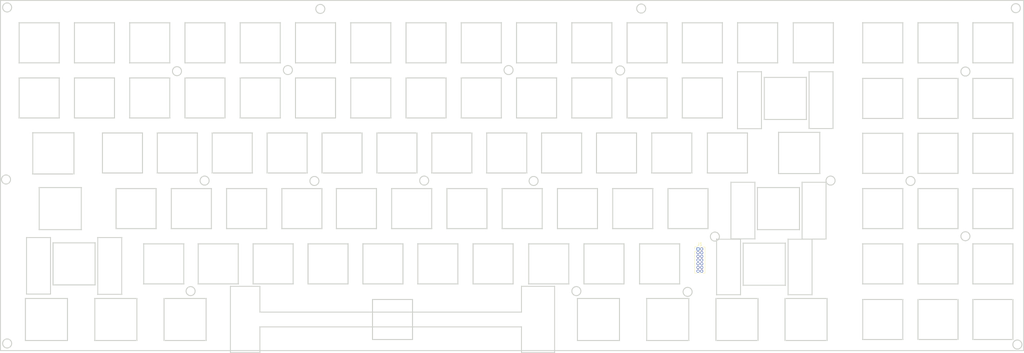
<source format=kicad_pcb>
(kicad_pcb (version 20171130) (host pcbnew "(5.1.10)-1")
  (layers (0 F.Cu signal) (31 B.Cu signal) (34 B.Paste user) (35 F.Paste user) (36 B.SilkS user) (37 F.SilkS user) (38 B.Mask user) (39 F.Mask user) (44 Edge.Cuts user))
  (net 0 "")
  (module Connector_PinHeader_1.27mm:PinHeader_2x07_P1.27mm_Vertical (layer F.Cu) (at 267.5 89.75)
    (fp_text reference J1 (at 0.635 -1.695) (layer F.SilkS))
    (fp_text value Conn_02x07_Odd_Even)
    (pad 14 thru_hole oval (at 1.27 7.62) (size 1 1) (drill 0.65) (layers *.Cu *.Mask))
    (pad 13 thru_hole oval (at 0 7.62) (size 1 1) (drill 0.65) (layers *.Cu *.Mask))
    (pad 12 thru_hole oval (at 1.27 6.35) (size 1 1) (drill 0.65) (layers *.Cu *.Mask))
    (pad 11 thru_hole oval (at 0 6.35) (size 1 1) (drill 0.65) (layers *.Cu *.Mask))
    (pad 10 thru_hole oval (at 1.27 5.08) (size 1 1) (drill 0.65) (layers *.Cu *.Mask))
    (pad 9 thru_hole oval (at 0 5.08) (size 1 1) (drill 0.65) (layers *.Cu *.Mask))
    (pad 8 thru_hole oval (at 1.27 3.81) (size 1 1) (drill 0.65) (layers *.Cu *.Mask))
    (pad 7 thru_hole oval (at 0 3.81) (size 1 1) (drill 0.65) (layers *.Cu *.Mask))
    (pad 6 thru_hole oval (at 1.27 2.54) (size 1 1) (drill 0.65) (layers *.Cu *.Mask))
    (pad 5 thru_hole oval (at 0 2.54) (size 1 1) (drill 0.65) (layers *.Cu *.Mask))
    (pad 4 thru_hole oval (at 1.27 1.27) (size 1 1) (drill 0.65) (layers *.Cu *.Mask))
    (pad 3 thru_hole oval (at 0 1.27) (size 1 1) (drill 0.65) (layers *.Cu *.Mask))
    (pad 2 thru_hole oval (at 1.27 0) (size 1 1) (drill 0.65) (layers *.Cu *.Mask))
    (pad 1 thru_hole rect (at 0 0) (size 1 1) (drill 0.65) (layers *.Cu *.Mask))
  )
  (gr_line (start 375.963 11.844) (end 362.313 11.844) (layer Edge.Cuts) (width 0.2))
  (gr_line (start 375.963 25.494) (end 375.963 11.844) (layer Edge.Cuts) (width 0.2))
  (gr_line (start 362.313 25.494) (end 375.963 25.494) (layer Edge.Cuts) (width 0.2))
  (gr_line (start 362.313 11.844) (end 362.313 25.494) (layer Edge.Cuts) (width 0.2))
  (gr_line (start 376.038 11.6936) (end 376.042 11.694) (layer Edge.Cuts) (width 0.2))
  (gr_line (start 376.034 11.694) (end 376.038 11.6936) (layer Edge.Cuts) (width 0.2))
  (gr_line (start 362.242 11.694) (end 376.034 11.694) (layer Edge.Cuts) (width 0.2))
  (gr_line (start 362.238 11.6936) (end 362.242 11.694) (layer Edge.Cuts) (width 0.2))
  (gr_line (start 362.234 11.694) (end 362.238 11.6936) (layer Edge.Cuts) (width 0.2))
  (gr_line (start 362.223 11.6951) (end 362.234 11.694) (layer Edge.Cuts) (width 0.2))
  (gr_line (start 362.209 11.6994) (end 362.223 11.6951) (layer Edge.Cuts) (width 0.2))
  (gr_line (start 362.196 11.7063) (end 362.209 11.6994) (layer Edge.Cuts) (width 0.2))
  (gr_line (start 362.185 11.7157) (end 362.196 11.7063) (layer Edge.Cuts) (width 0.2))
  (gr_line (start 362.175 11.7271) (end 362.185 11.7157) (layer Edge.Cuts) (width 0.2))
  (gr_line (start 362.168 11.7402) (end 362.175 11.7271) (layer Edge.Cuts) (width 0.2))
  (gr_line (start 362.164 11.7543) (end 362.168 11.7402) (layer Edge.Cuts) (width 0.2))
  (gr_line (start 362.163 11.769) (end 362.164 11.7543) (layer Edge.Cuts) (width 0.2))
  (gr_line (start 362.163 11.7727) (end 362.163 11.769) (layer Edge.Cuts) (width 0.2))
  (gr_line (start 362.163 25.5653) (end 362.163 11.7727) (layer Edge.Cuts) (width 0.2))
  (gr_line (start 362.163 25.569) (end 362.163 25.5653) (layer Edge.Cuts) (width 0.2))
  (gr_line (start 362.164 25.5837) (end 362.163 25.569) (layer Edge.Cuts) (width 0.2))
  (gr_line (start 362.168 25.5978) (end 362.164 25.5837) (layer Edge.Cuts) (width 0.2))
  (gr_line (start 362.175 25.6109) (end 362.168 25.5978) (layer Edge.Cuts) (width 0.2))
  (gr_line (start 362.185 25.6223) (end 362.175 25.6109) (layer Edge.Cuts) (width 0.2))
  (gr_line (start 362.196 25.6317) (end 362.185 25.6223) (layer Edge.Cuts) (width 0.2))
  (gr_line (start 362.209 25.6386) (end 362.196 25.6317) (layer Edge.Cuts) (width 0.2))
  (gr_line (start 362.223 25.6429) (end 362.209 25.6386) (layer Edge.Cuts) (width 0.2))
  (gr_line (start 362.238 25.6444) (end 362.223 25.6429) (layer Edge.Cuts) (width 0.2))
  (gr_line (start 362.242 25.644) (end 362.238 25.6444) (layer Edge.Cuts) (width 0.2))
  (gr_line (start 376.034 25.644) (end 362.242 25.644) (layer Edge.Cuts) (width 0.2))
  (gr_line (start 376.038 25.6444) (end 376.034 25.644) (layer Edge.Cuts) (width 0.2))
  (gr_line (start 376.042 25.644) (end 376.038 25.6444) (layer Edge.Cuts) (width 0.2))
  (gr_line (start 376.053 25.6429) (end 376.042 25.644) (layer Edge.Cuts) (width 0.2))
  (gr_line (start 376.067 25.6386) (end 376.053 25.6429) (layer Edge.Cuts) (width 0.2))
  (gr_line (start 376.08 25.6317) (end 376.067 25.6386) (layer Edge.Cuts) (width 0.2))
  (gr_line (start 376.091 25.6223) (end 376.08 25.6317) (layer Edge.Cuts) (width 0.2))
  (gr_line (start 376.101 25.6109) (end 376.091 25.6223) (layer Edge.Cuts) (width 0.2))
  (gr_line (start 376.108 25.5978) (end 376.101 25.6109) (layer Edge.Cuts) (width 0.2))
  (gr_line (start 376.112 25.5837) (end 376.108 25.5978) (layer Edge.Cuts) (width 0.2))
  (gr_line (start 376.113 25.569) (end 376.112 25.5837) (layer Edge.Cuts) (width 0.2))
  (gr_line (start 376.113 25.5653) (end 376.113 25.569) (layer Edge.Cuts) (width 0.2))
  (gr_line (start 376.113 11.7727) (end 376.113 25.5653) (layer Edge.Cuts) (width 0.2))
  (gr_line (start 376.113 11.769) (end 376.113 11.7727) (layer Edge.Cuts) (width 0.2))
  (gr_line (start 376.112 11.7543) (end 376.113 11.769) (layer Edge.Cuts) (width 0.2))
  (gr_line (start 376.108 11.7402) (end 376.112 11.7543) (layer Edge.Cuts) (width 0.2))
  (gr_line (start 376.101 11.7271) (end 376.108 11.7402) (layer Edge.Cuts) (width 0.2))
  (gr_line (start 376.091 11.7157) (end 376.101 11.7271) (layer Edge.Cuts) (width 0.2))
  (gr_line (start 376.08 11.7063) (end 376.091 11.7157) (layer Edge.Cuts) (width 0.2))
  (gr_line (start 376.067 11.6994) (end 376.08 11.7063) (layer Edge.Cuts) (width 0.2))
  (gr_line (start 376.053 11.6951) (end 376.067 11.6994) (layer Edge.Cuts) (width 0.2))
  (gr_line (start 376.042 11.694) (end 376.053 11.6951) (layer Edge.Cuts) (width 0.2))
  (gr_line (start 199.611 11.844) (end 185.961 11.844) (layer Edge.Cuts) (width 0.2))
  (gr_line (start 199.611 25.494) (end 199.611 11.844) (layer Edge.Cuts) (width 0.2))
  (gr_line (start 185.961 25.494) (end 199.611 25.494) (layer Edge.Cuts) (width 0.2))
  (gr_line (start 185.961 11.844) (end 185.961 25.494) (layer Edge.Cuts) (width 0.2))
  (gr_line (start 199.686 11.6936) (end 199.69 11.694) (layer Edge.Cuts) (width 0.2))
  (gr_line (start 199.682 11.694) (end 199.686 11.6936) (layer Edge.Cuts) (width 0.2))
  (gr_line (start 185.89 11.694) (end 199.682 11.694) (layer Edge.Cuts) (width 0.2))
  (gr_line (start 185.886 11.6936) (end 185.89 11.694) (layer Edge.Cuts) (width 0.2))
  (gr_line (start 185.882 11.694) (end 185.886 11.6936) (layer Edge.Cuts) (width 0.2))
  (gr_line (start 185.871 11.6951) (end 185.882 11.694) (layer Edge.Cuts) (width 0.2))
  (gr_line (start 185.857 11.6994) (end 185.871 11.6951) (layer Edge.Cuts) (width 0.2))
  (gr_line (start 185.844 11.7063) (end 185.857 11.6994) (layer Edge.Cuts) (width 0.2))
  (gr_line (start 185.833 11.7157) (end 185.844 11.7063) (layer Edge.Cuts) (width 0.2))
  (gr_line (start 185.823 11.7271) (end 185.833 11.7157) (layer Edge.Cuts) (width 0.2))
  (gr_line (start 185.816 11.7402) (end 185.823 11.7271) (layer Edge.Cuts) (width 0.2))
  (gr_line (start 185.812 11.7543) (end 185.816 11.7402) (layer Edge.Cuts) (width 0.2))
  (gr_line (start 185.811 11.769) (end 185.812 11.7543) (layer Edge.Cuts) (width 0.2))
  (gr_line (start 185.811 11.7727) (end 185.811 11.769) (layer Edge.Cuts) (width 0.2))
  (gr_line (start 185.811 25.5653) (end 185.811 11.7727) (layer Edge.Cuts) (width 0.2))
  (gr_line (start 185.811 25.569) (end 185.811 25.5653) (layer Edge.Cuts) (width 0.2))
  (gr_line (start 185.812 25.5837) (end 185.811 25.569) (layer Edge.Cuts) (width 0.2))
  (gr_line (start 185.816 25.5978) (end 185.812 25.5837) (layer Edge.Cuts) (width 0.2))
  (gr_line (start 185.823 25.6109) (end 185.816 25.5978) (layer Edge.Cuts) (width 0.2))
  (gr_line (start 185.833 25.6223) (end 185.823 25.6109) (layer Edge.Cuts) (width 0.2))
  (gr_line (start 185.844 25.6317) (end 185.833 25.6223) (layer Edge.Cuts) (width 0.2))
  (gr_line (start 185.857 25.6386) (end 185.844 25.6317) (layer Edge.Cuts) (width 0.2))
  (gr_line (start 185.871 25.6429) (end 185.857 25.6386) (layer Edge.Cuts) (width 0.2))
  (gr_line (start 185.886 25.6444) (end 185.871 25.6429) (layer Edge.Cuts) (width 0.2))
  (gr_line (start 185.89 25.644) (end 185.886 25.6444) (layer Edge.Cuts) (width 0.2))
  (gr_line (start 199.682 25.644) (end 185.89 25.644) (layer Edge.Cuts) (width 0.2))
  (gr_line (start 199.686 25.6444) (end 199.682 25.644) (layer Edge.Cuts) (width 0.2))
  (gr_line (start 199.69 25.644) (end 199.686 25.6444) (layer Edge.Cuts) (width 0.2))
  (gr_line (start 199.701 25.6429) (end 199.69 25.644) (layer Edge.Cuts) (width 0.2))
  (gr_line (start 199.715 25.6386) (end 199.701 25.6429) (layer Edge.Cuts) (width 0.2))
  (gr_line (start 199.728 25.6317) (end 199.715 25.6386) (layer Edge.Cuts) (width 0.2))
  (gr_line (start 199.739 25.6223) (end 199.728 25.6317) (layer Edge.Cuts) (width 0.2))
  (gr_line (start 199.749 25.6109) (end 199.739 25.6223) (layer Edge.Cuts) (width 0.2))
  (gr_line (start 199.756 25.5978) (end 199.749 25.6109) (layer Edge.Cuts) (width 0.2))
  (gr_line (start 199.76 25.5837) (end 199.756 25.5978) (layer Edge.Cuts) (width 0.2))
  (gr_line (start 199.761 25.569) (end 199.76 25.5837) (layer Edge.Cuts) (width 0.2))
  (gr_line (start 199.761 25.5653) (end 199.761 25.569) (layer Edge.Cuts) (width 0.2))
  (gr_line (start 199.761 11.7727) (end 199.761 25.5653) (layer Edge.Cuts) (width 0.2))
  (gr_line (start 199.761 11.769) (end 199.761 11.7727) (layer Edge.Cuts) (width 0.2))
  (gr_line (start 199.76 11.7543) (end 199.761 11.769) (layer Edge.Cuts) (width 0.2))
  (gr_line (start 199.756 11.7402) (end 199.76 11.7543) (layer Edge.Cuts) (width 0.2))
  (gr_line (start 199.749 11.7271) (end 199.756 11.7402) (layer Edge.Cuts) (width 0.2))
  (gr_line (start 199.739 11.7157) (end 199.749 11.7271) (layer Edge.Cuts) (width 0.2))
  (gr_line (start 199.728 11.7063) (end 199.739 11.7157) (layer Edge.Cuts) (width 0.2))
  (gr_line (start 199.715 11.6994) (end 199.728 11.7063) (layer Edge.Cuts) (width 0.2))
  (gr_line (start 199.701 11.6951) (end 199.715 11.6994) (layer Edge.Cuts) (width 0.2))
  (gr_line (start 199.69 11.694) (end 199.701 11.6951) (layer Edge.Cuts) (width 0.2))
  (gr_line (start 357.04 11.844) (end 343.39 11.844) (layer Edge.Cuts) (width 0.2))
  (gr_line (start 357.04 25.494) (end 357.04 11.844) (layer Edge.Cuts) (width 0.2))
  (gr_line (start 343.39 25.494) (end 357.04 25.494) (layer Edge.Cuts) (width 0.2))
  (gr_line (start 343.39 11.844) (end 343.39 25.494) (layer Edge.Cuts) (width 0.2))
  (gr_line (start 357.115 11.6936) (end 357.119 11.694) (layer Edge.Cuts) (width 0.2))
  (gr_line (start 357.111 11.694) (end 357.115 11.6936) (layer Edge.Cuts) (width 0.2))
  (gr_line (start 343.319 11.694) (end 357.111 11.694) (layer Edge.Cuts) (width 0.2))
  (gr_line (start 343.315 11.6936) (end 343.319 11.694) (layer Edge.Cuts) (width 0.2))
  (gr_line (start 343.311 11.694) (end 343.315 11.6936) (layer Edge.Cuts) (width 0.2))
  (gr_line (start 343.3 11.6951) (end 343.311 11.694) (layer Edge.Cuts) (width 0.2))
  (gr_line (start 343.286 11.6994) (end 343.3 11.6951) (layer Edge.Cuts) (width 0.2))
  (gr_line (start 343.273 11.7063) (end 343.286 11.6994) (layer Edge.Cuts) (width 0.2))
  (gr_line (start 343.262 11.7157) (end 343.273 11.7063) (layer Edge.Cuts) (width 0.2))
  (gr_line (start 343.252 11.7271) (end 343.262 11.7157) (layer Edge.Cuts) (width 0.2))
  (gr_line (start 343.245 11.7402) (end 343.252 11.7271) (layer Edge.Cuts) (width 0.2))
  (gr_line (start 343.241 11.7543) (end 343.245 11.7402) (layer Edge.Cuts) (width 0.2))
  (gr_line (start 343.24 11.769) (end 343.241 11.7543) (layer Edge.Cuts) (width 0.2))
  (gr_line (start 343.24 11.7727) (end 343.24 11.769) (layer Edge.Cuts) (width 0.2))
  (gr_line (start 343.24 25.5653) (end 343.24 11.7727) (layer Edge.Cuts) (width 0.2))
  (gr_line (start 343.24 25.569) (end 343.24 25.5653) (layer Edge.Cuts) (width 0.2))
  (gr_line (start 343.241 25.5837) (end 343.24 25.569) (layer Edge.Cuts) (width 0.2))
  (gr_line (start 343.245 25.5978) (end 343.241 25.5837) (layer Edge.Cuts) (width 0.2))
  (gr_line (start 343.252 25.6109) (end 343.245 25.5978) (layer Edge.Cuts) (width 0.2))
  (gr_line (start 343.262 25.6223) (end 343.252 25.6109) (layer Edge.Cuts) (width 0.2))
  (gr_line (start 343.273 25.6317) (end 343.262 25.6223) (layer Edge.Cuts) (width 0.2))
  (gr_line (start 343.286 25.6386) (end 343.273 25.6317) (layer Edge.Cuts) (width 0.2))
  (gr_line (start 343.3 25.6429) (end 343.286 25.6386) (layer Edge.Cuts) (width 0.2))
  (gr_line (start 343.315 25.6444) (end 343.3 25.6429) (layer Edge.Cuts) (width 0.2))
  (gr_line (start 343.319 25.644) (end 343.315 25.6444) (layer Edge.Cuts) (width 0.2))
  (gr_line (start 357.111 25.644) (end 343.319 25.644) (layer Edge.Cuts) (width 0.2))
  (gr_line (start 357.115 25.6444) (end 357.111 25.644) (layer Edge.Cuts) (width 0.2))
  (gr_line (start 357.119 25.644) (end 357.115 25.6444) (layer Edge.Cuts) (width 0.2))
  (gr_line (start 357.13 25.6429) (end 357.119 25.644) (layer Edge.Cuts) (width 0.2))
  (gr_line (start 357.144 25.6386) (end 357.13 25.6429) (layer Edge.Cuts) (width 0.2))
  (gr_line (start 357.157 25.6317) (end 357.144 25.6386) (layer Edge.Cuts) (width 0.2))
  (gr_line (start 357.168 25.6223) (end 357.157 25.6317) (layer Edge.Cuts) (width 0.2))
  (gr_line (start 357.178 25.6109) (end 357.168 25.6223) (layer Edge.Cuts) (width 0.2))
  (gr_line (start 357.185 25.5978) (end 357.178 25.6109) (layer Edge.Cuts) (width 0.2))
  (gr_line (start 357.189 25.5837) (end 357.185 25.5978) (layer Edge.Cuts) (width 0.2))
  (gr_line (start 357.19 25.569) (end 357.189 25.5837) (layer Edge.Cuts) (width 0.2))
  (gr_line (start 357.19 25.5653) (end 357.19 25.569) (layer Edge.Cuts) (width 0.2))
  (gr_line (start 357.19 11.7727) (end 357.19 25.5653) (layer Edge.Cuts) (width 0.2))
  (gr_line (start 357.19 11.769) (end 357.19 11.7727) (layer Edge.Cuts) (width 0.2))
  (gr_line (start 357.189 11.7543) (end 357.19 11.769) (layer Edge.Cuts) (width 0.2))
  (gr_line (start 357.185 11.7402) (end 357.189 11.7543) (layer Edge.Cuts) (width 0.2))
  (gr_line (start 357.178 11.7271) (end 357.185 11.7402) (layer Edge.Cuts) (width 0.2))
  (gr_line (start 357.168 11.7157) (end 357.178 11.7271) (layer Edge.Cuts) (width 0.2))
  (gr_line (start 357.157 11.7063) (end 357.168 11.7157) (layer Edge.Cuts) (width 0.2))
  (gr_line (start 357.144 11.6994) (end 357.157 11.7063) (layer Edge.Cuts) (width 0.2))
  (gr_line (start 357.13 11.6951) (end 357.144 11.6994) (layer Edge.Cuts) (width 0.2))
  (gr_line (start 357.119 11.694) (end 357.13 11.6951) (layer Edge.Cuts) (width 0.2))
  (gr_line (start 104.361 11.844) (end 90.711 11.844) (layer Edge.Cuts) (width 0.2))
  (gr_line (start 104.361 25.494) (end 104.361 11.844) (layer Edge.Cuts) (width 0.2))
  (gr_line (start 90.711 25.494) (end 104.361 25.494) (layer Edge.Cuts) (width 0.2))
  (gr_line (start 90.711 11.844) (end 90.711 25.494) (layer Edge.Cuts) (width 0.2))
  (gr_line (start 104.436 11.6936) (end 104.44 11.694) (layer Edge.Cuts) (width 0.2))
  (gr_line (start 104.432 11.694) (end 104.436 11.6936) (layer Edge.Cuts) (width 0.2))
  (gr_line (start 90.6397 11.694) (end 104.432 11.694) (layer Edge.Cuts) (width 0.2))
  (gr_line (start 90.636 11.6936) (end 90.6397 11.694) (layer Edge.Cuts) (width 0.2))
  (gr_line (start 90.6323 11.694) (end 90.636 11.6936) (layer Edge.Cuts) (width 0.2))
  (gr_line (start 90.6213 11.6951) (end 90.6323 11.694) (layer Edge.Cuts) (width 0.2))
  (gr_line (start 90.6072 11.6994) (end 90.6213 11.6951) (layer Edge.Cuts) (width 0.2))
  (gr_line (start 90.5941 11.7063) (end 90.6072 11.6994) (layer Edge.Cuts) (width 0.2))
  (gr_line (start 90.5827 11.7157) (end 90.5941 11.7063) (layer Edge.Cuts) (width 0.2))
  (gr_line (start 90.5733 11.7271) (end 90.5827 11.7157) (layer Edge.Cuts) (width 0.2))
  (gr_line (start 90.5664 11.7402) (end 90.5733 11.7271) (layer Edge.Cuts) (width 0.2))
  (gr_line (start 90.5621 11.7543) (end 90.5664 11.7402) (layer Edge.Cuts) (width 0.2))
  (gr_line (start 90.5606 11.769) (end 90.5621 11.7543) (layer Edge.Cuts) (width 0.2))
  (gr_line (start 90.561 11.7727) (end 90.5606 11.769) (layer Edge.Cuts) (width 0.2))
  (gr_line (start 90.561 25.5653) (end 90.561 11.7727) (layer Edge.Cuts) (width 0.2))
  (gr_line (start 90.5606 25.569) (end 90.561 25.5653) (layer Edge.Cuts) (width 0.2))
  (gr_line (start 90.5621 25.5837) (end 90.5606 25.569) (layer Edge.Cuts) (width 0.2))
  (gr_line (start 90.5664 25.5978) (end 90.5621 25.5837) (layer Edge.Cuts) (width 0.2))
  (gr_line (start 90.5733 25.6109) (end 90.5664 25.5978) (layer Edge.Cuts) (width 0.2))
  (gr_line (start 90.5827 25.6223) (end 90.5733 25.6109) (layer Edge.Cuts) (width 0.2))
  (gr_line (start 90.5941 25.6317) (end 90.5827 25.6223) (layer Edge.Cuts) (width 0.2))
  (gr_line (start 90.6072 25.6386) (end 90.5941 25.6317) (layer Edge.Cuts) (width 0.2))
  (gr_line (start 90.6213 25.6429) (end 90.6072 25.6386) (layer Edge.Cuts) (width 0.2))
  (gr_line (start 90.636 25.6444) (end 90.6213 25.6429) (layer Edge.Cuts) (width 0.2))
  (gr_line (start 90.6397 25.644) (end 90.636 25.6444) (layer Edge.Cuts) (width 0.2))
  (gr_line (start 104.432 25.644) (end 90.6397 25.644) (layer Edge.Cuts) (width 0.2))
  (gr_line (start 104.436 25.6444) (end 104.432 25.644) (layer Edge.Cuts) (width 0.2))
  (gr_line (start 104.44 25.644) (end 104.436 25.6444) (layer Edge.Cuts) (width 0.2))
  (gr_line (start 104.451 25.6429) (end 104.44 25.644) (layer Edge.Cuts) (width 0.2))
  (gr_line (start 104.465 25.6386) (end 104.451 25.6429) (layer Edge.Cuts) (width 0.2))
  (gr_line (start 104.478 25.6317) (end 104.465 25.6386) (layer Edge.Cuts) (width 0.2))
  (gr_line (start 104.489 25.6223) (end 104.478 25.6317) (layer Edge.Cuts) (width 0.2))
  (gr_line (start 104.499 25.6109) (end 104.489 25.6223) (layer Edge.Cuts) (width 0.2))
  (gr_line (start 104.506 25.5978) (end 104.499 25.6109) (layer Edge.Cuts) (width 0.2))
  (gr_line (start 104.51 25.5837) (end 104.506 25.5978) (layer Edge.Cuts) (width 0.2))
  (gr_line (start 104.511 25.569) (end 104.51 25.5837) (layer Edge.Cuts) (width 0.2))
  (gr_line (start 104.511 25.5653) (end 104.511 25.569) (layer Edge.Cuts) (width 0.2))
  (gr_line (start 104.511 11.7727) (end 104.511 25.5653) (layer Edge.Cuts) (width 0.2))
  (gr_line (start 104.511 11.769) (end 104.511 11.7727) (layer Edge.Cuts) (width 0.2))
  (gr_line (start 104.51 11.7543) (end 104.511 11.769) (layer Edge.Cuts) (width 0.2))
  (gr_line (start 104.506 11.7402) (end 104.51 11.7543) (layer Edge.Cuts) (width 0.2))
  (gr_line (start 104.499 11.7271) (end 104.506 11.7402) (layer Edge.Cuts) (width 0.2))
  (gr_line (start 104.489 11.7157) (end 104.499 11.7271) (layer Edge.Cuts) (width 0.2))
  (gr_line (start 104.478 11.7063) (end 104.489 11.7157) (layer Edge.Cuts) (width 0.2))
  (gr_line (start 104.465 11.6994) (end 104.478 11.7063) (layer Edge.Cuts) (width 0.2))
  (gr_line (start 104.451 11.6951) (end 104.465 11.6994) (layer Edge.Cuts) (width 0.2))
  (gr_line (start 104.44 11.694) (end 104.451 11.6951) (layer Edge.Cuts) (width 0.2))
  (gr_line (start 237.711 11.844) (end 224.061 11.844) (layer Edge.Cuts) (width 0.2))
  (gr_line (start 237.711 25.494) (end 237.711 11.844) (layer Edge.Cuts) (width 0.2))
  (gr_line (start 224.061 25.494) (end 237.711 25.494) (layer Edge.Cuts) (width 0.2))
  (gr_line (start 224.061 11.844) (end 224.061 25.494) (layer Edge.Cuts) (width 0.2))
  (gr_line (start 237.786 11.6936) (end 237.79 11.694) (layer Edge.Cuts) (width 0.2))
  (gr_line (start 237.782 11.694) (end 237.786 11.6936) (layer Edge.Cuts) (width 0.2))
  (gr_line (start 223.99 11.694) (end 237.782 11.694) (layer Edge.Cuts) (width 0.2))
  (gr_line (start 223.986 11.6936) (end 223.99 11.694) (layer Edge.Cuts) (width 0.2))
  (gr_line (start 223.982 11.694) (end 223.986 11.6936) (layer Edge.Cuts) (width 0.2))
  (gr_line (start 223.971 11.6951) (end 223.982 11.694) (layer Edge.Cuts) (width 0.2))
  (gr_line (start 223.957 11.6994) (end 223.971 11.6951) (layer Edge.Cuts) (width 0.2))
  (gr_line (start 223.944 11.7063) (end 223.957 11.6994) (layer Edge.Cuts) (width 0.2))
  (gr_line (start 223.933 11.7157) (end 223.944 11.7063) (layer Edge.Cuts) (width 0.2))
  (gr_line (start 223.923 11.7271) (end 223.933 11.7157) (layer Edge.Cuts) (width 0.2))
  (gr_line (start 223.916 11.7402) (end 223.923 11.7271) (layer Edge.Cuts) (width 0.2))
  (gr_line (start 223.912 11.7543) (end 223.916 11.7402) (layer Edge.Cuts) (width 0.2))
  (gr_line (start 223.911 11.769) (end 223.912 11.7543) (layer Edge.Cuts) (width 0.2))
  (gr_line (start 223.911 11.7727) (end 223.911 11.769) (layer Edge.Cuts) (width 0.2))
  (gr_line (start 223.911 25.5653) (end 223.911 11.7727) (layer Edge.Cuts) (width 0.2))
  (gr_line (start 223.911 25.569) (end 223.911 25.5653) (layer Edge.Cuts) (width 0.2))
  (gr_line (start 223.912 25.5837) (end 223.911 25.569) (layer Edge.Cuts) (width 0.2))
  (gr_line (start 223.916 25.5978) (end 223.912 25.5837) (layer Edge.Cuts) (width 0.2))
  (gr_line (start 223.923 25.6109) (end 223.916 25.5978) (layer Edge.Cuts) (width 0.2))
  (gr_line (start 223.933 25.6223) (end 223.923 25.6109) (layer Edge.Cuts) (width 0.2))
  (gr_line (start 223.944 25.6317) (end 223.933 25.6223) (layer Edge.Cuts) (width 0.2))
  (gr_line (start 223.957 25.6386) (end 223.944 25.6317) (layer Edge.Cuts) (width 0.2))
  (gr_line (start 223.971 25.6429) (end 223.957 25.6386) (layer Edge.Cuts) (width 0.2))
  (gr_line (start 223.986 25.6444) (end 223.971 25.6429) (layer Edge.Cuts) (width 0.2))
  (gr_line (start 223.99 25.644) (end 223.986 25.6444) (layer Edge.Cuts) (width 0.2))
  (gr_line (start 237.782 25.644) (end 223.99 25.644) (layer Edge.Cuts) (width 0.2))
  (gr_line (start 237.786 25.6444) (end 237.782 25.644) (layer Edge.Cuts) (width 0.2))
  (gr_line (start 237.79 25.644) (end 237.786 25.6444) (layer Edge.Cuts) (width 0.2))
  (gr_line (start 237.801 25.6429) (end 237.79 25.644) (layer Edge.Cuts) (width 0.2))
  (gr_line (start 237.815 25.6386) (end 237.801 25.6429) (layer Edge.Cuts) (width 0.2))
  (gr_line (start 237.828 25.6317) (end 237.815 25.6386) (layer Edge.Cuts) (width 0.2))
  (gr_line (start 237.839 25.6223) (end 237.828 25.6317) (layer Edge.Cuts) (width 0.2))
  (gr_line (start 237.849 25.6109) (end 237.839 25.6223) (layer Edge.Cuts) (width 0.2))
  (gr_line (start 237.856 25.5978) (end 237.849 25.6109) (layer Edge.Cuts) (width 0.2))
  (gr_line (start 237.86 25.5837) (end 237.856 25.5978) (layer Edge.Cuts) (width 0.2))
  (gr_line (start 237.861 25.569) (end 237.86 25.5837) (layer Edge.Cuts) (width 0.2))
  (gr_line (start 237.861 25.5653) (end 237.861 25.569) (layer Edge.Cuts) (width 0.2))
  (gr_line (start 237.861 11.7727) (end 237.861 25.5653) (layer Edge.Cuts) (width 0.2))
  (gr_line (start 237.861 11.769) (end 237.861 11.7727) (layer Edge.Cuts) (width 0.2))
  (gr_line (start 237.86 11.7543) (end 237.861 11.769) (layer Edge.Cuts) (width 0.2))
  (gr_line (start 237.856 11.7402) (end 237.86 11.7543) (layer Edge.Cuts) (width 0.2))
  (gr_line (start 237.849 11.7271) (end 237.856 11.7402) (layer Edge.Cuts) (width 0.2))
  (gr_line (start 237.839 11.7157) (end 237.849 11.7271) (layer Edge.Cuts) (width 0.2))
  (gr_line (start 237.828 11.7063) (end 237.839 11.7157) (layer Edge.Cuts) (width 0.2))
  (gr_line (start 237.815 11.6994) (end 237.828 11.7063) (layer Edge.Cuts) (width 0.2))
  (gr_line (start 237.801 11.6951) (end 237.815 11.6994) (layer Edge.Cuts) (width 0.2))
  (gr_line (start 237.79 11.694) (end 237.801 11.6951) (layer Edge.Cuts) (width 0.2))
  (gr_line (start 256.761 11.844) (end 243.111 11.844) (layer Edge.Cuts) (width 0.2))
  (gr_line (start 256.761 25.494) (end 256.761 11.844) (layer Edge.Cuts) (width 0.2))
  (gr_line (start 243.111 25.494) (end 256.761 25.494) (layer Edge.Cuts) (width 0.2))
  (gr_line (start 243.111 11.844) (end 243.111 25.494) (layer Edge.Cuts) (width 0.2))
  (gr_line (start 256.836 11.6936) (end 256.839999 11.694) (layer Edge.Cuts) (width 0.2))
  (gr_line (start 256.832 11.694) (end 256.836 11.6936) (layer Edge.Cuts) (width 0.2))
  (gr_line (start 243.04 11.694) (end 256.832 11.694) (layer Edge.Cuts) (width 0.2))
  (gr_line (start 243.036 11.6936) (end 243.04 11.694) (layer Edge.Cuts) (width 0.2))
  (gr_line (start 243.032 11.694) (end 243.036 11.6936) (layer Edge.Cuts) (width 0.2))
  (gr_line (start 243.021 11.6951) (end 243.032 11.694) (layer Edge.Cuts) (width 0.2))
  (gr_line (start 243.007 11.6994) (end 243.021 11.6951) (layer Edge.Cuts) (width 0.2))
  (gr_line (start 242.994 11.7063) (end 243.007 11.6994) (layer Edge.Cuts) (width 0.2))
  (gr_line (start 242.983 11.7157) (end 242.994 11.7063) (layer Edge.Cuts) (width 0.2))
  (gr_line (start 242.973 11.7271) (end 242.983 11.7157) (layer Edge.Cuts) (width 0.2))
  (gr_line (start 242.966 11.7402) (end 242.973 11.7271) (layer Edge.Cuts) (width 0.2))
  (gr_line (start 242.962 11.7543) (end 242.966 11.7402) (layer Edge.Cuts) (width 0.2))
  (gr_line (start 242.961 11.769) (end 242.962 11.7543) (layer Edge.Cuts) (width 0.2))
  (gr_line (start 242.961 11.7727) (end 242.961 11.769) (layer Edge.Cuts) (width 0.2))
  (gr_line (start 242.961 25.5653) (end 242.961 11.7727) (layer Edge.Cuts) (width 0.2))
  (gr_line (start 242.961 25.569) (end 242.961 25.5653) (layer Edge.Cuts) (width 0.2))
  (gr_line (start 242.962 25.5837) (end 242.961 25.569) (layer Edge.Cuts) (width 0.2))
  (gr_line (start 242.966 25.5978) (end 242.962 25.5837) (layer Edge.Cuts) (width 0.2))
  (gr_line (start 242.973 25.6109) (end 242.966 25.5978) (layer Edge.Cuts) (width 0.2))
  (gr_line (start 242.983 25.6223) (end 242.973 25.6109) (layer Edge.Cuts) (width 0.2))
  (gr_line (start 242.994 25.6317) (end 242.983 25.6223) (layer Edge.Cuts) (width 0.2))
  (gr_line (start 243.007 25.6386) (end 242.994 25.6317) (layer Edge.Cuts) (width 0.2))
  (gr_line (start 243.021 25.6429) (end 243.007 25.6386) (layer Edge.Cuts) (width 0.2))
  (gr_line (start 243.036 25.6444) (end 243.021 25.6429) (layer Edge.Cuts) (width 0.2))
  (gr_line (start 243.04 25.644) (end 243.036 25.6444) (layer Edge.Cuts) (width 0.2))
  (gr_line (start 256.832 25.644) (end 243.04 25.644) (layer Edge.Cuts) (width 0.2))
  (gr_line (start 256.836 25.6444) (end 256.832 25.644) (layer Edge.Cuts) (width 0.2))
  (gr_line (start 256.839999 25.644) (end 256.836 25.6444) (layer Edge.Cuts) (width 0.2))
  (gr_line (start 256.851 25.6429) (end 256.839999 25.644) (layer Edge.Cuts) (width 0.2))
  (gr_line (start 256.865 25.6386) (end 256.851 25.6429) (layer Edge.Cuts) (width 0.2))
  (gr_line (start 256.878 25.6317) (end 256.865 25.6386) (layer Edge.Cuts) (width 0.2))
  (gr_line (start 256.889 25.6223) (end 256.878 25.6317) (layer Edge.Cuts) (width 0.2))
  (gr_line (start 256.899 25.6109) (end 256.889 25.6223) (layer Edge.Cuts) (width 0.2))
  (gr_line (start 256.906 25.5978) (end 256.899 25.6109) (layer Edge.Cuts) (width 0.2))
  (gr_line (start 256.91 25.5837) (end 256.906 25.5978) (layer Edge.Cuts) (width 0.2))
  (gr_line (start 256.911 25.569) (end 256.91 25.5837) (layer Edge.Cuts) (width 0.2))
  (gr_line (start 256.911 25.5653) (end 256.911 25.569) (layer Edge.Cuts) (width 0.2))
  (gr_line (start 256.911 11.7727) (end 256.911 25.5653) (layer Edge.Cuts) (width 0.2))
  (gr_line (start 256.911 11.769) (end 256.911 11.7727) (layer Edge.Cuts) (width 0.2))
  (gr_line (start 256.91 11.7543) (end 256.911 11.769) (layer Edge.Cuts) (width 0.2))
  (gr_line (start 256.906 11.7402) (end 256.91 11.7543) (layer Edge.Cuts) (width 0.2))
  (gr_line (start 256.899 11.7271) (end 256.906 11.7402) (layer Edge.Cuts) (width 0.2))
  (gr_line (start 256.889 11.7157) (end 256.899 11.7271) (layer Edge.Cuts) (width 0.2))
  (gr_line (start 256.878 11.7063) (end 256.889 11.7157) (layer Edge.Cuts) (width 0.2))
  (gr_line (start 256.865 11.6994) (end 256.878 11.7063) (layer Edge.Cuts) (width 0.2))
  (gr_line (start 256.851 11.6951) (end 256.865 11.6994) (layer Edge.Cuts) (width 0.2))
  (gr_line (start 256.839999 11.694) (end 256.851 11.6951) (layer Edge.Cuts) (width 0.2))
  (gr_line (start 123.411 11.844) (end 109.761 11.844) (layer Edge.Cuts) (width 0.2))
  (gr_line (start 123.411 25.494) (end 123.411 11.844) (layer Edge.Cuts) (width 0.2))
  (gr_line (start 109.761 25.494) (end 123.411 25.494) (layer Edge.Cuts) (width 0.2))
  (gr_line (start 109.761 11.844) (end 109.761 25.494) (layer Edge.Cuts) (width 0.2))
  (gr_line (start 123.486 11.6936) (end 123.49 11.694) (layer Edge.Cuts) (width 0.2))
  (gr_line (start 123.482 11.694) (end 123.486 11.6936) (layer Edge.Cuts) (width 0.2))
  (gr_line (start 109.69 11.694) (end 123.482 11.694) (layer Edge.Cuts) (width 0.2))
  (gr_line (start 109.686 11.6936) (end 109.69 11.694) (layer Edge.Cuts) (width 0.2))
  (gr_line (start 109.682 11.694) (end 109.686 11.6936) (layer Edge.Cuts) (width 0.2))
  (gr_line (start 109.671 11.6951) (end 109.682 11.694) (layer Edge.Cuts) (width 0.2))
  (gr_line (start 109.657 11.6994) (end 109.671 11.6951) (layer Edge.Cuts) (width 0.2))
  (gr_line (start 109.644 11.7063) (end 109.657 11.6994) (layer Edge.Cuts) (width 0.2))
  (gr_line (start 109.633 11.7157) (end 109.644 11.7063) (layer Edge.Cuts) (width 0.2))
  (gr_line (start 109.623 11.7271) (end 109.633 11.7157) (layer Edge.Cuts) (width 0.2))
  (gr_line (start 109.616 11.7402) (end 109.623 11.7271) (layer Edge.Cuts) (width 0.2))
  (gr_line (start 109.612 11.7543) (end 109.616 11.7402) (layer Edge.Cuts) (width 0.2))
  (gr_line (start 109.611 11.769) (end 109.612 11.7543) (layer Edge.Cuts) (width 0.2))
  (gr_line (start 109.611 11.7727) (end 109.611 11.769) (layer Edge.Cuts) (width 0.2))
  (gr_line (start 109.611 25.5653) (end 109.611 11.7727) (layer Edge.Cuts) (width 0.2))
  (gr_line (start 109.611 25.569) (end 109.611 25.5653) (layer Edge.Cuts) (width 0.2))
  (gr_line (start 109.612 25.5837) (end 109.611 25.569) (layer Edge.Cuts) (width 0.2))
  (gr_line (start 109.616 25.5978) (end 109.612 25.5837) (layer Edge.Cuts) (width 0.2))
  (gr_line (start 109.623 25.6109) (end 109.616 25.5978) (layer Edge.Cuts) (width 0.2))
  (gr_line (start 109.633 25.6223) (end 109.623 25.6109) (layer Edge.Cuts) (width 0.2))
  (gr_line (start 109.644 25.6317) (end 109.633 25.6223) (layer Edge.Cuts) (width 0.2))
  (gr_line (start 109.657 25.6386) (end 109.644 25.6317) (layer Edge.Cuts) (width 0.2))
  (gr_line (start 109.671 25.6429) (end 109.657 25.6386) (layer Edge.Cuts) (width 0.2))
  (gr_line (start 109.686 25.6444) (end 109.671 25.6429) (layer Edge.Cuts) (width 0.2))
  (gr_line (start 109.69 25.644) (end 109.686 25.6444) (layer Edge.Cuts) (width 0.2))
  (gr_line (start 123.482 25.644) (end 109.69 25.644) (layer Edge.Cuts) (width 0.2))
  (gr_line (start 123.486 25.6444) (end 123.482 25.644) (layer Edge.Cuts) (width 0.2))
  (gr_line (start 123.49 25.644) (end 123.486 25.6444) (layer Edge.Cuts) (width 0.2))
  (gr_line (start 123.501 25.6429) (end 123.49 25.644) (layer Edge.Cuts) (width 0.2))
  (gr_line (start 123.515 25.6386) (end 123.501 25.6429) (layer Edge.Cuts) (width 0.2))
  (gr_line (start 123.528 25.6317) (end 123.515 25.6386) (layer Edge.Cuts) (width 0.2))
  (gr_line (start 123.539 25.6223) (end 123.528 25.6317) (layer Edge.Cuts) (width 0.2))
  (gr_line (start 123.549 25.6109) (end 123.539 25.6223) (layer Edge.Cuts) (width 0.2))
  (gr_line (start 123.556 25.5978) (end 123.549 25.6109) (layer Edge.Cuts) (width 0.2))
  (gr_line (start 123.56 25.5837) (end 123.556 25.5978) (layer Edge.Cuts) (width 0.2))
  (gr_line (start 123.561 25.569) (end 123.56 25.5837) (layer Edge.Cuts) (width 0.2))
  (gr_line (start 123.561 25.5653) (end 123.561 25.569) (layer Edge.Cuts) (width 0.2))
  (gr_line (start 123.561 11.7727) (end 123.561 25.5653) (layer Edge.Cuts) (width 0.2))
  (gr_line (start 123.561 11.769) (end 123.561 11.7727) (layer Edge.Cuts) (width 0.2))
  (gr_line (start 123.56 11.7543) (end 123.561 11.769) (layer Edge.Cuts) (width 0.2))
  (gr_line (start 123.556 11.7402) (end 123.56 11.7543) (layer Edge.Cuts) (width 0.2))
  (gr_line (start 123.549 11.7271) (end 123.556 11.7402) (layer Edge.Cuts) (width 0.2))
  (gr_line (start 123.539 11.7157) (end 123.549 11.7271) (layer Edge.Cuts) (width 0.2))
  (gr_line (start 123.528 11.7063) (end 123.539 11.7157) (layer Edge.Cuts) (width 0.2))
  (gr_line (start 123.515 11.6994) (end 123.528 11.7063) (layer Edge.Cuts) (width 0.2))
  (gr_line (start 123.501 11.6951) (end 123.515 11.6994) (layer Edge.Cuts) (width 0.2))
  (gr_line (start 123.49 11.694) (end 123.501 11.6951) (layer Edge.Cuts) (width 0.2))
  (gr_line (start 294.861 11.844) (end 281.211 11.844) (layer Edge.Cuts) (width 0.2))
  (gr_line (start 294.861 25.494) (end 294.861 11.844) (layer Edge.Cuts) (width 0.2))
  (gr_line (start 281.211 25.494) (end 294.861 25.494) (layer Edge.Cuts) (width 0.2))
  (gr_line (start 281.211 11.844) (end 281.211 25.494) (layer Edge.Cuts) (width 0.2))
  (gr_line (start 294.936 11.6936) (end 294.94 11.694) (layer Edge.Cuts) (width 0.2))
  (gr_line (start 294.932 11.694) (end 294.936 11.6936) (layer Edge.Cuts) (width 0.2))
  (gr_line (start 281.14 11.694) (end 294.932 11.694) (layer Edge.Cuts) (width 0.2))
  (gr_line (start 281.136 11.6936) (end 281.14 11.694) (layer Edge.Cuts) (width 0.2))
  (gr_line (start 281.132 11.694) (end 281.136 11.6936) (layer Edge.Cuts) (width 0.2))
  (gr_line (start 281.121 11.6951) (end 281.132 11.694) (layer Edge.Cuts) (width 0.2))
  (gr_line (start 281.107 11.6994) (end 281.121 11.6951) (layer Edge.Cuts) (width 0.2))
  (gr_line (start 281.094 11.7063) (end 281.107 11.6994) (layer Edge.Cuts) (width 0.2))
  (gr_line (start 281.083 11.7157) (end 281.094 11.7063) (layer Edge.Cuts) (width 0.2))
  (gr_line (start 281.073 11.7271) (end 281.083 11.7157) (layer Edge.Cuts) (width 0.2))
  (gr_line (start 281.066 11.7402) (end 281.073 11.7271) (layer Edge.Cuts) (width 0.2))
  (gr_line (start 281.062 11.7543) (end 281.066 11.7402) (layer Edge.Cuts) (width 0.2))
  (gr_line (start 281.061 11.769) (end 281.062 11.7543) (layer Edge.Cuts) (width 0.2))
  (gr_line (start 281.061 11.7727) (end 281.061 11.769) (layer Edge.Cuts) (width 0.2))
  (gr_line (start 281.061 25.5653) (end 281.061 11.7727) (layer Edge.Cuts) (width 0.2))
  (gr_line (start 281.061 25.569) (end 281.061 25.5653) (layer Edge.Cuts) (width 0.2))
  (gr_line (start 281.062 25.5837) (end 281.061 25.569) (layer Edge.Cuts) (width 0.2))
  (gr_line (start 281.066 25.5978) (end 281.062 25.5837) (layer Edge.Cuts) (width 0.2))
  (gr_line (start 281.073 25.6109) (end 281.066 25.5978) (layer Edge.Cuts) (width 0.2))
  (gr_line (start 281.083 25.6223) (end 281.073 25.6109) (layer Edge.Cuts) (width 0.2))
  (gr_line (start 281.094 25.6317) (end 281.083 25.6223) (layer Edge.Cuts) (width 0.2))
  (gr_line (start 281.107 25.6386) (end 281.094 25.6317) (layer Edge.Cuts) (width 0.2))
  (gr_line (start 281.121 25.6429) (end 281.107 25.6386) (layer Edge.Cuts) (width 0.2))
  (gr_line (start 281.136 25.6444) (end 281.121 25.6429) (layer Edge.Cuts) (width 0.2))
  (gr_line (start 281.14 25.644) (end 281.136 25.6444) (layer Edge.Cuts) (width 0.2))
  (gr_line (start 294.932 25.644) (end 281.14 25.644) (layer Edge.Cuts) (width 0.2))
  (gr_line (start 294.936 25.6444) (end 294.932 25.644) (layer Edge.Cuts) (width 0.2))
  (gr_line (start 294.94 25.644) (end 294.936 25.6444) (layer Edge.Cuts) (width 0.2))
  (gr_line (start 294.951 25.6429) (end 294.94 25.644) (layer Edge.Cuts) (width 0.2))
  (gr_line (start 294.965 25.6386) (end 294.951 25.6429) (layer Edge.Cuts) (width 0.2))
  (gr_line (start 294.978 25.6317) (end 294.965 25.6386) (layer Edge.Cuts) (width 0.2))
  (gr_line (start 294.989 25.6223) (end 294.978 25.6317) (layer Edge.Cuts) (width 0.2))
  (gr_line (start 294.999 25.6109) (end 294.989 25.6223) (layer Edge.Cuts) (width 0.2))
  (gr_line (start 295.006 25.5978) (end 294.999 25.6109) (layer Edge.Cuts) (width 0.2))
  (gr_line (start 295.01 25.5837) (end 295.006 25.5978) (layer Edge.Cuts) (width 0.2))
  (gr_line (start 295.011 25.569) (end 295.01 25.5837) (layer Edge.Cuts) (width 0.2))
  (gr_line (start 295.011 25.5653) (end 295.011 25.569) (layer Edge.Cuts) (width 0.2))
  (gr_line (start 295.011 11.7727) (end 295.011 25.5653) (layer Edge.Cuts) (width 0.2))
  (gr_line (start 295.011 11.769) (end 295.011 11.7727) (layer Edge.Cuts) (width 0.2))
  (gr_line (start 295.01 11.7543) (end 295.011 11.769) (layer Edge.Cuts) (width 0.2))
  (gr_line (start 295.006 11.7402) (end 295.01 11.7543) (layer Edge.Cuts) (width 0.2))
  (gr_line (start 294.999 11.7271) (end 295.006 11.7402) (layer Edge.Cuts) (width 0.2))
  (gr_line (start 294.989 11.7157) (end 294.999 11.7271) (layer Edge.Cuts) (width 0.2))
  (gr_line (start 294.978 11.7063) (end 294.989 11.7157) (layer Edge.Cuts) (width 0.2))
  (gr_line (start 294.965 11.6994) (end 294.978 11.7063) (layer Edge.Cuts) (width 0.2))
  (gr_line (start 294.951 11.6951) (end 294.965 11.6994) (layer Edge.Cuts) (width 0.2))
  (gr_line (start 294.94 11.694) (end 294.951 11.6951) (layer Edge.Cuts) (width 0.2))
  (gr_line (start 180.561 11.844) (end 166.911 11.844) (layer Edge.Cuts) (width 0.2))
  (gr_line (start 180.561 25.494) (end 180.561 11.844) (layer Edge.Cuts) (width 0.2))
  (gr_line (start 166.911 25.494) (end 180.561 25.494) (layer Edge.Cuts) (width 0.2))
  (gr_line (start 166.911 11.844) (end 166.911 25.494) (layer Edge.Cuts) (width 0.2))
  (gr_line (start 180.636 11.6936) (end 180.64 11.694) (layer Edge.Cuts) (width 0.2))
  (gr_line (start 180.632 11.694) (end 180.636 11.6936) (layer Edge.Cuts) (width 0.2))
  (gr_line (start 166.84 11.694) (end 180.632 11.694) (layer Edge.Cuts) (width 0.2))
  (gr_line (start 166.836 11.6936) (end 166.84 11.694) (layer Edge.Cuts) (width 0.2))
  (gr_line (start 166.832 11.694) (end 166.836 11.6936) (layer Edge.Cuts) (width 0.2))
  (gr_line (start 166.821 11.6951) (end 166.832 11.694) (layer Edge.Cuts) (width 0.2))
  (gr_line (start 166.807 11.6994) (end 166.821 11.6951) (layer Edge.Cuts) (width 0.2))
  (gr_line (start 166.794 11.7063) (end 166.807 11.6994) (layer Edge.Cuts) (width 0.2))
  (gr_line (start 166.783 11.7157) (end 166.794 11.7063) (layer Edge.Cuts) (width 0.2))
  (gr_line (start 166.773 11.7271) (end 166.783 11.7157) (layer Edge.Cuts) (width 0.2))
  (gr_line (start 166.766 11.7402) (end 166.773 11.7271) (layer Edge.Cuts) (width 0.2))
  (gr_line (start 166.762 11.7543) (end 166.766 11.7402) (layer Edge.Cuts) (width 0.2))
  (gr_line (start 166.761 11.769) (end 166.762 11.7543) (layer Edge.Cuts) (width 0.2))
  (gr_line (start 166.761 11.7727) (end 166.761 11.769) (layer Edge.Cuts) (width 0.2))
  (gr_line (start 166.761 25.5653) (end 166.761 11.7727) (layer Edge.Cuts) (width 0.2))
  (gr_line (start 166.761 25.569) (end 166.761 25.5653) (layer Edge.Cuts) (width 0.2))
  (gr_line (start 166.762 25.5837) (end 166.761 25.569) (layer Edge.Cuts) (width 0.2))
  (gr_line (start 166.766 25.5978) (end 166.762 25.5837) (layer Edge.Cuts) (width 0.2))
  (gr_line (start 166.773 25.6109) (end 166.766 25.5978) (layer Edge.Cuts) (width 0.2))
  (gr_line (start 166.783 25.6223) (end 166.773 25.6109) (layer Edge.Cuts) (width 0.2))
  (gr_line (start 166.794 25.6317) (end 166.783 25.6223) (layer Edge.Cuts) (width 0.2))
  (gr_line (start 166.807 25.6386) (end 166.794 25.6317) (layer Edge.Cuts) (width 0.2))
  (gr_line (start 166.821 25.6429) (end 166.807 25.6386) (layer Edge.Cuts) (width 0.2))
  (gr_line (start 166.836 25.6444) (end 166.821 25.6429) (layer Edge.Cuts) (width 0.2))
  (gr_line (start 166.84 25.644) (end 166.836 25.6444) (layer Edge.Cuts) (width 0.2))
  (gr_line (start 180.632 25.644) (end 166.84 25.644) (layer Edge.Cuts) (width 0.2))
  (gr_line (start 180.636 25.6444) (end 180.632 25.644) (layer Edge.Cuts) (width 0.2))
  (gr_line (start 180.64 25.644) (end 180.636 25.6444) (layer Edge.Cuts) (width 0.2))
  (gr_line (start 180.651 25.6429) (end 180.64 25.644) (layer Edge.Cuts) (width 0.2))
  (gr_line (start 180.665 25.6386) (end 180.651 25.6429) (layer Edge.Cuts) (width 0.2))
  (gr_line (start 180.678 25.6317) (end 180.665 25.6386) (layer Edge.Cuts) (width 0.2))
  (gr_line (start 180.689 25.6223) (end 180.678 25.6317) (layer Edge.Cuts) (width 0.2))
  (gr_line (start 180.699 25.6109) (end 180.689 25.6223) (layer Edge.Cuts) (width 0.2))
  (gr_line (start 180.706 25.5978) (end 180.699 25.6109) (layer Edge.Cuts) (width 0.2))
  (gr_line (start 180.71 25.5837) (end 180.706 25.5978) (layer Edge.Cuts) (width 0.2))
  (gr_line (start 180.711 25.569) (end 180.71 25.5837) (layer Edge.Cuts) (width 0.2))
  (gr_line (start 180.711 25.5653) (end 180.711 25.569) (layer Edge.Cuts) (width 0.2))
  (gr_line (start 180.711 11.7727) (end 180.711 25.5653) (layer Edge.Cuts) (width 0.2))
  (gr_line (start 180.711 11.769) (end 180.711 11.7727) (layer Edge.Cuts) (width 0.2))
  (gr_line (start 180.71 11.7543) (end 180.711 11.769) (layer Edge.Cuts) (width 0.2))
  (gr_line (start 180.706 11.7402) (end 180.71 11.7543) (layer Edge.Cuts) (width 0.2))
  (gr_line (start 180.699 11.7271) (end 180.706 11.7402) (layer Edge.Cuts) (width 0.2))
  (gr_line (start 180.689 11.7157) (end 180.699 11.7271) (layer Edge.Cuts) (width 0.2))
  (gr_line (start 180.678 11.7063) (end 180.689 11.7157) (layer Edge.Cuts) (width 0.2))
  (gr_line (start 180.665 11.6994) (end 180.678 11.7063) (layer Edge.Cuts) (width 0.2))
  (gr_line (start 180.651 11.6951) (end 180.665 11.6994) (layer Edge.Cuts) (width 0.2))
  (gr_line (start 180.64 11.694) (end 180.651 11.6951) (layer Edge.Cuts) (width 0.2))
  (gr_line (start 85.311 11.844) (end 71.661 11.844) (layer Edge.Cuts) (width 0.2))
  (gr_line (start 85.311 25.494) (end 85.311 11.844) (layer Edge.Cuts) (width 0.2))
  (gr_line (start 71.661 25.494) (end 85.311 25.494) (layer Edge.Cuts) (width 0.2))
  (gr_line (start 71.661 11.844) (end 71.661 25.494) (layer Edge.Cuts) (width 0.2))
  (gr_line (start 85.386 11.6936) (end 85.3897 11.694) (layer Edge.Cuts) (width 0.2))
  (gr_line (start 85.3823 11.694) (end 85.386 11.6936) (layer Edge.Cuts) (width 0.2))
  (gr_line (start 71.5897 11.694) (end 85.3823 11.694) (layer Edge.Cuts) (width 0.2))
  (gr_line (start 71.586 11.6936) (end 71.5897 11.694) (layer Edge.Cuts) (width 0.2))
  (gr_line (start 71.5823 11.694) (end 71.586 11.6936) (layer Edge.Cuts) (width 0.2))
  (gr_line (start 71.5713 11.6951) (end 71.5823 11.694) (layer Edge.Cuts) (width 0.2))
  (gr_line (start 71.5572 11.6994) (end 71.5713 11.6951) (layer Edge.Cuts) (width 0.2))
  (gr_line (start 71.5441 11.7063) (end 71.5572 11.6994) (layer Edge.Cuts) (width 0.2))
  (gr_line (start 71.5327 11.7157) (end 71.5441 11.7063) (layer Edge.Cuts) (width 0.2))
  (gr_line (start 71.5233 11.7271) (end 71.5327 11.7157) (layer Edge.Cuts) (width 0.2))
  (gr_line (start 71.5164 11.7402) (end 71.5233 11.7271) (layer Edge.Cuts) (width 0.2))
  (gr_line (start 71.5121 11.7543) (end 71.5164 11.7402) (layer Edge.Cuts) (width 0.2))
  (gr_line (start 71.5106 11.769) (end 71.5121 11.7543) (layer Edge.Cuts) (width 0.2))
  (gr_line (start 71.511 11.7727) (end 71.5106 11.769) (layer Edge.Cuts) (width 0.2))
  (gr_line (start 71.511 25.5653) (end 71.511 11.7727) (layer Edge.Cuts) (width 0.2))
  (gr_line (start 71.5106 25.569) (end 71.511 25.5653) (layer Edge.Cuts) (width 0.2))
  (gr_line (start 71.5121 25.5837) (end 71.5106 25.569) (layer Edge.Cuts) (width 0.2))
  (gr_line (start 71.5164 25.5978) (end 71.5121 25.5837) (layer Edge.Cuts) (width 0.2))
  (gr_line (start 71.5233 25.6109) (end 71.5164 25.5978) (layer Edge.Cuts) (width 0.2))
  (gr_line (start 71.5327 25.6223) (end 71.5233 25.6109) (layer Edge.Cuts) (width 0.2))
  (gr_line (start 71.5441 25.6317) (end 71.5327 25.6223) (layer Edge.Cuts) (width 0.2))
  (gr_line (start 71.5572 25.6386) (end 71.5441 25.6317) (layer Edge.Cuts) (width 0.2))
  (gr_line (start 71.5713 25.6429) (end 71.5572 25.6386) (layer Edge.Cuts) (width 0.2))
  (gr_line (start 71.586 25.6444) (end 71.5713 25.6429) (layer Edge.Cuts) (width 0.2))
  (gr_line (start 71.5897 25.644) (end 71.586 25.6444) (layer Edge.Cuts) (width 0.2))
  (gr_line (start 85.3823 25.644) (end 71.5897 25.644) (layer Edge.Cuts) (width 0.2))
  (gr_line (start 85.386 25.6444) (end 85.3823 25.644) (layer Edge.Cuts) (width 0.2))
  (gr_line (start 85.3897 25.644) (end 85.386 25.6444) (layer Edge.Cuts) (width 0.2))
  (gr_line (start 85.4007 25.6429) (end 85.3897 25.644) (layer Edge.Cuts) (width 0.2))
  (gr_line (start 85.4148 25.6386) (end 85.4007 25.6429) (layer Edge.Cuts) (width 0.2))
  (gr_line (start 85.4279 25.6317) (end 85.4148 25.6386) (layer Edge.Cuts) (width 0.2))
  (gr_line (start 85.4393 25.6223) (end 85.4279 25.6317) (layer Edge.Cuts) (width 0.2))
  (gr_line (start 85.4487 25.6109) (end 85.4393 25.6223) (layer Edge.Cuts) (width 0.2))
  (gr_line (start 85.4556 25.5978) (end 85.4487 25.6109) (layer Edge.Cuts) (width 0.2))
  (gr_line (start 85.4599 25.5837) (end 85.4556 25.5978) (layer Edge.Cuts) (width 0.2))
  (gr_line (start 85.4614 25.569) (end 85.4599 25.5837) (layer Edge.Cuts) (width 0.2))
  (gr_line (start 85.461 25.5653) (end 85.4614 25.569) (layer Edge.Cuts) (width 0.2))
  (gr_line (start 85.461 11.7727) (end 85.461 25.5653) (layer Edge.Cuts) (width 0.2))
  (gr_line (start 85.4614 11.769) (end 85.461 11.7727) (layer Edge.Cuts) (width 0.2))
  (gr_line (start 85.4599 11.7543) (end 85.4614 11.769) (layer Edge.Cuts) (width 0.2))
  (gr_line (start 85.4556 11.7402) (end 85.4599 11.7543) (layer Edge.Cuts) (width 0.2))
  (gr_line (start 85.4487 11.7271) (end 85.4556 11.7402) (layer Edge.Cuts) (width 0.2))
  (gr_line (start 85.4393 11.7157) (end 85.4487 11.7271) (layer Edge.Cuts) (width 0.2))
  (gr_line (start 85.4279 11.7063) (end 85.4393 11.7157) (layer Edge.Cuts) (width 0.2))
  (gr_line (start 85.4148 11.6994) (end 85.4279 11.7063) (layer Edge.Cuts) (width 0.2))
  (gr_line (start 85.4007 11.6951) (end 85.4148 11.6994) (layer Edge.Cuts) (width 0.2))
  (gr_line (start 85.3897 11.694) (end 85.4007 11.6951) (layer Edge.Cuts) (width 0.2))
  (gr_line (start 142.461 11.844) (end 128.811 11.844) (layer Edge.Cuts) (width 0.2))
  (gr_line (start 142.461 25.494) (end 142.461 11.844) (layer Edge.Cuts) (width 0.2))
  (gr_line (start 128.811 25.494) (end 142.461 25.494) (layer Edge.Cuts) (width 0.2))
  (gr_line (start 128.811 11.844) (end 128.811 25.494) (layer Edge.Cuts) (width 0.2))
  (gr_line (start 142.536 11.6936) (end 142.54 11.694) (layer Edge.Cuts) (width 0.2))
  (gr_line (start 142.532 11.694) (end 142.536 11.6936) (layer Edge.Cuts) (width 0.2))
  (gr_line (start 128.74 11.694) (end 142.532 11.694) (layer Edge.Cuts) (width 0.2))
  (gr_line (start 128.735999 11.6936) (end 128.74 11.694) (layer Edge.Cuts) (width 0.2))
  (gr_line (start 128.732 11.694) (end 128.735999 11.6936) (layer Edge.Cuts) (width 0.2))
  (gr_line (start 128.721 11.6951) (end 128.732 11.694) (layer Edge.Cuts) (width 0.2))
  (gr_line (start 128.707 11.6994) (end 128.721 11.6951) (layer Edge.Cuts) (width 0.2))
  (gr_line (start 128.693999 11.7063) (end 128.707 11.6994) (layer Edge.Cuts) (width 0.2))
  (gr_line (start 128.683 11.7157) (end 128.693999 11.7063) (layer Edge.Cuts) (width 0.2))
  (gr_line (start 128.673 11.7271) (end 128.683 11.7157) (layer Edge.Cuts) (width 0.2))
  (gr_line (start 128.666 11.7402) (end 128.673 11.7271) (layer Edge.Cuts) (width 0.2))
  (gr_line (start 128.662 11.7543) (end 128.666 11.7402) (layer Edge.Cuts) (width 0.2))
  (gr_line (start 128.661 11.769) (end 128.662 11.7543) (layer Edge.Cuts) (width 0.2))
  (gr_line (start 128.661 11.7727) (end 128.661 11.769) (layer Edge.Cuts) (width 0.2))
  (gr_line (start 128.661 25.5653) (end 128.661 11.7727) (layer Edge.Cuts) (width 0.2))
  (gr_line (start 128.661 25.569) (end 128.661 25.5653) (layer Edge.Cuts) (width 0.2))
  (gr_line (start 128.662 25.5837) (end 128.661 25.569) (layer Edge.Cuts) (width 0.2))
  (gr_line (start 128.666 25.5978) (end 128.662 25.5837) (layer Edge.Cuts) (width 0.2))
  (gr_line (start 128.673 25.6109) (end 128.666 25.5978) (layer Edge.Cuts) (width 0.2))
  (gr_line (start 128.683 25.6223) (end 128.673 25.6109) (layer Edge.Cuts) (width 0.2))
  (gr_line (start 128.693999 25.6317) (end 128.683 25.6223) (layer Edge.Cuts) (width 0.2))
  (gr_line (start 128.707 25.6386) (end 128.693999 25.6317) (layer Edge.Cuts) (width 0.2))
  (gr_line (start 128.721 25.6429) (end 128.707 25.6386) (layer Edge.Cuts) (width 0.2))
  (gr_line (start 128.735999 25.6444) (end 128.721 25.6429) (layer Edge.Cuts) (width 0.2))
  (gr_line (start 128.74 25.644) (end 128.735999 25.6444) (layer Edge.Cuts) (width 0.2))
  (gr_line (start 142.532 25.644) (end 128.74 25.644) (layer Edge.Cuts) (width 0.2))
  (gr_line (start 142.536 25.6444) (end 142.532 25.644) (layer Edge.Cuts) (width 0.2))
  (gr_line (start 142.54 25.644) (end 142.536 25.6444) (layer Edge.Cuts) (width 0.2))
  (gr_line (start 142.551 25.6429) (end 142.54 25.644) (layer Edge.Cuts) (width 0.2))
  (gr_line (start 142.565 25.6386) (end 142.551 25.6429) (layer Edge.Cuts) (width 0.2))
  (gr_line (start 142.578 25.6317) (end 142.565 25.6386) (layer Edge.Cuts) (width 0.2))
  (gr_line (start 142.589 25.6223) (end 142.578 25.6317) (layer Edge.Cuts) (width 0.2))
  (gr_line (start 142.599 25.6109) (end 142.589 25.6223) (layer Edge.Cuts) (width 0.2))
  (gr_line (start 142.606 25.5978) (end 142.599 25.6109) (layer Edge.Cuts) (width 0.2))
  (gr_line (start 142.61 25.5837) (end 142.606 25.5978) (layer Edge.Cuts) (width 0.2))
  (gr_line (start 142.611 25.569) (end 142.61 25.5837) (layer Edge.Cuts) (width 0.2))
  (gr_line (start 142.611 25.5653) (end 142.611 25.569) (layer Edge.Cuts) (width 0.2))
  (gr_line (start 142.611 11.7727) (end 142.611 25.5653) (layer Edge.Cuts) (width 0.2))
  (gr_line (start 142.611 11.769) (end 142.611 11.7727) (layer Edge.Cuts) (width 0.2))
  (gr_line (start 142.61 11.7543) (end 142.611 11.769) (layer Edge.Cuts) (width 0.2))
  (gr_line (start 142.606 11.7402) (end 142.61 11.7543) (layer Edge.Cuts) (width 0.2))
  (gr_line (start 142.599 11.7271) (end 142.606 11.7402) (layer Edge.Cuts) (width 0.2))
  (gr_line (start 142.589 11.7157) (end 142.599 11.7271) (layer Edge.Cuts) (width 0.2))
  (gr_line (start 142.578 11.7063) (end 142.589 11.7157) (layer Edge.Cuts) (width 0.2))
  (gr_line (start 142.565 11.6994) (end 142.578 11.7063) (layer Edge.Cuts) (width 0.2))
  (gr_line (start 142.551 11.6951) (end 142.565 11.6994) (layer Edge.Cuts) (width 0.2))
  (gr_line (start 142.54 11.694) (end 142.551 11.6951) (layer Edge.Cuts) (width 0.2))
  (gr_line (start 47.211 11.844) (end 33.561 11.844) (layer Edge.Cuts) (width 0.2))
  (gr_line (start 47.211 25.494) (end 47.211 11.844) (layer Edge.Cuts) (width 0.2))
  (gr_line (start 33.561 25.494) (end 47.211 25.494) (layer Edge.Cuts) (width 0.2))
  (gr_line (start 33.561 11.844) (end 33.561 25.494) (layer Edge.Cuts) (width 0.2))
  (gr_line (start 47.286 11.6936) (end 47.2897 11.694) (layer Edge.Cuts) (width 0.2))
  (gr_line (start 47.2823 11.694) (end 47.286 11.6936) (layer Edge.Cuts) (width 0.2))
  (gr_line (start 33.4897 11.694) (end 47.2823 11.694) (layer Edge.Cuts) (width 0.2))
  (gr_line (start 33.485999 11.6936) (end 33.4897 11.694) (layer Edge.Cuts) (width 0.2))
  (gr_line (start 33.4823 11.694) (end 33.485999 11.6936) (layer Edge.Cuts) (width 0.2))
  (gr_line (start 33.4713 11.6951) (end 33.4823 11.694) (layer Edge.Cuts) (width 0.2))
  (gr_line (start 33.4572 11.6994) (end 33.4713 11.6951) (layer Edge.Cuts) (width 0.2))
  (gr_line (start 33.4441 11.7063) (end 33.4572 11.6994) (layer Edge.Cuts) (width 0.2))
  (gr_line (start 33.432699 11.7157) (end 33.4441 11.7063) (layer Edge.Cuts) (width 0.2))
  (gr_line (start 33.423299 11.7271) (end 33.432699 11.7157) (layer Edge.Cuts) (width 0.2))
  (gr_line (start 33.4164 11.7402) (end 33.423299 11.7271) (layer Edge.Cuts) (width 0.2))
  (gr_line (start 33.4121 11.7543) (end 33.4164 11.7402) (layer Edge.Cuts) (width 0.2))
  (gr_line (start 33.4106 11.769) (end 33.4121 11.7543) (layer Edge.Cuts) (width 0.2))
  (gr_line (start 33.411 11.7727) (end 33.4106 11.769) (layer Edge.Cuts) (width 0.2))
  (gr_line (start 33.411 25.5653) (end 33.411 11.7727) (layer Edge.Cuts) (width 0.2))
  (gr_line (start 33.4106 25.569) (end 33.411 25.5653) (layer Edge.Cuts) (width 0.2))
  (gr_line (start 33.4121 25.5837) (end 33.4106 25.569) (layer Edge.Cuts) (width 0.2))
  (gr_line (start 33.4164 25.5978) (end 33.4121 25.5837) (layer Edge.Cuts) (width 0.2))
  (gr_line (start 33.423299 25.6109) (end 33.4164 25.5978) (layer Edge.Cuts) (width 0.2))
  (gr_line (start 33.432699 25.6223) (end 33.423299 25.6109) (layer Edge.Cuts) (width 0.2))
  (gr_line (start 33.4441 25.6317) (end 33.432699 25.6223) (layer Edge.Cuts) (width 0.2))
  (gr_line (start 33.4572 25.6386) (end 33.4441 25.6317) (layer Edge.Cuts) (width 0.2))
  (gr_line (start 33.4713 25.6429) (end 33.4572 25.6386) (layer Edge.Cuts) (width 0.2))
  (gr_line (start 33.485999 25.6444) (end 33.4713 25.6429) (layer Edge.Cuts) (width 0.2))
  (gr_line (start 33.4897 25.644) (end 33.485999 25.6444) (layer Edge.Cuts) (width 0.2))
  (gr_line (start 47.2823 25.644) (end 33.4897 25.644) (layer Edge.Cuts) (width 0.2))
  (gr_line (start 47.286 25.6444) (end 47.2823 25.644) (layer Edge.Cuts) (width 0.2))
  (gr_line (start 47.2897 25.644) (end 47.286 25.6444) (layer Edge.Cuts) (width 0.2))
  (gr_line (start 47.3007 25.6429) (end 47.2897 25.644) (layer Edge.Cuts) (width 0.2))
  (gr_line (start 47.3148 25.6386) (end 47.3007 25.6429) (layer Edge.Cuts) (width 0.2))
  (gr_line (start 47.3279 25.6317) (end 47.3148 25.6386) (layer Edge.Cuts) (width 0.2))
  (gr_line (start 47.3393 25.6223) (end 47.3279 25.6317) (layer Edge.Cuts) (width 0.2))
  (gr_line (start 47.3487 25.6109) (end 47.3393 25.6223) (layer Edge.Cuts) (width 0.2))
  (gr_line (start 47.3556 25.5978) (end 47.3487 25.6109) (layer Edge.Cuts) (width 0.2))
  (gr_line (start 47.3599 25.5837) (end 47.3556 25.5978) (layer Edge.Cuts) (width 0.2))
  (gr_line (start 47.3614 25.569) (end 47.3599 25.5837) (layer Edge.Cuts) (width 0.2))
  (gr_line (start 47.361 25.5653) (end 47.3614 25.569) (layer Edge.Cuts) (width 0.2))
  (gr_line (start 47.361 11.7727) (end 47.361 25.5653) (layer Edge.Cuts) (width 0.2))
  (gr_line (start 47.3614 11.769) (end 47.361 11.7727) (layer Edge.Cuts) (width 0.2))
  (gr_line (start 47.3599 11.7543) (end 47.3614 11.769) (layer Edge.Cuts) (width 0.2))
  (gr_line (start 47.3556 11.7402) (end 47.3599 11.7543) (layer Edge.Cuts) (width 0.2))
  (gr_line (start 47.3487 11.7271) (end 47.3556 11.7402) (layer Edge.Cuts) (width 0.2))
  (gr_line (start 47.3393 11.7157) (end 47.3487 11.7271) (layer Edge.Cuts) (width 0.2))
  (gr_line (start 47.3279 11.7063) (end 47.3393 11.7157) (layer Edge.Cuts) (width 0.2))
  (gr_line (start 47.3148 11.6994) (end 47.3279 11.7063) (layer Edge.Cuts) (width 0.2))
  (gr_line (start 47.3007 11.6951) (end 47.3148 11.6994) (layer Edge.Cuts) (width 0.2))
  (gr_line (start 47.2897 11.694) (end 47.3007 11.6951) (layer Edge.Cuts) (width 0.2))
  (gr_line (start 218.661 11.844) (end 205.011 11.844) (layer Edge.Cuts) (width 0.2))
  (gr_line (start 218.661 25.494) (end 218.661 11.844) (layer Edge.Cuts) (width 0.2))
  (gr_line (start 205.011 25.494) (end 218.661 25.494) (layer Edge.Cuts) (width 0.2))
  (gr_line (start 205.011 11.844) (end 205.011 25.494) (layer Edge.Cuts) (width 0.2))
  (gr_line (start 218.736 11.6936) (end 218.74 11.694) (layer Edge.Cuts) (width 0.2))
  (gr_line (start 218.732 11.694) (end 218.736 11.6936) (layer Edge.Cuts) (width 0.2))
  (gr_line (start 204.94 11.694) (end 218.732 11.694) (layer Edge.Cuts) (width 0.2))
  (gr_line (start 204.936 11.6936) (end 204.94 11.694) (layer Edge.Cuts) (width 0.2))
  (gr_line (start 204.932 11.694) (end 204.936 11.6936) (layer Edge.Cuts) (width 0.2))
  (gr_line (start 204.921 11.6951) (end 204.932 11.694) (layer Edge.Cuts) (width 0.2))
  (gr_line (start 204.907 11.6994) (end 204.921 11.6951) (layer Edge.Cuts) (width 0.2))
  (gr_line (start 204.894 11.7063) (end 204.907 11.6994) (layer Edge.Cuts) (width 0.2))
  (gr_line (start 204.883 11.7157) (end 204.894 11.7063) (layer Edge.Cuts) (width 0.2))
  (gr_line (start 204.873 11.7271) (end 204.883 11.7157) (layer Edge.Cuts) (width 0.2))
  (gr_line (start 204.866 11.7402) (end 204.873 11.7271) (layer Edge.Cuts) (width 0.2))
  (gr_line (start 204.862 11.7543) (end 204.866 11.7402) (layer Edge.Cuts) (width 0.2))
  (gr_line (start 204.861 11.769) (end 204.862 11.7543) (layer Edge.Cuts) (width 0.2))
  (gr_line (start 204.861 11.7727) (end 204.861 11.769) (layer Edge.Cuts) (width 0.2))
  (gr_line (start 204.861 25.5653) (end 204.861 11.7727) (layer Edge.Cuts) (width 0.2))
  (gr_line (start 204.861 25.569) (end 204.861 25.5653) (layer Edge.Cuts) (width 0.2))
  (gr_line (start 204.862 25.5837) (end 204.861 25.569) (layer Edge.Cuts) (width 0.2))
  (gr_line (start 204.866 25.5978) (end 204.862 25.5837) (layer Edge.Cuts) (width 0.2))
  (gr_line (start 204.873 25.6109) (end 204.866 25.5978) (layer Edge.Cuts) (width 0.2))
  (gr_line (start 204.883 25.6223) (end 204.873 25.6109) (layer Edge.Cuts) (width 0.2))
  (gr_line (start 204.894 25.6317) (end 204.883 25.6223) (layer Edge.Cuts) (width 0.2))
  (gr_line (start 204.907 25.6386) (end 204.894 25.6317) (layer Edge.Cuts) (width 0.2))
  (gr_line (start 204.921 25.6429) (end 204.907 25.6386) (layer Edge.Cuts) (width 0.2))
  (gr_line (start 204.936 25.6444) (end 204.921 25.6429) (layer Edge.Cuts) (width 0.2))
  (gr_line (start 204.94 25.644) (end 204.936 25.6444) (layer Edge.Cuts) (width 0.2))
  (gr_line (start 218.732 25.644) (end 204.94 25.644) (layer Edge.Cuts) (width 0.2))
  (gr_line (start 218.736 25.6444) (end 218.732 25.644) (layer Edge.Cuts) (width 0.2))
  (gr_line (start 218.74 25.644) (end 218.736 25.6444) (layer Edge.Cuts) (width 0.2))
  (gr_line (start 218.751 25.6429) (end 218.74 25.644) (layer Edge.Cuts) (width 0.2))
  (gr_line (start 218.765 25.6386) (end 218.751 25.6429) (layer Edge.Cuts) (width 0.2))
  (gr_line (start 218.778 25.6317) (end 218.765 25.6386) (layer Edge.Cuts) (width 0.2))
  (gr_line (start 218.789 25.6223) (end 218.778 25.6317) (layer Edge.Cuts) (width 0.2))
  (gr_line (start 218.799 25.6109) (end 218.789 25.6223) (layer Edge.Cuts) (width 0.2))
  (gr_line (start 218.806 25.5978) (end 218.799 25.6109) (layer Edge.Cuts) (width 0.2))
  (gr_line (start 218.81 25.5837) (end 218.806 25.5978) (layer Edge.Cuts) (width 0.2))
  (gr_line (start 218.811 25.569) (end 218.81 25.5837) (layer Edge.Cuts) (width 0.2))
  (gr_line (start 218.811 25.5653) (end 218.811 25.569) (layer Edge.Cuts) (width 0.2))
  (gr_line (start 218.811 11.7727) (end 218.811 25.5653) (layer Edge.Cuts) (width 0.2))
  (gr_line (start 218.811 11.769) (end 218.811 11.7727) (layer Edge.Cuts) (width 0.2))
  (gr_line (start 218.81 11.7543) (end 218.811 11.769) (layer Edge.Cuts) (width 0.2))
  (gr_line (start 218.806 11.7402) (end 218.81 11.7543) (layer Edge.Cuts) (width 0.2))
  (gr_line (start 218.799 11.7271) (end 218.806 11.7402) (layer Edge.Cuts) (width 0.2))
  (gr_line (start 218.789 11.7157) (end 218.799 11.7271) (layer Edge.Cuts) (width 0.2))
  (gr_line (start 218.778 11.7063) (end 218.789 11.7157) (layer Edge.Cuts) (width 0.2))
  (gr_line (start 218.765 11.6994) (end 218.778 11.7063) (layer Edge.Cuts) (width 0.2))
  (gr_line (start 218.751 11.6951) (end 218.765 11.6994) (layer Edge.Cuts) (width 0.2))
  (gr_line (start 218.74 11.694) (end 218.751 11.6951) (layer Edge.Cuts) (width 0.2))
  (gr_line (start 314.059 11.844) (end 300.409 11.844) (layer Edge.Cuts) (width 0.2))
  (gr_line (start 314.059 25.494) (end 314.059 11.844) (layer Edge.Cuts) (width 0.2))
  (gr_line (start 300.409 25.494) (end 314.059 25.494) (layer Edge.Cuts) (width 0.2))
  (gr_line (start 300.409 11.844) (end 300.409 25.494) (layer Edge.Cuts) (width 0.2))
  (gr_line (start 314.134 11.6936) (end 314.138 11.694) (layer Edge.Cuts) (width 0.2))
  (gr_line (start 314.13 11.694) (end 314.134 11.6936) (layer Edge.Cuts) (width 0.2))
  (gr_line (start 300.338 11.694) (end 314.13 11.694) (layer Edge.Cuts) (width 0.2))
  (gr_line (start 300.334 11.6936) (end 300.338 11.694) (layer Edge.Cuts) (width 0.2))
  (gr_line (start 300.33 11.694) (end 300.334 11.6936) (layer Edge.Cuts) (width 0.2))
  (gr_line (start 300.319 11.6951) (end 300.33 11.694) (layer Edge.Cuts) (width 0.2))
  (gr_line (start 300.305 11.6994) (end 300.319 11.6951) (layer Edge.Cuts) (width 0.2))
  (gr_line (start 300.292 11.7063) (end 300.305 11.6994) (layer Edge.Cuts) (width 0.2))
  (gr_line (start 300.281 11.7157) (end 300.292 11.7063) (layer Edge.Cuts) (width 0.2))
  (gr_line (start 300.271 11.7271) (end 300.281 11.7157) (layer Edge.Cuts) (width 0.2))
  (gr_line (start 300.264 11.7402) (end 300.271 11.7271) (layer Edge.Cuts) (width 0.2))
  (gr_line (start 300.26 11.7543) (end 300.264 11.7402) (layer Edge.Cuts) (width 0.2))
  (gr_line (start 300.259 11.769) (end 300.26 11.7543) (layer Edge.Cuts) (width 0.2))
  (gr_line (start 300.259 11.7727) (end 300.259 11.769) (layer Edge.Cuts) (width 0.2))
  (gr_line (start 300.259 25.5653) (end 300.259 11.7727) (layer Edge.Cuts) (width 0.2))
  (gr_line (start 300.259 25.569) (end 300.259 25.5653) (layer Edge.Cuts) (width 0.2))
  (gr_line (start 300.26 25.5837) (end 300.259 25.569) (layer Edge.Cuts) (width 0.2))
  (gr_line (start 300.264 25.5978) (end 300.26 25.5837) (layer Edge.Cuts) (width 0.2))
  (gr_line (start 300.271 25.6109) (end 300.264 25.5978) (layer Edge.Cuts) (width 0.2))
  (gr_line (start 300.281 25.6223) (end 300.271 25.6109) (layer Edge.Cuts) (width 0.2))
  (gr_line (start 300.292 25.6317) (end 300.281 25.6223) (layer Edge.Cuts) (width 0.2))
  (gr_line (start 300.305 25.6386) (end 300.292 25.6317) (layer Edge.Cuts) (width 0.2))
  (gr_line (start 300.319 25.6429) (end 300.305 25.6386) (layer Edge.Cuts) (width 0.2))
  (gr_line (start 300.334 25.6444) (end 300.319 25.6429) (layer Edge.Cuts) (width 0.2))
  (gr_line (start 300.338 25.644) (end 300.334 25.6444) (layer Edge.Cuts) (width 0.2))
  (gr_line (start 314.13 25.644) (end 300.338 25.644) (layer Edge.Cuts) (width 0.2))
  (gr_line (start 314.134 25.6444) (end 314.13 25.644) (layer Edge.Cuts) (width 0.2))
  (gr_line (start 314.138 25.644) (end 314.134 25.6444) (layer Edge.Cuts) (width 0.2))
  (gr_line (start 314.149 25.6429) (end 314.138 25.644) (layer Edge.Cuts) (width 0.2))
  (gr_line (start 314.163 25.6386) (end 314.149 25.6429) (layer Edge.Cuts) (width 0.2))
  (gr_line (start 314.176 25.6317) (end 314.163 25.6386) (layer Edge.Cuts) (width 0.2))
  (gr_line (start 314.187 25.6223) (end 314.176 25.6317) (layer Edge.Cuts) (width 0.2))
  (gr_line (start 314.197 25.6109) (end 314.187 25.6223) (layer Edge.Cuts) (width 0.2))
  (gr_line (start 314.204 25.5978) (end 314.197 25.6109) (layer Edge.Cuts) (width 0.2))
  (gr_line (start 314.208 25.5837) (end 314.204 25.5978) (layer Edge.Cuts) (width 0.2))
  (gr_line (start 314.209 25.569) (end 314.208 25.5837) (layer Edge.Cuts) (width 0.2))
  (gr_line (start 314.209 25.5653) (end 314.209 25.569) (layer Edge.Cuts) (width 0.2))
  (gr_line (start 314.209 11.7727) (end 314.209 25.5653) (layer Edge.Cuts) (width 0.2))
  (gr_line (start 314.209 11.769) (end 314.209 11.7727) (layer Edge.Cuts) (width 0.2))
  (gr_line (start 314.208 11.7543) (end 314.209 11.769) (layer Edge.Cuts) (width 0.2))
  (gr_line (start 314.204 11.7402) (end 314.208 11.7543) (layer Edge.Cuts) (width 0.2))
  (gr_line (start 314.197 11.7271) (end 314.204 11.7402) (layer Edge.Cuts) (width 0.2))
  (gr_line (start 314.187 11.7157) (end 314.197 11.7271) (layer Edge.Cuts) (width 0.2))
  (gr_line (start 314.176 11.7063) (end 314.187 11.7157) (layer Edge.Cuts) (width 0.2))
  (gr_line (start 314.163 11.6994) (end 314.176 11.7063) (layer Edge.Cuts) (width 0.2))
  (gr_line (start 314.149 11.6951) (end 314.163 11.6994) (layer Edge.Cuts) (width 0.2))
  (gr_line (start 314.138 11.694) (end 314.149 11.6951) (layer Edge.Cuts) (width 0.2))
  (gr_line (start 161.511 11.844) (end 147.861 11.844) (layer Edge.Cuts) (width 0.2))
  (gr_line (start 161.511 25.494) (end 161.511 11.844) (layer Edge.Cuts) (width 0.2))
  (gr_line (start 147.861 25.494) (end 161.511 25.494) (layer Edge.Cuts) (width 0.2))
  (gr_line (start 147.861 11.844) (end 147.861 25.494) (layer Edge.Cuts) (width 0.2))
  (gr_line (start 161.586 11.6936) (end 161.59 11.694) (layer Edge.Cuts) (width 0.2))
  (gr_line (start 161.582 11.694) (end 161.586 11.6936) (layer Edge.Cuts) (width 0.2))
  (gr_line (start 147.79 11.694) (end 161.582 11.694) (layer Edge.Cuts) (width 0.2))
  (gr_line (start 147.786 11.6936) (end 147.79 11.694) (layer Edge.Cuts) (width 0.2))
  (gr_line (start 147.782 11.694) (end 147.786 11.6936) (layer Edge.Cuts) (width 0.2))
  (gr_line (start 147.771 11.6951) (end 147.782 11.694) (layer Edge.Cuts) (width 0.2))
  (gr_line (start 147.757 11.6994) (end 147.771 11.6951) (layer Edge.Cuts) (width 0.2))
  (gr_line (start 147.744 11.7063) (end 147.757 11.6994) (layer Edge.Cuts) (width 0.2))
  (gr_line (start 147.733 11.7157) (end 147.744 11.7063) (layer Edge.Cuts) (width 0.2))
  (gr_line (start 147.723 11.7271) (end 147.733 11.7157) (layer Edge.Cuts) (width 0.2))
  (gr_line (start 147.716 11.7402) (end 147.723 11.7271) (layer Edge.Cuts) (width 0.2))
  (gr_line (start 147.712 11.7543) (end 147.716 11.7402) (layer Edge.Cuts) (width 0.2))
  (gr_line (start 147.711 11.769) (end 147.712 11.7543) (layer Edge.Cuts) (width 0.2))
  (gr_line (start 147.711 11.7727) (end 147.711 11.769) (layer Edge.Cuts) (width 0.2))
  (gr_line (start 147.711 25.5653) (end 147.711 11.7727) (layer Edge.Cuts) (width 0.2))
  (gr_line (start 147.711 25.569) (end 147.711 25.5653) (layer Edge.Cuts) (width 0.2))
  (gr_line (start 147.712 25.5837) (end 147.711 25.569) (layer Edge.Cuts) (width 0.2))
  (gr_line (start 147.716 25.5978) (end 147.712 25.5837) (layer Edge.Cuts) (width 0.2))
  (gr_line (start 147.723 25.6109) (end 147.716 25.5978) (layer Edge.Cuts) (width 0.2))
  (gr_line (start 147.733 25.6223) (end 147.723 25.6109) (layer Edge.Cuts) (width 0.2))
  (gr_line (start 147.744 25.6317) (end 147.733 25.6223) (layer Edge.Cuts) (width 0.2))
  (gr_line (start 147.757 25.6386) (end 147.744 25.6317) (layer Edge.Cuts) (width 0.2))
  (gr_line (start 147.771 25.6429) (end 147.757 25.6386) (layer Edge.Cuts) (width 0.2))
  (gr_line (start 147.786 25.6444) (end 147.771 25.6429) (layer Edge.Cuts) (width 0.2))
  (gr_line (start 147.79 25.644) (end 147.786 25.6444) (layer Edge.Cuts) (width 0.2))
  (gr_line (start 161.582 25.644) (end 147.79 25.644) (layer Edge.Cuts) (width 0.2))
  (gr_line (start 161.586 25.6444) (end 161.582 25.644) (layer Edge.Cuts) (width 0.2))
  (gr_line (start 161.59 25.644) (end 161.586 25.6444) (layer Edge.Cuts) (width 0.2))
  (gr_line (start 161.601 25.6429) (end 161.59 25.644) (layer Edge.Cuts) (width 0.2))
  (gr_line (start 161.615 25.6386) (end 161.601 25.6429) (layer Edge.Cuts) (width 0.2))
  (gr_line (start 161.628 25.6317) (end 161.615 25.6386) (layer Edge.Cuts) (width 0.2))
  (gr_line (start 161.639 25.6223) (end 161.628 25.6317) (layer Edge.Cuts) (width 0.2))
  (gr_line (start 161.649 25.6109) (end 161.639 25.6223) (layer Edge.Cuts) (width 0.2))
  (gr_line (start 161.656 25.5978) (end 161.649 25.6109) (layer Edge.Cuts) (width 0.2))
  (gr_line (start 161.66 25.5837) (end 161.656 25.5978) (layer Edge.Cuts) (width 0.2))
  (gr_line (start 161.661 25.569) (end 161.66 25.5837) (layer Edge.Cuts) (width 0.2))
  (gr_line (start 161.661 25.5653) (end 161.661 25.569) (layer Edge.Cuts) (width 0.2))
  (gr_line (start 161.661 11.7727) (end 161.661 25.5653) (layer Edge.Cuts) (width 0.2))
  (gr_line (start 161.661 11.769) (end 161.661 11.7727) (layer Edge.Cuts) (width 0.2))
  (gr_line (start 161.66 11.7543) (end 161.661 11.769) (layer Edge.Cuts) (width 0.2))
  (gr_line (start 161.656 11.7402) (end 161.66 11.7543) (layer Edge.Cuts) (width 0.2))
  (gr_line (start 161.649 11.7271) (end 161.656 11.7402) (layer Edge.Cuts) (width 0.2))
  (gr_line (start 161.639 11.7157) (end 161.649 11.7271) (layer Edge.Cuts) (width 0.2))
  (gr_line (start 161.628 11.7063) (end 161.639 11.7157) (layer Edge.Cuts) (width 0.2))
  (gr_line (start 161.615 11.6994) (end 161.628 11.7063) (layer Edge.Cuts) (width 0.2))
  (gr_line (start 161.601 11.6951) (end 161.615 11.6994) (layer Edge.Cuts) (width 0.2))
  (gr_line (start 161.59 11.694) (end 161.601 11.6951) (layer Edge.Cuts) (width 0.2))
  (gr_line (start 275.811 11.844) (end 262.161 11.844) (layer Edge.Cuts) (width 0.2))
  (gr_line (start 275.811 25.494) (end 275.811 11.844) (layer Edge.Cuts) (width 0.2))
  (gr_line (start 262.161 25.494) (end 275.811 25.494) (layer Edge.Cuts) (width 0.2))
  (gr_line (start 262.161 11.844) (end 262.161 25.494) (layer Edge.Cuts) (width 0.2))
  (gr_line (start 275.886 11.6936) (end 275.89 11.694) (layer Edge.Cuts) (width 0.2))
  (gr_line (start 275.882 11.694) (end 275.886 11.6936) (layer Edge.Cuts) (width 0.2))
  (gr_line (start 262.089999 11.694) (end 275.882 11.694) (layer Edge.Cuts) (width 0.2))
  (gr_line (start 262.086 11.6936) (end 262.089999 11.694) (layer Edge.Cuts) (width 0.2))
  (gr_line (start 262.082 11.694) (end 262.086 11.6936) (layer Edge.Cuts) (width 0.2))
  (gr_line (start 262.071 11.6951) (end 262.082 11.694) (layer Edge.Cuts) (width 0.2))
  (gr_line (start 262.057 11.6994) (end 262.071 11.6951) (layer Edge.Cuts) (width 0.2))
  (gr_line (start 262.043999 11.7063) (end 262.057 11.6994) (layer Edge.Cuts) (width 0.2))
  (gr_line (start 262.033 11.7157) (end 262.043999 11.7063) (layer Edge.Cuts) (width 0.2))
  (gr_line (start 262.023 11.7271) (end 262.033 11.7157) (layer Edge.Cuts) (width 0.2))
  (gr_line (start 262.016 11.7402) (end 262.023 11.7271) (layer Edge.Cuts) (width 0.2))
  (gr_line (start 262.012 11.7543) (end 262.016 11.7402) (layer Edge.Cuts) (width 0.2))
  (gr_line (start 262.011 11.769) (end 262.012 11.7543) (layer Edge.Cuts) (width 0.2))
  (gr_line (start 262.011 11.7727) (end 262.011 11.769) (layer Edge.Cuts) (width 0.2))
  (gr_line (start 262.011 25.5653) (end 262.011 11.7727) (layer Edge.Cuts) (width 0.2))
  (gr_line (start 262.011 25.569) (end 262.011 25.5653) (layer Edge.Cuts) (width 0.2))
  (gr_line (start 262.012 25.5837) (end 262.011 25.569) (layer Edge.Cuts) (width 0.2))
  (gr_line (start 262.016 25.5978) (end 262.012 25.5837) (layer Edge.Cuts) (width 0.2))
  (gr_line (start 262.023 25.6109) (end 262.016 25.5978) (layer Edge.Cuts) (width 0.2))
  (gr_line (start 262.033 25.6223) (end 262.023 25.6109) (layer Edge.Cuts) (width 0.2))
  (gr_line (start 262.043999 25.6317) (end 262.033 25.6223) (layer Edge.Cuts) (width 0.2))
  (gr_line (start 262.057 25.6386) (end 262.043999 25.6317) (layer Edge.Cuts) (width 0.2))
  (gr_line (start 262.071 25.6429) (end 262.057 25.6386) (layer Edge.Cuts) (width 0.2))
  (gr_line (start 262.086 25.6444) (end 262.071 25.6429) (layer Edge.Cuts) (width 0.2))
  (gr_line (start 262.089999 25.644) (end 262.086 25.6444) (layer Edge.Cuts) (width 0.2))
  (gr_line (start 275.882 25.644) (end 262.089999 25.644) (layer Edge.Cuts) (width 0.2))
  (gr_line (start 275.886 25.6444) (end 275.882 25.644) (layer Edge.Cuts) (width 0.2))
  (gr_line (start 275.89 25.644) (end 275.886 25.6444) (layer Edge.Cuts) (width 0.2))
  (gr_line (start 275.901 25.6429) (end 275.89 25.644) (layer Edge.Cuts) (width 0.2))
  (gr_line (start 275.915 25.6386) (end 275.901 25.6429) (layer Edge.Cuts) (width 0.2))
  (gr_line (start 275.928 25.6317) (end 275.915 25.6386) (layer Edge.Cuts) (width 0.2))
  (gr_line (start 275.939 25.6223) (end 275.928 25.6317) (layer Edge.Cuts) (width 0.2))
  (gr_line (start 275.949 25.6109) (end 275.939 25.6223) (layer Edge.Cuts) (width 0.2))
  (gr_line (start 275.956 25.5978) (end 275.949 25.6109) (layer Edge.Cuts) (width 0.2))
  (gr_line (start 275.96 25.5837) (end 275.956 25.5978) (layer Edge.Cuts) (width 0.2))
  (gr_line (start 275.961 25.569) (end 275.96 25.5837) (layer Edge.Cuts) (width 0.2))
  (gr_line (start 275.961 25.5653) (end 275.961 25.569) (layer Edge.Cuts) (width 0.2))
  (gr_line (start 275.961 11.7727) (end 275.961 25.5653) (layer Edge.Cuts) (width 0.2))
  (gr_line (start 275.961 11.769) (end 275.961 11.7727) (layer Edge.Cuts) (width 0.2))
  (gr_line (start 275.96 11.7543) (end 275.961 11.769) (layer Edge.Cuts) (width 0.2))
  (gr_line (start 275.956 11.7402) (end 275.96 11.7543) (layer Edge.Cuts) (width 0.2))
  (gr_line (start 275.949 11.7271) (end 275.956 11.7402) (layer Edge.Cuts) (width 0.2))
  (gr_line (start 275.939 11.7157) (end 275.949 11.7271) (layer Edge.Cuts) (width 0.2))
  (gr_line (start 275.928 11.7063) (end 275.939 11.7157) (layer Edge.Cuts) (width 0.2))
  (gr_line (start 275.915 11.6994) (end 275.928 11.7063) (layer Edge.Cuts) (width 0.2))
  (gr_line (start 275.901 11.6951) (end 275.915 11.6994) (layer Edge.Cuts) (width 0.2))
  (gr_line (start 275.89 11.694) (end 275.901 11.6951) (layer Edge.Cuts) (width 0.2))
  (gr_line (start 337.99 11.844) (end 324.34 11.844) (layer Edge.Cuts) (width 0.2))
  (gr_line (start 337.99 25.494) (end 337.99 11.844) (layer Edge.Cuts) (width 0.2))
  (gr_line (start 324.34 25.494) (end 337.99 25.494) (layer Edge.Cuts) (width 0.2))
  (gr_line (start 324.34 11.844) (end 324.34 25.494) (layer Edge.Cuts) (width 0.2))
  (gr_line (start 338.065 11.6936) (end 338.069 11.694) (layer Edge.Cuts) (width 0.2))
  (gr_line (start 338.061 11.694) (end 338.065 11.6936) (layer Edge.Cuts) (width 0.2))
  (gr_line (start 324.269 11.694) (end 338.061 11.694) (layer Edge.Cuts) (width 0.2))
  (gr_line (start 324.265 11.6936) (end 324.269 11.694) (layer Edge.Cuts) (width 0.2))
  (gr_line (start 324.261 11.694) (end 324.265 11.6936) (layer Edge.Cuts) (width 0.2))
  (gr_line (start 324.25 11.6951) (end 324.261 11.694) (layer Edge.Cuts) (width 0.2))
  (gr_line (start 324.236 11.6994) (end 324.25 11.6951) (layer Edge.Cuts) (width 0.2))
  (gr_line (start 324.223 11.7063) (end 324.236 11.6994) (layer Edge.Cuts) (width 0.2))
  (gr_line (start 324.212 11.7157) (end 324.223 11.7063) (layer Edge.Cuts) (width 0.2))
  (gr_line (start 324.202 11.7271) (end 324.212 11.7157) (layer Edge.Cuts) (width 0.2))
  (gr_line (start 324.195 11.7402) (end 324.202 11.7271) (layer Edge.Cuts) (width 0.2))
  (gr_line (start 324.191 11.7543) (end 324.195 11.7402) (layer Edge.Cuts) (width 0.2))
  (gr_line (start 324.19 11.769) (end 324.191 11.7543) (layer Edge.Cuts) (width 0.2))
  (gr_line (start 324.19 11.7727) (end 324.19 11.769) (layer Edge.Cuts) (width 0.2))
  (gr_line (start 324.19 25.5653) (end 324.19 11.7727) (layer Edge.Cuts) (width 0.2))
  (gr_line (start 324.19 25.569) (end 324.19 25.5653) (layer Edge.Cuts) (width 0.2))
  (gr_line (start 324.191 25.5837) (end 324.19 25.569) (layer Edge.Cuts) (width 0.2))
  (gr_line (start 324.195 25.5978) (end 324.191 25.5837) (layer Edge.Cuts) (width 0.2))
  (gr_line (start 324.202 25.6109) (end 324.195 25.5978) (layer Edge.Cuts) (width 0.2))
  (gr_line (start 324.212 25.6223) (end 324.202 25.6109) (layer Edge.Cuts) (width 0.2))
  (gr_line (start 324.223 25.6317) (end 324.212 25.6223) (layer Edge.Cuts) (width 0.2))
  (gr_line (start 324.236 25.6386) (end 324.223 25.6317) (layer Edge.Cuts) (width 0.2))
  (gr_line (start 324.25 25.6429) (end 324.236 25.6386) (layer Edge.Cuts) (width 0.2))
  (gr_line (start 324.265 25.6444) (end 324.25 25.6429) (layer Edge.Cuts) (width 0.2))
  (gr_line (start 324.269 25.644) (end 324.265 25.6444) (layer Edge.Cuts) (width 0.2))
  (gr_line (start 338.061 25.644) (end 324.269 25.644) (layer Edge.Cuts) (width 0.2))
  (gr_line (start 338.065 25.6444) (end 338.061 25.644) (layer Edge.Cuts) (width 0.2))
  (gr_line (start 338.069 25.644) (end 338.065 25.6444) (layer Edge.Cuts) (width 0.2))
  (gr_line (start 338.08 25.6429) (end 338.069 25.644) (layer Edge.Cuts) (width 0.2))
  (gr_line (start 338.094 25.6386) (end 338.08 25.6429) (layer Edge.Cuts) (width 0.2))
  (gr_line (start 338.107 25.6317) (end 338.094 25.6386) (layer Edge.Cuts) (width 0.2))
  (gr_line (start 338.118 25.6223) (end 338.107 25.6317) (layer Edge.Cuts) (width 0.2))
  (gr_line (start 338.128 25.6109) (end 338.118 25.6223) (layer Edge.Cuts) (width 0.2))
  (gr_line (start 338.135 25.5978) (end 338.128 25.6109) (layer Edge.Cuts) (width 0.2))
  (gr_line (start 338.139 25.5837) (end 338.135 25.5978) (layer Edge.Cuts) (width 0.2))
  (gr_line (start 338.14 25.569) (end 338.139 25.5837) (layer Edge.Cuts) (width 0.2))
  (gr_line (start 338.14 25.5653) (end 338.14 25.569) (layer Edge.Cuts) (width 0.2))
  (gr_line (start 338.14 11.7727) (end 338.14 25.5653) (layer Edge.Cuts) (width 0.2))
  (gr_line (start 338.14 11.769) (end 338.14 11.7727) (layer Edge.Cuts) (width 0.2))
  (gr_line (start 338.139 11.7543) (end 338.14 11.769) (layer Edge.Cuts) (width 0.2))
  (gr_line (start 338.135 11.7402) (end 338.139 11.7543) (layer Edge.Cuts) (width 0.2))
  (gr_line (start 338.128 11.7271) (end 338.135 11.7402) (layer Edge.Cuts) (width 0.2))
  (gr_line (start 338.118 11.7157) (end 338.128 11.7271) (layer Edge.Cuts) (width 0.2))
  (gr_line (start 338.107 11.7063) (end 338.118 11.7157) (layer Edge.Cuts) (width 0.2))
  (gr_line (start 338.094 11.6994) (end 338.107 11.7063) (layer Edge.Cuts) (width 0.2))
  (gr_line (start 338.08 11.6951) (end 338.094 11.6994) (layer Edge.Cuts) (width 0.2))
  (gr_line (start 338.069 11.694) (end 338.08 11.6951) (layer Edge.Cuts) (width 0.2))
  (gr_line (start 66.260999 11.844) (end 52.611 11.844) (layer Edge.Cuts) (width 0.2))
  (gr_line (start 66.260999 25.494) (end 66.260999 11.844) (layer Edge.Cuts) (width 0.2))
  (gr_line (start 52.611 25.494) (end 66.260999 25.494) (layer Edge.Cuts) (width 0.2))
  (gr_line (start 52.611 11.844) (end 52.611 25.494) (layer Edge.Cuts) (width 0.2))
  (gr_line (start 66.336 11.6936) (end 66.339699 11.694) (layer Edge.Cuts) (width 0.2))
  (gr_line (start 66.3323 11.694) (end 66.336 11.6936) (layer Edge.Cuts) (width 0.2))
  (gr_line (start 52.5397 11.694) (end 66.3323 11.694) (layer Edge.Cuts) (width 0.2))
  (gr_line (start 52.536 11.6936) (end 52.5397 11.694) (layer Edge.Cuts) (width 0.2))
  (gr_line (start 52.5323 11.694) (end 52.536 11.6936) (layer Edge.Cuts) (width 0.2))
  (gr_line (start 52.5213 11.6951) (end 52.5323 11.694) (layer Edge.Cuts) (width 0.2))
  (gr_line (start 52.5072 11.6994) (end 52.5213 11.6951) (layer Edge.Cuts) (width 0.2))
  (gr_line (start 52.4941 11.7063) (end 52.5072 11.6994) (layer Edge.Cuts) (width 0.2))
  (gr_line (start 52.4827 11.7157) (end 52.4941 11.7063) (layer Edge.Cuts) (width 0.2))
  (gr_line (start 52.4733 11.7271) (end 52.4827 11.7157) (layer Edge.Cuts) (width 0.2))
  (gr_line (start 52.4664 11.7402) (end 52.4733 11.7271) (layer Edge.Cuts) (width 0.2))
  (gr_line (start 52.4621 11.7543) (end 52.4664 11.7402) (layer Edge.Cuts) (width 0.2))
  (gr_line (start 52.4606 11.769) (end 52.4621 11.7543) (layer Edge.Cuts) (width 0.2))
  (gr_line (start 52.461 11.7727) (end 52.4606 11.769) (layer Edge.Cuts) (width 0.2))
  (gr_line (start 52.461 25.5653) (end 52.461 11.7727) (layer Edge.Cuts) (width 0.2))
  (gr_line (start 52.4606 25.569) (end 52.461 25.5653) (layer Edge.Cuts) (width 0.2))
  (gr_line (start 52.4621 25.5837) (end 52.4606 25.569) (layer Edge.Cuts) (width 0.2))
  (gr_line (start 52.4664 25.5978) (end 52.4621 25.5837) (layer Edge.Cuts) (width 0.2))
  (gr_line (start 52.4733 25.6109) (end 52.4664 25.5978) (layer Edge.Cuts) (width 0.2))
  (gr_line (start 52.4827 25.6223) (end 52.4733 25.6109) (layer Edge.Cuts) (width 0.2))
  (gr_line (start 52.4941 25.6317) (end 52.4827 25.6223) (layer Edge.Cuts) (width 0.2))
  (gr_line (start 52.5072 25.6386) (end 52.4941 25.6317) (layer Edge.Cuts) (width 0.2))
  (gr_line (start 52.5213 25.6429) (end 52.5072 25.6386) (layer Edge.Cuts) (width 0.2))
  (gr_line (start 52.536 25.6444) (end 52.5213 25.6429) (layer Edge.Cuts) (width 0.2))
  (gr_line (start 52.5397 25.644) (end 52.536 25.6444) (layer Edge.Cuts) (width 0.2))
  (gr_line (start 66.3323 25.644) (end 52.5397 25.644) (layer Edge.Cuts) (width 0.2))
  (gr_line (start 66.336 25.6444) (end 66.3323 25.644) (layer Edge.Cuts) (width 0.2))
  (gr_line (start 66.339699 25.644) (end 66.336 25.6444) (layer Edge.Cuts) (width 0.2))
  (gr_line (start 66.3507 25.6429) (end 66.339699 25.644) (layer Edge.Cuts) (width 0.2))
  (gr_line (start 66.3648 25.6386) (end 66.3507 25.6429) (layer Edge.Cuts) (width 0.2))
  (gr_line (start 66.3779 25.6317) (end 66.3648 25.6386) (layer Edge.Cuts) (width 0.2))
  (gr_line (start 66.3893 25.6223) (end 66.3779 25.6317) (layer Edge.Cuts) (width 0.2))
  (gr_line (start 66.3987 25.6109) (end 66.3893 25.6223) (layer Edge.Cuts) (width 0.2))
  (gr_line (start 66.4056 25.5978) (end 66.3987 25.6109) (layer Edge.Cuts) (width 0.2))
  (gr_line (start 66.409899 25.5837) (end 66.4056 25.5978) (layer Edge.Cuts) (width 0.2))
  (gr_line (start 66.4114 25.569) (end 66.409899 25.5837) (layer Edge.Cuts) (width 0.2))
  (gr_line (start 66.411 25.5653) (end 66.4114 25.569) (layer Edge.Cuts) (width 0.2))
  (gr_line (start 66.411 11.7727) (end 66.411 25.5653) (layer Edge.Cuts) (width 0.2))
  (gr_line (start 66.4114 11.769) (end 66.411 11.7727) (layer Edge.Cuts) (width 0.2))
  (gr_line (start 66.409899 11.7543) (end 66.4114 11.769) (layer Edge.Cuts) (width 0.2))
  (gr_line (start 66.4056 11.7402) (end 66.409899 11.7543) (layer Edge.Cuts) (width 0.2))
  (gr_line (start 66.3987 11.7271) (end 66.4056 11.7402) (layer Edge.Cuts) (width 0.2))
  (gr_line (start 66.3893 11.7157) (end 66.3987 11.7271) (layer Edge.Cuts) (width 0.2))
  (gr_line (start 66.3779 11.7063) (end 66.3893 11.7157) (layer Edge.Cuts) (width 0.2))
  (gr_line (start 66.3648 11.6994) (end 66.3779 11.7063) (layer Edge.Cuts) (width 0.2))
  (gr_line (start 66.3507 11.6951) (end 66.3648 11.6994) (layer Edge.Cuts) (width 0.2))
  (gr_line (start 66.339699 11.694) (end 66.3507 11.6951) (layer Edge.Cuts) (width 0.2))
  (gr_line (start 85.311 30.8489) (end 71.661 30.8489) (layer Edge.Cuts) (width 0.2))
  (gr_line (start 85.311 44.4989) (end 85.311 30.8489) (layer Edge.Cuts) (width 0.2))
  (gr_line (start 71.661 44.4989) (end 85.311 44.4989) (layer Edge.Cuts) (width 0.2))
  (gr_line (start 71.661 30.8489) (end 71.661 44.4989) (layer Edge.Cuts) (width 0.2))
  (gr_line (start 85.386 30.6985) (end 85.3897 30.6989) (layer Edge.Cuts) (width 0.2))
  (gr_line (start 85.3823 30.6989) (end 85.386 30.6985) (layer Edge.Cuts) (width 0.2))
  (gr_line (start 71.5897 30.6989) (end 85.3823 30.6989) (layer Edge.Cuts) (width 0.2))
  (gr_line (start 71.586 30.6985) (end 71.5897 30.6989) (layer Edge.Cuts) (width 0.2))
  (gr_line (start 71.5823 30.6989) (end 71.586 30.6985) (layer Edge.Cuts) (width 0.2))
  (gr_line (start 71.5713 30.7) (end 71.5823 30.6989) (layer Edge.Cuts) (width 0.2))
  (gr_line (start 71.5572 30.7043) (end 71.5713 30.7) (layer Edge.Cuts) (width 0.2))
  (gr_line (start 71.5441 30.7112) (end 71.5572 30.7043) (layer Edge.Cuts) (width 0.2))
  (gr_line (start 71.5327 30.7206) (end 71.5441 30.7112) (layer Edge.Cuts) (width 0.2))
  (gr_line (start 71.5233 30.732) (end 71.5327 30.7206) (layer Edge.Cuts) (width 0.2))
  (gr_line (start 71.5164 30.7451) (end 71.5233 30.732) (layer Edge.Cuts) (width 0.2))
  (gr_line (start 71.5121 30.7592) (end 71.5164 30.7451) (layer Edge.Cuts) (width 0.2))
  (gr_line (start 71.5106 30.7739) (end 71.5121 30.7592) (layer Edge.Cuts) (width 0.2))
  (gr_line (start 71.511 30.7776) (end 71.5106 30.7739) (layer Edge.Cuts) (width 0.2))
  (gr_line (start 71.511 44.5702) (end 71.511 30.7776) (layer Edge.Cuts) (width 0.2))
  (gr_line (start 71.5106 44.5739) (end 71.511 44.5702) (layer Edge.Cuts) (width 0.2))
  (gr_line (start 71.5121 44.5886) (end 71.5106 44.5739) (layer Edge.Cuts) (width 0.2))
  (gr_line (start 71.5164 44.6027) (end 71.5121 44.5886) (layer Edge.Cuts) (width 0.2))
  (gr_line (start 71.5233 44.6158) (end 71.5164 44.6027) (layer Edge.Cuts) (width 0.2))
  (gr_line (start 71.5327 44.6272) (end 71.5233 44.6158) (layer Edge.Cuts) (width 0.2))
  (gr_line (start 71.5441 44.6366) (end 71.5327 44.6272) (layer Edge.Cuts) (width 0.2))
  (gr_line (start 71.5572 44.6435) (end 71.5441 44.6366) (layer Edge.Cuts) (width 0.2))
  (gr_line (start 71.5713 44.6478) (end 71.5572 44.6435) (layer Edge.Cuts) (width 0.2))
  (gr_line (start 71.586 44.6493) (end 71.5713 44.6478) (layer Edge.Cuts) (width 0.2))
  (gr_line (start 71.5897 44.6489) (end 71.586 44.6493) (layer Edge.Cuts) (width 0.2))
  (gr_line (start 85.3823 44.6489) (end 71.5897 44.6489) (layer Edge.Cuts) (width 0.2))
  (gr_line (start 85.386 44.6493) (end 85.3823 44.6489) (layer Edge.Cuts) (width 0.2))
  (gr_line (start 85.3897 44.6489) (end 85.386 44.6493) (layer Edge.Cuts) (width 0.2))
  (gr_line (start 85.4007 44.6478) (end 85.3897 44.6489) (layer Edge.Cuts) (width 0.2))
  (gr_line (start 85.4148 44.6435) (end 85.4007 44.6478) (layer Edge.Cuts) (width 0.2))
  (gr_line (start 85.4279 44.6366) (end 85.4148 44.6435) (layer Edge.Cuts) (width 0.2))
  (gr_line (start 85.4393 44.6272) (end 85.4279 44.6366) (layer Edge.Cuts) (width 0.2))
  (gr_line (start 85.4487 44.6158) (end 85.4393 44.6272) (layer Edge.Cuts) (width 0.2))
  (gr_line (start 85.4556 44.6027) (end 85.4487 44.6158) (layer Edge.Cuts) (width 0.2))
  (gr_line (start 85.4599 44.5886) (end 85.4556 44.6027) (layer Edge.Cuts) (width 0.2))
  (gr_line (start 85.4614 44.5739) (end 85.4599 44.5886) (layer Edge.Cuts) (width 0.2))
  (gr_line (start 85.461 44.5702) (end 85.4614 44.5739) (layer Edge.Cuts) (width 0.2))
  (gr_line (start 85.461 30.7776) (end 85.461 44.5702) (layer Edge.Cuts) (width 0.2))
  (gr_line (start 85.4614 30.7739) (end 85.461 30.7776) (layer Edge.Cuts) (width 0.2))
  (gr_line (start 85.4599 30.7592) (end 85.4614 30.7739) (layer Edge.Cuts) (width 0.2))
  (gr_line (start 85.4556 30.7451) (end 85.4599 30.7592) (layer Edge.Cuts) (width 0.2))
  (gr_line (start 85.4487 30.732) (end 85.4556 30.7451) (layer Edge.Cuts) (width 0.2))
  (gr_line (start 85.4393 30.7206) (end 85.4487 30.732) (layer Edge.Cuts) (width 0.2))
  (gr_line (start 85.4279 30.7112) (end 85.4393 30.7206) (layer Edge.Cuts) (width 0.2))
  (gr_line (start 85.4148 30.7043) (end 85.4279 30.7112) (layer Edge.Cuts) (width 0.2))
  (gr_line (start 85.4007 30.7) (end 85.4148 30.7043) (layer Edge.Cuts) (width 0.2))
  (gr_line (start 85.3897 30.6989) (end 85.4007 30.7) (layer Edge.Cuts) (width 0.2))
  (gr_line (start 104.361 30.8489) (end 90.711 30.8489) (layer Edge.Cuts) (width 0.2))
  (gr_line (start 104.361 44.4989) (end 104.361 30.8489) (layer Edge.Cuts) (width 0.2))
  (gr_line (start 90.711 44.4989) (end 104.361 44.4989) (layer Edge.Cuts) (width 0.2))
  (gr_line (start 90.711 30.8489) (end 90.711 44.4989) (layer Edge.Cuts) (width 0.2))
  (gr_line (start 104.436 30.6985) (end 104.44 30.6989) (layer Edge.Cuts) (width 0.2))
  (gr_line (start 104.432 30.6989) (end 104.436 30.6985) (layer Edge.Cuts) (width 0.2))
  (gr_line (start 90.6397 30.6989) (end 104.432 30.6989) (layer Edge.Cuts) (width 0.2))
  (gr_line (start 90.636 30.6985) (end 90.6397 30.6989) (layer Edge.Cuts) (width 0.2))
  (gr_line (start 90.6323 30.6989) (end 90.636 30.6985) (layer Edge.Cuts) (width 0.2))
  (gr_line (start 90.6213 30.7) (end 90.6323 30.6989) (layer Edge.Cuts) (width 0.2))
  (gr_line (start 90.6072 30.7043) (end 90.6213 30.7) (layer Edge.Cuts) (width 0.2))
  (gr_line (start 90.5941 30.7112) (end 90.6072 30.7043) (layer Edge.Cuts) (width 0.2))
  (gr_line (start 90.5827 30.7206) (end 90.5941 30.7112) (layer Edge.Cuts) (width 0.2))
  (gr_line (start 90.5733 30.732) (end 90.5827 30.7206) (layer Edge.Cuts) (width 0.2))
  (gr_line (start 90.5664 30.7451) (end 90.5733 30.732) (layer Edge.Cuts) (width 0.2))
  (gr_line (start 90.5621 30.7592) (end 90.5664 30.7451) (layer Edge.Cuts) (width 0.2))
  (gr_line (start 90.5606 30.7739) (end 90.5621 30.7592) (layer Edge.Cuts) (width 0.2))
  (gr_line (start 90.561 30.7776) (end 90.5606 30.7739) (layer Edge.Cuts) (width 0.2))
  (gr_line (start 90.561 44.5702) (end 90.561 30.7776) (layer Edge.Cuts) (width 0.2))
  (gr_line (start 90.5606 44.5739) (end 90.561 44.5702) (layer Edge.Cuts) (width 0.2))
  (gr_line (start 90.5621 44.5886) (end 90.5606 44.5739) (layer Edge.Cuts) (width 0.2))
  (gr_line (start 90.5664 44.6027) (end 90.5621 44.5886) (layer Edge.Cuts) (width 0.2))
  (gr_line (start 90.5733 44.6158) (end 90.5664 44.6027) (layer Edge.Cuts) (width 0.2))
  (gr_line (start 90.5827 44.6272) (end 90.5733 44.6158) (layer Edge.Cuts) (width 0.2))
  (gr_line (start 90.5941 44.6366) (end 90.5827 44.6272) (layer Edge.Cuts) (width 0.2))
  (gr_line (start 90.6072 44.6435) (end 90.5941 44.6366) (layer Edge.Cuts) (width 0.2))
  (gr_line (start 90.6213 44.6478) (end 90.6072 44.6435) (layer Edge.Cuts) (width 0.2))
  (gr_line (start 90.636 44.6493) (end 90.6213 44.6478) (layer Edge.Cuts) (width 0.2))
  (gr_line (start 90.6397 44.6489) (end 90.636 44.6493) (layer Edge.Cuts) (width 0.2))
  (gr_line (start 104.432 44.6489) (end 90.6397 44.6489) (layer Edge.Cuts) (width 0.2))
  (gr_line (start 104.436 44.6493) (end 104.432 44.6489) (layer Edge.Cuts) (width 0.2))
  (gr_line (start 104.44 44.6489) (end 104.436 44.6493) (layer Edge.Cuts) (width 0.2))
  (gr_line (start 104.451 44.6478) (end 104.44 44.6489) (layer Edge.Cuts) (width 0.2))
  (gr_line (start 104.465 44.6435) (end 104.451 44.6478) (layer Edge.Cuts) (width 0.2))
  (gr_line (start 104.478 44.6366) (end 104.465 44.6435) (layer Edge.Cuts) (width 0.2))
  (gr_line (start 104.489 44.6272) (end 104.478 44.6366) (layer Edge.Cuts) (width 0.2))
  (gr_line (start 104.499 44.6158) (end 104.489 44.6272) (layer Edge.Cuts) (width 0.2))
  (gr_line (start 104.506 44.6027) (end 104.499 44.6158) (layer Edge.Cuts) (width 0.2))
  (gr_line (start 104.51 44.5886) (end 104.506 44.6027) (layer Edge.Cuts) (width 0.2))
  (gr_line (start 104.511 44.5739) (end 104.51 44.5886) (layer Edge.Cuts) (width 0.2))
  (gr_line (start 104.511 44.5702) (end 104.511 44.5739) (layer Edge.Cuts) (width 0.2))
  (gr_line (start 104.511 30.7776) (end 104.511 44.5702) (layer Edge.Cuts) (width 0.2))
  (gr_line (start 104.511 30.7739) (end 104.511 30.7776) (layer Edge.Cuts) (width 0.2))
  (gr_line (start 104.51 30.7592) (end 104.511 30.7739) (layer Edge.Cuts) (width 0.2))
  (gr_line (start 104.506 30.7451) (end 104.51 30.7592) (layer Edge.Cuts) (width 0.2))
  (gr_line (start 104.499 30.732) (end 104.506 30.7451) (layer Edge.Cuts) (width 0.2))
  (gr_line (start 104.489 30.7206) (end 104.499 30.732) (layer Edge.Cuts) (width 0.2))
  (gr_line (start 104.478 30.7112) (end 104.489 30.7206) (layer Edge.Cuts) (width 0.2))
  (gr_line (start 104.465 30.7043) (end 104.478 30.7112) (layer Edge.Cuts) (width 0.2))
  (gr_line (start 104.451 30.7) (end 104.465 30.7043) (layer Edge.Cuts) (width 0.2))
  (gr_line (start 104.44 30.6989) (end 104.451 30.7) (layer Edge.Cuts) (width 0.2))
  (gr_line (start 47.211 30.8489) (end 33.561 30.8489) (layer Edge.Cuts) (width 0.2))
  (gr_line (start 47.211 44.4989) (end 47.211 30.8489) (layer Edge.Cuts) (width 0.2))
  (gr_line (start 33.561 44.4989) (end 47.211 44.4989) (layer Edge.Cuts) (width 0.2))
  (gr_line (start 33.561 30.8489) (end 33.561 44.4989) (layer Edge.Cuts) (width 0.2))
  (gr_line (start 47.286 30.6985) (end 47.2897 30.6989) (layer Edge.Cuts) (width 0.2))
  (gr_line (start 47.2823 30.6989) (end 47.286 30.6985) (layer Edge.Cuts) (width 0.2))
  (gr_line (start 33.4897 30.6989) (end 47.2823 30.6989) (layer Edge.Cuts) (width 0.2))
  (gr_line (start 33.485999 30.6985) (end 33.4897 30.6989) (layer Edge.Cuts) (width 0.2))
  (gr_line (start 33.4823 30.6989) (end 33.485999 30.6985) (layer Edge.Cuts) (width 0.2))
  (gr_line (start 33.4713 30.7) (end 33.4823 30.6989) (layer Edge.Cuts) (width 0.2))
  (gr_line (start 33.4572 30.7043) (end 33.4713 30.7) (layer Edge.Cuts) (width 0.2))
  (gr_line (start 33.4441 30.7112) (end 33.4572 30.7043) (layer Edge.Cuts) (width 0.2))
  (gr_line (start 33.432699 30.7206) (end 33.4441 30.7112) (layer Edge.Cuts) (width 0.2))
  (gr_line (start 33.423299 30.732) (end 33.432699 30.7206) (layer Edge.Cuts) (width 0.2))
  (gr_line (start 33.4164 30.7451) (end 33.423299 30.732) (layer Edge.Cuts) (width 0.2))
  (gr_line (start 33.4121 30.7592) (end 33.4164 30.7451) (layer Edge.Cuts) (width 0.2))
  (gr_line (start 33.4106 30.7739) (end 33.4121 30.7592) (layer Edge.Cuts) (width 0.2))
  (gr_line (start 33.411 30.7776) (end 33.4106 30.7739) (layer Edge.Cuts) (width 0.2))
  (gr_line (start 33.411 44.5702) (end 33.411 30.7776) (layer Edge.Cuts) (width 0.2))
  (gr_line (start 33.4106 44.5739) (end 33.411 44.5702) (layer Edge.Cuts) (width 0.2))
  (gr_line (start 33.4121 44.5886) (end 33.4106 44.5739) (layer Edge.Cuts) (width 0.2))
  (gr_line (start 33.4164 44.6027) (end 33.4121 44.5886) (layer Edge.Cuts) (width 0.2))
  (gr_line (start 33.423299 44.6158) (end 33.4164 44.6027) (layer Edge.Cuts) (width 0.2))
  (gr_line (start 33.432699 44.6272) (end 33.423299 44.6158) (layer Edge.Cuts) (width 0.2))
  (gr_line (start 33.4441 44.6366) (end 33.432699 44.6272) (layer Edge.Cuts) (width 0.2))
  (gr_line (start 33.4572 44.6435) (end 33.4441 44.6366) (layer Edge.Cuts) (width 0.2))
  (gr_line (start 33.4713 44.6478) (end 33.4572 44.6435) (layer Edge.Cuts) (width 0.2))
  (gr_line (start 33.485999 44.6493) (end 33.4713 44.6478) (layer Edge.Cuts) (width 0.2))
  (gr_line (start 33.4897 44.6489) (end 33.485999 44.6493) (layer Edge.Cuts) (width 0.2))
  (gr_line (start 47.2823 44.6489) (end 33.4897 44.6489) (layer Edge.Cuts) (width 0.2))
  (gr_line (start 47.286 44.6493) (end 47.2823 44.6489) (layer Edge.Cuts) (width 0.2))
  (gr_line (start 47.2897 44.6489) (end 47.286 44.6493) (layer Edge.Cuts) (width 0.2))
  (gr_line (start 47.3007 44.6478) (end 47.2897 44.6489) (layer Edge.Cuts) (width 0.2))
  (gr_line (start 47.3148 44.6435) (end 47.3007 44.6478) (layer Edge.Cuts) (width 0.2))
  (gr_line (start 47.3279 44.6366) (end 47.3148 44.6435) (layer Edge.Cuts) (width 0.2))
  (gr_line (start 47.3393 44.6272) (end 47.3279 44.6366) (layer Edge.Cuts) (width 0.2))
  (gr_line (start 47.3487 44.6158) (end 47.3393 44.6272) (layer Edge.Cuts) (width 0.2))
  (gr_line (start 47.3556 44.6027) (end 47.3487 44.6158) (layer Edge.Cuts) (width 0.2))
  (gr_line (start 47.3599 44.5886) (end 47.3556 44.6027) (layer Edge.Cuts) (width 0.2))
  (gr_line (start 47.3614 44.5739) (end 47.3599 44.5886) (layer Edge.Cuts) (width 0.2))
  (gr_line (start 47.361 44.5702) (end 47.3614 44.5739) (layer Edge.Cuts) (width 0.2))
  (gr_line (start 47.361 30.7776) (end 47.361 44.5702) (layer Edge.Cuts) (width 0.2))
  (gr_line (start 47.3614 30.7739) (end 47.361 30.7776) (layer Edge.Cuts) (width 0.2))
  (gr_line (start 47.3599 30.7592) (end 47.3614 30.7739) (layer Edge.Cuts) (width 0.2))
  (gr_line (start 47.3556 30.7451) (end 47.3599 30.7592) (layer Edge.Cuts) (width 0.2))
  (gr_line (start 47.3487 30.732) (end 47.3556 30.7451) (layer Edge.Cuts) (width 0.2))
  (gr_line (start 47.3393 30.7206) (end 47.3487 30.732) (layer Edge.Cuts) (width 0.2))
  (gr_line (start 47.3279 30.7112) (end 47.3393 30.7206) (layer Edge.Cuts) (width 0.2))
  (gr_line (start 47.3148 30.7043) (end 47.3279 30.7112) (layer Edge.Cuts) (width 0.2))
  (gr_line (start 47.3007 30.7) (end 47.3148 30.7043) (layer Edge.Cuts) (width 0.2))
  (gr_line (start 47.2897 30.6989) (end 47.3007 30.7) (layer Edge.Cuts) (width 0.2))
  (gr_line (start 180.561 30.8489) (end 166.911 30.8489) (layer Edge.Cuts) (width 0.2))
  (gr_line (start 180.561 44.4989) (end 180.561 30.8489) (layer Edge.Cuts) (width 0.2))
  (gr_line (start 166.911 44.4989) (end 180.561 44.4989) (layer Edge.Cuts) (width 0.2))
  (gr_line (start 166.911 30.8489) (end 166.911 44.4989) (layer Edge.Cuts) (width 0.2))
  (gr_line (start 180.636 30.6985) (end 180.64 30.6989) (layer Edge.Cuts) (width 0.2))
  (gr_line (start 180.632 30.6989) (end 180.636 30.6985) (layer Edge.Cuts) (width 0.2))
  (gr_line (start 166.84 30.6989) (end 180.632 30.6989) (layer Edge.Cuts) (width 0.2))
  (gr_line (start 166.836 30.6985) (end 166.84 30.6989) (layer Edge.Cuts) (width 0.2))
  (gr_line (start 166.832 30.6989) (end 166.836 30.6985) (layer Edge.Cuts) (width 0.2))
  (gr_line (start 166.821 30.7) (end 166.832 30.6989) (layer Edge.Cuts) (width 0.2))
  (gr_line (start 166.807 30.7043) (end 166.821 30.7) (layer Edge.Cuts) (width 0.2))
  (gr_line (start 166.794 30.7112) (end 166.807 30.7043) (layer Edge.Cuts) (width 0.2))
  (gr_line (start 166.783 30.7206) (end 166.794 30.7112) (layer Edge.Cuts) (width 0.2))
  (gr_line (start 166.773 30.732) (end 166.783 30.7206) (layer Edge.Cuts) (width 0.2))
  (gr_line (start 166.766 30.7451) (end 166.773 30.732) (layer Edge.Cuts) (width 0.2))
  (gr_line (start 166.762 30.7592) (end 166.766 30.7451) (layer Edge.Cuts) (width 0.2))
  (gr_line (start 166.761 30.7739) (end 166.762 30.7592) (layer Edge.Cuts) (width 0.2))
  (gr_line (start 166.761 30.7776) (end 166.761 30.7739) (layer Edge.Cuts) (width 0.2))
  (gr_line (start 166.761 44.5702) (end 166.761 30.7776) (layer Edge.Cuts) (width 0.2))
  (gr_line (start 166.761 44.5739) (end 166.761 44.5702) (layer Edge.Cuts) (width 0.2))
  (gr_line (start 166.762 44.5886) (end 166.761 44.5739) (layer Edge.Cuts) (width 0.2))
  (gr_line (start 166.766 44.6027) (end 166.762 44.5886) (layer Edge.Cuts) (width 0.2))
  (gr_line (start 166.773 44.6158) (end 166.766 44.6027) (layer Edge.Cuts) (width 0.2))
  (gr_line (start 166.783 44.6272) (end 166.773 44.6158) (layer Edge.Cuts) (width 0.2))
  (gr_line (start 166.794 44.6366) (end 166.783 44.6272) (layer Edge.Cuts) (width 0.2))
  (gr_line (start 166.807 44.6435) (end 166.794 44.6366) (layer Edge.Cuts) (width 0.2))
  (gr_line (start 166.821 44.6478) (end 166.807 44.6435) (layer Edge.Cuts) (width 0.2))
  (gr_line (start 166.836 44.6493) (end 166.821 44.6478) (layer Edge.Cuts) (width 0.2))
  (gr_line (start 166.84 44.6489) (end 166.836 44.6493) (layer Edge.Cuts) (width 0.2))
  (gr_line (start 180.632 44.6489) (end 166.84 44.6489) (layer Edge.Cuts) (width 0.2))
  (gr_line (start 180.636 44.6493) (end 180.632 44.6489) (layer Edge.Cuts) (width 0.2))
  (gr_line (start 180.64 44.6489) (end 180.636 44.6493) (layer Edge.Cuts) (width 0.2))
  (gr_line (start 180.651 44.6478) (end 180.64 44.6489) (layer Edge.Cuts) (width 0.2))
  (gr_line (start 180.665 44.6435) (end 180.651 44.6478) (layer Edge.Cuts) (width 0.2))
  (gr_line (start 180.678 44.6366) (end 180.665 44.6435) (layer Edge.Cuts) (width 0.2))
  (gr_line (start 180.689 44.6272) (end 180.678 44.6366) (layer Edge.Cuts) (width 0.2))
  (gr_line (start 180.699 44.6158) (end 180.689 44.6272) (layer Edge.Cuts) (width 0.2))
  (gr_line (start 180.706 44.6027) (end 180.699 44.6158) (layer Edge.Cuts) (width 0.2))
  (gr_line (start 180.71 44.5886) (end 180.706 44.6027) (layer Edge.Cuts) (width 0.2))
  (gr_line (start 180.711 44.5739) (end 180.71 44.5886) (layer Edge.Cuts) (width 0.2))
  (gr_line (start 180.711 44.5702) (end 180.711 44.5739) (layer Edge.Cuts) (width 0.2))
  (gr_line (start 180.711 30.7776) (end 180.711 44.5702) (layer Edge.Cuts) (width 0.2))
  (gr_line (start 180.711 30.7739) (end 180.711 30.7776) (layer Edge.Cuts) (width 0.2))
  (gr_line (start 180.71 30.7592) (end 180.711 30.7739) (layer Edge.Cuts) (width 0.2))
  (gr_line (start 180.706 30.7451) (end 180.71 30.7592) (layer Edge.Cuts) (width 0.2))
  (gr_line (start 180.699 30.732) (end 180.706 30.7451) (layer Edge.Cuts) (width 0.2))
  (gr_line (start 180.689 30.7206) (end 180.699 30.732) (layer Edge.Cuts) (width 0.2))
  (gr_line (start 180.678 30.7112) (end 180.689 30.7206) (layer Edge.Cuts) (width 0.2))
  (gr_line (start 180.665 30.7043) (end 180.678 30.7112) (layer Edge.Cuts) (width 0.2))
  (gr_line (start 180.651 30.7) (end 180.665 30.7043) (layer Edge.Cuts) (width 0.2))
  (gr_line (start 180.64 30.6989) (end 180.651 30.7) (layer Edge.Cuts) (width 0.2))
  (gr_line (start 123.411 30.8489) (end 109.761 30.8489) (layer Edge.Cuts) (width 0.2))
  (gr_line (start 123.411 44.4989) (end 123.411 30.8489) (layer Edge.Cuts) (width 0.2))
  (gr_line (start 109.761 44.4989) (end 123.411 44.4989) (layer Edge.Cuts) (width 0.2))
  (gr_line (start 109.761 30.8489) (end 109.761 44.4989) (layer Edge.Cuts) (width 0.2))
  (gr_line (start 123.486 30.6985) (end 123.49 30.6989) (layer Edge.Cuts) (width 0.2))
  (gr_line (start 123.482 30.6989) (end 123.486 30.6985) (layer Edge.Cuts) (width 0.2))
  (gr_line (start 109.69 30.6989) (end 123.482 30.6989) (layer Edge.Cuts) (width 0.2))
  (gr_line (start 109.686 30.6985) (end 109.69 30.6989) (layer Edge.Cuts) (width 0.2))
  (gr_line (start 109.682 30.6989) (end 109.686 30.6985) (layer Edge.Cuts) (width 0.2))
  (gr_line (start 109.671 30.7) (end 109.682 30.6989) (layer Edge.Cuts) (width 0.2))
  (gr_line (start 109.657 30.7043) (end 109.671 30.7) (layer Edge.Cuts) (width 0.2))
  (gr_line (start 109.644 30.7112) (end 109.657 30.7043) (layer Edge.Cuts) (width 0.2))
  (gr_line (start 109.633 30.7206) (end 109.644 30.7112) (layer Edge.Cuts) (width 0.2))
  (gr_line (start 109.623 30.732) (end 109.633 30.7206) (layer Edge.Cuts) (width 0.2))
  (gr_line (start 109.616 30.7451) (end 109.623 30.732) (layer Edge.Cuts) (width 0.2))
  (gr_line (start 109.612 30.7592) (end 109.616 30.7451) (layer Edge.Cuts) (width 0.2))
  (gr_line (start 109.611 30.7739) (end 109.612 30.7592) (layer Edge.Cuts) (width 0.2))
  (gr_line (start 109.611 30.7776) (end 109.611 30.7739) (layer Edge.Cuts) (width 0.2))
  (gr_line (start 109.611 44.5702) (end 109.611 30.7776) (layer Edge.Cuts) (width 0.2))
  (gr_line (start 109.611 44.5739) (end 109.611 44.5702) (layer Edge.Cuts) (width 0.2))
  (gr_line (start 109.612 44.5886) (end 109.611 44.5739) (layer Edge.Cuts) (width 0.2))
  (gr_line (start 109.616 44.6027) (end 109.612 44.5886) (layer Edge.Cuts) (width 0.2))
  (gr_line (start 109.623 44.6158) (end 109.616 44.6027) (layer Edge.Cuts) (width 0.2))
  (gr_line (start 109.633 44.6272) (end 109.623 44.6158) (layer Edge.Cuts) (width 0.2))
  (gr_line (start 109.644 44.6366) (end 109.633 44.6272) (layer Edge.Cuts) (width 0.2))
  (gr_line (start 109.657 44.6435) (end 109.644 44.6366) (layer Edge.Cuts) (width 0.2))
  (gr_line (start 109.671 44.6478) (end 109.657 44.6435) (layer Edge.Cuts) (width 0.2))
  (gr_line (start 109.686 44.6493) (end 109.671 44.6478) (layer Edge.Cuts) (width 0.2))
  (gr_line (start 109.69 44.6489) (end 109.686 44.6493) (layer Edge.Cuts) (width 0.2))
  (gr_line (start 123.482 44.6489) (end 109.69 44.6489) (layer Edge.Cuts) (width 0.2))
  (gr_line (start 123.486 44.6493) (end 123.482 44.6489) (layer Edge.Cuts) (width 0.2))
  (gr_line (start 123.49 44.6489) (end 123.486 44.6493) (layer Edge.Cuts) (width 0.2))
  (gr_line (start 123.501 44.6478) (end 123.49 44.6489) (layer Edge.Cuts) (width 0.2))
  (gr_line (start 123.515 44.6435) (end 123.501 44.6478) (layer Edge.Cuts) (width 0.2))
  (gr_line (start 123.528 44.6366) (end 123.515 44.6435) (layer Edge.Cuts) (width 0.2))
  (gr_line (start 123.539 44.6272) (end 123.528 44.6366) (layer Edge.Cuts) (width 0.2))
  (gr_line (start 123.549 44.6158) (end 123.539 44.6272) (layer Edge.Cuts) (width 0.2))
  (gr_line (start 123.556 44.6027) (end 123.549 44.6158) (layer Edge.Cuts) (width 0.2))
  (gr_line (start 123.56 44.5886) (end 123.556 44.6027) (layer Edge.Cuts) (width 0.2))
  (gr_line (start 123.561 44.5739) (end 123.56 44.5886) (layer Edge.Cuts) (width 0.2))
  (gr_line (start 123.561 44.5702) (end 123.561 44.5739) (layer Edge.Cuts) (width 0.2))
  (gr_line (start 123.561 30.7776) (end 123.561 44.5702) (layer Edge.Cuts) (width 0.2))
  (gr_line (start 123.561 30.7739) (end 123.561 30.7776) (layer Edge.Cuts) (width 0.2))
  (gr_line (start 123.56 30.7592) (end 123.561 30.7739) (layer Edge.Cuts) (width 0.2))
  (gr_line (start 123.556 30.7451) (end 123.56 30.7592) (layer Edge.Cuts) (width 0.2))
  (gr_line (start 123.549 30.732) (end 123.556 30.7451) (layer Edge.Cuts) (width 0.2))
  (gr_line (start 123.539 30.7206) (end 123.549 30.732) (layer Edge.Cuts) (width 0.2))
  (gr_line (start 123.528 30.7112) (end 123.539 30.7206) (layer Edge.Cuts) (width 0.2))
  (gr_line (start 123.515 30.7043) (end 123.528 30.7112) (layer Edge.Cuts) (width 0.2))
  (gr_line (start 123.501 30.7) (end 123.515 30.7043) (layer Edge.Cuts) (width 0.2))
  (gr_line (start 123.49 30.6989) (end 123.501 30.7) (layer Edge.Cuts) (width 0.2))
  (gr_line (start 218.661 30.8489) (end 205.011 30.8489) (layer Edge.Cuts) (width 0.2))
  (gr_line (start 218.661 44.4989) (end 218.661 30.8489) (layer Edge.Cuts) (width 0.2))
  (gr_line (start 205.011 44.4989) (end 218.661 44.4989) (layer Edge.Cuts) (width 0.2))
  (gr_line (start 205.011 30.8489) (end 205.011 44.4989) (layer Edge.Cuts) (width 0.2))
  (gr_line (start 218.736 30.6985) (end 218.74 30.6989) (layer Edge.Cuts) (width 0.2))
  (gr_line (start 218.732 30.6989) (end 218.736 30.6985) (layer Edge.Cuts) (width 0.2))
  (gr_line (start 204.94 30.6989) (end 218.732 30.6989) (layer Edge.Cuts) (width 0.2))
  (gr_line (start 204.936 30.6985) (end 204.94 30.6989) (layer Edge.Cuts) (width 0.2))
  (gr_line (start 204.932 30.6989) (end 204.936 30.6985) (layer Edge.Cuts) (width 0.2))
  (gr_line (start 204.921 30.7) (end 204.932 30.6989) (layer Edge.Cuts) (width 0.2))
  (gr_line (start 204.907 30.7043) (end 204.921 30.7) (layer Edge.Cuts) (width 0.2))
  (gr_line (start 204.894 30.7112) (end 204.907 30.7043) (layer Edge.Cuts) (width 0.2))
  (gr_line (start 204.883 30.7206) (end 204.894 30.7112) (layer Edge.Cuts) (width 0.2))
  (gr_line (start 204.873 30.732) (end 204.883 30.7206) (layer Edge.Cuts) (width 0.2))
  (gr_line (start 204.866 30.7451) (end 204.873 30.732) (layer Edge.Cuts) (width 0.2))
  (gr_line (start 204.862 30.7592) (end 204.866 30.7451) (layer Edge.Cuts) (width 0.2))
  (gr_line (start 204.861 30.7739) (end 204.862 30.7592) (layer Edge.Cuts) (width 0.2))
  (gr_line (start 204.861 30.7776) (end 204.861 30.7739) (layer Edge.Cuts) (width 0.2))
  (gr_line (start 204.861 44.5702) (end 204.861 30.7776) (layer Edge.Cuts) (width 0.2))
  (gr_line (start 204.861 44.5739) (end 204.861 44.5702) (layer Edge.Cuts) (width 0.2))
  (gr_line (start 204.862 44.5886) (end 204.861 44.5739) (layer Edge.Cuts) (width 0.2))
  (gr_line (start 204.866 44.6027) (end 204.862 44.5886) (layer Edge.Cuts) (width 0.2))
  (gr_line (start 204.873 44.6158) (end 204.866 44.6027) (layer Edge.Cuts) (width 0.2))
  (gr_line (start 204.883 44.6272) (end 204.873 44.6158) (layer Edge.Cuts) (width 0.2))
  (gr_line (start 204.894 44.6366) (end 204.883 44.6272) (layer Edge.Cuts) (width 0.2))
  (gr_line (start 204.907 44.6435) (end 204.894 44.6366) (layer Edge.Cuts) (width 0.2))
  (gr_line (start 204.921 44.6478) (end 204.907 44.6435) (layer Edge.Cuts) (width 0.2))
  (gr_line (start 204.936 44.6493) (end 204.921 44.6478) (layer Edge.Cuts) (width 0.2))
  (gr_line (start 204.94 44.6489) (end 204.936 44.6493) (layer Edge.Cuts) (width 0.2))
  (gr_line (start 218.732 44.6489) (end 204.94 44.6489) (layer Edge.Cuts) (width 0.2))
  (gr_line (start 218.736 44.6493) (end 218.732 44.6489) (layer Edge.Cuts) (width 0.2))
  (gr_line (start 218.74 44.6489) (end 218.736 44.6493) (layer Edge.Cuts) (width 0.2))
  (gr_line (start 218.751 44.6478) (end 218.74 44.6489) (layer Edge.Cuts) (width 0.2))
  (gr_line (start 218.765 44.6435) (end 218.751 44.6478) (layer Edge.Cuts) (width 0.2))
  (gr_line (start 218.778 44.6366) (end 218.765 44.6435) (layer Edge.Cuts) (width 0.2))
  (gr_line (start 218.789 44.6272) (end 218.778 44.6366) (layer Edge.Cuts) (width 0.2))
  (gr_line (start 218.799 44.6158) (end 218.789 44.6272) (layer Edge.Cuts) (width 0.2))
  (gr_line (start 218.806 44.6027) (end 218.799 44.6158) (layer Edge.Cuts) (width 0.2))
  (gr_line (start 218.81 44.5886) (end 218.806 44.6027) (layer Edge.Cuts) (width 0.2))
  (gr_line (start 218.811 44.5739) (end 218.81 44.5886) (layer Edge.Cuts) (width 0.2))
  (gr_line (start 218.811 44.5702) (end 218.811 44.5739) (layer Edge.Cuts) (width 0.2))
  (gr_line (start 218.811 30.7776) (end 218.811 44.5702) (layer Edge.Cuts) (width 0.2))
  (gr_line (start 218.811 30.7739) (end 218.811 30.7776) (layer Edge.Cuts) (width 0.2))
  (gr_line (start 218.81 30.7592) (end 218.811 30.7739) (layer Edge.Cuts) (width 0.2))
  (gr_line (start 218.806 30.7451) (end 218.81 30.7592) (layer Edge.Cuts) (width 0.2))
  (gr_line (start 218.799 30.732) (end 218.806 30.7451) (layer Edge.Cuts) (width 0.2))
  (gr_line (start 218.789 30.7206) (end 218.799 30.732) (layer Edge.Cuts) (width 0.2))
  (gr_line (start 218.778 30.7112) (end 218.789 30.7206) (layer Edge.Cuts) (width 0.2))
  (gr_line (start 218.765 30.7043) (end 218.778 30.7112) (layer Edge.Cuts) (width 0.2))
  (gr_line (start 218.751 30.7) (end 218.765 30.7043) (layer Edge.Cuts) (width 0.2))
  (gr_line (start 218.74 30.6989) (end 218.751 30.7) (layer Edge.Cuts) (width 0.2))
  (gr_line (start 275.811 30.8489) (end 262.161 30.8489) (layer Edge.Cuts) (width 0.2))
  (gr_line (start 275.811 44.4989) (end 275.811 30.8489) (layer Edge.Cuts) (width 0.2))
  (gr_line (start 262.161 44.4989) (end 275.811 44.4989) (layer Edge.Cuts) (width 0.2))
  (gr_line (start 262.161 30.8489) (end 262.161 44.4989) (layer Edge.Cuts) (width 0.2))
  (gr_line (start 275.886 30.6985) (end 275.89 30.6989) (layer Edge.Cuts) (width 0.2))
  (gr_line (start 275.882 30.6989) (end 275.886 30.6985) (layer Edge.Cuts) (width 0.2))
  (gr_line (start 262.089999 30.6989) (end 275.882 30.6989) (layer Edge.Cuts) (width 0.2))
  (gr_line (start 262.086 30.6985) (end 262.089999 30.6989) (layer Edge.Cuts) (width 0.2))
  (gr_line (start 262.082 30.6989) (end 262.086 30.6985) (layer Edge.Cuts) (width 0.2))
  (gr_line (start 262.071 30.7) (end 262.082 30.6989) (layer Edge.Cuts) (width 0.2))
  (gr_line (start 262.057 30.7043) (end 262.071 30.7) (layer Edge.Cuts) (width 0.2))
  (gr_line (start 262.043999 30.7112) (end 262.057 30.7043) (layer Edge.Cuts) (width 0.2))
  (gr_line (start 262.033 30.7206) (end 262.043999 30.7112) (layer Edge.Cuts) (width 0.2))
  (gr_line (start 262.023 30.732) (end 262.033 30.7206) (layer Edge.Cuts) (width 0.2))
  (gr_line (start 262.016 30.7451) (end 262.023 30.732) (layer Edge.Cuts) (width 0.2))
  (gr_line (start 262.012 30.7592) (end 262.016 30.7451) (layer Edge.Cuts) (width 0.2))
  (gr_line (start 262.011 30.7739) (end 262.012 30.7592) (layer Edge.Cuts) (width 0.2))
  (gr_line (start 262.011 30.7776) (end 262.011 30.7739) (layer Edge.Cuts) (width 0.2))
  (gr_line (start 262.011 44.5702) (end 262.011 30.7776) (layer Edge.Cuts) (width 0.2))
  (gr_line (start 262.011 44.5739) (end 262.011 44.5702) (layer Edge.Cuts) (width 0.2))
  (gr_line (start 262.012 44.5886) (end 262.011 44.5739) (layer Edge.Cuts) (width 0.2))
  (gr_line (start 262.016 44.6027) (end 262.012 44.5886) (layer Edge.Cuts) (width 0.2))
  (gr_line (start 262.023 44.6158) (end 262.016 44.6027) (layer Edge.Cuts) (width 0.2))
  (gr_line (start 262.033 44.6272) (end 262.023 44.6158) (layer Edge.Cuts) (width 0.2))
  (gr_line (start 262.043999 44.6366) (end 262.033 44.6272) (layer Edge.Cuts) (width 0.2))
  (gr_line (start 262.057 44.6435) (end 262.043999 44.6366) (layer Edge.Cuts) (width 0.2))
  (gr_line (start 262.071 44.6478) (end 262.057 44.6435) (layer Edge.Cuts) (width 0.2))
  (gr_line (start 262.086 44.6493) (end 262.071 44.6478) (layer Edge.Cuts) (width 0.2))
  (gr_line (start 262.089999 44.6489) (end 262.086 44.6493) (layer Edge.Cuts) (width 0.2))
  (gr_line (start 275.882 44.6489) (end 262.089999 44.6489) (layer Edge.Cuts) (width 0.2))
  (gr_line (start 275.886 44.6493) (end 275.882 44.6489) (layer Edge.Cuts) (width 0.2))
  (gr_line (start 275.89 44.6489) (end 275.886 44.6493) (layer Edge.Cuts) (width 0.2))
  (gr_line (start 275.901 44.6478) (end 275.89 44.6489) (layer Edge.Cuts) (width 0.2))
  (gr_line (start 275.915 44.6435) (end 275.901 44.6478) (layer Edge.Cuts) (width 0.2))
  (gr_line (start 275.928 44.6366) (end 275.915 44.6435) (layer Edge.Cuts) (width 0.2))
  (gr_line (start 275.939 44.6272) (end 275.928 44.6366) (layer Edge.Cuts) (width 0.2))
  (gr_line (start 275.949 44.6158) (end 275.939 44.6272) (layer Edge.Cuts) (width 0.2))
  (gr_line (start 275.956 44.6027) (end 275.949 44.6158) (layer Edge.Cuts) (width 0.2))
  (gr_line (start 275.96 44.5886) (end 275.956 44.6027) (layer Edge.Cuts) (width 0.2))
  (gr_line (start 275.961 44.5739) (end 275.96 44.5886) (layer Edge.Cuts) (width 0.2))
  (gr_line (start 275.961 44.5702) (end 275.961 44.5739) (layer Edge.Cuts) (width 0.2))
  (gr_line (start 275.961 30.7776) (end 275.961 44.5702) (layer Edge.Cuts) (width 0.2))
  (gr_line (start 275.961 30.7739) (end 275.961 30.7776) (layer Edge.Cuts) (width 0.2))
  (gr_line (start 275.96 30.7592) (end 275.961 30.7739) (layer Edge.Cuts) (width 0.2))
  (gr_line (start 275.956 30.7451) (end 275.96 30.7592) (layer Edge.Cuts) (width 0.2))
  (gr_line (start 275.949 30.732) (end 275.956 30.7451) (layer Edge.Cuts) (width 0.2))
  (gr_line (start 275.939 30.7206) (end 275.949 30.732) (layer Edge.Cuts) (width 0.2))
  (gr_line (start 275.928 30.7112) (end 275.939 30.7206) (layer Edge.Cuts) (width 0.2))
  (gr_line (start 275.915 30.7043) (end 275.928 30.7112) (layer Edge.Cuts) (width 0.2))
  (gr_line (start 275.901 30.7) (end 275.915 30.7043) (layer Edge.Cuts) (width 0.2))
  (gr_line (start 275.89 30.6989) (end 275.901 30.7) (layer Edge.Cuts) (width 0.2))
  (gr_line (start 142.461 30.8489) (end 128.811 30.8489) (layer Edge.Cuts) (width 0.2))
  (gr_line (start 142.461 44.4989) (end 142.461 30.8489) (layer Edge.Cuts) (width 0.2))
  (gr_line (start 128.811 44.4989) (end 142.461 44.4989) (layer Edge.Cuts) (width 0.2))
  (gr_line (start 128.811 30.8489) (end 128.811 44.4989) (layer Edge.Cuts) (width 0.2))
  (gr_line (start 142.536 30.6985) (end 142.54 30.6989) (layer Edge.Cuts) (width 0.2))
  (gr_line (start 142.532 30.6989) (end 142.536 30.6985) (layer Edge.Cuts) (width 0.2))
  (gr_line (start 128.74 30.6989) (end 142.532 30.6989) (layer Edge.Cuts) (width 0.2))
  (gr_line (start 128.735999 30.6985) (end 128.74 30.6989) (layer Edge.Cuts) (width 0.2))
  (gr_line (start 128.732 30.6989) (end 128.735999 30.6985) (layer Edge.Cuts) (width 0.2))
  (gr_line (start 128.721 30.7) (end 128.732 30.6989) (layer Edge.Cuts) (width 0.2))
  (gr_line (start 128.707 30.7043) (end 128.721 30.7) (layer Edge.Cuts) (width 0.2))
  (gr_line (start 128.693999 30.7112) (end 128.707 30.7043) (layer Edge.Cuts) (width 0.2))
  (gr_line (start 128.683 30.7206) (end 128.693999 30.7112) (layer Edge.Cuts) (width 0.2))
  (gr_line (start 128.673 30.732) (end 128.683 30.7206) (layer Edge.Cuts) (width 0.2))
  (gr_line (start 128.666 30.7451) (end 128.673 30.732) (layer Edge.Cuts) (width 0.2))
  (gr_line (start 128.662 30.7592) (end 128.666 30.7451) (layer Edge.Cuts) (width 0.2))
  (gr_line (start 128.661 30.7739) (end 128.662 30.7592) (layer Edge.Cuts) (width 0.2))
  (gr_line (start 128.661 30.7776) (end 128.661 30.7739) (layer Edge.Cuts) (width 0.2))
  (gr_line (start 128.661 44.5702) (end 128.661 30.7776) (layer Edge.Cuts) (width 0.2))
  (gr_line (start 128.661 44.5739) (end 128.661 44.5702) (layer Edge.Cuts) (width 0.2))
  (gr_line (start 128.662 44.5886) (end 128.661 44.5739) (layer Edge.Cuts) (width 0.2))
  (gr_line (start 128.666 44.6027) (end 128.662 44.5886) (layer Edge.Cuts) (width 0.2))
  (gr_line (start 128.673 44.6158) (end 128.666 44.6027) (layer Edge.Cuts) (width 0.2))
  (gr_line (start 128.683 44.6272) (end 128.673 44.6158) (layer Edge.Cuts) (width 0.2))
  (gr_line (start 128.693999 44.6366) (end 128.683 44.6272) (layer Edge.Cuts) (width 0.2))
  (gr_line (start 128.707 44.6435) (end 128.693999 44.6366) (layer Edge.Cuts) (width 0.2))
  (gr_line (start 128.721 44.6478) (end 128.707 44.6435) (layer Edge.Cuts) (width 0.2))
  (gr_line (start 128.735999 44.6493) (end 128.721 44.6478) (layer Edge.Cuts) (width 0.2))
  (gr_line (start 128.74 44.6489) (end 128.735999 44.6493) (layer Edge.Cuts) (width 0.2))
  (gr_line (start 142.532 44.6489) (end 128.74 44.6489) (layer Edge.Cuts) (width 0.2))
  (gr_line (start 142.536 44.6493) (end 142.532 44.6489) (layer Edge.Cuts) (width 0.2))
  (gr_line (start 142.54 44.6489) (end 142.536 44.6493) (layer Edge.Cuts) (width 0.2))
  (gr_line (start 142.551 44.6478) (end 142.54 44.6489) (layer Edge.Cuts) (width 0.2))
  (gr_line (start 142.565 44.6435) (end 142.551 44.6478) (layer Edge.Cuts) (width 0.2))
  (gr_line (start 142.578 44.6366) (end 142.565 44.6435) (layer Edge.Cuts) (width 0.2))
  (gr_line (start 142.589 44.6272) (end 142.578 44.6366) (layer Edge.Cuts) (width 0.2))
  (gr_line (start 142.599 44.6158) (end 142.589 44.6272) (layer Edge.Cuts) (width 0.2))
  (gr_line (start 142.606 44.6027) (end 142.599 44.6158) (layer Edge.Cuts) (width 0.2))
  (gr_line (start 142.61 44.5886) (end 142.606 44.6027) (layer Edge.Cuts) (width 0.2))
  (gr_line (start 142.611 44.5739) (end 142.61 44.5886) (layer Edge.Cuts) (width 0.2))
  (gr_line (start 142.611 44.5702) (end 142.611 44.5739) (layer Edge.Cuts) (width 0.2))
  (gr_line (start 142.611 30.7776) (end 142.611 44.5702) (layer Edge.Cuts) (width 0.2))
  (gr_line (start 142.611 30.7739) (end 142.611 30.7776) (layer Edge.Cuts) (width 0.2))
  (gr_line (start 142.61 30.7592) (end 142.611 30.7739) (layer Edge.Cuts) (width 0.2))
  (gr_line (start 142.606 30.7451) (end 142.61 30.7592) (layer Edge.Cuts) (width 0.2))
  (gr_line (start 142.599 30.732) (end 142.606 30.7451) (layer Edge.Cuts) (width 0.2))
  (gr_line (start 142.589 30.7206) (end 142.599 30.732) (layer Edge.Cuts) (width 0.2))
  (gr_line (start 142.578 30.7112) (end 142.589 30.7206) (layer Edge.Cuts) (width 0.2))
  (gr_line (start 142.565 30.7043) (end 142.578 30.7112) (layer Edge.Cuts) (width 0.2))
  (gr_line (start 142.551 30.7) (end 142.565 30.7043) (layer Edge.Cuts) (width 0.2))
  (gr_line (start 142.54 30.6989) (end 142.551 30.7) (layer Edge.Cuts) (width 0.2))
  (gr_line (start 66.260999 30.8489) (end 52.611 30.8489) (layer Edge.Cuts) (width 0.2))
  (gr_line (start 66.260999 44.4989) (end 66.260999 30.8489) (layer Edge.Cuts) (width 0.2))
  (gr_line (start 52.611 44.4989) (end 66.260999 44.4989) (layer Edge.Cuts) (width 0.2))
  (gr_line (start 52.611 30.8489) (end 52.611 44.4989) (layer Edge.Cuts) (width 0.2))
  (gr_line (start 66.336 30.6985) (end 66.339699 30.6989) (layer Edge.Cuts) (width 0.2))
  (gr_line (start 66.3323 30.6989) (end 66.336 30.6985) (layer Edge.Cuts) (width 0.2))
  (gr_line (start 52.5397 30.6989) (end 66.3323 30.6989) (layer Edge.Cuts) (width 0.2))
  (gr_line (start 52.536 30.6985) (end 52.5397 30.6989) (layer Edge.Cuts) (width 0.2))
  (gr_line (start 52.5323 30.6989) (end 52.536 30.6985) (layer Edge.Cuts) (width 0.2))
  (gr_line (start 52.5213 30.7) (end 52.5323 30.6989) (layer Edge.Cuts) (width 0.2))
  (gr_line (start 52.5072 30.7043) (end 52.5213 30.7) (layer Edge.Cuts) (width 0.2))
  (gr_line (start 52.4941 30.7112) (end 52.5072 30.7043) (layer Edge.Cuts) (width 0.2))
  (gr_line (start 52.4827 30.7206) (end 52.4941 30.7112) (layer Edge.Cuts) (width 0.2))
  (gr_line (start 52.4733 30.732) (end 52.4827 30.7206) (layer Edge.Cuts) (width 0.2))
  (gr_line (start 52.4664 30.7451) (end 52.4733 30.732) (layer Edge.Cuts) (width 0.2))
  (gr_line (start 52.4621 30.7592) (end 52.4664 30.7451) (layer Edge.Cuts) (width 0.2))
  (gr_line (start 52.4606 30.7739) (end 52.4621 30.7592) (layer Edge.Cuts) (width 0.2))
  (gr_line (start 52.461 30.7776) (end 52.4606 30.7739) (layer Edge.Cuts) (width 0.2))
  (gr_line (start 52.461 44.5702) (end 52.461 30.7776) (layer Edge.Cuts) (width 0.2))
  (gr_line (start 52.4606 44.5739) (end 52.461 44.5702) (layer Edge.Cuts) (width 0.2))
  (gr_line (start 52.4621 44.5886) (end 52.4606 44.5739) (layer Edge.Cuts) (width 0.2))
  (gr_line (start 52.4664 44.6027) (end 52.4621 44.5886) (layer Edge.Cuts) (width 0.2))
  (gr_line (start 52.4733 44.6158) (end 52.4664 44.6027) (layer Edge.Cuts) (width 0.2))
  (gr_line (start 52.4827 44.6272) (end 52.4733 44.6158) (layer Edge.Cuts) (width 0.2))
  (gr_line (start 52.4941 44.6366) (end 52.4827 44.6272) (layer Edge.Cuts) (width 0.2))
  (gr_line (start 52.5072 44.6435) (end 52.4941 44.6366) (layer Edge.Cuts) (width 0.2))
  (gr_line (start 52.5213 44.6478) (end 52.5072 44.6435) (layer Edge.Cuts) (width 0.2))
  (gr_line (start 52.536 44.6493) (end 52.5213 44.6478) (layer Edge.Cuts) (width 0.2))
  (gr_line (start 52.5397 44.6489) (end 52.536 44.6493) (layer Edge.Cuts) (width 0.2))
  (gr_line (start 66.3323 44.6489) (end 52.5397 44.6489) (layer Edge.Cuts) (width 0.2))
  (gr_line (start 66.336 44.6493) (end 66.3323 44.6489) (layer Edge.Cuts) (width 0.2))
  (gr_line (start 66.339699 44.6489) (end 66.336 44.6493) (layer Edge.Cuts) (width 0.2))
  (gr_line (start 66.3507 44.6478) (end 66.339699 44.6489) (layer Edge.Cuts) (width 0.2))
  (gr_line (start 66.3648 44.6435) (end 66.3507 44.6478) (layer Edge.Cuts) (width 0.2))
  (gr_line (start 66.3779 44.6366) (end 66.3648 44.6435) (layer Edge.Cuts) (width 0.2))
  (gr_line (start 66.3893 44.6272) (end 66.3779 44.6366) (layer Edge.Cuts) (width 0.2))
  (gr_line (start 66.3987 44.6158) (end 66.3893 44.6272) (layer Edge.Cuts) (width 0.2))
  (gr_line (start 66.4056 44.6027) (end 66.3987 44.6158) (layer Edge.Cuts) (width 0.2))
  (gr_line (start 66.409899 44.5886) (end 66.4056 44.6027) (layer Edge.Cuts) (width 0.2))
  (gr_line (start 66.4114 44.5739) (end 66.409899 44.5886) (layer Edge.Cuts) (width 0.2))
  (gr_line (start 66.411 44.5702) (end 66.4114 44.5739) (layer Edge.Cuts) (width 0.2))
  (gr_line (start 66.411 30.7776) (end 66.411 44.5702) (layer Edge.Cuts) (width 0.2))
  (gr_line (start 66.4114 30.7739) (end 66.411 30.7776) (layer Edge.Cuts) (width 0.2))
  (gr_line (start 66.409899 30.7592) (end 66.4114 30.7739) (layer Edge.Cuts) (width 0.2))
  (gr_line (start 66.4056 30.7451) (end 66.409899 30.7592) (layer Edge.Cuts) (width 0.2))
  (gr_line (start 66.3987 30.732) (end 66.4056 30.7451) (layer Edge.Cuts) (width 0.2))
  (gr_line (start 66.3893 30.7206) (end 66.3987 30.732) (layer Edge.Cuts) (width 0.2))
  (gr_line (start 66.3779 30.7112) (end 66.3893 30.7206) (layer Edge.Cuts) (width 0.2))
  (gr_line (start 66.3648 30.7043) (end 66.3779 30.7112) (layer Edge.Cuts) (width 0.2))
  (gr_line (start 66.3507 30.7) (end 66.3648 30.7043) (layer Edge.Cuts) (width 0.2))
  (gr_line (start 66.339699 30.6989) (end 66.3507 30.7) (layer Edge.Cuts) (width 0.2))
  (gr_line (start 199.611 30.8489) (end 185.961 30.8489) (layer Edge.Cuts) (width 0.2))
  (gr_line (start 199.611 44.4989) (end 199.611 30.8489) (layer Edge.Cuts) (width 0.2))
  (gr_line (start 185.961 44.4989) (end 199.611 44.4989) (layer Edge.Cuts) (width 0.2))
  (gr_line (start 185.961 30.8489) (end 185.961 44.4989) (layer Edge.Cuts) (width 0.2))
  (gr_line (start 199.686 30.6985) (end 199.69 30.6989) (layer Edge.Cuts) (width 0.2))
  (gr_line (start 199.682 30.6989) (end 199.686 30.6985) (layer Edge.Cuts) (width 0.2))
  (gr_line (start 185.89 30.6989) (end 199.682 30.6989) (layer Edge.Cuts) (width 0.2))
  (gr_line (start 185.886 30.6985) (end 185.89 30.6989) (layer Edge.Cuts) (width 0.2))
  (gr_line (start 185.882 30.6989) (end 185.886 30.6985) (layer Edge.Cuts) (width 0.2))
  (gr_line (start 185.871 30.7) (end 185.882 30.6989) (layer Edge.Cuts) (width 0.2))
  (gr_line (start 185.857 30.7043) (end 185.871 30.7) (layer Edge.Cuts) (width 0.2))
  (gr_line (start 185.844 30.7112) (end 185.857 30.7043) (layer Edge.Cuts) (width 0.2))
  (gr_line (start 185.833 30.7206) (end 185.844 30.7112) (layer Edge.Cuts) (width 0.2))
  (gr_line (start 185.823 30.732) (end 185.833 30.7206) (layer Edge.Cuts) (width 0.2))
  (gr_line (start 185.816 30.7451) (end 185.823 30.732) (layer Edge.Cuts) (width 0.2))
  (gr_line (start 185.812 30.7592) (end 185.816 30.7451) (layer Edge.Cuts) (width 0.2))
  (gr_line (start 185.811 30.7739) (end 185.812 30.7592) (layer Edge.Cuts) (width 0.2))
  (gr_line (start 185.811 30.7776) (end 185.811 30.7739) (layer Edge.Cuts) (width 0.2))
  (gr_line (start 185.811 44.5702) (end 185.811 30.7776) (layer Edge.Cuts) (width 0.2))
  (gr_line (start 185.811 44.5739) (end 185.811 44.5702) (layer Edge.Cuts) (width 0.2))
  (gr_line (start 185.812 44.5886) (end 185.811 44.5739) (layer Edge.Cuts) (width 0.2))
  (gr_line (start 185.816 44.6027) (end 185.812 44.5886) (layer Edge.Cuts) (width 0.2))
  (gr_line (start 185.823 44.6158) (end 185.816 44.6027) (layer Edge.Cuts) (width 0.2))
  (gr_line (start 185.833 44.6272) (end 185.823 44.6158) (layer Edge.Cuts) (width 0.2))
  (gr_line (start 185.844 44.6366) (end 185.833 44.6272) (layer Edge.Cuts) (width 0.2))
  (gr_line (start 185.857 44.6435) (end 185.844 44.6366) (layer Edge.Cuts) (width 0.2))
  (gr_line (start 185.871 44.6478) (end 185.857 44.6435) (layer Edge.Cuts) (width 0.2))
  (gr_line (start 185.886 44.6493) (end 185.871 44.6478) (layer Edge.Cuts) (width 0.2))
  (gr_line (start 185.89 44.6489) (end 185.886 44.6493) (layer Edge.Cuts) (width 0.2))
  (gr_line (start 199.682 44.6489) (end 185.89 44.6489) (layer Edge.Cuts) (width 0.2))
  (gr_line (start 199.686 44.6493) (end 199.682 44.6489) (layer Edge.Cuts) (width 0.2))
  (gr_line (start 199.69 44.6489) (end 199.686 44.6493) (layer Edge.Cuts) (width 0.2))
  (gr_line (start 199.701 44.6478) (end 199.69 44.6489) (layer Edge.Cuts) (width 0.2))
  (gr_line (start 199.715 44.6435) (end 199.701 44.6478) (layer Edge.Cuts) (width 0.2))
  (gr_line (start 199.728 44.6366) (end 199.715 44.6435) (layer Edge.Cuts) (width 0.2))
  (gr_line (start 199.739 44.6272) (end 199.728 44.6366) (layer Edge.Cuts) (width 0.2))
  (gr_line (start 199.749 44.6158) (end 199.739 44.6272) (layer Edge.Cuts) (width 0.2))
  (gr_line (start 199.756 44.6027) (end 199.749 44.6158) (layer Edge.Cuts) (width 0.2))
  (gr_line (start 199.76 44.5886) (end 199.756 44.6027) (layer Edge.Cuts) (width 0.2))
  (gr_line (start 199.761 44.5739) (end 199.76 44.5886) (layer Edge.Cuts) (width 0.2))
  (gr_line (start 199.761 44.5702) (end 199.761 44.5739) (layer Edge.Cuts) (width 0.2))
  (gr_line (start 199.761 30.7776) (end 199.761 44.5702) (layer Edge.Cuts) (width 0.2))
  (gr_line (start 199.761 30.7739) (end 199.761 30.7776) (layer Edge.Cuts) (width 0.2))
  (gr_line (start 199.76 30.7592) (end 199.761 30.7739) (layer Edge.Cuts) (width 0.2))
  (gr_line (start 199.756 30.7451) (end 199.76 30.7592) (layer Edge.Cuts) (width 0.2))
  (gr_line (start 199.749 30.732) (end 199.756 30.7451) (layer Edge.Cuts) (width 0.2))
  (gr_line (start 199.739 30.7206) (end 199.749 30.732) (layer Edge.Cuts) (width 0.2))
  (gr_line (start 199.728 30.7112) (end 199.739 30.7206) (layer Edge.Cuts) (width 0.2))
  (gr_line (start 199.715 30.7043) (end 199.728 30.7112) (layer Edge.Cuts) (width 0.2))
  (gr_line (start 199.701 30.7) (end 199.715 30.7043) (layer Edge.Cuts) (width 0.2))
  (gr_line (start 199.69 30.6989) (end 199.701 30.7) (layer Edge.Cuts) (width 0.2))
  (gr_line (start 256.761 30.8489) (end 243.111 30.8489) (layer Edge.Cuts) (width 0.2))
  (gr_line (start 256.761 44.4989) (end 256.761 30.8489) (layer Edge.Cuts) (width 0.2))
  (gr_line (start 243.111 44.4989) (end 256.761 44.4989) (layer Edge.Cuts) (width 0.2))
  (gr_line (start 243.111 30.8489) (end 243.111 44.4989) (layer Edge.Cuts) (width 0.2))
  (gr_line (start 256.836 30.6985) (end 256.839999 30.6989) (layer Edge.Cuts) (width 0.2))
  (gr_line (start 256.832 30.6989) (end 256.836 30.6985) (layer Edge.Cuts) (width 0.2))
  (gr_line (start 243.04 30.6989) (end 256.832 30.6989) (layer Edge.Cuts) (width 0.2))
  (gr_line (start 243.036 30.6985) (end 243.04 30.6989) (layer Edge.Cuts) (width 0.2))
  (gr_line (start 243.032 30.6989) (end 243.036 30.6985) (layer Edge.Cuts) (width 0.2))
  (gr_line (start 243.021 30.7) (end 243.032 30.6989) (layer Edge.Cuts) (width 0.2))
  (gr_line (start 243.007 30.7043) (end 243.021 30.7) (layer Edge.Cuts) (width 0.2))
  (gr_line (start 242.994 30.7112) (end 243.007 30.7043) (layer Edge.Cuts) (width 0.2))
  (gr_line (start 242.983 30.7206) (end 242.994 30.7112) (layer Edge.Cuts) (width 0.2))
  (gr_line (start 242.973 30.732) (end 242.983 30.7206) (layer Edge.Cuts) (width 0.2))
  (gr_line (start 242.966 30.7451) (end 242.973 30.732) (layer Edge.Cuts) (width 0.2))
  (gr_line (start 242.962 30.7592) (end 242.966 30.7451) (layer Edge.Cuts) (width 0.2))
  (gr_line (start 242.961 30.7739) (end 242.962 30.7592) (layer Edge.Cuts) (width 0.2))
  (gr_line (start 242.961 30.7776) (end 242.961 30.7739) (layer Edge.Cuts) (width 0.2))
  (gr_line (start 242.961 44.5702) (end 242.961 30.7776) (layer Edge.Cuts) (width 0.2))
  (gr_line (start 242.961 44.5739) (end 242.961 44.5702) (layer Edge.Cuts) (width 0.2))
  (gr_line (start 242.962 44.5886) (end 242.961 44.5739) (layer Edge.Cuts) (width 0.2))
  (gr_line (start 242.966 44.6027) (end 242.962 44.5886) (layer Edge.Cuts) (width 0.2))
  (gr_line (start 242.973 44.6158) (end 242.966 44.6027) (layer Edge.Cuts) (width 0.2))
  (gr_line (start 242.983 44.6272) (end 242.973 44.6158) (layer Edge.Cuts) (width 0.2))
  (gr_line (start 242.994 44.6366) (end 242.983 44.6272) (layer Edge.Cuts) (width 0.2))
  (gr_line (start 243.007 44.6435) (end 242.994 44.6366) (layer Edge.Cuts) (width 0.2))
  (gr_line (start 243.021 44.6478) (end 243.007 44.6435) (layer Edge.Cuts) (width 0.2))
  (gr_line (start 243.036 44.6493) (end 243.021 44.6478) (layer Edge.Cuts) (width 0.2))
  (gr_line (start 243.04 44.6489) (end 243.036 44.6493) (layer Edge.Cuts) (width 0.2))
  (gr_line (start 256.832 44.6489) (end 243.04 44.6489) (layer Edge.Cuts) (width 0.2))
  (gr_line (start 256.836 44.6493) (end 256.832 44.6489) (layer Edge.Cuts) (width 0.2))
  (gr_line (start 256.839999 44.6489) (end 256.836 44.6493) (layer Edge.Cuts) (width 0.2))
  (gr_line (start 256.851 44.6478) (end 256.839999 44.6489) (layer Edge.Cuts) (width 0.2))
  (gr_line (start 256.865 44.6435) (end 256.851 44.6478) (layer Edge.Cuts) (width 0.2))
  (gr_line (start 256.878 44.6366) (end 256.865 44.6435) (layer Edge.Cuts) (width 0.2))
  (gr_line (start 256.889 44.6272) (end 256.878 44.6366) (layer Edge.Cuts) (width 0.2))
  (gr_line (start 256.899 44.6158) (end 256.889 44.6272) (layer Edge.Cuts) (width 0.2))
  (gr_line (start 256.906 44.6027) (end 256.899 44.6158) (layer Edge.Cuts) (width 0.2))
  (gr_line (start 256.91 44.5886) (end 256.906 44.6027) (layer Edge.Cuts) (width 0.2))
  (gr_line (start 256.911 44.5739) (end 256.91 44.5886) (layer Edge.Cuts) (width 0.2))
  (gr_line (start 256.911 44.5702) (end 256.911 44.5739) (layer Edge.Cuts) (width 0.2))
  (gr_line (start 256.911 30.7776) (end 256.911 44.5702) (layer Edge.Cuts) (width 0.2))
  (gr_line (start 256.911 30.7739) (end 256.911 30.7776) (layer Edge.Cuts) (width 0.2))
  (gr_line (start 256.91 30.7592) (end 256.911 30.7739) (layer Edge.Cuts) (width 0.2))
  (gr_line (start 256.906 30.7451) (end 256.91 30.7592) (layer Edge.Cuts) (width 0.2))
  (gr_line (start 256.899 30.732) (end 256.906 30.7451) (layer Edge.Cuts) (width 0.2))
  (gr_line (start 256.889 30.7206) (end 256.899 30.732) (layer Edge.Cuts) (width 0.2))
  (gr_line (start 256.878 30.7112) (end 256.889 30.7206) (layer Edge.Cuts) (width 0.2))
  (gr_line (start 256.865 30.7043) (end 256.878 30.7112) (layer Edge.Cuts) (width 0.2))
  (gr_line (start 256.851 30.7) (end 256.865 30.7043) (layer Edge.Cuts) (width 0.2))
  (gr_line (start 256.839999 30.6989) (end 256.851 30.7) (layer Edge.Cuts) (width 0.2))
  (gr_line (start 161.511 30.8489) (end 147.861 30.8489) (layer Edge.Cuts) (width 0.2))
  (gr_line (start 161.511 44.4989) (end 161.511 30.8489) (layer Edge.Cuts) (width 0.2))
  (gr_line (start 147.861 44.4989) (end 161.511 44.4989) (layer Edge.Cuts) (width 0.2))
  (gr_line (start 147.861 30.8489) (end 147.861 44.4989) (layer Edge.Cuts) (width 0.2))
  (gr_line (start 161.586 30.6985) (end 161.59 30.6989) (layer Edge.Cuts) (width 0.2))
  (gr_line (start 161.582 30.6989) (end 161.586 30.6985) (layer Edge.Cuts) (width 0.2))
  (gr_line (start 147.79 30.6989) (end 161.582 30.6989) (layer Edge.Cuts) (width 0.2))
  (gr_line (start 147.786 30.6985) (end 147.79 30.6989) (layer Edge.Cuts) (width 0.2))
  (gr_line (start 147.782 30.6989) (end 147.786 30.6985) (layer Edge.Cuts) (width 0.2))
  (gr_line (start 147.771 30.7) (end 147.782 30.6989) (layer Edge.Cuts) (width 0.2))
  (gr_line (start 147.757 30.7043) (end 147.771 30.7) (layer Edge.Cuts) (width 0.2))
  (gr_line (start 147.744 30.7112) (end 147.757 30.7043) (layer Edge.Cuts) (width 0.2))
  (gr_line (start 147.733 30.7206) (end 147.744 30.7112) (layer Edge.Cuts) (width 0.2))
  (gr_line (start 147.723 30.732) (end 147.733 30.7206) (layer Edge.Cuts) (width 0.2))
  (gr_line (start 147.716 30.7451) (end 147.723 30.732) (layer Edge.Cuts) (width 0.2))
  (gr_line (start 147.712 30.7592) (end 147.716 30.7451) (layer Edge.Cuts) (width 0.2))
  (gr_line (start 147.711 30.7739) (end 147.712 30.7592) (layer Edge.Cuts) (width 0.2))
  (gr_line (start 147.711 30.7776) (end 147.711 30.7739) (layer Edge.Cuts) (width 0.2))
  (gr_line (start 147.711 44.5702) (end 147.711 30.7776) (layer Edge.Cuts) (width 0.2))
  (gr_line (start 147.711 44.5739) (end 147.711 44.5702) (layer Edge.Cuts) (width 0.2))
  (gr_line (start 147.712 44.5886) (end 147.711 44.5739) (layer Edge.Cuts) (width 0.2))
  (gr_line (start 147.716 44.6027) (end 147.712 44.5886) (layer Edge.Cuts) (width 0.2))
  (gr_line (start 147.723 44.6158) (end 147.716 44.6027) (layer Edge.Cuts) (width 0.2))
  (gr_line (start 147.733 44.6272) (end 147.723 44.6158) (layer Edge.Cuts) (width 0.2))
  (gr_line (start 147.744 44.6366) (end 147.733 44.6272) (layer Edge.Cuts) (width 0.2))
  (gr_line (start 147.757 44.6435) (end 147.744 44.6366) (layer Edge.Cuts) (width 0.2))
  (gr_line (start 147.771 44.6478) (end 147.757 44.6435) (layer Edge.Cuts) (width 0.2))
  (gr_line (start 147.786 44.6493) (end 147.771 44.6478) (layer Edge.Cuts) (width 0.2))
  (gr_line (start 147.79 44.6489) (end 147.786 44.6493) (layer Edge.Cuts) (width 0.2))
  (gr_line (start 161.582 44.6489) (end 147.79 44.6489) (layer Edge.Cuts) (width 0.2))
  (gr_line (start 161.586 44.6493) (end 161.582 44.6489) (layer Edge.Cuts) (width 0.2))
  (gr_line (start 161.59 44.6489) (end 161.586 44.6493) (layer Edge.Cuts) (width 0.2))
  (gr_line (start 161.601 44.6478) (end 161.59 44.6489) (layer Edge.Cuts) (width 0.2))
  (gr_line (start 161.615 44.6435) (end 161.601 44.6478) (layer Edge.Cuts) (width 0.2))
  (gr_line (start 161.628 44.6366) (end 161.615 44.6435) (layer Edge.Cuts) (width 0.2))
  (gr_line (start 161.639 44.6272) (end 161.628 44.6366) (layer Edge.Cuts) (width 0.2))
  (gr_line (start 161.649 44.6158) (end 161.639 44.6272) (layer Edge.Cuts) (width 0.2))
  (gr_line (start 161.656 44.6027) (end 161.649 44.6158) (layer Edge.Cuts) (width 0.2))
  (gr_line (start 161.66 44.5886) (end 161.656 44.6027) (layer Edge.Cuts) (width 0.2))
  (gr_line (start 161.661 44.5739) (end 161.66 44.5886) (layer Edge.Cuts) (width 0.2))
  (gr_line (start 161.661 44.5702) (end 161.661 44.5739) (layer Edge.Cuts) (width 0.2))
  (gr_line (start 161.661 30.7776) (end 161.661 44.5702) (layer Edge.Cuts) (width 0.2))
  (gr_line (start 161.661 30.7739) (end 161.661 30.7776) (layer Edge.Cuts) (width 0.2))
  (gr_line (start 161.66 30.7592) (end 161.661 30.7739) (layer Edge.Cuts) (width 0.2))
  (gr_line (start 161.656 30.7451) (end 161.66 30.7592) (layer Edge.Cuts) (width 0.2))
  (gr_line (start 161.649 30.732) (end 161.656 30.7451) (layer Edge.Cuts) (width 0.2))
  (gr_line (start 161.639 30.7206) (end 161.649 30.732) (layer Edge.Cuts) (width 0.2))
  (gr_line (start 161.628 30.7112) (end 161.639 30.7206) (layer Edge.Cuts) (width 0.2))
  (gr_line (start 161.615 30.7043) (end 161.628 30.7112) (layer Edge.Cuts) (width 0.2))
  (gr_line (start 161.601 30.7) (end 161.615 30.7043) (layer Edge.Cuts) (width 0.2))
  (gr_line (start 161.59 30.6989) (end 161.601 30.7) (layer Edge.Cuts) (width 0.2))
  (gr_line (start 237.711 30.8489) (end 224.061 30.8489) (layer Edge.Cuts) (width 0.2))
  (gr_line (start 237.711 44.4989) (end 237.711 30.8489) (layer Edge.Cuts) (width 0.2))
  (gr_line (start 224.061 44.4989) (end 237.711 44.4989) (layer Edge.Cuts) (width 0.2))
  (gr_line (start 224.061 30.8489) (end 224.061 44.4989) (layer Edge.Cuts) (width 0.2))
  (gr_line (start 237.786 30.6985) (end 237.79 30.6989) (layer Edge.Cuts) (width 0.2))
  (gr_line (start 237.782 30.6989) (end 237.786 30.6985) (layer Edge.Cuts) (width 0.2))
  (gr_line (start 223.99 30.6989) (end 237.782 30.6989) (layer Edge.Cuts) (width 0.2))
  (gr_line (start 223.986 30.6985) (end 223.99 30.6989) (layer Edge.Cuts) (width 0.2))
  (gr_line (start 223.982 30.6989) (end 223.986 30.6985) (layer Edge.Cuts) (width 0.2))
  (gr_line (start 223.971 30.7) (end 223.982 30.6989) (layer Edge.Cuts) (width 0.2))
  (gr_line (start 223.957 30.7043) (end 223.971 30.7) (layer Edge.Cuts) (width 0.2))
  (gr_line (start 223.944 30.7112) (end 223.957 30.7043) (layer Edge.Cuts) (width 0.2))
  (gr_line (start 223.933 30.7206) (end 223.944 30.7112) (layer Edge.Cuts) (width 0.2))
  (gr_line (start 223.923 30.732) (end 223.933 30.7206) (layer Edge.Cuts) (width 0.2))
  (gr_line (start 223.916 30.7451) (end 223.923 30.732) (layer Edge.Cuts) (width 0.2))
  (gr_line (start 223.912 30.7592) (end 223.916 30.7451) (layer Edge.Cuts) (width 0.2))
  (gr_line (start 223.911 30.7739) (end 223.912 30.7592) (layer Edge.Cuts) (width 0.2))
  (gr_line (start 223.911 30.7776) (end 223.911 30.7739) (layer Edge.Cuts) (width 0.2))
  (gr_line (start 223.911 44.5702) (end 223.911 30.7776) (layer Edge.Cuts) (width 0.2))
  (gr_line (start 223.911 44.5739) (end 223.911 44.5702) (layer Edge.Cuts) (width 0.2))
  (gr_line (start 223.912 44.5886) (end 223.911 44.5739) (layer Edge.Cuts) (width 0.2))
  (gr_line (start 223.916 44.6027) (end 223.912 44.5886) (layer Edge.Cuts) (width 0.2))
  (gr_line (start 223.923 44.6158) (end 223.916 44.6027) (layer Edge.Cuts) (width 0.2))
  (gr_line (start 223.933 44.6272) (end 223.923 44.6158) (layer Edge.Cuts) (width 0.2))
  (gr_line (start 223.944 44.6366) (end 223.933 44.6272) (layer Edge.Cuts) (width 0.2))
  (gr_line (start 223.957 44.6435) (end 223.944 44.6366) (layer Edge.Cuts) (width 0.2))
  (gr_line (start 223.971 44.6478) (end 223.957 44.6435) (layer Edge.Cuts) (width 0.2))
  (gr_line (start 223.986 44.6493) (end 223.971 44.6478) (layer Edge.Cuts) (width 0.2))
  (gr_line (start 223.99 44.6489) (end 223.986 44.6493) (layer Edge.Cuts) (width 0.2))
  (gr_line (start 237.782 44.6489) (end 223.99 44.6489) (layer Edge.Cuts) (width 0.2))
  (gr_line (start 237.786 44.6493) (end 237.782 44.6489) (layer Edge.Cuts) (width 0.2))
  (gr_line (start 237.79 44.6489) (end 237.786 44.6493) (layer Edge.Cuts) (width 0.2))
  (gr_line (start 237.801 44.6478) (end 237.79 44.6489) (layer Edge.Cuts) (width 0.2))
  (gr_line (start 237.815 44.6435) (end 237.801 44.6478) (layer Edge.Cuts) (width 0.2))
  (gr_line (start 237.828 44.6366) (end 237.815 44.6435) (layer Edge.Cuts) (width 0.2))
  (gr_line (start 237.839 44.6272) (end 237.828 44.6366) (layer Edge.Cuts) (width 0.2))
  (gr_line (start 237.849 44.6158) (end 237.839 44.6272) (layer Edge.Cuts) (width 0.2))
  (gr_line (start 237.856 44.6027) (end 237.849 44.6158) (layer Edge.Cuts) (width 0.2))
  (gr_line (start 237.86 44.5886) (end 237.856 44.6027) (layer Edge.Cuts) (width 0.2))
  (gr_line (start 237.861 44.5739) (end 237.86 44.5886) (layer Edge.Cuts) (width 0.2))
  (gr_line (start 237.861 44.5702) (end 237.861 44.5739) (layer Edge.Cuts) (width 0.2))
  (gr_line (start 237.861 30.7776) (end 237.861 44.5702) (layer Edge.Cuts) (width 0.2))
  (gr_line (start 237.861 30.7739) (end 237.861 30.7776) (layer Edge.Cuts) (width 0.2))
  (gr_line (start 237.86 30.7592) (end 237.861 30.7739) (layer Edge.Cuts) (width 0.2))
  (gr_line (start 237.856 30.7451) (end 237.86 30.7592) (layer Edge.Cuts) (width 0.2))
  (gr_line (start 237.849 30.732) (end 237.856 30.7451) (layer Edge.Cuts) (width 0.2))
  (gr_line (start 237.839 30.7206) (end 237.849 30.732) (layer Edge.Cuts) (width 0.2))
  (gr_line (start 237.828 30.7112) (end 237.839 30.7206) (layer Edge.Cuts) (width 0.2))
  (gr_line (start 237.815 30.7043) (end 237.828 30.7112) (layer Edge.Cuts) (width 0.2))
  (gr_line (start 237.801 30.7) (end 237.815 30.7043) (layer Edge.Cuts) (width 0.2))
  (gr_line (start 237.79 30.6989) (end 237.801 30.7) (layer Edge.Cuts) (width 0.2))
  (gr_line (start 357.04 31.021) (end 343.39 31.021) (layer Edge.Cuts) (width 0.2))
  (gr_line (start 357.04 44.671) (end 357.04 31.021) (layer Edge.Cuts) (width 0.2))
  (gr_line (start 343.39 44.671) (end 357.04 44.671) (layer Edge.Cuts) (width 0.2))
  (gr_line (start 343.39 31.021) (end 343.39 44.671) (layer Edge.Cuts) (width 0.2))
  (gr_line (start 357.115 30.8706) (end 357.119 30.871) (layer Edge.Cuts) (width 0.2))
  (gr_line (start 357.111 30.871) (end 357.115 30.8706) (layer Edge.Cuts) (width 0.2))
  (gr_line (start 343.319 30.871) (end 357.111 30.871) (layer Edge.Cuts) (width 0.2))
  (gr_line (start 343.315 30.8706) (end 343.319 30.871) (layer Edge.Cuts) (width 0.2))
  (gr_line (start 343.311 30.871) (end 343.315 30.8706) (layer Edge.Cuts) (width 0.2))
  (gr_line (start 343.3 30.8721) (end 343.311 30.871) (layer Edge.Cuts) (width 0.2))
  (gr_line (start 343.286 30.8764) (end 343.3 30.8721) (layer Edge.Cuts) (width 0.2))
  (gr_line (start 343.273 30.8833) (end 343.286 30.8764) (layer Edge.Cuts) (width 0.2))
  (gr_line (start 343.262 30.8927) (end 343.273 30.8833) (layer Edge.Cuts) (width 0.2))
  (gr_line (start 343.252 30.9041) (end 343.262 30.8927) (layer Edge.Cuts) (width 0.2))
  (gr_line (start 343.245 30.9172) (end 343.252 30.9041) (layer Edge.Cuts) (width 0.2))
  (gr_line (start 343.241 30.9313) (end 343.245 30.9172) (layer Edge.Cuts) (width 0.2))
  (gr_line (start 343.24 30.946) (end 343.241 30.9313) (layer Edge.Cuts) (width 0.2))
  (gr_line (start 343.24 30.9497) (end 343.24 30.946) (layer Edge.Cuts) (width 0.2))
  (gr_line (start 343.24 44.7423) (end 343.24 30.9497) (layer Edge.Cuts) (width 0.2))
  (gr_line (start 343.24 44.746) (end 343.24 44.7423) (layer Edge.Cuts) (width 0.2))
  (gr_line (start 343.241 44.7607) (end 343.24 44.746) (layer Edge.Cuts) (width 0.2))
  (gr_line (start 343.245 44.7748) (end 343.241 44.7607) (layer Edge.Cuts) (width 0.2))
  (gr_line (start 343.252 44.7879) (end 343.245 44.7748) (layer Edge.Cuts) (width 0.2))
  (gr_line (start 343.262 44.7993) (end 343.252 44.7879) (layer Edge.Cuts) (width 0.2))
  (gr_line (start 343.273 44.8087) (end 343.262 44.7993) (layer Edge.Cuts) (width 0.2))
  (gr_line (start 343.286 44.8156) (end 343.273 44.8087) (layer Edge.Cuts) (width 0.2))
  (gr_line (start 343.3 44.8199) (end 343.286 44.8156) (layer Edge.Cuts) (width 0.2))
  (gr_line (start 343.315 44.8214) (end 343.3 44.8199) (layer Edge.Cuts) (width 0.2))
  (gr_line (start 343.319 44.821) (end 343.315 44.8214) (layer Edge.Cuts) (width 0.2))
  (gr_line (start 357.111 44.821) (end 343.319 44.821) (layer Edge.Cuts) (width 0.2))
  (gr_line (start 357.115 44.8214) (end 357.111 44.821) (layer Edge.Cuts) (width 0.2))
  (gr_line (start 357.119 44.821) (end 357.115 44.8214) (layer Edge.Cuts) (width 0.2))
  (gr_line (start 357.13 44.8199) (end 357.119 44.821) (layer Edge.Cuts) (width 0.2))
  (gr_line (start 357.144 44.8156) (end 357.13 44.8199) (layer Edge.Cuts) (width 0.2))
  (gr_line (start 357.157 44.8087) (end 357.144 44.8156) (layer Edge.Cuts) (width 0.2))
  (gr_line (start 357.168 44.7993) (end 357.157 44.8087) (layer Edge.Cuts) (width 0.2))
  (gr_line (start 357.178 44.7879) (end 357.168 44.7993) (layer Edge.Cuts) (width 0.2))
  (gr_line (start 357.185 44.7748) (end 357.178 44.7879) (layer Edge.Cuts) (width 0.2))
  (gr_line (start 357.189 44.7607) (end 357.185 44.7748) (layer Edge.Cuts) (width 0.2))
  (gr_line (start 357.19 44.746) (end 357.189 44.7607) (layer Edge.Cuts) (width 0.2))
  (gr_line (start 357.19 44.7423) (end 357.19 44.746) (layer Edge.Cuts) (width 0.2))
  (gr_line (start 357.19 30.9497) (end 357.19 44.7423) (layer Edge.Cuts) (width 0.2))
  (gr_line (start 357.19 30.946) (end 357.19 30.9497) (layer Edge.Cuts) (width 0.2))
  (gr_line (start 357.189 30.9313) (end 357.19 30.946) (layer Edge.Cuts) (width 0.2))
  (gr_line (start 357.185 30.9172) (end 357.189 30.9313) (layer Edge.Cuts) (width 0.2))
  (gr_line (start 357.178 30.9041) (end 357.185 30.9172) (layer Edge.Cuts) (width 0.2))
  (gr_line (start 357.168 30.8927) (end 357.178 30.9041) (layer Edge.Cuts) (width 0.2))
  (gr_line (start 357.157 30.8833) (end 357.168 30.8927) (layer Edge.Cuts) (width 0.2))
  (gr_line (start 357.144 30.8764) (end 357.157 30.8833) (layer Edge.Cuts) (width 0.2))
  (gr_line (start 357.13 30.8721) (end 357.144 30.8764) (layer Edge.Cuts) (width 0.2))
  (gr_line (start 357.119 30.871) (end 357.13 30.8721) (layer Edge.Cuts) (width 0.2))
  (gr_line (start 337.99 31.021) (end 324.34 31.021) (layer Edge.Cuts) (width 0.2))
  (gr_line (start 337.99 44.671) (end 337.99 31.021) (layer Edge.Cuts) (width 0.2))
  (gr_line (start 324.34 44.671) (end 337.99 44.671) (layer Edge.Cuts) (width 0.2))
  (gr_line (start 324.34 31.021) (end 324.34 44.671) (layer Edge.Cuts) (width 0.2))
  (gr_line (start 338.065 30.8706) (end 338.069 30.871) (layer Edge.Cuts) (width 0.2))
  (gr_line (start 338.061 30.871) (end 338.065 30.8706) (layer Edge.Cuts) (width 0.2))
  (gr_line (start 324.269 30.871) (end 338.061 30.871) (layer Edge.Cuts) (width 0.2))
  (gr_line (start 324.265 30.8706) (end 324.269 30.871) (layer Edge.Cuts) (width 0.2))
  (gr_line (start 324.261 30.871) (end 324.265 30.8706) (layer Edge.Cuts) (width 0.2))
  (gr_line (start 324.25 30.8721) (end 324.261 30.871) (layer Edge.Cuts) (width 0.2))
  (gr_line (start 324.236 30.8764) (end 324.25 30.8721) (layer Edge.Cuts) (width 0.2))
  (gr_line (start 324.223 30.8833) (end 324.236 30.8764) (layer Edge.Cuts) (width 0.2))
  (gr_line (start 324.212 30.8927) (end 324.223 30.8833) (layer Edge.Cuts) (width 0.2))
  (gr_line (start 324.202 30.9041) (end 324.212 30.8927) (layer Edge.Cuts) (width 0.2))
  (gr_line (start 324.195 30.9172) (end 324.202 30.9041) (layer Edge.Cuts) (width 0.2))
  (gr_line (start 324.191 30.9313) (end 324.195 30.9172) (layer Edge.Cuts) (width 0.2))
  (gr_line (start 324.19 30.946) (end 324.191 30.9313) (layer Edge.Cuts) (width 0.2))
  (gr_line (start 324.19 30.9497) (end 324.19 30.946) (layer Edge.Cuts) (width 0.2))
  (gr_line (start 324.19 44.7423) (end 324.19 30.9497) (layer Edge.Cuts) (width 0.2))
  (gr_line (start 324.19 44.746) (end 324.19 44.7423) (layer Edge.Cuts) (width 0.2))
  (gr_line (start 324.191 44.7607) (end 324.19 44.746) (layer Edge.Cuts) (width 0.2))
  (gr_line (start 324.195 44.7748) (end 324.191 44.7607) (layer Edge.Cuts) (width 0.2))
  (gr_line (start 324.202 44.7879) (end 324.195 44.7748) (layer Edge.Cuts) (width 0.2))
  (gr_line (start 324.212 44.7993) (end 324.202 44.7879) (layer Edge.Cuts) (width 0.2))
  (gr_line (start 324.223 44.8087) (end 324.212 44.7993) (layer Edge.Cuts) (width 0.2))
  (gr_line (start 324.236 44.8156) (end 324.223 44.8087) (layer Edge.Cuts) (width 0.2))
  (gr_line (start 324.25 44.8199) (end 324.236 44.8156) (layer Edge.Cuts) (width 0.2))
  (gr_line (start 324.265 44.8214) (end 324.25 44.8199) (layer Edge.Cuts) (width 0.2))
  (gr_line (start 324.269 44.821) (end 324.265 44.8214) (layer Edge.Cuts) (width 0.2))
  (gr_line (start 338.061 44.821) (end 324.269 44.821) (layer Edge.Cuts) (width 0.2))
  (gr_line (start 338.065 44.8214) (end 338.061 44.821) (layer Edge.Cuts) (width 0.2))
  (gr_line (start 338.069 44.821) (end 338.065 44.8214) (layer Edge.Cuts) (width 0.2))
  (gr_line (start 338.08 44.8199) (end 338.069 44.821) (layer Edge.Cuts) (width 0.2))
  (gr_line (start 338.094 44.8156) (end 338.08 44.8199) (layer Edge.Cuts) (width 0.2))
  (gr_line (start 338.107 44.8087) (end 338.094 44.8156) (layer Edge.Cuts) (width 0.2))
  (gr_line (start 338.118 44.7993) (end 338.107 44.8087) (layer Edge.Cuts) (width 0.2))
  (gr_line (start 338.128 44.7879) (end 338.118 44.7993) (layer Edge.Cuts) (width 0.2))
  (gr_line (start 338.135 44.7748) (end 338.128 44.7879) (layer Edge.Cuts) (width 0.2))
  (gr_line (start 338.139 44.7607) (end 338.135 44.7748) (layer Edge.Cuts) (width 0.2))
  (gr_line (start 338.14 44.746) (end 338.139 44.7607) (layer Edge.Cuts) (width 0.2))
  (gr_line (start 338.14 44.7423) (end 338.14 44.746) (layer Edge.Cuts) (width 0.2))
  (gr_line (start 338.14 30.9497) (end 338.14 44.7423) (layer Edge.Cuts) (width 0.2))
  (gr_line (start 338.14 30.946) (end 338.14 30.9497) (layer Edge.Cuts) (width 0.2))
  (gr_line (start 338.139 30.9313) (end 338.14 30.946) (layer Edge.Cuts) (width 0.2))
  (gr_line (start 338.135 30.9172) (end 338.139 30.9313) (layer Edge.Cuts) (width 0.2))
  (gr_line (start 338.128 30.9041) (end 338.135 30.9172) (layer Edge.Cuts) (width 0.2))
  (gr_line (start 338.118 30.8927) (end 338.128 30.9041) (layer Edge.Cuts) (width 0.2))
  (gr_line (start 338.107 30.8833) (end 338.118 30.8927) (layer Edge.Cuts) (width 0.2))
  (gr_line (start 338.094 30.8764) (end 338.107 30.8833) (layer Edge.Cuts) (width 0.2))
  (gr_line (start 338.08 30.8721) (end 338.094 30.8764) (layer Edge.Cuts) (width 0.2))
  (gr_line (start 338.069 30.871) (end 338.08 30.8721) (layer Edge.Cuts) (width 0.2))
  (gr_line (start 375.963 31.021) (end 362.313 31.021) (layer Edge.Cuts) (width 0.2))
  (gr_line (start 375.963 44.671) (end 375.963 31.021) (layer Edge.Cuts) (width 0.2))
  (gr_line (start 362.313 44.671) (end 375.963 44.671) (layer Edge.Cuts) (width 0.2))
  (gr_line (start 362.313 31.021) (end 362.313 44.671) (layer Edge.Cuts) (width 0.2))
  (gr_line (start 376.038 30.8706) (end 376.042 30.871) (layer Edge.Cuts) (width 0.2))
  (gr_line (start 376.034 30.871) (end 376.038 30.8706) (layer Edge.Cuts) (width 0.2))
  (gr_line (start 362.242 30.871) (end 376.034 30.871) (layer Edge.Cuts) (width 0.2))
  (gr_line (start 362.238 30.8706) (end 362.242 30.871) (layer Edge.Cuts) (width 0.2))
  (gr_line (start 362.234 30.871) (end 362.238 30.8706) (layer Edge.Cuts) (width 0.2))
  (gr_line (start 362.223 30.8721) (end 362.234 30.871) (layer Edge.Cuts) (width 0.2))
  (gr_line (start 362.209 30.8764) (end 362.223 30.8721) (layer Edge.Cuts) (width 0.2))
  (gr_line (start 362.196 30.8833) (end 362.209 30.8764) (layer Edge.Cuts) (width 0.2))
  (gr_line (start 362.185 30.8927) (end 362.196 30.8833) (layer Edge.Cuts) (width 0.2))
  (gr_line (start 362.175 30.9041) (end 362.185 30.8927) (layer Edge.Cuts) (width 0.2))
  (gr_line (start 362.168 30.9172) (end 362.175 30.9041) (layer Edge.Cuts) (width 0.2))
  (gr_line (start 362.164 30.9313) (end 362.168 30.9172) (layer Edge.Cuts) (width 0.2))
  (gr_line (start 362.163 30.946) (end 362.164 30.9313) (layer Edge.Cuts) (width 0.2))
  (gr_line (start 362.163 30.9497) (end 362.163 30.946) (layer Edge.Cuts) (width 0.2))
  (gr_line (start 362.163 44.7423) (end 362.163 30.9497) (layer Edge.Cuts) (width 0.2))
  (gr_line (start 362.163 44.746) (end 362.163 44.7423) (layer Edge.Cuts) (width 0.2))
  (gr_line (start 362.164 44.7607) (end 362.163 44.746) (layer Edge.Cuts) (width 0.2))
  (gr_line (start 362.168 44.7748) (end 362.164 44.7607) (layer Edge.Cuts) (width 0.2))
  (gr_line (start 362.175 44.7879) (end 362.168 44.7748) (layer Edge.Cuts) (width 0.2))
  (gr_line (start 362.185 44.7993) (end 362.175 44.7879) (layer Edge.Cuts) (width 0.2))
  (gr_line (start 362.196 44.8087) (end 362.185 44.7993) (layer Edge.Cuts) (width 0.2))
  (gr_line (start 362.209 44.8156) (end 362.196 44.8087) (layer Edge.Cuts) (width 0.2))
  (gr_line (start 362.223 44.8199) (end 362.209 44.8156) (layer Edge.Cuts) (width 0.2))
  (gr_line (start 362.238 44.8214) (end 362.223 44.8199) (layer Edge.Cuts) (width 0.2))
  (gr_line (start 362.242 44.821) (end 362.238 44.8214) (layer Edge.Cuts) (width 0.2))
  (gr_line (start 376.034 44.821) (end 362.242 44.821) (layer Edge.Cuts) (width 0.2))
  (gr_line (start 376.038 44.8214) (end 376.034 44.821) (layer Edge.Cuts) (width 0.2))
  (gr_line (start 376.042 44.821) (end 376.038 44.8214) (layer Edge.Cuts) (width 0.2))
  (gr_line (start 376.053 44.8199) (end 376.042 44.821) (layer Edge.Cuts) (width 0.2))
  (gr_line (start 376.067 44.8156) (end 376.053 44.8199) (layer Edge.Cuts) (width 0.2))
  (gr_line (start 376.08 44.8087) (end 376.067 44.8156) (layer Edge.Cuts) (width 0.2))
  (gr_line (start 376.091 44.7993) (end 376.08 44.8087) (layer Edge.Cuts) (width 0.2))
  (gr_line (start 376.101 44.7879) (end 376.091 44.7993) (layer Edge.Cuts) (width 0.2))
  (gr_line (start 376.108 44.7748) (end 376.101 44.7879) (layer Edge.Cuts) (width 0.2))
  (gr_line (start 376.112 44.7607) (end 376.108 44.7748) (layer Edge.Cuts) (width 0.2))
  (gr_line (start 376.113 44.746) (end 376.112 44.7607) (layer Edge.Cuts) (width 0.2))
  (gr_line (start 376.113 44.7423) (end 376.113 44.746) (layer Edge.Cuts) (width 0.2))
  (gr_line (start 376.113 30.9497) (end 376.113 44.7423) (layer Edge.Cuts) (width 0.2))
  (gr_line (start 376.113 30.946) (end 376.113 30.9497) (layer Edge.Cuts) (width 0.2))
  (gr_line (start 376.112 30.9313) (end 376.113 30.946) (layer Edge.Cuts) (width 0.2))
  (gr_line (start 376.108 30.9172) (end 376.112 30.9313) (layer Edge.Cuts) (width 0.2))
  (gr_line (start 376.101 30.9041) (end 376.108 30.9172) (layer Edge.Cuts) (width 0.2))
  (gr_line (start 376.091 30.8927) (end 376.101 30.9041) (layer Edge.Cuts) (width 0.2))
  (gr_line (start 376.08 30.8833) (end 376.091 30.8927) (layer Edge.Cuts) (width 0.2))
  (gr_line (start 376.067 30.8764) (end 376.08 30.8833) (layer Edge.Cuts) (width 0.2))
  (gr_line (start 376.053 30.8721) (end 376.067 30.8764) (layer Edge.Cuts) (width 0.2))
  (gr_line (start 376.042 30.871) (end 376.053 30.8721) (layer Edge.Cuts) (width 0.2))
  (gr_line (start 304.768 30.671) (end 290.418 30.671) (layer Edge.Cuts) (width 0.2))
  (gr_line (start 304.768 45.021) (end 304.768 30.671) (layer Edge.Cuts) (width 0.2))
  (gr_line (start 290.418 45.021) (end 304.768 45.021) (layer Edge.Cuts) (width 0.2))
  (gr_line (start 290.418 30.671) (end 290.418 45.021) (layer Edge.Cuts) (width 0.2))
  (gr_line (start 304.843 30.5206) (end 304.847 30.521) (layer Edge.Cuts) (width 0.2))
  (gr_line (start 304.839 30.521) (end 304.843 30.5206) (layer Edge.Cuts) (width 0.2))
  (gr_line (start 290.347 30.521) (end 304.839 30.521) (layer Edge.Cuts) (width 0.2))
  (gr_line (start 290.343 30.5206) (end 290.347 30.521) (layer Edge.Cuts) (width 0.2))
  (gr_line (start 290.339 30.521) (end 290.343 30.5206) (layer Edge.Cuts) (width 0.2))
  (gr_line (start 290.328 30.5221) (end 290.339 30.521) (layer Edge.Cuts) (width 0.2))
  (gr_line (start 290.314 30.5264) (end 290.328 30.5221) (layer Edge.Cuts) (width 0.2))
  (gr_line (start 290.301 30.5333) (end 290.314 30.5264) (layer Edge.Cuts) (width 0.2))
  (gr_line (start 290.29 30.5427) (end 290.301 30.5333) (layer Edge.Cuts) (width 0.2))
  (gr_line (start 290.28 30.5541) (end 290.29 30.5427) (layer Edge.Cuts) (width 0.2))
  (gr_line (start 290.273 30.5672) (end 290.28 30.5541) (layer Edge.Cuts) (width 0.2))
  (gr_line (start 290.269 30.5813) (end 290.273 30.5672) (layer Edge.Cuts) (width 0.2))
  (gr_line (start 290.268 30.596) (end 290.269 30.5813) (layer Edge.Cuts) (width 0.2))
  (gr_line (start 290.268 30.5997) (end 290.268 30.596) (layer Edge.Cuts) (width 0.2))
  (gr_line (start 290.268 45.0923) (end 290.268 30.5997) (layer Edge.Cuts) (width 0.2))
  (gr_line (start 290.268 45.096) (end 290.268 45.0923) (layer Edge.Cuts) (width 0.2))
  (gr_line (start 290.269 45.1107) (end 290.268 45.096) (layer Edge.Cuts) (width 0.2))
  (gr_line (start 290.273 45.1248) (end 290.269 45.1107) (layer Edge.Cuts) (width 0.2))
  (gr_line (start 290.28 45.1379) (end 290.273 45.1248) (layer Edge.Cuts) (width 0.2))
  (gr_line (start 290.29 45.1493) (end 290.28 45.1379) (layer Edge.Cuts) (width 0.2))
  (gr_line (start 290.301 45.1587) (end 290.29 45.1493) (layer Edge.Cuts) (width 0.2))
  (gr_line (start 290.314 45.1656) (end 290.301 45.1587) (layer Edge.Cuts) (width 0.2))
  (gr_line (start 290.328 45.1699) (end 290.314 45.1656) (layer Edge.Cuts) (width 0.2))
  (gr_line (start 290.343 45.1714) (end 290.328 45.1699) (layer Edge.Cuts) (width 0.2))
  (gr_line (start 290.347 45.171) (end 290.343 45.1714) (layer Edge.Cuts) (width 0.2))
  (gr_line (start 304.839 45.171) (end 290.347 45.171) (layer Edge.Cuts) (width 0.2))
  (gr_line (start 304.843 45.1714) (end 304.839 45.171) (layer Edge.Cuts) (width 0.2))
  (gr_line (start 304.847 45.171) (end 304.843 45.1714) (layer Edge.Cuts) (width 0.2))
  (gr_line (start 304.858 45.1699) (end 304.847 45.171) (layer Edge.Cuts) (width 0.2))
  (gr_line (start 304.872 45.1656) (end 304.858 45.1699) (layer Edge.Cuts) (width 0.2))
  (gr_line (start 304.885 45.1587) (end 304.872 45.1656) (layer Edge.Cuts) (width 0.2))
  (gr_line (start 304.896 45.1493) (end 304.885 45.1587) (layer Edge.Cuts) (width 0.2))
  (gr_line (start 304.906 45.1379) (end 304.896 45.1493) (layer Edge.Cuts) (width 0.2))
  (gr_line (start 304.913 45.1248) (end 304.906 45.1379) (layer Edge.Cuts) (width 0.2))
  (gr_line (start 304.917 45.1107) (end 304.913 45.1248) (layer Edge.Cuts) (width 0.2))
  (gr_line (start 304.918 45.096) (end 304.917 45.1107) (layer Edge.Cuts) (width 0.2))
  (gr_line (start 304.918 45.0923) (end 304.918 45.096) (layer Edge.Cuts) (width 0.2))
  (gr_line (start 304.918 30.5997) (end 304.918 45.0923) (layer Edge.Cuts) (width 0.2))
  (gr_line (start 304.918 30.596) (end 304.918 30.5997) (layer Edge.Cuts) (width 0.2))
  (gr_line (start 304.917 30.5813) (end 304.918 30.596) (layer Edge.Cuts) (width 0.2))
  (gr_line (start 304.913 30.5672) (end 304.917 30.5813) (layer Edge.Cuts) (width 0.2))
  (gr_line (start 304.906 30.5541) (end 304.913 30.5672) (layer Edge.Cuts) (width 0.2))
  (gr_line (start 304.896 30.5427) (end 304.906 30.5541) (layer Edge.Cuts) (width 0.2))
  (gr_line (start 304.885 30.5333) (end 304.896 30.5427) (layer Edge.Cuts) (width 0.2))
  (gr_line (start 304.872 30.5264) (end 304.885 30.5333) (layer Edge.Cuts) (width 0.2))
  (gr_line (start 304.858 30.5221) (end 304.872 30.5264) (layer Edge.Cuts) (width 0.2))
  (gr_line (start 304.847 30.521) (end 304.858 30.5221) (layer Edge.Cuts) (width 0.2))
  (gr_line (start 313.973 28.706) (end 305.833 28.706) (layer Edge.Cuts) (width 0.2))
  (gr_line (start 313.973 48.176) (end 313.973 28.706) (layer Edge.Cuts) (width 0.2))
  (gr_line (start 305.833 48.176) (end 313.973 48.176) (layer Edge.Cuts) (width 0.2))
  (gr_line (start 305.833 28.706) (end 305.833 48.176) (layer Edge.Cuts) (width 0.2))
  (gr_line (start 314.033 28.5857) (end 314.036 28.586) (layer Edge.Cuts) (width 0.2))
  (gr_line (start 314.03 28.586) (end 314.033 28.5857) (layer Edge.Cuts) (width 0.2))
  (gr_line (start 305.776 28.586) (end 314.03 28.586) (layer Edge.Cuts) (width 0.2))
  (gr_line (start 305.773 28.5857) (end 305.776 28.586) (layer Edge.Cuts) (width 0.2))
  (gr_line (start 305.77 28.586) (end 305.773 28.5857) (layer Edge.Cuts) (width 0.2))
  (gr_line (start 305.761 28.5869) (end 305.77 28.586) (layer Edge.Cuts) (width 0.2))
  (gr_line (start 305.75 28.5903) (end 305.761 28.5869) (layer Edge.Cuts) (width 0.2))
  (gr_line (start 305.74 28.5959) (end 305.75 28.5903) (layer Edge.Cuts) (width 0.2))
  (gr_line (start 305.73 28.6034) (end 305.74 28.5959) (layer Edge.Cuts) (width 0.2))
  (gr_line (start 305.723 28.6125) (end 305.73 28.6034) (layer Edge.Cuts) (width 0.2))
  (gr_line (start 305.717 28.6229) (end 305.723 28.6125) (layer Edge.Cuts) (width 0.2))
  (gr_line (start 305.714 28.6342) (end 305.717 28.6229) (layer Edge.Cuts) (width 0.2))
  (gr_line (start 305.713 28.646) (end 305.714 28.6342) (layer Edge.Cuts) (width 0.2))
  (gr_line (start 305.713 28.6489) (end 305.713 28.646) (layer Edge.Cuts) (width 0.2))
  (gr_line (start 305.713 48.233) (end 305.713 28.6489) (layer Edge.Cuts) (width 0.2))
  (gr_line (start 305.713 48.236) (end 305.713 48.233) (layer Edge.Cuts) (width 0.2))
  (gr_line (start 305.714 48.2478) (end 305.713 48.236) (layer Edge.Cuts) (width 0.2))
  (gr_line (start 305.717 48.2591) (end 305.714 48.2478) (layer Edge.Cuts) (width 0.2))
  (gr_line (start 305.723 48.2695) (end 305.717 48.2591) (layer Edge.Cuts) (width 0.2))
  (gr_line (start 305.73 48.2786) (end 305.723 48.2695) (layer Edge.Cuts) (width 0.2))
  (gr_line (start 305.74 48.2861) (end 305.73 48.2786) (layer Edge.Cuts) (width 0.2))
  (gr_line (start 305.75 48.2917) (end 305.74 48.2861) (layer Edge.Cuts) (width 0.2))
  (gr_line (start 305.761 48.2951) (end 305.75 48.2917) (layer Edge.Cuts) (width 0.2))
  (gr_line (start 305.77 48.296) (end 305.761 48.2951) (layer Edge.Cuts) (width 0.2))
  (gr_line (start 305.77 48.296) (end 305.77 48.296) (layer Edge.Cuts) (width 0.2))
  (gr_line (start 305.773 48.2963) (end 305.77 48.296) (layer Edge.Cuts) (width 0.2))
  (gr_line (start 305.776 48.296) (end 305.773 48.2963) (layer Edge.Cuts) (width 0.2))
  (gr_line (start 314.03 48.296) (end 305.776 48.296) (layer Edge.Cuts) (width 0.2))
  (gr_line (start 314.033 48.2963) (end 314.03 48.296) (layer Edge.Cuts) (width 0.2))
  (gr_line (start 314.045 48.2951) (end 314.033 48.2963) (layer Edge.Cuts) (width 0.2))
  (gr_line (start 314.056 48.2917) (end 314.045 48.2951) (layer Edge.Cuts) (width 0.2))
  (gr_line (start 314.066 48.2861) (end 314.056 48.2917) (layer Edge.Cuts) (width 0.2))
  (gr_line (start 314.076 48.2786) (end 314.066 48.2861) (layer Edge.Cuts) (width 0.2))
  (gr_line (start 314.083 48.2695) (end 314.076 48.2786) (layer Edge.Cuts) (width 0.2))
  (gr_line (start 314.089 48.2591) (end 314.083 48.2695) (layer Edge.Cuts) (width 0.2))
  (gr_line (start 314.092 48.2478) (end 314.089 48.2591) (layer Edge.Cuts) (width 0.2))
  (gr_line (start 314.093 48.2389) (end 314.092 48.2478) (layer Edge.Cuts) (width 0.2))
  (gr_line (start 314.093 48.236) (end 314.093 48.2389) (layer Edge.Cuts) (width 0.2))
  (gr_line (start 314.093 48.2331) (end 314.093 48.236) (layer Edge.Cuts) (width 0.2))
  (gr_line (start 314.093 28.6489) (end 314.093 48.2331) (layer Edge.Cuts) (width 0.2))
  (gr_line (start 314.093 28.646) (end 314.093 28.6489) (layer Edge.Cuts) (width 0.2))
  (gr_line (start 314.092 28.6342) (end 314.093 28.646) (layer Edge.Cuts) (width 0.2))
  (gr_line (start 314.089 28.6229) (end 314.092 28.6342) (layer Edge.Cuts) (width 0.2))
  (gr_line (start 314.083 28.6125) (end 314.089 28.6229) (layer Edge.Cuts) (width 0.2))
  (gr_line (start 314.076 28.6034) (end 314.083 28.6125) (layer Edge.Cuts) (width 0.2))
  (gr_line (start 314.066 28.5959) (end 314.076 28.6034) (layer Edge.Cuts) (width 0.2))
  (gr_line (start 314.056 28.5903) (end 314.066 28.5959) (layer Edge.Cuts) (width 0.2))
  (gr_line (start 314.045 28.5869) (end 314.056 28.5903) (layer Edge.Cuts) (width 0.2))
  (gr_line (start 314.036 28.586) (end 314.045 28.5869) (layer Edge.Cuts) (width 0.2))
  (gr_line (start 314.036 28.586) (end 314.036 28.586) (layer Edge.Cuts) (width 0.2))
  (gr_line (start 289.293 28.706) (end 281.153 28.706) (layer Edge.Cuts) (width 0.2))
  (gr_line (start 289.293 48.206) (end 289.293 28.706) (layer Edge.Cuts) (width 0.2))
  (gr_line (start 281.153 48.206) (end 289.293 48.206) (layer Edge.Cuts) (width 0.2))
  (gr_line (start 281.153 28.706) (end 281.153 48.206) (layer Edge.Cuts) (width 0.2))
  (gr_line (start 289.353 28.5857) (end 289.356 28.586) (layer Edge.Cuts) (width 0.2))
  (gr_line (start 289.35 28.586) (end 289.353 28.5857) (layer Edge.Cuts) (width 0.2))
  (gr_line (start 281.096 28.586) (end 289.35 28.586) (layer Edge.Cuts) (width 0.2))
  (gr_line (start 281.093 28.5857) (end 281.096 28.586) (layer Edge.Cuts) (width 0.2))
  (gr_line (start 281.09 28.586) (end 281.093 28.5857) (layer Edge.Cuts) (width 0.2))
  (gr_line (start 281.081 28.5869) (end 281.09 28.586) (layer Edge.Cuts) (width 0.2))
  (gr_line (start 281.07 28.5903) (end 281.081 28.5869) (layer Edge.Cuts) (width 0.2))
  (gr_line (start 281.06 28.5959) (end 281.07 28.5903) (layer Edge.Cuts) (width 0.2))
  (gr_line (start 281.05 28.6034) (end 281.06 28.5959) (layer Edge.Cuts) (width 0.2))
  (gr_line (start 281.043 28.6125) (end 281.05 28.6034) (layer Edge.Cuts) (width 0.2))
  (gr_line (start 281.037 28.6229) (end 281.043 28.6125) (layer Edge.Cuts) (width 0.2))
  (gr_line (start 281.034 28.6342) (end 281.037 28.6229) (layer Edge.Cuts) (width 0.2))
  (gr_line (start 281.033 28.646) (end 281.034 28.6342) (layer Edge.Cuts) (width 0.2))
  (gr_line (start 281.033 28.6489) (end 281.033 28.646) (layer Edge.Cuts) (width 0.2))
  (gr_line (start 281.033 48.263) (end 281.033 28.6489) (layer Edge.Cuts) (width 0.2))
  (gr_line (start 281.033 48.266) (end 281.033 48.263) (layer Edge.Cuts) (width 0.2))
  (gr_line (start 281.034 48.2778) (end 281.033 48.266) (layer Edge.Cuts) (width 0.2))
  (gr_line (start 281.037 48.2891) (end 281.034 48.2778) (layer Edge.Cuts) (width 0.2))
  (gr_line (start 281.043 48.2995) (end 281.037 48.2891) (layer Edge.Cuts) (width 0.2))
  (gr_line (start 281.05 48.3086) (end 281.043 48.2995) (layer Edge.Cuts) (width 0.2))
  (gr_line (start 281.06 48.3161) (end 281.05 48.3086) (layer Edge.Cuts) (width 0.2))
  (gr_line (start 281.07 48.3217) (end 281.06 48.3161) (layer Edge.Cuts) (width 0.2))
  (gr_line (start 281.081 48.3251) (end 281.07 48.3217) (layer Edge.Cuts) (width 0.2))
  (gr_line (start 281.09 48.326) (end 281.081 48.3251) (layer Edge.Cuts) (width 0.2))
  (gr_line (start 281.09 48.326) (end 281.09 48.326) (layer Edge.Cuts) (width 0.2))
  (gr_line (start 281.093 48.3263) (end 281.09 48.326) (layer Edge.Cuts) (width 0.2))
  (gr_line (start 281.096 48.326) (end 281.093 48.3263) (layer Edge.Cuts) (width 0.2))
  (gr_line (start 289.35 48.326) (end 281.096 48.326) (layer Edge.Cuts) (width 0.2))
  (gr_line (start 289.353 48.3263) (end 289.35 48.326) (layer Edge.Cuts) (width 0.2))
  (gr_line (start 289.365 48.3251) (end 289.353 48.3263) (layer Edge.Cuts) (width 0.2))
  (gr_line (start 289.376 48.3217) (end 289.365 48.3251) (layer Edge.Cuts) (width 0.2))
  (gr_line (start 289.386 48.3161) (end 289.376 48.3217) (layer Edge.Cuts) (width 0.2))
  (gr_line (start 289.396 48.3086) (end 289.386 48.3161) (layer Edge.Cuts) (width 0.2))
  (gr_line (start 289.403 48.2995) (end 289.396 48.3086) (layer Edge.Cuts) (width 0.2))
  (gr_line (start 289.409 48.2891) (end 289.403 48.2995) (layer Edge.Cuts) (width 0.2))
  (gr_line (start 289.412 48.2778) (end 289.409 48.2891) (layer Edge.Cuts) (width 0.2))
  (gr_line (start 289.413 48.2689) (end 289.412 48.2778) (layer Edge.Cuts) (width 0.2))
  (gr_line (start 289.413 48.266) (end 289.413 48.2689) (layer Edge.Cuts) (width 0.2))
  (gr_line (start 289.413 48.2631) (end 289.413 48.266) (layer Edge.Cuts) (width 0.2))
  (gr_line (start 289.413 28.6489) (end 289.413 48.2631) (layer Edge.Cuts) (width 0.2))
  (gr_line (start 289.413 28.646) (end 289.413 28.6489) (layer Edge.Cuts) (width 0.2))
  (gr_line (start 289.412 28.6342) (end 289.413 28.646) (layer Edge.Cuts) (width 0.2))
  (gr_line (start 289.409 28.6229) (end 289.412 28.6342) (layer Edge.Cuts) (width 0.2))
  (gr_line (start 289.403 28.6125) (end 289.409 28.6229) (layer Edge.Cuts) (width 0.2))
  (gr_line (start 289.396 28.6034) (end 289.403 28.6125) (layer Edge.Cuts) (width 0.2))
  (gr_line (start 289.386 28.5959) (end 289.396 28.6034) (layer Edge.Cuts) (width 0.2))
  (gr_line (start 289.376 28.5903) (end 289.386 28.5959) (layer Edge.Cuts) (width 0.2))
  (gr_line (start 289.365 28.5869) (end 289.376 28.5903) (layer Edge.Cuts) (width 0.2))
  (gr_line (start 289.356 28.586) (end 289.365 28.5869) (layer Edge.Cuts) (width 0.2))
  (gr_line (start 289.356 28.586) (end 289.356 28.586) (layer Edge.Cuts) (width 0.2))
  (gr_line (start 208.374 49.817) (end 194.724 49.817) (layer Edge.Cuts) (width 0.2))
  (gr_line (start 208.374 63.467) (end 208.374 49.817) (layer Edge.Cuts) (width 0.2))
  (gr_line (start 194.724 63.467) (end 208.374 63.467) (layer Edge.Cuts) (width 0.2))
  (gr_line (start 194.724 49.817) (end 194.724 63.467) (layer Edge.Cuts) (width 0.2))
  (gr_line (start 208.449 49.6666) (end 208.453 49.667) (layer Edge.Cuts) (width 0.2))
  (gr_line (start 208.445 49.667) (end 208.449 49.6666) (layer Edge.Cuts) (width 0.2))
  (gr_line (start 194.653 49.667) (end 208.445 49.667) (layer Edge.Cuts) (width 0.2))
  (gr_line (start 194.649 49.6666) (end 194.653 49.667) (layer Edge.Cuts) (width 0.2))
  (gr_line (start 194.645 49.667) (end 194.649 49.6666) (layer Edge.Cuts) (width 0.2))
  (gr_line (start 194.634 49.6681) (end 194.645 49.667) (layer Edge.Cuts) (width 0.2))
  (gr_line (start 194.62 49.6724) (end 194.634 49.6681) (layer Edge.Cuts) (width 0.2))
  (gr_line (start 194.607 49.6793) (end 194.62 49.6724) (layer Edge.Cuts) (width 0.2))
  (gr_line (start 194.596 49.6887) (end 194.607 49.6793) (layer Edge.Cuts) (width 0.2))
  (gr_line (start 194.586 49.7001) (end 194.596 49.6887) (layer Edge.Cuts) (width 0.2))
  (gr_line (start 194.579 49.7132) (end 194.586 49.7001) (layer Edge.Cuts) (width 0.2))
  (gr_line (start 194.575 49.7273) (end 194.579 49.7132) (layer Edge.Cuts) (width 0.2))
  (gr_line (start 194.574 49.742) (end 194.575 49.7273) (layer Edge.Cuts) (width 0.2))
  (gr_line (start 194.574 49.7457) (end 194.574 49.742) (layer Edge.Cuts) (width 0.2))
  (gr_line (start 194.574 63.5383) (end 194.574 49.7457) (layer Edge.Cuts) (width 0.2))
  (gr_line (start 194.574 63.542) (end 194.574 63.5383) (layer Edge.Cuts) (width 0.2))
  (gr_line (start 194.575 63.5567) (end 194.574 63.542) (layer Edge.Cuts) (width 0.2))
  (gr_line (start 194.579 63.5708) (end 194.575 63.5567) (layer Edge.Cuts) (width 0.2))
  (gr_line (start 194.586 63.5839) (end 194.579 63.5708) (layer Edge.Cuts) (width 0.2))
  (gr_line (start 194.595 63.594) (end 194.586 63.5839) (layer Edge.Cuts) (width 0.2))
  (gr_line (start 194.596 63.5953) (end 194.595 63.594) (layer Edge.Cuts) (width 0.2))
  (gr_line (start 194.607 63.6047) (end 194.596 63.5953) (layer Edge.Cuts) (width 0.2))
  (gr_line (start 194.62 63.6116) (end 194.607 63.6047) (layer Edge.Cuts) (width 0.2))
  (gr_line (start 194.634 63.6159) (end 194.62 63.6116) (layer Edge.Cuts) (width 0.2))
  (gr_line (start 194.649 63.6174) (end 194.634 63.6159) (layer Edge.Cuts) (width 0.2))
  (gr_line (start 194.653 63.617) (end 194.649 63.6174) (layer Edge.Cuts) (width 0.2))
  (gr_line (start 208.445 63.617) (end 194.653 63.617) (layer Edge.Cuts) (width 0.2))
  (gr_line (start 208.449 63.6174) (end 208.445 63.617) (layer Edge.Cuts) (width 0.2))
  (gr_line (start 208.453 63.617) (end 208.449 63.6174) (layer Edge.Cuts) (width 0.2))
  (gr_line (start 208.464 63.6159) (end 208.453 63.617) (layer Edge.Cuts) (width 0.2))
  (gr_line (start 208.478 63.6116) (end 208.464 63.6159) (layer Edge.Cuts) (width 0.2))
  (gr_line (start 208.491 63.6047) (end 208.478 63.6116) (layer Edge.Cuts) (width 0.2))
  (gr_line (start 208.502 63.5953) (end 208.491 63.6047) (layer Edge.Cuts) (width 0.2))
  (gr_line (start 208.512 63.5839) (end 208.502 63.5953) (layer Edge.Cuts) (width 0.2))
  (gr_line (start 208.519 63.5708) (end 208.512 63.5839) (layer Edge.Cuts) (width 0.2))
  (gr_line (start 208.523 63.5567) (end 208.519 63.5708) (layer Edge.Cuts) (width 0.2))
  (gr_line (start 208.524 63.542) (end 208.523 63.5567) (layer Edge.Cuts) (width 0.2))
  (gr_line (start 208.524 63.5383) (end 208.524 63.542) (layer Edge.Cuts) (width 0.2))
  (gr_line (start 208.524 49.7457) (end 208.524 63.5383) (layer Edge.Cuts) (width 0.2))
  (gr_line (start 208.524 49.742) (end 208.524 49.7457) (layer Edge.Cuts) (width 0.2))
  (gr_line (start 208.523 49.7273) (end 208.524 49.742) (layer Edge.Cuts) (width 0.2))
  (gr_line (start 208.519 49.7132) (end 208.523 49.7273) (layer Edge.Cuts) (width 0.2))
  (gr_line (start 208.512 49.7001) (end 208.519 49.7132) (layer Edge.Cuts) (width 0.2))
  (gr_line (start 208.502 49.6887) (end 208.512 49.7001) (layer Edge.Cuts) (width 0.2))
  (gr_line (start 208.491 49.6793) (end 208.502 49.6887) (layer Edge.Cuts) (width 0.2))
  (gr_line (start 208.478 49.6724) (end 208.491 49.6793) (layer Edge.Cuts) (width 0.2))
  (gr_line (start 208.464 49.6681) (end 208.478 49.6724) (layer Edge.Cuts) (width 0.2))
  (gr_line (start 208.453 49.667) (end 208.464 49.6681) (layer Edge.Cuts) (width 0.2))
  (gr_line (start 246.22 49.817) (end 232.57 49.817) (layer Edge.Cuts) (width 0.2))
  (gr_line (start 246.22 63.467) (end 246.22 49.817) (layer Edge.Cuts) (width 0.2))
  (gr_line (start 232.57 63.467) (end 246.22 63.467) (layer Edge.Cuts) (width 0.2))
  (gr_line (start 232.57 49.817) (end 232.57 63.467) (layer Edge.Cuts) (width 0.2))
  (gr_line (start 246.295 49.6666) (end 246.299 49.667) (layer Edge.Cuts) (width 0.2))
  (gr_line (start 246.291 49.667) (end 246.295 49.6666) (layer Edge.Cuts) (width 0.2))
  (gr_line (start 232.499 49.667) (end 246.291 49.667) (layer Edge.Cuts) (width 0.2))
  (gr_line (start 232.495 49.6666) (end 232.499 49.667) (layer Edge.Cuts) (width 0.2))
  (gr_line (start 232.491 49.667) (end 232.495 49.6666) (layer Edge.Cuts) (width 0.2))
  (gr_line (start 232.48 49.6681) (end 232.491 49.667) (layer Edge.Cuts) (width 0.2))
  (gr_line (start 232.466 49.6724) (end 232.48 49.6681) (layer Edge.Cuts) (width 0.2))
  (gr_line (start 232.453 49.6793) (end 232.466 49.6724) (layer Edge.Cuts) (width 0.2))
  (gr_line (start 232.442 49.6887) (end 232.453 49.6793) (layer Edge.Cuts) (width 0.2))
  (gr_line (start 232.432 49.7001) (end 232.442 49.6887) (layer Edge.Cuts) (width 0.2))
  (gr_line (start 232.425 49.7132) (end 232.432 49.7001) (layer Edge.Cuts) (width 0.2))
  (gr_line (start 232.421 49.7273) (end 232.425 49.7132) (layer Edge.Cuts) (width 0.2))
  (gr_line (start 232.42 49.742) (end 232.421 49.7273) (layer Edge.Cuts) (width 0.2))
  (gr_line (start 232.42 49.7457) (end 232.42 49.742) (layer Edge.Cuts) (width 0.2))
  (gr_line (start 232.42 63.5383) (end 232.42 49.7457) (layer Edge.Cuts) (width 0.2))
  (gr_line (start 232.42 63.542) (end 232.42 63.5383) (layer Edge.Cuts) (width 0.2))
  (gr_line (start 232.421 63.5567) (end 232.42 63.542) (layer Edge.Cuts) (width 0.2))
  (gr_line (start 232.425 63.5708) (end 232.421 63.5567) (layer Edge.Cuts) (width 0.2))
  (gr_line (start 232.432 63.5839) (end 232.425 63.5708) (layer Edge.Cuts) (width 0.2))
  (gr_line (start 232.441 63.594) (end 232.432 63.5839) (layer Edge.Cuts) (width 0.2))
  (gr_line (start 232.442 63.5953) (end 232.441 63.594) (layer Edge.Cuts) (width 0.2))
  (gr_line (start 232.453 63.6047) (end 232.442 63.5953) (layer Edge.Cuts) (width 0.2))
  (gr_line (start 232.466 63.6116) (end 232.453 63.6047) (layer Edge.Cuts) (width 0.2))
  (gr_line (start 232.48 63.6159) (end 232.466 63.6116) (layer Edge.Cuts) (width 0.2))
  (gr_line (start 232.495 63.6174) (end 232.48 63.6159) (layer Edge.Cuts) (width 0.2))
  (gr_line (start 232.499 63.617) (end 232.495 63.6174) (layer Edge.Cuts) (width 0.2))
  (gr_line (start 246.291 63.617) (end 232.499 63.617) (layer Edge.Cuts) (width 0.2))
  (gr_line (start 246.295 63.6174) (end 246.291 63.617) (layer Edge.Cuts) (width 0.2))
  (gr_line (start 246.299 63.617) (end 246.295 63.6174) (layer Edge.Cuts) (width 0.2))
  (gr_line (start 246.31 63.6159) (end 246.299 63.617) (layer Edge.Cuts) (width 0.2))
  (gr_line (start 246.324 63.6116) (end 246.31 63.6159) (layer Edge.Cuts) (width 0.2))
  (gr_line (start 246.337 63.6047) (end 246.324 63.6116) (layer Edge.Cuts) (width 0.2))
  (gr_line (start 246.348 63.5953) (end 246.337 63.6047) (layer Edge.Cuts) (width 0.2))
  (gr_line (start 246.358 63.5839) (end 246.348 63.5953) (layer Edge.Cuts) (width 0.2))
  (gr_line (start 246.365 63.5708) (end 246.358 63.5839) (layer Edge.Cuts) (width 0.2))
  (gr_line (start 246.369 63.5567) (end 246.365 63.5708) (layer Edge.Cuts) (width 0.2))
  (gr_line (start 246.37 63.542) (end 246.369 63.5567) (layer Edge.Cuts) (width 0.2))
  (gr_line (start 246.37 63.5383) (end 246.37 63.542) (layer Edge.Cuts) (width 0.2))
  (gr_line (start 246.37 49.7457) (end 246.37 63.5383) (layer Edge.Cuts) (width 0.2))
  (gr_line (start 246.37 49.742) (end 246.37 49.7457) (layer Edge.Cuts) (width 0.2))
  (gr_line (start 246.369 49.7273) (end 246.37 49.742) (layer Edge.Cuts) (width 0.2))
  (gr_line (start 246.365 49.7132) (end 246.369 49.7273) (layer Edge.Cuts) (width 0.2))
  (gr_line (start 246.358 49.7001) (end 246.365 49.7132) (layer Edge.Cuts) (width 0.2))
  (gr_line (start 246.348 49.6887) (end 246.358 49.7001) (layer Edge.Cuts) (width 0.2))
  (gr_line (start 246.337 49.6793) (end 246.348 49.6887) (layer Edge.Cuts) (width 0.2))
  (gr_line (start 246.324 49.6724) (end 246.337 49.6793) (layer Edge.Cuts) (width 0.2))
  (gr_line (start 246.31 49.6681) (end 246.324 49.6724) (layer Edge.Cuts) (width 0.2))
  (gr_line (start 246.299 49.667) (end 246.31 49.6681) (layer Edge.Cuts) (width 0.2))
  (gr_line (start 113.759 49.817) (end 100.109 49.817) (layer Edge.Cuts) (width 0.2))
  (gr_line (start 113.759 63.467) (end 113.759 49.817) (layer Edge.Cuts) (width 0.2))
  (gr_line (start 100.109 63.467) (end 113.759 63.467) (layer Edge.Cuts) (width 0.2))
  (gr_line (start 100.109 49.817) (end 100.109 63.467) (layer Edge.Cuts) (width 0.2))
  (gr_line (start 113.834 49.6666) (end 113.838 49.667) (layer Edge.Cuts) (width 0.2))
  (gr_line (start 113.83 49.667) (end 113.834 49.6666) (layer Edge.Cuts) (width 0.2))
  (gr_line (start 100.038 49.667) (end 113.83 49.667) (layer Edge.Cuts) (width 0.2))
  (gr_line (start 100.034 49.6666) (end 100.038 49.667) (layer Edge.Cuts) (width 0.2))
  (gr_line (start 100.03 49.667) (end 100.034 49.6666) (layer Edge.Cuts) (width 0.2))
  (gr_line (start 100.019 49.6681) (end 100.03 49.667) (layer Edge.Cuts) (width 0.2))
  (gr_line (start 100.005 49.6724) (end 100.019 49.6681) (layer Edge.Cuts) (width 0.2))
  (gr_line (start 99.9921 49.6793) (end 100.005 49.6724) (layer Edge.Cuts) (width 0.2))
  (gr_line (start 99.9807 49.6887) (end 99.9921 49.6793) (layer Edge.Cuts) (width 0.2))
  (gr_line (start 99.9713 49.7001) (end 99.9807 49.6887) (layer Edge.Cuts) (width 0.2))
  (gr_line (start 99.9644 49.7132) (end 99.9713 49.7001) (layer Edge.Cuts) (width 0.2))
  (gr_line (start 99.9601 49.7273) (end 99.9644 49.7132) (layer Edge.Cuts) (width 0.2))
  (gr_line (start 99.9586 49.742) (end 99.9601 49.7273) (layer Edge.Cuts) (width 0.2))
  (gr_line (start 99.959 49.7457) (end 99.9586 49.742) (layer Edge.Cuts) (width 0.2))
  (gr_line (start 99.959 63.5383) (end 99.959 49.7457) (layer Edge.Cuts) (width 0.2))
  (gr_line (start 99.9586 63.542) (end 99.959 63.5383) (layer Edge.Cuts) (width 0.2))
  (gr_line (start 99.9601 63.5567) (end 99.9586 63.542) (layer Edge.Cuts) (width 0.2))
  (gr_line (start 99.9644 63.5708) (end 99.9601 63.5567) (layer Edge.Cuts) (width 0.2))
  (gr_line (start 99.9713 63.5839) (end 99.9644 63.5708) (layer Edge.Cuts) (width 0.2))
  (gr_line (start 99.9797 63.594) (end 99.9713 63.5839) (layer Edge.Cuts) (width 0.2))
  (gr_line (start 99.9807 63.5953) (end 99.9797 63.594) (layer Edge.Cuts) (width 0.2))
  (gr_line (start 99.9921 63.6047) (end 99.9807 63.5953) (layer Edge.Cuts) (width 0.2))
  (gr_line (start 100.005 63.6116) (end 99.9921 63.6047) (layer Edge.Cuts) (width 0.2))
  (gr_line (start 100.019 63.6159) (end 100.005 63.6116) (layer Edge.Cuts) (width 0.2))
  (gr_line (start 100.034 63.6174) (end 100.019 63.6159) (layer Edge.Cuts) (width 0.2))
  (gr_line (start 100.038 63.617) (end 100.034 63.6174) (layer Edge.Cuts) (width 0.2))
  (gr_line (start 113.83 63.617) (end 100.038 63.617) (layer Edge.Cuts) (width 0.2))
  (gr_line (start 113.834 63.6174) (end 113.83 63.617) (layer Edge.Cuts) (width 0.2))
  (gr_line (start 113.838 63.617) (end 113.834 63.6174) (layer Edge.Cuts) (width 0.2))
  (gr_line (start 113.849 63.6159) (end 113.838 63.617) (layer Edge.Cuts) (width 0.2))
  (gr_line (start 113.863 63.6116) (end 113.849 63.6159) (layer Edge.Cuts) (width 0.2))
  (gr_line (start 113.876 63.6047) (end 113.863 63.6116) (layer Edge.Cuts) (width 0.2))
  (gr_line (start 113.887 63.5953) (end 113.876 63.6047) (layer Edge.Cuts) (width 0.2))
  (gr_line (start 113.897 63.5839) (end 113.887 63.5953) (layer Edge.Cuts) (width 0.2))
  (gr_line (start 113.904 63.5708) (end 113.897 63.5839) (layer Edge.Cuts) (width 0.2))
  (gr_line (start 113.908 63.5567) (end 113.904 63.5708) (layer Edge.Cuts) (width 0.2))
  (gr_line (start 113.909 63.542) (end 113.908 63.5567) (layer Edge.Cuts) (width 0.2))
  (gr_line (start 113.909 63.5383) (end 113.909 63.542) (layer Edge.Cuts) (width 0.2))
  (gr_line (start 113.909 49.7457) (end 113.909 63.5383) (layer Edge.Cuts) (width 0.2))
  (gr_line (start 113.909 49.742) (end 113.909 49.7457) (layer Edge.Cuts) (width 0.2))
  (gr_line (start 113.908 49.7273) (end 113.909 49.742) (layer Edge.Cuts) (width 0.2))
  (gr_line (start 113.904 49.7132) (end 113.908 49.7273) (layer Edge.Cuts) (width 0.2))
  (gr_line (start 113.897 49.7001) (end 113.904 49.7132) (layer Edge.Cuts) (width 0.2))
  (gr_line (start 113.887 49.6887) (end 113.897 49.7001) (layer Edge.Cuts) (width 0.2))
  (gr_line (start 113.876 49.6793) (end 113.887 49.6887) (layer Edge.Cuts) (width 0.2))
  (gr_line (start 113.863 49.6724) (end 113.876 49.6793) (layer Edge.Cuts) (width 0.2))
  (gr_line (start 113.849 49.6681) (end 113.863 49.6724) (layer Edge.Cuts) (width 0.2))
  (gr_line (start 113.838 49.667) (end 113.849 49.6681) (layer Edge.Cuts) (width 0.2))
  (gr_line (start 170.528 49.817) (end 156.878 49.817) (layer Edge.Cuts) (width 0.2))
  (gr_line (start 170.528 63.467) (end 170.528 49.817) (layer Edge.Cuts) (width 0.2))
  (gr_line (start 156.878 63.467) (end 170.528 63.467) (layer Edge.Cuts) (width 0.2))
  (gr_line (start 156.878 49.817) (end 156.878 63.467) (layer Edge.Cuts) (width 0.2))
  (gr_line (start 170.603 49.6666) (end 170.607 49.667) (layer Edge.Cuts) (width 0.2))
  (gr_line (start 170.599 49.667) (end 170.603 49.6666) (layer Edge.Cuts) (width 0.2))
  (gr_line (start 156.807 49.667) (end 170.599 49.667) (layer Edge.Cuts) (width 0.2))
  (gr_line (start 156.803 49.6666) (end 156.807 49.667) (layer Edge.Cuts) (width 0.2))
  (gr_line (start 156.799 49.667) (end 156.803 49.6666) (layer Edge.Cuts) (width 0.2))
  (gr_line (start 156.788 49.6681) (end 156.799 49.667) (layer Edge.Cuts) (width 0.2))
  (gr_line (start 156.774 49.6724) (end 156.788 49.6681) (layer Edge.Cuts) (width 0.2))
  (gr_line (start 156.761 49.6793) (end 156.774 49.6724) (layer Edge.Cuts) (width 0.2))
  (gr_line (start 156.75 49.6887) (end 156.761 49.6793) (layer Edge.Cuts) (width 0.2))
  (gr_line (start 156.74 49.7001) (end 156.75 49.6887) (layer Edge.Cuts) (width 0.2))
  (gr_line (start 156.733 49.7132) (end 156.74 49.7001) (layer Edge.Cuts) (width 0.2))
  (gr_line (start 156.729 49.7273) (end 156.733 49.7132) (layer Edge.Cuts) (width 0.2))
  (gr_line (start 156.728 49.742) (end 156.729 49.7273) (layer Edge.Cuts) (width 0.2))
  (gr_line (start 156.728 49.7457) (end 156.728 49.742) (layer Edge.Cuts) (width 0.2))
  (gr_line (start 156.728 63.5383) (end 156.728 49.7457) (layer Edge.Cuts) (width 0.2))
  (gr_line (start 156.728 63.542) (end 156.728 63.5383) (layer Edge.Cuts) (width 0.2))
  (gr_line (start 156.729 63.5567) (end 156.728 63.542) (layer Edge.Cuts) (width 0.2))
  (gr_line (start 156.733 63.5708) (end 156.729 63.5567) (layer Edge.Cuts) (width 0.2))
  (gr_line (start 156.74 63.5839) (end 156.733 63.5708) (layer Edge.Cuts) (width 0.2))
  (gr_line (start 156.749 63.594) (end 156.74 63.5839) (layer Edge.Cuts) (width 0.2))
  (gr_line (start 156.75 63.5953) (end 156.749 63.594) (layer Edge.Cuts) (width 0.2))
  (gr_line (start 156.761 63.6047) (end 156.75 63.5953) (layer Edge.Cuts) (width 0.2))
  (gr_line (start 156.774 63.6116) (end 156.761 63.6047) (layer Edge.Cuts) (width 0.2))
  (gr_line (start 156.788 63.6159) (end 156.774 63.6116) (layer Edge.Cuts) (width 0.2))
  (gr_line (start 156.803 63.6174) (end 156.788 63.6159) (layer Edge.Cuts) (width 0.2))
  (gr_line (start 156.807 63.617) (end 156.803 63.6174) (layer Edge.Cuts) (width 0.2))
  (gr_line (start 170.599 63.617) (end 156.807 63.617) (layer Edge.Cuts) (width 0.2))
  (gr_line (start 170.603 63.6174) (end 170.599 63.617) (layer Edge.Cuts) (width 0.2))
  (gr_line (start 170.607 63.617) (end 170.603 63.6174) (layer Edge.Cuts) (width 0.2))
  (gr_line (start 170.618 63.6159) (end 170.607 63.617) (layer Edge.Cuts) (width 0.2))
  (gr_line (start 170.632 63.6116) (end 170.618 63.6159) (layer Edge.Cuts) (width 0.2))
  (gr_line (start 170.645 63.6047) (end 170.632 63.6116) (layer Edge.Cuts) (width 0.2))
  (gr_line (start 170.656 63.5953) (end 170.645 63.6047) (layer Edge.Cuts) (width 0.2))
  (gr_line (start 170.666 63.5839) (end 170.656 63.5953) (layer Edge.Cuts) (width 0.2))
  (gr_line (start 170.673 63.5708) (end 170.666 63.5839) (layer Edge.Cuts) (width 0.2))
  (gr_line (start 170.677 63.5567) (end 170.673 63.5708) (layer Edge.Cuts) (width 0.2))
  (gr_line (start 170.678 63.542) (end 170.677 63.5567) (layer Edge.Cuts) (width 0.2))
  (gr_line (start 170.678 63.5383) (end 170.678 63.542) (layer Edge.Cuts) (width 0.2))
  (gr_line (start 170.678 49.7457) (end 170.678 63.5383) (layer Edge.Cuts) (width 0.2))
  (gr_line (start 170.678 49.742) (end 170.678 49.7457) (layer Edge.Cuts) (width 0.2))
  (gr_line (start 170.677 49.7273) (end 170.678 49.742) (layer Edge.Cuts) (width 0.2))
  (gr_line (start 170.673 49.7132) (end 170.677 49.7273) (layer Edge.Cuts) (width 0.2))
  (gr_line (start 170.666 49.7001) (end 170.673 49.7132) (layer Edge.Cuts) (width 0.2))
  (gr_line (start 170.656 49.6887) (end 170.666 49.7001) (layer Edge.Cuts) (width 0.2))
  (gr_line (start 170.645 49.6793) (end 170.656 49.6887) (layer Edge.Cuts) (width 0.2))
  (gr_line (start 170.632 49.6724) (end 170.645 49.6793) (layer Edge.Cuts) (width 0.2))
  (gr_line (start 170.618 49.6681) (end 170.632 49.6724) (layer Edge.Cuts) (width 0.2))
  (gr_line (start 170.607 49.667) (end 170.618 49.6681) (layer Edge.Cuts) (width 0.2))
  (gr_line (start 75.913 49.817) (end 62.263 49.817) (layer Edge.Cuts) (width 0.2))
  (gr_line (start 75.913 63.467) (end 75.913 49.817) (layer Edge.Cuts) (width 0.2))
  (gr_line (start 62.263 63.467) (end 75.913 63.467) (layer Edge.Cuts) (width 0.2))
  (gr_line (start 62.263 49.817) (end 62.263 63.467) (layer Edge.Cuts) (width 0.2))
  (gr_line (start 75.988 49.6666) (end 75.9917 49.667) (layer Edge.Cuts) (width 0.2))
  (gr_line (start 75.9843 49.667) (end 75.988 49.6666) (layer Edge.Cuts) (width 0.2))
  (gr_line (start 62.1917 49.667) (end 75.9843 49.667) (layer Edge.Cuts) (width 0.2))
  (gr_line (start 62.188 49.6666) (end 62.1917 49.667) (layer Edge.Cuts) (width 0.2))
  (gr_line (start 62.1843 49.667) (end 62.188 49.6666) (layer Edge.Cuts) (width 0.2))
  (gr_line (start 62.1733 49.6681) (end 62.1843 49.667) (layer Edge.Cuts) (width 0.2))
  (gr_line (start 62.1592 49.6724) (end 62.1733 49.6681) (layer Edge.Cuts) (width 0.2))
  (gr_line (start 62.1461 49.6793) (end 62.1592 49.6724) (layer Edge.Cuts) (width 0.2))
  (gr_line (start 62.1347 49.6887) (end 62.1461 49.6793) (layer Edge.Cuts) (width 0.2))
  (gr_line (start 62.1253 49.7001) (end 62.1347 49.6887) (layer Edge.Cuts) (width 0.2))
  (gr_line (start 62.1184 49.7132) (end 62.1253 49.7001) (layer Edge.Cuts) (width 0.2))
  (gr_line (start 62.1141 49.7273) (end 62.1184 49.7132) (layer Edge.Cuts) (width 0.2))
  (gr_line (start 62.1126 49.742) (end 62.1141 49.7273) (layer Edge.Cuts) (width 0.2))
  (gr_line (start 62.113 49.7457) (end 62.1126 49.742) (layer Edge.Cuts) (width 0.2))
  (gr_line (start 62.113 63.5383) (end 62.113 49.7457) (layer Edge.Cuts) (width 0.2))
  (gr_line (start 62.1126 63.542) (end 62.113 63.5383) (layer Edge.Cuts) (width 0.2))
  (gr_line (start 62.1141 63.5567) (end 62.1126 63.542) (layer Edge.Cuts) (width 0.2))
  (gr_line (start 62.1184 63.5708) (end 62.1141 63.5567) (layer Edge.Cuts) (width 0.2))
  (gr_line (start 62.1253 63.5839) (end 62.1184 63.5708) (layer Edge.Cuts) (width 0.2))
  (gr_line (start 62.1337 63.594) (end 62.1253 63.5839) (layer Edge.Cuts) (width 0.2))
  (gr_line (start 62.1347 63.5953) (end 62.1337 63.594) (layer Edge.Cuts) (width 0.2))
  (gr_line (start 62.1461 63.6047) (end 62.1347 63.5953) (layer Edge.Cuts) (width 0.2))
  (gr_line (start 62.1592 63.6116) (end 62.1461 63.6047) (layer Edge.Cuts) (width 0.2))
  (gr_line (start 62.1733 63.6159) (end 62.1592 63.6116) (layer Edge.Cuts) (width 0.2))
  (gr_line (start 62.188 63.6174) (end 62.1733 63.6159) (layer Edge.Cuts) (width 0.2))
  (gr_line (start 62.1917 63.617) (end 62.188 63.6174) (layer Edge.Cuts) (width 0.2))
  (gr_line (start 75.9843 63.617) (end 62.1917 63.617) (layer Edge.Cuts) (width 0.2))
  (gr_line (start 75.988 63.6174) (end 75.9843 63.617) (layer Edge.Cuts) (width 0.2))
  (gr_line (start 75.9917 63.617) (end 75.988 63.6174) (layer Edge.Cuts) (width 0.2))
  (gr_line (start 76.0027 63.6159) (end 75.9917 63.617) (layer Edge.Cuts) (width 0.2))
  (gr_line (start 76.0168 63.6116) (end 76.0027 63.6159) (layer Edge.Cuts) (width 0.2))
  (gr_line (start 76.0299 63.6047) (end 76.0168 63.6116) (layer Edge.Cuts) (width 0.2))
  (gr_line (start 76.0413 63.5953) (end 76.0299 63.6047) (layer Edge.Cuts) (width 0.2))
  (gr_line (start 76.0507 63.5839) (end 76.0413 63.5953) (layer Edge.Cuts) (width 0.2))
  (gr_line (start 76.0576 63.5708) (end 76.0507 63.5839) (layer Edge.Cuts) (width 0.2))
  (gr_line (start 76.0619 63.5567) (end 76.0576 63.5708) (layer Edge.Cuts) (width 0.2))
  (gr_line (start 76.0634 63.542) (end 76.0619 63.5567) (layer Edge.Cuts) (width 0.2))
  (gr_line (start 76.063 63.5383) (end 76.0634 63.542) (layer Edge.Cuts) (width 0.2))
  (gr_line (start 76.063 49.7457) (end 76.063 63.5383) (layer Edge.Cuts) (width 0.2))
  (gr_line (start 76.0634 49.742) (end 76.063 49.7457) (layer Edge.Cuts) (width 0.2))
  (gr_line (start 76.0619 49.7273) (end 76.0634 49.742) (layer Edge.Cuts) (width 0.2))
  (gr_line (start 76.0576 49.7132) (end 76.0619 49.7273) (layer Edge.Cuts) (width 0.2))
  (gr_line (start 76.0507 49.7001) (end 76.0576 49.7132) (layer Edge.Cuts) (width 0.2))
  (gr_line (start 76.0413 49.6887) (end 76.0507 49.7001) (layer Edge.Cuts) (width 0.2))
  (gr_line (start 76.0299 49.6793) (end 76.0413 49.6887) (layer Edge.Cuts) (width 0.2))
  (gr_line (start 76.0168 49.6724) (end 76.0299 49.6793) (layer Edge.Cuts) (width 0.2))
  (gr_line (start 76.0027 49.6681) (end 76.0168 49.6724) (layer Edge.Cuts) (width 0.2))
  (gr_line (start 75.9917 49.667) (end 76.0027 49.6681) (layer Edge.Cuts) (width 0.2))
  (gr_line (start 94.836 49.817) (end 81.186 49.817) (layer Edge.Cuts) (width 0.2))
  (gr_line (start 94.836 63.467) (end 94.836 49.817) (layer Edge.Cuts) (width 0.2))
  (gr_line (start 81.186 63.467) (end 94.836 63.467) (layer Edge.Cuts) (width 0.2))
  (gr_line (start 81.186 49.817) (end 81.186 63.467) (layer Edge.Cuts) (width 0.2))
  (gr_line (start 94.911 49.6666) (end 94.9147 49.667) (layer Edge.Cuts) (width 0.2))
  (gr_line (start 94.9073 49.667) (end 94.911 49.6666) (layer Edge.Cuts) (width 0.2))
  (gr_line (start 81.1147 49.667) (end 94.9073 49.667) (layer Edge.Cuts) (width 0.2))
  (gr_line (start 81.111 49.6666) (end 81.1147 49.667) (layer Edge.Cuts) (width 0.2))
  (gr_line (start 81.1073 49.667) (end 81.111 49.6666) (layer Edge.Cuts) (width 0.2))
  (gr_line (start 81.0963 49.6681) (end 81.1073 49.667) (layer Edge.Cuts) (width 0.2))
  (gr_line (start 81.0822 49.6724) (end 81.0963 49.6681) (layer Edge.Cuts) (width 0.2))
  (gr_line (start 81.0691 49.6793) (end 81.0822 49.6724) (layer Edge.Cuts) (width 0.2))
  (gr_line (start 81.0577 49.6887) (end 81.0691 49.6793) (layer Edge.Cuts) (width 0.2))
  (gr_line (start 81.0483 49.7001) (end 81.0577 49.6887) (layer Edge.Cuts) (width 0.2))
  (gr_line (start 81.0414 49.7132) (end 81.0483 49.7001) (layer Edge.Cuts) (width 0.2))
  (gr_line (start 81.0371 49.7273) (end 81.0414 49.7132) (layer Edge.Cuts) (width 0.2))
  (gr_line (start 81.0356 49.742) (end 81.0371 49.7273) (layer Edge.Cuts) (width 0.2))
  (gr_line (start 81.036 49.7457) (end 81.0356 49.742) (layer Edge.Cuts) (width 0.2))
  (gr_line (start 81.036 63.5383) (end 81.036 49.7457) (layer Edge.Cuts) (width 0.2))
  (gr_line (start 81.0356 63.542) (end 81.036 63.5383) (layer Edge.Cuts) (width 0.2))
  (gr_line (start 81.0371 63.5567) (end 81.0356 63.542) (layer Edge.Cuts) (width 0.2))
  (gr_line (start 81.0414 63.5708) (end 81.0371 63.5567) (layer Edge.Cuts) (width 0.2))
  (gr_line (start 81.0483 63.5839) (end 81.0414 63.5708) (layer Edge.Cuts) (width 0.2))
  (gr_line (start 81.0567 63.594) (end 81.0483 63.5839) (layer Edge.Cuts) (width 0.2))
  (gr_line (start 81.0577 63.5953) (end 81.0567 63.594) (layer Edge.Cuts) (width 0.2))
  (gr_line (start 81.0691 63.6047) (end 81.0577 63.5953) (layer Edge.Cuts) (width 0.2))
  (gr_line (start 81.0822 63.6116) (end 81.0691 63.6047) (layer Edge.Cuts) (width 0.2))
  (gr_line (start 81.0963 63.6159) (end 81.0822 63.6116) (layer Edge.Cuts) (width 0.2))
  (gr_line (start 81.111 63.6174) (end 81.0963 63.6159) (layer Edge.Cuts) (width 0.2))
  (gr_line (start 81.1147 63.617) (end 81.111 63.6174) (layer Edge.Cuts) (width 0.2))
  (gr_line (start 94.9073 63.617) (end 81.1147 63.617) (layer Edge.Cuts) (width 0.2))
  (gr_line (start 94.911 63.6174) (end 94.9073 63.617) (layer Edge.Cuts) (width 0.2))
  (gr_line (start 94.9147 63.617) (end 94.911 63.6174) (layer Edge.Cuts) (width 0.2))
  (gr_line (start 94.9257 63.6159) (end 94.9147 63.617) (layer Edge.Cuts) (width 0.2))
  (gr_line (start 94.9398 63.6116) (end 94.9257 63.6159) (layer Edge.Cuts) (width 0.2))
  (gr_line (start 94.9529 63.6047) (end 94.9398 63.6116) (layer Edge.Cuts) (width 0.2))
  (gr_line (start 94.9643 63.5953) (end 94.9529 63.6047) (layer Edge.Cuts) (width 0.2))
  (gr_line (start 94.9737 63.5839) (end 94.9643 63.5953) (layer Edge.Cuts) (width 0.2))
  (gr_line (start 94.9806 63.5708) (end 94.9737 63.5839) (layer Edge.Cuts) (width 0.2))
  (gr_line (start 94.9849 63.5567) (end 94.9806 63.5708) (layer Edge.Cuts) (width 0.2))
  (gr_line (start 94.9864 63.542) (end 94.9849 63.5567) (layer Edge.Cuts) (width 0.2))
  (gr_line (start 94.986 63.5383) (end 94.9864 63.542) (layer Edge.Cuts) (width 0.2))
  (gr_line (start 94.986 49.7457) (end 94.986 63.5383) (layer Edge.Cuts) (width 0.2))
  (gr_line (start 94.9864 49.742) (end 94.986 49.7457) (layer Edge.Cuts) (width 0.2))
  (gr_line (start 94.9849 49.7273) (end 94.9864 49.742) (layer Edge.Cuts) (width 0.2))
  (gr_line (start 94.9806 49.7132) (end 94.9849 49.7273) (layer Edge.Cuts) (width 0.2))
  (gr_line (start 94.9737 49.7001) (end 94.9806 49.7132) (layer Edge.Cuts) (width 0.2))
  (gr_line (start 94.9643 49.6887) (end 94.9737 49.7001) (layer Edge.Cuts) (width 0.2))
  (gr_line (start 94.9529 49.6793) (end 94.9643 49.6887) (layer Edge.Cuts) (width 0.2))
  (gr_line (start 94.9398 49.6724) (end 94.9529 49.6793) (layer Edge.Cuts) (width 0.2))
  (gr_line (start 94.9257 49.6681) (end 94.9398 49.6724) (layer Edge.Cuts) (width 0.2))
  (gr_line (start 94.9147 49.667) (end 94.9257 49.6681) (layer Edge.Cuts) (width 0.2))
  (gr_line (start 284.447 49.817) (end 270.797 49.817) (layer Edge.Cuts) (width 0.2))
  (gr_line (start 284.447 63.467) (end 284.447 49.817) (layer Edge.Cuts) (width 0.2))
  (gr_line (start 270.797 63.467) (end 284.447 63.467) (layer Edge.Cuts) (width 0.2))
  (gr_line (start 270.797 49.817) (end 270.797 63.467) (layer Edge.Cuts) (width 0.2))
  (gr_line (start 284.522 49.6666) (end 284.526 49.667) (layer Edge.Cuts) (width 0.2))
  (gr_line (start 284.518 49.667) (end 284.522 49.6666) (layer Edge.Cuts) (width 0.2))
  (gr_line (start 270.726 49.667) (end 284.518 49.667) (layer Edge.Cuts) (width 0.2))
  (gr_line (start 270.722 49.6666) (end 270.726 49.667) (layer Edge.Cuts) (width 0.2))
  (gr_line (start 270.718 49.667) (end 270.722 49.6666) (layer Edge.Cuts) (width 0.2))
  (gr_line (start 270.707 49.6681) (end 270.718 49.667) (layer Edge.Cuts) (width 0.2))
  (gr_line (start 270.693 49.6724) (end 270.707 49.6681) (layer Edge.Cuts) (width 0.2))
  (gr_line (start 270.68 49.6793) (end 270.693 49.6724) (layer Edge.Cuts) (width 0.2))
  (gr_line (start 270.669 49.6887) (end 270.68 49.6793) (layer Edge.Cuts) (width 0.2))
  (gr_line (start 270.659 49.7001) (end 270.669 49.6887) (layer Edge.Cuts) (width 0.2))
  (gr_line (start 270.652 49.7132) (end 270.659 49.7001) (layer Edge.Cuts) (width 0.2))
  (gr_line (start 270.648 49.7273) (end 270.652 49.7132) (layer Edge.Cuts) (width 0.2))
  (gr_line (start 270.647 49.742) (end 270.648 49.7273) (layer Edge.Cuts) (width 0.2))
  (gr_line (start 270.647 49.7457) (end 270.647 49.742) (layer Edge.Cuts) (width 0.2))
  (gr_line (start 270.647 63.5383) (end 270.647 49.7457) (layer Edge.Cuts) (width 0.2))
  (gr_line (start 270.647 63.542) (end 270.647 63.5383) (layer Edge.Cuts) (width 0.2))
  (gr_line (start 270.648 63.5567) (end 270.647 63.542) (layer Edge.Cuts) (width 0.2))
  (gr_line (start 270.652 63.5708) (end 270.648 63.5567) (layer Edge.Cuts) (width 0.2))
  (gr_line (start 270.659 63.5839) (end 270.652 63.5708) (layer Edge.Cuts) (width 0.2))
  (gr_line (start 270.668 63.594) (end 270.659 63.5839) (layer Edge.Cuts) (width 0.2))
  (gr_line (start 270.669 63.5953) (end 270.668 63.594) (layer Edge.Cuts) (width 0.2))
  (gr_line (start 270.68 63.6047) (end 270.669 63.5953) (layer Edge.Cuts) (width 0.2))
  (gr_line (start 270.693 63.6116) (end 270.68 63.6047) (layer Edge.Cuts) (width 0.2))
  (gr_line (start 270.707 63.6159) (end 270.693 63.6116) (layer Edge.Cuts) (width 0.2))
  (gr_line (start 270.722 63.6174) (end 270.707 63.6159) (layer Edge.Cuts) (width 0.2))
  (gr_line (start 270.726 63.617) (end 270.722 63.6174) (layer Edge.Cuts) (width 0.2))
  (gr_line (start 284.518 63.617) (end 270.726 63.617) (layer Edge.Cuts) (width 0.2))
  (gr_line (start 284.522 63.6174) (end 284.518 63.617) (layer Edge.Cuts) (width 0.2))
  (gr_line (start 284.526 63.617) (end 284.522 63.6174) (layer Edge.Cuts) (width 0.2))
  (gr_line (start 284.537 63.6159) (end 284.526 63.617) (layer Edge.Cuts) (width 0.2))
  (gr_line (start 284.551 63.6116) (end 284.537 63.6159) (layer Edge.Cuts) (width 0.2))
  (gr_line (start 284.564 63.6047) (end 284.551 63.6116) (layer Edge.Cuts) (width 0.2))
  (gr_line (start 284.575 63.5953) (end 284.564 63.6047) (layer Edge.Cuts) (width 0.2))
  (gr_line (start 284.585 63.5839) (end 284.575 63.5953) (layer Edge.Cuts) (width 0.2))
  (gr_line (start 284.592 63.5708) (end 284.585 63.5839) (layer Edge.Cuts) (width 0.2))
  (gr_line (start 284.596 63.5567) (end 284.592 63.5708) (layer Edge.Cuts) (width 0.2))
  (gr_line (start 284.597 63.542) (end 284.596 63.5567) (layer Edge.Cuts) (width 0.2))
  (gr_line (start 284.597 63.5383) (end 284.597 63.542) (layer Edge.Cuts) (width 0.2))
  (gr_line (start 284.597 49.7457) (end 284.597 63.5383) (layer Edge.Cuts) (width 0.2))
  (gr_line (start 284.597 49.742) (end 284.597 49.7457) (layer Edge.Cuts) (width 0.2))
  (gr_line (start 284.596 49.7273) (end 284.597 49.742) (layer Edge.Cuts) (width 0.2))
  (gr_line (start 284.592 49.7132) (end 284.596 49.7273) (layer Edge.Cuts) (width 0.2))
  (gr_line (start 284.585 49.7001) (end 284.592 49.7132) (layer Edge.Cuts) (width 0.2))
  (gr_line (start 284.575 49.6887) (end 284.585 49.7001) (layer Edge.Cuts) (width 0.2))
  (gr_line (start 284.564 49.6793) (end 284.575 49.6887) (layer Edge.Cuts) (width 0.2))
  (gr_line (start 284.551 49.6724) (end 284.564 49.6793) (layer Edge.Cuts) (width 0.2))
  (gr_line (start 284.537 49.6681) (end 284.551 49.6724) (layer Edge.Cuts) (width 0.2))
  (gr_line (start 284.526 49.667) (end 284.537 49.6681) (layer Edge.Cuts) (width 0.2))
  (gr_line (start 189.451 49.817) (end 175.801 49.817) (layer Edge.Cuts) (width 0.2))
  (gr_line (start 189.451 63.467) (end 189.451 49.817) (layer Edge.Cuts) (width 0.2))
  (gr_line (start 175.801 63.467) (end 189.451 63.467) (layer Edge.Cuts) (width 0.2))
  (gr_line (start 175.801 49.817) (end 175.801 63.467) (layer Edge.Cuts) (width 0.2))
  (gr_line (start 189.526 49.6666) (end 189.53 49.667) (layer Edge.Cuts) (width 0.2))
  (gr_line (start 189.522 49.667) (end 189.526 49.6666) (layer Edge.Cuts) (width 0.2))
  (gr_line (start 175.73 49.667) (end 189.522 49.667) (layer Edge.Cuts) (width 0.2))
  (gr_line (start 175.726 49.6666) (end 175.73 49.667) (layer Edge.Cuts) (width 0.2))
  (gr_line (start 175.722 49.667) (end 175.726 49.6666) (layer Edge.Cuts) (width 0.2))
  (gr_line (start 175.711 49.6681) (end 175.722 49.667) (layer Edge.Cuts) (width 0.2))
  (gr_line (start 175.697 49.6724) (end 175.711 49.6681) (layer Edge.Cuts) (width 0.2))
  (gr_line (start 175.684 49.6793) (end 175.697 49.6724) (layer Edge.Cuts) (width 0.2))
  (gr_line (start 175.673 49.6887) (end 175.684 49.6793) (layer Edge.Cuts) (width 0.2))
  (gr_line (start 175.663 49.7001) (end 175.673 49.6887) (layer Edge.Cuts) (width 0.2))
  (gr_line (start 175.656 49.7132) (end 175.663 49.7001) (layer Edge.Cuts) (width 0.2))
  (gr_line (start 175.652 49.7273) (end 175.656 49.7132) (layer Edge.Cuts) (width 0.2))
  (gr_line (start 175.651 49.742) (end 175.652 49.7273) (layer Edge.Cuts) (width 0.2))
  (gr_line (start 175.651 49.7457) (end 175.651 49.742) (layer Edge.Cuts) (width 0.2))
  (gr_line (start 175.651 63.5383) (end 175.651 49.7457) (layer Edge.Cuts) (width 0.2))
  (gr_line (start 175.651 63.542) (end 175.651 63.5383) (layer Edge.Cuts) (width 0.2))
  (gr_line (start 175.652 63.5567) (end 175.651 63.542) (layer Edge.Cuts) (width 0.2))
  (gr_line (start 175.656 63.5708) (end 175.652 63.5567) (layer Edge.Cuts) (width 0.2))
  (gr_line (start 175.663 63.5839) (end 175.656 63.5708) (layer Edge.Cuts) (width 0.2))
  (gr_line (start 175.672 63.594) (end 175.663 63.5839) (layer Edge.Cuts) (width 0.2))
  (gr_line (start 175.673 63.5953) (end 175.672 63.594) (layer Edge.Cuts) (width 0.2))
  (gr_line (start 175.684 63.6047) (end 175.673 63.5953) (layer Edge.Cuts) (width 0.2))
  (gr_line (start 175.697 63.6116) (end 175.684 63.6047) (layer Edge.Cuts) (width 0.2))
  (gr_line (start 175.711 63.6159) (end 175.697 63.6116) (layer Edge.Cuts) (width 0.2))
  (gr_line (start 175.726 63.6174) (end 175.711 63.6159) (layer Edge.Cuts) (width 0.2))
  (gr_line (start 175.73 63.617) (end 175.726 63.6174) (layer Edge.Cuts) (width 0.2))
  (gr_line (start 189.522 63.617) (end 175.73 63.617) (layer Edge.Cuts) (width 0.2))
  (gr_line (start 189.526 63.6174) (end 189.522 63.617) (layer Edge.Cuts) (width 0.2))
  (gr_line (start 189.53 63.617) (end 189.526 63.6174) (layer Edge.Cuts) (width 0.2))
  (gr_line (start 189.541 63.6159) (end 189.53 63.617) (layer Edge.Cuts) (width 0.2))
  (gr_line (start 189.555 63.6116) (end 189.541 63.6159) (layer Edge.Cuts) (width 0.2))
  (gr_line (start 189.568 63.6047) (end 189.555 63.6116) (layer Edge.Cuts) (width 0.2))
  (gr_line (start 189.579 63.5953) (end 189.568 63.6047) (layer Edge.Cuts) (width 0.2))
  (gr_line (start 189.589 63.5839) (end 189.579 63.5953) (layer Edge.Cuts) (width 0.2))
  (gr_line (start 189.596 63.5708) (end 189.589 63.5839) (layer Edge.Cuts) (width 0.2))
  (gr_line (start 189.6 63.5567) (end 189.596 63.5708) (layer Edge.Cuts) (width 0.2))
  (gr_line (start 189.601 63.542) (end 189.6 63.5567) (layer Edge.Cuts) (width 0.2))
  (gr_line (start 189.601 63.5383) (end 189.601 63.542) (layer Edge.Cuts) (width 0.2))
  (gr_line (start 189.601 49.7457) (end 189.601 63.5383) (layer Edge.Cuts) (width 0.2))
  (gr_line (start 189.601 49.742) (end 189.601 49.7457) (layer Edge.Cuts) (width 0.2))
  (gr_line (start 189.6 49.7273) (end 189.601 49.742) (layer Edge.Cuts) (width 0.2))
  (gr_line (start 189.596 49.7132) (end 189.6 49.7273) (layer Edge.Cuts) (width 0.2))
  (gr_line (start 189.589 49.7001) (end 189.596 49.7132) (layer Edge.Cuts) (width 0.2))
  (gr_line (start 189.579 49.6887) (end 189.589 49.7001) (layer Edge.Cuts) (width 0.2))
  (gr_line (start 189.568 49.6793) (end 189.579 49.6887) (layer Edge.Cuts) (width 0.2))
  (gr_line (start 189.555 49.6724) (end 189.568 49.6793) (layer Edge.Cuts) (width 0.2))
  (gr_line (start 189.541 49.6681) (end 189.555 49.6724) (layer Edge.Cuts) (width 0.2))
  (gr_line (start 189.53 49.667) (end 189.541 49.6681) (layer Edge.Cuts) (width 0.2))
  (gr_line (start 132.681999 49.817) (end 119.032 49.817) (layer Edge.Cuts) (width 0.2))
  (gr_line (start 132.681999 63.467) (end 132.681999 49.817) (layer Edge.Cuts) (width 0.2))
  (gr_line (start 119.032 63.467) (end 132.681999 63.467) (layer Edge.Cuts) (width 0.2))
  (gr_line (start 119.032 49.817) (end 119.032 63.467) (layer Edge.Cuts) (width 0.2))
  (gr_line (start 132.757 49.6666) (end 132.761 49.667) (layer Edge.Cuts) (width 0.2))
  (gr_line (start 132.752999 49.667) (end 132.757 49.6666) (layer Edge.Cuts) (width 0.2))
  (gr_line (start 118.961 49.667) (end 132.752999 49.667) (layer Edge.Cuts) (width 0.2))
  (gr_line (start 118.957 49.6666) (end 118.961 49.667) (layer Edge.Cuts) (width 0.2))
  (gr_line (start 118.953 49.667) (end 118.957 49.6666) (layer Edge.Cuts) (width 0.2))
  (gr_line (start 118.942 49.6681) (end 118.953 49.667) (layer Edge.Cuts) (width 0.2))
  (gr_line (start 118.928 49.6724) (end 118.942 49.6681) (layer Edge.Cuts) (width 0.2))
  (gr_line (start 118.915 49.6793) (end 118.928 49.6724) (layer Edge.Cuts) (width 0.2))
  (gr_line (start 118.904 49.6887) (end 118.915 49.6793) (layer Edge.Cuts) (width 0.2))
  (gr_line (start 118.894 49.7001) (end 118.904 49.6887) (layer Edge.Cuts) (width 0.2))
  (gr_line (start 118.887 49.7132) (end 118.894 49.7001) (layer Edge.Cuts) (width 0.2))
  (gr_line (start 118.883 49.7273) (end 118.887 49.7132) (layer Edge.Cuts) (width 0.2))
  (gr_line (start 118.882 49.742) (end 118.883 49.7273) (layer Edge.Cuts) (width 0.2))
  (gr_line (start 118.882 49.7457) (end 118.882 49.742) (layer Edge.Cuts) (width 0.2))
  (gr_line (start 118.882 63.5383) (end 118.882 49.7457) (layer Edge.Cuts) (width 0.2))
  (gr_line (start 118.882 63.542) (end 118.882 63.5383) (layer Edge.Cuts) (width 0.2))
  (gr_line (start 118.883 63.5567) (end 118.882 63.542) (layer Edge.Cuts) (width 0.2))
  (gr_line (start 118.887 63.5708) (end 118.883 63.5567) (layer Edge.Cuts) (width 0.2))
  (gr_line (start 118.894 63.5839) (end 118.887 63.5708) (layer Edge.Cuts) (width 0.2))
  (gr_line (start 118.903 63.594) (end 118.894 63.5839) (layer Edge.Cuts) (width 0.2))
  (gr_line (start 118.904 63.5953) (end 118.903 63.594) (layer Edge.Cuts) (width 0.2))
  (gr_line (start 118.915 63.6047) (end 118.904 63.5953) (layer Edge.Cuts) (width 0.2))
  (gr_line (start 118.928 63.6116) (end 118.915 63.6047) (layer Edge.Cuts) (width 0.2))
  (gr_line (start 118.942 63.6159) (end 118.928 63.6116) (layer Edge.Cuts) (width 0.2))
  (gr_line (start 118.957 63.6174) (end 118.942 63.6159) (layer Edge.Cuts) (width 0.2))
  (gr_line (start 118.961 63.617) (end 118.957 63.6174) (layer Edge.Cuts) (width 0.2))
  (gr_line (start 132.752999 63.617) (end 118.961 63.617) (layer Edge.Cuts) (width 0.2))
  (gr_line (start 132.757 63.6174) (end 132.752999 63.617) (layer Edge.Cuts) (width 0.2))
  (gr_line (start 132.761 63.617) (end 132.757 63.6174) (layer Edge.Cuts) (width 0.2))
  (gr_line (start 132.771999 63.6159) (end 132.761 63.617) (layer Edge.Cuts) (width 0.2))
  (gr_line (start 132.786 63.6116) (end 132.771999 63.6159) (layer Edge.Cuts) (width 0.2))
  (gr_line (start 132.799 63.6047) (end 132.786 63.6116) (layer Edge.Cuts) (width 0.2))
  (gr_line (start 132.81 63.5953) (end 132.799 63.6047) (layer Edge.Cuts) (width 0.2))
  (gr_line (start 132.82 63.5839) (end 132.81 63.5953) (layer Edge.Cuts) (width 0.2))
  (gr_line (start 132.827 63.5708) (end 132.82 63.5839) (layer Edge.Cuts) (width 0.2))
  (gr_line (start 132.830999 63.5567) (end 132.827 63.5708) (layer Edge.Cuts) (width 0.2))
  (gr_line (start 132.832 63.542) (end 132.830999 63.5567) (layer Edge.Cuts) (width 0.2))
  (gr_line (start 132.832 63.5383) (end 132.832 63.542) (layer Edge.Cuts) (width 0.2))
  (gr_line (start 132.832 49.7457) (end 132.832 63.5383) (layer Edge.Cuts) (width 0.2))
  (gr_line (start 132.832 49.742) (end 132.832 49.7457) (layer Edge.Cuts) (width 0.2))
  (gr_line (start 132.830999 49.7273) (end 132.832 49.742) (layer Edge.Cuts) (width 0.2))
  (gr_line (start 132.827 49.7132) (end 132.830999 49.7273) (layer Edge.Cuts) (width 0.2))
  (gr_line (start 132.82 49.7001) (end 132.827 49.7132) (layer Edge.Cuts) (width 0.2))
  (gr_line (start 132.81 49.6887) (end 132.82 49.7001) (layer Edge.Cuts) (width 0.2))
  (gr_line (start 132.799 49.6793) (end 132.81 49.6887) (layer Edge.Cuts) (width 0.2))
  (gr_line (start 132.786 49.6724) (end 132.799 49.6793) (layer Edge.Cuts) (width 0.2))
  (gr_line (start 132.771999 49.6681) (end 132.786 49.6724) (layer Edge.Cuts) (width 0.2))
  (gr_line (start 132.761 49.667) (end 132.771999 49.6681) (layer Edge.Cuts) (width 0.2))
  (gr_line (start 227.297 49.817) (end 213.647 49.817) (layer Edge.Cuts) (width 0.2))
  (gr_line (start 227.297 63.467) (end 227.297 49.817) (layer Edge.Cuts) (width 0.2))
  (gr_line (start 213.647 63.467) (end 227.297 63.467) (layer Edge.Cuts) (width 0.2))
  (gr_line (start 213.647 49.817) (end 213.647 63.467) (layer Edge.Cuts) (width 0.2))
  (gr_line (start 227.372 49.6666) (end 227.376 49.667) (layer Edge.Cuts) (width 0.2))
  (gr_line (start 227.368 49.667) (end 227.372 49.6666) (layer Edge.Cuts) (width 0.2))
  (gr_line (start 213.576 49.667) (end 227.368 49.667) (layer Edge.Cuts) (width 0.2))
  (gr_line (start 213.572 49.6666) (end 213.576 49.667) (layer Edge.Cuts) (width 0.2))
  (gr_line (start 213.568 49.667) (end 213.572 49.6666) (layer Edge.Cuts) (width 0.2))
  (gr_line (start 213.557 49.6681) (end 213.568 49.667) (layer Edge.Cuts) (width 0.2))
  (gr_line (start 213.543 49.6724) (end 213.557 49.6681) (layer Edge.Cuts) (width 0.2))
  (gr_line (start 213.53 49.6793) (end 213.543 49.6724) (layer Edge.Cuts) (width 0.2))
  (gr_line (start 213.519 49.6887) (end 213.53 49.6793) (layer Edge.Cuts) (width 0.2))
  (gr_line (start 213.509 49.7001) (end 213.519 49.6887) (layer Edge.Cuts) (width 0.2))
  (gr_line (start 213.502 49.7132) (end 213.509 49.7001) (layer Edge.Cuts) (width 0.2))
  (gr_line (start 213.498 49.7273) (end 213.502 49.7132) (layer Edge.Cuts) (width 0.2))
  (gr_line (start 213.497 49.742) (end 213.498 49.7273) (layer Edge.Cuts) (width 0.2))
  (gr_line (start 213.497 49.7457) (end 213.497 49.742) (layer Edge.Cuts) (width 0.2))
  (gr_line (start 213.497 63.5383) (end 213.497 49.7457) (layer Edge.Cuts) (width 0.2))
  (gr_line (start 213.497 63.542) (end 213.497 63.5383) (layer Edge.Cuts) (width 0.2))
  (gr_line (start 213.498 63.5567) (end 213.497 63.542) (layer Edge.Cuts) (width 0.2))
  (gr_line (start 213.502 63.5708) (end 213.498 63.5567) (layer Edge.Cuts) (width 0.2))
  (gr_line (start 213.509 63.5839) (end 213.502 63.5708) (layer Edge.Cuts) (width 0.2))
  (gr_line (start 213.518 63.594) (end 213.509 63.5839) (layer Edge.Cuts) (width 0.2))
  (gr_line (start 213.519 63.5953) (end 213.518 63.594) (layer Edge.Cuts) (width 0.2))
  (gr_line (start 213.53 63.6047) (end 213.519 63.5953) (layer Edge.Cuts) (width 0.2))
  (gr_line (start 213.543 63.6116) (end 213.53 63.6047) (layer Edge.Cuts) (width 0.2))
  (gr_line (start 213.557 63.6159) (end 213.543 63.6116) (layer Edge.Cuts) (width 0.2))
  (gr_line (start 213.572 63.6174) (end 213.557 63.6159) (layer Edge.Cuts) (width 0.2))
  (gr_line (start 213.576 63.617) (end 213.572 63.6174) (layer Edge.Cuts) (width 0.2))
  (gr_line (start 227.368 63.617) (end 213.576 63.617) (layer Edge.Cuts) (width 0.2))
  (gr_line (start 227.372 63.6174) (end 227.368 63.617) (layer Edge.Cuts) (width 0.2))
  (gr_line (start 227.376 63.617) (end 227.372 63.6174) (layer Edge.Cuts) (width 0.2))
  (gr_line (start 227.387 63.6159) (end 227.376 63.617) (layer Edge.Cuts) (width 0.2))
  (gr_line (start 227.401 63.6116) (end 227.387 63.6159) (layer Edge.Cuts) (width 0.2))
  (gr_line (start 227.414 63.6047) (end 227.401 63.6116) (layer Edge.Cuts) (width 0.2))
  (gr_line (start 227.425 63.5953) (end 227.414 63.6047) (layer Edge.Cuts) (width 0.2))
  (gr_line (start 227.435 63.5839) (end 227.425 63.5953) (layer Edge.Cuts) (width 0.2))
  (gr_line (start 227.442 63.5708) (end 227.435 63.5839) (layer Edge.Cuts) (width 0.2))
  (gr_line (start 227.446 63.5567) (end 227.442 63.5708) (layer Edge.Cuts) (width 0.2))
  (gr_line (start 227.447 63.542) (end 227.446 63.5567) (layer Edge.Cuts) (width 0.2))
  (gr_line (start 227.447 63.5383) (end 227.447 63.542) (layer Edge.Cuts) (width 0.2))
  (gr_line (start 227.447 49.7457) (end 227.447 63.5383) (layer Edge.Cuts) (width 0.2))
  (gr_line (start 227.447 49.742) (end 227.447 49.7457) (layer Edge.Cuts) (width 0.2))
  (gr_line (start 227.446 49.7273) (end 227.447 49.742) (layer Edge.Cuts) (width 0.2))
  (gr_line (start 227.442 49.7132) (end 227.446 49.7273) (layer Edge.Cuts) (width 0.2))
  (gr_line (start 227.435 49.7001) (end 227.442 49.7132) (layer Edge.Cuts) (width 0.2))
  (gr_line (start 227.425 49.6887) (end 227.435 49.7001) (layer Edge.Cuts) (width 0.2))
  (gr_line (start 227.414 49.6793) (end 227.425 49.6887) (layer Edge.Cuts) (width 0.2))
  (gr_line (start 227.401 49.6724) (end 227.414 49.6793) (layer Edge.Cuts) (width 0.2))
  (gr_line (start 227.387 49.6681) (end 227.401 49.6724) (layer Edge.Cuts) (width 0.2))
  (gr_line (start 227.376 49.667) (end 227.387 49.6681) (layer Edge.Cuts) (width 0.2))
  (gr_line (start 265.269999 49.817) (end 251.62 49.817) (layer Edge.Cuts) (width 0.2))
  (gr_line (start 265.269999 63.467) (end 265.269999 49.817) (layer Edge.Cuts) (width 0.2))
  (gr_line (start 251.62 63.467) (end 265.269999 63.467) (layer Edge.Cuts) (width 0.2))
  (gr_line (start 251.62 49.817) (end 251.62 63.467) (layer Edge.Cuts) (width 0.2))
  (gr_line (start 265.345 49.6666) (end 265.349 49.667) (layer Edge.Cuts) (width 0.2))
  (gr_line (start 265.341 49.667) (end 265.345 49.6666) (layer Edge.Cuts) (width 0.2))
  (gr_line (start 251.549 49.667) (end 265.341 49.667) (layer Edge.Cuts) (width 0.2))
  (gr_line (start 251.545 49.6666) (end 251.549 49.667) (layer Edge.Cuts) (width 0.2))
  (gr_line (start 251.541 49.667) (end 251.545 49.6666) (layer Edge.Cuts) (width 0.2))
  (gr_line (start 251.53 49.6681) (end 251.541 49.667) (layer Edge.Cuts) (width 0.2))
  (gr_line (start 251.516 49.6724) (end 251.53 49.6681) (layer Edge.Cuts) (width 0.2))
  (gr_line (start 251.503 49.6793) (end 251.516 49.6724) (layer Edge.Cuts) (width 0.2))
  (gr_line (start 251.492 49.6887) (end 251.503 49.6793) (layer Edge.Cuts) (width 0.2))
  (gr_line (start 251.482 49.7001) (end 251.492 49.6887) (layer Edge.Cuts) (width 0.2))
  (gr_line (start 251.475 49.7132) (end 251.482 49.7001) (layer Edge.Cuts) (width 0.2))
  (gr_line (start 251.471 49.7273) (end 251.475 49.7132) (layer Edge.Cuts) (width 0.2))
  (gr_line (start 251.47 49.742) (end 251.471 49.7273) (layer Edge.Cuts) (width 0.2))
  (gr_line (start 251.47 49.7457) (end 251.47 49.742) (layer Edge.Cuts) (width 0.2))
  (gr_line (start 251.47 63.5383) (end 251.47 49.7457) (layer Edge.Cuts) (width 0.2))
  (gr_line (start 251.47 63.542) (end 251.47 63.5383) (layer Edge.Cuts) (width 0.2))
  (gr_line (start 251.471 63.5567) (end 251.47 63.542) (layer Edge.Cuts) (width 0.2))
  (gr_line (start 251.475 63.5708) (end 251.471 63.5567) (layer Edge.Cuts) (width 0.2))
  (gr_line (start 251.482 63.5839) (end 251.475 63.5708) (layer Edge.Cuts) (width 0.2))
  (gr_line (start 251.491 63.594) (end 251.482 63.5839) (layer Edge.Cuts) (width 0.2))
  (gr_line (start 251.492 63.5953) (end 251.491 63.594) (layer Edge.Cuts) (width 0.2))
  (gr_line (start 251.503 63.6047) (end 251.492 63.5953) (layer Edge.Cuts) (width 0.2))
  (gr_line (start 251.516 63.6116) (end 251.503 63.6047) (layer Edge.Cuts) (width 0.2))
  (gr_line (start 251.53 63.6159) (end 251.516 63.6116) (layer Edge.Cuts) (width 0.2))
  (gr_line (start 251.545 63.6174) (end 251.53 63.6159) (layer Edge.Cuts) (width 0.2))
  (gr_line (start 251.549 63.617) (end 251.545 63.6174) (layer Edge.Cuts) (width 0.2))
  (gr_line (start 265.341 63.617) (end 251.549 63.617) (layer Edge.Cuts) (width 0.2))
  (gr_line (start 265.345 63.6174) (end 265.341 63.617) (layer Edge.Cuts) (width 0.2))
  (gr_line (start 265.349 63.617) (end 265.345 63.6174) (layer Edge.Cuts) (width 0.2))
  (gr_line (start 265.36 63.6159) (end 265.349 63.617) (layer Edge.Cuts) (width 0.2))
  (gr_line (start 265.374 63.6116) (end 265.36 63.6159) (layer Edge.Cuts) (width 0.2))
  (gr_line (start 265.387 63.6047) (end 265.374 63.6116) (layer Edge.Cuts) (width 0.2))
  (gr_line (start 265.398 63.5953) (end 265.387 63.6047) (layer Edge.Cuts) (width 0.2))
  (gr_line (start 265.408 63.5839) (end 265.398 63.5953) (layer Edge.Cuts) (width 0.2))
  (gr_line (start 265.415 63.5708) (end 265.408 63.5839) (layer Edge.Cuts) (width 0.2))
  (gr_line (start 265.418999 63.5567) (end 265.415 63.5708) (layer Edge.Cuts) (width 0.2))
  (gr_line (start 265.42 63.542) (end 265.418999 63.5567) (layer Edge.Cuts) (width 0.2))
  (gr_line (start 265.42 63.5383) (end 265.42 63.542) (layer Edge.Cuts) (width 0.2))
  (gr_line (start 265.42 49.7457) (end 265.42 63.5383) (layer Edge.Cuts) (width 0.2))
  (gr_line (start 265.42 49.742) (end 265.42 49.7457) (layer Edge.Cuts) (width 0.2))
  (gr_line (start 265.418999 49.7273) (end 265.42 49.742) (layer Edge.Cuts) (width 0.2))
  (gr_line (start 265.415 49.7132) (end 265.418999 49.7273) (layer Edge.Cuts) (width 0.2))
  (gr_line (start 265.408 49.7001) (end 265.415 49.7132) (layer Edge.Cuts) (width 0.2))
  (gr_line (start 265.398 49.6887) (end 265.408 49.7001) (layer Edge.Cuts) (width 0.2))
  (gr_line (start 265.387 49.6793) (end 265.398 49.6887) (layer Edge.Cuts) (width 0.2))
  (gr_line (start 265.374 49.6724) (end 265.387 49.6793) (layer Edge.Cuts) (width 0.2))
  (gr_line (start 265.36 49.6681) (end 265.374 49.6724) (layer Edge.Cuts) (width 0.2))
  (gr_line (start 265.349 49.667) (end 265.36 49.6681) (layer Edge.Cuts) (width 0.2))
  (gr_line (start 151.605 49.817) (end 137.955 49.817) (layer Edge.Cuts) (width 0.2))
  (gr_line (start 151.605 63.467) (end 151.605 49.817) (layer Edge.Cuts) (width 0.2))
  (gr_line (start 137.955 63.467) (end 151.605 63.467) (layer Edge.Cuts) (width 0.2))
  (gr_line (start 137.955 49.817) (end 137.955 63.467) (layer Edge.Cuts) (width 0.2))
  (gr_line (start 151.68 49.6666) (end 151.684 49.667) (layer Edge.Cuts) (width 0.2))
  (gr_line (start 151.676 49.667) (end 151.68 49.6666) (layer Edge.Cuts) (width 0.2))
  (gr_line (start 137.884 49.667) (end 151.676 49.667) (layer Edge.Cuts) (width 0.2))
  (gr_line (start 137.88 49.6666) (end 137.884 49.667) (layer Edge.Cuts) (width 0.2))
  (gr_line (start 137.876 49.667) (end 137.88 49.6666) (layer Edge.Cuts) (width 0.2))
  (gr_line (start 137.865 49.6681) (end 137.876 49.667) (layer Edge.Cuts) (width 0.2))
  (gr_line (start 137.851 49.6724) (end 137.865 49.6681) (layer Edge.Cuts) (width 0.2))
  (gr_line (start 137.838 49.6793) (end 137.851 49.6724) (layer Edge.Cuts) (width 0.2))
  (gr_line (start 137.827 49.6887) (end 137.838 49.6793) (layer Edge.Cuts) (width 0.2))
  (gr_line (start 137.817 49.7001) (end 137.827 49.6887) (layer Edge.Cuts) (width 0.2))
  (gr_line (start 137.81 49.7132) (end 137.817 49.7001) (layer Edge.Cuts) (width 0.2))
  (gr_line (start 137.806 49.7273) (end 137.81 49.7132) (layer Edge.Cuts) (width 0.2))
  (gr_line (start 137.805 49.742) (end 137.806 49.7273) (layer Edge.Cuts) (width 0.2))
  (gr_line (start 137.805 49.7457) (end 137.805 49.742) (layer Edge.Cuts) (width 0.2))
  (gr_line (start 137.805 63.5383) (end 137.805 49.7457) (layer Edge.Cuts) (width 0.2))
  (gr_line (start 137.805 63.542) (end 137.805 63.5383) (layer Edge.Cuts) (width 0.2))
  (gr_line (start 137.806 63.5567) (end 137.805 63.542) (layer Edge.Cuts) (width 0.2))
  (gr_line (start 137.81 63.5708) (end 137.806 63.5567) (layer Edge.Cuts) (width 0.2))
  (gr_line (start 137.817 63.5839) (end 137.81 63.5708) (layer Edge.Cuts) (width 0.2))
  (gr_line (start 137.826 63.594) (end 137.817 63.5839) (layer Edge.Cuts) (width 0.2))
  (gr_line (start 137.827 63.5953) (end 137.826 63.594) (layer Edge.Cuts) (width 0.2))
  (gr_line (start 137.838 63.6047) (end 137.827 63.5953) (layer Edge.Cuts) (width 0.2))
  (gr_line (start 137.851 63.6116) (end 137.838 63.6047) (layer Edge.Cuts) (width 0.2))
  (gr_line (start 137.865 63.6159) (end 137.851 63.6116) (layer Edge.Cuts) (width 0.2))
  (gr_line (start 137.88 63.6174) (end 137.865 63.6159) (layer Edge.Cuts) (width 0.2))
  (gr_line (start 137.884 63.617) (end 137.88 63.6174) (layer Edge.Cuts) (width 0.2))
  (gr_line (start 151.676 63.617) (end 137.884 63.617) (layer Edge.Cuts) (width 0.2))
  (gr_line (start 151.68 63.6174) (end 151.676 63.617) (layer Edge.Cuts) (width 0.2))
  (gr_line (start 151.684 63.617) (end 151.68 63.6174) (layer Edge.Cuts) (width 0.2))
  (gr_line (start 151.695 63.6159) (end 151.684 63.617) (layer Edge.Cuts) (width 0.2))
  (gr_line (start 151.709 63.6116) (end 151.695 63.6159) (layer Edge.Cuts) (width 0.2))
  (gr_line (start 151.722 63.6047) (end 151.709 63.6116) (layer Edge.Cuts) (width 0.2))
  (gr_line (start 151.733 63.5953) (end 151.722 63.6047) (layer Edge.Cuts) (width 0.2))
  (gr_line (start 151.743 63.5839) (end 151.733 63.5953) (layer Edge.Cuts) (width 0.2))
  (gr_line (start 151.75 63.5708) (end 151.743 63.5839) (layer Edge.Cuts) (width 0.2))
  (gr_line (start 151.754 63.5567) (end 151.75 63.5708) (layer Edge.Cuts) (width 0.2))
  (gr_line (start 151.755 63.542) (end 151.754 63.5567) (layer Edge.Cuts) (width 0.2))
  (gr_line (start 151.755 63.5383) (end 151.755 63.542) (layer Edge.Cuts) (width 0.2))
  (gr_line (start 151.755 49.7457) (end 151.755 63.5383) (layer Edge.Cuts) (width 0.2))
  (gr_line (start 151.755 49.742) (end 151.755 49.7457) (layer Edge.Cuts) (width 0.2))
  (gr_line (start 151.754 49.7273) (end 151.755 49.742) (layer Edge.Cuts) (width 0.2))
  (gr_line (start 151.75 49.7132) (end 151.754 49.7273) (layer Edge.Cuts) (width 0.2))
  (gr_line (start 151.743 49.7001) (end 151.75 49.7132) (layer Edge.Cuts) (width 0.2))
  (gr_line (start 151.733 49.6887) (end 151.743 49.7001) (layer Edge.Cuts) (width 0.2))
  (gr_line (start 151.722 49.6793) (end 151.733 49.6887) (layer Edge.Cuts) (width 0.2))
  (gr_line (start 151.709 49.6724) (end 151.722 49.6793) (layer Edge.Cuts) (width 0.2))
  (gr_line (start 151.695 49.6681) (end 151.709 49.6724) (layer Edge.Cuts) (width 0.2))
  (gr_line (start 151.684 49.667) (end 151.695 49.6681) (layer Edge.Cuts) (width 0.2))
  (gr_line (start 337.99 49.944) (end 324.34 49.944) (layer Edge.Cuts) (width 0.2))
  (gr_line (start 337.99 63.594) (end 337.99 49.944) (layer Edge.Cuts) (width 0.2))
  (gr_line (start 324.34 63.594) (end 337.99 63.594) (layer Edge.Cuts) (width 0.2))
  (gr_line (start 324.34 49.944) (end 324.34 63.594) (layer Edge.Cuts) (width 0.2))
  (gr_line (start 338.065 49.7936) (end 338.069 49.794) (layer Edge.Cuts) (width 0.2))
  (gr_line (start 338.061 49.794) (end 338.065 49.7936) (layer Edge.Cuts) (width 0.2))
  (gr_line (start 324.269 49.794) (end 338.061 49.794) (layer Edge.Cuts) (width 0.2))
  (gr_line (start 324.265 49.7936) (end 324.269 49.794) (layer Edge.Cuts) (width 0.2))
  (gr_line (start 324.261 49.794) (end 324.265 49.7936) (layer Edge.Cuts) (width 0.2))
  (gr_line (start 324.25 49.7951) (end 324.261 49.794) (layer Edge.Cuts) (width 0.2))
  (gr_line (start 324.236 49.7994) (end 324.25 49.7951) (layer Edge.Cuts) (width 0.2))
  (gr_line (start 324.223 49.8063) (end 324.236 49.7994) (layer Edge.Cuts) (width 0.2))
  (gr_line (start 324.212 49.8157) (end 324.223 49.8063) (layer Edge.Cuts) (width 0.2))
  (gr_line (start 324.202 49.8271) (end 324.212 49.8157) (layer Edge.Cuts) (width 0.2))
  (gr_line (start 324.195 49.8402) (end 324.202 49.8271) (layer Edge.Cuts) (width 0.2))
  (gr_line (start 324.191 49.8543) (end 324.195 49.8402) (layer Edge.Cuts) (width 0.2))
  (gr_line (start 324.19 49.869) (end 324.191 49.8543) (layer Edge.Cuts) (width 0.2))
  (gr_line (start 324.19 49.8727) (end 324.19 49.869) (layer Edge.Cuts) (width 0.2))
  (gr_line (start 324.19 63.6653) (end 324.19 49.8727) (layer Edge.Cuts) (width 0.2))
  (gr_line (start 324.19 63.669) (end 324.19 63.6653) (layer Edge.Cuts) (width 0.2))
  (gr_line (start 324.191 63.6837) (end 324.19 63.669) (layer Edge.Cuts) (width 0.2))
  (gr_line (start 324.195 63.6978) (end 324.191 63.6837) (layer Edge.Cuts) (width 0.2))
  (gr_line (start 324.202 63.7109) (end 324.195 63.6978) (layer Edge.Cuts) (width 0.2))
  (gr_line (start 324.212 63.7223) (end 324.202 63.7109) (layer Edge.Cuts) (width 0.2))
  (gr_line (start 324.223 63.7317) (end 324.212 63.7223) (layer Edge.Cuts) (width 0.2))
  (gr_line (start 324.236 63.7386) (end 324.223 63.7317) (layer Edge.Cuts) (width 0.2))
  (gr_line (start 324.25 63.7429) (end 324.236 63.7386) (layer Edge.Cuts) (width 0.2))
  (gr_line (start 324.265 63.7444) (end 324.25 63.7429) (layer Edge.Cuts) (width 0.2))
  (gr_line (start 324.269 63.744) (end 324.265 63.7444) (layer Edge.Cuts) (width 0.2))
  (gr_line (start 338.061 63.744) (end 324.269 63.744) (layer Edge.Cuts) (width 0.2))
  (gr_line (start 338.065 63.7444) (end 338.061 63.744) (layer Edge.Cuts) (width 0.2))
  (gr_line (start 338.069 63.744) (end 338.065 63.7444) (layer Edge.Cuts) (width 0.2))
  (gr_line (start 338.08 63.7429) (end 338.069 63.744) (layer Edge.Cuts) (width 0.2))
  (gr_line (start 338.094 63.7386) (end 338.08 63.7429) (layer Edge.Cuts) (width 0.2))
  (gr_line (start 338.107 63.7317) (end 338.094 63.7386) (layer Edge.Cuts) (width 0.2))
  (gr_line (start 338.118 63.7223) (end 338.107 63.7317) (layer Edge.Cuts) (width 0.2))
  (gr_line (start 338.128 63.7109) (end 338.118 63.7223) (layer Edge.Cuts) (width 0.2))
  (gr_line (start 338.135 63.6978) (end 338.128 63.7109) (layer Edge.Cuts) (width 0.2))
  (gr_line (start 338.139 63.6837) (end 338.135 63.6978) (layer Edge.Cuts) (width 0.2))
  (gr_line (start 338.14 63.669) (end 338.139 63.6837) (layer Edge.Cuts) (width 0.2))
  (gr_line (start 338.14 63.6653) (end 338.14 63.669) (layer Edge.Cuts) (width 0.2))
  (gr_line (start 338.14 49.8727) (end 338.14 63.6653) (layer Edge.Cuts) (width 0.2))
  (gr_line (start 338.14 49.869) (end 338.14 49.8727) (layer Edge.Cuts) (width 0.2))
  (gr_line (start 338.139 49.8543) (end 338.14 49.869) (layer Edge.Cuts) (width 0.2))
  (gr_line (start 338.135 49.8402) (end 338.139 49.8543) (layer Edge.Cuts) (width 0.2))
  (gr_line (start 338.128 49.8271) (end 338.135 49.8402) (layer Edge.Cuts) (width 0.2))
  (gr_line (start 338.118 49.8157) (end 338.128 49.8271) (layer Edge.Cuts) (width 0.2))
  (gr_line (start 338.107 49.8063) (end 338.118 49.8157) (layer Edge.Cuts) (width 0.2))
  (gr_line (start 338.094 49.7994) (end 338.107 49.8063) (layer Edge.Cuts) (width 0.2))
  (gr_line (start 338.08 49.7951) (end 338.094 49.7994) (layer Edge.Cuts) (width 0.2))
  (gr_line (start 338.069 49.794) (end 338.08 49.7951) (layer Edge.Cuts) (width 0.2))
  (gr_line (start 357.04 49.944) (end 343.39 49.944) (layer Edge.Cuts) (width 0.2))
  (gr_line (start 357.04 63.594) (end 357.04 49.944) (layer Edge.Cuts) (width 0.2))
  (gr_line (start 343.39 63.594) (end 357.04 63.594) (layer Edge.Cuts) (width 0.2))
  (gr_line (start 343.39 49.944) (end 343.39 63.594) (layer Edge.Cuts) (width 0.2))
  (gr_line (start 357.115 49.7936) (end 357.119 49.794) (layer Edge.Cuts) (width 0.2))
  (gr_line (start 357.111 49.794) (end 357.115 49.7936) (layer Edge.Cuts) (width 0.2))
  (gr_line (start 343.319 49.794) (end 357.111 49.794) (layer Edge.Cuts) (width 0.2))
  (gr_line (start 343.315 49.7936) (end 343.319 49.794) (layer Edge.Cuts) (width 0.2))
  (gr_line (start 343.311 49.794) (end 343.315 49.7936) (layer Edge.Cuts) (width 0.2))
  (gr_line (start 343.3 49.7951) (end 343.311 49.794) (layer Edge.Cuts) (width 0.2))
  (gr_line (start 343.286 49.7994) (end 343.3 49.7951) (layer Edge.Cuts) (width 0.2))
  (gr_line (start 343.273 49.8063) (end 343.286 49.7994) (layer Edge.Cuts) (width 0.2))
  (gr_line (start 343.262 49.8157) (end 343.273 49.8063) (layer Edge.Cuts) (width 0.2))
  (gr_line (start 343.252 49.8271) (end 343.262 49.8157) (layer Edge.Cuts) (width 0.2))
  (gr_line (start 343.245 49.8402) (end 343.252 49.8271) (layer Edge.Cuts) (width 0.2))
  (gr_line (start 343.241 49.8543) (end 343.245 49.8402) (layer Edge.Cuts) (width 0.2))
  (gr_line (start 343.24 49.869) (end 343.241 49.8543) (layer Edge.Cuts) (width 0.2))
  (gr_line (start 343.24 49.8727) (end 343.24 49.869) (layer Edge.Cuts) (width 0.2))
  (gr_line (start 343.24 63.6653) (end 343.24 49.8727) (layer Edge.Cuts) (width 0.2))
  (gr_line (start 343.24 63.669) (end 343.24 63.6653) (layer Edge.Cuts) (width 0.2))
  (gr_line (start 343.241 63.6837) (end 343.24 63.669) (layer Edge.Cuts) (width 0.2))
  (gr_line (start 343.245 63.6978) (end 343.241 63.6837) (layer Edge.Cuts) (width 0.2))
  (gr_line (start 343.252 63.7109) (end 343.245 63.6978) (layer Edge.Cuts) (width 0.2))
  (gr_line (start 343.262 63.7223) (end 343.252 63.7109) (layer Edge.Cuts) (width 0.2))
  (gr_line (start 343.273 63.7317) (end 343.262 63.7223) (layer Edge.Cuts) (width 0.2))
  (gr_line (start 343.286 63.7386) (end 343.273 63.7317) (layer Edge.Cuts) (width 0.2))
  (gr_line (start 343.3 63.7429) (end 343.286 63.7386) (layer Edge.Cuts) (width 0.2))
  (gr_line (start 343.315 63.7444) (end 343.3 63.7429) (layer Edge.Cuts) (width 0.2))
  (gr_line (start 343.319 63.744) (end 343.315 63.7444) (layer Edge.Cuts) (width 0.2))
  (gr_line (start 357.111 63.744) (end 343.319 63.744) (layer Edge.Cuts) (width 0.2))
  (gr_line (start 357.115 63.7444) (end 357.111 63.744) (layer Edge.Cuts) (width 0.2))
  (gr_line (start 357.119 63.744) (end 357.115 63.7444) (layer Edge.Cuts) (width 0.2))
  (gr_line (start 357.13 63.7429) (end 357.119 63.744) (layer Edge.Cuts) (width 0.2))
  (gr_line (start 357.144 63.7386) (end 357.13 63.7429) (layer Edge.Cuts) (width 0.2))
  (gr_line (start 357.157 63.7317) (end 357.144 63.7386) (layer Edge.Cuts) (width 0.2))
  (gr_line (start 357.168 63.7223) (end 357.157 63.7317) (layer Edge.Cuts) (width 0.2))
  (gr_line (start 357.178 63.7109) (end 357.168 63.7223) (layer Edge.Cuts) (width 0.2))
  (gr_line (start 357.185 63.6978) (end 357.178 63.7109) (layer Edge.Cuts) (width 0.2))
  (gr_line (start 357.189 63.6837) (end 357.185 63.6978) (layer Edge.Cuts) (width 0.2))
  (gr_line (start 357.19 63.669) (end 357.189 63.6837) (layer Edge.Cuts) (width 0.2))
  (gr_line (start 357.19 63.6653) (end 357.19 63.669) (layer Edge.Cuts) (width 0.2))
  (gr_line (start 357.19 49.8727) (end 357.19 63.6653) (layer Edge.Cuts) (width 0.2))
  (gr_line (start 357.19 49.869) (end 357.19 49.8727) (layer Edge.Cuts) (width 0.2))
  (gr_line (start 357.189 49.8543) (end 357.19 49.869) (layer Edge.Cuts) (width 0.2))
  (gr_line (start 357.185 49.8402) (end 357.189 49.8543) (layer Edge.Cuts) (width 0.2))
  (gr_line (start 357.178 49.8271) (end 357.185 49.8402) (layer Edge.Cuts) (width 0.2))
  (gr_line (start 357.168 49.8157) (end 357.178 49.8271) (layer Edge.Cuts) (width 0.2))
  (gr_line (start 357.157 49.8063) (end 357.168 49.8157) (layer Edge.Cuts) (width 0.2))
  (gr_line (start 357.144 49.7994) (end 357.157 49.8063) (layer Edge.Cuts) (width 0.2))
  (gr_line (start 357.13 49.7951) (end 357.144 49.7994) (layer Edge.Cuts) (width 0.2))
  (gr_line (start 357.119 49.794) (end 357.13 49.7951) (layer Edge.Cuts) (width 0.2))
  (gr_line (start 375.963 49.944) (end 362.313 49.944) (layer Edge.Cuts) (width 0.2))
  (gr_line (start 375.963 63.594) (end 375.963 49.944) (layer Edge.Cuts) (width 0.2))
  (gr_line (start 362.313 63.594) (end 375.963 63.594) (layer Edge.Cuts) (width 0.2))
  (gr_line (start 362.313 49.944) (end 362.313 63.594) (layer Edge.Cuts) (width 0.2))
  (gr_line (start 376.038 49.7936) (end 376.042 49.794) (layer Edge.Cuts) (width 0.2))
  (gr_line (start 376.034 49.794) (end 376.038 49.7936) (layer Edge.Cuts) (width 0.2))
  (gr_line (start 362.242 49.794) (end 376.034 49.794) (layer Edge.Cuts) (width 0.2))
  (gr_line (start 362.238 49.7936) (end 362.242 49.794) (layer Edge.Cuts) (width 0.2))
  (gr_line (start 362.234 49.794) (end 362.238 49.7936) (layer Edge.Cuts) (width 0.2))
  (gr_line (start 362.223 49.7951) (end 362.234 49.794) (layer Edge.Cuts) (width 0.2))
  (gr_line (start 362.209 49.7994) (end 362.223 49.7951) (layer Edge.Cuts) (width 0.2))
  (gr_line (start 362.196 49.8063) (end 362.209 49.7994) (layer Edge.Cuts) (width 0.2))
  (gr_line (start 362.185 49.8157) (end 362.196 49.8063) (layer Edge.Cuts) (width 0.2))
  (gr_line (start 362.175 49.8271) (end 362.185 49.8157) (layer Edge.Cuts) (width 0.2))
  (gr_line (start 362.168 49.8402) (end 362.175 49.8271) (layer Edge.Cuts) (width 0.2))
  (gr_line (start 362.164 49.8543) (end 362.168 49.8402) (layer Edge.Cuts) (width 0.2))
  (gr_line (start 362.163 49.869) (end 362.164 49.8543) (layer Edge.Cuts) (width 0.2))
  (gr_line (start 362.163 49.8727) (end 362.163 49.869) (layer Edge.Cuts) (width 0.2))
  (gr_line (start 362.163 63.6653) (end 362.163 49.8727) (layer Edge.Cuts) (width 0.2))
  (gr_line (start 362.163 63.669) (end 362.163 63.6653) (layer Edge.Cuts) (width 0.2))
  (gr_line (start 362.164 63.6837) (end 362.163 63.669) (layer Edge.Cuts) (width 0.2))
  (gr_line (start 362.168 63.6978) (end 362.164 63.6837) (layer Edge.Cuts) (width 0.2))
  (gr_line (start 362.175 63.7109) (end 362.168 63.6978) (layer Edge.Cuts) (width 0.2))
  (gr_line (start 362.185 63.7223) (end 362.175 63.7109) (layer Edge.Cuts) (width 0.2))
  (gr_line (start 362.196 63.7317) (end 362.185 63.7223) (layer Edge.Cuts) (width 0.2))
  (gr_line (start 362.209 63.7386) (end 362.196 63.7317) (layer Edge.Cuts) (width 0.2))
  (gr_line (start 362.223 63.7429) (end 362.209 63.7386) (layer Edge.Cuts) (width 0.2))
  (gr_line (start 362.238 63.7444) (end 362.223 63.7429) (layer Edge.Cuts) (width 0.2))
  (gr_line (start 362.242 63.744) (end 362.238 63.7444) (layer Edge.Cuts) (width 0.2))
  (gr_line (start 376.034 63.744) (end 362.242 63.744) (layer Edge.Cuts) (width 0.2))
  (gr_line (start 376.038 63.7444) (end 376.034 63.744) (layer Edge.Cuts) (width 0.2))
  (gr_line (start 376.042 63.744) (end 376.038 63.7444) (layer Edge.Cuts) (width 0.2))
  (gr_line (start 376.053 63.7429) (end 376.042 63.744) (layer Edge.Cuts) (width 0.2))
  (gr_line (start 376.067 63.7386) (end 376.053 63.7429) (layer Edge.Cuts) (width 0.2))
  (gr_line (start 376.08 63.7317) (end 376.067 63.7386) (layer Edge.Cuts) (width 0.2))
  (gr_line (start 376.091 63.7223) (end 376.08 63.7317) (layer Edge.Cuts) (width 0.2))
  (gr_line (start 376.101 63.7109) (end 376.091 63.7223) (layer Edge.Cuts) (width 0.2))
  (gr_line (start 376.108 63.6978) (end 376.101 63.7109) (layer Edge.Cuts) (width 0.2))
  (gr_line (start 376.112 63.6837) (end 376.108 63.6978) (layer Edge.Cuts) (width 0.2))
  (gr_line (start 376.113 63.669) (end 376.112 63.6837) (layer Edge.Cuts) (width 0.2))
  (gr_line (start 376.113 63.6653) (end 376.113 63.669) (layer Edge.Cuts) (width 0.2))
  (gr_line (start 376.113 49.8727) (end 376.113 63.6653) (layer Edge.Cuts) (width 0.2))
  (gr_line (start 376.113 49.869) (end 376.113 49.8727) (layer Edge.Cuts) (width 0.2))
  (gr_line (start 376.112 49.8543) (end 376.113 49.869) (layer Edge.Cuts) (width 0.2))
  (gr_line (start 376.108 49.8402) (end 376.112 49.8543) (layer Edge.Cuts) (width 0.2))
  (gr_line (start 376.101 49.8271) (end 376.108 49.8402) (layer Edge.Cuts) (width 0.2))
  (gr_line (start 376.091 49.8157) (end 376.101 49.8271) (layer Edge.Cuts) (width 0.2))
  (gr_line (start 376.08 49.8063) (end 376.091 49.8157) (layer Edge.Cuts) (width 0.2))
  (gr_line (start 376.067 49.7994) (end 376.08 49.8063) (layer Edge.Cuts) (width 0.2))
  (gr_line (start 376.053 49.7951) (end 376.067 49.7994) (layer Edge.Cuts) (width 0.2))
  (gr_line (start 376.042 49.794) (end 376.053 49.7951) (layer Edge.Cuts) (width 0.2))
  (gr_line (start 309.38 49.617) (end 295.33 49.617) (layer Edge.Cuts) (width 0.2))
  (gr_line (start 309.38 63.667) (end 309.38 49.617) (layer Edge.Cuts) (width 0.2))
  (gr_line (start 295.33 63.667) (end 309.38 63.667) (layer Edge.Cuts) (width 0.2))
  (gr_line (start 295.33 49.617) (end 295.33 63.667) (layer Edge.Cuts) (width 0.2))
  (gr_line (start 309.455 49.4666) (end 309.459 49.467) (layer Edge.Cuts) (width 0.2))
  (gr_line (start 309.451 49.467) (end 309.455 49.4666) (layer Edge.Cuts) (width 0.2))
  (gr_line (start 295.259 49.467) (end 309.451 49.467) (layer Edge.Cuts) (width 0.2))
  (gr_line (start 295.255 49.4666) (end 295.259 49.467) (layer Edge.Cuts) (width 0.2))
  (gr_line (start 295.251 49.467) (end 295.255 49.4666) (layer Edge.Cuts) (width 0.2))
  (gr_line (start 295.24 49.4681) (end 295.251 49.467) (layer Edge.Cuts) (width 0.2))
  (gr_line (start 295.226 49.4724) (end 295.24 49.4681) (layer Edge.Cuts) (width 0.2))
  (gr_line (start 295.213 49.4793) (end 295.226 49.4724) (layer Edge.Cuts) (width 0.2))
  (gr_line (start 295.202 49.4887) (end 295.213 49.4793) (layer Edge.Cuts) (width 0.2))
  (gr_line (start 295.192 49.5001) (end 295.202 49.4887) (layer Edge.Cuts) (width 0.2))
  (gr_line (start 295.185 49.5132) (end 295.192 49.5001) (layer Edge.Cuts) (width 0.2))
  (gr_line (start 295.181 49.5273) (end 295.185 49.5132) (layer Edge.Cuts) (width 0.2))
  (gr_line (start 295.18 49.542) (end 295.181 49.5273) (layer Edge.Cuts) (width 0.2))
  (gr_line (start 295.18 49.5457) (end 295.18 49.542) (layer Edge.Cuts) (width 0.2))
  (gr_line (start 295.18 63.7383) (end 295.18 49.5457) (layer Edge.Cuts) (width 0.2))
  (gr_line (start 295.18 63.742) (end 295.18 63.7383) (layer Edge.Cuts) (width 0.2))
  (gr_line (start 295.181 63.7567) (end 295.18 63.742) (layer Edge.Cuts) (width 0.2))
  (gr_line (start 295.185 63.7708) (end 295.181 63.7567) (layer Edge.Cuts) (width 0.2))
  (gr_line (start 295.192 63.7839) (end 295.185 63.7708) (layer Edge.Cuts) (width 0.2))
  (gr_line (start 295.202 63.7953) (end 295.192 63.7839) (layer Edge.Cuts) (width 0.2))
  (gr_line (start 295.213 63.8047) (end 295.202 63.7953) (layer Edge.Cuts) (width 0.2))
  (gr_line (start 295.226 63.8116) (end 295.213 63.8047) (layer Edge.Cuts) (width 0.2))
  (gr_line (start 295.24 63.8159) (end 295.226 63.8116) (layer Edge.Cuts) (width 0.2))
  (gr_line (start 295.255 63.8174) (end 295.24 63.8159) (layer Edge.Cuts) (width 0.2))
  (gr_line (start 295.259 63.817) (end 295.255 63.8174) (layer Edge.Cuts) (width 0.2))
  (gr_line (start 309.451 63.817) (end 295.259 63.817) (layer Edge.Cuts) (width 0.2))
  (gr_line (start 309.455 63.8174) (end 309.451 63.817) (layer Edge.Cuts) (width 0.2))
  (gr_line (start 309.459 63.817) (end 309.455 63.8174) (layer Edge.Cuts) (width 0.2))
  (gr_line (start 309.47 63.8159) (end 309.459 63.817) (layer Edge.Cuts) (width 0.2))
  (gr_line (start 309.484 63.8116) (end 309.47 63.8159) (layer Edge.Cuts) (width 0.2))
  (gr_line (start 309.497 63.8047) (end 309.484 63.8116) (layer Edge.Cuts) (width 0.2))
  (gr_line (start 309.508 63.7953) (end 309.497 63.8047) (layer Edge.Cuts) (width 0.2))
  (gr_line (start 309.518 63.7839) (end 309.508 63.7953) (layer Edge.Cuts) (width 0.2))
  (gr_line (start 309.525 63.7708) (end 309.518 63.7839) (layer Edge.Cuts) (width 0.2))
  (gr_line (start 309.529 63.7567) (end 309.525 63.7708) (layer Edge.Cuts) (width 0.2))
  (gr_line (start 309.53 63.742) (end 309.529 63.7567) (layer Edge.Cuts) (width 0.2))
  (gr_line (start 309.53 63.7383) (end 309.53 63.742) (layer Edge.Cuts) (width 0.2))
  (gr_line (start 309.53 49.5457) (end 309.53 63.7383) (layer Edge.Cuts) (width 0.2))
  (gr_line (start 309.53 49.542) (end 309.53 49.5457) (layer Edge.Cuts) (width 0.2))
  (gr_line (start 309.529 49.5273) (end 309.53 49.542) (layer Edge.Cuts) (width 0.2))
  (gr_line (start 309.525 49.5132) (end 309.529 49.5273) (layer Edge.Cuts) (width 0.2))
  (gr_line (start 309.518 49.5001) (end 309.525 49.5132) (layer Edge.Cuts) (width 0.2))
  (gr_line (start 309.508 49.4887) (end 309.518 49.5001) (layer Edge.Cuts) (width 0.2))
  (gr_line (start 309.497 49.4793) (end 309.508 49.4887) (layer Edge.Cuts) (width 0.2))
  (gr_line (start 309.484 49.4724) (end 309.497 49.4793) (layer Edge.Cuts) (width 0.2))
  (gr_line (start 309.47 49.4681) (end 309.484 49.4724) (layer Edge.Cuts) (width 0.2))
  (gr_line (start 309.459 49.467) (end 309.47 49.4681) (layer Edge.Cuts) (width 0.2))
  (gr_line (start 52.2897 49.7602) (end 38.2397 49.7602) (layer Edge.Cuts) (width 0.2))
  (gr_line (start 52.2897 63.8102) (end 52.2897 49.7602) (layer Edge.Cuts) (width 0.2))
  (gr_line (start 38.2397 63.8102) (end 52.2897 63.8102) (layer Edge.Cuts) (width 0.2))
  (gr_line (start 38.2397 49.7602) (end 38.2397 63.8102) (layer Edge.Cuts) (width 0.2))
  (gr_line (start 52.3647 49.6098) (end 52.3684 49.6102) (layer Edge.Cuts) (width 0.2))
  (gr_line (start 52.361 49.6102) (end 52.3647 49.6098) (layer Edge.Cuts) (width 0.2))
  (gr_line (start 38.1684 49.6102) (end 52.361 49.6102) (layer Edge.Cuts) (width 0.2))
  (gr_line (start 38.1647 49.6098) (end 38.1684 49.6102) (layer Edge.Cuts) (width 0.2))
  (gr_line (start 38.161 49.6102) (end 38.1647 49.6098) (layer Edge.Cuts) (width 0.2))
  (gr_line (start 38.15 49.6113) (end 38.161 49.6102) (layer Edge.Cuts) (width 0.2))
  (gr_line (start 38.1359 49.6156) (end 38.15 49.6113) (layer Edge.Cuts) (width 0.2))
  (gr_line (start 38.1228 49.6225) (end 38.1359 49.6156) (layer Edge.Cuts) (width 0.2))
  (gr_line (start 38.1114 49.6319) (end 38.1228 49.6225) (layer Edge.Cuts) (width 0.2))
  (gr_line (start 38.102 49.6433) (end 38.1114 49.6319) (layer Edge.Cuts) (width 0.2))
  (gr_line (start 38.0951 49.6564) (end 38.102 49.6433) (layer Edge.Cuts) (width 0.2))
  (gr_line (start 38.0908 49.6705) (end 38.0951 49.6564) (layer Edge.Cuts) (width 0.2))
  (gr_line (start 38.0893 49.6852) (end 38.0908 49.6705) (layer Edge.Cuts) (width 0.2))
  (gr_line (start 38.0897 49.6889) (end 38.0893 49.6852) (layer Edge.Cuts) (width 0.2))
  (gr_line (start 38.0897 63.8815) (end 38.0897 49.6889) (layer Edge.Cuts) (width 0.2))
  (gr_line (start 38.0893 63.8852) (end 38.0897 63.8815) (layer Edge.Cuts) (width 0.2))
  (gr_line (start 38.0908 63.8999) (end 38.0893 63.8852) (layer Edge.Cuts) (width 0.2))
  (gr_line (start 38.0951 63.914) (end 38.0908 63.8999) (layer Edge.Cuts) (width 0.2))
  (gr_line (start 38.102 63.9271) (end 38.0951 63.914) (layer Edge.Cuts) (width 0.2))
  (gr_line (start 38.1114 63.9385) (end 38.102 63.9271) (layer Edge.Cuts) (width 0.2))
  (gr_line (start 38.1228 63.9479) (end 38.1114 63.9385) (layer Edge.Cuts) (width 0.2))
  (gr_line (start 38.1359 63.9548) (end 38.1228 63.9479) (layer Edge.Cuts) (width 0.2))
  (gr_line (start 38.15 63.9591) (end 38.1359 63.9548) (layer Edge.Cuts) (width 0.2))
  (gr_line (start 38.1647 63.9606) (end 38.15 63.9591) (layer Edge.Cuts) (width 0.2))
  (gr_line (start 38.1684 63.9602) (end 38.1647 63.9606) (layer Edge.Cuts) (width 0.2))
  (gr_line (start 52.361 63.9602) (end 38.1684 63.9602) (layer Edge.Cuts) (width 0.2))
  (gr_line (start 52.3647 63.9606) (end 52.361 63.9602) (layer Edge.Cuts) (width 0.2))
  (gr_line (start 52.3684 63.9602) (end 52.3647 63.9606) (layer Edge.Cuts) (width 0.2))
  (gr_line (start 52.3794 63.9591) (end 52.3684 63.9602) (layer Edge.Cuts) (width 0.2))
  (gr_line (start 52.3935 63.9548) (end 52.3794 63.9591) (layer Edge.Cuts) (width 0.2))
  (gr_line (start 52.4066 63.9479) (end 52.3935 63.9548) (layer Edge.Cuts) (width 0.2))
  (gr_line (start 52.418 63.9385) (end 52.4066 63.9479) (layer Edge.Cuts) (width 0.2))
  (gr_line (start 52.4274 63.9271) (end 52.418 63.9385) (layer Edge.Cuts) (width 0.2))
  (gr_line (start 52.4343 63.914) (end 52.4274 63.9271) (layer Edge.Cuts) (width 0.2))
  (gr_line (start 52.4386 63.8999) (end 52.4343 63.914) (layer Edge.Cuts) (width 0.2))
  (gr_line (start 52.4401 63.8852) (end 52.4386 63.8999) (layer Edge.Cuts) (width 0.2))
  (gr_line (start 52.4397 63.8815) (end 52.4401 63.8852) (layer Edge.Cuts) (width 0.2))
  (gr_line (start 52.4397 49.6889) (end 52.4397 63.8815) (layer Edge.Cuts) (width 0.2))
  (gr_line (start 52.4401 49.6852) (end 52.4397 49.6889) (layer Edge.Cuts) (width 0.2))
  (gr_line (start 52.4386 49.6705) (end 52.4401 49.6852) (layer Edge.Cuts) (width 0.2))
  (gr_line (start 52.4343 49.6564) (end 52.4386 49.6705) (layer Edge.Cuts) (width 0.2))
  (gr_line (start 52.4274 49.6433) (end 52.4343 49.6564) (layer Edge.Cuts) (width 0.2))
  (gr_line (start 52.418 49.6319) (end 52.4274 49.6433) (layer Edge.Cuts) (width 0.2))
  (gr_line (start 52.4066 49.6225) (end 52.418 49.6319) (layer Edge.Cuts) (width 0.2))
  (gr_line (start 52.3935 49.6156) (end 52.4066 49.6225) (layer Edge.Cuts) (width 0.2))
  (gr_line (start 52.3794 49.6113) (end 52.3935 49.6156) (layer Edge.Cuts) (width 0.2))
  (gr_line (start 52.3684 49.6102) (end 52.3794 49.6113) (layer Edge.Cuts) (width 0.2))
  (gr_line (start 375.963 68.994) (end 362.313 68.994) (layer Edge.Cuts) (width 0.2))
  (gr_line (start 375.963 82.644) (end 375.963 68.994) (layer Edge.Cuts) (width 0.2))
  (gr_line (start 362.313 82.644) (end 375.963 82.644) (layer Edge.Cuts) (width 0.2))
  (gr_line (start 362.313 68.994) (end 362.313 82.644) (layer Edge.Cuts) (width 0.2))
  (gr_line (start 376.038 68.8436) (end 376.042 68.844) (layer Edge.Cuts) (width 0.2))
  (gr_line (start 376.034 68.844) (end 376.038 68.8436) (layer Edge.Cuts) (width 0.2))
  (gr_line (start 362.242 68.844) (end 376.034 68.844) (layer Edge.Cuts) (width 0.2))
  (gr_line (start 362.238 68.8436) (end 362.242 68.844) (layer Edge.Cuts) (width 0.2))
  (gr_line (start 362.234 68.844) (end 362.238 68.8436) (layer Edge.Cuts) (width 0.2))
  (gr_line (start 362.223 68.8451) (end 362.234 68.844) (layer Edge.Cuts) (width 0.2))
  (gr_line (start 362.209 68.8494) (end 362.223 68.8451) (layer Edge.Cuts) (width 0.2))
  (gr_line (start 362.196 68.8563) (end 362.209 68.8494) (layer Edge.Cuts) (width 0.2))
  (gr_line (start 362.185 68.8657) (end 362.196 68.8563) (layer Edge.Cuts) (width 0.2))
  (gr_line (start 362.175 68.8771) (end 362.185 68.8657) (layer Edge.Cuts) (width 0.2))
  (gr_line (start 362.168 68.8902) (end 362.175 68.8771) (layer Edge.Cuts) (width 0.2))
  (gr_line (start 362.164 68.9043) (end 362.168 68.8902) (layer Edge.Cuts) (width 0.2))
  (gr_line (start 362.163 68.919) (end 362.164 68.9043) (layer Edge.Cuts) (width 0.2))
  (gr_line (start 362.163 68.9227) (end 362.163 68.919) (layer Edge.Cuts) (width 0.2))
  (gr_line (start 362.163 82.7153) (end 362.163 68.9227) (layer Edge.Cuts) (width 0.2))
  (gr_line (start 362.163 82.719) (end 362.163 82.7153) (layer Edge.Cuts) (width 0.2))
  (gr_line (start 362.164 82.7337) (end 362.163 82.719) (layer Edge.Cuts) (width 0.2))
  (gr_line (start 362.168 82.7478) (end 362.164 82.7337) (layer Edge.Cuts) (width 0.2))
  (gr_line (start 362.175 82.7609) (end 362.168 82.7478) (layer Edge.Cuts) (width 0.2))
  (gr_line (start 362.185 82.7723) (end 362.175 82.7609) (layer Edge.Cuts) (width 0.2))
  (gr_line (start 362.196 82.7817) (end 362.185 82.7723) (layer Edge.Cuts) (width 0.2))
  (gr_line (start 362.209 82.7886) (end 362.196 82.7817) (layer Edge.Cuts) (width 0.2))
  (gr_line (start 362.223 82.7929) (end 362.209 82.7886) (layer Edge.Cuts) (width 0.2))
  (gr_line (start 362.238 82.7944) (end 362.223 82.7929) (layer Edge.Cuts) (width 0.2))
  (gr_line (start 362.242 82.794) (end 362.238 82.7944) (layer Edge.Cuts) (width 0.2))
  (gr_line (start 376.034 82.794) (end 362.242 82.794) (layer Edge.Cuts) (width 0.2))
  (gr_line (start 376.038 82.7944) (end 376.034 82.794) (layer Edge.Cuts) (width 0.2))
  (gr_line (start 376.042 82.794) (end 376.038 82.7944) (layer Edge.Cuts) (width 0.2))
  (gr_line (start 376.053 82.7929) (end 376.042 82.794) (layer Edge.Cuts) (width 0.2))
  (gr_line (start 376.067 82.7886) (end 376.053 82.7929) (layer Edge.Cuts) (width 0.2))
  (gr_line (start 376.08 82.7817) (end 376.067 82.7886) (layer Edge.Cuts) (width 0.2))
  (gr_line (start 376.091 82.7723) (end 376.08 82.7817) (layer Edge.Cuts) (width 0.2))
  (gr_line (start 376.101 82.7609) (end 376.091 82.7723) (layer Edge.Cuts) (width 0.2))
  (gr_line (start 376.108 82.7478) (end 376.101 82.7609) (layer Edge.Cuts) (width 0.2))
  (gr_line (start 376.112 82.7337) (end 376.108 82.7478) (layer Edge.Cuts) (width 0.2))
  (gr_line (start 376.113 82.719) (end 376.112 82.7337) (layer Edge.Cuts) (width 0.2))
  (gr_line (start 376.113 82.7153) (end 376.113 82.719) (layer Edge.Cuts) (width 0.2))
  (gr_line (start 376.113 68.9227) (end 376.113 82.7153) (layer Edge.Cuts) (width 0.2))
  (gr_line (start 376.113 68.919) (end 376.113 68.9227) (layer Edge.Cuts) (width 0.2))
  (gr_line (start 376.112 68.9043) (end 376.113 68.919) (layer Edge.Cuts) (width 0.2))
  (gr_line (start 376.108 68.8902) (end 376.112 68.9043) (layer Edge.Cuts) (width 0.2))
  (gr_line (start 376.101 68.8771) (end 376.108 68.8902) (layer Edge.Cuts) (width 0.2))
  (gr_line (start 376.091 68.8657) (end 376.101 68.8771) (layer Edge.Cuts) (width 0.2))
  (gr_line (start 376.08 68.8563) (end 376.091 68.8657) (layer Edge.Cuts) (width 0.2))
  (gr_line (start 376.067 68.8494) (end 376.08 68.8563) (layer Edge.Cuts) (width 0.2))
  (gr_line (start 376.053 68.8451) (end 376.067 68.8494) (layer Edge.Cuts) (width 0.2))
  (gr_line (start 376.042 68.844) (end 376.053 68.8451) (layer Edge.Cuts) (width 0.2))
  (gr_line (start 118.712 68.994) (end 105.062 68.994) (layer Edge.Cuts) (width 0.2))
  (gr_line (start 118.712 82.644) (end 118.712 68.994) (layer Edge.Cuts) (width 0.2))
  (gr_line (start 105.062 82.644) (end 118.712 82.644) (layer Edge.Cuts) (width 0.2))
  (gr_line (start 105.062 68.994) (end 105.062 82.644) (layer Edge.Cuts) (width 0.2))
  (gr_line (start 118.787 68.8436) (end 118.791 68.844) (layer Edge.Cuts) (width 0.2))
  (gr_line (start 118.783 68.844) (end 118.787 68.8436) (layer Edge.Cuts) (width 0.2))
  (gr_line (start 104.991 68.844) (end 118.783 68.844) (layer Edge.Cuts) (width 0.2))
  (gr_line (start 104.987 68.8436) (end 104.991 68.844) (layer Edge.Cuts) (width 0.2))
  (gr_line (start 104.983 68.844) (end 104.987 68.8436) (layer Edge.Cuts) (width 0.2))
  (gr_line (start 104.972 68.8451) (end 104.983 68.844) (layer Edge.Cuts) (width 0.2))
  (gr_line (start 104.958 68.8494) (end 104.972 68.8451) (layer Edge.Cuts) (width 0.2))
  (gr_line (start 104.945 68.8563) (end 104.958 68.8494) (layer Edge.Cuts) (width 0.2))
  (gr_line (start 104.934 68.8657) (end 104.945 68.8563) (layer Edge.Cuts) (width 0.2))
  (gr_line (start 104.924 68.8771) (end 104.934 68.8657) (layer Edge.Cuts) (width 0.2))
  (gr_line (start 104.917 68.8902) (end 104.924 68.8771) (layer Edge.Cuts) (width 0.2))
  (gr_line (start 104.913 68.9043) (end 104.917 68.8902) (layer Edge.Cuts) (width 0.2))
  (gr_line (start 104.912 68.919) (end 104.913 68.9043) (layer Edge.Cuts) (width 0.2))
  (gr_line (start 104.912 68.9227) (end 104.912 68.919) (layer Edge.Cuts) (width 0.2))
  (gr_line (start 104.912 82.7153) (end 104.912 68.9227) (layer Edge.Cuts) (width 0.2))
  (gr_line (start 104.912 82.719) (end 104.912 82.7153) (layer Edge.Cuts) (width 0.2))
  (gr_line (start 104.913 82.7337) (end 104.912 82.719) (layer Edge.Cuts) (width 0.2))
  (gr_line (start 104.917 82.7478) (end 104.913 82.7337) (layer Edge.Cuts) (width 0.2))
  (gr_line (start 104.924 82.7609) (end 104.917 82.7478) (layer Edge.Cuts) (width 0.2))
  (gr_line (start 104.934 82.7723) (end 104.924 82.7609) (layer Edge.Cuts) (width 0.2))
  (gr_line (start 104.945 82.7817) (end 104.934 82.7723) (layer Edge.Cuts) (width 0.2))
  (gr_line (start 104.958 82.7886) (end 104.945 82.7817) (layer Edge.Cuts) (width 0.2))
  (gr_line (start 104.972 82.7929) (end 104.958 82.7886) (layer Edge.Cuts) (width 0.2))
  (gr_line (start 104.987 82.7944) (end 104.972 82.7929) (layer Edge.Cuts) (width 0.2))
  (gr_line (start 104.991 82.794) (end 104.987 82.7944) (layer Edge.Cuts) (width 0.2))
  (gr_line (start 118.783 82.794) (end 104.991 82.794) (layer Edge.Cuts) (width 0.2))
  (gr_line (start 118.787 82.7944) (end 118.783 82.794) (layer Edge.Cuts) (width 0.2))
  (gr_line (start 118.791 82.794) (end 118.787 82.7944) (layer Edge.Cuts) (width 0.2))
  (gr_line (start 118.802 82.7929) (end 118.791 82.794) (layer Edge.Cuts) (width 0.2))
  (gr_line (start 118.816 82.7886) (end 118.802 82.7929) (layer Edge.Cuts) (width 0.2))
  (gr_line (start 118.829 82.7817) (end 118.816 82.7886) (layer Edge.Cuts) (width 0.2))
  (gr_line (start 118.84 82.7723) (end 118.829 82.7817) (layer Edge.Cuts) (width 0.2))
  (gr_line (start 118.85 82.7609) (end 118.84 82.7723) (layer Edge.Cuts) (width 0.2))
  (gr_line (start 118.857 82.7478) (end 118.85 82.7609) (layer Edge.Cuts) (width 0.2))
  (gr_line (start 118.861 82.7337) (end 118.857 82.7478) (layer Edge.Cuts) (width 0.2))
  (gr_line (start 118.862 82.719) (end 118.861 82.7337) (layer Edge.Cuts) (width 0.2))
  (gr_line (start 118.862 82.7153) (end 118.862 82.719) (layer Edge.Cuts) (width 0.2))
  (gr_line (start 118.862 68.9227) (end 118.862 82.7153) (layer Edge.Cuts) (width 0.2))
  (gr_line (start 118.862 68.919) (end 118.862 68.9227) (layer Edge.Cuts) (width 0.2))
  (gr_line (start 118.861 68.9043) (end 118.862 68.919) (layer Edge.Cuts) (width 0.2))
  (gr_line (start 118.857 68.8902) (end 118.861 68.9043) (layer Edge.Cuts) (width 0.2))
  (gr_line (start 118.85 68.8771) (end 118.857 68.8902) (layer Edge.Cuts) (width 0.2))
  (gr_line (start 118.84 68.8657) (end 118.85 68.8771) (layer Edge.Cuts) (width 0.2))
  (gr_line (start 118.829 68.8563) (end 118.84 68.8657) (layer Edge.Cuts) (width 0.2))
  (gr_line (start 118.816 68.8494) (end 118.829 68.8563) (layer Edge.Cuts) (width 0.2))
  (gr_line (start 118.802 68.8451) (end 118.816 68.8494) (layer Edge.Cuts) (width 0.2))
  (gr_line (start 118.791 68.844) (end 118.802 68.8451) (layer Edge.Cuts) (width 0.2))
  (gr_line (start 357.04 68.994) (end 343.39 68.994) (layer Edge.Cuts) (width 0.2))
  (gr_line (start 357.04 82.644) (end 357.04 68.994) (layer Edge.Cuts) (width 0.2))
  (gr_line (start 343.39 82.644) (end 357.04 82.644) (layer Edge.Cuts) (width 0.2))
  (gr_line (start 343.39 68.994) (end 343.39 82.644) (layer Edge.Cuts) (width 0.2))
  (gr_line (start 357.115 68.8436) (end 357.119 68.844) (layer Edge.Cuts) (width 0.2))
  (gr_line (start 357.111 68.844) (end 357.115 68.8436) (layer Edge.Cuts) (width 0.2))
  (gr_line (start 343.319 68.844) (end 357.111 68.844) (layer Edge.Cuts) (width 0.2))
  (gr_line (start 343.315 68.8436) (end 343.319 68.844) (layer Edge.Cuts) (width 0.2))
  (gr_line (start 343.311 68.844) (end 343.315 68.8436) (layer Edge.Cuts) (width 0.2))
  (gr_line (start 343.3 68.8451) (end 343.311 68.844) (layer Edge.Cuts) (width 0.2))
  (gr_line (start 343.286 68.8494) (end 343.3 68.8451) (layer Edge.Cuts) (width 0.2))
  (gr_line (start 343.273 68.8563) (end 343.286 68.8494) (layer Edge.Cuts) (width 0.2))
  (gr_line (start 343.262 68.8657) (end 343.273 68.8563) (layer Edge.Cuts) (width 0.2))
  (gr_line (start 343.252 68.8771) (end 343.262 68.8657) (layer Edge.Cuts) (width 0.2))
  (gr_line (start 343.245 68.8902) (end 343.252 68.8771) (layer Edge.Cuts) (width 0.2))
  (gr_line (start 343.241 68.9043) (end 343.245 68.8902) (layer Edge.Cuts) (width 0.2))
  (gr_line (start 343.24 68.919) (end 343.241 68.9043) (layer Edge.Cuts) (width 0.2))
  (gr_line (start 343.24 68.9227) (end 343.24 68.919) (layer Edge.Cuts) (width 0.2))
  (gr_line (start 343.24 82.7153) (end 343.24 68.9227) (layer Edge.Cuts) (width 0.2))
  (gr_line (start 343.24 82.719) (end 343.24 82.7153) (layer Edge.Cuts) (width 0.2))
  (gr_line (start 343.241 82.7337) (end 343.24 82.719) (layer Edge.Cuts) (width 0.2))
  (gr_line (start 343.245 82.7478) (end 343.241 82.7337) (layer Edge.Cuts) (width 0.2))
  (gr_line (start 343.252 82.7609) (end 343.245 82.7478) (layer Edge.Cuts) (width 0.2))
  (gr_line (start 343.262 82.7723) (end 343.252 82.7609) (layer Edge.Cuts) (width 0.2))
  (gr_line (start 343.273 82.7817) (end 343.262 82.7723) (layer Edge.Cuts) (width 0.2))
  (gr_line (start 343.286 82.7886) (end 343.273 82.7817) (layer Edge.Cuts) (width 0.2))
  (gr_line (start 343.3 82.7929) (end 343.286 82.7886) (layer Edge.Cuts) (width 0.2))
  (gr_line (start 343.315 82.7944) (end 343.3 82.7929) (layer Edge.Cuts) (width 0.2))
  (gr_line (start 343.319 82.794) (end 343.315 82.7944) (layer Edge.Cuts) (width 0.2))
  (gr_line (start 357.111 82.794) (end 343.319 82.794) (layer Edge.Cuts) (width 0.2))
  (gr_line (start 357.115 82.7944) (end 357.111 82.794) (layer Edge.Cuts) (width 0.2))
  (gr_line (start 357.119 82.794) (end 357.115 82.7944) (layer Edge.Cuts) (width 0.2))
  (gr_line (start 357.13 82.7929) (end 357.119 82.794) (layer Edge.Cuts) (width 0.2))
  (gr_line (start 357.144 82.7886) (end 357.13 82.7929) (layer Edge.Cuts) (width 0.2))
  (gr_line (start 357.157 82.7817) (end 357.144 82.7886) (layer Edge.Cuts) (width 0.2))
  (gr_line (start 357.168 82.7723) (end 357.157 82.7817) (layer Edge.Cuts) (width 0.2))
  (gr_line (start 357.178 82.7609) (end 357.168 82.7723) (layer Edge.Cuts) (width 0.2))
  (gr_line (start 357.185 82.7478) (end 357.178 82.7609) (layer Edge.Cuts) (width 0.2))
  (gr_line (start 357.189 82.7337) (end 357.185 82.7478) (layer Edge.Cuts) (width 0.2))
  (gr_line (start 357.19 82.719) (end 357.189 82.7337) (layer Edge.Cuts) (width 0.2))
  (gr_line (start 357.19 82.7153) (end 357.19 82.719) (layer Edge.Cuts) (width 0.2))
  (gr_line (start 357.19 68.9227) (end 357.19 82.7153) (layer Edge.Cuts) (width 0.2))
  (gr_line (start 357.19 68.919) (end 357.19 68.9227) (layer Edge.Cuts) (width 0.2))
  (gr_line (start 357.189 68.9043) (end 357.19 68.919) (layer Edge.Cuts) (width 0.2))
  (gr_line (start 357.185 68.8902) (end 357.189 68.9043) (layer Edge.Cuts) (width 0.2))
  (gr_line (start 357.178 68.8771) (end 357.185 68.8902) (layer Edge.Cuts) (width 0.2))
  (gr_line (start 357.168 68.8657) (end 357.178 68.8771) (layer Edge.Cuts) (width 0.2))
  (gr_line (start 357.157 68.8563) (end 357.168 68.8657) (layer Edge.Cuts) (width 0.2))
  (gr_line (start 357.144 68.8494) (end 357.157 68.8563) (layer Edge.Cuts) (width 0.2))
  (gr_line (start 357.13 68.8451) (end 357.144 68.8494) (layer Edge.Cuts) (width 0.2))
  (gr_line (start 357.119 68.844) (end 357.13 68.8451) (layer Edge.Cuts) (width 0.2))
  (gr_line (start 137.762 68.994) (end 124.112 68.994) (layer Edge.Cuts) (width 0.2))
  (gr_line (start 137.762 82.644) (end 137.762 68.994) (layer Edge.Cuts) (width 0.2))
  (gr_line (start 124.112 82.644) (end 137.762 82.644) (layer Edge.Cuts) (width 0.2))
  (gr_line (start 124.112 68.994) (end 124.112 82.644) (layer Edge.Cuts) (width 0.2))
  (gr_line (start 137.837 68.8436) (end 137.841 68.844) (layer Edge.Cuts) (width 0.2))
  (gr_line (start 137.833 68.844) (end 137.837 68.8436) (layer Edge.Cuts) (width 0.2))
  (gr_line (start 124.041 68.844) (end 137.833 68.844) (layer Edge.Cuts) (width 0.2))
  (gr_line (start 124.037 68.8436) (end 124.041 68.844) (layer Edge.Cuts) (width 0.2))
  (gr_line (start 124.033 68.844) (end 124.037 68.8436) (layer Edge.Cuts) (width 0.2))
  (gr_line (start 124.022 68.8451) (end 124.033 68.844) (layer Edge.Cuts) (width 0.2))
  (gr_line (start 124.008 68.8494) (end 124.022 68.8451) (layer Edge.Cuts) (width 0.2))
  (gr_line (start 123.995 68.8563) (end 124.008 68.8494) (layer Edge.Cuts) (width 0.2))
  (gr_line (start 123.984 68.8657) (end 123.995 68.8563) (layer Edge.Cuts) (width 0.2))
  (gr_line (start 123.974 68.8771) (end 123.984 68.8657) (layer Edge.Cuts) (width 0.2))
  (gr_line (start 123.967 68.8902) (end 123.974 68.8771) (layer Edge.Cuts) (width 0.2))
  (gr_line (start 123.963 68.9043) (end 123.967 68.8902) (layer Edge.Cuts) (width 0.2))
  (gr_line (start 123.962 68.919) (end 123.963 68.9043) (layer Edge.Cuts) (width 0.2))
  (gr_line (start 123.962 68.9227) (end 123.962 68.919) (layer Edge.Cuts) (width 0.2))
  (gr_line (start 123.962 82.7153) (end 123.962 68.9227) (layer Edge.Cuts) (width 0.2))
  (gr_line (start 123.962 82.719) (end 123.962 82.7153) (layer Edge.Cuts) (width 0.2))
  (gr_line (start 123.963 82.7337) (end 123.962 82.719) (layer Edge.Cuts) (width 0.2))
  (gr_line (start 123.967 82.7478) (end 123.963 82.7337) (layer Edge.Cuts) (width 0.2))
  (gr_line (start 123.974 82.7609) (end 123.967 82.7478) (layer Edge.Cuts) (width 0.2))
  (gr_line (start 123.984 82.7723) (end 123.974 82.7609) (layer Edge.Cuts) (width 0.2))
  (gr_line (start 123.995 82.7817) (end 123.984 82.7723) (layer Edge.Cuts) (width 0.2))
  (gr_line (start 124.008 82.7886) (end 123.995 82.7817) (layer Edge.Cuts) (width 0.2))
  (gr_line (start 124.022 82.7929) (end 124.008 82.7886) (layer Edge.Cuts) (width 0.2))
  (gr_line (start 124.037 82.7944) (end 124.022 82.7929) (layer Edge.Cuts) (width 0.2))
  (gr_line (start 124.041 82.794) (end 124.037 82.7944) (layer Edge.Cuts) (width 0.2))
  (gr_line (start 137.833 82.794) (end 124.041 82.794) (layer Edge.Cuts) (width 0.2))
  (gr_line (start 137.837 82.7944) (end 137.833 82.794) (layer Edge.Cuts) (width 0.2))
  (gr_line (start 137.841 82.794) (end 137.837 82.7944) (layer Edge.Cuts) (width 0.2))
  (gr_line (start 137.852 82.7929) (end 137.841 82.794) (layer Edge.Cuts) (width 0.2))
  (gr_line (start 137.866 82.7886) (end 137.852 82.7929) (layer Edge.Cuts) (width 0.2))
  (gr_line (start 137.879 82.7817) (end 137.866 82.7886) (layer Edge.Cuts) (width 0.2))
  (gr_line (start 137.89 82.7723) (end 137.879 82.7817) (layer Edge.Cuts) (width 0.2))
  (gr_line (start 137.9 82.7609) (end 137.89 82.7723) (layer Edge.Cuts) (width 0.2))
  (gr_line (start 137.907 82.7478) (end 137.9 82.7609) (layer Edge.Cuts) (width 0.2))
  (gr_line (start 137.911 82.7337) (end 137.907 82.7478) (layer Edge.Cuts) (width 0.2))
  (gr_line (start 137.912 82.719) (end 137.911 82.7337) (layer Edge.Cuts) (width 0.2))
  (gr_line (start 137.912 82.7153) (end 137.912 82.719) (layer Edge.Cuts) (width 0.2))
  (gr_line (start 137.912 68.9227) (end 137.912 82.7153) (layer Edge.Cuts) (width 0.2))
  (gr_line (start 137.912 68.919) (end 137.912 68.9227) (layer Edge.Cuts) (width 0.2))
  (gr_line (start 137.911 68.9043) (end 137.912 68.919) (layer Edge.Cuts) (width 0.2))
  (gr_line (start 137.907 68.8902) (end 137.911 68.9043) (layer Edge.Cuts) (width 0.2))
  (gr_line (start 137.9 68.8771) (end 137.907 68.8902) (layer Edge.Cuts) (width 0.2))
  (gr_line (start 137.89 68.8657) (end 137.9 68.8771) (layer Edge.Cuts) (width 0.2))
  (gr_line (start 137.879 68.8563) (end 137.89 68.8657) (layer Edge.Cuts) (width 0.2))
  (gr_line (start 137.866 68.8494) (end 137.879 68.8563) (layer Edge.Cuts) (width 0.2))
  (gr_line (start 137.852 68.8451) (end 137.866 68.8494) (layer Edge.Cuts) (width 0.2))
  (gr_line (start 137.841 68.844) (end 137.852 68.8451) (layer Edge.Cuts) (width 0.2))
  (gr_line (start 156.558 68.994) (end 142.908 68.994) (layer Edge.Cuts) (width 0.2))
  (gr_line (start 156.558 82.644) (end 156.558 68.994) (layer Edge.Cuts) (width 0.2))
  (gr_line (start 142.908 82.644) (end 156.558 82.644) (layer Edge.Cuts) (width 0.2))
  (gr_line (start 142.908 68.994) (end 142.908 82.644) (layer Edge.Cuts) (width 0.2))
  (gr_line (start 156.633 68.8436) (end 156.637 68.844) (layer Edge.Cuts) (width 0.2))
  (gr_line (start 156.629 68.844) (end 156.633 68.8436) (layer Edge.Cuts) (width 0.2))
  (gr_line (start 142.837 68.844) (end 156.629 68.844) (layer Edge.Cuts) (width 0.2))
  (gr_line (start 142.833 68.8436) (end 142.837 68.844) (layer Edge.Cuts) (width 0.2))
  (gr_line (start 142.829 68.844) (end 142.833 68.8436) (layer Edge.Cuts) (width 0.2))
  (gr_line (start 142.818 68.8451) (end 142.829 68.844) (layer Edge.Cuts) (width 0.2))
  (gr_line (start 142.804 68.8494) (end 142.818 68.8451) (layer Edge.Cuts) (width 0.2))
  (gr_line (start 142.791 68.8563) (end 142.804 68.8494) (layer Edge.Cuts) (width 0.2))
  (gr_line (start 142.78 68.8657) (end 142.791 68.8563) (layer Edge.Cuts) (width 0.2))
  (gr_line (start 142.77 68.8771) (end 142.78 68.8657) (layer Edge.Cuts) (width 0.2))
  (gr_line (start 142.763 68.8902) (end 142.77 68.8771) (layer Edge.Cuts) (width 0.2))
  (gr_line (start 142.759 68.9043) (end 142.763 68.8902) (layer Edge.Cuts) (width 0.2))
  (gr_line (start 142.758 68.919) (end 142.759 68.9043) (layer Edge.Cuts) (width 0.2))
  (gr_line (start 142.758 68.9227) (end 142.758 68.919) (layer Edge.Cuts) (width 0.2))
  (gr_line (start 142.758 82.7153) (end 142.758 68.9227) (layer Edge.Cuts) (width 0.2))
  (gr_line (start 142.758 82.719) (end 142.758 82.7153) (layer Edge.Cuts) (width 0.2))
  (gr_line (start 142.759 82.7337) (end 142.758 82.719) (layer Edge.Cuts) (width 0.2))
  (gr_line (start 142.763 82.7478) (end 142.759 82.7337) (layer Edge.Cuts) (width 0.2))
  (gr_line (start 142.77 82.7609) (end 142.763 82.7478) (layer Edge.Cuts) (width 0.2))
  (gr_line (start 142.78 82.7723) (end 142.77 82.7609) (layer Edge.Cuts) (width 0.2))
  (gr_line (start 142.791 82.7817) (end 142.78 82.7723) (layer Edge.Cuts) (width 0.2))
  (gr_line (start 142.804 82.7886) (end 142.791 82.7817) (layer Edge.Cuts) (width 0.2))
  (gr_line (start 142.818 82.7929) (end 142.804 82.7886) (layer Edge.Cuts) (width 0.2))
  (gr_line (start 142.833 82.7944) (end 142.818 82.7929) (layer Edge.Cuts) (width 0.2))
  (gr_line (start 142.837 82.794) (end 142.833 82.7944) (layer Edge.Cuts) (width 0.2))
  (gr_line (start 156.629 82.794) (end 142.837 82.794) (layer Edge.Cuts) (width 0.2))
  (gr_line (start 156.633 82.7944) (end 156.629 82.794) (layer Edge.Cuts) (width 0.2))
  (gr_line (start 156.637 82.794) (end 156.633 82.7944) (layer Edge.Cuts) (width 0.2))
  (gr_line (start 156.648 82.7929) (end 156.637 82.794) (layer Edge.Cuts) (width 0.2))
  (gr_line (start 156.662 82.7886) (end 156.648 82.7929) (layer Edge.Cuts) (width 0.2))
  (gr_line (start 156.675 82.7817) (end 156.662 82.7886) (layer Edge.Cuts) (width 0.2))
  (gr_line (start 156.686 82.7723) (end 156.675 82.7817) (layer Edge.Cuts) (width 0.2))
  (gr_line (start 156.696 82.7609) (end 156.686 82.7723) (layer Edge.Cuts) (width 0.2))
  (gr_line (start 156.703 82.7478) (end 156.696 82.7609) (layer Edge.Cuts) (width 0.2))
  (gr_line (start 156.707 82.7337) (end 156.703 82.7478) (layer Edge.Cuts) (width 0.2))
  (gr_line (start 156.708 82.719) (end 156.707 82.7337) (layer Edge.Cuts) (width 0.2))
  (gr_line (start 156.708 82.7153) (end 156.708 82.719) (layer Edge.Cuts) (width 0.2))
  (gr_line (start 156.708 68.9227) (end 156.708 82.7153) (layer Edge.Cuts) (width 0.2))
  (gr_line (start 156.708 68.919) (end 156.708 68.9227) (layer Edge.Cuts) (width 0.2))
  (gr_line (start 156.707 68.9043) (end 156.708 68.919) (layer Edge.Cuts) (width 0.2))
  (gr_line (start 156.703 68.8902) (end 156.707 68.9043) (layer Edge.Cuts) (width 0.2))
  (gr_line (start 156.696 68.8771) (end 156.703 68.8902) (layer Edge.Cuts) (width 0.2))
  (gr_line (start 156.686 68.8657) (end 156.696 68.8771) (layer Edge.Cuts) (width 0.2))
  (gr_line (start 156.675 68.8563) (end 156.686 68.8657) (layer Edge.Cuts) (width 0.2))
  (gr_line (start 156.662 68.8494) (end 156.675 68.8563) (layer Edge.Cuts) (width 0.2))
  (gr_line (start 156.648 68.8451) (end 156.662 68.8494) (layer Edge.Cuts) (width 0.2))
  (gr_line (start 156.637 68.844) (end 156.648 68.8451) (layer Edge.Cuts) (width 0.2))
  (gr_line (start 270.858 68.994) (end 257.208 68.994) (layer Edge.Cuts) (width 0.2))
  (gr_line (start 270.858 82.644) (end 270.858 68.994) (layer Edge.Cuts) (width 0.2))
  (gr_line (start 257.208 82.644) (end 270.858 82.644) (layer Edge.Cuts) (width 0.2))
  (gr_line (start 257.208 68.994) (end 257.208 82.644) (layer Edge.Cuts) (width 0.2))
  (gr_line (start 270.933 68.8436) (end 270.937 68.844) (layer Edge.Cuts) (width 0.2))
  (gr_line (start 270.929 68.844) (end 270.933 68.8436) (layer Edge.Cuts) (width 0.2))
  (gr_line (start 257.137 68.844) (end 270.929 68.844) (layer Edge.Cuts) (width 0.2))
  (gr_line (start 257.132999 68.8436) (end 257.137 68.844) (layer Edge.Cuts) (width 0.2))
  (gr_line (start 257.129 68.844) (end 257.132999 68.8436) (layer Edge.Cuts) (width 0.2))
  (gr_line (start 257.118 68.8451) (end 257.129 68.844) (layer Edge.Cuts) (width 0.2))
  (gr_line (start 257.103999 68.8494) (end 257.118 68.8451) (layer Edge.Cuts) (width 0.2))
  (gr_line (start 257.091 68.8563) (end 257.103999 68.8494) (layer Edge.Cuts) (width 0.2))
  (gr_line (start 257.079999 68.8657) (end 257.091 68.8563) (layer Edge.Cuts) (width 0.2))
  (gr_line (start 257.07 68.8771) (end 257.079999 68.8657) (layer Edge.Cuts) (width 0.2))
  (gr_line (start 257.063 68.8902) (end 257.07 68.8771) (layer Edge.Cuts) (width 0.2))
  (gr_line (start 257.059 68.9043) (end 257.063 68.8902) (layer Edge.Cuts) (width 0.2))
  (gr_line (start 257.058 68.919) (end 257.059 68.9043) (layer Edge.Cuts) (width 0.2))
  (gr_line (start 257.058 68.9227) (end 257.058 68.919) (layer Edge.Cuts) (width 0.2))
  (gr_line (start 257.058 82.7153) (end 257.058 68.9227) (layer Edge.Cuts) (width 0.2))
  (gr_line (start 257.058 82.719) (end 257.058 82.7153) (layer Edge.Cuts) (width 0.2))
  (gr_line (start 257.059 82.7337) (end 257.058 82.719) (layer Edge.Cuts) (width 0.2))
  (gr_line (start 257.063 82.7478) (end 257.059 82.7337) (layer Edge.Cuts) (width 0.2))
  (gr_line (start 257.07 82.7609) (end 257.063 82.7478) (layer Edge.Cuts) (width 0.2))
  (gr_line (start 257.079999 82.7723) (end 257.07 82.7609) (layer Edge.Cuts) (width 0.2))
  (gr_line (start 257.091 82.7817) (end 257.079999 82.7723) (layer Edge.Cuts) (width 0.2))
  (gr_line (start 257.103999 82.7886) (end 257.091 82.7817) (layer Edge.Cuts) (width 0.2))
  (gr_line (start 257.118 82.7929) (end 257.103999 82.7886) (layer Edge.Cuts) (width 0.2))
  (gr_line (start 257.132999 82.7944) (end 257.118 82.7929) (layer Edge.Cuts) (width 0.2))
  (gr_line (start 257.137 82.794) (end 257.132999 82.7944) (layer Edge.Cuts) (width 0.2))
  (gr_line (start 270.929 82.794) (end 257.137 82.794) (layer Edge.Cuts) (width 0.2))
  (gr_line (start 270.933 82.7944) (end 270.929 82.794) (layer Edge.Cuts) (width 0.2))
  (gr_line (start 270.937 82.794) (end 270.933 82.7944) (layer Edge.Cuts) (width 0.2))
  (gr_line (start 270.948 82.7929) (end 270.937 82.794) (layer Edge.Cuts) (width 0.2))
  (gr_line (start 270.962 82.7886) (end 270.948 82.7929) (layer Edge.Cuts) (width 0.2))
  (gr_line (start 270.975 82.7817) (end 270.962 82.7886) (layer Edge.Cuts) (width 0.2))
  (gr_line (start 270.986 82.7723) (end 270.975 82.7817) (layer Edge.Cuts) (width 0.2))
  (gr_line (start 270.996 82.7609) (end 270.986 82.7723) (layer Edge.Cuts) (width 0.2))
  (gr_line (start 271.003 82.7478) (end 270.996 82.7609) (layer Edge.Cuts) (width 0.2))
  (gr_line (start 271.007 82.7337) (end 271.003 82.7478) (layer Edge.Cuts) (width 0.2))
  (gr_line (start 271.008 82.719) (end 271.007 82.7337) (layer Edge.Cuts) (width 0.2))
  (gr_line (start 271.008 82.7153) (end 271.008 82.719) (layer Edge.Cuts) (width 0.2))
  (gr_line (start 271.008 68.9227) (end 271.008 82.7153) (layer Edge.Cuts) (width 0.2))
  (gr_line (start 271.008 68.919) (end 271.008 68.9227) (layer Edge.Cuts) (width 0.2))
  (gr_line (start 271.007 68.9043) (end 271.008 68.919) (layer Edge.Cuts) (width 0.2))
  (gr_line (start 271.003 68.8902) (end 271.007 68.9043) (layer Edge.Cuts) (width 0.2))
  (gr_line (start 270.996 68.8771) (end 271.003 68.8902) (layer Edge.Cuts) (width 0.2))
  (gr_line (start 270.986 68.8657) (end 270.996 68.8771) (layer Edge.Cuts) (width 0.2))
  (gr_line (start 270.975 68.8563) (end 270.986 68.8657) (layer Edge.Cuts) (width 0.2))
  (gr_line (start 270.962 68.8494) (end 270.975 68.8563) (layer Edge.Cuts) (width 0.2))
  (gr_line (start 270.948 68.8451) (end 270.962 68.8494) (layer Edge.Cuts) (width 0.2))
  (gr_line (start 270.937 68.844) (end 270.948 68.8451) (layer Edge.Cuts) (width 0.2))
  (gr_line (start 175.608 68.994) (end 161.958 68.994) (layer Edge.Cuts) (width 0.2))
  (gr_line (start 175.608 82.644) (end 175.608 68.994) (layer Edge.Cuts) (width 0.2))
  (gr_line (start 161.958 82.644) (end 175.608 82.644) (layer Edge.Cuts) (width 0.2))
  (gr_line (start 161.958 68.994) (end 161.958 82.644) (layer Edge.Cuts) (width 0.2))
  (gr_line (start 175.683 68.8436) (end 175.687 68.844) (layer Edge.Cuts) (width 0.2))
  (gr_line (start 175.679 68.844) (end 175.683 68.8436) (layer Edge.Cuts) (width 0.2))
  (gr_line (start 161.887 68.844) (end 175.679 68.844) (layer Edge.Cuts) (width 0.2))
  (gr_line (start 161.883 68.8436) (end 161.887 68.844) (layer Edge.Cuts) (width 0.2))
  (gr_line (start 161.879 68.844) (end 161.883 68.8436) (layer Edge.Cuts) (width 0.2))
  (gr_line (start 161.868 68.8451) (end 161.879 68.844) (layer Edge.Cuts) (width 0.2))
  (gr_line (start 161.854 68.8494) (end 161.868 68.8451) (layer Edge.Cuts) (width 0.2))
  (gr_line (start 161.841 68.8563) (end 161.854 68.8494) (layer Edge.Cuts) (width 0.2))
  (gr_line (start 161.83 68.8657) (end 161.841 68.8563) (layer Edge.Cuts) (width 0.2))
  (gr_line (start 161.82 68.8771) (end 161.83 68.8657) (layer Edge.Cuts) (width 0.2))
  (gr_line (start 161.813 68.8902) (end 161.82 68.8771) (layer Edge.Cuts) (width 0.2))
  (gr_line (start 161.809 68.9043) (end 161.813 68.8902) (layer Edge.Cuts) (width 0.2))
  (gr_line (start 161.808 68.919) (end 161.809 68.9043) (layer Edge.Cuts) (width 0.2))
  (gr_line (start 161.808 68.9227) (end 161.808 68.919) (layer Edge.Cuts) (width 0.2))
  (gr_line (start 161.808 82.7153) (end 161.808 68.9227) (layer Edge.Cuts) (width 0.2))
  (gr_line (start 161.808 82.719) (end 161.808 82.7153) (layer Edge.Cuts) (width 0.2))
  (gr_line (start 161.809 82.7337) (end 161.808 82.719) (layer Edge.Cuts) (width 0.2))
  (gr_line (start 161.813 82.7478) (end 161.809 82.7337) (layer Edge.Cuts) (width 0.2))
  (gr_line (start 161.82 82.7609) (end 161.813 82.7478) (layer Edge.Cuts) (width 0.2))
  (gr_line (start 161.83 82.7723) (end 161.82 82.7609) (layer Edge.Cuts) (width 0.2))
  (gr_line (start 161.841 82.7817) (end 161.83 82.7723) (layer Edge.Cuts) (width 0.2))
  (gr_line (start 161.854 82.7886) (end 161.841 82.7817) (layer Edge.Cuts) (width 0.2))
  (gr_line (start 161.868 82.7929) (end 161.854 82.7886) (layer Edge.Cuts) (width 0.2))
  (gr_line (start 161.883 82.7944) (end 161.868 82.7929) (layer Edge.Cuts) (width 0.2))
  (gr_line (start 161.887 82.794) (end 161.883 82.7944) (layer Edge.Cuts) (width 0.2))
  (gr_line (start 175.679 82.794) (end 161.887 82.794) (layer Edge.Cuts) (width 0.2))
  (gr_line (start 175.683 82.7944) (end 175.679 82.794) (layer Edge.Cuts) (width 0.2))
  (gr_line (start 175.687 82.794) (end 175.683 82.7944) (layer Edge.Cuts) (width 0.2))
  (gr_line (start 175.698 82.7929) (end 175.687 82.794) (layer Edge.Cuts) (width 0.2))
  (gr_line (start 175.712 82.7886) (end 175.698 82.7929) (layer Edge.Cuts) (width 0.2))
  (gr_line (start 175.725 82.7817) (end 175.712 82.7886) (layer Edge.Cuts) (width 0.2))
  (gr_line (start 175.736 82.7723) (end 175.725 82.7817) (layer Edge.Cuts) (width 0.2))
  (gr_line (start 175.746 82.7609) (end 175.736 82.7723) (layer Edge.Cuts) (width 0.2))
  (gr_line (start 175.753 82.7478) (end 175.746 82.7609) (layer Edge.Cuts) (width 0.2))
  (gr_line (start 175.757 82.7337) (end 175.753 82.7478) (layer Edge.Cuts) (width 0.2))
  (gr_line (start 175.758 82.719) (end 175.757 82.7337) (layer Edge.Cuts) (width 0.2))
  (gr_line (start 175.758 82.7153) (end 175.758 82.719) (layer Edge.Cuts) (width 0.2))
  (gr_line (start 175.758 68.9227) (end 175.758 82.7153) (layer Edge.Cuts) (width 0.2))
  (gr_line (start 175.758 68.919) (end 175.758 68.9227) (layer Edge.Cuts) (width 0.2))
  (gr_line (start 175.757 68.9043) (end 175.758 68.919) (layer Edge.Cuts) (width 0.2))
  (gr_line (start 175.753 68.8902) (end 175.757 68.9043) (layer Edge.Cuts) (width 0.2))
  (gr_line (start 175.746 68.8771) (end 175.753 68.8902) (layer Edge.Cuts) (width 0.2))
  (gr_line (start 175.736 68.8657) (end 175.746 68.8771) (layer Edge.Cuts) (width 0.2))
  (gr_line (start 175.725 68.8563) (end 175.736 68.8657) (layer Edge.Cuts) (width 0.2))
  (gr_line (start 175.712 68.8494) (end 175.725 68.8563) (layer Edge.Cuts) (width 0.2))
  (gr_line (start 175.698 68.8451) (end 175.712 68.8494) (layer Edge.Cuts) (width 0.2))
  (gr_line (start 175.687 68.844) (end 175.698 68.8451) (layer Edge.Cuts) (width 0.2))
  (gr_line (start 99.662 68.994) (end 86.012 68.994) (layer Edge.Cuts) (width 0.2))
  (gr_line (start 99.662 82.644) (end 99.662 68.994) (layer Edge.Cuts) (width 0.2))
  (gr_line (start 86.012 82.644) (end 99.662 82.644) (layer Edge.Cuts) (width 0.2))
  (gr_line (start 86.012 68.994) (end 86.012 82.644) (layer Edge.Cuts) (width 0.2))
  (gr_line (start 99.737 68.8436) (end 99.7407 68.844) (layer Edge.Cuts) (width 0.2))
  (gr_line (start 99.7333 68.844) (end 99.737 68.8436) (layer Edge.Cuts) (width 0.2))
  (gr_line (start 85.9407 68.844) (end 99.7333 68.844) (layer Edge.Cuts) (width 0.2))
  (gr_line (start 85.937 68.8436) (end 85.9407 68.844) (layer Edge.Cuts) (width 0.2))
  (gr_line (start 85.9333 68.844) (end 85.937 68.8436) (layer Edge.Cuts) (width 0.2))
  (gr_line (start 85.9223 68.8451) (end 85.9333 68.844) (layer Edge.Cuts) (width 0.2))
  (gr_line (start 85.9082 68.8494) (end 85.9223 68.8451) (layer Edge.Cuts) (width 0.2))
  (gr_line (start 85.8951 68.8563) (end 85.9082 68.8494) (layer Edge.Cuts) (width 0.2))
  (gr_line (start 85.8837 68.8657) (end 85.8951 68.8563) (layer Edge.Cuts) (width 0.2))
  (gr_line (start 85.8743 68.8771) (end 85.8837 68.8657) (layer Edge.Cuts) (width 0.2))
  (gr_line (start 85.8674 68.8902) (end 85.8743 68.8771) (layer Edge.Cuts) (width 0.2))
  (gr_line (start 85.8631 68.9043) (end 85.8674 68.8902) (layer Edge.Cuts) (width 0.2))
  (gr_line (start 85.8616 68.919) (end 85.8631 68.9043) (layer Edge.Cuts) (width 0.2))
  (gr_line (start 85.862 68.9227) (end 85.8616 68.919) (layer Edge.Cuts) (width 0.2))
  (gr_line (start 85.862 82.7153) (end 85.862 68.9227) (layer Edge.Cuts) (width 0.2))
  (gr_line (start 85.8616 82.719) (end 85.862 82.7153) (layer Edge.Cuts) (width 0.2))
  (gr_line (start 85.8631 82.7337) (end 85.8616 82.719) (layer Edge.Cuts) (width 0.2))
  (gr_line (start 85.8674 82.7478) (end 85.8631 82.7337) (layer Edge.Cuts) (width 0.2))
  (gr_line (start 85.8743 82.7609) (end 85.8674 82.7478) (layer Edge.Cuts) (width 0.2))
  (gr_line (start 85.8837 82.7723) (end 85.8743 82.7609) (layer Edge.Cuts) (width 0.2))
  (gr_line (start 85.8951 82.7817) (end 85.8837 82.7723) (layer Edge.Cuts) (width 0.2))
  (gr_line (start 85.9082 82.7886) (end 85.8951 82.7817) (layer Edge.Cuts) (width 0.2))
  (gr_line (start 85.9223 82.7929) (end 85.9082 82.7886) (layer Edge.Cuts) (width 0.2))
  (gr_line (start 85.937 82.7944) (end 85.9223 82.7929) (layer Edge.Cuts) (width 0.2))
  (gr_line (start 85.9407 82.794) (end 85.937 82.7944) (layer Edge.Cuts) (width 0.2))
  (gr_line (start 99.7333 82.794) (end 85.9407 82.794) (layer Edge.Cuts) (width 0.2))
  (gr_line (start 99.737 82.7944) (end 99.7333 82.794) (layer Edge.Cuts) (width 0.2))
  (gr_line (start 99.7407 82.794) (end 99.737 82.7944) (layer Edge.Cuts) (width 0.2))
  (gr_line (start 99.7517 82.7929) (end 99.7407 82.794) (layer Edge.Cuts) (width 0.2))
  (gr_line (start 99.7658 82.7886) (end 99.7517 82.7929) (layer Edge.Cuts) (width 0.2))
  (gr_line (start 99.7789 82.7817) (end 99.7658 82.7886) (layer Edge.Cuts) (width 0.2))
  (gr_line (start 99.7903 82.7723) (end 99.7789 82.7817) (layer Edge.Cuts) (width 0.2))
  (gr_line (start 99.7997 82.7609) (end 99.7903 82.7723) (layer Edge.Cuts) (width 0.2))
  (gr_line (start 99.8066 82.7478) (end 99.7997 82.7609) (layer Edge.Cuts) (width 0.2))
  (gr_line (start 99.8109 82.7337) (end 99.8066 82.7478) (layer Edge.Cuts) (width 0.2))
  (gr_line (start 99.8124 82.719) (end 99.8109 82.7337) (layer Edge.Cuts) (width 0.2))
  (gr_line (start 99.812 82.7153) (end 99.8124 82.719) (layer Edge.Cuts) (width 0.2))
  (gr_line (start 99.812 68.9227) (end 99.812 82.7153) (layer Edge.Cuts) (width 0.2))
  (gr_line (start 99.8124 68.919) (end 99.812 68.9227) (layer Edge.Cuts) (width 0.2))
  (gr_line (start 99.8109 68.9043) (end 99.8124 68.919) (layer Edge.Cuts) (width 0.2))
  (gr_line (start 99.8066 68.8902) (end 99.8109 68.9043) (layer Edge.Cuts) (width 0.2))
  (gr_line (start 99.7997 68.8771) (end 99.8066 68.8902) (layer Edge.Cuts) (width 0.2))
  (gr_line (start 99.7903 68.8657) (end 99.7997 68.8771) (layer Edge.Cuts) (width 0.2))
  (gr_line (start 99.7789 68.8563) (end 99.7903 68.8657) (layer Edge.Cuts) (width 0.2))
  (gr_line (start 99.7658 68.8494) (end 99.7789 68.8563) (layer Edge.Cuts) (width 0.2))
  (gr_line (start 99.7517 68.8451) (end 99.7658 68.8494) (layer Edge.Cuts) (width 0.2))
  (gr_line (start 99.7407 68.844) (end 99.7517 68.8451) (layer Edge.Cuts) (width 0.2))
  (gr_line (start 80.612 68.994) (end 66.962 68.994) (layer Edge.Cuts) (width 0.2))
  (gr_line (start 80.612 82.644) (end 80.612 68.994) (layer Edge.Cuts) (width 0.2))
  (gr_line (start 66.962 82.644) (end 80.612 82.644) (layer Edge.Cuts) (width 0.2))
  (gr_line (start 66.962 68.994) (end 66.962 82.644) (layer Edge.Cuts) (width 0.2))
  (gr_line (start 80.687 68.8436) (end 80.6907 68.844) (layer Edge.Cuts) (width 0.2))
  (gr_line (start 80.6833 68.844) (end 80.687 68.8436) (layer Edge.Cuts) (width 0.2))
  (gr_line (start 66.890699 68.844) (end 80.6833 68.844) (layer Edge.Cuts) (width 0.2))
  (gr_line (start 66.887 68.8436) (end 66.890699 68.844) (layer Edge.Cuts) (width 0.2))
  (gr_line (start 66.8833 68.844) (end 66.887 68.8436) (layer Edge.Cuts) (width 0.2))
  (gr_line (start 66.872299 68.8451) (end 66.8833 68.844) (layer Edge.Cuts) (width 0.2))
  (gr_line (start 66.8582 68.8494) (end 66.872299 68.8451) (layer Edge.Cuts) (width 0.2))
  (gr_line (start 66.8451 68.8563) (end 66.8582 68.8494) (layer Edge.Cuts) (width 0.2))
  (gr_line (start 66.833699 68.8657) (end 66.8451 68.8563) (layer Edge.Cuts) (width 0.2))
  (gr_line (start 66.824299 68.8771) (end 66.833699 68.8657) (layer Edge.Cuts) (width 0.2))
  (gr_line (start 66.8174 68.8902) (end 66.824299 68.8771) (layer Edge.Cuts) (width 0.2))
  (gr_line (start 66.8131 68.9043) (end 66.8174 68.8902) (layer Edge.Cuts) (width 0.2))
  (gr_line (start 66.8116 68.919) (end 66.8131 68.9043) (layer Edge.Cuts) (width 0.2))
  (gr_line (start 66.812 68.9227) (end 66.8116 68.919) (layer Edge.Cuts) (width 0.2))
  (gr_line (start 66.812 82.7153) (end 66.812 68.9227) (layer Edge.Cuts) (width 0.2))
  (gr_line (start 66.8116 82.719) (end 66.812 82.7153) (layer Edge.Cuts) (width 0.2))
  (gr_line (start 66.8131 82.7337) (end 66.8116 82.719) (layer Edge.Cuts) (width 0.2))
  (gr_line (start 66.8174 82.7478) (end 66.8131 82.7337) (layer Edge.Cuts) (width 0.2))
  (gr_line (start 66.824299 82.7609) (end 66.8174 82.7478) (layer Edge.Cuts) (width 0.2))
  (gr_line (start 66.833699 82.7723) (end 66.824299 82.7609) (layer Edge.Cuts) (width 0.2))
  (gr_line (start 66.8451 82.7817) (end 66.833699 82.7723) (layer Edge.Cuts) (width 0.2))
  (gr_line (start 66.8582 82.7886) (end 66.8451 82.7817) (layer Edge.Cuts) (width 0.2))
  (gr_line (start 66.872299 82.7929) (end 66.8582 82.7886) (layer Edge.Cuts) (width 0.2))
  (gr_line (start 66.887 82.7944) (end 66.872299 82.7929) (layer Edge.Cuts) (width 0.2))
  (gr_line (start 66.890699 82.794) (end 66.887 82.7944) (layer Edge.Cuts) (width 0.2))
  (gr_line (start 80.6833 82.794) (end 66.890699 82.794) (layer Edge.Cuts) (width 0.2))
  (gr_line (start 80.687 82.7944) (end 80.6833 82.794) (layer Edge.Cuts) (width 0.2))
  (gr_line (start 80.6907 82.794) (end 80.687 82.7944) (layer Edge.Cuts) (width 0.2))
  (gr_line (start 80.7017 82.7929) (end 80.6907 82.794) (layer Edge.Cuts) (width 0.2))
  (gr_line (start 80.7158 82.7886) (end 80.7017 82.7929) (layer Edge.Cuts) (width 0.2))
  (gr_line (start 80.7289 82.7817) (end 80.7158 82.7886) (layer Edge.Cuts) (width 0.2))
  (gr_line (start 80.7403 82.7723) (end 80.7289 82.7817) (layer Edge.Cuts) (width 0.2))
  (gr_line (start 80.7497 82.7609) (end 80.7403 82.7723) (layer Edge.Cuts) (width 0.2))
  (gr_line (start 80.7566 82.7478) (end 80.7497 82.7609) (layer Edge.Cuts) (width 0.2))
  (gr_line (start 80.7609 82.7337) (end 80.7566 82.7478) (layer Edge.Cuts) (width 0.2))
  (gr_line (start 80.7624 82.719) (end 80.7609 82.7337) (layer Edge.Cuts) (width 0.2))
  (gr_line (start 80.762 82.7153) (end 80.7624 82.719) (layer Edge.Cuts) (width 0.2))
  (gr_line (start 80.762 68.9227) (end 80.762 82.7153) (layer Edge.Cuts) (width 0.2))
  (gr_line (start 80.7624 68.919) (end 80.762 68.9227) (layer Edge.Cuts) (width 0.2))
  (gr_line (start 80.7609 68.9043) (end 80.7624 68.919) (layer Edge.Cuts) (width 0.2))
  (gr_line (start 80.7566 68.8902) (end 80.7609 68.9043) (layer Edge.Cuts) (width 0.2))
  (gr_line (start 80.7497 68.8771) (end 80.7566 68.8902) (layer Edge.Cuts) (width 0.2))
  (gr_line (start 80.7403 68.8657) (end 80.7497 68.8771) (layer Edge.Cuts) (width 0.2))
  (gr_line (start 80.7289 68.8563) (end 80.7403 68.8657) (layer Edge.Cuts) (width 0.2))
  (gr_line (start 80.7158 68.8494) (end 80.7289 68.8563) (layer Edge.Cuts) (width 0.2))
  (gr_line (start 80.7017 68.8451) (end 80.7158 68.8494) (layer Edge.Cuts) (width 0.2))
  (gr_line (start 80.6907 68.844) (end 80.7017 68.8451) (layer Edge.Cuts) (width 0.2))
  (gr_line (start 213.708 68.994) (end 200.058 68.994) (layer Edge.Cuts) (width 0.2))
  (gr_line (start 213.708 82.644) (end 213.708 68.994) (layer Edge.Cuts) (width 0.2))
  (gr_line (start 200.058 82.644) (end 213.708 82.644) (layer Edge.Cuts) (width 0.2))
  (gr_line (start 200.058 68.994) (end 200.058 82.644) (layer Edge.Cuts) (width 0.2))
  (gr_line (start 213.783 68.8436) (end 213.787 68.844) (layer Edge.Cuts) (width 0.2))
  (gr_line (start 213.779 68.844) (end 213.783 68.8436) (layer Edge.Cuts) (width 0.2))
  (gr_line (start 199.987 68.844) (end 213.779 68.844) (layer Edge.Cuts) (width 0.2))
  (gr_line (start 199.983 68.8436) (end 199.987 68.844) (layer Edge.Cuts) (width 0.2))
  (gr_line (start 199.979 68.844) (end 199.983 68.8436) (layer Edge.Cuts) (width 0.2))
  (gr_line (start 199.968 68.8451) (end 199.979 68.844) (layer Edge.Cuts) (width 0.2))
  (gr_line (start 199.954 68.8494) (end 199.968 68.8451) (layer Edge.Cuts) (width 0.2))
  (gr_line (start 199.941 68.8563) (end 199.954 68.8494) (layer Edge.Cuts) (width 0.2))
  (gr_line (start 199.93 68.8657) (end 199.941 68.8563) (layer Edge.Cuts) (width 0.2))
  (gr_line (start 199.92 68.8771) (end 199.93 68.8657) (layer Edge.Cuts) (width 0.2))
  (gr_line (start 199.913 68.8902) (end 199.92 68.8771) (layer Edge.Cuts) (width 0.2))
  (gr_line (start 199.909 68.9043) (end 199.913 68.8902) (layer Edge.Cuts) (width 0.2))
  (gr_line (start 199.908 68.919) (end 199.909 68.9043) (layer Edge.Cuts) (width 0.2))
  (gr_line (start 199.908 68.9227) (end 199.908 68.919) (layer Edge.Cuts) (width 0.2))
  (gr_line (start 199.908 82.7153) (end 199.908 68.9227) (layer Edge.Cuts) (width 0.2))
  (gr_line (start 199.908 82.719) (end 199.908 82.7153) (layer Edge.Cuts) (width 0.2))
  (gr_line (start 199.909 82.7337) (end 199.908 82.719) (layer Edge.Cuts) (width 0.2))
  (gr_line (start 199.913 82.7478) (end 199.909 82.7337) (layer Edge.Cuts) (width 0.2))
  (gr_line (start 199.92 82.7609) (end 199.913 82.7478) (layer Edge.Cuts) (width 0.2))
  (gr_line (start 199.93 82.7723) (end 199.92 82.7609) (layer Edge.Cuts) (width 0.2))
  (gr_line (start 199.941 82.7817) (end 199.93 82.7723) (layer Edge.Cuts) (width 0.2))
  (gr_line (start 199.954 82.7886) (end 199.941 82.7817) (layer Edge.Cuts) (width 0.2))
  (gr_line (start 199.968 82.7929) (end 199.954 82.7886) (layer Edge.Cuts) (width 0.2))
  (gr_line (start 199.983 82.7944) (end 199.968 82.7929) (layer Edge.Cuts) (width 0.2))
  (gr_line (start 199.987 82.794) (end 199.983 82.7944) (layer Edge.Cuts) (width 0.2))
  (gr_line (start 213.779 82.794) (end 199.987 82.794) (layer Edge.Cuts) (width 0.2))
  (gr_line (start 213.783 82.7944) (end 213.779 82.794) (layer Edge.Cuts) (width 0.2))
  (gr_line (start 213.787 82.794) (end 213.783 82.7944) (layer Edge.Cuts) (width 0.2))
  (gr_line (start 213.798 82.7929) (end 213.787 82.794) (layer Edge.Cuts) (width 0.2))
  (gr_line (start 213.812 82.7886) (end 213.798 82.7929) (layer Edge.Cuts) (width 0.2))
  (gr_line (start 213.825 82.7817) (end 213.812 82.7886) (layer Edge.Cuts) (width 0.2))
  (gr_line (start 213.836 82.7723) (end 213.825 82.7817) (layer Edge.Cuts) (width 0.2))
  (gr_line (start 213.846 82.7609) (end 213.836 82.7723) (layer Edge.Cuts) (width 0.2))
  (gr_line (start 213.853 82.7478) (end 213.846 82.7609) (layer Edge.Cuts) (width 0.2))
  (gr_line (start 213.857 82.7337) (end 213.853 82.7478) (layer Edge.Cuts) (width 0.2))
  (gr_line (start 213.858 82.719) (end 213.857 82.7337) (layer Edge.Cuts) (width 0.2))
  (gr_line (start 213.858 82.7153) (end 213.858 82.719) (layer Edge.Cuts) (width 0.2))
  (gr_line (start 213.858 68.9227) (end 213.858 82.7153) (layer Edge.Cuts) (width 0.2))
  (gr_line (start 213.858 68.919) (end 213.858 68.9227) (layer Edge.Cuts) (width 0.2))
  (gr_line (start 213.857 68.9043) (end 213.858 68.919) (layer Edge.Cuts) (width 0.2))
  (gr_line (start 213.853 68.8902) (end 213.857 68.9043) (layer Edge.Cuts) (width 0.2))
  (gr_line (start 213.846 68.8771) (end 213.853 68.8902) (layer Edge.Cuts) (width 0.2))
  (gr_line (start 213.836 68.8657) (end 213.846 68.8771) (layer Edge.Cuts) (width 0.2))
  (gr_line (start 213.825 68.8563) (end 213.836 68.8657) (layer Edge.Cuts) (width 0.2))
  (gr_line (start 213.812 68.8494) (end 213.825 68.8563) (layer Edge.Cuts) (width 0.2))
  (gr_line (start 213.798 68.8451) (end 213.812 68.8494) (layer Edge.Cuts) (width 0.2))
  (gr_line (start 213.787 68.844) (end 213.798 68.8451) (layer Edge.Cuts) (width 0.2))
  (gr_line (start 337.99 68.994) (end 324.34 68.994) (layer Edge.Cuts) (width 0.2))
  (gr_line (start 337.99 82.644) (end 337.99 68.994) (layer Edge.Cuts) (width 0.2))
  (gr_line (start 324.34 82.644) (end 337.99 82.644) (layer Edge.Cuts) (width 0.2))
  (gr_line (start 324.34 68.994) (end 324.34 82.644) (layer Edge.Cuts) (width 0.2))
  (gr_line (start 338.065 68.8436) (end 338.069 68.844) (layer Edge.Cuts) (width 0.2))
  (gr_line (start 338.061 68.844) (end 338.065 68.8436) (layer Edge.Cuts) (width 0.2))
  (gr_line (start 324.269 68.844) (end 338.061 68.844) (layer Edge.Cuts) (width 0.2))
  (gr_line (start 324.265 68.8436) (end 324.269 68.844) (layer Edge.Cuts) (width 0.2))
  (gr_line (start 324.261 68.844) (end 324.265 68.8436) (layer Edge.Cuts) (width 0.2))
  (gr_line (start 324.25 68.8451) (end 324.261 68.844) (layer Edge.Cuts) (width 0.2))
  (gr_line (start 324.236 68.8494) (end 324.25 68.8451) (layer Edge.Cuts) (width 0.2))
  (gr_line (start 324.223 68.8563) (end 324.236 68.8494) (layer Edge.Cuts) (width 0.2))
  (gr_line (start 324.212 68.8657) (end 324.223 68.8563) (layer Edge.Cuts) (width 0.2))
  (gr_line (start 324.202 68.8771) (end 324.212 68.8657) (layer Edge.Cuts) (width 0.2))
  (gr_line (start 324.195 68.8902) (end 324.202 68.8771) (layer Edge.Cuts) (width 0.2))
  (gr_line (start 324.191 68.9043) (end 324.195 68.8902) (layer Edge.Cuts) (width 0.2))
  (gr_line (start 324.19 68.919) (end 324.191 68.9043) (layer Edge.Cuts) (width 0.2))
  (gr_line (start 324.19 68.9227) (end 324.19 68.919) (layer Edge.Cuts) (width 0.2))
  (gr_line (start 324.19 82.7153) (end 324.19 68.9227) (layer Edge.Cuts) (width 0.2))
  (gr_line (start 324.19 82.719) (end 324.19 82.7153) (layer Edge.Cuts) (width 0.2))
  (gr_line (start 324.191 82.7337) (end 324.19 82.719) (layer Edge.Cuts) (width 0.2))
  (gr_line (start 324.195 82.7478) (end 324.191 82.7337) (layer Edge.Cuts) (width 0.2))
  (gr_line (start 324.202 82.7609) (end 324.195 82.7478) (layer Edge.Cuts) (width 0.2))
  (gr_line (start 324.212 82.7723) (end 324.202 82.7609) (layer Edge.Cuts) (width 0.2))
  (gr_line (start 324.223 82.7817) (end 324.212 82.7723) (layer Edge.Cuts) (width 0.2))
  (gr_line (start 324.236 82.7886) (end 324.223 82.7817) (layer Edge.Cuts) (width 0.2))
  (gr_line (start 324.25 82.7929) (end 324.236 82.7886) (layer Edge.Cuts) (width 0.2))
  (gr_line (start 324.265 82.7944) (end 324.25 82.7929) (layer Edge.Cuts) (width 0.2))
  (gr_line (start 324.269 82.794) (end 324.265 82.7944) (layer Edge.Cuts) (width 0.2))
  (gr_line (start 338.061 82.794) (end 324.269 82.794) (layer Edge.Cuts) (width 0.2))
  (gr_line (start 338.065 82.7944) (end 338.061 82.794) (layer Edge.Cuts) (width 0.2))
  (gr_line (start 338.069 82.794) (end 338.065 82.7944) (layer Edge.Cuts) (width 0.2))
  (gr_line (start 338.08 82.7929) (end 338.069 82.794) (layer Edge.Cuts) (width 0.2))
  (gr_line (start 338.094 82.7886) (end 338.08 82.7929) (layer Edge.Cuts) (width 0.2))
  (gr_line (start 338.107 82.7817) (end 338.094 82.7886) (layer Edge.Cuts) (width 0.2))
  (gr_line (start 338.118 82.7723) (end 338.107 82.7817) (layer Edge.Cuts) (width 0.2))
  (gr_line (start 338.128 82.7609) (end 338.118 82.7723) (layer Edge.Cuts) (width 0.2))
  (gr_line (start 338.135 82.7478) (end 338.128 82.7609) (layer Edge.Cuts) (width 0.2))
  (gr_line (start 338.139 82.7337) (end 338.135 82.7478) (layer Edge.Cuts) (width 0.2))
  (gr_line (start 338.14 82.719) (end 338.139 82.7337) (layer Edge.Cuts) (width 0.2))
  (gr_line (start 338.14 82.7153) (end 338.14 82.719) (layer Edge.Cuts) (width 0.2))
  (gr_line (start 338.14 68.9227) (end 338.14 82.7153) (layer Edge.Cuts) (width 0.2))
  (gr_line (start 338.14 68.919) (end 338.14 68.9227) (layer Edge.Cuts) (width 0.2))
  (gr_line (start 338.139 68.9043) (end 338.14 68.919) (layer Edge.Cuts) (width 0.2))
  (gr_line (start 338.135 68.8902) (end 338.139 68.9043) (layer Edge.Cuts) (width 0.2))
  (gr_line (start 338.128 68.8771) (end 338.135 68.8902) (layer Edge.Cuts) (width 0.2))
  (gr_line (start 338.118 68.8657) (end 338.128 68.8771) (layer Edge.Cuts) (width 0.2))
  (gr_line (start 338.107 68.8563) (end 338.118 68.8657) (layer Edge.Cuts) (width 0.2))
  (gr_line (start 338.094 68.8494) (end 338.107 68.8563) (layer Edge.Cuts) (width 0.2))
  (gr_line (start 338.08 68.8451) (end 338.094 68.8494) (layer Edge.Cuts) (width 0.2))
  (gr_line (start 338.069 68.844) (end 338.08 68.8451) (layer Edge.Cuts) (width 0.2))
  (gr_line (start 194.658 68.994) (end 181.008 68.994) (layer Edge.Cuts) (width 0.2))
  (gr_line (start 194.658 82.644) (end 194.658 68.994) (layer Edge.Cuts) (width 0.2))
  (gr_line (start 181.008 82.644) (end 194.658 82.644) (layer Edge.Cuts) (width 0.2))
  (gr_line (start 181.008 68.994) (end 181.008 82.644) (layer Edge.Cuts) (width 0.2))
  (gr_line (start 194.733 68.8436) (end 194.737 68.844) (layer Edge.Cuts) (width 0.2))
  (gr_line (start 194.729 68.844) (end 194.733 68.8436) (layer Edge.Cuts) (width 0.2))
  (gr_line (start 180.937 68.844) (end 194.729 68.844) (layer Edge.Cuts) (width 0.2))
  (gr_line (start 180.933 68.8436) (end 180.937 68.844) (layer Edge.Cuts) (width 0.2))
  (gr_line (start 180.929 68.844) (end 180.933 68.8436) (layer Edge.Cuts) (width 0.2))
  (gr_line (start 180.918 68.8451) (end 180.929 68.844) (layer Edge.Cuts) (width 0.2))
  (gr_line (start 180.904 68.8494) (end 180.918 68.8451) (layer Edge.Cuts) (width 0.2))
  (gr_line (start 180.891 68.8563) (end 180.904 68.8494) (layer Edge.Cuts) (width 0.2))
  (gr_line (start 180.88 68.8657) (end 180.891 68.8563) (layer Edge.Cuts) (width 0.2))
  (gr_line (start 180.87 68.8771) (end 180.88 68.8657) (layer Edge.Cuts) (width 0.2))
  (gr_line (start 180.863 68.8902) (end 180.87 68.8771) (layer Edge.Cuts) (width 0.2))
  (gr_line (start 180.859 68.9043) (end 180.863 68.8902) (layer Edge.Cuts) (width 0.2))
  (gr_line (start 180.858 68.919) (end 180.859 68.9043) (layer Edge.Cuts) (width 0.2))
  (gr_line (start 180.858 68.9227) (end 180.858 68.919) (layer Edge.Cuts) (width 0.2))
  (gr_line (start 180.858 82.7153) (end 180.858 68.9227) (layer Edge.Cuts) (width 0.2))
  (gr_line (start 180.858 82.719) (end 180.858 82.7153) (layer Edge.Cuts) (width 0.2))
  (gr_line (start 180.859 82.7337) (end 180.858 82.719) (layer Edge.Cuts) (width 0.2))
  (gr_line (start 180.863 82.7478) (end 180.859 82.7337) (layer Edge.Cuts) (width 0.2))
  (gr_line (start 180.87 82.7609) (end 180.863 82.7478) (layer Edge.Cuts) (width 0.2))
  (gr_line (start 180.88 82.7723) (end 180.87 82.7609) (layer Edge.Cuts) (width 0.2))
  (gr_line (start 180.891 82.7817) (end 180.88 82.7723) (layer Edge.Cuts) (width 0.2))
  (gr_line (start 180.904 82.7886) (end 180.891 82.7817) (layer Edge.Cuts) (width 0.2))
  (gr_line (start 180.918 82.7929) (end 180.904 82.7886) (layer Edge.Cuts) (width 0.2))
  (gr_line (start 180.933 82.7944) (end 180.918 82.7929) (layer Edge.Cuts) (width 0.2))
  (gr_line (start 180.937 82.794) (end 180.933 82.7944) (layer Edge.Cuts) (width 0.2))
  (gr_line (start 194.729 82.794) (end 180.937 82.794) (layer Edge.Cuts) (width 0.2))
  (gr_line (start 194.733 82.7944) (end 194.729 82.794) (layer Edge.Cuts) (width 0.2))
  (gr_line (start 194.737 82.794) (end 194.733 82.7944) (layer Edge.Cuts) (width 0.2))
  (gr_line (start 194.748 82.7929) (end 194.737 82.794) (layer Edge.Cuts) (width 0.2))
  (gr_line (start 194.762 82.7886) (end 194.748 82.7929) (layer Edge.Cuts) (width 0.2))
  (gr_line (start 194.775 82.7817) (end 194.762 82.7886) (layer Edge.Cuts) (width 0.2))
  (gr_line (start 194.786 82.7723) (end 194.775 82.7817) (layer Edge.Cuts) (width 0.2))
  (gr_line (start 194.796 82.7609) (end 194.786 82.7723) (layer Edge.Cuts) (width 0.2))
  (gr_line (start 194.803 82.7478) (end 194.796 82.7609) (layer Edge.Cuts) (width 0.2))
  (gr_line (start 194.807 82.7337) (end 194.803 82.7478) (layer Edge.Cuts) (width 0.2))
  (gr_line (start 194.808 82.719) (end 194.807 82.7337) (layer Edge.Cuts) (width 0.2))
  (gr_line (start 194.808 82.7153) (end 194.808 82.719) (layer Edge.Cuts) (width 0.2))
  (gr_line (start 194.808 68.9227) (end 194.808 82.7153) (layer Edge.Cuts) (width 0.2))
  (gr_line (start 194.808 68.919) (end 194.808 68.9227) (layer Edge.Cuts) (width 0.2))
  (gr_line (start 194.807 68.9043) (end 194.808 68.919) (layer Edge.Cuts) (width 0.2))
  (gr_line (start 194.803 68.8902) (end 194.807 68.9043) (layer Edge.Cuts) (width 0.2))
  (gr_line (start 194.796 68.8771) (end 194.803 68.8902) (layer Edge.Cuts) (width 0.2))
  (gr_line (start 194.786 68.8657) (end 194.796 68.8771) (layer Edge.Cuts) (width 0.2))
  (gr_line (start 194.775 68.8563) (end 194.786 68.8657) (layer Edge.Cuts) (width 0.2))
  (gr_line (start 194.762 68.8494) (end 194.775 68.8563) (layer Edge.Cuts) (width 0.2))
  (gr_line (start 194.748 68.8451) (end 194.762 68.8494) (layer Edge.Cuts) (width 0.2))
  (gr_line (start 194.737 68.844) (end 194.748 68.8451) (layer Edge.Cuts) (width 0.2))
  (gr_line (start 232.758 68.994) (end 219.108 68.994) (layer Edge.Cuts) (width 0.2))
  (gr_line (start 232.758 82.644) (end 232.758 68.994) (layer Edge.Cuts) (width 0.2))
  (gr_line (start 219.108 82.644) (end 232.758 82.644) (layer Edge.Cuts) (width 0.2))
  (gr_line (start 219.108 68.994) (end 219.108 82.644) (layer Edge.Cuts) (width 0.2))
  (gr_line (start 232.833 68.8436) (end 232.837 68.844) (layer Edge.Cuts) (width 0.2))
  (gr_line (start 232.829 68.844) (end 232.833 68.8436) (layer Edge.Cuts) (width 0.2))
  (gr_line (start 219.037 68.844) (end 232.829 68.844) (layer Edge.Cuts) (width 0.2))
  (gr_line (start 219.033 68.8436) (end 219.037 68.844) (layer Edge.Cuts) (width 0.2))
  (gr_line (start 219.029 68.844) (end 219.033 68.8436) (layer Edge.Cuts) (width 0.2))
  (gr_line (start 219.018 68.8451) (end 219.029 68.844) (layer Edge.Cuts) (width 0.2))
  (gr_line (start 219.004 68.8494) (end 219.018 68.8451) (layer Edge.Cuts) (width 0.2))
  (gr_line (start 218.991 68.8563) (end 219.004 68.8494) (layer Edge.Cuts) (width 0.2))
  (gr_line (start 218.98 68.8657) (end 218.991 68.8563) (layer Edge.Cuts) (width 0.2))
  (gr_line (start 218.97 68.8771) (end 218.98 68.8657) (layer Edge.Cuts) (width 0.2))
  (gr_line (start 218.963 68.8902) (end 218.97 68.8771) (layer Edge.Cuts) (width 0.2))
  (gr_line (start 218.959 68.9043) (end 218.963 68.8902) (layer Edge.Cuts) (width 0.2))
  (gr_line (start 218.958 68.919) (end 218.959 68.9043) (layer Edge.Cuts) (width 0.2))
  (gr_line (start 218.958 68.9227) (end 218.958 68.919) (layer Edge.Cuts) (width 0.2))
  (gr_line (start 218.958 82.7153) (end 218.958 68.9227) (layer Edge.Cuts) (width 0.2))
  (gr_line (start 218.958 82.719) (end 218.958 82.7153) (layer Edge.Cuts) (width 0.2))
  (gr_line (start 218.959 82.7337) (end 218.958 82.719) (layer Edge.Cuts) (width 0.2))
  (gr_line (start 218.963 82.7478) (end 218.959 82.7337) (layer Edge.Cuts) (width 0.2))
  (gr_line (start 218.97 82.7609) (end 218.963 82.7478) (layer Edge.Cuts) (width 0.2))
  (gr_line (start 218.98 82.7723) (end 218.97 82.7609) (layer Edge.Cuts) (width 0.2))
  (gr_line (start 218.991 82.7817) (end 218.98 82.7723) (layer Edge.Cuts) (width 0.2))
  (gr_line (start 219.004 82.7886) (end 218.991 82.7817) (layer Edge.Cuts) (width 0.2))
  (gr_line (start 219.018 82.7929) (end 219.004 82.7886) (layer Edge.Cuts) (width 0.2))
  (gr_line (start 219.033 82.7944) (end 219.018 82.7929) (layer Edge.Cuts) (width 0.2))
  (gr_line (start 219.037 82.794) (end 219.033 82.7944) (layer Edge.Cuts) (width 0.2))
  (gr_line (start 232.829 82.794) (end 219.037 82.794) (layer Edge.Cuts) (width 0.2))
  (gr_line (start 232.833 82.7944) (end 232.829 82.794) (layer Edge.Cuts) (width 0.2))
  (gr_line (start 232.837 82.794) (end 232.833 82.7944) (layer Edge.Cuts) (width 0.2))
  (gr_line (start 232.848 82.7929) (end 232.837 82.794) (layer Edge.Cuts) (width 0.2))
  (gr_line (start 232.862 82.7886) (end 232.848 82.7929) (layer Edge.Cuts) (width 0.2))
  (gr_line (start 232.875 82.7817) (end 232.862 82.7886) (layer Edge.Cuts) (width 0.2))
  (gr_line (start 232.886 82.7723) (end 232.875 82.7817) (layer Edge.Cuts) (width 0.2))
  (gr_line (start 232.896 82.7609) (end 232.886 82.7723) (layer Edge.Cuts) (width 0.2))
  (gr_line (start 232.903 82.7478) (end 232.896 82.7609) (layer Edge.Cuts) (width 0.2))
  (gr_line (start 232.907 82.7337) (end 232.903 82.7478) (layer Edge.Cuts) (width 0.2))
  (gr_line (start 232.908 82.719) (end 232.907 82.7337) (layer Edge.Cuts) (width 0.2))
  (gr_line (start 232.908 82.7153) (end 232.908 82.719) (layer Edge.Cuts) (width 0.2))
  (gr_line (start 232.908 68.9227) (end 232.908 82.7153) (layer Edge.Cuts) (width 0.2))
  (gr_line (start 232.908 68.919) (end 232.908 68.9227) (layer Edge.Cuts) (width 0.2))
  (gr_line (start 232.907 68.9043) (end 232.908 68.919) (layer Edge.Cuts) (width 0.2))
  (gr_line (start 232.903 68.8902) (end 232.907 68.9043) (layer Edge.Cuts) (width 0.2))
  (gr_line (start 232.896 68.8771) (end 232.903 68.8902) (layer Edge.Cuts) (width 0.2))
  (gr_line (start 232.886 68.8657) (end 232.896 68.8771) (layer Edge.Cuts) (width 0.2))
  (gr_line (start 232.875 68.8563) (end 232.886 68.8657) (layer Edge.Cuts) (width 0.2))
  (gr_line (start 232.862 68.8494) (end 232.875 68.8563) (layer Edge.Cuts) (width 0.2))
  (gr_line (start 232.848 68.8451) (end 232.862 68.8494) (layer Edge.Cuts) (width 0.2))
  (gr_line (start 232.837 68.844) (end 232.848 68.8451) (layer Edge.Cuts) (width 0.2))
  (gr_line (start 251.808 68.994) (end 238.158 68.994) (layer Edge.Cuts) (width 0.2))
  (gr_line (start 251.808 82.644) (end 251.808 68.994) (layer Edge.Cuts) (width 0.2))
  (gr_line (start 238.158 82.644) (end 251.808 82.644) (layer Edge.Cuts) (width 0.2))
  (gr_line (start 238.158 68.994) (end 238.158 82.644) (layer Edge.Cuts) (width 0.2))
  (gr_line (start 251.883 68.8436) (end 251.887 68.844) (layer Edge.Cuts) (width 0.2))
  (gr_line (start 251.879 68.844) (end 251.883 68.8436) (layer Edge.Cuts) (width 0.2))
  (gr_line (start 238.087 68.844) (end 251.879 68.844) (layer Edge.Cuts) (width 0.2))
  (gr_line (start 238.083 68.8436) (end 238.087 68.844) (layer Edge.Cuts) (width 0.2))
  (gr_line (start 238.079 68.844) (end 238.083 68.8436) (layer Edge.Cuts) (width 0.2))
  (gr_line (start 238.068 68.8451) (end 238.079 68.844) (layer Edge.Cuts) (width 0.2))
  (gr_line (start 238.054 68.8494) (end 238.068 68.8451) (layer Edge.Cuts) (width 0.2))
  (gr_line (start 238.041 68.8563) (end 238.054 68.8494) (layer Edge.Cuts) (width 0.2))
  (gr_line (start 238.03 68.8657) (end 238.041 68.8563) (layer Edge.Cuts) (width 0.2))
  (gr_line (start 238.02 68.8771) (end 238.03 68.8657) (layer Edge.Cuts) (width 0.2))
  (gr_line (start 238.013 68.8902) (end 238.02 68.8771) (layer Edge.Cuts) (width 0.2))
  (gr_line (start 238.009 68.9043) (end 238.013 68.8902) (layer Edge.Cuts) (width 0.2))
  (gr_line (start 238.008 68.919) (end 238.009 68.9043) (layer Edge.Cuts) (width 0.2))
  (gr_line (start 238.008 68.9227) (end 238.008 68.919) (layer Edge.Cuts) (width 0.2))
  (gr_line (start 238.008 82.7153) (end 238.008 68.9227) (layer Edge.Cuts) (width 0.2))
  (gr_line (start 238.008 82.719) (end 238.008 82.7153) (layer Edge.Cuts) (width 0.2))
  (gr_line (start 238.009 82.7337) (end 238.008 82.719) (layer Edge.Cuts) (width 0.2))
  (gr_line (start 238.013 82.7478) (end 238.009 82.7337) (layer Edge.Cuts) (width 0.2))
  (gr_line (start 238.02 82.7609) (end 238.013 82.7478) (layer Edge.Cuts) (width 0.2))
  (gr_line (start 238.03 82.7723) (end 238.02 82.7609) (layer Edge.Cuts) (width 0.2))
  (gr_line (start 238.041 82.7817) (end 238.03 82.7723) (layer Edge.Cuts) (width 0.2))
  (gr_line (start 238.054 82.7886) (end 238.041 82.7817) (layer Edge.Cuts) (width 0.2))
  (gr_line (start 238.068 82.7929) (end 238.054 82.7886) (layer Edge.Cuts) (width 0.2))
  (gr_line (start 238.083 82.7944) (end 238.068 82.7929) (layer Edge.Cuts) (width 0.2))
  (gr_line (start 238.087 82.794) (end 238.083 82.7944) (layer Edge.Cuts) (width 0.2))
  (gr_line (start 251.879 82.794) (end 238.087 82.794) (layer Edge.Cuts) (width 0.2))
  (gr_line (start 251.883 82.7944) (end 251.879 82.794) (layer Edge.Cuts) (width 0.2))
  (gr_line (start 251.887 82.794) (end 251.883 82.7944) (layer Edge.Cuts) (width 0.2))
  (gr_line (start 251.898 82.7929) (end 251.887 82.794) (layer Edge.Cuts) (width 0.2))
  (gr_line (start 251.912 82.7886) (end 251.898 82.7929) (layer Edge.Cuts) (width 0.2))
  (gr_line (start 251.925 82.7817) (end 251.912 82.7886) (layer Edge.Cuts) (width 0.2))
  (gr_line (start 251.936 82.7723) (end 251.925 82.7817) (layer Edge.Cuts) (width 0.2))
  (gr_line (start 251.946 82.7609) (end 251.936 82.7723) (layer Edge.Cuts) (width 0.2))
  (gr_line (start 251.953 82.7478) (end 251.946 82.7609) (layer Edge.Cuts) (width 0.2))
  (gr_line (start 251.957 82.7337) (end 251.953 82.7478) (layer Edge.Cuts) (width 0.2))
  (gr_line (start 251.958 82.719) (end 251.957 82.7337) (layer Edge.Cuts) (width 0.2))
  (gr_line (start 251.958 82.7153) (end 251.958 82.719) (layer Edge.Cuts) (width 0.2))
  (gr_line (start 251.958 68.9227) (end 251.958 82.7153) (layer Edge.Cuts) (width 0.2))
  (gr_line (start 251.958 68.919) (end 251.958 68.9227) (layer Edge.Cuts) (width 0.2))
  (gr_line (start 251.957 68.9043) (end 251.958 68.919) (layer Edge.Cuts) (width 0.2))
  (gr_line (start 251.953 68.8902) (end 251.957 68.9043) (layer Edge.Cuts) (width 0.2))
  (gr_line (start 251.946 68.8771) (end 251.953 68.8902) (layer Edge.Cuts) (width 0.2))
  (gr_line (start 251.936 68.8657) (end 251.946 68.8771) (layer Edge.Cuts) (width 0.2))
  (gr_line (start 251.925 68.8563) (end 251.936 68.8657) (layer Edge.Cuts) (width 0.2))
  (gr_line (start 251.912 68.8494) (end 251.925 68.8563) (layer Edge.Cuts) (width 0.2))
  (gr_line (start 251.898 68.8451) (end 251.912 68.8494) (layer Edge.Cuts) (width 0.2))
  (gr_line (start 251.887 68.844) (end 251.898 68.8451) (layer Edge.Cuts) (width 0.2))
  (gr_line (start 302.385 68.644) (end 288.035 68.644) (layer Edge.Cuts) (width 0.2))
  (gr_line (start 302.385 82.994) (end 302.385 68.644) (layer Edge.Cuts) (width 0.2))
  (gr_line (start 288.035 82.994) (end 302.385 82.994) (layer Edge.Cuts) (width 0.2))
  (gr_line (start 288.035 68.644) (end 288.035 82.994) (layer Edge.Cuts) (width 0.2))
  (gr_line (start 302.46 68.4936) (end 302.464 68.494) (layer Edge.Cuts) (width 0.2))
  (gr_line (start 302.456 68.494) (end 302.46 68.4936) (layer Edge.Cuts) (width 0.2))
  (gr_line (start 287.964 68.494) (end 302.456 68.494) (layer Edge.Cuts) (width 0.2))
  (gr_line (start 287.96 68.4936) (end 287.964 68.494) (layer Edge.Cuts) (width 0.2))
  (gr_line (start 287.956 68.494) (end 287.96 68.4936) (layer Edge.Cuts) (width 0.2))
  (gr_line (start 287.945 68.4951) (end 287.956 68.494) (layer Edge.Cuts) (width 0.2))
  (gr_line (start 287.931 68.4994) (end 287.945 68.4951) (layer Edge.Cuts) (width 0.2))
  (gr_line (start 287.918 68.5063) (end 287.931 68.4994) (layer Edge.Cuts) (width 0.2))
  (gr_line (start 287.907 68.5157) (end 287.918 68.5063) (layer Edge.Cuts) (width 0.2))
  (gr_line (start 287.897 68.5271) (end 287.907 68.5157) (layer Edge.Cuts) (width 0.2))
  (gr_line (start 287.89 68.5402) (end 287.897 68.5271) (layer Edge.Cuts) (width 0.2))
  (gr_line (start 287.886 68.5543) (end 287.89 68.5402) (layer Edge.Cuts) (width 0.2))
  (gr_line (start 287.885 68.569) (end 287.886 68.5543) (layer Edge.Cuts) (width 0.2))
  (gr_line (start 287.885 68.5727) (end 287.885 68.569) (layer Edge.Cuts) (width 0.2))
  (gr_line (start 287.885 83.0653) (end 287.885 68.5727) (layer Edge.Cuts) (width 0.2))
  (gr_line (start 287.885 83.069) (end 287.885 83.0653) (layer Edge.Cuts) (width 0.2))
  (gr_line (start 287.886 83.0837) (end 287.885 83.069) (layer Edge.Cuts) (width 0.2))
  (gr_line (start 287.89 83.0978) (end 287.886 83.0837) (layer Edge.Cuts) (width 0.2))
  (gr_line (start 287.897 83.1109) (end 287.89 83.0978) (layer Edge.Cuts) (width 0.2))
  (gr_line (start 287.907 83.1223) (end 287.897 83.1109) (layer Edge.Cuts) (width 0.2))
  (gr_line (start 287.918 83.1317) (end 287.907 83.1223) (layer Edge.Cuts) (width 0.2))
  (gr_line (start 287.931 83.1386) (end 287.918 83.1317) (layer Edge.Cuts) (width 0.2))
  (gr_line (start 287.945 83.1429) (end 287.931 83.1386) (layer Edge.Cuts) (width 0.2))
  (gr_line (start 287.96 83.1444) (end 287.945 83.1429) (layer Edge.Cuts) (width 0.2))
  (gr_line (start 287.964 83.144) (end 287.96 83.1444) (layer Edge.Cuts) (width 0.2))
  (gr_line (start 302.456 83.144) (end 287.964 83.144) (layer Edge.Cuts) (width 0.2))
  (gr_line (start 302.46 83.1444) (end 302.456 83.144) (layer Edge.Cuts) (width 0.2))
  (gr_line (start 302.464 83.144) (end 302.46 83.1444) (layer Edge.Cuts) (width 0.2))
  (gr_line (start 302.475 83.1429) (end 302.464 83.144) (layer Edge.Cuts) (width 0.2))
  (gr_line (start 302.489 83.1386) (end 302.475 83.1429) (layer Edge.Cuts) (width 0.2))
  (gr_line (start 302.502 83.1317) (end 302.489 83.1386) (layer Edge.Cuts) (width 0.2))
  (gr_line (start 302.513 83.1223) (end 302.502 83.1317) (layer Edge.Cuts) (width 0.2))
  (gr_line (start 302.523 83.1109) (end 302.513 83.1223) (layer Edge.Cuts) (width 0.2))
  (gr_line (start 302.53 83.0978) (end 302.523 83.1109) (layer Edge.Cuts) (width 0.2))
  (gr_line (start 302.534 83.0837) (end 302.53 83.0978) (layer Edge.Cuts) (width 0.2))
  (gr_line (start 302.535 83.069) (end 302.534 83.0837) (layer Edge.Cuts) (width 0.2))
  (gr_line (start 302.535 83.0653) (end 302.535 83.069) (layer Edge.Cuts) (width 0.2))
  (gr_line (start 302.535 68.5727) (end 302.535 83.0653) (layer Edge.Cuts) (width 0.2))
  (gr_line (start 302.535 68.569) (end 302.535 68.5727) (layer Edge.Cuts) (width 0.2))
  (gr_line (start 302.534 68.5543) (end 302.535 68.569) (layer Edge.Cuts) (width 0.2))
  (gr_line (start 302.53 68.5402) (end 302.534 68.5543) (layer Edge.Cuts) (width 0.2))
  (gr_line (start 302.523 68.5271) (end 302.53 68.5402) (layer Edge.Cuts) (width 0.2))
  (gr_line (start 302.513 68.5157) (end 302.523 68.5271) (layer Edge.Cuts) (width 0.2))
  (gr_line (start 302.502 68.5063) (end 302.513 68.5157) (layer Edge.Cuts) (width 0.2))
  (gr_line (start 302.489 68.4994) (end 302.502 68.5063) (layer Edge.Cuts) (width 0.2))
  (gr_line (start 302.475 68.4951) (end 302.489 68.4994) (layer Edge.Cuts) (width 0.2))
  (gr_line (start 302.464 68.494) (end 302.475 68.4951) (layer Edge.Cuts) (width 0.2))
  (gr_line (start 54.8222 68.644) (end 40.4722 68.644) (layer Edge.Cuts) (width 0.2))
  (gr_line (start 54.8222 82.994) (end 54.8222 68.644) (layer Edge.Cuts) (width 0.2))
  (gr_line (start 40.4722 82.994) (end 54.8222 82.994) (layer Edge.Cuts) (width 0.2))
  (gr_line (start 40.4722 68.644) (end 40.4722 82.994) (layer Edge.Cuts) (width 0.2))
  (gr_line (start 54.8972 68.4936) (end 54.9009 68.494) (layer Edge.Cuts) (width 0.2))
  (gr_line (start 54.8935 68.494) (end 54.8972 68.4936) (layer Edge.Cuts) (width 0.2))
  (gr_line (start 40.4009 68.494) (end 54.8935 68.494) (layer Edge.Cuts) (width 0.2))
  (gr_line (start 40.3972 68.4936) (end 40.4009 68.494) (layer Edge.Cuts) (width 0.2))
  (gr_line (start 40.3935 68.494) (end 40.3972 68.4936) (layer Edge.Cuts) (width 0.2))
  (gr_line (start 40.3825 68.4951) (end 40.3935 68.494) (layer Edge.Cuts) (width 0.2))
  (gr_line (start 40.3684 68.4994) (end 40.3825 68.4951) (layer Edge.Cuts) (width 0.2))
  (gr_line (start 40.3553 68.5063) (end 40.3684 68.4994) (layer Edge.Cuts) (width 0.2))
  (gr_line (start 40.3439 68.5157) (end 40.3553 68.5063) (layer Edge.Cuts) (width 0.2))
  (gr_line (start 40.3345 68.5271) (end 40.3439 68.5157) (layer Edge.Cuts) (width 0.2))
  (gr_line (start 40.3276 68.5402) (end 40.3345 68.5271) (layer Edge.Cuts) (width 0.2))
  (gr_line (start 40.3233 68.5543) (end 40.3276 68.5402) (layer Edge.Cuts) (width 0.2))
  (gr_line (start 40.3218 68.569) (end 40.3233 68.5543) (layer Edge.Cuts) (width 0.2))
  (gr_line (start 40.3222 68.5727) (end 40.3218 68.569) (layer Edge.Cuts) (width 0.2))
  (gr_line (start 40.3222 83.0653) (end 40.3222 68.5727) (layer Edge.Cuts) (width 0.2))
  (gr_line (start 40.3218 83.069) (end 40.3222 83.0653) (layer Edge.Cuts) (width 0.2))
  (gr_line (start 40.3233 83.0837) (end 40.3218 83.069) (layer Edge.Cuts) (width 0.2))
  (gr_line (start 40.3276 83.0978) (end 40.3233 83.0837) (layer Edge.Cuts) (width 0.2))
  (gr_line (start 40.3345 83.1109) (end 40.3276 83.0978) (layer Edge.Cuts) (width 0.2))
  (gr_line (start 40.3439 83.1223) (end 40.3345 83.1109) (layer Edge.Cuts) (width 0.2))
  (gr_line (start 40.3553 83.1317) (end 40.3439 83.1223) (layer Edge.Cuts) (width 0.2))
  (gr_line (start 40.3684 83.1386) (end 40.3553 83.1317) (layer Edge.Cuts) (width 0.2))
  (gr_line (start 40.3825 83.1429) (end 40.3684 83.1386) (layer Edge.Cuts) (width 0.2))
  (gr_line (start 40.3972 83.1444) (end 40.3825 83.1429) (layer Edge.Cuts) (width 0.2))
  (gr_line (start 40.4009 83.144) (end 40.3972 83.1444) (layer Edge.Cuts) (width 0.2))
  (gr_line (start 54.8935 83.144) (end 40.4009 83.144) (layer Edge.Cuts) (width 0.2))
  (gr_line (start 54.8972 83.1444) (end 54.8935 83.144) (layer Edge.Cuts) (width 0.2))
  (gr_line (start 54.9009 83.144) (end 54.8972 83.1444) (layer Edge.Cuts) (width 0.2))
  (gr_line (start 54.9119 83.1429) (end 54.9009 83.144) (layer Edge.Cuts) (width 0.2))
  (gr_line (start 54.926 83.1386) (end 54.9119 83.1429) (layer Edge.Cuts) (width 0.2))
  (gr_line (start 54.9391 83.1317) (end 54.926 83.1386) (layer Edge.Cuts) (width 0.2))
  (gr_line (start 54.9505 83.1223) (end 54.9391 83.1317) (layer Edge.Cuts) (width 0.2))
  (gr_line (start 54.9599 83.1109) (end 54.9505 83.1223) (layer Edge.Cuts) (width 0.2))
  (gr_line (start 54.9668 83.0978) (end 54.9599 83.1109) (layer Edge.Cuts) (width 0.2))
  (gr_line (start 54.9711 83.0837) (end 54.9668 83.0978) (layer Edge.Cuts) (width 0.2))
  (gr_line (start 54.9726 83.069) (end 54.9711 83.0837) (layer Edge.Cuts) (width 0.2))
  (gr_line (start 54.9722 83.0653) (end 54.9726 83.069) (layer Edge.Cuts) (width 0.2))
  (gr_line (start 54.9722 68.5727) (end 54.9722 83.0653) (layer Edge.Cuts) (width 0.2))
  (gr_line (start 54.9726 68.569) (end 54.9722 68.5727) (layer Edge.Cuts) (width 0.2))
  (gr_line (start 54.9711 68.5543) (end 54.9726 68.569) (layer Edge.Cuts) (width 0.2))
  (gr_line (start 54.9668 68.5402) (end 54.9711 68.5543) (layer Edge.Cuts) (width 0.2))
  (gr_line (start 54.9599 68.5271) (end 54.9668 68.5402) (layer Edge.Cuts) (width 0.2))
  (gr_line (start 54.9505 68.5157) (end 54.9599 68.5271) (layer Edge.Cuts) (width 0.2))
  (gr_line (start 54.9391 68.5063) (end 54.9505 68.5157) (layer Edge.Cuts) (width 0.2))
  (gr_line (start 54.926 68.4994) (end 54.9391 68.5063) (layer Edge.Cuts) (width 0.2))
  (gr_line (start 54.9119 68.4951) (end 54.926 68.4994) (layer Edge.Cuts) (width 0.2))
  (gr_line (start 54.9009 68.494) (end 54.9119 68.4951) (layer Edge.Cuts) (width 0.2))
  (gr_line (start 287.03 66.819) (end 278.89 66.819) (layer Edge.Cuts) (width 0.2))
  (gr_line (start 287.03 86.179) (end 287.03 66.819) (layer Edge.Cuts) (width 0.2))
  (gr_line (start 278.89 86.179) (end 287.03 86.179) (layer Edge.Cuts) (width 0.2))
  (gr_line (start 278.89 66.819) (end 278.89 86.179) (layer Edge.Cuts) (width 0.2))
  (gr_line (start 287.09 66.6987) (end 287.093 66.699) (layer Edge.Cuts) (width 0.2))
  (gr_line (start 287.087 66.699) (end 287.09 66.6987) (layer Edge.Cuts) (width 0.2))
  (gr_line (start 278.833 66.699) (end 287.087 66.699) (layer Edge.Cuts) (width 0.2))
  (gr_line (start 278.83 66.6987) (end 278.833 66.699) (layer Edge.Cuts) (width 0.2))
  (gr_line (start 278.827 66.699) (end 278.83 66.6987) (layer Edge.Cuts) (width 0.2))
  (gr_line (start 278.818 66.6999) (end 278.827 66.699) (layer Edge.Cuts) (width 0.2))
  (gr_line (start 278.807 66.7033) (end 278.818 66.6999) (layer Edge.Cuts) (width 0.2))
  (gr_line (start 278.797 66.7089) (end 278.807 66.7033) (layer Edge.Cuts) (width 0.2))
  (gr_line (start 278.787 66.716399) (end 278.797 66.7089) (layer Edge.Cuts) (width 0.2))
  (gr_line (start 278.78 66.7255) (end 278.787 66.716399) (layer Edge.Cuts) (width 0.2))
  (gr_line (start 278.774 66.7359) (end 278.78 66.7255) (layer Edge.Cuts) (width 0.2))
  (gr_line (start 278.771 66.7472) (end 278.774 66.7359) (layer Edge.Cuts) (width 0.2))
  (gr_line (start 278.77 66.759) (end 278.771 66.7472) (layer Edge.Cuts) (width 0.2))
  (gr_line (start 278.77 66.7619) (end 278.77 66.759) (layer Edge.Cuts) (width 0.2))
  (gr_line (start 278.77 86.236) (end 278.77 66.7619) (layer Edge.Cuts) (width 0.2))
  (gr_line (start 278.77 86.239) (end 278.77 86.236) (layer Edge.Cuts) (width 0.2))
  (gr_line (start 278.771 86.2508) (end 278.77 86.239) (layer Edge.Cuts) (width 0.2))
  (gr_line (start 278.774 86.2621) (end 278.771 86.2508) (layer Edge.Cuts) (width 0.2))
  (gr_line (start 278.78 86.2725) (end 278.774 86.2621) (layer Edge.Cuts) (width 0.2))
  (gr_line (start 278.787 86.2816) (end 278.78 86.2725) (layer Edge.Cuts) (width 0.2))
  (gr_line (start 278.797 86.2891) (end 278.787 86.2816) (layer Edge.Cuts) (width 0.2))
  (gr_line (start 278.807 86.2947) (end 278.797 86.2891) (layer Edge.Cuts) (width 0.2))
  (gr_line (start 278.818 86.2981) (end 278.807 86.2947) (layer Edge.Cuts) (width 0.2))
  (gr_line (start 278.827 86.299) (end 278.818 86.2981) (layer Edge.Cuts) (width 0.2))
  (gr_line (start 278.827 86.299) (end 278.827 86.299) (layer Edge.Cuts) (width 0.2))
  (gr_line (start 278.83 86.2993) (end 278.827 86.299) (layer Edge.Cuts) (width 0.2))
  (gr_line (start 278.833 86.299) (end 278.83 86.2993) (layer Edge.Cuts) (width 0.2))
  (gr_line (start 287.087 86.299) (end 278.833 86.299) (layer Edge.Cuts) (width 0.2))
  (gr_line (start 287.09 86.2993) (end 287.087 86.299) (layer Edge.Cuts) (width 0.2))
  (gr_line (start 287.102 86.2981) (end 287.09 86.2993) (layer Edge.Cuts) (width 0.2))
  (gr_line (start 287.113 86.2947) (end 287.102 86.2981) (layer Edge.Cuts) (width 0.2))
  (gr_line (start 287.123 86.2891) (end 287.113 86.2947) (layer Edge.Cuts) (width 0.2))
  (gr_line (start 287.133 86.2816) (end 287.123 86.2891) (layer Edge.Cuts) (width 0.2))
  (gr_line (start 287.14 86.2725) (end 287.133 86.2816) (layer Edge.Cuts) (width 0.2))
  (gr_line (start 287.146 86.2621) (end 287.14 86.2725) (layer Edge.Cuts) (width 0.2))
  (gr_line (start 287.149 86.2508) (end 287.146 86.2621) (layer Edge.Cuts) (width 0.2))
  (gr_line (start 287.15 86.2419) (end 287.149 86.2508) (layer Edge.Cuts) (width 0.2))
  (gr_line (start 287.15 86.239) (end 287.15 86.2419) (layer Edge.Cuts) (width 0.2))
  (gr_line (start 287.15 86.2361) (end 287.15 86.239) (layer Edge.Cuts) (width 0.2))
  (gr_line (start 287.15 66.7619) (end 287.15 86.2361) (layer Edge.Cuts) (width 0.2))
  (gr_line (start 287.15 66.759) (end 287.15 66.7619) (layer Edge.Cuts) (width 0.2))
  (gr_line (start 287.149 66.7472) (end 287.15 66.759) (layer Edge.Cuts) (width 0.2))
  (gr_line (start 287.146 66.7359) (end 287.149 66.7472) (layer Edge.Cuts) (width 0.2))
  (gr_line (start 287.14 66.7255) (end 287.146 66.7359) (layer Edge.Cuts) (width 0.2))
  (gr_line (start 287.133 66.716399) (end 287.14 66.7255) (layer Edge.Cuts) (width 0.2))
  (gr_line (start 287.123 66.7089) (end 287.133 66.716399) (layer Edge.Cuts) (width 0.2))
  (gr_line (start 287.113 66.7033) (end 287.123 66.7089) (layer Edge.Cuts) (width 0.2))
  (gr_line (start 287.102 66.6999) (end 287.113 66.7033) (layer Edge.Cuts) (width 0.2))
  (gr_line (start 287.093 66.699) (end 287.102 66.6999) (layer Edge.Cuts) (width 0.2))
  (gr_line (start 287.093 66.699) (end 287.093 66.699) (layer Edge.Cuts) (width 0.2))
  (gr_line (start 357.04 88.044) (end 343.39 88.044) (layer Edge.Cuts) (width 0.2))
  (gr_line (start 357.04 101.694) (end 357.04 88.044) (layer Edge.Cuts) (width 0.2))
  (gr_line (start 343.39 101.694) (end 357.04 101.694) (layer Edge.Cuts) (width 0.2))
  (gr_line (start 343.39 88.044) (end 343.39 101.694) (layer Edge.Cuts) (width 0.2))
  (gr_line (start 357.115 87.8936) (end 357.119 87.894) (layer Edge.Cuts) (width 0.2))
  (gr_line (start 357.111 87.894) (end 357.115 87.8936) (layer Edge.Cuts) (width 0.2))
  (gr_line (start 343.319 87.894) (end 357.111 87.894) (layer Edge.Cuts) (width 0.2))
  (gr_line (start 343.315 87.8936) (end 343.319 87.894) (layer Edge.Cuts) (width 0.2))
  (gr_line (start 343.311 87.894) (end 343.315 87.8936) (layer Edge.Cuts) (width 0.2))
  (gr_line (start 343.3 87.8951) (end 343.311 87.894) (layer Edge.Cuts) (width 0.2))
  (gr_line (start 343.286 87.8994) (end 343.3 87.8951) (layer Edge.Cuts) (width 0.2))
  (gr_line (start 343.273 87.9063) (end 343.286 87.8994) (layer Edge.Cuts) (width 0.2))
  (gr_line (start 343.262 87.9157) (end 343.273 87.9063) (layer Edge.Cuts) (width 0.2))
  (gr_line (start 343.252 87.9271) (end 343.262 87.9157) (layer Edge.Cuts) (width 0.2))
  (gr_line (start 343.245 87.9402) (end 343.252 87.9271) (layer Edge.Cuts) (width 0.2))
  (gr_line (start 343.241 87.9543) (end 343.245 87.9402) (layer Edge.Cuts) (width 0.2))
  (gr_line (start 343.24 87.969) (end 343.241 87.9543) (layer Edge.Cuts) (width 0.2))
  (gr_line (start 343.24 87.9727) (end 343.24 87.969) (layer Edge.Cuts) (width 0.2))
  (gr_line (start 343.24 101.765) (end 343.24 87.9727) (layer Edge.Cuts) (width 0.2))
  (gr_line (start 343.24 101.769) (end 343.24 101.765) (layer Edge.Cuts) (width 0.2))
  (gr_line (start 343.241 101.784) (end 343.24 101.769) (layer Edge.Cuts) (width 0.2))
  (gr_line (start 343.245 101.798) (end 343.241 101.784) (layer Edge.Cuts) (width 0.2))
  (gr_line (start 343.252 101.811) (end 343.245 101.798) (layer Edge.Cuts) (width 0.2))
  (gr_line (start 343.262 101.822) (end 343.252 101.811) (layer Edge.Cuts) (width 0.2))
  (gr_line (start 343.273 101.832) (end 343.262 101.822) (layer Edge.Cuts) (width 0.2))
  (gr_line (start 343.286 101.839) (end 343.273 101.832) (layer Edge.Cuts) (width 0.2))
  (gr_line (start 343.3 101.843) (end 343.286 101.839) (layer Edge.Cuts) (width 0.2))
  (gr_line (start 343.315 101.844) (end 343.3 101.843) (layer Edge.Cuts) (width 0.2))
  (gr_line (start 343.319 101.844) (end 343.315 101.844) (layer Edge.Cuts) (width 0.2))
  (gr_line (start 357.111 101.844) (end 343.319 101.844) (layer Edge.Cuts) (width 0.2))
  (gr_line (start 357.115 101.844) (end 357.111 101.844) (layer Edge.Cuts) (width 0.2))
  (gr_line (start 357.119 101.844) (end 357.115 101.844) (layer Edge.Cuts) (width 0.2))
  (gr_line (start 357.13 101.843) (end 357.119 101.844) (layer Edge.Cuts) (width 0.2))
  (gr_line (start 357.144 101.839) (end 357.13 101.843) (layer Edge.Cuts) (width 0.2))
  (gr_line (start 357.157 101.832) (end 357.144 101.839) (layer Edge.Cuts) (width 0.2))
  (gr_line (start 357.168 101.822) (end 357.157 101.832) (layer Edge.Cuts) (width 0.2))
  (gr_line (start 357.178 101.811) (end 357.168 101.822) (layer Edge.Cuts) (width 0.2))
  (gr_line (start 357.185 101.798) (end 357.178 101.811) (layer Edge.Cuts) (width 0.2))
  (gr_line (start 357.189 101.784) (end 357.185 101.798) (layer Edge.Cuts) (width 0.2))
  (gr_line (start 357.19 101.769) (end 357.189 101.784) (layer Edge.Cuts) (width 0.2))
  (gr_line (start 357.19 101.765) (end 357.19 101.769) (layer Edge.Cuts) (width 0.2))
  (gr_line (start 357.19 87.9727) (end 357.19 101.765) (layer Edge.Cuts) (width 0.2))
  (gr_line (start 357.19 87.969) (end 357.19 87.9727) (layer Edge.Cuts) (width 0.2))
  (gr_line (start 357.189 87.9543) (end 357.19 87.969) (layer Edge.Cuts) (width 0.2))
  (gr_line (start 357.185 87.9402) (end 357.189 87.9543) (layer Edge.Cuts) (width 0.2))
  (gr_line (start 357.178 87.9271) (end 357.185 87.9402) (layer Edge.Cuts) (width 0.2))
  (gr_line (start 357.168 87.9157) (end 357.178 87.9271) (layer Edge.Cuts) (width 0.2))
  (gr_line (start 357.157 87.9063) (end 357.168 87.9157) (layer Edge.Cuts) (width 0.2))
  (gr_line (start 357.144 87.8994) (end 357.157 87.9063) (layer Edge.Cuts) (width 0.2))
  (gr_line (start 357.13 87.8951) (end 357.144 87.8994) (layer Edge.Cuts) (width 0.2))
  (gr_line (start 357.119 87.894) (end 357.13 87.8951) (layer Edge.Cuts) (width 0.2))
  (gr_line (start 146.779 88.044) (end 133.128999 88.044) (layer Edge.Cuts) (width 0.2))
  (gr_line (start 146.779 101.694) (end 146.779 88.044) (layer Edge.Cuts) (width 0.2))
  (gr_line (start 133.128999 101.694) (end 146.779 101.694) (layer Edge.Cuts) (width 0.2))
  (gr_line (start 133.128999 88.044) (end 133.128999 101.694) (layer Edge.Cuts) (width 0.2))
  (gr_line (start 146.854 87.8936) (end 146.858 87.894) (layer Edge.Cuts) (width 0.2))
  (gr_line (start 146.85 87.894) (end 146.854 87.8936) (layer Edge.Cuts) (width 0.2))
  (gr_line (start 133.058 87.894) (end 146.85 87.894) (layer Edge.Cuts) (width 0.2))
  (gr_line (start 133.054 87.8936) (end 133.058 87.894) (layer Edge.Cuts) (width 0.2))
  (gr_line (start 133.05 87.894) (end 133.054 87.8936) (layer Edge.Cuts) (width 0.2))
  (gr_line (start 133.038999 87.8951) (end 133.05 87.894) (layer Edge.Cuts) (width 0.2))
  (gr_line (start 133.025 87.8994) (end 133.038999 87.8951) (layer Edge.Cuts) (width 0.2))
  (gr_line (start 133.012 87.9063) (end 133.025 87.8994) (layer Edge.Cuts) (width 0.2))
  (gr_line (start 133.001 87.9157) (end 133.012 87.9063) (layer Edge.Cuts) (width 0.2))
  (gr_line (start 132.991 87.9271) (end 133.001 87.9157) (layer Edge.Cuts) (width 0.2))
  (gr_line (start 132.984 87.9402) (end 132.991 87.9271) (layer Edge.Cuts) (width 0.2))
  (gr_line (start 132.979999 87.9543) (end 132.984 87.9402) (layer Edge.Cuts) (width 0.2))
  (gr_line (start 132.979 87.969) (end 132.979999 87.9543) (layer Edge.Cuts) (width 0.2))
  (gr_line (start 132.979 87.9727) (end 132.979 87.969) (layer Edge.Cuts) (width 0.2))
  (gr_line (start 132.979 101.765) (end 132.979 87.9727) (layer Edge.Cuts) (width 0.2))
  (gr_line (start 132.979 101.769) (end 132.979 101.765) (layer Edge.Cuts) (width 0.2))
  (gr_line (start 132.979999 101.784) (end 132.979 101.769) (layer Edge.Cuts) (width 0.2))
  (gr_line (start 132.984 101.798) (end 132.979999 101.784) (layer Edge.Cuts) (width 0.2))
  (gr_line (start 132.991 101.811) (end 132.984 101.798) (layer Edge.Cuts) (width 0.2))
  (gr_line (start 133.001 101.822) (end 132.991 101.811) (layer Edge.Cuts) (width 0.2))
  (gr_line (start 133.012 101.832) (end 133.001 101.822) (layer Edge.Cuts) (width 0.2))
  (gr_line (start 133.025 101.839) (end 133.012 101.832) (layer Edge.Cuts) (width 0.2))
  (gr_line (start 133.038999 101.843) (end 133.025 101.839) (layer Edge.Cuts) (width 0.2))
  (gr_line (start 133.054 101.844) (end 133.038999 101.843) (layer Edge.Cuts) (width 0.2))
  (gr_line (start 133.058 101.844) (end 133.054 101.844) (layer Edge.Cuts) (width 0.2))
  (gr_line (start 146.85 101.844) (end 133.058 101.844) (layer Edge.Cuts) (width 0.2))
  (gr_line (start 146.854 101.844) (end 146.85 101.844) (layer Edge.Cuts) (width 0.2))
  (gr_line (start 146.858 101.844) (end 146.854 101.844) (layer Edge.Cuts) (width 0.2))
  (gr_line (start 146.869 101.843) (end 146.858 101.844) (layer Edge.Cuts) (width 0.2))
  (gr_line (start 146.883 101.839) (end 146.869 101.843) (layer Edge.Cuts) (width 0.2))
  (gr_line (start 146.896 101.832) (end 146.883 101.839) (layer Edge.Cuts) (width 0.2))
  (gr_line (start 146.907 101.822) (end 146.896 101.832) (layer Edge.Cuts) (width 0.2))
  (gr_line (start 146.917 101.811) (end 146.907 101.822) (layer Edge.Cuts) (width 0.2))
  (gr_line (start 146.924 101.798) (end 146.917 101.811) (layer Edge.Cuts) (width 0.2))
  (gr_line (start 146.928 101.784) (end 146.924 101.798) (layer Edge.Cuts) (width 0.2))
  (gr_line (start 146.929 101.769) (end 146.928 101.784) (layer Edge.Cuts) (width 0.2))
  (gr_line (start 146.929 101.765) (end 146.929 101.769) (layer Edge.Cuts) (width 0.2))
  (gr_line (start 146.929 87.9727) (end 146.929 101.765) (layer Edge.Cuts) (width 0.2))
  (gr_line (start 146.929 87.969) (end 146.929 87.9727) (layer Edge.Cuts) (width 0.2))
  (gr_line (start 146.928 87.9543) (end 146.929 87.969) (layer Edge.Cuts) (width 0.2))
  (gr_line (start 146.924 87.9402) (end 146.928 87.9543) (layer Edge.Cuts) (width 0.2))
  (gr_line (start 146.917 87.9271) (end 146.924 87.9402) (layer Edge.Cuts) (width 0.2))
  (gr_line (start 146.907 87.9157) (end 146.917 87.9271) (layer Edge.Cuts) (width 0.2))
  (gr_line (start 146.896 87.9063) (end 146.907 87.9157) (layer Edge.Cuts) (width 0.2))
  (gr_line (start 146.883 87.8994) (end 146.896 87.9063) (layer Edge.Cuts) (width 0.2))
  (gr_line (start 146.869 87.8951) (end 146.883 87.8994) (layer Edge.Cuts) (width 0.2))
  (gr_line (start 146.858 87.894) (end 146.869 87.8951) (layer Edge.Cuts) (width 0.2))
  (gr_line (start 165.702 88.044) (end 152.052 88.044) (layer Edge.Cuts) (width 0.2))
  (gr_line (start 165.702 101.694) (end 165.702 88.044) (layer Edge.Cuts) (width 0.2))
  (gr_line (start 152.052 101.694) (end 165.702 101.694) (layer Edge.Cuts) (width 0.2))
  (gr_line (start 152.052 88.044) (end 152.052 101.694) (layer Edge.Cuts) (width 0.2))
  (gr_line (start 165.777 87.8936) (end 165.781 87.894) (layer Edge.Cuts) (width 0.2))
  (gr_line (start 165.773 87.894) (end 165.777 87.8936) (layer Edge.Cuts) (width 0.2))
  (gr_line (start 151.981 87.894) (end 165.773 87.894) (layer Edge.Cuts) (width 0.2))
  (gr_line (start 151.977 87.8936) (end 151.981 87.894) (layer Edge.Cuts) (width 0.2))
  (gr_line (start 151.973 87.894) (end 151.977 87.8936) (layer Edge.Cuts) (width 0.2))
  (gr_line (start 151.962 87.8951) (end 151.973 87.894) (layer Edge.Cuts) (width 0.2))
  (gr_line (start 151.948 87.8994) (end 151.962 87.8951) (layer Edge.Cuts) (width 0.2))
  (gr_line (start 151.935 87.9063) (end 151.948 87.8994) (layer Edge.Cuts) (width 0.2))
  (gr_line (start 151.924 87.9157) (end 151.935 87.9063) (layer Edge.Cuts) (width 0.2))
  (gr_line (start 151.914 87.9271) (end 151.924 87.9157) (layer Edge.Cuts) (width 0.2))
  (gr_line (start 151.907 87.9402) (end 151.914 87.9271) (layer Edge.Cuts) (width 0.2))
  (gr_line (start 151.903 87.9543) (end 151.907 87.9402) (layer Edge.Cuts) (width 0.2))
  (gr_line (start 151.902 87.969) (end 151.903 87.9543) (layer Edge.Cuts) (width 0.2))
  (gr_line (start 151.902 87.9727) (end 151.902 87.969) (layer Edge.Cuts) (width 0.2))
  (gr_line (start 151.902 101.765) (end 151.902 87.9727) (layer Edge.Cuts) (width 0.2))
  (gr_line (start 151.902 101.769) (end 151.902 101.765) (layer Edge.Cuts) (width 0.2))
  (gr_line (start 151.903 101.784) (end 151.902 101.769) (layer Edge.Cuts) (width 0.2))
  (gr_line (start 151.907 101.798) (end 151.903 101.784) (layer Edge.Cuts) (width 0.2))
  (gr_line (start 151.914 101.811) (end 151.907 101.798) (layer Edge.Cuts) (width 0.2))
  (gr_line (start 151.924 101.822) (end 151.914 101.811) (layer Edge.Cuts) (width 0.2))
  (gr_line (start 151.935 101.832) (end 151.924 101.822) (layer Edge.Cuts) (width 0.2))
  (gr_line (start 151.948 101.839) (end 151.935 101.832) (layer Edge.Cuts) (width 0.2))
  (gr_line (start 151.962 101.843) (end 151.948 101.839) (layer Edge.Cuts) (width 0.2))
  (gr_line (start 151.977 101.844) (end 151.962 101.843) (layer Edge.Cuts) (width 0.2))
  (gr_line (start 151.981 101.844) (end 151.977 101.844) (layer Edge.Cuts) (width 0.2))
  (gr_line (start 165.773 101.844) (end 151.981 101.844) (layer Edge.Cuts) (width 0.2))
  (gr_line (start 165.777 101.844) (end 165.773 101.844) (layer Edge.Cuts) (width 0.2))
  (gr_line (start 165.781 101.844) (end 165.777 101.844) (layer Edge.Cuts) (width 0.2))
  (gr_line (start 165.792 101.843) (end 165.781 101.844) (layer Edge.Cuts) (width 0.2))
  (gr_line (start 165.806 101.839) (end 165.792 101.843) (layer Edge.Cuts) (width 0.2))
  (gr_line (start 165.819 101.832) (end 165.806 101.839) (layer Edge.Cuts) (width 0.2))
  (gr_line (start 165.83 101.822) (end 165.819 101.832) (layer Edge.Cuts) (width 0.2))
  (gr_line (start 165.84 101.811) (end 165.83 101.822) (layer Edge.Cuts) (width 0.2))
  (gr_line (start 165.847 101.798) (end 165.84 101.811) (layer Edge.Cuts) (width 0.2))
  (gr_line (start 165.851 101.784) (end 165.847 101.798) (layer Edge.Cuts) (width 0.2))
  (gr_line (start 165.852 101.769) (end 165.851 101.784) (layer Edge.Cuts) (width 0.2))
  (gr_line (start 165.852 101.765) (end 165.852 101.769) (layer Edge.Cuts) (width 0.2))
  (gr_line (start 165.852 87.9727) (end 165.852 101.765) (layer Edge.Cuts) (width 0.2))
  (gr_line (start 165.852 87.969) (end 165.852 87.9727) (layer Edge.Cuts) (width 0.2))
  (gr_line (start 165.851 87.9543) (end 165.852 87.969) (layer Edge.Cuts) (width 0.2))
  (gr_line (start 165.847 87.9402) (end 165.851 87.9543) (layer Edge.Cuts) (width 0.2))
  (gr_line (start 165.84 87.9271) (end 165.847 87.9402) (layer Edge.Cuts) (width 0.2))
  (gr_line (start 165.83 87.9157) (end 165.84 87.9271) (layer Edge.Cuts) (width 0.2))
  (gr_line (start 165.819 87.9063) (end 165.83 87.9157) (layer Edge.Cuts) (width 0.2))
  (gr_line (start 165.806 87.8994) (end 165.819 87.9063) (layer Edge.Cuts) (width 0.2))
  (gr_line (start 165.792 87.8951) (end 165.806 87.8994) (layer Edge.Cuts) (width 0.2))
  (gr_line (start 165.781 87.894) (end 165.792 87.8951) (layer Edge.Cuts) (width 0.2))
  (gr_line (start 337.99 88.044) (end 324.34 88.044) (layer Edge.Cuts) (width 0.2))
  (gr_line (start 337.99 101.694) (end 337.99 88.044) (layer Edge.Cuts) (width 0.2))
  (gr_line (start 324.34 101.694) (end 337.99 101.694) (layer Edge.Cuts) (width 0.2))
  (gr_line (start 324.34 88.044) (end 324.34 101.694) (layer Edge.Cuts) (width 0.2))
  (gr_line (start 338.065 87.8936) (end 338.069 87.894) (layer Edge.Cuts) (width 0.2))
  (gr_line (start 338.061 87.894) (end 338.065 87.8936) (layer Edge.Cuts) (width 0.2))
  (gr_line (start 324.269 87.894) (end 338.061 87.894) (layer Edge.Cuts) (width 0.2))
  (gr_line (start 324.265 87.8936) (end 324.269 87.894) (layer Edge.Cuts) (width 0.2))
  (gr_line (start 324.261 87.894) (end 324.265 87.8936) (layer Edge.Cuts) (width 0.2))
  (gr_line (start 324.25 87.8951) (end 324.261 87.894) (layer Edge.Cuts) (width 0.2))
  (gr_line (start 324.236 87.8994) (end 324.25 87.8951) (layer Edge.Cuts) (width 0.2))
  (gr_line (start 324.223 87.9063) (end 324.236 87.8994) (layer Edge.Cuts) (width 0.2))
  (gr_line (start 324.212 87.9157) (end 324.223 87.9063) (layer Edge.Cuts) (width 0.2))
  (gr_line (start 324.202 87.9271) (end 324.212 87.9157) (layer Edge.Cuts) (width 0.2))
  (gr_line (start 324.195 87.9402) (end 324.202 87.9271) (layer Edge.Cuts) (width 0.2))
  (gr_line (start 324.191 87.9543) (end 324.195 87.9402) (layer Edge.Cuts) (width 0.2))
  (gr_line (start 324.19 87.969) (end 324.191 87.9543) (layer Edge.Cuts) (width 0.2))
  (gr_line (start 324.19 87.9727) (end 324.19 87.969) (layer Edge.Cuts) (width 0.2))
  (gr_line (start 324.19 101.765) (end 324.19 87.9727) (layer Edge.Cuts) (width 0.2))
  (gr_line (start 324.19 101.769) (end 324.19 101.765) (layer Edge.Cuts) (width 0.2))
  (gr_line (start 324.191 101.784) (end 324.19 101.769) (layer Edge.Cuts) (width 0.2))
  (gr_line (start 324.195 101.798) (end 324.191 101.784) (layer Edge.Cuts) (width 0.2))
  (gr_line (start 324.202 101.811) (end 324.195 101.798) (layer Edge.Cuts) (width 0.2))
  (gr_line (start 324.212 101.822) (end 324.202 101.811) (layer Edge.Cuts) (width 0.2))
  (gr_line (start 324.223 101.832) (end 324.212 101.822) (layer Edge.Cuts) (width 0.2))
  (gr_line (start 324.236 101.839) (end 324.223 101.832) (layer Edge.Cuts) (width 0.2))
  (gr_line (start 324.25 101.843) (end 324.236 101.839) (layer Edge.Cuts) (width 0.2))
  (gr_line (start 324.265 101.844) (end 324.25 101.843) (layer Edge.Cuts) (width 0.2))
  (gr_line (start 324.269 101.844) (end 324.265 101.844) (layer Edge.Cuts) (width 0.2))
  (gr_line (start 338.061 101.844) (end 324.269 101.844) (layer Edge.Cuts) (width 0.2))
  (gr_line (start 338.065 101.844) (end 338.061 101.844) (layer Edge.Cuts) (width 0.2))
  (gr_line (start 338.069 101.844) (end 338.065 101.844) (layer Edge.Cuts) (width 0.2))
  (gr_line (start 338.08 101.843) (end 338.069 101.844) (layer Edge.Cuts) (width 0.2))
  (gr_line (start 338.094 101.839) (end 338.08 101.843) (layer Edge.Cuts) (width 0.2))
  (gr_line (start 338.107 101.832) (end 338.094 101.839) (layer Edge.Cuts) (width 0.2))
  (gr_line (start 338.118 101.822) (end 338.107 101.832) (layer Edge.Cuts) (width 0.2))
  (gr_line (start 338.128 101.811) (end 338.118 101.822) (layer Edge.Cuts) (width 0.2))
  (gr_line (start 338.135 101.798) (end 338.128 101.811) (layer Edge.Cuts) (width 0.2))
  (gr_line (start 338.139 101.784) (end 338.135 101.798) (layer Edge.Cuts) (width 0.2))
  (gr_line (start 338.14 101.769) (end 338.139 101.784) (layer Edge.Cuts) (width 0.2))
  (gr_line (start 338.14 101.765) (end 338.14 101.769) (layer Edge.Cuts) (width 0.2))
  (gr_line (start 338.14 87.9727) (end 338.14 101.765) (layer Edge.Cuts) (width 0.2))
  (gr_line (start 338.14 87.969) (end 338.14 87.9727) (layer Edge.Cuts) (width 0.2))
  (gr_line (start 338.139 87.9543) (end 338.14 87.969) (layer Edge.Cuts) (width 0.2))
  (gr_line (start 338.135 87.9402) (end 338.139 87.9543) (layer Edge.Cuts) (width 0.2))
  (gr_line (start 338.128 87.9271) (end 338.135 87.9402) (layer Edge.Cuts) (width 0.2))
  (gr_line (start 338.118 87.9157) (end 338.128 87.9271) (layer Edge.Cuts) (width 0.2))
  (gr_line (start 338.107 87.9063) (end 338.118 87.9157) (layer Edge.Cuts) (width 0.2))
  (gr_line (start 338.094 87.8994) (end 338.107 87.9063) (layer Edge.Cuts) (width 0.2))
  (gr_line (start 338.08 87.8951) (end 338.094 87.8994) (layer Edge.Cuts) (width 0.2))
  (gr_line (start 338.069 87.894) (end 338.08 87.8951) (layer Edge.Cuts) (width 0.2))
  (gr_line (start 184.625 88.044) (end 170.975 88.044) (layer Edge.Cuts) (width 0.2))
  (gr_line (start 184.625 101.694) (end 184.625 88.044) (layer Edge.Cuts) (width 0.2))
  (gr_line (start 170.975 101.694) (end 184.625 101.694) (layer Edge.Cuts) (width 0.2))
  (gr_line (start 170.975 88.044) (end 170.975 101.694) (layer Edge.Cuts) (width 0.2))
  (gr_line (start 184.7 87.8936) (end 184.704 87.894) (layer Edge.Cuts) (width 0.2))
  (gr_line (start 184.696 87.894) (end 184.7 87.8936) (layer Edge.Cuts) (width 0.2))
  (gr_line (start 170.904 87.894) (end 184.696 87.894) (layer Edge.Cuts) (width 0.2))
  (gr_line (start 170.9 87.8936) (end 170.904 87.894) (layer Edge.Cuts) (width 0.2))
  (gr_line (start 170.896 87.894) (end 170.9 87.8936) (layer Edge.Cuts) (width 0.2))
  (gr_line (start 170.885 87.8951) (end 170.896 87.894) (layer Edge.Cuts) (width 0.2))
  (gr_line (start 170.871 87.8994) (end 170.885 87.8951) (layer Edge.Cuts) (width 0.2))
  (gr_line (start 170.858 87.9063) (end 170.871 87.8994) (layer Edge.Cuts) (width 0.2))
  (gr_line (start 170.847 87.9157) (end 170.858 87.9063) (layer Edge.Cuts) (width 0.2))
  (gr_line (start 170.837 87.9271) (end 170.847 87.9157) (layer Edge.Cuts) (width 0.2))
  (gr_line (start 170.83 87.9402) (end 170.837 87.9271) (layer Edge.Cuts) (width 0.2))
  (gr_line (start 170.826 87.9543) (end 170.83 87.9402) (layer Edge.Cuts) (width 0.2))
  (gr_line (start 170.825 87.969) (end 170.826 87.9543) (layer Edge.Cuts) (width 0.2))
  (gr_line (start 170.825 87.9727) (end 170.825 87.969) (layer Edge.Cuts) (width 0.2))
  (gr_line (start 170.825 101.765) (end 170.825 87.9727) (layer Edge.Cuts) (width 0.2))
  (gr_line (start 170.825 101.769) (end 170.825 101.765) (layer Edge.Cuts) (width 0.2))
  (gr_line (start 170.826 101.784) (end 170.825 101.769) (layer Edge.Cuts) (width 0.2))
  (gr_line (start 170.83 101.798) (end 170.826 101.784) (layer Edge.Cuts) (width 0.2))
  (gr_line (start 170.837 101.811) (end 170.83 101.798) (layer Edge.Cuts) (width 0.2))
  (gr_line (start 170.847 101.822) (end 170.837 101.811) (layer Edge.Cuts) (width 0.2))
  (gr_line (start 170.858 101.832) (end 170.847 101.822) (layer Edge.Cuts) (width 0.2))
  (gr_line (start 170.871 101.839) (end 170.858 101.832) (layer Edge.Cuts) (width 0.2))
  (gr_line (start 170.885 101.843) (end 170.871 101.839) (layer Edge.Cuts) (width 0.2))
  (gr_line (start 170.9 101.844) (end 170.885 101.843) (layer Edge.Cuts) (width 0.2))
  (gr_line (start 170.904 101.844) (end 170.9 101.844) (layer Edge.Cuts) (width 0.2))
  (gr_line (start 184.696 101.844) (end 170.904 101.844) (layer Edge.Cuts) (width 0.2))
  (gr_line (start 184.7 101.844) (end 184.696 101.844) (layer Edge.Cuts) (width 0.2))
  (gr_line (start 184.704 101.844) (end 184.7 101.844) (layer Edge.Cuts) (width 0.2))
  (gr_line (start 184.715 101.843) (end 184.704 101.844) (layer Edge.Cuts) (width 0.2))
  (gr_line (start 184.729 101.839) (end 184.715 101.843) (layer Edge.Cuts) (width 0.2))
  (gr_line (start 184.742 101.832) (end 184.729 101.839) (layer Edge.Cuts) (width 0.2))
  (gr_line (start 184.753 101.822) (end 184.742 101.832) (layer Edge.Cuts) (width 0.2))
  (gr_line (start 184.763 101.811) (end 184.753 101.822) (layer Edge.Cuts) (width 0.2))
  (gr_line (start 184.77 101.798) (end 184.763 101.811) (layer Edge.Cuts) (width 0.2))
  (gr_line (start 184.774 101.784) (end 184.77 101.798) (layer Edge.Cuts) (width 0.2))
  (gr_line (start 184.775 101.769) (end 184.774 101.784) (layer Edge.Cuts) (width 0.2))
  (gr_line (start 184.775 101.765) (end 184.775 101.769) (layer Edge.Cuts) (width 0.2))
  (gr_line (start 184.775 87.9727) (end 184.775 101.765) (layer Edge.Cuts) (width 0.2))
  (gr_line (start 184.775 87.969) (end 184.775 87.9727) (layer Edge.Cuts) (width 0.2))
  (gr_line (start 184.774 87.9543) (end 184.775 87.969) (layer Edge.Cuts) (width 0.2))
  (gr_line (start 184.77 87.9402) (end 184.774 87.9543) (layer Edge.Cuts) (width 0.2))
  (gr_line (start 184.763 87.9271) (end 184.77 87.9402) (layer Edge.Cuts) (width 0.2))
  (gr_line (start 184.753 87.9157) (end 184.763 87.9271) (layer Edge.Cuts) (width 0.2))
  (gr_line (start 184.742 87.9063) (end 184.753 87.9157) (layer Edge.Cuts) (width 0.2))
  (gr_line (start 184.729 87.8994) (end 184.742 87.9063) (layer Edge.Cuts) (width 0.2))
  (gr_line (start 184.715 87.8951) (end 184.729 87.8994) (layer Edge.Cuts) (width 0.2))
  (gr_line (start 184.704 87.894) (end 184.715 87.8951) (layer Edge.Cuts) (width 0.2))
  (gr_line (start 241.902 88.044) (end 228.252 88.044) (layer Edge.Cuts) (width 0.2))
  (gr_line (start 241.902 101.694) (end 241.902 88.044) (layer Edge.Cuts) (width 0.2))
  (gr_line (start 228.252 101.694) (end 241.902 101.694) (layer Edge.Cuts) (width 0.2))
  (gr_line (start 228.252 88.044) (end 228.252 101.694) (layer Edge.Cuts) (width 0.2))
  (gr_line (start 241.977 87.8936) (end 241.981 87.894) (layer Edge.Cuts) (width 0.2))
  (gr_line (start 241.973 87.894) (end 241.977 87.8936) (layer Edge.Cuts) (width 0.2))
  (gr_line (start 228.181 87.894) (end 241.973 87.894) (layer Edge.Cuts) (width 0.2))
  (gr_line (start 228.177 87.8936) (end 228.181 87.894) (layer Edge.Cuts) (width 0.2))
  (gr_line (start 228.173 87.894) (end 228.177 87.8936) (layer Edge.Cuts) (width 0.2))
  (gr_line (start 228.162 87.8951) (end 228.173 87.894) (layer Edge.Cuts) (width 0.2))
  (gr_line (start 228.148 87.8994) (end 228.162 87.8951) (layer Edge.Cuts) (width 0.2))
  (gr_line (start 228.135 87.9063) (end 228.148 87.8994) (layer Edge.Cuts) (width 0.2))
  (gr_line (start 228.124 87.9157) (end 228.135 87.9063) (layer Edge.Cuts) (width 0.2))
  (gr_line (start 228.114 87.9271) (end 228.124 87.9157) (layer Edge.Cuts) (width 0.2))
  (gr_line (start 228.107 87.9402) (end 228.114 87.9271) (layer Edge.Cuts) (width 0.2))
  (gr_line (start 228.103 87.9543) (end 228.107 87.9402) (layer Edge.Cuts) (width 0.2))
  (gr_line (start 228.102 87.969) (end 228.103 87.9543) (layer Edge.Cuts) (width 0.2))
  (gr_line (start 228.102 87.9727) (end 228.102 87.969) (layer Edge.Cuts) (width 0.2))
  (gr_line (start 228.102 101.765) (end 228.102 87.9727) (layer Edge.Cuts) (width 0.2))
  (gr_line (start 228.102 101.769) (end 228.102 101.765) (layer Edge.Cuts) (width 0.2))
  (gr_line (start 228.103 101.784) (end 228.102 101.769) (layer Edge.Cuts) (width 0.2))
  (gr_line (start 228.107 101.798) (end 228.103 101.784) (layer Edge.Cuts) (width 0.2))
  (gr_line (start 228.114 101.811) (end 228.107 101.798) (layer Edge.Cuts) (width 0.2))
  (gr_line (start 228.124 101.822) (end 228.114 101.811) (layer Edge.Cuts) (width 0.2))
  (gr_line (start 228.135 101.832) (end 228.124 101.822) (layer Edge.Cuts) (width 0.2))
  (gr_line (start 228.148 101.839) (end 228.135 101.832) (layer Edge.Cuts) (width 0.2))
  (gr_line (start 228.162 101.843) (end 228.148 101.839) (layer Edge.Cuts) (width 0.2))
  (gr_line (start 228.177 101.844) (end 228.162 101.843) (layer Edge.Cuts) (width 0.2))
  (gr_line (start 228.181 101.844) (end 228.177 101.844) (layer Edge.Cuts) (width 0.2))
  (gr_line (start 241.973 101.844) (end 228.181 101.844) (layer Edge.Cuts) (width 0.2))
  (gr_line (start 241.977 101.844) (end 241.973 101.844) (layer Edge.Cuts) (width 0.2))
  (gr_line (start 241.981 101.844) (end 241.977 101.844) (layer Edge.Cuts) (width 0.2))
  (gr_line (start 241.992 101.843) (end 241.981 101.844) (layer Edge.Cuts) (width 0.2))
  (gr_line (start 242.006 101.839) (end 241.992 101.843) (layer Edge.Cuts) (width 0.2))
  (gr_line (start 242.019 101.832) (end 242.006 101.839) (layer Edge.Cuts) (width 0.2))
  (gr_line (start 242.03 101.822) (end 242.019 101.832) (layer Edge.Cuts) (width 0.2))
  (gr_line (start 242.04 101.811) (end 242.03 101.822) (layer Edge.Cuts) (width 0.2))
  (gr_line (start 242.047 101.798) (end 242.04 101.811) (layer Edge.Cuts) (width 0.2))
  (gr_line (start 242.051 101.784) (end 242.047 101.798) (layer Edge.Cuts) (width 0.2))
  (gr_line (start 242.052 101.769) (end 242.051 101.784) (layer Edge.Cuts) (width 0.2))
  (gr_line (start 242.052 101.765) (end 242.052 101.769) (layer Edge.Cuts) (width 0.2))
  (gr_line (start 242.052 87.9727) (end 242.052 101.765) (layer Edge.Cuts) (width 0.2))
  (gr_line (start 242.052 87.969) (end 242.052 87.9727) (layer Edge.Cuts) (width 0.2))
  (gr_line (start 242.051 87.9543) (end 242.052 87.969) (layer Edge.Cuts) (width 0.2))
  (gr_line (start 242.047 87.9402) (end 242.051 87.9543) (layer Edge.Cuts) (width 0.2))
  (gr_line (start 242.04 87.9271) (end 242.047 87.9402) (layer Edge.Cuts) (width 0.2))
  (gr_line (start 242.03 87.9157) (end 242.04 87.9271) (layer Edge.Cuts) (width 0.2))
  (gr_line (start 242.019 87.9063) (end 242.03 87.9157) (layer Edge.Cuts) (width 0.2))
  (gr_line (start 242.006 87.8994) (end 242.019 87.9063) (layer Edge.Cuts) (width 0.2))
  (gr_line (start 241.992 87.8951) (end 242.006 87.8994) (layer Edge.Cuts) (width 0.2))
  (gr_line (start 241.981 87.894) (end 241.992 87.8951) (layer Edge.Cuts) (width 0.2))
  (gr_line (start 203.675 88.044) (end 190.025 88.044) (layer Edge.Cuts) (width 0.2))
  (gr_line (start 203.675 101.694) (end 203.675 88.044) (layer Edge.Cuts) (width 0.2))
  (gr_line (start 190.025 101.694) (end 203.675 101.694) (layer Edge.Cuts) (width 0.2))
  (gr_line (start 190.025 88.044) (end 190.025 101.694) (layer Edge.Cuts) (width 0.2))
  (gr_line (start 203.75 87.8936) (end 203.754 87.894) (layer Edge.Cuts) (width 0.2))
  (gr_line (start 203.746 87.894) (end 203.75 87.8936) (layer Edge.Cuts) (width 0.2))
  (gr_line (start 189.954 87.894) (end 203.746 87.894) (layer Edge.Cuts) (width 0.2))
  (gr_line (start 189.95 87.8936) (end 189.954 87.894) (layer Edge.Cuts) (width 0.2))
  (gr_line (start 189.946 87.894) (end 189.95 87.8936) (layer Edge.Cuts) (width 0.2))
  (gr_line (start 189.935 87.8951) (end 189.946 87.894) (layer Edge.Cuts) (width 0.2))
  (gr_line (start 189.921 87.8994) (end 189.935 87.8951) (layer Edge.Cuts) (width 0.2))
  (gr_line (start 189.908 87.9063) (end 189.921 87.8994) (layer Edge.Cuts) (width 0.2))
  (gr_line (start 189.897 87.9157) (end 189.908 87.9063) (layer Edge.Cuts) (width 0.2))
  (gr_line (start 189.887 87.9271) (end 189.897 87.9157) (layer Edge.Cuts) (width 0.2))
  (gr_line (start 189.88 87.9402) (end 189.887 87.9271) (layer Edge.Cuts) (width 0.2))
  (gr_line (start 189.876 87.9543) (end 189.88 87.9402) (layer Edge.Cuts) (width 0.2))
  (gr_line (start 189.875 87.969) (end 189.876 87.9543) (layer Edge.Cuts) (width 0.2))
  (gr_line (start 189.875 87.9727) (end 189.875 87.969) (layer Edge.Cuts) (width 0.2))
  (gr_line (start 189.875 101.765) (end 189.875 87.9727) (layer Edge.Cuts) (width 0.2))
  (gr_line (start 189.875 101.769) (end 189.875 101.765) (layer Edge.Cuts) (width 0.2))
  (gr_line (start 189.876 101.784) (end 189.875 101.769) (layer Edge.Cuts) (width 0.2))
  (gr_line (start 189.88 101.798) (end 189.876 101.784) (layer Edge.Cuts) (width 0.2))
  (gr_line (start 189.887 101.811) (end 189.88 101.798) (layer Edge.Cuts) (width 0.2))
  (gr_line (start 189.897 101.822) (end 189.887 101.811) (layer Edge.Cuts) (width 0.2))
  (gr_line (start 189.908 101.832) (end 189.897 101.822) (layer Edge.Cuts) (width 0.2))
  (gr_line (start 189.921 101.839) (end 189.908 101.832) (layer Edge.Cuts) (width 0.2))
  (gr_line (start 189.935 101.843) (end 189.921 101.839) (layer Edge.Cuts) (width 0.2))
  (gr_line (start 189.95 101.844) (end 189.935 101.843) (layer Edge.Cuts) (width 0.2))
  (gr_line (start 189.954 101.844) (end 189.95 101.844) (layer Edge.Cuts) (width 0.2))
  (gr_line (start 203.746 101.844) (end 189.954 101.844) (layer Edge.Cuts) (width 0.2))
  (gr_line (start 203.75 101.844) (end 203.746 101.844) (layer Edge.Cuts) (width 0.2))
  (gr_line (start 203.754 101.844) (end 203.75 101.844) (layer Edge.Cuts) (width 0.2))
  (gr_line (start 203.765 101.843) (end 203.754 101.844) (layer Edge.Cuts) (width 0.2))
  (gr_line (start 203.779 101.839) (end 203.765 101.843) (layer Edge.Cuts) (width 0.2))
  (gr_line (start 203.792 101.832) (end 203.779 101.839) (layer Edge.Cuts) (width 0.2))
  (gr_line (start 203.803 101.822) (end 203.792 101.832) (layer Edge.Cuts) (width 0.2))
  (gr_line (start 203.813 101.811) (end 203.803 101.822) (layer Edge.Cuts) (width 0.2))
  (gr_line (start 203.82 101.798) (end 203.813 101.811) (layer Edge.Cuts) (width 0.2))
  (gr_line (start 203.824 101.784) (end 203.82 101.798) (layer Edge.Cuts) (width 0.2))
  (gr_line (start 203.825 101.769) (end 203.824 101.784) (layer Edge.Cuts) (width 0.2))
  (gr_line (start 203.825 101.765) (end 203.825 101.769) (layer Edge.Cuts) (width 0.2))
  (gr_line (start 203.825 87.9727) (end 203.825 101.765) (layer Edge.Cuts) (width 0.2))
  (gr_line (start 203.825 87.969) (end 203.825 87.9727) (layer Edge.Cuts) (width 0.2))
  (gr_line (start 203.824 87.9543) (end 203.825 87.969) (layer Edge.Cuts) (width 0.2))
  (gr_line (start 203.82 87.9402) (end 203.824 87.9543) (layer Edge.Cuts) (width 0.2))
  (gr_line (start 203.813 87.9271) (end 203.82 87.9402) (layer Edge.Cuts) (width 0.2))
  (gr_line (start 203.803 87.9157) (end 203.813 87.9271) (layer Edge.Cuts) (width 0.2))
  (gr_line (start 203.792 87.9063) (end 203.803 87.9157) (layer Edge.Cuts) (width 0.2))
  (gr_line (start 203.779 87.8994) (end 203.792 87.9063) (layer Edge.Cuts) (width 0.2))
  (gr_line (start 203.765 87.8951) (end 203.779 87.8994) (layer Edge.Cuts) (width 0.2))
  (gr_line (start 203.754 87.894) (end 203.765 87.8951) (layer Edge.Cuts) (width 0.2))
  (gr_line (start 222.852 88.044) (end 209.202 88.044) (layer Edge.Cuts) (width 0.2))
  (gr_line (start 222.852 101.694) (end 222.852 88.044) (layer Edge.Cuts) (width 0.2))
  (gr_line (start 209.202 101.694) (end 222.852 101.694) (layer Edge.Cuts) (width 0.2))
  (gr_line (start 209.202 88.044) (end 209.202 101.694) (layer Edge.Cuts) (width 0.2))
  (gr_line (start 222.927 87.8936) (end 222.931 87.894) (layer Edge.Cuts) (width 0.2))
  (gr_line (start 222.923 87.894) (end 222.927 87.8936) (layer Edge.Cuts) (width 0.2))
  (gr_line (start 209.131 87.894) (end 222.923 87.894) (layer Edge.Cuts) (width 0.2))
  (gr_line (start 209.127 87.8936) (end 209.131 87.894) (layer Edge.Cuts) (width 0.2))
  (gr_line (start 209.123 87.894) (end 209.127 87.8936) (layer Edge.Cuts) (width 0.2))
  (gr_line (start 209.112 87.8951) (end 209.123 87.894) (layer Edge.Cuts) (width 0.2))
  (gr_line (start 209.098 87.8994) (end 209.112 87.8951) (layer Edge.Cuts) (width 0.2))
  (gr_line (start 209.085 87.9063) (end 209.098 87.8994) (layer Edge.Cuts) (width 0.2))
  (gr_line (start 209.074 87.9157) (end 209.085 87.9063) (layer Edge.Cuts) (width 0.2))
  (gr_line (start 209.064 87.9271) (end 209.074 87.9157) (layer Edge.Cuts) (width 0.2))
  (gr_line (start 209.057 87.9402) (end 209.064 87.9271) (layer Edge.Cuts) (width 0.2))
  (gr_line (start 209.053 87.9543) (end 209.057 87.9402) (layer Edge.Cuts) (width 0.2))
  (gr_line (start 209.052 87.969) (end 209.053 87.9543) (layer Edge.Cuts) (width 0.2))
  (gr_line (start 209.052 87.9727) (end 209.052 87.969) (layer Edge.Cuts) (width 0.2))
  (gr_line (start 209.052 101.765) (end 209.052 87.9727) (layer Edge.Cuts) (width 0.2))
  (gr_line (start 209.052 101.769) (end 209.052 101.765) (layer Edge.Cuts) (width 0.2))
  (gr_line (start 209.053 101.784) (end 209.052 101.769) (layer Edge.Cuts) (width 0.2))
  (gr_line (start 209.057 101.798) (end 209.053 101.784) (layer Edge.Cuts) (width 0.2))
  (gr_line (start 209.064 101.811) (end 209.057 101.798) (layer Edge.Cuts) (width 0.2))
  (gr_line (start 209.074 101.822) (end 209.064 101.811) (layer Edge.Cuts) (width 0.2))
  (gr_line (start 209.085 101.832) (end 209.074 101.822) (layer Edge.Cuts) (width 0.2))
  (gr_line (start 209.098 101.839) (end 209.085 101.832) (layer Edge.Cuts) (width 0.2))
  (gr_line (start 209.112 101.843) (end 209.098 101.839) (layer Edge.Cuts) (width 0.2))
  (gr_line (start 209.127 101.844) (end 209.112 101.843) (layer Edge.Cuts) (width 0.2))
  (gr_line (start 209.131 101.844) (end 209.127 101.844) (layer Edge.Cuts) (width 0.2))
  (gr_line (start 222.923 101.844) (end 209.131 101.844) (layer Edge.Cuts) (width 0.2))
  (gr_line (start 222.927 101.844) (end 222.923 101.844) (layer Edge.Cuts) (width 0.2))
  (gr_line (start 222.931 101.844) (end 222.927 101.844) (layer Edge.Cuts) (width 0.2))
  (gr_line (start 222.942 101.843) (end 222.931 101.844) (layer Edge.Cuts) (width 0.2))
  (gr_line (start 222.956 101.839) (end 222.942 101.843) (layer Edge.Cuts) (width 0.2))
  (gr_line (start 222.969 101.832) (end 222.956 101.839) (layer Edge.Cuts) (width 0.2))
  (gr_line (start 222.98 101.822) (end 222.969 101.832) (layer Edge.Cuts) (width 0.2))
  (gr_line (start 222.99 101.811) (end 222.98 101.822) (layer Edge.Cuts) (width 0.2))
  (gr_line (start 222.997 101.798) (end 222.99 101.811) (layer Edge.Cuts) (width 0.2))
  (gr_line (start 223.001 101.784) (end 222.997 101.798) (layer Edge.Cuts) (width 0.2))
  (gr_line (start 223.002 101.769) (end 223.001 101.784) (layer Edge.Cuts) (width 0.2))
  (gr_line (start 223.002 101.765) (end 223.002 101.769) (layer Edge.Cuts) (width 0.2))
  (gr_line (start 223.002 87.9727) (end 223.002 101.765) (layer Edge.Cuts) (width 0.2))
  (gr_line (start 223.002 87.969) (end 223.002 87.9727) (layer Edge.Cuts) (width 0.2))
  (gr_line (start 223.001 87.9543) (end 223.002 87.969) (layer Edge.Cuts) (width 0.2))
  (gr_line (start 222.997 87.9402) (end 223.001 87.9543) (layer Edge.Cuts) (width 0.2))
  (gr_line (start 222.99 87.9271) (end 222.997 87.9402) (layer Edge.Cuts) (width 0.2))
  (gr_line (start 222.98 87.9157) (end 222.99 87.9271) (layer Edge.Cuts) (width 0.2))
  (gr_line (start 222.969 87.9063) (end 222.98 87.9157) (layer Edge.Cuts) (width 0.2))
  (gr_line (start 222.956 87.8994) (end 222.969 87.9063) (layer Edge.Cuts) (width 0.2))
  (gr_line (start 222.942 87.8951) (end 222.956 87.8994) (layer Edge.Cuts) (width 0.2))
  (gr_line (start 222.931 87.894) (end 222.942 87.8951) (layer Edge.Cuts) (width 0.2))
  (gr_line (start 90.137 88.044) (end 76.487 88.044) (layer Edge.Cuts) (width 0.2))
  (gr_line (start 90.137 101.694) (end 90.137 88.044) (layer Edge.Cuts) (width 0.2))
  (gr_line (start 76.487 101.694) (end 90.137 101.694) (layer Edge.Cuts) (width 0.2))
  (gr_line (start 76.487 88.044) (end 76.487 101.694) (layer Edge.Cuts) (width 0.2))
  (gr_line (start 90.212 87.8936) (end 90.2157 87.894) (layer Edge.Cuts) (width 0.2))
  (gr_line (start 90.2083 87.894) (end 90.212 87.8936) (layer Edge.Cuts) (width 0.2))
  (gr_line (start 76.4157 87.894) (end 90.2083 87.894) (layer Edge.Cuts) (width 0.2))
  (gr_line (start 76.412 87.8936) (end 76.4157 87.894) (layer Edge.Cuts) (width 0.2))
  (gr_line (start 76.4083 87.894) (end 76.412 87.8936) (layer Edge.Cuts) (width 0.2))
  (gr_line (start 76.3973 87.8951) (end 76.4083 87.894) (layer Edge.Cuts) (width 0.2))
  (gr_line (start 76.3832 87.8994) (end 76.3973 87.8951) (layer Edge.Cuts) (width 0.2))
  (gr_line (start 76.3701 87.9063) (end 76.3832 87.8994) (layer Edge.Cuts) (width 0.2))
  (gr_line (start 76.3587 87.9157) (end 76.3701 87.9063) (layer Edge.Cuts) (width 0.2))
  (gr_line (start 76.3493 87.9271) (end 76.3587 87.9157) (layer Edge.Cuts) (width 0.2))
  (gr_line (start 76.3424 87.9402) (end 76.3493 87.9271) (layer Edge.Cuts) (width 0.2))
  (gr_line (start 76.3381 87.9543) (end 76.3424 87.9402) (layer Edge.Cuts) (width 0.2))
  (gr_line (start 76.3366 87.969) (end 76.3381 87.9543) (layer Edge.Cuts) (width 0.2))
  (gr_line (start 76.337 87.9727) (end 76.3366 87.969) (layer Edge.Cuts) (width 0.2))
  (gr_line (start 76.337 101.765) (end 76.337 87.9727) (layer Edge.Cuts) (width 0.2))
  (gr_line (start 76.3366 101.769) (end 76.337 101.765) (layer Edge.Cuts) (width 0.2))
  (gr_line (start 76.3381 101.784) (end 76.3366 101.769) (layer Edge.Cuts) (width 0.2))
  (gr_line (start 76.3424 101.798) (end 76.3381 101.784) (layer Edge.Cuts) (width 0.2))
  (gr_line (start 76.3493 101.811) (end 76.3424 101.798) (layer Edge.Cuts) (width 0.2))
  (gr_line (start 76.3587 101.822) (end 76.3493 101.811) (layer Edge.Cuts) (width 0.2))
  (gr_line (start 76.3701 101.832) (end 76.3587 101.822) (layer Edge.Cuts) (width 0.2))
  (gr_line (start 76.3832 101.839) (end 76.3701 101.832) (layer Edge.Cuts) (width 0.2))
  (gr_line (start 76.3973 101.843) (end 76.3832 101.839) (layer Edge.Cuts) (width 0.2))
  (gr_line (start 76.412 101.844) (end 76.3973 101.843) (layer Edge.Cuts) (width 0.2))
  (gr_line (start 76.4157 101.844) (end 76.412 101.844) (layer Edge.Cuts) (width 0.2))
  (gr_line (start 90.2083 101.844) (end 76.4157 101.844) (layer Edge.Cuts) (width 0.2))
  (gr_line (start 90.212 101.844) (end 90.2083 101.844) (layer Edge.Cuts) (width 0.2))
  (gr_line (start 90.2157 101.844) (end 90.212 101.844) (layer Edge.Cuts) (width 0.2))
  (gr_line (start 90.2267 101.843) (end 90.2157 101.844) (layer Edge.Cuts) (width 0.2))
  (gr_line (start 90.2408 101.839) (end 90.2267 101.843) (layer Edge.Cuts) (width 0.2))
  (gr_line (start 90.2539 101.832) (end 90.2408 101.839) (layer Edge.Cuts) (width 0.2))
  (gr_line (start 90.2653 101.822) (end 90.2539 101.832) (layer Edge.Cuts) (width 0.2))
  (gr_line (start 90.2747 101.811) (end 90.2653 101.822) (layer Edge.Cuts) (width 0.2))
  (gr_line (start 90.2816 101.798) (end 90.2747 101.811) (layer Edge.Cuts) (width 0.2))
  (gr_line (start 90.2859 101.784) (end 90.2816 101.798) (layer Edge.Cuts) (width 0.2))
  (gr_line (start 90.2874 101.769) (end 90.2859 101.784) (layer Edge.Cuts) (width 0.2))
  (gr_line (start 90.287 101.765) (end 90.2874 101.769) (layer Edge.Cuts) (width 0.2))
  (gr_line (start 90.287 87.9727) (end 90.287 101.765) (layer Edge.Cuts) (width 0.2))
  (gr_line (start 90.2874 87.969) (end 90.287 87.9727) (layer Edge.Cuts) (width 0.2))
  (gr_line (start 90.2859 87.9543) (end 90.2874 87.969) (layer Edge.Cuts) (width 0.2))
  (gr_line (start 90.2816 87.9402) (end 90.2859 87.9543) (layer Edge.Cuts) (width 0.2))
  (gr_line (start 90.2747 87.9271) (end 90.2816 87.9402) (layer Edge.Cuts) (width 0.2))
  (gr_line (start 90.2653 87.9157) (end 90.2747 87.9271) (layer Edge.Cuts) (width 0.2))
  (gr_line (start 90.2539 87.9063) (end 90.2653 87.9157) (layer Edge.Cuts) (width 0.2))
  (gr_line (start 90.2408 87.8994) (end 90.2539 87.9063) (layer Edge.Cuts) (width 0.2))
  (gr_line (start 90.2267 87.8951) (end 90.2408 87.8994) (layer Edge.Cuts) (width 0.2))
  (gr_line (start 90.2157 87.894) (end 90.2267 87.8951) (layer Edge.Cuts) (width 0.2))
  (gr_line (start 261.079 88.044) (end 247.429 88.044) (layer Edge.Cuts) (width 0.2))
  (gr_line (start 261.079 101.694) (end 261.079 88.044) (layer Edge.Cuts) (width 0.2))
  (gr_line (start 247.429 101.694) (end 261.079 101.694) (layer Edge.Cuts) (width 0.2))
  (gr_line (start 247.429 88.044) (end 247.429 101.694) (layer Edge.Cuts) (width 0.2))
  (gr_line (start 261.154 87.8936) (end 261.158 87.894) (layer Edge.Cuts) (width 0.2))
  (gr_line (start 261.149999 87.894) (end 261.154 87.8936) (layer Edge.Cuts) (width 0.2))
  (gr_line (start 247.358 87.894) (end 261.149999 87.894) (layer Edge.Cuts) (width 0.2))
  (gr_line (start 247.354 87.8936) (end 247.358 87.894) (layer Edge.Cuts) (width 0.2))
  (gr_line (start 247.35 87.894) (end 247.354 87.8936) (layer Edge.Cuts) (width 0.2))
  (gr_line (start 247.339 87.8951) (end 247.35 87.894) (layer Edge.Cuts) (width 0.2))
  (gr_line (start 247.325 87.8994) (end 247.339 87.8951) (layer Edge.Cuts) (width 0.2))
  (gr_line (start 247.312 87.9063) (end 247.325 87.8994) (layer Edge.Cuts) (width 0.2))
  (gr_line (start 247.301 87.9157) (end 247.312 87.9063) (layer Edge.Cuts) (width 0.2))
  (gr_line (start 247.291 87.9271) (end 247.301 87.9157) (layer Edge.Cuts) (width 0.2))
  (gr_line (start 247.284 87.9402) (end 247.291 87.9271) (layer Edge.Cuts) (width 0.2))
  (gr_line (start 247.28 87.9543) (end 247.284 87.9402) (layer Edge.Cuts) (width 0.2))
  (gr_line (start 247.279 87.969) (end 247.28 87.9543) (layer Edge.Cuts) (width 0.2))
  (gr_line (start 247.279 87.9727) (end 247.279 87.969) (layer Edge.Cuts) (width 0.2))
  (gr_line (start 247.279 101.765) (end 247.279 87.9727) (layer Edge.Cuts) (width 0.2))
  (gr_line (start 247.279 101.769) (end 247.279 101.765) (layer Edge.Cuts) (width 0.2))
  (gr_line (start 247.28 101.784) (end 247.279 101.769) (layer Edge.Cuts) (width 0.2))
  (gr_line (start 247.284 101.798) (end 247.28 101.784) (layer Edge.Cuts) (width 0.2))
  (gr_line (start 247.291 101.811) (end 247.284 101.798) (layer Edge.Cuts) (width 0.2))
  (gr_line (start 247.301 101.822) (end 247.291 101.811) (layer Edge.Cuts) (width 0.2))
  (gr_line (start 247.312 101.832) (end 247.301 101.822) (layer Edge.Cuts) (width 0.2))
  (gr_line (start 247.325 101.839) (end 247.312 101.832) (layer Edge.Cuts) (width 0.2))
  (gr_line (start 247.339 101.843) (end 247.325 101.839) (layer Edge.Cuts) (width 0.2))
  (gr_line (start 247.354 101.844) (end 247.339 101.843) (layer Edge.Cuts) (width 0.2))
  (gr_line (start 247.358 101.844) (end 247.354 101.844) (layer Edge.Cuts) (width 0.2))
  (gr_line (start 261.149999 101.844) (end 247.358 101.844) (layer Edge.Cuts) (width 0.2))
  (gr_line (start 261.154 101.844) (end 261.149999 101.844) (layer Edge.Cuts) (width 0.2))
  (gr_line (start 261.158 101.844) (end 261.154 101.844) (layer Edge.Cuts) (width 0.2))
  (gr_line (start 261.168999 101.843) (end 261.158 101.844) (layer Edge.Cuts) (width 0.2))
  (gr_line (start 261.183 101.839) (end 261.168999 101.843) (layer Edge.Cuts) (width 0.2))
  (gr_line (start 261.196 101.832) (end 261.183 101.839) (layer Edge.Cuts) (width 0.2))
  (gr_line (start 261.207 101.822) (end 261.196 101.832) (layer Edge.Cuts) (width 0.2))
  (gr_line (start 261.216999 101.811) (end 261.207 101.822) (layer Edge.Cuts) (width 0.2))
  (gr_line (start 261.224 101.798) (end 261.216999 101.811) (layer Edge.Cuts) (width 0.2))
  (gr_line (start 261.228 101.784) (end 261.224 101.798) (layer Edge.Cuts) (width 0.2))
  (gr_line (start 261.228999 101.769) (end 261.228 101.784) (layer Edge.Cuts) (width 0.2))
  (gr_line (start 261.228999 101.765) (end 261.228999 101.769) (layer Edge.Cuts) (width 0.2))
  (gr_line (start 261.228999 87.9727) (end 261.228999 101.765) (layer Edge.Cuts) (width 0.2))
  (gr_line (start 261.228999 87.969) (end 261.228999 87.9727) (layer Edge.Cuts) (width 0.2))
  (gr_line (start 261.228 87.9543) (end 261.228999 87.969) (layer Edge.Cuts) (width 0.2))
  (gr_line (start 261.224 87.9402) (end 261.228 87.9543) (layer Edge.Cuts) (width 0.2))
  (gr_line (start 261.216999 87.9271) (end 261.224 87.9402) (layer Edge.Cuts) (width 0.2))
  (gr_line (start 261.207 87.9157) (end 261.216999 87.9271) (layer Edge.Cuts) (width 0.2))
  (gr_line (start 261.196 87.9063) (end 261.207 87.9157) (layer Edge.Cuts) (width 0.2))
  (gr_line (start 261.183 87.8994) (end 261.196 87.9063) (layer Edge.Cuts) (width 0.2))
  (gr_line (start 261.168999 87.8951) (end 261.183 87.8994) (layer Edge.Cuts) (width 0.2))
  (gr_line (start 261.158 87.894) (end 261.168999 87.8951) (layer Edge.Cuts) (width 0.2))
  (gr_line (start 375.963 88.044) (end 362.313 88.044) (layer Edge.Cuts) (width 0.2))
  (gr_line (start 375.963 101.694) (end 375.963 88.044) (layer Edge.Cuts) (width 0.2))
  (gr_line (start 362.313 101.694) (end 375.963 101.694) (layer Edge.Cuts) (width 0.2))
  (gr_line (start 362.313 88.044) (end 362.313 101.694) (layer Edge.Cuts) (width 0.2))
  (gr_line (start 376.038 87.8936) (end 376.042 87.894) (layer Edge.Cuts) (width 0.2))
  (gr_line (start 376.034 87.894) (end 376.038 87.8936) (layer Edge.Cuts) (width 0.2))
  (gr_line (start 362.242 87.894) (end 376.034 87.894) (layer Edge.Cuts) (width 0.2))
  (gr_line (start 362.238 87.8936) (end 362.242 87.894) (layer Edge.Cuts) (width 0.2))
  (gr_line (start 362.234 87.894) (end 362.238 87.8936) (layer Edge.Cuts) (width 0.2))
  (gr_line (start 362.223 87.8951) (end 362.234 87.894) (layer Edge.Cuts) (width 0.2))
  (gr_line (start 362.209 87.8994) (end 362.223 87.8951) (layer Edge.Cuts) (width 0.2))
  (gr_line (start 362.196 87.9063) (end 362.209 87.8994) (layer Edge.Cuts) (width 0.2))
  (gr_line (start 362.185 87.9157) (end 362.196 87.9063) (layer Edge.Cuts) (width 0.2))
  (gr_line (start 362.175 87.9271) (end 362.185 87.9157) (layer Edge.Cuts) (width 0.2))
  (gr_line (start 362.168 87.9402) (end 362.175 87.9271) (layer Edge.Cuts) (width 0.2))
  (gr_line (start 362.164 87.9543) (end 362.168 87.9402) (layer Edge.Cuts) (width 0.2))
  (gr_line (start 362.163 87.969) (end 362.164 87.9543) (layer Edge.Cuts) (width 0.2))
  (gr_line (start 362.163 87.9727) (end 362.163 87.969) (layer Edge.Cuts) (width 0.2))
  (gr_line (start 362.163 101.765) (end 362.163 87.9727) (layer Edge.Cuts) (width 0.2))
  (gr_line (start 362.163 101.769) (end 362.163 101.765) (layer Edge.Cuts) (width 0.2))
  (gr_line (start 362.164 101.784) (end 362.163 101.769) (layer Edge.Cuts) (width 0.2))
  (gr_line (start 362.168 101.798) (end 362.164 101.784) (layer Edge.Cuts) (width 0.2))
  (gr_line (start 362.175 101.811) (end 362.168 101.798) (layer Edge.Cuts) (width 0.2))
  (gr_line (start 362.185 101.822) (end 362.175 101.811) (layer Edge.Cuts) (width 0.2))
  (gr_line (start 362.196 101.832) (end 362.185 101.822) (layer Edge.Cuts) (width 0.2))
  (gr_line (start 362.209 101.839) (end 362.196 101.832) (layer Edge.Cuts) (width 0.2))
  (gr_line (start 362.223 101.843) (end 362.209 101.839) (layer Edge.Cuts) (width 0.2))
  (gr_line (start 362.238 101.844) (end 362.223 101.843) (layer Edge.Cuts) (width 0.2))
  (gr_line (start 362.242 101.844) (end 362.238 101.844) (layer Edge.Cuts) (width 0.2))
  (gr_line (start 376.034 101.844) (end 362.242 101.844) (layer Edge.Cuts) (width 0.2))
  (gr_line (start 376.038 101.844) (end 376.034 101.844) (layer Edge.Cuts) (width 0.2))
  (gr_line (start 376.042 101.844) (end 376.038 101.844) (layer Edge.Cuts) (width 0.2))
  (gr_line (start 376.053 101.843) (end 376.042 101.844) (layer Edge.Cuts) (width 0.2))
  (gr_line (start 376.067 101.839) (end 376.053 101.843) (layer Edge.Cuts) (width 0.2))
  (gr_line (start 376.08 101.832) (end 376.067 101.839) (layer Edge.Cuts) (width 0.2))
  (gr_line (start 376.091 101.822) (end 376.08 101.832) (layer Edge.Cuts) (width 0.2))
  (gr_line (start 376.101 101.811) (end 376.091 101.822) (layer Edge.Cuts) (width 0.2))
  (gr_line (start 376.108 101.798) (end 376.101 101.811) (layer Edge.Cuts) (width 0.2))
  (gr_line (start 376.112 101.784) (end 376.108 101.798) (layer Edge.Cuts) (width 0.2))
  (gr_line (start 376.113 101.769) (end 376.112 101.784) (layer Edge.Cuts) (width 0.2))
  (gr_line (start 376.113 101.765) (end 376.113 101.769) (layer Edge.Cuts) (width 0.2))
  (gr_line (start 376.113 87.9727) (end 376.113 101.765) (layer Edge.Cuts) (width 0.2))
  (gr_line (start 376.113 87.969) (end 376.113 87.9727) (layer Edge.Cuts) (width 0.2))
  (gr_line (start 376.112 87.9543) (end 376.113 87.969) (layer Edge.Cuts) (width 0.2))
  (gr_line (start 376.108 87.9402) (end 376.112 87.9543) (layer Edge.Cuts) (width 0.2))
  (gr_line (start 376.101 87.9271) (end 376.108 87.9402) (layer Edge.Cuts) (width 0.2))
  (gr_line (start 376.091 87.9157) (end 376.101 87.9271) (layer Edge.Cuts) (width 0.2))
  (gr_line (start 376.08 87.9063) (end 376.091 87.9157) (layer Edge.Cuts) (width 0.2))
  (gr_line (start 376.067 87.8994) (end 376.08 87.9063) (layer Edge.Cuts) (width 0.2))
  (gr_line (start 376.053 87.8951) (end 376.067 87.8994) (layer Edge.Cuts) (width 0.2))
  (gr_line (start 376.042 87.894) (end 376.053 87.8951) (layer Edge.Cuts) (width 0.2))
  (gr_line (start 108.933 88.044) (end 95.283 88.044) (layer Edge.Cuts) (width 0.2))
  (gr_line (start 108.933 101.694) (end 108.933 88.044) (layer Edge.Cuts) (width 0.2))
  (gr_line (start 95.283 101.694) (end 108.933 101.694) (layer Edge.Cuts) (width 0.2))
  (gr_line (start 95.283 88.044) (end 95.283 101.694) (layer Edge.Cuts) (width 0.2))
  (gr_line (start 109.008 87.8936) (end 109.012 87.894) (layer Edge.Cuts) (width 0.2))
  (gr_line (start 109.004 87.894) (end 109.008 87.8936) (layer Edge.Cuts) (width 0.2))
  (gr_line (start 95.2117 87.894) (end 109.004 87.894) (layer Edge.Cuts) (width 0.2))
  (gr_line (start 95.208 87.8936) (end 95.2117 87.894) (layer Edge.Cuts) (width 0.2))
  (gr_line (start 95.2043 87.894) (end 95.208 87.8936) (layer Edge.Cuts) (width 0.2))
  (gr_line (start 95.1933 87.8951) (end 95.2043 87.894) (layer Edge.Cuts) (width 0.2))
  (gr_line (start 95.1792 87.8994) (end 95.1933 87.8951) (layer Edge.Cuts) (width 0.2))
  (gr_line (start 95.1661 87.9063) (end 95.1792 87.8994) (layer Edge.Cuts) (width 0.2))
  (gr_line (start 95.1547 87.9157) (end 95.1661 87.9063) (layer Edge.Cuts) (width 0.2))
  (gr_line (start 95.1453 87.9271) (end 95.1547 87.9157) (layer Edge.Cuts) (width 0.2))
  (gr_line (start 95.1384 87.9402) (end 95.1453 87.9271) (layer Edge.Cuts) (width 0.2))
  (gr_line (start 95.1341 87.9543) (end 95.1384 87.9402) (layer Edge.Cuts) (width 0.2))
  (gr_line (start 95.1326 87.969) (end 95.1341 87.9543) (layer Edge.Cuts) (width 0.2))
  (gr_line (start 95.133 87.9727) (end 95.1326 87.969) (layer Edge.Cuts) (width 0.2))
  (gr_line (start 95.133 101.765) (end 95.133 87.9727) (layer Edge.Cuts) (width 0.2))
  (gr_line (start 95.1326 101.769) (end 95.133 101.765) (layer Edge.Cuts) (width 0.2))
  (gr_line (start 95.1341 101.784) (end 95.1326 101.769) (layer Edge.Cuts) (width 0.2))
  (gr_line (start 95.1384 101.798) (end 95.1341 101.784) (layer Edge.Cuts) (width 0.2))
  (gr_line (start 95.1453 101.811) (end 95.1384 101.798) (layer Edge.Cuts) (width 0.2))
  (gr_line (start 95.1547 101.822) (end 95.1453 101.811) (layer Edge.Cuts) (width 0.2))
  (gr_line (start 95.1661 101.832) (end 95.1547 101.822) (layer Edge.Cuts) (width 0.2))
  (gr_line (start 95.1792 101.839) (end 95.1661 101.832) (layer Edge.Cuts) (width 0.2))
  (gr_line (start 95.1933 101.843) (end 95.1792 101.839) (layer Edge.Cuts) (width 0.2))
  (gr_line (start 95.208 101.844) (end 95.1933 101.843) (layer Edge.Cuts) (width 0.2))
  (gr_line (start 95.2117 101.844) (end 95.208 101.844) (layer Edge.Cuts) (width 0.2))
  (gr_line (start 109.004 101.844) (end 95.2117 101.844) (layer Edge.Cuts) (width 0.2))
  (gr_line (start 109.008 101.844) (end 109.004 101.844) (layer Edge.Cuts) (width 0.2))
  (gr_line (start 109.012 101.844) (end 109.008 101.844) (layer Edge.Cuts) (width 0.2))
  (gr_line (start 109.023 101.843) (end 109.012 101.844) (layer Edge.Cuts) (width 0.2))
  (gr_line (start 109.037 101.839) (end 109.023 101.843) (layer Edge.Cuts) (width 0.2))
  (gr_line (start 109.05 101.832) (end 109.037 101.839) (layer Edge.Cuts) (width 0.2))
  (gr_line (start 109.061 101.822) (end 109.05 101.832) (layer Edge.Cuts) (width 0.2))
  (gr_line (start 109.071 101.811) (end 109.061 101.822) (layer Edge.Cuts) (width 0.2))
  (gr_line (start 109.078 101.798) (end 109.071 101.811) (layer Edge.Cuts) (width 0.2))
  (gr_line (start 109.082 101.784) (end 109.078 101.798) (layer Edge.Cuts) (width 0.2))
  (gr_line (start 109.083 101.769) (end 109.082 101.784) (layer Edge.Cuts) (width 0.2))
  (gr_line (start 109.083 101.765) (end 109.083 101.769) (layer Edge.Cuts) (width 0.2))
  (gr_line (start 109.083 87.9727) (end 109.083 101.765) (layer Edge.Cuts) (width 0.2))
  (gr_line (start 109.083 87.969) (end 109.083 87.9727) (layer Edge.Cuts) (width 0.2))
  (gr_line (start 109.082 87.9543) (end 109.083 87.969) (layer Edge.Cuts) (width 0.2))
  (gr_line (start 109.078 87.9402) (end 109.082 87.9543) (layer Edge.Cuts) (width 0.2))
  (gr_line (start 109.071 87.9271) (end 109.078 87.9402) (layer Edge.Cuts) (width 0.2))
  (gr_line (start 109.061 87.9157) (end 109.071 87.9271) (layer Edge.Cuts) (width 0.2))
  (gr_line (start 109.05 87.9063) (end 109.061 87.9157) (layer Edge.Cuts) (width 0.2))
  (gr_line (start 109.037 87.8994) (end 109.05 87.9063) (layer Edge.Cuts) (width 0.2))
  (gr_line (start 109.023 87.8951) (end 109.037 87.8994) (layer Edge.Cuts) (width 0.2))
  (gr_line (start 109.012 87.894) (end 109.023 87.8951) (layer Edge.Cuts) (width 0.2))
  (gr_line (start 127.856 88.044) (end 114.206 88.044) (layer Edge.Cuts) (width 0.2))
  (gr_line (start 127.856 101.694) (end 127.856 88.044) (layer Edge.Cuts) (width 0.2))
  (gr_line (start 114.206 101.694) (end 127.856 101.694) (layer Edge.Cuts) (width 0.2))
  (gr_line (start 114.206 88.044) (end 114.206 101.694) (layer Edge.Cuts) (width 0.2))
  (gr_line (start 127.931 87.8936) (end 127.935 87.894) (layer Edge.Cuts) (width 0.2))
  (gr_line (start 127.927 87.894) (end 127.931 87.8936) (layer Edge.Cuts) (width 0.2))
  (gr_line (start 114.135 87.894) (end 127.927 87.894) (layer Edge.Cuts) (width 0.2))
  (gr_line (start 114.131 87.8936) (end 114.135 87.894) (layer Edge.Cuts) (width 0.2))
  (gr_line (start 114.127 87.894) (end 114.131 87.8936) (layer Edge.Cuts) (width 0.2))
  (gr_line (start 114.116 87.8951) (end 114.127 87.894) (layer Edge.Cuts) (width 0.2))
  (gr_line (start 114.102 87.8994) (end 114.116 87.8951) (layer Edge.Cuts) (width 0.2))
  (gr_line (start 114.089 87.9063) (end 114.102 87.8994) (layer Edge.Cuts) (width 0.2))
  (gr_line (start 114.078 87.9157) (end 114.089 87.9063) (layer Edge.Cuts) (width 0.2))
  (gr_line (start 114.068 87.9271) (end 114.078 87.9157) (layer Edge.Cuts) (width 0.2))
  (gr_line (start 114.061 87.9402) (end 114.068 87.9271) (layer Edge.Cuts) (width 0.2))
  (gr_line (start 114.057 87.9543) (end 114.061 87.9402) (layer Edge.Cuts) (width 0.2))
  (gr_line (start 114.056 87.969) (end 114.057 87.9543) (layer Edge.Cuts) (width 0.2))
  (gr_line (start 114.056 87.9727) (end 114.056 87.969) (layer Edge.Cuts) (width 0.2))
  (gr_line (start 114.056 101.765) (end 114.056 87.9727) (layer Edge.Cuts) (width 0.2))
  (gr_line (start 114.056 101.769) (end 114.056 101.765) (layer Edge.Cuts) (width 0.2))
  (gr_line (start 114.057 101.784) (end 114.056 101.769) (layer Edge.Cuts) (width 0.2))
  (gr_line (start 114.061 101.798) (end 114.057 101.784) (layer Edge.Cuts) (width 0.2))
  (gr_line (start 114.068 101.811) (end 114.061 101.798) (layer Edge.Cuts) (width 0.2))
  (gr_line (start 114.078 101.822) (end 114.068 101.811) (layer Edge.Cuts) (width 0.2))
  (gr_line (start 114.089 101.832) (end 114.078 101.822) (layer Edge.Cuts) (width 0.2))
  (gr_line (start 114.102 101.839) (end 114.089 101.832) (layer Edge.Cuts) (width 0.2))
  (gr_line (start 114.116 101.843) (end 114.102 101.839) (layer Edge.Cuts) (width 0.2))
  (gr_line (start 114.131 101.844) (end 114.116 101.843) (layer Edge.Cuts) (width 0.2))
  (gr_line (start 114.135 101.844) (end 114.131 101.844) (layer Edge.Cuts) (width 0.2))
  (gr_line (start 127.927 101.844) (end 114.135 101.844) (layer Edge.Cuts) (width 0.2))
  (gr_line (start 127.931 101.844) (end 127.927 101.844) (layer Edge.Cuts) (width 0.2))
  (gr_line (start 127.935 101.844) (end 127.931 101.844) (layer Edge.Cuts) (width 0.2))
  (gr_line (start 127.946 101.843) (end 127.935 101.844) (layer Edge.Cuts) (width 0.2))
  (gr_line (start 127.96 101.839) (end 127.946 101.843) (layer Edge.Cuts) (width 0.2))
  (gr_line (start 127.973 101.832) (end 127.96 101.839) (layer Edge.Cuts) (width 0.2))
  (gr_line (start 127.984 101.822) (end 127.973 101.832) (layer Edge.Cuts) (width 0.2))
  (gr_line (start 127.994 101.811) (end 127.984 101.822) (layer Edge.Cuts) (width 0.2))
  (gr_line (start 128.001 101.798) (end 127.994 101.811) (layer Edge.Cuts) (width 0.2))
  (gr_line (start 128.005 101.784) (end 128.001 101.798) (layer Edge.Cuts) (width 0.2))
  (gr_line (start 128.006 101.769) (end 128.005 101.784) (layer Edge.Cuts) (width 0.2))
  (gr_line (start 128.006 101.765) (end 128.006 101.769) (layer Edge.Cuts) (width 0.2))
  (gr_line (start 128.006 87.9727) (end 128.006 101.765) (layer Edge.Cuts) (width 0.2))
  (gr_line (start 128.006 87.969) (end 128.006 87.9727) (layer Edge.Cuts) (width 0.2))
  (gr_line (start 128.005 87.9543) (end 128.006 87.969) (layer Edge.Cuts) (width 0.2))
  (gr_line (start 128.001 87.9402) (end 128.005 87.9543) (layer Edge.Cuts) (width 0.2))
  (gr_line (start 127.994 87.9271) (end 128.001 87.9402) (layer Edge.Cuts) (width 0.2))
  (gr_line (start 127.984 87.9157) (end 127.994 87.9271) (layer Edge.Cuts) (width 0.2))
  (gr_line (start 127.973 87.9063) (end 127.984 87.9157) (layer Edge.Cuts) (width 0.2))
  (gr_line (start 127.96 87.8994) (end 127.973 87.9063) (layer Edge.Cuts) (width 0.2))
  (gr_line (start 127.946 87.8951) (end 127.96 87.8994) (layer Edge.Cuts) (width 0.2))
  (gr_line (start 127.935 87.894) (end 127.946 87.8951) (layer Edge.Cuts) (width 0.2))
  (gr_line (start 59.5847 87.694) (end 45.2347 87.694) (layer Edge.Cuts) (width 0.2))
  (gr_line (start 59.5847 102.044) (end 59.5847 87.694) (layer Edge.Cuts) (width 0.2))
  (gr_line (start 45.2347 102.044) (end 59.5847 102.044) (layer Edge.Cuts) (width 0.2))
  (gr_line (start 45.2347 87.694) (end 45.2347 102.044) (layer Edge.Cuts) (width 0.2))
  (gr_line (start 59.6597 87.5436) (end 59.6634 87.544) (layer Edge.Cuts) (width 0.2))
  (gr_line (start 59.656 87.544) (end 59.6597 87.5436) (layer Edge.Cuts) (width 0.2))
  (gr_line (start 45.1634 87.544) (end 59.656 87.544) (layer Edge.Cuts) (width 0.2))
  (gr_line (start 45.1597 87.5436) (end 45.1634 87.544) (layer Edge.Cuts) (width 0.2))
  (gr_line (start 45.156 87.544) (end 45.1597 87.5436) (layer Edge.Cuts) (width 0.2))
  (gr_line (start 45.145 87.5451) (end 45.156 87.544) (layer Edge.Cuts) (width 0.2))
  (gr_line (start 45.1309 87.5494) (end 45.145 87.5451) (layer Edge.Cuts) (width 0.2))
  (gr_line (start 45.1178 87.5563) (end 45.1309 87.5494) (layer Edge.Cuts) (width 0.2))
  (gr_line (start 45.1064 87.5657) (end 45.1178 87.5563) (layer Edge.Cuts) (width 0.2))
  (gr_line (start 45.097 87.5771) (end 45.1064 87.5657) (layer Edge.Cuts) (width 0.2))
  (gr_line (start 45.0901 87.5902) (end 45.097 87.5771) (layer Edge.Cuts) (width 0.2))
  (gr_line (start 45.0858 87.6043) (end 45.0901 87.5902) (layer Edge.Cuts) (width 0.2))
  (gr_line (start 45.0843 87.619) (end 45.0858 87.6043) (layer Edge.Cuts) (width 0.2))
  (gr_line (start 45.0847 87.6227) (end 45.0843 87.619) (layer Edge.Cuts) (width 0.2))
  (gr_line (start 45.0847 102.115) (end 45.0847 87.6227) (layer Edge.Cuts) (width 0.2))
  (gr_line (start 45.0843 102.119) (end 45.0847 102.115) (layer Edge.Cuts) (width 0.2))
  (gr_line (start 45.0858 102.134) (end 45.0843 102.119) (layer Edge.Cuts) (width 0.2))
  (gr_line (start 45.0901 102.148) (end 45.0858 102.134) (layer Edge.Cuts) (width 0.2))
  (gr_line (start 45.097 102.161) (end 45.0901 102.148) (layer Edge.Cuts) (width 0.2))
  (gr_line (start 45.1054 102.171) (end 45.097 102.161) (layer Edge.Cuts) (width 0.2))
  (gr_line (start 45.1064 102.172) (end 45.1054 102.171) (layer Edge.Cuts) (width 0.2))
  (gr_line (start 45.1178 102.182) (end 45.1064 102.172) (layer Edge.Cuts) (width 0.2))
  (gr_line (start 45.1309 102.189) (end 45.1178 102.182) (layer Edge.Cuts) (width 0.2))
  (gr_line (start 45.145 102.193) (end 45.1309 102.189) (layer Edge.Cuts) (width 0.2))
  (gr_line (start 45.1597 102.194) (end 45.145 102.193) (layer Edge.Cuts) (width 0.2))
  (gr_line (start 45.1634 102.194) (end 45.1597 102.194) (layer Edge.Cuts) (width 0.2))
  (gr_line (start 59.656 102.194) (end 45.1634 102.194) (layer Edge.Cuts) (width 0.2))
  (gr_line (start 59.6597 102.194) (end 59.656 102.194) (layer Edge.Cuts) (width 0.2))
  (gr_line (start 59.6634 102.194) (end 59.6597 102.194) (layer Edge.Cuts) (width 0.2))
  (gr_line (start 59.6744 102.193) (end 59.6634 102.194) (layer Edge.Cuts) (width 0.2))
  (gr_line (start 59.6885 102.189) (end 59.6744 102.193) (layer Edge.Cuts) (width 0.2))
  (gr_line (start 59.7016 102.182) (end 59.6885 102.189) (layer Edge.Cuts) (width 0.2))
  (gr_line (start 59.713 102.172) (end 59.7016 102.182) (layer Edge.Cuts) (width 0.2))
  (gr_line (start 59.7224 102.161) (end 59.713 102.172) (layer Edge.Cuts) (width 0.2))
  (gr_line (start 59.7293 102.148) (end 59.7224 102.161) (layer Edge.Cuts) (width 0.2))
  (gr_line (start 59.7336 102.134) (end 59.7293 102.148) (layer Edge.Cuts) (width 0.2))
  (gr_line (start 59.7351 102.119) (end 59.7336 102.134) (layer Edge.Cuts) (width 0.2))
  (gr_line (start 59.7347 102.115) (end 59.7351 102.119) (layer Edge.Cuts) (width 0.2))
  (gr_line (start 59.7347 87.6227) (end 59.7347 102.115) (layer Edge.Cuts) (width 0.2))
  (gr_line (start 59.7351 87.619) (end 59.7347 87.6227) (layer Edge.Cuts) (width 0.2))
  (gr_line (start 59.7336 87.6043) (end 59.7351 87.619) (layer Edge.Cuts) (width 0.2))
  (gr_line (start 59.7293 87.5902) (end 59.7336 87.6043) (layer Edge.Cuts) (width 0.2))
  (gr_line (start 59.7224 87.5771) (end 59.7293 87.5902) (layer Edge.Cuts) (width 0.2))
  (gr_line (start 59.713 87.5657) (end 59.7224 87.5771) (layer Edge.Cuts) (width 0.2))
  (gr_line (start 59.7016 87.5563) (end 59.713 87.5657) (layer Edge.Cuts) (width 0.2))
  (gr_line (start 59.6885 87.5494) (end 59.7016 87.5563) (layer Edge.Cuts) (width 0.2))
  (gr_line (start 59.6744 87.5451) (end 59.6885 87.5494) (layer Edge.Cuts) (width 0.2))
  (gr_line (start 59.6634 87.544) (end 59.6744 87.5451) (layer Edge.Cuts) (width 0.2))
  (gr_line (start 297.497 87.821) (end 283.147 87.821) (layer Edge.Cuts) (width 0.2))
  (gr_line (start 297.497 102.171) (end 297.497 87.821) (layer Edge.Cuts) (width 0.2))
  (gr_line (start 283.147 102.171) (end 297.497 102.171) (layer Edge.Cuts) (width 0.2))
  (gr_line (start 283.147 87.821) (end 283.147 102.171) (layer Edge.Cuts) (width 0.2))
  (gr_line (start 297.572 87.6706) (end 297.576 87.671) (layer Edge.Cuts) (width 0.2))
  (gr_line (start 297.568 87.671) (end 297.572 87.6706) (layer Edge.Cuts) (width 0.2))
  (gr_line (start 283.076 87.671) (end 297.568 87.671) (layer Edge.Cuts) (width 0.2))
  (gr_line (start 283.072 87.6706) (end 283.076 87.671) (layer Edge.Cuts) (width 0.2))
  (gr_line (start 283.068 87.671) (end 283.072 87.6706) (layer Edge.Cuts) (width 0.2))
  (gr_line (start 283.057 87.6721) (end 283.068 87.671) (layer Edge.Cuts) (width 0.2))
  (gr_line (start 283.043 87.6764) (end 283.057 87.6721) (layer Edge.Cuts) (width 0.2))
  (gr_line (start 283.03 87.6833) (end 283.043 87.6764) (layer Edge.Cuts) (width 0.2))
  (gr_line (start 283.019 87.6927) (end 283.03 87.6833) (layer Edge.Cuts) (width 0.2))
  (gr_line (start 283.009 87.7041) (end 283.019 87.6927) (layer Edge.Cuts) (width 0.2))
  (gr_line (start 283.002 87.7172) (end 283.009 87.7041) (layer Edge.Cuts) (width 0.2))
  (gr_line (start 282.998 87.7313) (end 283.002 87.7172) (layer Edge.Cuts) (width 0.2))
  (gr_line (start 282.997 87.746) (end 282.998 87.7313) (layer Edge.Cuts) (width 0.2))
  (gr_line (start 282.997 87.7497) (end 282.997 87.746) (layer Edge.Cuts) (width 0.2))
  (gr_line (start 282.997 102.242) (end 282.997 87.7497) (layer Edge.Cuts) (width 0.2))
  (gr_line (start 282.997 102.246) (end 282.997 102.242) (layer Edge.Cuts) (width 0.2))
  (gr_line (start 282.998 102.261) (end 282.997 102.246) (layer Edge.Cuts) (width 0.2))
  (gr_line (start 283.002 102.275) (end 282.998 102.261) (layer Edge.Cuts) (width 0.2))
  (gr_line (start 283.009 102.288) (end 283.002 102.275) (layer Edge.Cuts) (width 0.2))
  (gr_line (start 283.019 102.299) (end 283.009 102.288) (layer Edge.Cuts) (width 0.2))
  (gr_line (start 283.03 102.309) (end 283.019 102.299) (layer Edge.Cuts) (width 0.2))
  (gr_line (start 283.043 102.316) (end 283.03 102.309) (layer Edge.Cuts) (width 0.2))
  (gr_line (start 283.057 102.32) (end 283.043 102.316) (layer Edge.Cuts) (width 0.2))
  (gr_line (start 283.072 102.321) (end 283.057 102.32) (layer Edge.Cuts) (width 0.2))
  (gr_line (start 283.076 102.321) (end 283.072 102.321) (layer Edge.Cuts) (width 0.2))
  (gr_line (start 297.568 102.321) (end 283.076 102.321) (layer Edge.Cuts) (width 0.2))
  (gr_line (start 297.572 102.321) (end 297.568 102.321) (layer Edge.Cuts) (width 0.2))
  (gr_line (start 297.576 102.321) (end 297.572 102.321) (layer Edge.Cuts) (width 0.2))
  (gr_line (start 297.587 102.32) (end 297.576 102.321) (layer Edge.Cuts) (width 0.2))
  (gr_line (start 297.601 102.316) (end 297.587 102.32) (layer Edge.Cuts) (width 0.2))
  (gr_line (start 297.614 102.309) (end 297.601 102.316) (layer Edge.Cuts) (width 0.2))
  (gr_line (start 297.625 102.299) (end 297.614 102.309) (layer Edge.Cuts) (width 0.2))
  (gr_line (start 297.635 102.288) (end 297.625 102.299) (layer Edge.Cuts) (width 0.2))
  (gr_line (start 297.642 102.275) (end 297.635 102.288) (layer Edge.Cuts) (width 0.2))
  (gr_line (start 297.646 102.261) (end 297.642 102.275) (layer Edge.Cuts) (width 0.2))
  (gr_line (start 297.647 102.246) (end 297.646 102.261) (layer Edge.Cuts) (width 0.2))
  (gr_line (start 297.647 102.242) (end 297.647 102.246) (layer Edge.Cuts) (width 0.2))
  (gr_line (start 297.647 87.7497) (end 297.647 102.242) (layer Edge.Cuts) (width 0.2))
  (gr_line (start 297.647 87.746) (end 297.647 87.7497) (layer Edge.Cuts) (width 0.2))
  (gr_line (start 297.646 87.7313) (end 297.647 87.746) (layer Edge.Cuts) (width 0.2))
  (gr_line (start 297.642 87.7172) (end 297.646 87.7313) (layer Edge.Cuts) (width 0.2))
  (gr_line (start 297.635 87.7041) (end 297.642 87.7172) (layer Edge.Cuts) (width 0.2))
  (gr_line (start 297.625 87.6927) (end 297.635 87.7041) (layer Edge.Cuts) (width 0.2))
  (gr_line (start 297.614 87.6833) (end 297.625 87.6927) (layer Edge.Cuts) (width 0.2))
  (gr_line (start 297.601 87.6764) (end 297.614 87.6833) (layer Edge.Cuts) (width 0.2))
  (gr_line (start 297.587 87.6721) (end 297.601 87.6764) (layer Edge.Cuts) (width 0.2))
  (gr_line (start 297.576 87.671) (end 297.587 87.6721) (layer Edge.Cuts) (width 0.2))
  (gr_line (start 44.2297 85.869) (end 36.0897 85.869) (layer Edge.Cuts) (width 0.2))
  (gr_line (start 44.2297 105.229) (end 44.2297 85.869) (layer Edge.Cuts) (width 0.2))
  (gr_line (start 36.0897 105.229) (end 44.2297 105.229) (layer Edge.Cuts) (width 0.2))
  (gr_line (start 36.0897 85.869) (end 36.0897 105.229) (layer Edge.Cuts) (width 0.2))
  (gr_line (start 44.2897 85.7487) (end 44.2926 85.749) (layer Edge.Cuts) (width 0.2))
  (gr_line (start 44.2868 85.749) (end 44.2897 85.7487) (layer Edge.Cuts) (width 0.2))
  (gr_line (start 36.0326 85.749) (end 44.2868 85.749) (layer Edge.Cuts) (width 0.2))
  (gr_line (start 36.0297 85.7487) (end 36.0326 85.749) (layer Edge.Cuts) (width 0.2))
  (gr_line (start 36.0268 85.749) (end 36.0297 85.7487) (layer Edge.Cuts) (width 0.2))
  (gr_line (start 36.0179 85.7499) (end 36.0268 85.749) (layer Edge.Cuts) (width 0.2))
  (gr_line (start 36.0066 85.7533) (end 36.0179 85.7499) (layer Edge.Cuts) (width 0.2))
  (gr_line (start 35.9962 85.7589) (end 36.0066 85.7533) (layer Edge.Cuts) (width 0.2))
  (gr_line (start 35.9871 85.7664) (end 35.9962 85.7589) (layer Edge.Cuts) (width 0.2))
  (gr_line (start 35.9796 85.7755) (end 35.9871 85.7664) (layer Edge.Cuts) (width 0.2))
  (gr_line (start 35.974 85.7859) (end 35.9796 85.7755) (layer Edge.Cuts) (width 0.2))
  (gr_line (start 35.9706 85.7972) (end 35.974 85.7859) (layer Edge.Cuts) (width 0.2))
  (gr_line (start 35.9694 85.809) (end 35.9706 85.7972) (layer Edge.Cuts) (width 0.2))
  (gr_line (start 35.9697 85.8119) (end 35.9694 85.809) (layer Edge.Cuts) (width 0.2))
  (gr_line (start 35.9697 105.286) (end 35.9697 85.8119) (layer Edge.Cuts) (width 0.2))
  (gr_line (start 35.9694 105.289) (end 35.9697 105.286) (layer Edge.Cuts) (width 0.2))
  (gr_line (start 35.9706 105.301) (end 35.9694 105.289) (layer Edge.Cuts) (width 0.2))
  (gr_line (start 35.974 105.312) (end 35.9706 105.301) (layer Edge.Cuts) (width 0.2))
  (gr_line (start 35.9796 105.322) (end 35.974 105.312) (layer Edge.Cuts) (width 0.2))
  (gr_line (start 35.9871 105.332) (end 35.9796 105.322) (layer Edge.Cuts) (width 0.2))
  (gr_line (start 35.9962 105.339) (end 35.9871 105.332) (layer Edge.Cuts) (width 0.2))
  (gr_line (start 36.0066 105.345) (end 35.9962 105.339) (layer Edge.Cuts) (width 0.2))
  (gr_line (start 36.0179 105.348) (end 36.0066 105.345) (layer Edge.Cuts) (width 0.2))
  (gr_line (start 36.0268 105.349) (end 36.0179 105.348) (layer Edge.Cuts) (width 0.2))
  (gr_line (start 36.0268 105.349) (end 36.0268 105.349) (layer Edge.Cuts) (width 0.2))
  (gr_line (start 36.0297 105.349) (end 36.0268 105.349) (layer Edge.Cuts) (width 0.2))
  (gr_line (start 36.0326 105.349) (end 36.0297 105.349) (layer Edge.Cuts) (width 0.2))
  (gr_line (start 44.2868 105.349) (end 36.0326 105.349) (layer Edge.Cuts) (width 0.2))
  (gr_line (start 44.2897 105.349) (end 44.2868 105.349) (layer Edge.Cuts) (width 0.2))
  (gr_line (start 44.3015 105.348) (end 44.2897 105.349) (layer Edge.Cuts) (width 0.2))
  (gr_line (start 44.3128 105.345) (end 44.3015 105.348) (layer Edge.Cuts) (width 0.2))
  (gr_line (start 44.3232 105.339) (end 44.3128 105.345) (layer Edge.Cuts) (width 0.2))
  (gr_line (start 44.3323 105.332) (end 44.3232 105.339) (layer Edge.Cuts) (width 0.2))
  (gr_line (start 44.3398 105.322) (end 44.3323 105.332) (layer Edge.Cuts) (width 0.2))
  (gr_line (start 44.3454 105.312) (end 44.3398 105.322) (layer Edge.Cuts) (width 0.2))
  (gr_line (start 44.3488 105.301) (end 44.3454 105.312) (layer Edge.Cuts) (width 0.2))
  (gr_line (start 44.3497 105.292) (end 44.3488 105.301) (layer Edge.Cuts) (width 0.2))
  (gr_line (start 44.35 105.289) (end 44.3497 105.292) (layer Edge.Cuts) (width 0.2))
  (gr_line (start 44.3497 105.286) (end 44.35 105.289) (layer Edge.Cuts) (width 0.2))
  (gr_line (start 44.3497 85.8119) (end 44.3497 105.286) (layer Edge.Cuts) (width 0.2))
  (gr_line (start 44.35 85.809) (end 44.3497 85.8119) (layer Edge.Cuts) (width 0.2))
  (gr_line (start 44.3488 85.7972) (end 44.35 85.809) (layer Edge.Cuts) (width 0.2))
  (gr_line (start 44.3454 85.7859) (end 44.3488 85.7972) (layer Edge.Cuts) (width 0.2))
  (gr_line (start 44.3398 85.7755) (end 44.3454 85.7859) (layer Edge.Cuts) (width 0.2))
  (gr_line (start 44.3323 85.7664) (end 44.3398 85.7755) (layer Edge.Cuts) (width 0.2))
  (gr_line (start 44.3232 85.7589) (end 44.3323 85.7664) (layer Edge.Cuts) (width 0.2))
  (gr_line (start 44.3128 85.7533) (end 44.3232 85.7589) (layer Edge.Cuts) (width 0.2))
  (gr_line (start 44.3015 85.7499) (end 44.3128 85.7533) (layer Edge.Cuts) (width 0.2))
  (gr_line (start 44.2926 85.749) (end 44.3015 85.7499) (layer Edge.Cuts) (width 0.2))
  (gr_line (start 44.2926 85.749) (end 44.2926 85.749) (layer Edge.Cuts) (width 0.2))
  (gr_line (start 68.7697 85.869) (end 60.6297 85.869) (layer Edge.Cuts) (width 0.2))
  (gr_line (start 68.7697 105.319) (end 68.7697 85.869) (layer Edge.Cuts) (width 0.2))
  (gr_line (start 60.6297 105.319) (end 68.7697 105.319) (layer Edge.Cuts) (width 0.2))
  (gr_line (start 60.6297 85.869) (end 60.6297 105.319) (layer Edge.Cuts) (width 0.2))
  (gr_line (start 68.8297 85.7487) (end 68.8326 85.749) (layer Edge.Cuts) (width 0.2))
  (gr_line (start 68.8268 85.749) (end 68.8297 85.7487) (layer Edge.Cuts) (width 0.2))
  (gr_line (start 60.5726 85.749) (end 68.8268 85.749) (layer Edge.Cuts) (width 0.2))
  (gr_line (start 60.5697 85.7487) (end 60.5726 85.749) (layer Edge.Cuts) (width 0.2))
  (gr_line (start 60.5668 85.749) (end 60.5697 85.7487) (layer Edge.Cuts) (width 0.2))
  (gr_line (start 60.5579 85.7499) (end 60.5668 85.749) (layer Edge.Cuts) (width 0.2))
  (gr_line (start 60.5466 85.7533) (end 60.5579 85.7499) (layer Edge.Cuts) (width 0.2))
  (gr_line (start 60.5362 85.7589) (end 60.5466 85.7533) (layer Edge.Cuts) (width 0.2))
  (gr_line (start 60.5271 85.7664) (end 60.5362 85.7589) (layer Edge.Cuts) (width 0.2))
  (gr_line (start 60.5196 85.7755) (end 60.5271 85.7664) (layer Edge.Cuts) (width 0.2))
  (gr_line (start 60.514 85.7859) (end 60.5196 85.7755) (layer Edge.Cuts) (width 0.2))
  (gr_line (start 60.5106 85.7972) (end 60.514 85.7859) (layer Edge.Cuts) (width 0.2))
  (gr_line (start 60.5094 85.809) (end 60.5106 85.7972) (layer Edge.Cuts) (width 0.2))
  (gr_line (start 60.5097 85.8119) (end 60.5094 85.809) (layer Edge.Cuts) (width 0.2))
  (gr_line (start 60.5097 105.376) (end 60.5097 85.8119) (layer Edge.Cuts) (width 0.2))
  (gr_line (start 60.5094 105.379) (end 60.5097 105.376) (layer Edge.Cuts) (width 0.2))
  (gr_line (start 60.5106 105.391) (end 60.5094 105.379) (layer Edge.Cuts) (width 0.2))
  (gr_line (start 60.514 105.402) (end 60.5106 105.391) (layer Edge.Cuts) (width 0.2))
  (gr_line (start 60.5196 105.412) (end 60.514 105.402) (layer Edge.Cuts) (width 0.2))
  (gr_line (start 60.5271 105.422) (end 60.5196 105.412) (layer Edge.Cuts) (width 0.2))
  (gr_line (start 60.5362 105.429) (end 60.5271 105.422) (layer Edge.Cuts) (width 0.2))
  (gr_line (start 60.5466 105.435) (end 60.5362 105.429) (layer Edge.Cuts) (width 0.2))
  (gr_line (start 60.5579 105.438) (end 60.5466 105.435) (layer Edge.Cuts) (width 0.2))
  (gr_line (start 60.5668 105.439) (end 60.5579 105.438) (layer Edge.Cuts) (width 0.2))
  (gr_line (start 60.5668 105.439) (end 60.5668 105.439) (layer Edge.Cuts) (width 0.2))
  (gr_line (start 60.5697 105.439) (end 60.5668 105.439) (layer Edge.Cuts) (width 0.2))
  (gr_line (start 60.5726 105.439) (end 60.5697 105.439) (layer Edge.Cuts) (width 0.2))
  (gr_line (start 68.8268 105.439) (end 60.5726 105.439) (layer Edge.Cuts) (width 0.2))
  (gr_line (start 68.8297 105.439) (end 68.8268 105.439) (layer Edge.Cuts) (width 0.2))
  (gr_line (start 68.8415 105.438) (end 68.8297 105.439) (layer Edge.Cuts) (width 0.2))
  (gr_line (start 68.8528 105.435) (end 68.8415 105.438) (layer Edge.Cuts) (width 0.2))
  (gr_line (start 68.8632 105.429) (end 68.8528 105.435) (layer Edge.Cuts) (width 0.2))
  (gr_line (start 68.8723 105.422) (end 68.8632 105.429) (layer Edge.Cuts) (width 0.2))
  (gr_line (start 68.8798 105.412) (end 68.8723 105.422) (layer Edge.Cuts) (width 0.2))
  (gr_line (start 68.8854 105.402) (end 68.8798 105.412) (layer Edge.Cuts) (width 0.2))
  (gr_line (start 68.8888 105.391) (end 68.8854 105.402) (layer Edge.Cuts) (width 0.2))
  (gr_line (start 68.8897 105.382) (end 68.8888 105.391) (layer Edge.Cuts) (width 0.2))
  (gr_line (start 68.89 105.379) (end 68.8897 105.382) (layer Edge.Cuts) (width 0.2))
  (gr_line (start 68.8897 105.376) (end 68.89 105.379) (layer Edge.Cuts) (width 0.2))
  (gr_line (start 68.8897 85.8119) (end 68.8897 105.376) (layer Edge.Cuts) (width 0.2))
  (gr_line (start 68.89 85.809) (end 68.8897 85.8119) (layer Edge.Cuts) (width 0.2))
  (gr_line (start 68.8888 85.7972) (end 68.89 85.809) (layer Edge.Cuts) (width 0.2))
  (gr_line (start 68.8854 85.7859) (end 68.8888 85.7972) (layer Edge.Cuts) (width 0.2))
  (gr_line (start 68.8798 85.7755) (end 68.8854 85.7859) (layer Edge.Cuts) (width 0.2))
  (gr_line (start 68.8723 85.7664) (end 68.8798 85.7755) (layer Edge.Cuts) (width 0.2))
  (gr_line (start 68.8632 85.7589) (end 68.8723 85.7664) (layer Edge.Cuts) (width 0.2))
  (gr_line (start 68.8528 85.7533) (end 68.8632 85.7589) (layer Edge.Cuts) (width 0.2))
  (gr_line (start 68.8415 85.7499) (end 68.8528 85.7533) (layer Edge.Cuts) (width 0.2))
  (gr_line (start 68.8326 85.749) (end 68.8415 85.7499) (layer Edge.Cuts) (width 0.2))
  (gr_line (start 68.8326 85.749) (end 68.8326 85.749) (layer Edge.Cuts) (width 0.2))
  (gr_line (start 311.57 66.819) (end 303.43 66.819) (layer Edge.Cuts) (width 0.2))
  (gr_line (start 311.57 86.269) (end 311.57 66.819) (layer Edge.Cuts) (width 0.2))
  (gr_line (start 303.43 86.269) (end 311.57 86.269) (layer Edge.Cuts) (width 0.2))
  (gr_line (start 303.43 66.819) (end 303.43 86.269) (layer Edge.Cuts) (width 0.2))
  (gr_line (start 306.742 86.446) (end 298.602 86.446) (layer Edge.Cuts) (width 0.2))
  (gr_line (start 306.742 105.436) (end 306.742 86.446) (layer Edge.Cuts) (width 0.2))
  (gr_line (start 298.602 105.436) (end 306.742 105.436) (layer Edge.Cuts) (width 0.2))
  (gr_line (start 298.602 86.446) (end 298.602 105.436) (layer Edge.Cuts) (width 0.2))
  (gr_line (start 311.63 66.6987) (end 311.633 66.699) (layer Edge.Cuts) (width 0.2))
  (gr_line (start 311.627 66.699) (end 311.63 66.6987) (layer Edge.Cuts) (width 0.2))
  (gr_line (start 303.373 66.699) (end 311.627 66.699) (layer Edge.Cuts) (width 0.2))
  (gr_line (start 303.37 66.6987) (end 303.373 66.699) (layer Edge.Cuts) (width 0.2))
  (gr_line (start 303.367 66.699) (end 303.37 66.6987) (layer Edge.Cuts) (width 0.2))
  (gr_line (start 303.358 66.6999) (end 303.367 66.699) (layer Edge.Cuts) (width 0.2))
  (gr_line (start 303.347 66.7033) (end 303.358 66.6999) (layer Edge.Cuts) (width 0.2))
  (gr_line (start 303.337 66.7089) (end 303.347 66.7033) (layer Edge.Cuts) (width 0.2))
  (gr_line (start 303.327 66.716399) (end 303.337 66.7089) (layer Edge.Cuts) (width 0.2))
  (gr_line (start 303.32 66.7255) (end 303.327 66.716399) (layer Edge.Cuts) (width 0.2))
  (gr_line (start 303.314 66.7359) (end 303.32 66.7255) (layer Edge.Cuts) (width 0.2))
  (gr_line (start 303.311 66.7472) (end 303.314 66.7359) (layer Edge.Cuts) (width 0.2))
  (gr_line (start 303.31 66.759) (end 303.311 66.7472) (layer Edge.Cuts) (width 0.2))
  (gr_line (start 303.31 66.7619) (end 303.31 66.759) (layer Edge.Cuts) (width 0.2))
  (gr_line (start 303.31 86.326) (end 303.31 66.7619) (layer Edge.Cuts) (width 0.2))
  (gr_line (start 298.545 86.326) (end 303.31 86.326) (layer Edge.Cuts) (width 0.2))
  (gr_line (start 298.542 86.3257) (end 298.545 86.326) (layer Edge.Cuts) (width 0.2))
  (gr_line (start 298.539 86.326) (end 298.542 86.3257) (layer Edge.Cuts) (width 0.2))
  (gr_line (start 298.53 86.3269) (end 298.539 86.326) (layer Edge.Cuts) (width 0.2))
  (gr_line (start 298.519 86.3303) (end 298.53 86.3269) (layer Edge.Cuts) (width 0.2))
  (gr_line (start 298.509 86.3359) (end 298.519 86.3303) (layer Edge.Cuts) (width 0.2))
  (gr_line (start 298.499 86.3434) (end 298.509 86.3359) (layer Edge.Cuts) (width 0.2))
  (gr_line (start 298.492 86.3525) (end 298.499 86.3434) (layer Edge.Cuts) (width 0.2))
  (gr_line (start 298.486 86.3629) (end 298.492 86.3525) (layer Edge.Cuts) (width 0.2))
  (gr_line (start 298.483 86.3742) (end 298.486 86.3629) (layer Edge.Cuts) (width 0.2))
  (gr_line (start 298.482 86.386) (end 298.483 86.3742) (layer Edge.Cuts) (width 0.2))
  (gr_line (start 298.482 86.3889) (end 298.482 86.386) (layer Edge.Cuts) (width 0.2))
  (gr_line (start 298.482 105.493) (end 298.482 86.3889) (layer Edge.Cuts) (width 0.2))
  (gr_line (start 298.482 105.496) (end 298.482 105.493) (layer Edge.Cuts) (width 0.2))
  (gr_line (start 298.483 105.508) (end 298.482 105.496) (layer Edge.Cuts) (width 0.2))
  (gr_line (start 298.486 105.519) (end 298.483 105.508) (layer Edge.Cuts) (width 0.2))
  (gr_line (start 298.492 105.529) (end 298.486 105.519) (layer Edge.Cuts) (width 0.2))
  (gr_line (start 298.499 105.539) (end 298.492 105.529) (layer Edge.Cuts) (width 0.2))
  (gr_line (start 298.509 105.546) (end 298.499 105.539) (layer Edge.Cuts) (width 0.2))
  (gr_line (start 298.519 105.552) (end 298.509 105.546) (layer Edge.Cuts) (width 0.2))
  (gr_line (start 298.53 105.555) (end 298.519 105.552) (layer Edge.Cuts) (width 0.2))
  (gr_line (start 298.539 105.556) (end 298.53 105.555) (layer Edge.Cuts) (width 0.2))
  (gr_line (start 298.539 105.556) (end 298.539 105.556) (layer Edge.Cuts) (width 0.2))
  (gr_line (start 298.542 105.556) (end 298.539 105.556) (layer Edge.Cuts) (width 0.2))
  (gr_line (start 298.545 105.556) (end 298.542 105.556) (layer Edge.Cuts) (width 0.2))
  (gr_line (start 306.799 105.556) (end 298.545 105.556) (layer Edge.Cuts) (width 0.2))
  (gr_line (start 306.802 105.556) (end 306.799 105.556) (layer Edge.Cuts) (width 0.2))
  (gr_line (start 306.814 105.555) (end 306.802 105.556) (layer Edge.Cuts) (width 0.2))
  (gr_line (start 306.825 105.552) (end 306.814 105.555) (layer Edge.Cuts) (width 0.2))
  (gr_line (start 306.835 105.546) (end 306.825 105.552) (layer Edge.Cuts) (width 0.2))
  (gr_line (start 306.845 105.539) (end 306.835 105.546) (layer Edge.Cuts) (width 0.2))
  (gr_line (start 306.852 105.529) (end 306.845 105.539) (layer Edge.Cuts) (width 0.2))
  (gr_line (start 306.858 105.519) (end 306.852 105.529) (layer Edge.Cuts) (width 0.2))
  (gr_line (start 306.861 105.508) (end 306.858 105.519) (layer Edge.Cuts) (width 0.2))
  (gr_line (start 306.862 105.499) (end 306.861 105.508) (layer Edge.Cuts) (width 0.2))
  (gr_line (start 306.862 105.496) (end 306.862 105.499) (layer Edge.Cuts) (width 0.2))
  (gr_line (start 306.862 105.493) (end 306.862 105.496) (layer Edge.Cuts) (width 0.2))
  (gr_line (start 306.862 86.389) (end 306.862 105.493) (layer Edge.Cuts) (width 0.2))
  (gr_line (start 311.627 86.389) (end 306.862 86.389) (layer Edge.Cuts) (width 0.2))
  (gr_line (start 311.63 86.3893) (end 311.627 86.389) (layer Edge.Cuts) (width 0.2))
  (gr_line (start 311.642 86.3881) (end 311.63 86.3893) (layer Edge.Cuts) (width 0.2))
  (gr_line (start 311.653 86.3847) (end 311.642 86.3881) (layer Edge.Cuts) (width 0.2))
  (gr_line (start 311.663 86.3791) (end 311.653 86.3847) (layer Edge.Cuts) (width 0.2))
  (gr_line (start 311.673 86.3716) (end 311.663 86.3791) (layer Edge.Cuts) (width 0.2))
  (gr_line (start 311.68 86.3625) (end 311.673 86.3716) (layer Edge.Cuts) (width 0.2))
  (gr_line (start 311.686 86.3521) (end 311.68 86.3625) (layer Edge.Cuts) (width 0.2))
  (gr_line (start 311.689 86.3408) (end 311.686 86.3521) (layer Edge.Cuts) (width 0.2))
  (gr_line (start 311.69 86.3319) (end 311.689 86.3408) (layer Edge.Cuts) (width 0.2))
  (gr_line (start 311.69 86.329) (end 311.69 86.3319) (layer Edge.Cuts) (width 0.2))
  (gr_line (start 311.69 86.3261) (end 311.69 86.329) (layer Edge.Cuts) (width 0.2))
  (gr_line (start 311.69 66.7619) (end 311.69 86.3261) (layer Edge.Cuts) (width 0.2))
  (gr_line (start 311.69 66.759) (end 311.69 66.7619) (layer Edge.Cuts) (width 0.2))
  (gr_line (start 311.689 66.7472) (end 311.69 66.759) (layer Edge.Cuts) (width 0.2))
  (gr_line (start 311.686 66.7359) (end 311.689 66.7472) (layer Edge.Cuts) (width 0.2))
  (gr_line (start 311.68 66.7255) (end 311.686 66.7359) (layer Edge.Cuts) (width 0.2))
  (gr_line (start 311.673 66.716399) (end 311.68 66.7255) (layer Edge.Cuts) (width 0.2))
  (gr_line (start 311.663 66.7089) (end 311.673 66.716399) (layer Edge.Cuts) (width 0.2))
  (gr_line (start 311.653 66.7033) (end 311.663 66.7089) (layer Edge.Cuts) (width 0.2))
  (gr_line (start 311.642 66.6999) (end 311.653 66.7033) (layer Edge.Cuts) (width 0.2))
  (gr_line (start 311.633 66.699) (end 311.642 66.6999) (layer Edge.Cuts) (width 0.2))
  (gr_line (start 311.633 66.699) (end 311.633 66.699) (layer Edge.Cuts) (width 0.2))
  (gr_line (start 282.092 86.446) (end 273.952 86.446) (layer Edge.Cuts) (width 0.2))
  (gr_line (start 282.092 105.436) (end 282.092 86.446) (layer Edge.Cuts) (width 0.2))
  (gr_line (start 273.952 105.436) (end 282.092 105.436) (layer Edge.Cuts) (width 0.2))
  (gr_line (start 273.952 86.446) (end 273.952 105.436) (layer Edge.Cuts) (width 0.2))
  (gr_line (start 282.152 86.3257) (end 282.155 86.326) (layer Edge.Cuts) (width 0.2))
  (gr_line (start 282.149 86.326) (end 282.152 86.3257) (layer Edge.Cuts) (width 0.2))
  (gr_line (start 273.895 86.326) (end 282.149 86.326) (layer Edge.Cuts) (width 0.2))
  (gr_line (start 273.892 86.3257) (end 273.895 86.326) (layer Edge.Cuts) (width 0.2))
  (gr_line (start 273.889 86.326) (end 273.892 86.3257) (layer Edge.Cuts) (width 0.2))
  (gr_line (start 273.88 86.3269) (end 273.889 86.326) (layer Edge.Cuts) (width 0.2))
  (gr_line (start 273.869 86.3303) (end 273.88 86.3269) (layer Edge.Cuts) (width 0.2))
  (gr_line (start 273.859 86.3359) (end 273.869 86.3303) (layer Edge.Cuts) (width 0.2))
  (gr_line (start 273.849 86.3434) (end 273.859 86.3359) (layer Edge.Cuts) (width 0.2))
  (gr_line (start 273.842 86.3525) (end 273.849 86.3434) (layer Edge.Cuts) (width 0.2))
  (gr_line (start 273.836 86.3629) (end 273.842 86.3525) (layer Edge.Cuts) (width 0.2))
  (gr_line (start 273.833 86.3742) (end 273.836 86.3629) (layer Edge.Cuts) (width 0.2))
  (gr_line (start 273.832 86.386) (end 273.833 86.3742) (layer Edge.Cuts) (width 0.2))
  (gr_line (start 273.832 86.3889) (end 273.832 86.386) (layer Edge.Cuts) (width 0.2))
  (gr_line (start 273.832 105.493) (end 273.832 86.3889) (layer Edge.Cuts) (width 0.2))
  (gr_line (start 273.832 105.496) (end 273.832 105.493) (layer Edge.Cuts) (width 0.2))
  (gr_line (start 273.833 105.508) (end 273.832 105.496) (layer Edge.Cuts) (width 0.2))
  (gr_line (start 273.836 105.519) (end 273.833 105.508) (layer Edge.Cuts) (width 0.2))
  (gr_line (start 273.842 105.529) (end 273.836 105.519) (layer Edge.Cuts) (width 0.2))
  (gr_line (start 273.849 105.539) (end 273.842 105.529) (layer Edge.Cuts) (width 0.2))
  (gr_line (start 273.859 105.546) (end 273.849 105.539) (layer Edge.Cuts) (width 0.2))
  (gr_line (start 273.869 105.552) (end 273.859 105.546) (layer Edge.Cuts) (width 0.2))
  (gr_line (start 273.88 105.555) (end 273.869 105.552) (layer Edge.Cuts) (width 0.2))
  (gr_line (start 273.889 105.556) (end 273.88 105.555) (layer Edge.Cuts) (width 0.2))
  (gr_line (start 273.889 105.556) (end 273.889 105.556) (layer Edge.Cuts) (width 0.2))
  (gr_line (start 273.892 105.556) (end 273.889 105.556) (layer Edge.Cuts) (width 0.2))
  (gr_line (start 273.895 105.556) (end 273.892 105.556) (layer Edge.Cuts) (width 0.2))
  (gr_line (start 282.149 105.556) (end 273.895 105.556) (layer Edge.Cuts) (width 0.2))
  (gr_line (start 282.152 105.556) (end 282.149 105.556) (layer Edge.Cuts) (width 0.2))
  (gr_line (start 282.164 105.555) (end 282.152 105.556) (layer Edge.Cuts) (width 0.2))
  (gr_line (start 282.175 105.552) (end 282.164 105.555) (layer Edge.Cuts) (width 0.2))
  (gr_line (start 282.185 105.546) (end 282.175 105.552) (layer Edge.Cuts) (width 0.2))
  (gr_line (start 282.195 105.539) (end 282.185 105.546) (layer Edge.Cuts) (width 0.2))
  (gr_line (start 282.202 105.529) (end 282.195 105.539) (layer Edge.Cuts) (width 0.2))
  (gr_line (start 282.208 105.519) (end 282.202 105.529) (layer Edge.Cuts) (width 0.2))
  (gr_line (start 282.211 105.508) (end 282.208 105.519) (layer Edge.Cuts) (width 0.2))
  (gr_line (start 282.212 105.499) (end 282.211 105.508) (layer Edge.Cuts) (width 0.2))
  (gr_line (start 282.212 105.496) (end 282.212 105.499) (layer Edge.Cuts) (width 0.2))
  (gr_line (start 282.212 105.493) (end 282.212 105.496) (layer Edge.Cuts) (width 0.2))
  (gr_line (start 282.212 86.3889) (end 282.212 105.493) (layer Edge.Cuts) (width 0.2))
  (gr_line (start 282.212 86.386) (end 282.212 86.3889) (layer Edge.Cuts) (width 0.2))
  (gr_line (start 282.211 86.3742) (end 282.212 86.386) (layer Edge.Cuts) (width 0.2))
  (gr_line (start 282.208 86.3629) (end 282.211 86.3742) (layer Edge.Cuts) (width 0.2))
  (gr_line (start 282.202 86.3525) (end 282.208 86.3629) (layer Edge.Cuts) (width 0.2))
  (gr_line (start 282.195 86.3434) (end 282.202 86.3525) (layer Edge.Cuts) (width 0.2))
  (gr_line (start 282.185 86.3359) (end 282.195 86.3434) (layer Edge.Cuts) (width 0.2))
  (gr_line (start 282.175 86.3303) (end 282.185 86.3359) (layer Edge.Cuts) (width 0.2))
  (gr_line (start 282.164 86.3269) (end 282.175 86.3303) (layer Edge.Cuts) (width 0.2))
  (gr_line (start 282.155 86.326) (end 282.164 86.3269) (layer Edge.Cuts) (width 0.2))
  (gr_line (start 282.155 86.326) (end 282.155 86.326) (layer Edge.Cuts) (width 0.2))
  (gr_line (start 357.04 107.221) (end 343.39 107.221) (layer Edge.Cuts) (width 0.2))
  (gr_line (start 357.04 120.871) (end 357.04 107.221) (layer Edge.Cuts) (width 0.2))
  (gr_line (start 343.39 120.871) (end 357.04 120.871) (layer Edge.Cuts) (width 0.2))
  (gr_line (start 343.39 107.221) (end 343.39 120.871) (layer Edge.Cuts) (width 0.2))
  (gr_line (start 357.115 107.071) (end 357.119 107.071) (layer Edge.Cuts) (width 0.2))
  (gr_line (start 357.111 107.071) (end 357.115 107.071) (layer Edge.Cuts) (width 0.2))
  (gr_line (start 343.319 107.071) (end 357.111 107.071) (layer Edge.Cuts) (width 0.2))
  (gr_line (start 343.315 107.071) (end 343.319 107.071) (layer Edge.Cuts) (width 0.2))
  (gr_line (start 343.311 107.071) (end 343.315 107.071) (layer Edge.Cuts) (width 0.2))
  (gr_line (start 343.3 107.072) (end 343.311 107.071) (layer Edge.Cuts) (width 0.2))
  (gr_line (start 343.286 107.076) (end 343.3 107.072) (layer Edge.Cuts) (width 0.2))
  (gr_line (start 343.273 107.083) (end 343.286 107.076) (layer Edge.Cuts) (width 0.2))
  (gr_line (start 343.262 107.093) (end 343.273 107.083) (layer Edge.Cuts) (width 0.2))
  (gr_line (start 343.252 107.104) (end 343.262 107.093) (layer Edge.Cuts) (width 0.2))
  (gr_line (start 343.245 107.117) (end 343.252 107.104) (layer Edge.Cuts) (width 0.2))
  (gr_line (start 343.241 107.131) (end 343.245 107.117) (layer Edge.Cuts) (width 0.2))
  (gr_line (start 343.24 107.146) (end 343.241 107.131) (layer Edge.Cuts) (width 0.2))
  (gr_line (start 343.24 107.15) (end 343.24 107.146) (layer Edge.Cuts) (width 0.2))
  (gr_line (start 343.24 120.942) (end 343.24 107.15) (layer Edge.Cuts) (width 0.2))
  (gr_line (start 343.24 120.946) (end 343.24 120.942) (layer Edge.Cuts) (width 0.2))
  (gr_line (start 343.241 120.961) (end 343.24 120.946) (layer Edge.Cuts) (width 0.2))
  (gr_line (start 343.245 120.975) (end 343.241 120.961) (layer Edge.Cuts) (width 0.2))
  (gr_line (start 343.252 120.988) (end 343.245 120.975) (layer Edge.Cuts) (width 0.2))
  (gr_line (start 343.262 120.999) (end 343.252 120.988) (layer Edge.Cuts) (width 0.2))
  (gr_line (start 343.273 121.009) (end 343.262 120.999) (layer Edge.Cuts) (width 0.2))
  (gr_line (start 343.286 121.016) (end 343.273 121.009) (layer Edge.Cuts) (width 0.2))
  (gr_line (start 343.3 121.02) (end 343.286 121.016) (layer Edge.Cuts) (width 0.2))
  (gr_line (start 343.315 121.021) (end 343.3 121.02) (layer Edge.Cuts) (width 0.2))
  (gr_line (start 343.319 121.021) (end 343.315 121.021) (layer Edge.Cuts) (width 0.2))
  (gr_line (start 357.111 121.021) (end 343.319 121.021) (layer Edge.Cuts) (width 0.2))
  (gr_line (start 357.115 121.021) (end 357.111 121.021) (layer Edge.Cuts) (width 0.2))
  (gr_line (start 357.119 121.021) (end 357.115 121.021) (layer Edge.Cuts) (width 0.2))
  (gr_line (start 357.13 121.02) (end 357.119 121.021) (layer Edge.Cuts) (width 0.2))
  (gr_line (start 357.144 121.016) (end 357.13 121.02) (layer Edge.Cuts) (width 0.2))
  (gr_line (start 357.157 121.009) (end 357.144 121.016) (layer Edge.Cuts) (width 0.2))
  (gr_line (start 357.168 120.999) (end 357.157 121.009) (layer Edge.Cuts) (width 0.2))
  (gr_line (start 357.178 120.988) (end 357.168 120.999) (layer Edge.Cuts) (width 0.2))
  (gr_line (start 357.185 120.975) (end 357.178 120.988) (layer Edge.Cuts) (width 0.2))
  (gr_line (start 357.189 120.961) (end 357.185 120.975) (layer Edge.Cuts) (width 0.2))
  (gr_line (start 357.19 120.946) (end 357.189 120.961) (layer Edge.Cuts) (width 0.2))
  (gr_line (start 357.19 120.942) (end 357.19 120.946) (layer Edge.Cuts) (width 0.2))
  (gr_line (start 357.19 107.15) (end 357.19 120.942) (layer Edge.Cuts) (width 0.2))
  (gr_line (start 357.19 107.146) (end 357.19 107.15) (layer Edge.Cuts) (width 0.2))
  (gr_line (start 357.189 107.131) (end 357.19 107.146) (layer Edge.Cuts) (width 0.2))
  (gr_line (start 357.185 107.117) (end 357.189 107.131) (layer Edge.Cuts) (width 0.2))
  (gr_line (start 357.178 107.104) (end 357.185 107.117) (layer Edge.Cuts) (width 0.2))
  (gr_line (start 357.168 107.093) (end 357.178 107.104) (layer Edge.Cuts) (width 0.2))
  (gr_line (start 357.157 107.083) (end 357.168 107.093) (layer Edge.Cuts) (width 0.2))
  (gr_line (start 357.144 107.076) (end 357.157 107.083) (layer Edge.Cuts) (width 0.2))
  (gr_line (start 357.13 107.072) (end 357.144 107.076) (layer Edge.Cuts) (width 0.2))
  (gr_line (start 357.119 107.071) (end 357.13 107.072) (layer Edge.Cuts) (width 0.2))
  (gr_line (start 375.963 107.221) (end 362.313 107.221) (layer Edge.Cuts) (width 0.2))
  (gr_line (start 375.963 120.871) (end 375.963 107.221) (layer Edge.Cuts) (width 0.2))
  (gr_line (start 362.313 120.871) (end 375.963 120.871) (layer Edge.Cuts) (width 0.2))
  (gr_line (start 362.313 107.221) (end 362.313 120.871) (layer Edge.Cuts) (width 0.2))
  (gr_line (start 376.038 107.071) (end 376.042 107.071) (layer Edge.Cuts) (width 0.2))
  (gr_line (start 376.034 107.071) (end 376.038 107.071) (layer Edge.Cuts) (width 0.2))
  (gr_line (start 362.242 107.071) (end 376.034 107.071) (layer Edge.Cuts) (width 0.2))
  (gr_line (start 362.238 107.071) (end 362.242 107.071) (layer Edge.Cuts) (width 0.2))
  (gr_line (start 362.234 107.071) (end 362.238 107.071) (layer Edge.Cuts) (width 0.2))
  (gr_line (start 362.223 107.072) (end 362.234 107.071) (layer Edge.Cuts) (width 0.2))
  (gr_line (start 362.209 107.076) (end 362.223 107.072) (layer Edge.Cuts) (width 0.2))
  (gr_line (start 362.196 107.083) (end 362.209 107.076) (layer Edge.Cuts) (width 0.2))
  (gr_line (start 362.185 107.093) (end 362.196 107.083) (layer Edge.Cuts) (width 0.2))
  (gr_line (start 362.175 107.104) (end 362.185 107.093) (layer Edge.Cuts) (width 0.2))
  (gr_line (start 362.168 107.117) (end 362.175 107.104) (layer Edge.Cuts) (width 0.2))
  (gr_line (start 362.164 107.131) (end 362.168 107.117) (layer Edge.Cuts) (width 0.2))
  (gr_line (start 362.163 107.146) (end 362.164 107.131) (layer Edge.Cuts) (width 0.2))
  (gr_line (start 362.163 107.15) (end 362.163 107.146) (layer Edge.Cuts) (width 0.2))
  (gr_line (start 362.163 120.942) (end 362.163 107.15) (layer Edge.Cuts) (width 0.2))
  (gr_line (start 362.163 120.946) (end 362.163 120.942) (layer Edge.Cuts) (width 0.2))
  (gr_line (start 362.164 120.961) (end 362.163 120.946) (layer Edge.Cuts) (width 0.2))
  (gr_line (start 362.168 120.975) (end 362.164 120.961) (layer Edge.Cuts) (width 0.2))
  (gr_line (start 362.175 120.988) (end 362.168 120.975) (layer Edge.Cuts) (width 0.2))
  (gr_line (start 362.185 120.999) (end 362.175 120.988) (layer Edge.Cuts) (width 0.2))
  (gr_line (start 362.196 121.009) (end 362.185 120.999) (layer Edge.Cuts) (width 0.2))
  (gr_line (start 362.209 121.016) (end 362.196 121.009) (layer Edge.Cuts) (width 0.2))
  (gr_line (start 362.223 121.02) (end 362.209 121.016) (layer Edge.Cuts) (width 0.2))
  (gr_line (start 362.238 121.021) (end 362.223 121.02) (layer Edge.Cuts) (width 0.2))
  (gr_line (start 362.242 121.021) (end 362.238 121.021) (layer Edge.Cuts) (width 0.2))
  (gr_line (start 376.034 121.021) (end 362.242 121.021) (layer Edge.Cuts) (width 0.2))
  (gr_line (start 376.038 121.021) (end 376.034 121.021) (layer Edge.Cuts) (width 0.2))
  (gr_line (start 376.042 121.021) (end 376.038 121.021) (layer Edge.Cuts) (width 0.2))
  (gr_line (start 376.053 121.02) (end 376.042 121.021) (layer Edge.Cuts) (width 0.2))
  (gr_line (start 376.067 121.016) (end 376.053 121.02) (layer Edge.Cuts) (width 0.2))
  (gr_line (start 376.08 121.009) (end 376.067 121.016) (layer Edge.Cuts) (width 0.2))
  (gr_line (start 376.091 120.999) (end 376.08 121.009) (layer Edge.Cuts) (width 0.2))
  (gr_line (start 376.101 120.988) (end 376.091 120.999) (layer Edge.Cuts) (width 0.2))
  (gr_line (start 376.108 120.975) (end 376.101 120.988) (layer Edge.Cuts) (width 0.2))
  (gr_line (start 376.112 120.961) (end 376.108 120.975) (layer Edge.Cuts) (width 0.2))
  (gr_line (start 376.113 120.946) (end 376.112 120.961) (layer Edge.Cuts) (width 0.2))
  (gr_line (start 376.113 120.942) (end 376.113 120.946) (layer Edge.Cuts) (width 0.2))
  (gr_line (start 376.113 107.15) (end 376.113 120.942) (layer Edge.Cuts) (width 0.2))
  (gr_line (start 376.113 107.146) (end 376.113 107.15) (layer Edge.Cuts) (width 0.2))
  (gr_line (start 376.112 107.131) (end 376.113 107.146) (layer Edge.Cuts) (width 0.2))
  (gr_line (start 376.108 107.117) (end 376.112 107.131) (layer Edge.Cuts) (width 0.2))
  (gr_line (start 376.101 107.104) (end 376.108 107.117) (layer Edge.Cuts) (width 0.2))
  (gr_line (start 376.091 107.093) (end 376.101 107.104) (layer Edge.Cuts) (width 0.2))
  (gr_line (start 376.08 107.083) (end 376.091 107.093) (layer Edge.Cuts) (width 0.2))
  (gr_line (start 376.067 107.076) (end 376.08 107.083) (layer Edge.Cuts) (width 0.2))
  (gr_line (start 376.053 107.072) (end 376.067 107.076) (layer Edge.Cuts) (width 0.2))
  (gr_line (start 376.042 107.071) (end 376.053 107.072) (layer Edge.Cuts) (width 0.2))
  (gr_line (start 337.99 107.221) (end 324.34 107.221) (layer Edge.Cuts) (width 0.2))
  (gr_line (start 337.99 120.871) (end 337.99 107.221) (layer Edge.Cuts) (width 0.2))
  (gr_line (start 324.34 120.871) (end 337.99 120.871) (layer Edge.Cuts) (width 0.2))
  (gr_line (start 324.34 107.221) (end 324.34 120.871) (layer Edge.Cuts) (width 0.2))
  (gr_line (start 338.065 107.071) (end 338.069 107.071) (layer Edge.Cuts) (width 0.2))
  (gr_line (start 338.061 107.071) (end 338.065 107.071) (layer Edge.Cuts) (width 0.2))
  (gr_line (start 324.269 107.071) (end 338.061 107.071) (layer Edge.Cuts) (width 0.2))
  (gr_line (start 324.265 107.071) (end 324.269 107.071) (layer Edge.Cuts) (width 0.2))
  (gr_line (start 324.261 107.071) (end 324.265 107.071) (layer Edge.Cuts) (width 0.2))
  (gr_line (start 324.25 107.072) (end 324.261 107.071) (layer Edge.Cuts) (width 0.2))
  (gr_line (start 324.236 107.076) (end 324.25 107.072) (layer Edge.Cuts) (width 0.2))
  (gr_line (start 324.223 107.083) (end 324.236 107.076) (layer Edge.Cuts) (width 0.2))
  (gr_line (start 324.212 107.093) (end 324.223 107.083) (layer Edge.Cuts) (width 0.2))
  (gr_line (start 324.202 107.104) (end 324.212 107.093) (layer Edge.Cuts) (width 0.2))
  (gr_line (start 324.195 107.117) (end 324.202 107.104) (layer Edge.Cuts) (width 0.2))
  (gr_line (start 324.191 107.131) (end 324.195 107.117) (layer Edge.Cuts) (width 0.2))
  (gr_line (start 324.19 107.146) (end 324.191 107.131) (layer Edge.Cuts) (width 0.2))
  (gr_line (start 324.19 107.15) (end 324.19 107.146) (layer Edge.Cuts) (width 0.2))
  (gr_line (start 324.19 120.942) (end 324.19 107.15) (layer Edge.Cuts) (width 0.2))
  (gr_line (start 324.19 120.946) (end 324.19 120.942) (layer Edge.Cuts) (width 0.2))
  (gr_line (start 324.191 120.961) (end 324.19 120.946) (layer Edge.Cuts) (width 0.2))
  (gr_line (start 324.195 120.975) (end 324.191 120.961) (layer Edge.Cuts) (width 0.2))
  (gr_line (start 324.202 120.988) (end 324.195 120.975) (layer Edge.Cuts) (width 0.2))
  (gr_line (start 324.212 120.999) (end 324.202 120.988) (layer Edge.Cuts) (width 0.2))
  (gr_line (start 324.223 121.009) (end 324.212 120.999) (layer Edge.Cuts) (width 0.2))
  (gr_line (start 324.236 121.016) (end 324.223 121.009) (layer Edge.Cuts) (width 0.2))
  (gr_line (start 324.25 121.02) (end 324.236 121.016) (layer Edge.Cuts) (width 0.2))
  (gr_line (start 324.265 121.021) (end 324.25 121.02) (layer Edge.Cuts) (width 0.2))
  (gr_line (start 324.269 121.021) (end 324.265 121.021) (layer Edge.Cuts) (width 0.2))
  (gr_line (start 338.061 121.021) (end 324.269 121.021) (layer Edge.Cuts) (width 0.2))
  (gr_line (start 338.065 121.021) (end 338.061 121.021) (layer Edge.Cuts) (width 0.2))
  (gr_line (start 338.069 121.021) (end 338.065 121.021) (layer Edge.Cuts) (width 0.2))
  (gr_line (start 338.08 121.02) (end 338.069 121.021) (layer Edge.Cuts) (width 0.2))
  (gr_line (start 338.094 121.016) (end 338.08 121.02) (layer Edge.Cuts) (width 0.2))
  (gr_line (start 338.107 121.009) (end 338.094 121.016) (layer Edge.Cuts) (width 0.2))
  (gr_line (start 338.118 120.999) (end 338.107 121.009) (layer Edge.Cuts) (width 0.2))
  (gr_line (start 338.128 120.988) (end 338.118 120.999) (layer Edge.Cuts) (width 0.2))
  (gr_line (start 338.135 120.975) (end 338.128 120.988) (layer Edge.Cuts) (width 0.2))
  (gr_line (start 338.139 120.961) (end 338.135 120.975) (layer Edge.Cuts) (width 0.2))
  (gr_line (start 338.14 120.946) (end 338.139 120.961) (layer Edge.Cuts) (width 0.2))
  (gr_line (start 338.14 120.942) (end 338.14 120.946) (layer Edge.Cuts) (width 0.2))
  (gr_line (start 338.14 107.15) (end 338.14 120.942) (layer Edge.Cuts) (width 0.2))
  (gr_line (start 338.14 107.146) (end 338.14 107.15) (layer Edge.Cuts) (width 0.2))
  (gr_line (start 338.139 107.131) (end 338.14 107.146) (layer Edge.Cuts) (width 0.2))
  (gr_line (start 338.135 107.117) (end 338.139 107.131) (layer Edge.Cuts) (width 0.2))
  (gr_line (start 338.128 107.104) (end 338.135 107.117) (layer Edge.Cuts) (width 0.2))
  (gr_line (start 338.118 107.093) (end 338.128 107.104) (layer Edge.Cuts) (width 0.2))
  (gr_line (start 338.107 107.083) (end 338.118 107.093) (layer Edge.Cuts) (width 0.2))
  (gr_line (start 338.094 107.076) (end 338.107 107.083) (layer Edge.Cuts) (width 0.2))
  (gr_line (start 338.08 107.072) (end 338.094 107.076) (layer Edge.Cuts) (width 0.2))
  (gr_line (start 338.069 107.071) (end 338.08 107.072) (layer Edge.Cuts) (width 0.2))
  (gr_line (start 50.0597 106.871) (end 35.7097 106.871) (layer Edge.Cuts) (width 0.2))
  (gr_line (start 50.0597 121.221) (end 50.0597 106.871) (layer Edge.Cuts) (width 0.2))
  (gr_line (start 35.7097 121.221) (end 50.0597 121.221) (layer Edge.Cuts) (width 0.2))
  (gr_line (start 35.7097 106.871) (end 35.7097 121.221) (layer Edge.Cuts) (width 0.2))
  (gr_line (start 50.1347 106.721) (end 50.1384 106.721) (layer Edge.Cuts) (width 0.2))
  (gr_line (start 50.131 106.721) (end 50.1347 106.721) (layer Edge.Cuts) (width 0.2))
  (gr_line (start 35.6384 106.721) (end 50.131 106.721) (layer Edge.Cuts) (width 0.2))
  (gr_line (start 35.6347 106.721) (end 35.6384 106.721) (layer Edge.Cuts) (width 0.2))
  (gr_line (start 35.631 106.721) (end 35.6347 106.721) (layer Edge.Cuts) (width 0.2))
  (gr_line (start 35.62 106.722) (end 35.631 106.721) (layer Edge.Cuts) (width 0.2))
  (gr_line (start 35.6059 106.726) (end 35.62 106.722) (layer Edge.Cuts) (width 0.2))
  (gr_line (start 35.5928 106.733) (end 35.6059 106.726) (layer Edge.Cuts) (width 0.2))
  (gr_line (start 35.5814 106.743) (end 35.5928 106.733) (layer Edge.Cuts) (width 0.2))
  (gr_line (start 35.572 106.754) (end 35.5814 106.743) (layer Edge.Cuts) (width 0.2))
  (gr_line (start 35.5651 106.767) (end 35.572 106.754) (layer Edge.Cuts) (width 0.2))
  (gr_line (start 35.5608 106.781) (end 35.5651 106.767) (layer Edge.Cuts) (width 0.2))
  (gr_line (start 35.5593 106.796) (end 35.5608 106.781) (layer Edge.Cuts) (width 0.2))
  (gr_line (start 35.5597 106.8) (end 35.5593 106.796) (layer Edge.Cuts) (width 0.2))
  (gr_line (start 35.5597 121.292) (end 35.5597 106.8) (layer Edge.Cuts) (width 0.2))
  (gr_line (start 35.5593 121.296) (end 35.5597 121.292) (layer Edge.Cuts) (width 0.2))
  (gr_line (start 35.5608 121.311) (end 35.5593 121.296) (layer Edge.Cuts) (width 0.2))
  (gr_line (start 35.5651 121.325) (end 35.5608 121.311) (layer Edge.Cuts) (width 0.2))
  (gr_line (start 35.572 121.338) (end 35.5651 121.325) (layer Edge.Cuts) (width 0.2))
  (gr_line (start 35.5814 121.349) (end 35.572 121.338) (layer Edge.Cuts) (width 0.2))
  (gr_line (start 35.5928 121.359) (end 35.5814 121.349) (layer Edge.Cuts) (width 0.2))
  (gr_line (start 35.6059 121.366) (end 35.5928 121.359) (layer Edge.Cuts) (width 0.2))
  (gr_line (start 35.62 121.37) (end 35.6059 121.366) (layer Edge.Cuts) (width 0.2))
  (gr_line (start 35.6347 121.371) (end 35.62 121.37) (layer Edge.Cuts) (width 0.2))
  (gr_line (start 35.6384 121.371) (end 35.6347 121.371) (layer Edge.Cuts) (width 0.2))
  (gr_line (start 50.131 121.371) (end 35.6384 121.371) (layer Edge.Cuts) (width 0.2))
  (gr_line (start 50.1347 121.371) (end 50.131 121.371) (layer Edge.Cuts) (width 0.2))
  (gr_line (start 50.1384 121.371) (end 50.1347 121.371) (layer Edge.Cuts) (width 0.2))
  (gr_line (start 50.1494 121.37) (end 50.1384 121.371) (layer Edge.Cuts) (width 0.2))
  (gr_line (start 50.1635 121.366) (end 50.1494 121.37) (layer Edge.Cuts) (width 0.2))
  (gr_line (start 50.1766 121.359) (end 50.1635 121.366) (layer Edge.Cuts) (width 0.2))
  (gr_line (start 50.188 121.349) (end 50.1766 121.359) (layer Edge.Cuts) (width 0.2))
  (gr_line (start 50.1974 121.338) (end 50.188 121.349) (layer Edge.Cuts) (width 0.2))
  (gr_line (start 50.2043 121.325) (end 50.1974 121.338) (layer Edge.Cuts) (width 0.2))
  (gr_line (start 50.2086 121.311) (end 50.2043 121.325) (layer Edge.Cuts) (width 0.2))
  (gr_line (start 50.2101 121.296) (end 50.2086 121.311) (layer Edge.Cuts) (width 0.2))
  (gr_line (start 50.2097 121.292) (end 50.2101 121.296) (layer Edge.Cuts) (width 0.2))
  (gr_line (start 50.2097 106.8) (end 50.2097 121.292) (layer Edge.Cuts) (width 0.2))
  (gr_line (start 50.2101 106.796) (end 50.2097 106.8) (layer Edge.Cuts) (width 0.2))
  (gr_line (start 50.2086 106.781) (end 50.2101 106.796) (layer Edge.Cuts) (width 0.2))
  (gr_line (start 50.2043 106.767) (end 50.2086 106.781) (layer Edge.Cuts) (width 0.2))
  (gr_line (start 50.1974 106.754) (end 50.2043 106.767) (layer Edge.Cuts) (width 0.2))
  (gr_line (start 50.188 106.743) (end 50.1974 106.754) (layer Edge.Cuts) (width 0.2))
  (gr_line (start 50.1766 106.733) (end 50.188 106.743) (layer Edge.Cuts) (width 0.2))
  (gr_line (start 50.1635 106.726) (end 50.1766 106.733) (layer Edge.Cuts) (width 0.2))
  (gr_line (start 50.1494 106.722) (end 50.1635 106.726) (layer Edge.Cuts) (width 0.2))
  (gr_line (start 50.1384 106.721) (end 50.1494 106.722) (layer Edge.Cuts) (width 0.2))
  (gr_line (start 311.905 106.871) (end 297.555 106.871) (layer Edge.Cuts) (width 0.2))
  (gr_line (start 311.905 121.221) (end 311.905 106.871) (layer Edge.Cuts) (width 0.2))
  (gr_line (start 297.555 121.221) (end 311.905 121.221) (layer Edge.Cuts) (width 0.2))
  (gr_line (start 297.555 106.871) (end 297.555 121.221) (layer Edge.Cuts) (width 0.2))
  (gr_line (start 311.98 106.721) (end 311.984 106.721) (layer Edge.Cuts) (width 0.2))
  (gr_line (start 311.976 106.721) (end 311.98 106.721) (layer Edge.Cuts) (width 0.2))
  (gr_line (start 297.484 106.721) (end 311.976 106.721) (layer Edge.Cuts) (width 0.2))
  (gr_line (start 297.48 106.721) (end 297.484 106.721) (layer Edge.Cuts) (width 0.2))
  (gr_line (start 297.476 106.721) (end 297.48 106.721) (layer Edge.Cuts) (width 0.2))
  (gr_line (start 297.465 106.722) (end 297.476 106.721) (layer Edge.Cuts) (width 0.2))
  (gr_line (start 297.451 106.726) (end 297.465 106.722) (layer Edge.Cuts) (width 0.2))
  (gr_line (start 297.438 106.733) (end 297.451 106.726) (layer Edge.Cuts) (width 0.2))
  (gr_line (start 297.427 106.743) (end 297.438 106.733) (layer Edge.Cuts) (width 0.2))
  (gr_line (start 297.417 106.754) (end 297.427 106.743) (layer Edge.Cuts) (width 0.2))
  (gr_line (start 297.41 106.767) (end 297.417 106.754) (layer Edge.Cuts) (width 0.2))
  (gr_line (start 297.406 106.781) (end 297.41 106.767) (layer Edge.Cuts) (width 0.2))
  (gr_line (start 297.405 106.796) (end 297.406 106.781) (layer Edge.Cuts) (width 0.2))
  (gr_line (start 297.405 106.8) (end 297.405 106.796) (layer Edge.Cuts) (width 0.2))
  (gr_line (start 297.405 121.292) (end 297.405 106.8) (layer Edge.Cuts) (width 0.2))
  (gr_line (start 297.405 121.296) (end 297.405 121.292) (layer Edge.Cuts) (width 0.2))
  (gr_line (start 297.406 121.311) (end 297.405 121.296) (layer Edge.Cuts) (width 0.2))
  (gr_line (start 297.41 121.325) (end 297.406 121.311) (layer Edge.Cuts) (width 0.2))
  (gr_line (start 297.417 121.338) (end 297.41 121.325) (layer Edge.Cuts) (width 0.2))
  (gr_line (start 297.427 121.349) (end 297.417 121.338) (layer Edge.Cuts) (width 0.2))
  (gr_line (start 297.438 121.359) (end 297.427 121.349) (layer Edge.Cuts) (width 0.2))
  (gr_line (start 297.451 121.366) (end 297.438 121.359) (layer Edge.Cuts) (width 0.2))
  (gr_line (start 297.465 121.37) (end 297.451 121.366) (layer Edge.Cuts) (width 0.2))
  (gr_line (start 297.48 121.371) (end 297.465 121.37) (layer Edge.Cuts) (width 0.2))
  (gr_line (start 297.484 121.371) (end 297.48 121.371) (layer Edge.Cuts) (width 0.2))
  (gr_line (start 311.976 121.371) (end 297.484 121.371) (layer Edge.Cuts) (width 0.2))
  (gr_line (start 311.98 121.371) (end 311.976 121.371) (layer Edge.Cuts) (width 0.2))
  (gr_line (start 311.984 121.371) (end 311.98 121.371) (layer Edge.Cuts) (width 0.2))
  (gr_line (start 311.995 121.37) (end 311.984 121.371) (layer Edge.Cuts) (width 0.2))
  (gr_line (start 312.009 121.366) (end 311.995 121.37) (layer Edge.Cuts) (width 0.2))
  (gr_line (start 312.022 121.359) (end 312.009 121.366) (layer Edge.Cuts) (width 0.2))
  (gr_line (start 312.033 121.349) (end 312.022 121.359) (layer Edge.Cuts) (width 0.2))
  (gr_line (start 312.043 121.338) (end 312.033 121.349) (layer Edge.Cuts) (width 0.2))
  (gr_line (start 312.05 121.325) (end 312.043 121.338) (layer Edge.Cuts) (width 0.2))
  (gr_line (start 312.054 121.311) (end 312.05 121.325) (layer Edge.Cuts) (width 0.2))
  (gr_line (start 312.055 121.296) (end 312.054 121.311) (layer Edge.Cuts) (width 0.2))
  (gr_line (start 312.055 121.292) (end 312.055 121.296) (layer Edge.Cuts) (width 0.2))
  (gr_line (start 312.055 106.8) (end 312.055 121.292) (layer Edge.Cuts) (width 0.2))
  (gr_line (start 312.055 106.796) (end 312.055 106.8) (layer Edge.Cuts) (width 0.2))
  (gr_line (start 312.054 106.781) (end 312.055 106.796) (layer Edge.Cuts) (width 0.2))
  (gr_line (start 312.05 106.767) (end 312.054 106.781) (layer Edge.Cuts) (width 0.2))
  (gr_line (start 312.043 106.754) (end 312.05 106.767) (layer Edge.Cuts) (width 0.2))
  (gr_line (start 312.033 106.743) (end 312.043 106.754) (layer Edge.Cuts) (width 0.2))
  (gr_line (start 312.022 106.733) (end 312.033 106.743) (layer Edge.Cuts) (width 0.2))
  (gr_line (start 312.009 106.726) (end 312.022 106.733) (layer Edge.Cuts) (width 0.2))
  (gr_line (start 311.995 106.722) (end 312.009 106.726) (layer Edge.Cuts) (width 0.2))
  (gr_line (start 311.984 106.721) (end 311.995 106.722) (layer Edge.Cuts) (width 0.2))
  (gr_line (start 264.223 106.871) (end 249.873 106.871) (layer Edge.Cuts) (width 0.2))
  (gr_line (start 264.223 121.221) (end 264.223 106.871) (layer Edge.Cuts) (width 0.2))
  (gr_line (start 249.873 121.221) (end 264.223 121.221) (layer Edge.Cuts) (width 0.2))
  (gr_line (start 249.873 106.871) (end 249.873 121.221) (layer Edge.Cuts) (width 0.2))
  (gr_line (start 264.298 106.721) (end 264.302 106.721) (layer Edge.Cuts) (width 0.2))
  (gr_line (start 264.293999 106.721) (end 264.298 106.721) (layer Edge.Cuts) (width 0.2))
  (gr_line (start 249.802 106.721) (end 264.293999 106.721) (layer Edge.Cuts) (width 0.2))
  (gr_line (start 249.798 106.721) (end 249.802 106.721) (layer Edge.Cuts) (width 0.2))
  (gr_line (start 249.794 106.721) (end 249.798 106.721) (layer Edge.Cuts) (width 0.2))
  (gr_line (start 249.783 106.722) (end 249.794 106.721) (layer Edge.Cuts) (width 0.2))
  (gr_line (start 249.769 106.726) (end 249.783 106.722) (layer Edge.Cuts) (width 0.2))
  (gr_line (start 249.756 106.733) (end 249.769 106.726) (layer Edge.Cuts) (width 0.2))
  (gr_line (start 249.745 106.743) (end 249.756 106.733) (layer Edge.Cuts) (width 0.2))
  (gr_line (start 249.735 106.754) (end 249.745 106.743) (layer Edge.Cuts) (width 0.2))
  (gr_line (start 249.728 106.767) (end 249.735 106.754) (layer Edge.Cuts) (width 0.2))
  (gr_line (start 249.724 106.781) (end 249.728 106.767) (layer Edge.Cuts) (width 0.2))
  (gr_line (start 249.723 106.796) (end 249.724 106.781) (layer Edge.Cuts) (width 0.2))
  (gr_line (start 249.723 106.8) (end 249.723 106.796) (layer Edge.Cuts) (width 0.2))
  (gr_line (start 249.723 121.292) (end 249.723 106.8) (layer Edge.Cuts) (width 0.2))
  (gr_line (start 249.723 121.296) (end 249.723 121.292) (layer Edge.Cuts) (width 0.2))
  (gr_line (start 249.724 121.311) (end 249.723 121.296) (layer Edge.Cuts) (width 0.2))
  (gr_line (start 249.728 121.325) (end 249.724 121.311) (layer Edge.Cuts) (width 0.2))
  (gr_line (start 249.735 121.338) (end 249.728 121.325) (layer Edge.Cuts) (width 0.2))
  (gr_line (start 249.745 121.349) (end 249.735 121.338) (layer Edge.Cuts) (width 0.2))
  (gr_line (start 249.756 121.359) (end 249.745 121.349) (layer Edge.Cuts) (width 0.2))
  (gr_line (start 249.769 121.366) (end 249.756 121.359) (layer Edge.Cuts) (width 0.2))
  (gr_line (start 249.783 121.37) (end 249.769 121.366) (layer Edge.Cuts) (width 0.2))
  (gr_line (start 249.798 121.371) (end 249.783 121.37) (layer Edge.Cuts) (width 0.2))
  (gr_line (start 249.802 121.371) (end 249.798 121.371) (layer Edge.Cuts) (width 0.2))
  (gr_line (start 264.293999 121.371) (end 249.802 121.371) (layer Edge.Cuts) (width 0.2))
  (gr_line (start 264.298 121.371) (end 264.293999 121.371) (layer Edge.Cuts) (width 0.2))
  (gr_line (start 264.302 121.371) (end 264.298 121.371) (layer Edge.Cuts) (width 0.2))
  (gr_line (start 264.313 121.37) (end 264.302 121.371) (layer Edge.Cuts) (width 0.2))
  (gr_line (start 264.327 121.366) (end 264.313 121.37) (layer Edge.Cuts) (width 0.2))
  (gr_line (start 264.339999 121.359) (end 264.327 121.366) (layer Edge.Cuts) (width 0.2))
  (gr_line (start 264.351 121.349) (end 264.339999 121.359) (layer Edge.Cuts) (width 0.2))
  (gr_line (start 264.361 121.338) (end 264.351 121.349) (layer Edge.Cuts) (width 0.2))
  (gr_line (start 264.368 121.325) (end 264.361 121.338) (layer Edge.Cuts) (width 0.2))
  (gr_line (start 264.372 121.311) (end 264.368 121.325) (layer Edge.Cuts) (width 0.2))
  (gr_line (start 264.373 121.296) (end 264.372 121.311) (layer Edge.Cuts) (width 0.2))
  (gr_line (start 264.373 121.292) (end 264.373 121.296) (layer Edge.Cuts) (width 0.2))
  (gr_line (start 264.373 106.8) (end 264.373 121.292) (layer Edge.Cuts) (width 0.2))
  (gr_line (start 264.373 106.796) (end 264.373 106.8) (layer Edge.Cuts) (width 0.2))
  (gr_line (start 264.372 106.781) (end 264.373 106.796) (layer Edge.Cuts) (width 0.2))
  (gr_line (start 264.368 106.767) (end 264.372 106.781) (layer Edge.Cuts) (width 0.2))
  (gr_line (start 264.361 106.754) (end 264.368 106.767) (layer Edge.Cuts) (width 0.2))
  (gr_line (start 264.351 106.743) (end 264.361 106.754) (layer Edge.Cuts) (width 0.2))
  (gr_line (start 264.339999 106.733) (end 264.351 106.743) (layer Edge.Cuts) (width 0.2))
  (gr_line (start 264.327 106.726) (end 264.339999 106.733) (layer Edge.Cuts) (width 0.2))
  (gr_line (start 264.313 106.722) (end 264.327 106.726) (layer Edge.Cuts) (width 0.2))
  (gr_line (start 264.302 106.721) (end 264.313 106.722) (layer Edge.Cuts) (width 0.2))
  (gr_line (start 288.099 106.871) (end 273.749 106.871) (layer Edge.Cuts) (width 0.2))
  (gr_line (start 288.099 121.221) (end 288.099 106.871) (layer Edge.Cuts) (width 0.2))
  (gr_line (start 273.749 121.221) (end 288.099 121.221) (layer Edge.Cuts) (width 0.2))
  (gr_line (start 273.749 106.871) (end 273.749 121.221) (layer Edge.Cuts) (width 0.2))
  (gr_line (start 288.174 106.721) (end 288.178 106.721) (layer Edge.Cuts) (width 0.2))
  (gr_line (start 288.17 106.721) (end 288.174 106.721) (layer Edge.Cuts) (width 0.2))
  (gr_line (start 273.678 106.721) (end 288.17 106.721) (layer Edge.Cuts) (width 0.2))
  (gr_line (start 273.674 106.721) (end 273.678 106.721) (layer Edge.Cuts) (width 0.2))
  (gr_line (start 273.67 106.721) (end 273.674 106.721) (layer Edge.Cuts) (width 0.2))
  (gr_line (start 273.659 106.722) (end 273.67 106.721) (layer Edge.Cuts) (width 0.2))
  (gr_line (start 273.645 106.726) (end 273.659 106.722) (layer Edge.Cuts) (width 0.2))
  (gr_line (start 273.632 106.733) (end 273.645 106.726) (layer Edge.Cuts) (width 0.2))
  (gr_line (start 273.621 106.743) (end 273.632 106.733) (layer Edge.Cuts) (width 0.2))
  (gr_line (start 273.611 106.754) (end 273.621 106.743) (layer Edge.Cuts) (width 0.2))
  (gr_line (start 273.604 106.767) (end 273.611 106.754) (layer Edge.Cuts) (width 0.2))
  (gr_line (start 273.6 106.781) (end 273.604 106.767) (layer Edge.Cuts) (width 0.2))
  (gr_line (start 273.599 106.796) (end 273.6 106.781) (layer Edge.Cuts) (width 0.2))
  (gr_line (start 273.599 106.8) (end 273.599 106.796) (layer Edge.Cuts) (width 0.2))
  (gr_line (start 273.599 121.292) (end 273.599 106.8) (layer Edge.Cuts) (width 0.2))
  (gr_line (start 273.599 121.296) (end 273.599 121.292) (layer Edge.Cuts) (width 0.2))
  (gr_line (start 273.6 121.311) (end 273.599 121.296) (layer Edge.Cuts) (width 0.2))
  (gr_line (start 273.604 121.325) (end 273.6 121.311) (layer Edge.Cuts) (width 0.2))
  (gr_line (start 273.611 121.338) (end 273.604 121.325) (layer Edge.Cuts) (width 0.2))
  (gr_line (start 273.621 121.349) (end 273.611 121.338) (layer Edge.Cuts) (width 0.2))
  (gr_line (start 273.632 121.359) (end 273.621 121.349) (layer Edge.Cuts) (width 0.2))
  (gr_line (start 273.645 121.366) (end 273.632 121.359) (layer Edge.Cuts) (width 0.2))
  (gr_line (start 273.659 121.37) (end 273.645 121.366) (layer Edge.Cuts) (width 0.2))
  (gr_line (start 273.674 121.371) (end 273.659 121.37) (layer Edge.Cuts) (width 0.2))
  (gr_line (start 273.678 121.371) (end 273.674 121.371) (layer Edge.Cuts) (width 0.2))
  (gr_line (start 288.17 121.371) (end 273.678 121.371) (layer Edge.Cuts) (width 0.2))
  (gr_line (start 288.174 121.371) (end 288.17 121.371) (layer Edge.Cuts) (width 0.2))
  (gr_line (start 288.178 121.371) (end 288.174 121.371) (layer Edge.Cuts) (width 0.2))
  (gr_line (start 288.189 121.37) (end 288.178 121.371) (layer Edge.Cuts) (width 0.2))
  (gr_line (start 288.203 121.366) (end 288.189 121.37) (layer Edge.Cuts) (width 0.2))
  (gr_line (start 288.216 121.359) (end 288.203 121.366) (layer Edge.Cuts) (width 0.2))
  (gr_line (start 288.227 121.349) (end 288.216 121.359) (layer Edge.Cuts) (width 0.2))
  (gr_line (start 288.237 121.338) (end 288.227 121.349) (layer Edge.Cuts) (width 0.2))
  (gr_line (start 288.244 121.325) (end 288.237 121.338) (layer Edge.Cuts) (width 0.2))
  (gr_line (start 288.248 121.311) (end 288.244 121.325) (layer Edge.Cuts) (width 0.2))
  (gr_line (start 288.249 121.296) (end 288.248 121.311) (layer Edge.Cuts) (width 0.2))
  (gr_line (start 288.249 121.292) (end 288.249 121.296) (layer Edge.Cuts) (width 0.2))
  (gr_line (start 288.249 106.8) (end 288.249 121.292) (layer Edge.Cuts) (width 0.2))
  (gr_line (start 288.249 106.796) (end 288.249 106.8) (layer Edge.Cuts) (width 0.2))
  (gr_line (start 288.248 106.781) (end 288.249 106.796) (layer Edge.Cuts) (width 0.2))
  (gr_line (start 288.244 106.767) (end 288.248 106.781) (layer Edge.Cuts) (width 0.2))
  (gr_line (start 288.237 106.754) (end 288.244 106.767) (layer Edge.Cuts) (width 0.2))
  (gr_line (start 288.227 106.743) (end 288.237 106.754) (layer Edge.Cuts) (width 0.2))
  (gr_line (start 288.216 106.733) (end 288.227 106.743) (layer Edge.Cuts) (width 0.2))
  (gr_line (start 288.203 106.726) (end 288.216 106.733) (layer Edge.Cuts) (width 0.2))
  (gr_line (start 288.189 106.722) (end 288.203 106.726) (layer Edge.Cuts) (width 0.2))
  (gr_line (start 288.178 106.721) (end 288.189 106.722) (layer Edge.Cuts) (width 0.2))
  (gr_line (start 240.347 106.871) (end 225.997 106.871) (layer Edge.Cuts) (width 0.2))
  (gr_line (start 240.347 121.221) (end 240.347 106.871) (layer Edge.Cuts) (width 0.2))
  (gr_line (start 225.997 121.221) (end 240.347 121.221) (layer Edge.Cuts) (width 0.2))
  (gr_line (start 225.997 106.871) (end 225.997 121.221) (layer Edge.Cuts) (width 0.2))
  (gr_line (start 240.422 106.721) (end 240.426 106.721) (layer Edge.Cuts) (width 0.2))
  (gr_line (start 240.418 106.721) (end 240.422 106.721) (layer Edge.Cuts) (width 0.2))
  (gr_line (start 225.926 106.721) (end 240.418 106.721) (layer Edge.Cuts) (width 0.2))
  (gr_line (start 225.922 106.721) (end 225.926 106.721) (layer Edge.Cuts) (width 0.2))
  (gr_line (start 225.918 106.721) (end 225.922 106.721) (layer Edge.Cuts) (width 0.2))
  (gr_line (start 225.907 106.722) (end 225.918 106.721) (layer Edge.Cuts) (width 0.2))
  (gr_line (start 225.893 106.726) (end 225.907 106.722) (layer Edge.Cuts) (width 0.2))
  (gr_line (start 225.88 106.733) (end 225.893 106.726) (layer Edge.Cuts) (width 0.2))
  (gr_line (start 225.869 106.743) (end 225.88 106.733) (layer Edge.Cuts) (width 0.2))
  (gr_line (start 225.859 106.754) (end 225.869 106.743) (layer Edge.Cuts) (width 0.2))
  (gr_line (start 225.852 106.767) (end 225.859 106.754) (layer Edge.Cuts) (width 0.2))
  (gr_line (start 225.848 106.781) (end 225.852 106.767) (layer Edge.Cuts) (width 0.2))
  (gr_line (start 225.847 106.796) (end 225.848 106.781) (layer Edge.Cuts) (width 0.2))
  (gr_line (start 225.847 106.8) (end 225.847 106.796) (layer Edge.Cuts) (width 0.2))
  (gr_line (start 225.847 121.292) (end 225.847 106.8) (layer Edge.Cuts) (width 0.2))
  (gr_line (start 225.847 121.296) (end 225.847 121.292) (layer Edge.Cuts) (width 0.2))
  (gr_line (start 225.848 121.311) (end 225.847 121.296) (layer Edge.Cuts) (width 0.2))
  (gr_line (start 225.852 121.325) (end 225.848 121.311) (layer Edge.Cuts) (width 0.2))
  (gr_line (start 225.859 121.338) (end 225.852 121.325) (layer Edge.Cuts) (width 0.2))
  (gr_line (start 225.869 121.349) (end 225.859 121.338) (layer Edge.Cuts) (width 0.2))
  (gr_line (start 225.88 121.359) (end 225.869 121.349) (layer Edge.Cuts) (width 0.2))
  (gr_line (start 225.893 121.366) (end 225.88 121.359) (layer Edge.Cuts) (width 0.2))
  (gr_line (start 225.907 121.37) (end 225.893 121.366) (layer Edge.Cuts) (width 0.2))
  (gr_line (start 225.922 121.371) (end 225.907 121.37) (layer Edge.Cuts) (width 0.2))
  (gr_line (start 225.926 121.371) (end 225.922 121.371) (layer Edge.Cuts) (width 0.2))
  (gr_line (start 240.418 121.371) (end 225.926 121.371) (layer Edge.Cuts) (width 0.2))
  (gr_line (start 240.422 121.371) (end 240.418 121.371) (layer Edge.Cuts) (width 0.2))
  (gr_line (start 240.426 121.371) (end 240.422 121.371) (layer Edge.Cuts) (width 0.2))
  (gr_line (start 240.437 121.37) (end 240.426 121.371) (layer Edge.Cuts) (width 0.2))
  (gr_line (start 240.451 121.366) (end 240.437 121.37) (layer Edge.Cuts) (width 0.2))
  (gr_line (start 240.464 121.359) (end 240.451 121.366) (layer Edge.Cuts) (width 0.2))
  (gr_line (start 240.475 121.349) (end 240.464 121.359) (layer Edge.Cuts) (width 0.2))
  (gr_line (start 240.485 121.338) (end 240.475 121.349) (layer Edge.Cuts) (width 0.2))
  (gr_line (start 240.492 121.325) (end 240.485 121.338) (layer Edge.Cuts) (width 0.2))
  (gr_line (start 240.496 121.311) (end 240.492 121.325) (layer Edge.Cuts) (width 0.2))
  (gr_line (start 240.497 121.296) (end 240.496 121.311) (layer Edge.Cuts) (width 0.2))
  (gr_line (start 240.497 121.292) (end 240.497 121.296) (layer Edge.Cuts) (width 0.2))
  (gr_line (start 240.497 106.8) (end 240.497 121.292) (layer Edge.Cuts) (width 0.2))
  (gr_line (start 240.497 106.796) (end 240.497 106.8) (layer Edge.Cuts) (width 0.2))
  (gr_line (start 240.496 106.781) (end 240.497 106.796) (layer Edge.Cuts) (width 0.2))
  (gr_line (start 240.492 106.767) (end 240.496 106.781) (layer Edge.Cuts) (width 0.2))
  (gr_line (start 240.485 106.754) (end 240.492 106.767) (layer Edge.Cuts) (width 0.2))
  (gr_line (start 240.475 106.743) (end 240.485 106.754) (layer Edge.Cuts) (width 0.2))
  (gr_line (start 240.464 106.733) (end 240.475 106.743) (layer Edge.Cuts) (width 0.2))
  (gr_line (start 240.451 106.726) (end 240.464 106.733) (layer Edge.Cuts) (width 0.2))
  (gr_line (start 240.437 106.722) (end 240.451 106.726) (layer Edge.Cuts) (width 0.2))
  (gr_line (start 240.426 106.721) (end 240.437 106.722) (layer Edge.Cuts) (width 0.2))
  (gr_line (start 73.977 106.871) (end 59.627 106.871) (layer Edge.Cuts) (width 0.2))
  (gr_line (start 73.977 121.221) (end 73.977 106.871) (layer Edge.Cuts) (width 0.2))
  (gr_line (start 59.627 121.221) (end 73.977 121.221) (layer Edge.Cuts) (width 0.2))
  (gr_line (start 59.627 106.871) (end 59.627 121.221) (layer Edge.Cuts) (width 0.2))
  (gr_line (start 74.052 106.721) (end 74.0557 106.721) (layer Edge.Cuts) (width 0.2))
  (gr_line (start 74.0483 106.721) (end 74.052 106.721) (layer Edge.Cuts) (width 0.2))
  (gr_line (start 59.5557 106.721) (end 74.0483 106.721) (layer Edge.Cuts) (width 0.2))
  (gr_line (start 59.552 106.721) (end 59.5557 106.721) (layer Edge.Cuts) (width 0.2))
  (gr_line (start 59.5483 106.721) (end 59.552 106.721) (layer Edge.Cuts) (width 0.2))
  (gr_line (start 59.5373 106.722) (end 59.5483 106.721) (layer Edge.Cuts) (width 0.2))
  (gr_line (start 59.5232 106.726) (end 59.5373 106.722) (layer Edge.Cuts) (width 0.2))
  (gr_line (start 59.5101 106.733) (end 59.5232 106.726) (layer Edge.Cuts) (width 0.2))
  (gr_line (start 59.4987 106.743) (end 59.5101 106.733) (layer Edge.Cuts) (width 0.2))
  (gr_line (start 59.4893 106.754) (end 59.4987 106.743) (layer Edge.Cuts) (width 0.2))
  (gr_line (start 59.4824 106.767) (end 59.4893 106.754) (layer Edge.Cuts) (width 0.2))
  (gr_line (start 59.4781 106.781) (end 59.4824 106.767) (layer Edge.Cuts) (width 0.2))
  (gr_line (start 59.4766 106.796) (end 59.4781 106.781) (layer Edge.Cuts) (width 0.2))
  (gr_line (start 59.477 106.8) (end 59.4766 106.796) (layer Edge.Cuts) (width 0.2))
  (gr_line (start 59.477 121.292) (end 59.477 106.8) (layer Edge.Cuts) (width 0.2))
  (gr_line (start 59.4766 121.296) (end 59.477 121.292) (layer Edge.Cuts) (width 0.2))
  (gr_line (start 59.4781 121.311) (end 59.4766 121.296) (layer Edge.Cuts) (width 0.2))
  (gr_line (start 59.4824 121.325) (end 59.4781 121.311) (layer Edge.Cuts) (width 0.2))
  (gr_line (start 59.4893 121.338) (end 59.4824 121.325) (layer Edge.Cuts) (width 0.2))
  (gr_line (start 59.4987 121.349) (end 59.4893 121.338) (layer Edge.Cuts) (width 0.2))
  (gr_line (start 59.5101 121.359) (end 59.4987 121.349) (layer Edge.Cuts) (width 0.2))
  (gr_line (start 59.5232 121.366) (end 59.5101 121.359) (layer Edge.Cuts) (width 0.2))
  (gr_line (start 59.5373 121.37) (end 59.5232 121.366) (layer Edge.Cuts) (width 0.2))
  (gr_line (start 59.552 121.371) (end 59.5373 121.37) (layer Edge.Cuts) (width 0.2))
  (gr_line (start 59.5557 121.371) (end 59.552 121.371) (layer Edge.Cuts) (width 0.2))
  (gr_line (start 74.0483 121.371) (end 59.5557 121.371) (layer Edge.Cuts) (width 0.2))
  (gr_line (start 74.052 121.371) (end 74.0483 121.371) (layer Edge.Cuts) (width 0.2))
  (gr_line (start 74.0557 121.371) (end 74.052 121.371) (layer Edge.Cuts) (width 0.2))
  (gr_line (start 74.0667 121.37) (end 74.0557 121.371) (layer Edge.Cuts) (width 0.2))
  (gr_line (start 74.0808 121.366) (end 74.0667 121.37) (layer Edge.Cuts) (width 0.2))
  (gr_line (start 74.0939 121.359) (end 74.0808 121.366) (layer Edge.Cuts) (width 0.2))
  (gr_line (start 74.1053 121.349) (end 74.0939 121.359) (layer Edge.Cuts) (width 0.2))
  (gr_line (start 74.1147 121.338) (end 74.1053 121.349) (layer Edge.Cuts) (width 0.2))
  (gr_line (start 74.1216 121.325) (end 74.1147 121.338) (layer Edge.Cuts) (width 0.2))
  (gr_line (start 74.1259 121.311) (end 74.1216 121.325) (layer Edge.Cuts) (width 0.2))
  (gr_line (start 74.1274 121.296) (end 74.1259 121.311) (layer Edge.Cuts) (width 0.2))
  (gr_line (start 74.127 121.292) (end 74.1274 121.296) (layer Edge.Cuts) (width 0.2))
  (gr_line (start 74.127 106.8) (end 74.127 121.292) (layer Edge.Cuts) (width 0.2))
  (gr_line (start 74.1274 106.796) (end 74.127 106.8) (layer Edge.Cuts) (width 0.2))
  (gr_line (start 74.1259 106.781) (end 74.1274 106.796) (layer Edge.Cuts) (width 0.2))
  (gr_line (start 74.1216 106.767) (end 74.1259 106.781) (layer Edge.Cuts) (width 0.2))
  (gr_line (start 74.1147 106.754) (end 74.1216 106.767) (layer Edge.Cuts) (width 0.2))
  (gr_line (start 74.1053 106.743) (end 74.1147 106.754) (layer Edge.Cuts) (width 0.2))
  (gr_line (start 74.0939 106.733) (end 74.1053 106.743) (layer Edge.Cuts) (width 0.2))
  (gr_line (start 74.0808 106.726) (end 74.0939 106.733) (layer Edge.Cuts) (width 0.2))
  (gr_line (start 74.0667 106.722) (end 74.0808 106.726) (layer Edge.Cuts) (width 0.2))
  (gr_line (start 74.0557 106.721) (end 74.0667 106.722) (layer Edge.Cuts) (width 0.2))
  (gr_line (start 97.853 106.871) (end 83.503 106.871) (layer Edge.Cuts) (width 0.2))
  (gr_line (start 97.853 121.221) (end 97.853 106.871) (layer Edge.Cuts) (width 0.2))
  (gr_line (start 83.503 121.221) (end 97.853 121.221) (layer Edge.Cuts) (width 0.2))
  (gr_line (start 83.503 106.871) (end 83.503 121.221) (layer Edge.Cuts) (width 0.2))
  (gr_line (start 97.928 106.721) (end 97.9317 106.721) (layer Edge.Cuts) (width 0.2))
  (gr_line (start 97.9243 106.721) (end 97.928 106.721) (layer Edge.Cuts) (width 0.2))
  (gr_line (start 83.4317 106.721) (end 97.9243 106.721) (layer Edge.Cuts) (width 0.2))
  (gr_line (start 83.428 106.721) (end 83.4317 106.721) (layer Edge.Cuts) (width 0.2))
  (gr_line (start 83.4243 106.721) (end 83.428 106.721) (layer Edge.Cuts) (width 0.2))
  (gr_line (start 83.4133 106.722) (end 83.4243 106.721) (layer Edge.Cuts) (width 0.2))
  (gr_line (start 83.3992 106.726) (end 83.4133 106.722) (layer Edge.Cuts) (width 0.2))
  (gr_line (start 83.3861 106.733) (end 83.3992 106.726) (layer Edge.Cuts) (width 0.2))
  (gr_line (start 83.3747 106.743) (end 83.3861 106.733) (layer Edge.Cuts) (width 0.2))
  (gr_line (start 83.3653 106.754) (end 83.3747 106.743) (layer Edge.Cuts) (width 0.2))
  (gr_line (start 83.3584 106.767) (end 83.3653 106.754) (layer Edge.Cuts) (width 0.2))
  (gr_line (start 83.3541 106.781) (end 83.3584 106.767) (layer Edge.Cuts) (width 0.2))
  (gr_line (start 83.3526 106.796) (end 83.3541 106.781) (layer Edge.Cuts) (width 0.2))
  (gr_line (start 83.353 106.8) (end 83.3526 106.796) (layer Edge.Cuts) (width 0.2))
  (gr_line (start 83.353 121.292) (end 83.353 106.8) (layer Edge.Cuts) (width 0.2))
  (gr_line (start 83.3526 121.296) (end 83.353 121.292) (layer Edge.Cuts) (width 0.2))
  (gr_line (start 83.3541 121.311) (end 83.3526 121.296) (layer Edge.Cuts) (width 0.2))
  (gr_line (start 83.3584 121.325) (end 83.3541 121.311) (layer Edge.Cuts) (width 0.2))
  (gr_line (start 83.3653 121.338) (end 83.3584 121.325) (layer Edge.Cuts) (width 0.2))
  (gr_line (start 83.3747 121.349) (end 83.3653 121.338) (layer Edge.Cuts) (width 0.2))
  (gr_line (start 83.3861 121.359) (end 83.3747 121.349) (layer Edge.Cuts) (width 0.2))
  (gr_line (start 83.3992 121.366) (end 83.3861 121.359) (layer Edge.Cuts) (width 0.2))
  (gr_line (start 83.4133 121.37) (end 83.3992 121.366) (layer Edge.Cuts) (width 0.2))
  (gr_line (start 83.428 121.371) (end 83.4133 121.37) (layer Edge.Cuts) (width 0.2))
  (gr_line (start 83.4317 121.371) (end 83.428 121.371) (layer Edge.Cuts) (width 0.2))
  (gr_line (start 97.9243 121.371) (end 83.4317 121.371) (layer Edge.Cuts) (width 0.2))
  (gr_line (start 97.928 121.371) (end 97.9243 121.371) (layer Edge.Cuts) (width 0.2))
  (gr_line (start 97.9317 121.371) (end 97.928 121.371) (layer Edge.Cuts) (width 0.2))
  (gr_line (start 97.9427 121.37) (end 97.9317 121.371) (layer Edge.Cuts) (width 0.2))
  (gr_line (start 97.9568 121.366) (end 97.9427 121.37) (layer Edge.Cuts) (width 0.2))
  (gr_line (start 97.9699 121.359) (end 97.9568 121.366) (layer Edge.Cuts) (width 0.2))
  (gr_line (start 97.9813 121.349) (end 97.9699 121.359) (layer Edge.Cuts) (width 0.2))
  (gr_line (start 97.9907 121.338) (end 97.9813 121.349) (layer Edge.Cuts) (width 0.2))
  (gr_line (start 97.9976 121.325) (end 97.9907 121.338) (layer Edge.Cuts) (width 0.2))
  (gr_line (start 98.0019 121.311) (end 97.9976 121.325) (layer Edge.Cuts) (width 0.2))
  (gr_line (start 98.0034 121.296) (end 98.0019 121.311) (layer Edge.Cuts) (width 0.2))
  (gr_line (start 98.003 121.292) (end 98.0034 121.296) (layer Edge.Cuts) (width 0.2))
  (gr_line (start 98.003 106.8) (end 98.003 121.292) (layer Edge.Cuts) (width 0.2))
  (gr_line (start 98.0034 106.796) (end 98.003 106.8) (layer Edge.Cuts) (width 0.2))
  (gr_line (start 98.0019 106.781) (end 98.0034 106.796) (layer Edge.Cuts) (width 0.2))
  (gr_line (start 97.9976 106.767) (end 98.0019 106.781) (layer Edge.Cuts) (width 0.2))
  (gr_line (start 97.9907 106.754) (end 97.9976 106.767) (layer Edge.Cuts) (width 0.2))
  (gr_line (start 97.9813 106.743) (end 97.9907 106.754) (layer Edge.Cuts) (width 0.2))
  (gr_line (start 97.9699 106.733) (end 97.9813 106.743) (layer Edge.Cuts) (width 0.2))
  (gr_line (start 97.9568 106.726) (end 97.9699 106.733) (layer Edge.Cuts) (width 0.2))
  (gr_line (start 97.9427 106.722) (end 97.9568 106.726) (layer Edge.Cuts) (width 0.2))
  (gr_line (start 97.9317 106.721) (end 97.9427 106.722) (layer Edge.Cuts) (width 0.2))
  (gr_line (start 169.004 107.221) (end 155.354 107.221) (layer Edge.Cuts) (width 0.2))
  (gr_line (start 169.004 111.446) (end 169.004 107.221) (layer Edge.Cuts) (width 0.2))
  (gr_line (start 155.354 111.446) (end 169.004 111.446) (layer Edge.Cuts) (width 0.2))
  (gr_line (start 155.354 107.221) (end 155.354 111.446) (layer Edge.Cuts) (width 0.2))
  (gr_line (start 169.004 111.566) (end 155.354 111.566) (layer Edge.Cuts) (width 0.2))
  (gr_line (start 169.004 116.526) (end 169.004 111.566) (layer Edge.Cuts) (width 0.2))
  (gr_line (start 155.354 116.526) (end 169.004 116.526) (layer Edge.Cuts) (width 0.2))
  (gr_line (start 155.354 111.566) (end 155.354 116.526) (layer Edge.Cuts) (width 0.2))
  (gr_line (start 169.004 116.646) (end 155.354 116.646) (layer Edge.Cuts) (width 0.2))
  (gr_line (start 169.004 120.871) (end 169.004 116.646) (layer Edge.Cuts) (width 0.2))
  (gr_line (start 155.354 120.871) (end 169.004 120.871) (layer Edge.Cuts) (width 0.2))
  (gr_line (start 155.354 116.646) (end 155.354 120.871) (layer Edge.Cuts) (width 0.2))
  (gr_line (start 116.399 102.676) (end 106.359 102.676) (layer Edge.Cuts) (width 0.2))
  (gr_line (start 116.399 111.503) (end 116.399 102.676) (layer Edge.Cuts) (width 0.2))
  (gr_line (start 116.399 111.506) (end 116.399 111.503) (layer Edge.Cuts) (width 0.2))
  (gr_line (start 116.4 111.518) (end 116.399 111.506) (layer Edge.Cuts) (width 0.2))
  (gr_line (start 116.403 111.529) (end 116.4 111.518) (layer Edge.Cuts) (width 0.2))
  (gr_line (start 116.409 111.539) (end 116.403 111.529) (layer Edge.Cuts) (width 0.2))
  (gr_line (start 116.416 111.549) (end 116.409 111.539) (layer Edge.Cuts) (width 0.2))
  (gr_line (start 116.426 111.556) (end 116.416 111.549) (layer Edge.Cuts) (width 0.2))
  (gr_line (start 116.436 111.562) (end 116.426 111.556) (layer Edge.Cuts) (width 0.2))
  (gr_line (start 116.447 111.565) (end 116.436 111.562) (layer Edge.Cuts) (width 0.2))
  (gr_line (start 116.459 111.566) (end 116.447 111.565) (layer Edge.Cuts) (width 0.2))
  (gr_line (start 116.462 111.566) (end 116.459 111.566) (layer Edge.Cuts) (width 0.2))
  (gr_line (start 155.204 111.566) (end 116.462 111.566) (layer Edge.Cuts) (width 0.2))
  (gr_line (start 155.204 116.526) (end 155.204 111.566) (layer Edge.Cuts) (width 0.2))
  (gr_line (start 116.462 116.526) (end 155.204 116.526) (layer Edge.Cuts) (width 0.2))
  (gr_line (start 116.459 116.526) (end 116.462 116.526) (layer Edge.Cuts) (width 0.2))
  (gr_line (start 116.456 116.526) (end 116.459 116.526) (layer Edge.Cuts) (width 0.2))
  (gr_line (start 116.456 116.526) (end 116.456 116.526) (layer Edge.Cuts) (width 0.2))
  (gr_line (start 116.447 116.527) (end 116.456 116.526) (layer Edge.Cuts) (width 0.2))
  (gr_line (start 116.436 116.53) (end 116.447 116.527) (layer Edge.Cuts) (width 0.2))
  (gr_line (start 116.426 116.536) (end 116.436 116.53) (layer Edge.Cuts) (width 0.2))
  (gr_line (start 116.416 116.543) (end 116.426 116.536) (layer Edge.Cuts) (width 0.2))
  (gr_line (start 116.409 116.553) (end 116.416 116.543) (layer Edge.Cuts) (width 0.2))
  (gr_line (start 116.403 116.563) (end 116.409 116.553) (layer Edge.Cuts) (width 0.2))
  (gr_line (start 116.4 116.574) (end 116.403 116.563) (layer Edge.Cuts) (width 0.2))
  (gr_line (start 116.399 116.586) (end 116.4 116.574) (layer Edge.Cuts) (width 0.2))
  (gr_line (start 116.399 116.589) (end 116.399 116.586) (layer Edge.Cuts) (width 0.2))
  (gr_line (start 116.399 125.416) (end 116.399 116.589) (layer Edge.Cuts) (width 0.2))
  (gr_line (start 106.359 125.416) (end 116.399 125.416) (layer Edge.Cuts) (width 0.2))
  (gr_line (start 106.359 102.676) (end 106.359 125.416) (layer Edge.Cuts) (width 0.2))
  (gr_line (start 217.999 102.676) (end 206.689 102.676) (layer Edge.Cuts) (width 0.2))
  (gr_line (start 217.999 125.416) (end 217.999 102.676) (layer Edge.Cuts) (width 0.2))
  (gr_line (start 206.689 125.416) (end 217.999 125.416) (layer Edge.Cuts) (width 0.2))
  (gr_line (start 206.689 116.589) (end 206.689 125.416) (layer Edge.Cuts) (width 0.2))
  (gr_line (start 206.689 116.586) (end 206.689 116.589) (layer Edge.Cuts) (width 0.2))
  (gr_line (start 206.688 116.574) (end 206.689 116.586) (layer Edge.Cuts) (width 0.2))
  (gr_line (start 206.685 116.563) (end 206.688 116.574) (layer Edge.Cuts) (width 0.2))
  (gr_line (start 206.679 116.553) (end 206.685 116.563) (layer Edge.Cuts) (width 0.2))
  (gr_line (start 206.672 116.543) (end 206.679 116.553) (layer Edge.Cuts) (width 0.2))
  (gr_line (start 206.662 116.536) (end 206.672 116.543) (layer Edge.Cuts) (width 0.2))
  (gr_line (start 206.652 116.53) (end 206.662 116.536) (layer Edge.Cuts) (width 0.2))
  (gr_line (start 206.641 116.527) (end 206.652 116.53) (layer Edge.Cuts) (width 0.2))
  (gr_line (start 206.632 116.526) (end 206.641 116.527) (layer Edge.Cuts) (width 0.2))
  (gr_line (start 206.632 116.526) (end 206.632 116.526) (layer Edge.Cuts) (width 0.2))
  (gr_line (start 206.629 116.526) (end 206.632 116.526) (layer Edge.Cuts) (width 0.2))
  (gr_line (start 206.626 116.526) (end 206.629 116.526) (layer Edge.Cuts) (width 0.2))
  (gr_line (start 169.154 116.526) (end 206.626 116.526) (layer Edge.Cuts) (width 0.2))
  (gr_line (start 169.154 111.566) (end 169.154 116.526) (layer Edge.Cuts) (width 0.2))
  (gr_line (start 206.626 111.566) (end 169.154 111.566) (layer Edge.Cuts) (width 0.2))
  (gr_line (start 206.629 111.566) (end 206.626 111.566) (layer Edge.Cuts) (width 0.2))
  (gr_line (start 206.641 111.565) (end 206.629 111.566) (layer Edge.Cuts) (width 0.2))
  (gr_line (start 206.652 111.562) (end 206.641 111.565) (layer Edge.Cuts) (width 0.2))
  (gr_line (start 206.662 111.556) (end 206.652 111.562) (layer Edge.Cuts) (width 0.2))
  (gr_line (start 206.672 111.549) (end 206.662 111.556) (layer Edge.Cuts) (width 0.2))
  (gr_line (start 206.679 111.539) (end 206.672 111.549) (layer Edge.Cuts) (width 0.2))
  (gr_line (start 206.685 111.529) (end 206.679 111.539) (layer Edge.Cuts) (width 0.2))
  (gr_line (start 206.688 111.518) (end 206.685 111.529) (layer Edge.Cuts) (width 0.2))
  (gr_line (start 206.689 111.509) (end 206.688 111.518) (layer Edge.Cuts) (width 0.2))
  (gr_line (start 206.689 111.509) (end 206.689 111.509) (layer Edge.Cuts) (width 0.2))
  (gr_line (start 206.689 111.506) (end 206.689 111.509) (layer Edge.Cuts) (width 0.2))
  (gr_line (start 206.689 111.503) (end 206.689 111.506) (layer Edge.Cuts) (width 0.2))
  (gr_line (start 206.689 102.676) (end 206.689 111.503) (layer Edge.Cuts) (width 0.2))
  (gr_line (start 218.059 102.556) (end 218.062 102.556) (layer Edge.Cuts) (width 0.2))
  (gr_line (start 218.056 102.556) (end 218.059 102.556) (layer Edge.Cuts) (width 0.2))
  (gr_line (start 206.632 102.556) (end 218.056 102.556) (layer Edge.Cuts) (width 0.2))
  (gr_line (start 206.629 102.556) (end 206.632 102.556) (layer Edge.Cuts) (width 0.2))
  (gr_line (start 206.626 102.556) (end 206.629 102.556) (layer Edge.Cuts) (width 0.2))
  (gr_line (start 206.617 102.557) (end 206.626 102.556) (layer Edge.Cuts) (width 0.2))
  (gr_line (start 206.606 102.56) (end 206.617 102.557) (layer Edge.Cuts) (width 0.2))
  (gr_line (start 206.596 102.566) (end 206.606 102.56) (layer Edge.Cuts) (width 0.2))
  (gr_line (start 206.586 102.573) (end 206.596 102.566) (layer Edge.Cuts) (width 0.2))
  (gr_line (start 206.579 102.583) (end 206.586 102.573) (layer Edge.Cuts) (width 0.2))
  (gr_line (start 206.573 102.593) (end 206.579 102.583) (layer Edge.Cuts) (width 0.2))
  (gr_line (start 206.57 102.604) (end 206.573 102.593) (layer Edge.Cuts) (width 0.2))
  (gr_line (start 206.569 102.616) (end 206.57 102.604) (layer Edge.Cuts) (width 0.2))
  (gr_line (start 206.569 102.619) (end 206.569 102.616) (layer Edge.Cuts) (width 0.2))
  (gr_line (start 206.569 111.446) (end 206.569 102.619) (layer Edge.Cuts) (width 0.2))
  (gr_line (start 169.154 111.446) (end 206.569 111.446) (layer Edge.Cuts) (width 0.2))
  (gr_line (start 169.154 107.15) (end 169.154 111.446) (layer Edge.Cuts) (width 0.2))
  (gr_line (start 169.154 107.146) (end 169.154 107.15) (layer Edge.Cuts) (width 0.2))
  (gr_line (start 169.153 107.131) (end 169.154 107.146) (layer Edge.Cuts) (width 0.2))
  (gr_line (start 169.149 107.117) (end 169.153 107.131) (layer Edge.Cuts) (width 0.2))
  (gr_line (start 169.142 107.104) (end 169.149 107.117) (layer Edge.Cuts) (width 0.2))
  (gr_line (start 169.132 107.093) (end 169.142 107.104) (layer Edge.Cuts) (width 0.2))
  (gr_line (start 169.121 107.083) (end 169.132 107.093) (layer Edge.Cuts) (width 0.2))
  (gr_line (start 169.108 107.076) (end 169.121 107.083) (layer Edge.Cuts) (width 0.2))
  (gr_line (start 169.094 107.072) (end 169.108 107.076) (layer Edge.Cuts) (width 0.2))
  (gr_line (start 169.083 107.071) (end 169.094 107.072) (layer Edge.Cuts) (width 0.2))
  (gr_line (start 169.079 107.071) (end 169.083 107.071) (layer Edge.Cuts) (width 0.2))
  (gr_line (start 169.075 107.071) (end 169.079 107.071) (layer Edge.Cuts) (width 0.2))
  (gr_line (start 155.283 107.071) (end 169.075 107.071) (layer Edge.Cuts) (width 0.2))
  (gr_line (start 155.279 107.071) (end 155.283 107.071) (layer Edge.Cuts) (width 0.2))
  (gr_line (start 155.275 107.071) (end 155.279 107.071) (layer Edge.Cuts) (width 0.2))
  (gr_line (start 155.264 107.072) (end 155.275 107.071) (layer Edge.Cuts) (width 0.2))
  (gr_line (start 155.25 107.076) (end 155.264 107.072) (layer Edge.Cuts) (width 0.2))
  (gr_line (start 155.237 107.083) (end 155.25 107.076) (layer Edge.Cuts) (width 0.2))
  (gr_line (start 155.226 107.093) (end 155.237 107.083) (layer Edge.Cuts) (width 0.2))
  (gr_line (start 155.216 107.104) (end 155.226 107.093) (layer Edge.Cuts) (width 0.2))
  (gr_line (start 155.209 107.117) (end 155.216 107.104) (layer Edge.Cuts) (width 0.2))
  (gr_line (start 155.205 107.131) (end 155.209 107.117) (layer Edge.Cuts) (width 0.2))
  (gr_line (start 155.204 107.146) (end 155.205 107.131) (layer Edge.Cuts) (width 0.2))
  (gr_line (start 155.204 107.15) (end 155.204 107.146) (layer Edge.Cuts) (width 0.2))
  (gr_line (start 155.204 111.446) (end 155.204 107.15) (layer Edge.Cuts) (width 0.2))
  (gr_line (start 116.519 111.446) (end 155.204 111.446) (layer Edge.Cuts) (width 0.2))
  (gr_line (start 116.519 102.619) (end 116.519 111.446) (layer Edge.Cuts) (width 0.2))
  (gr_line (start 116.519 102.616) (end 116.519 102.619) (layer Edge.Cuts) (width 0.2))
  (gr_line (start 116.518 102.604) (end 116.519 102.616) (layer Edge.Cuts) (width 0.2))
  (gr_line (start 116.515 102.593) (end 116.518 102.604) (layer Edge.Cuts) (width 0.2))
  (gr_line (start 116.509 102.583) (end 116.515 102.593) (layer Edge.Cuts) (width 0.2))
  (gr_line (start 116.502 102.573) (end 116.509 102.583) (layer Edge.Cuts) (width 0.2))
  (gr_line (start 116.492 102.566) (end 116.502 102.573) (layer Edge.Cuts) (width 0.2))
  (gr_line (start 116.482 102.56) (end 116.492 102.566) (layer Edge.Cuts) (width 0.2))
  (gr_line (start 116.471 102.557) (end 116.482 102.56) (layer Edge.Cuts) (width 0.2))
  (gr_line (start 116.462 102.556) (end 116.471 102.557) (layer Edge.Cuts) (width 0.2))
  (gr_line (start 116.459 102.556) (end 116.462 102.556) (layer Edge.Cuts) (width 0.2))
  (gr_line (start 116.456 102.556) (end 116.459 102.556) (layer Edge.Cuts) (width 0.2))
  (gr_line (start 106.302 102.556) (end 116.456 102.556) (layer Edge.Cuts) (width 0.2))
  (gr_line (start 106.299 102.556) (end 106.302 102.556) (layer Edge.Cuts) (width 0.2))
  (gr_line (start 106.296 102.556) (end 106.299 102.556) (layer Edge.Cuts) (width 0.2))
  (gr_line (start 106.287 102.557) (end 106.296 102.556) (layer Edge.Cuts) (width 0.2))
  (gr_line (start 106.276 102.56) (end 106.287 102.557) (layer Edge.Cuts) (width 0.2))
  (gr_line (start 106.266 102.566) (end 106.276 102.56) (layer Edge.Cuts) (width 0.2))
  (gr_line (start 106.256 102.573) (end 106.266 102.566) (layer Edge.Cuts) (width 0.2))
  (gr_line (start 106.249 102.583) (end 106.256 102.573) (layer Edge.Cuts) (width 0.2))
  (gr_line (start 106.243 102.593) (end 106.249 102.583) (layer Edge.Cuts) (width 0.2))
  (gr_line (start 106.24 102.604) (end 106.243 102.593) (layer Edge.Cuts) (width 0.2))
  (gr_line (start 106.239 102.616) (end 106.24 102.604) (layer Edge.Cuts) (width 0.2))
  (gr_line (start 106.239 102.619) (end 106.239 102.616) (layer Edge.Cuts) (width 0.2))
  (gr_line (start 106.239 125.473) (end 106.239 102.619) (layer Edge.Cuts) (width 0.2))
  (gr_line (start 106.239 125.476) (end 106.239 125.473) (layer Edge.Cuts) (width 0.2))
  (gr_line (start 106.24 125.488) (end 106.239 125.476) (layer Edge.Cuts) (width 0.2))
  (gr_line (start 106.243 125.499) (end 106.24 125.488) (layer Edge.Cuts) (width 0.2))
  (gr_line (start 106.249 125.509) (end 106.243 125.499) (layer Edge.Cuts) (width 0.2))
  (gr_line (start 106.256 125.519) (end 106.249 125.509) (layer Edge.Cuts) (width 0.2))
  (gr_line (start 106.266 125.526) (end 106.256 125.519) (layer Edge.Cuts) (width 0.2))
  (gr_line (start 106.276 125.532) (end 106.266 125.526) (layer Edge.Cuts) (width 0.2))
  (gr_line (start 106.287 125.535) (end 106.276 125.532) (layer Edge.Cuts) (width 0.2))
  (gr_line (start 106.296 125.536) (end 106.287 125.535) (layer Edge.Cuts) (width 0.2))
  (gr_line (start 106.296 125.536) (end 106.296 125.536) (layer Edge.Cuts) (width 0.2))
  (gr_line (start 106.299 125.536) (end 106.296 125.536) (layer Edge.Cuts) (width 0.2))
  (gr_line (start 106.302 125.536) (end 106.299 125.536) (layer Edge.Cuts) (width 0.2))
  (gr_line (start 116.456 125.536) (end 106.302 125.536) (layer Edge.Cuts) (width 0.2))
  (gr_line (start 116.459 125.536) (end 116.456 125.536) (layer Edge.Cuts) (width 0.2))
  (gr_line (start 116.462 125.536) (end 116.459 125.536) (layer Edge.Cuts) (width 0.2))
  (gr_line (start 116.462 125.536) (end 116.462 125.536) (layer Edge.Cuts) (width 0.2))
  (gr_line (start 116.471 125.535) (end 116.462 125.536) (layer Edge.Cuts) (width 0.2))
  (gr_line (start 116.482 125.532) (end 116.471 125.535) (layer Edge.Cuts) (width 0.2))
  (gr_line (start 116.492 125.526) (end 116.482 125.532) (layer Edge.Cuts) (width 0.2))
  (gr_line (start 116.502 125.519) (end 116.492 125.526) (layer Edge.Cuts) (width 0.2))
  (gr_line (start 116.509 125.509) (end 116.502 125.519) (layer Edge.Cuts) (width 0.2))
  (gr_line (start 116.515 125.499) (end 116.509 125.509) (layer Edge.Cuts) (width 0.2))
  (gr_line (start 116.518 125.488) (end 116.515 125.499) (layer Edge.Cuts) (width 0.2))
  (gr_line (start 116.519 125.476) (end 116.518 125.488) (layer Edge.Cuts) (width 0.2))
  (gr_line (start 116.519 125.473) (end 116.519 125.476) (layer Edge.Cuts) (width 0.2))
  (gr_line (start 116.519 116.646) (end 116.519 125.473) (layer Edge.Cuts) (width 0.2))
  (gr_line (start 155.204 116.646) (end 116.519 116.646) (layer Edge.Cuts) (width 0.2))
  (gr_line (start 155.204 120.942) (end 155.204 116.646) (layer Edge.Cuts) (width 0.2))
  (gr_line (start 155.204 120.946) (end 155.204 120.942) (layer Edge.Cuts) (width 0.2))
  (gr_line (start 155.205 120.961) (end 155.204 120.946) (layer Edge.Cuts) (width 0.2))
  (gr_line (start 155.209 120.975) (end 155.205 120.961) (layer Edge.Cuts) (width 0.2))
  (gr_line (start 155.216 120.988) (end 155.209 120.975) (layer Edge.Cuts) (width 0.2))
  (gr_line (start 155.226 120.999) (end 155.216 120.988) (layer Edge.Cuts) (width 0.2))
  (gr_line (start 155.237 121.009) (end 155.226 120.999) (layer Edge.Cuts) (width 0.2))
  (gr_line (start 155.25 121.016) (end 155.237 121.009) (layer Edge.Cuts) (width 0.2))
  (gr_line (start 155.264 121.02) (end 155.25 121.016) (layer Edge.Cuts) (width 0.2))
  (gr_line (start 155.279 121.021) (end 155.264 121.02) (layer Edge.Cuts) (width 0.2))
  (gr_line (start 155.283 121.021) (end 155.279 121.021) (layer Edge.Cuts) (width 0.2))
  (gr_line (start 169.075 121.021) (end 155.283 121.021) (layer Edge.Cuts) (width 0.2))
  (gr_line (start 169.079 121.021) (end 169.075 121.021) (layer Edge.Cuts) (width 0.2))
  (gr_line (start 169.083 121.021) (end 169.079 121.021) (layer Edge.Cuts) (width 0.2))
  (gr_line (start 169.094 121.02) (end 169.083 121.021) (layer Edge.Cuts) (width 0.2))
  (gr_line (start 169.108 121.016) (end 169.094 121.02) (layer Edge.Cuts) (width 0.2))
  (gr_line (start 169.121 121.009) (end 169.108 121.016) (layer Edge.Cuts) (width 0.2))
  (gr_line (start 169.132 120.999) (end 169.121 121.009) (layer Edge.Cuts) (width 0.2))
  (gr_line (start 169.142 120.988) (end 169.132 120.999) (layer Edge.Cuts) (width 0.2))
  (gr_line (start 169.149 120.975) (end 169.142 120.988) (layer Edge.Cuts) (width 0.2))
  (gr_line (start 169.153 120.961) (end 169.149 120.975) (layer Edge.Cuts) (width 0.2))
  (gr_line (start 169.154 120.946) (end 169.153 120.961) (layer Edge.Cuts) (width 0.2))
  (gr_line (start 169.154 120.942) (end 169.154 120.946) (layer Edge.Cuts) (width 0.2))
  (gr_line (start 169.154 116.646) (end 169.154 120.942) (layer Edge.Cuts) (width 0.2))
  (gr_line (start 206.569 116.646) (end 169.154 116.646) (layer Edge.Cuts) (width 0.2))
  (gr_line (start 206.569 125.473) (end 206.569 116.646) (layer Edge.Cuts) (width 0.2))
  (gr_line (start 206.569 125.476) (end 206.569 125.473) (layer Edge.Cuts) (width 0.2))
  (gr_line (start 206.57 125.488) (end 206.569 125.476) (layer Edge.Cuts) (width 0.2))
  (gr_line (start 206.573 125.499) (end 206.57 125.488) (layer Edge.Cuts) (width 0.2))
  (gr_line (start 206.579 125.509) (end 206.573 125.499) (layer Edge.Cuts) (width 0.2))
  (gr_line (start 206.586 125.519) (end 206.579 125.509) (layer Edge.Cuts) (width 0.2))
  (gr_line (start 206.596 125.526) (end 206.586 125.519) (layer Edge.Cuts) (width 0.2))
  (gr_line (start 206.606 125.532) (end 206.596 125.526) (layer Edge.Cuts) (width 0.2))
  (gr_line (start 206.617 125.535) (end 206.606 125.532) (layer Edge.Cuts) (width 0.2))
  (gr_line (start 206.626 125.536) (end 206.617 125.535) (layer Edge.Cuts) (width 0.2))
  (gr_line (start 206.626 125.536) (end 206.626 125.536) (layer Edge.Cuts) (width 0.2))
  (gr_line (start 206.629 125.536) (end 206.626 125.536) (layer Edge.Cuts) (width 0.2))
  (gr_line (start 206.632 125.536) (end 206.629 125.536) (layer Edge.Cuts) (width 0.2))
  (gr_line (start 218.056 125.536) (end 206.632 125.536) (layer Edge.Cuts) (width 0.2))
  (gr_line (start 218.059 125.536) (end 218.056 125.536) (layer Edge.Cuts) (width 0.2))
  (gr_line (start 218.062 125.536) (end 218.059 125.536) (layer Edge.Cuts) (width 0.2))
  (gr_line (start 218.062 125.536) (end 218.062 125.536) (layer Edge.Cuts) (width 0.2))
  (gr_line (start 218.071 125.535) (end 218.062 125.536) (layer Edge.Cuts) (width 0.2))
  (gr_line (start 218.082 125.532) (end 218.071 125.535) (layer Edge.Cuts) (width 0.2))
  (gr_line (start 218.092 125.526) (end 218.082 125.532) (layer Edge.Cuts) (width 0.2))
  (gr_line (start 218.102 125.519) (end 218.092 125.526) (layer Edge.Cuts) (width 0.2))
  (gr_line (start 218.109 125.509) (end 218.102 125.519) (layer Edge.Cuts) (width 0.2))
  (gr_line (start 218.115 125.499) (end 218.109 125.509) (layer Edge.Cuts) (width 0.2))
  (gr_line (start 218.118 125.488) (end 218.115 125.499) (layer Edge.Cuts) (width 0.2))
  (gr_line (start 218.119 125.476) (end 218.118 125.488) (layer Edge.Cuts) (width 0.2))
  (gr_line (start 218.119 125.473) (end 218.119 125.476) (layer Edge.Cuts) (width 0.2))
  (gr_line (start 218.119 102.619) (end 218.119 125.473) (layer Edge.Cuts) (width 0.2))
  (gr_line (start 218.119 102.616) (end 218.119 102.619) (layer Edge.Cuts) (width 0.2))
  (gr_line (start 218.118 102.604) (end 218.119 102.616) (layer Edge.Cuts) (width 0.2))
  (gr_line (start 218.115 102.593) (end 218.118 102.604) (layer Edge.Cuts) (width 0.2))
  (gr_line (start 218.109 102.583) (end 218.115 102.593) (layer Edge.Cuts) (width 0.2))
  (gr_line (start 218.102 102.573) (end 218.109 102.583) (layer Edge.Cuts) (width 0.2))
  (gr_line (start 218.092 102.566) (end 218.102 102.573) (layer Edge.Cuts) (width 0.2))
  (gr_line (start 218.082 102.56) (end 218.092 102.566) (layer Edge.Cuts) (width 0.2))
  (gr_line (start 218.071 102.557) (end 218.082 102.56) (layer Edge.Cuts) (width 0.2))
  (gr_line (start 218.062 102.556) (end 218.071 102.557) (layer Edge.Cuts) (width 0.2))
  (gr_line (start 27.8442 6.62403) (end 27.9016 6.91243) (layer Edge.Cuts) (width 0.2))
  (gr_line (start 27.8442 6.32997) (end 27.8442 6.62403) (layer Edge.Cuts) (width 0.2))
  (gr_line (start 27.9016 6.04157) (end 27.8442 6.32997) (layer Edge.Cuts) (width 0.2))
  (gr_line (start 28.0141 5.7699) (end 27.9016 6.04157) (layer Edge.Cuts) (width 0.2))
  (gr_line (start 28.1775 5.52541) (end 28.0141 5.7699) (layer Edge.Cuts) (width 0.2))
  (gr_line (start 28.3854 5.31748) (end 28.1775 5.52541) (layer Edge.Cuts) (width 0.2))
  (gr_line (start 28.6299 5.15412) (end 28.3854 5.31748) (layer Edge.Cuts) (width 0.2))
  (gr_line (start 28.9016 5.04159) (end 28.6299 5.15412) (layer Edge.Cuts) (width 0.2))
  (gr_line (start 29.19 4.98422) (end 28.9016 5.04159) (layer Edge.Cuts) (width 0.2))
  (gr_line (start 29.484 4.98422) (end 29.19 4.98422) (layer Edge.Cuts) (width 0.2))
  (gr_line (start 29.7724 5.04159) (end 29.484 4.98422) (layer Edge.Cuts) (width 0.2))
  (gr_line (start 30.0441 5.15412) (end 29.7724 5.04159) (layer Edge.Cuts) (width 0.2))
  (gr_line (start 30.2886 5.31748) (end 30.0441 5.15412) (layer Edge.Cuts) (width 0.2))
  (gr_line (start 30.4965 5.52541) (end 30.2886 5.31748) (layer Edge.Cuts) (width 0.2))
  (gr_line (start 30.6599 5.7699) (end 30.4965 5.52541) (layer Edge.Cuts) (width 0.2))
  (gr_line (start 30.7724 6.04157) (end 30.6599 5.7699) (layer Edge.Cuts) (width 0.2))
  (gr_line (start 30.8298 6.32997) (end 30.7724 6.04157) (layer Edge.Cuts) (width 0.2))
  (gr_line (start 30.8298 6.62403) (end 30.8298 6.32997) (layer Edge.Cuts) (width 0.2))
  (gr_line (start 30.7724 6.91243) (end 30.8298 6.62403) (layer Edge.Cuts) (width 0.2))
  (gr_line (start 30.6599 7.18409) (end 30.7724 6.91243) (layer Edge.Cuts) (width 0.2))
  (gr_line (start 30.4965 7.42859) (end 30.6599 7.18409) (layer Edge.Cuts) (width 0.2))
  (gr_line (start 30.2886 7.63652) (end 30.4965 7.42859) (layer Edge.Cuts) (width 0.2))
  (gr_line (start 30.0441 7.79988) (end 30.2886 7.63652) (layer Edge.Cuts) (width 0.2))
  (gr_line (start 29.7724 7.91241) (end 30.0441 7.79988) (layer Edge.Cuts) (width 0.2))
  (gr_line (start 29.484 7.96978) (end 29.7724 7.91241) (layer Edge.Cuts) (width 0.2))
  (gr_line (start 29.19 7.96978) (end 29.484 7.96978) (layer Edge.Cuts) (width 0.2))
  (gr_line (start 28.9016 7.91241) (end 29.19 7.96978) (layer Edge.Cuts) (width 0.2))
  (gr_line (start 28.6299 7.79988) (end 28.9016 7.91241) (layer Edge.Cuts) (width 0.2))
  (gr_line (start 28.3854 7.63652) (end 28.6299 7.79988) (layer Edge.Cuts) (width 0.2))
  (gr_line (start 28.1775 7.42859) (end 28.3854 7.63652) (layer Edge.Cuts) (width 0.2))
  (gr_line (start 28.0141 7.18409) (end 28.1775 7.42859) (layer Edge.Cuts) (width 0.2))
  (gr_line (start 27.9016 6.91243) (end 28.0141 7.18409) (layer Edge.Cuts) (width 0.2))
  (gr_line (start 27.7248 6.31821) (end 27.7868 6.00674) (layer Edge.Cuts) (width 0.2))
  (gr_line (start 27.7248 6.63579) (end 27.7248 6.31821) (layer Edge.Cuts) (width 0.2))
  (gr_line (start 27.7868 6.94726) (end 27.7248 6.63579) (layer Edge.Cuts) (width 0.2))
  (gr_line (start 27.9083 7.24066) (end 27.7868 6.94726) (layer Edge.Cuts) (width 0.2))
  (gr_line (start 28.0847 7.50472) (end 27.9083 7.24066) (layer Edge.Cuts) (width 0.2))
  (gr_line (start 28.3093 7.72928) (end 28.0847 7.50472) (layer Edge.Cuts) (width 0.2))
  (gr_line (start 28.5733 7.90571) (end 28.3093 7.72928) (layer Edge.Cuts) (width 0.2))
  (gr_line (start 28.8667 8.02724) (end 28.5733 7.90571) (layer Edge.Cuts) (width 0.2))
  (gr_line (start 29.1782 8.0892) (end 28.8667 8.02724) (layer Edge.Cuts) (width 0.2))
  (gr_line (start 29.4958 8.0892) (end 29.1782 8.0892) (layer Edge.Cuts) (width 0.2))
  (gr_line (start 29.8073 8.02724) (end 29.4958 8.0892) (layer Edge.Cuts) (width 0.2))
  (gr_line (start 30.1007 7.90571) (end 29.8073 8.02724) (layer Edge.Cuts) (width 0.2))
  (gr_line (start 30.3647 7.72928) (end 30.1007 7.90571) (layer Edge.Cuts) (width 0.2))
  (gr_line (start 30.5893 7.50472) (end 30.3647 7.72928) (layer Edge.Cuts) (width 0.2))
  (gr_line (start 30.7657 7.24066) (end 30.5893 7.50472) (layer Edge.Cuts) (width 0.2))
  (gr_line (start 30.8872 6.94726) (end 30.7657 7.24066) (layer Edge.Cuts) (width 0.2))
  (gr_line (start 30.9492 6.63579) (end 30.8872 6.94726) (layer Edge.Cuts) (width 0.2))
  (gr_line (start 30.9492 6.31821) (end 30.9492 6.63579) (layer Edge.Cuts) (width 0.2))
  (gr_line (start 30.8872 6.00674) (end 30.9492 6.31821) (layer Edge.Cuts) (width 0.2))
  (gr_line (start 30.7657 5.71334) (end 30.8872 6.00674) (layer Edge.Cuts) (width 0.2))
  (gr_line (start 30.5893 5.44928) (end 30.7657 5.71334) (layer Edge.Cuts) (width 0.2))
  (gr_line (start 30.3647 5.22472) (end 30.5893 5.44928) (layer Edge.Cuts) (width 0.2))
  (gr_line (start 30.1007 5.04829) (end 30.3647 5.22472) (layer Edge.Cuts) (width 0.2))
  (gr_line (start 29.8073 4.92676) (end 30.1007 5.04829) (layer Edge.Cuts) (width 0.2))
  (gr_line (start 29.4958 4.8648) (end 29.8073 4.92676) (layer Edge.Cuts) (width 0.2))
  (gr_line (start 29.1782 4.8648) (end 29.4958 4.8648) (layer Edge.Cuts) (width 0.2))
  (gr_line (start 28.8667 4.92676) (end 29.1782 4.8648) (layer Edge.Cuts) (width 0.2))
  (gr_line (start 28.5733 5.04829) (end 28.8667 4.92676) (layer Edge.Cuts) (width 0.2))
  (gr_line (start 28.3093 5.22472) (end 28.5733 5.04829) (layer Edge.Cuts) (width 0.2))
  (gr_line (start 28.0847 5.44928) (end 28.3093 5.22472) (layer Edge.Cuts) (width 0.2))
  (gr_line (start 27.9083 5.71334) (end 28.0847 5.44928) (layer Edge.Cuts) (width 0.2))
  (gr_line (start 27.7868 6.00674) (end 27.9083 5.71334) (layer Edge.Cuts) (width 0.2))
  (gr_line (start 375.544 6.87803) (end 375.602 7.16643) (layer Edge.Cuts) (width 0.2))
  (gr_line (start 375.544 6.58397) (end 375.544 6.87803) (layer Edge.Cuts) (width 0.2))
  (gr_line (start 375.602 6.29557) (end 375.544 6.58397) (layer Edge.Cuts) (width 0.2))
  (gr_line (start 375.714 6.02391) (end 375.602 6.29557) (layer Edge.Cuts) (width 0.2))
  (gr_line (start 375.877 5.77941) (end 375.714 6.02391) (layer Edge.Cuts) (width 0.2))
  (gr_line (start 376.085 5.57148) (end 375.877 5.77941) (layer Edge.Cuts) (width 0.2))
  (gr_line (start 376.33 5.40812) (end 376.085 5.57148) (layer Edge.Cuts) (width 0.2))
  (gr_line (start 376.602 5.29559) (end 376.33 5.40812) (layer Edge.Cuts) (width 0.2))
  (gr_line (start 376.89 5.23822) (end 376.602 5.29559) (layer Edge.Cuts) (width 0.2))
  (gr_line (start 377.184 5.23822) (end 376.89 5.23822) (layer Edge.Cuts) (width 0.2))
  (gr_line (start 377.472 5.29559) (end 377.184 5.23822) (layer Edge.Cuts) (width 0.2))
  (gr_line (start 377.744 5.40812) (end 377.472 5.29559) (layer Edge.Cuts) (width 0.2))
  (gr_line (start 377.989 5.57148) (end 377.744 5.40812) (layer Edge.Cuts) (width 0.2))
  (gr_line (start 378.197 5.77941) (end 377.989 5.57148) (layer Edge.Cuts) (width 0.2))
  (gr_line (start 378.36 6.02391) (end 378.197 5.77941) (layer Edge.Cuts) (width 0.2))
  (gr_line (start 378.472 6.29557) (end 378.36 6.02391) (layer Edge.Cuts) (width 0.2))
  (gr_line (start 378.53 6.58397) (end 378.472 6.29557) (layer Edge.Cuts) (width 0.2))
  (gr_line (start 378.53 6.87803) (end 378.53 6.58397) (layer Edge.Cuts) (width 0.2))
  (gr_line (start 378.472 7.16643) (end 378.53 6.87803) (layer Edge.Cuts) (width 0.2))
  (gr_line (start 378.36 7.43809) (end 378.472 7.16643) (layer Edge.Cuts) (width 0.2))
  (gr_line (start 378.197 7.68259) (end 378.36 7.43809) (layer Edge.Cuts) (width 0.2))
  (gr_line (start 377.989 7.89052) (end 378.197 7.68259) (layer Edge.Cuts) (width 0.2))
  (gr_line (start 377.744 8.053879) (end 377.989 7.89052) (layer Edge.Cuts) (width 0.2))
  (gr_line (start 377.472 8.16641) (end 377.744 8.053879) (layer Edge.Cuts) (width 0.2))
  (gr_line (start 377.184 8.22378) (end 377.472 8.16641) (layer Edge.Cuts) (width 0.2))
  (gr_line (start 376.89 8.22378) (end 377.184 8.22378) (layer Edge.Cuts) (width 0.2))
  (gr_line (start 376.602 8.16641) (end 376.89 8.22378) (layer Edge.Cuts) (width 0.2))
  (gr_line (start 376.33 8.053879) (end 376.602 8.16641) (layer Edge.Cuts) (width 0.2))
  (gr_line (start 376.085 7.89052) (end 376.33 8.053879) (layer Edge.Cuts) (width 0.2))
  (gr_line (start 375.877 7.68259) (end 376.085 7.89052) (layer Edge.Cuts) (width 0.2))
  (gr_line (start 375.714 7.43809) (end 375.877 7.68259) (layer Edge.Cuts) (width 0.2))
  (gr_line (start 375.602 7.16643) (end 375.714 7.43809) (layer Edge.Cuts) (width 0.2))
  (gr_line (start 375.425 6.57221) (end 375.487 6.26074) (layer Edge.Cuts) (width 0.2))
  (gr_line (start 375.425 6.88979) (end 375.425 6.57221) (layer Edge.Cuts) (width 0.2))
  (gr_line (start 375.487 7.20126) (end 375.425 6.88979) (layer Edge.Cuts) (width 0.2))
  (gr_line (start 375.608 7.49466) (end 375.487 7.20126) (layer Edge.Cuts) (width 0.2))
  (gr_line (start 375.785 7.75872) (end 375.608 7.49466) (layer Edge.Cuts) (width 0.2))
  (gr_line (start 376.009 7.98328) (end 375.785 7.75872) (layer Edge.Cuts) (width 0.2))
  (gr_line (start 376.273 8.15971) (end 376.009 7.98328) (layer Edge.Cuts) (width 0.2))
  (gr_line (start 376.567 8.28124) (end 376.273 8.15971) (layer Edge.Cuts) (width 0.2))
  (gr_line (start 376.878 8.343199) (end 376.567 8.28124) (layer Edge.Cuts) (width 0.2))
  (gr_line (start 377.196 8.343199) (end 376.878 8.343199) (layer Edge.Cuts) (width 0.2))
  (gr_line (start 377.507 8.28124) (end 377.196 8.343199) (layer Edge.Cuts) (width 0.2))
  (gr_line (start 377.801 8.15971) (end 377.507 8.28124) (layer Edge.Cuts) (width 0.2))
  (gr_line (start 378.065 7.98328) (end 377.801 8.15971) (layer Edge.Cuts) (width 0.2))
  (gr_line (start 378.289 7.75872) (end 378.065 7.98328) (layer Edge.Cuts) (width 0.2))
  (gr_line (start 378.466 7.49466) (end 378.289 7.75872) (layer Edge.Cuts) (width 0.2))
  (gr_line (start 378.587 7.20126) (end 378.466 7.49466) (layer Edge.Cuts) (width 0.2))
  (gr_line (start 378.649 6.88979) (end 378.587 7.20126) (layer Edge.Cuts) (width 0.2))
  (gr_line (start 378.649 6.57221) (end 378.649 6.88979) (layer Edge.Cuts) (width 0.2))
  (gr_line (start 378.587 6.26074) (end 378.649 6.57221) (layer Edge.Cuts) (width 0.2))
  (gr_line (start 378.466 5.96734) (end 378.587 6.26074) (layer Edge.Cuts) (width 0.2))
  (gr_line (start 378.289 5.70328) (end 378.466 5.96734) (layer Edge.Cuts) (width 0.2))
  (gr_line (start 378.065 5.47872) (end 378.289 5.70328) (layer Edge.Cuts) (width 0.2))
  (gr_line (start 377.801 5.30229) (end 378.065 5.47872) (layer Edge.Cuts) (width 0.2))
  (gr_line (start 377.507 5.18076) (end 377.801 5.30229) (layer Edge.Cuts) (width 0.2))
  (gr_line (start 377.196 5.1188) (end 377.507 5.18076) (layer Edge.Cuts) (width 0.2))
  (gr_line (start 376.878 5.1188) (end 377.196 5.1188) (layer Edge.Cuts) (width 0.2))
  (gr_line (start 376.567 5.18076) (end 376.878 5.1188) (layer Edge.Cuts) (width 0.2))
  (gr_line (start 376.273 5.30229) (end 376.567 5.18076) (layer Edge.Cuts) (width 0.2))
  (gr_line (start 376.009 5.47872) (end 376.273 5.30229) (layer Edge.Cuts) (width 0.2))
  (gr_line (start 375.785 5.70328) (end 376.009 5.47872) (layer Edge.Cuts) (width 0.2))
  (gr_line (start 375.608 5.96734) (end 375.785 5.70328) (layer Edge.Cuts) (width 0.2))
  (gr_line (start 375.487 6.26074) (end 375.608 5.96734) (layer Edge.Cuts) (width 0.2))
  (gr_line (start 246.411 7.00503) (end 246.469 7.29343) (layer Edge.Cuts) (width 0.2))
  (gr_line (start 246.411 6.71097) (end 246.411 7.00503) (layer Edge.Cuts) (width 0.2))
  (gr_line (start 246.469 6.42257) (end 246.411 6.71097) (layer Edge.Cuts) (width 0.2))
  (gr_line (start 246.581 6.1509) (end 246.469 6.42257) (layer Edge.Cuts) (width 0.2))
  (gr_line (start 246.744 5.90641) (end 246.581 6.1509) (layer Edge.Cuts) (width 0.2))
  (gr_line (start 246.952 5.69848) (end 246.744 5.90641) (layer Edge.Cuts) (width 0.2))
  (gr_line (start 247.197 5.53512) (end 246.952 5.69848) (layer Edge.Cuts) (width 0.2))
  (gr_line (start 247.469 5.42259) (end 247.197 5.53512) (layer Edge.Cuts) (width 0.2))
  (gr_line (start 247.757 5.36522) (end 247.469 5.42259) (layer Edge.Cuts) (width 0.2))
  (gr_line (start 248.051 5.36522) (end 247.757 5.36522) (layer Edge.Cuts) (width 0.2))
  (gr_line (start 248.339 5.42259) (end 248.051 5.36522) (layer Edge.Cuts) (width 0.2))
  (gr_line (start 248.611 5.53512) (end 248.339 5.42259) (layer Edge.Cuts) (width 0.2))
  (gr_line (start 248.856 5.69848) (end 248.611 5.53512) (layer Edge.Cuts) (width 0.2))
  (gr_line (start 249.064 5.90641) (end 248.856 5.69848) (layer Edge.Cuts) (width 0.2))
  (gr_line (start 249.227 6.1509) (end 249.064 5.90641) (layer Edge.Cuts) (width 0.2))
  (gr_line (start 249.339 6.42257) (end 249.227 6.1509) (layer Edge.Cuts) (width 0.2))
  (gr_line (start 249.397 6.71097) (end 249.339 6.42257) (layer Edge.Cuts) (width 0.2))
  (gr_line (start 249.397 7.00503) (end 249.397 6.71097) (layer Edge.Cuts) (width 0.2))
  (gr_line (start 249.339 7.29343) (end 249.397 7.00503) (layer Edge.Cuts) (width 0.2))
  (gr_line (start 249.227 7.56509) (end 249.339 7.29343) (layer Edge.Cuts) (width 0.2))
  (gr_line (start 249.064 7.80959) (end 249.227 7.56509) (layer Edge.Cuts) (width 0.2))
  (gr_line (start 248.856 8.017519) (end 249.064 7.80959) (layer Edge.Cuts) (width 0.2))
  (gr_line (start 248.611 8.18088) (end 248.856 8.017519) (layer Edge.Cuts) (width 0.2))
  (gr_line (start 248.339 8.29341) (end 248.611 8.18088) (layer Edge.Cuts) (width 0.2))
  (gr_line (start 248.051 8.35078) (end 248.339 8.29341) (layer Edge.Cuts) (width 0.2))
  (gr_line (start 247.757 8.35078) (end 248.051 8.35078) (layer Edge.Cuts) (width 0.2))
  (gr_line (start 247.469 8.29341) (end 247.757 8.35078) (layer Edge.Cuts) (width 0.2))
  (gr_line (start 247.197 8.18088) (end 247.469 8.29341) (layer Edge.Cuts) (width 0.2))
  (gr_line (start 246.952 8.017519) (end 247.197 8.18088) (layer Edge.Cuts) (width 0.2))
  (gr_line (start 246.744 7.80959) (end 246.952 8.017519) (layer Edge.Cuts) (width 0.2))
  (gr_line (start 246.581 7.56509) (end 246.744 7.80959) (layer Edge.Cuts) (width 0.2))
  (gr_line (start 246.469 7.29343) (end 246.581 7.56509) (layer Edge.Cuts) (width 0.2))
  (gr_line (start 246.292 6.69921) (end 246.354 6.38774) (layer Edge.Cuts) (width 0.2))
  (gr_line (start 246.292 7.01679) (end 246.292 6.69921) (layer Edge.Cuts) (width 0.2))
  (gr_line (start 246.354 7.32826) (end 246.292 7.01679) (layer Edge.Cuts) (width 0.2))
  (gr_line (start 246.475 7.62166) (end 246.354 7.32826) (layer Edge.Cuts) (width 0.2))
  (gr_line (start 246.652 7.88572) (end 246.475 7.62166) (layer Edge.Cuts) (width 0.2))
  (gr_line (start 246.876 8.110279) (end 246.652 7.88572) (layer Edge.Cuts) (width 0.2))
  (gr_line (start 247.14 8.286709) (end 246.876 8.110279) (layer Edge.Cuts) (width 0.2))
  (gr_line (start 247.434 8.40824) (end 247.14 8.286709) (layer Edge.Cuts) (width 0.2))
  (gr_line (start 247.745 8.4702) (end 247.434 8.40824) (layer Edge.Cuts) (width 0.2))
  (gr_line (start 248.063 8.4702) (end 247.745 8.4702) (layer Edge.Cuts) (width 0.2))
  (gr_line (start 248.374 8.40824) (end 248.063 8.4702) (layer Edge.Cuts) (width 0.2))
  (gr_line (start 248.668 8.286709) (end 248.374 8.40824) (layer Edge.Cuts) (width 0.2))
  (gr_line (start 248.932 8.110279) (end 248.668 8.286709) (layer Edge.Cuts) (width 0.2))
  (gr_line (start 249.156 7.88572) (end 248.932 8.110279) (layer Edge.Cuts) (width 0.2))
  (gr_line (start 249.333 7.62166) (end 249.156 7.88572) (layer Edge.Cuts) (width 0.2))
  (gr_line (start 249.454 7.32826) (end 249.333 7.62166) (layer Edge.Cuts) (width 0.2))
  (gr_line (start 249.516 7.01679) (end 249.454 7.32826) (layer Edge.Cuts) (width 0.2))
  (gr_line (start 249.516 6.69921) (end 249.516 7.01679) (layer Edge.Cuts) (width 0.2))
  (gr_line (start 249.454 6.38774) (end 249.516 6.69921) (layer Edge.Cuts) (width 0.2))
  (gr_line (start 249.333 6.09434) (end 249.454 6.38774) (layer Edge.Cuts) (width 0.2))
  (gr_line (start 249.156 5.83028) (end 249.333 6.09434) (layer Edge.Cuts) (width 0.2))
  (gr_line (start 248.932 5.60572) (end 249.156 5.83028) (layer Edge.Cuts) (width 0.2))
  (gr_line (start 248.668 5.42929) (end 248.932 5.60572) (layer Edge.Cuts) (width 0.2))
  (gr_line (start 248.374 5.30776) (end 248.668 5.42929) (layer Edge.Cuts) (width 0.2))
  (gr_line (start 248.063 5.2458) (end 248.374 5.30776) (layer Edge.Cuts) (width 0.2))
  (gr_line (start 247.745 5.2458) (end 248.063 5.2458) (layer Edge.Cuts) (width 0.2))
  (gr_line (start 247.434 5.30776) (end 247.745 5.2458) (layer Edge.Cuts) (width 0.2))
  (gr_line (start 247.14 5.42929) (end 247.434 5.30776) (layer Edge.Cuts) (width 0.2))
  (gr_line (start 246.876 5.60572) (end 247.14 5.42929) (layer Edge.Cuts) (width 0.2))
  (gr_line (start 246.652 5.83028) (end 246.876 5.60572) (layer Edge.Cuts) (width 0.2))
  (gr_line (start 246.475 6.09434) (end 246.652 5.83028) (layer Edge.Cuts) (width 0.2))
  (gr_line (start 246.354 6.38774) (end 246.475 6.09434) (layer Edge.Cuts) (width 0.2))
  (gr_line (start 135.794 7.13203) (end 135.852 7.42043) (layer Edge.Cuts) (width 0.2))
  (gr_line (start 135.794 6.83797) (end 135.794 7.13203) (layer Edge.Cuts) (width 0.2))
  (gr_line (start 135.852 6.54957) (end 135.794 6.83797) (layer Edge.Cuts) (width 0.2))
  (gr_line (start 135.964 6.2779) (end 135.852 6.54957) (layer Edge.Cuts) (width 0.2))
  (gr_line (start 136.127 6.03341) (end 135.964 6.2779) (layer Edge.Cuts) (width 0.2))
  (gr_line (start 136.335 5.82548) (end 136.127 6.03341) (layer Edge.Cuts) (width 0.2))
  (gr_line (start 136.58 5.66212) (end 136.335 5.82548) (layer Edge.Cuts) (width 0.2))
  (gr_line (start 136.852 5.54959) (end 136.58 5.66212) (layer Edge.Cuts) (width 0.2))
  (gr_line (start 137.14 5.49222) (end 136.852 5.54959) (layer Edge.Cuts) (width 0.2))
  (gr_line (start 137.434 5.49222) (end 137.14 5.49222) (layer Edge.Cuts) (width 0.2))
  (gr_line (start 137.722 5.54959) (end 137.434 5.49222) (layer Edge.Cuts) (width 0.2))
  (gr_line (start 137.994 5.66212) (end 137.722 5.54959) (layer Edge.Cuts) (width 0.2))
  (gr_line (start 138.239 5.82548) (end 137.994 5.66212) (layer Edge.Cuts) (width 0.2))
  (gr_line (start 138.447 6.03341) (end 138.239 5.82548) (layer Edge.Cuts) (width 0.2))
  (gr_line (start 138.61 6.2779) (end 138.447 6.03341) (layer Edge.Cuts) (width 0.2))
  (gr_line (start 138.722 6.54957) (end 138.61 6.2779) (layer Edge.Cuts) (width 0.2))
  (gr_line (start 138.78 6.83797) (end 138.722 6.54957) (layer Edge.Cuts) (width 0.2))
  (gr_line (start 138.78 7.13203) (end 138.78 6.83797) (layer Edge.Cuts) (width 0.2))
  (gr_line (start 138.722 7.42043) (end 138.78 7.13203) (layer Edge.Cuts) (width 0.2))
  (gr_line (start 138.61 7.69209) (end 138.722 7.42043) (layer Edge.Cuts) (width 0.2))
  (gr_line (start 138.447 7.93659) (end 138.61 7.69209) (layer Edge.Cuts) (width 0.2))
  (gr_line (start 138.239 8.14452) (end 138.447 7.93659) (layer Edge.Cuts) (width 0.2))
  (gr_line (start 137.994 8.30788) (end 138.239 8.14452) (layer Edge.Cuts) (width 0.2))
  (gr_line (start 137.722 8.42041) (end 137.994 8.30788) (layer Edge.Cuts) (width 0.2))
  (gr_line (start 137.434 8.47778) (end 137.722 8.42041) (layer Edge.Cuts) (width 0.2))
  (gr_line (start 137.14 8.47778) (end 137.434 8.47778) (layer Edge.Cuts) (width 0.2))
  (gr_line (start 136.852 8.42041) (end 137.14 8.47778) (layer Edge.Cuts) (width 0.2))
  (gr_line (start 136.58 8.30788) (end 136.852 8.42041) (layer Edge.Cuts) (width 0.2))
  (gr_line (start 136.335 8.14452) (end 136.58 8.30788) (layer Edge.Cuts) (width 0.2))
  (gr_line (start 136.127 7.93659) (end 136.335 8.14452) (layer Edge.Cuts) (width 0.2))
  (gr_line (start 135.964 7.69209) (end 136.127 7.93659) (layer Edge.Cuts) (width 0.2))
  (gr_line (start 135.852 7.42043) (end 135.964 7.69209) (layer Edge.Cuts) (width 0.2))
  (gr_line (start 135.675 6.82621) (end 135.737 6.51474) (layer Edge.Cuts) (width 0.2))
  (gr_line (start 135.675 7.14379) (end 135.675 6.82621) (layer Edge.Cuts) (width 0.2))
  (gr_line (start 135.737 7.45526) (end 135.675 7.14379) (layer Edge.Cuts) (width 0.2))
  (gr_line (start 135.858 7.74866) (end 135.737 7.45526) (layer Edge.Cuts) (width 0.2))
  (gr_line (start 136.035 8.01272) (end 135.858 7.74866) (layer Edge.Cuts) (width 0.2))
  (gr_line (start 136.259 8.23728) (end 136.035 8.01272) (layer Edge.Cuts) (width 0.2))
  (gr_line (start 136.523 8.41371) (end 136.259 8.23728) (layer Edge.Cuts) (width 0.2))
  (gr_line (start 136.817 8.53524) (end 136.523 8.41371) (layer Edge.Cuts) (width 0.2))
  (gr_line (start 137.128 8.5972) (end 136.817 8.53524) (layer Edge.Cuts) (width 0.2))
  (gr_line (start 137.446 8.5972) (end 137.128 8.5972) (layer Edge.Cuts) (width 0.2))
  (gr_line (start 137.757 8.53524) (end 137.446 8.5972) (layer Edge.Cuts) (width 0.2))
  (gr_line (start 138.051 8.41371) (end 137.757 8.53524) (layer Edge.Cuts) (width 0.2))
  (gr_line (start 138.315 8.23728) (end 138.051 8.41371) (layer Edge.Cuts) (width 0.2))
  (gr_line (start 138.539 8.01272) (end 138.315 8.23728) (layer Edge.Cuts) (width 0.2))
  (gr_line (start 138.716 7.74866) (end 138.539 8.01272) (layer Edge.Cuts) (width 0.2))
  (gr_line (start 138.837 7.45526) (end 138.716 7.74866) (layer Edge.Cuts) (width 0.2))
  (gr_line (start 138.899 7.14379) (end 138.837 7.45526) (layer Edge.Cuts) (width 0.2))
  (gr_line (start 138.899 6.82621) (end 138.899 7.14379) (layer Edge.Cuts) (width 0.2))
  (gr_line (start 138.837 6.51474) (end 138.899 6.82621) (layer Edge.Cuts) (width 0.2))
  (gr_line (start 138.716 6.22134) (end 138.837 6.51474) (layer Edge.Cuts) (width 0.2))
  (gr_line (start 138.539 5.95728) (end 138.716 6.22134) (layer Edge.Cuts) (width 0.2))
  (gr_line (start 138.315 5.73272) (end 138.539 5.95728) (layer Edge.Cuts) (width 0.2))
  (gr_line (start 138.051 5.55629) (end 138.315 5.73272) (layer Edge.Cuts) (width 0.2))
  (gr_line (start 137.757 5.43476) (end 138.051 5.55629) (layer Edge.Cuts) (width 0.2))
  (gr_line (start 137.446 5.3728) (end 137.757 5.43476) (layer Edge.Cuts) (width 0.2))
  (gr_line (start 137.128 5.3728) (end 137.446 5.3728) (layer Edge.Cuts) (width 0.2))
  (gr_line (start 136.817 5.43476) (end 137.128 5.3728) (layer Edge.Cuts) (width 0.2))
  (gr_line (start 136.523 5.55629) (end 136.817 5.43476) (layer Edge.Cuts) (width 0.2))
  (gr_line (start 136.259 5.73272) (end 136.523 5.55629) (layer Edge.Cuts) (width 0.2))
  (gr_line (start 136.035 5.95728) (end 136.259 5.73272) (layer Edge.Cuts) (width 0.2))
  (gr_line (start 135.858 6.22134) (end 136.035 5.95728) (layer Edge.Cuts) (width 0.2))
  (gr_line (start 135.737 6.51474) (end 135.858 6.22134) (layer Edge.Cuts) (width 0.2))
  (gr_line (start 200.691 28.214) (end 200.749 28.5024) (layer Edge.Cuts) (width 0.2))
  (gr_line (start 200.691 27.92) (end 200.691 28.214) (layer Edge.Cuts) (width 0.2))
  (gr_line (start 200.749 27.6316) (end 200.691 27.92) (layer Edge.Cuts) (width 0.2))
  (gr_line (start 200.861 27.3599) (end 200.749 27.6316) (layer Edge.Cuts) (width 0.2))
  (gr_line (start 201.024 27.1154) (end 200.861 27.3599) (layer Edge.Cuts) (width 0.2))
  (gr_line (start 201.232 26.9075) (end 201.024 27.1154) (layer Edge.Cuts) (width 0.2))
  (gr_line (start 201.477 26.7441) (end 201.232 26.9075) (layer Edge.Cuts) (width 0.2))
  (gr_line (start 201.749 26.6316) (end 201.477 26.7441) (layer Edge.Cuts) (width 0.2))
  (gr_line (start 202.037 26.5742) (end 201.749 26.6316) (layer Edge.Cuts) (width 0.2))
  (gr_line (start 202.331 26.5742) (end 202.037 26.5742) (layer Edge.Cuts) (width 0.2))
  (gr_line (start 202.619 26.6316) (end 202.331 26.5742) (layer Edge.Cuts) (width 0.2))
  (gr_line (start 202.891 26.7441) (end 202.619 26.6316) (layer Edge.Cuts) (width 0.2))
  (gr_line (start 203.136 26.9075) (end 202.891 26.7441) (layer Edge.Cuts) (width 0.2))
  (gr_line (start 203.344 27.1154) (end 203.136 26.9075) (layer Edge.Cuts) (width 0.2))
  (gr_line (start 203.507 27.3599) (end 203.344 27.1154) (layer Edge.Cuts) (width 0.2))
  (gr_line (start 203.619 27.6316) (end 203.507 27.3599) (layer Edge.Cuts) (width 0.2))
  (gr_line (start 203.677 27.92) (end 203.619 27.6316) (layer Edge.Cuts) (width 0.2))
  (gr_line (start 203.677 28.214) (end 203.677 27.92) (layer Edge.Cuts) (width 0.2))
  (gr_line (start 203.619 28.5024) (end 203.677 28.214) (layer Edge.Cuts) (width 0.2))
  (gr_line (start 203.507 28.7741) (end 203.619 28.5024) (layer Edge.Cuts) (width 0.2))
  (gr_line (start 203.344 29.0186) (end 203.507 28.7741) (layer Edge.Cuts) (width 0.2))
  (gr_line (start 203.136 29.2265) (end 203.344 29.0186) (layer Edge.Cuts) (width 0.2))
  (gr_line (start 202.891 29.3899) (end 203.136 29.2265) (layer Edge.Cuts) (width 0.2))
  (gr_line (start 202.619 29.5024) (end 202.891 29.3899) (layer Edge.Cuts) (width 0.2))
  (gr_line (start 202.331 29.5598) (end 202.619 29.5024) (layer Edge.Cuts) (width 0.2))
  (gr_line (start 202.037 29.5598) (end 202.331 29.5598) (layer Edge.Cuts) (width 0.2))
  (gr_line (start 201.749 29.5024) (end 202.037 29.5598) (layer Edge.Cuts) (width 0.2))
  (gr_line (start 201.477 29.3899) (end 201.749 29.5024) (layer Edge.Cuts) (width 0.2))
  (gr_line (start 201.232 29.2265) (end 201.477 29.3899) (layer Edge.Cuts) (width 0.2))
  (gr_line (start 201.024 29.0186) (end 201.232 29.2265) (layer Edge.Cuts) (width 0.2))
  (gr_line (start 200.861 28.7741) (end 201.024 29.0186) (layer Edge.Cuts) (width 0.2))
  (gr_line (start 200.749 28.5024) (end 200.861 28.7741) (layer Edge.Cuts) (width 0.2))
  (gr_line (start 200.572 27.9082) (end 200.634 27.5967) (layer Edge.Cuts) (width 0.2))
  (gr_line (start 200.572 28.2258) (end 200.572 27.9082) (layer Edge.Cuts) (width 0.2))
  (gr_line (start 200.634 28.5373) (end 200.572 28.2258) (layer Edge.Cuts) (width 0.2))
  (gr_line (start 200.755 28.8307) (end 200.634 28.5373) (layer Edge.Cuts) (width 0.2))
  (gr_line (start 200.932 29.0947) (end 200.755 28.8307) (layer Edge.Cuts) (width 0.2))
  (gr_line (start 201.156 29.3193) (end 200.932 29.0947) (layer Edge.Cuts) (width 0.2))
  (gr_line (start 201.42 29.4957) (end 201.156 29.3193) (layer Edge.Cuts) (width 0.2))
  (gr_line (start 201.714 29.6172) (end 201.42 29.4957) (layer Edge.Cuts) (width 0.2))
  (gr_line (start 202.025 29.6792) (end 201.714 29.6172) (layer Edge.Cuts) (width 0.2))
  (gr_line (start 202.343 29.6792) (end 202.025 29.6792) (layer Edge.Cuts) (width 0.2))
  (gr_line (start 202.654 29.6172) (end 202.343 29.6792) (layer Edge.Cuts) (width 0.2))
  (gr_line (start 202.948 29.4957) (end 202.654 29.6172) (layer Edge.Cuts) (width 0.2))
  (gr_line (start 203.212 29.3193) (end 202.948 29.4957) (layer Edge.Cuts) (width 0.2))
  (gr_line (start 203.436 29.0947) (end 203.212 29.3193) (layer Edge.Cuts) (width 0.2))
  (gr_line (start 203.613 28.8307) (end 203.436 29.0947) (layer Edge.Cuts) (width 0.2))
  (gr_line (start 203.734 28.5373) (end 203.613 28.8307) (layer Edge.Cuts) (width 0.2))
  (gr_line (start 203.796 28.2258) (end 203.734 28.5373) (layer Edge.Cuts) (width 0.2))
  (gr_line (start 203.796 27.9082) (end 203.796 28.2258) (layer Edge.Cuts) (width 0.2))
  (gr_line (start 203.734 27.5967) (end 203.796 27.9082) (layer Edge.Cuts) (width 0.2))
  (gr_line (start 203.613 27.3033) (end 203.734 27.5967) (layer Edge.Cuts) (width 0.2))
  (gr_line (start 203.436 27.0393) (end 203.613 27.3033) (layer Edge.Cuts) (width 0.2))
  (gr_line (start 203.212 26.8147) (end 203.436 27.0393) (layer Edge.Cuts) (width 0.2))
  (gr_line (start 202.948 26.6383) (end 203.212 26.8147) (layer Edge.Cuts) (width 0.2))
  (gr_line (start 202.654 26.5168) (end 202.948 26.6383) (layer Edge.Cuts) (width 0.2))
  (gr_line (start 202.343 26.4548) (end 202.654 26.5168) (layer Edge.Cuts) (width 0.2))
  (gr_line (start 202.025 26.4548) (end 202.343 26.4548) (layer Edge.Cuts) (width 0.2))
  (gr_line (start 201.714 26.5168) (end 202.025 26.4548) (layer Edge.Cuts) (width 0.2))
  (gr_line (start 201.42 26.6383) (end 201.714 26.5168) (layer Edge.Cuts) (width 0.2))
  (gr_line (start 201.156 26.8147) (end 201.42 26.6383) (layer Edge.Cuts) (width 0.2))
  (gr_line (start 200.932 27.0393) (end 201.156 26.8147) (layer Edge.Cuts) (width 0.2))
  (gr_line (start 200.755 27.3033) (end 200.932 27.0393) (layer Edge.Cuts) (width 0.2))
  (gr_line (start 200.634 27.5967) (end 200.755 27.3033) (layer Edge.Cuts) (width 0.2))
  (gr_line (start 124.618 28.214) (end 124.676 28.5024) (layer Edge.Cuts) (width 0.2))
  (gr_line (start 124.618 27.92) (end 124.618 28.214) (layer Edge.Cuts) (width 0.2))
  (gr_line (start 124.676 27.6316) (end 124.618 27.92) (layer Edge.Cuts) (width 0.2))
  (gr_line (start 124.788 27.3599) (end 124.676 27.6316) (layer Edge.Cuts) (width 0.2))
  (gr_line (start 124.951 27.1154) (end 124.788 27.3599) (layer Edge.Cuts) (width 0.2))
  (gr_line (start 125.159 26.9075) (end 124.951 27.1154) (layer Edge.Cuts) (width 0.2))
  (gr_line (start 125.404 26.7441) (end 125.159 26.9075) (layer Edge.Cuts) (width 0.2))
  (gr_line (start 125.676 26.6316) (end 125.404 26.7441) (layer Edge.Cuts) (width 0.2))
  (gr_line (start 125.964 26.5742) (end 125.676 26.6316) (layer Edge.Cuts) (width 0.2))
  (gr_line (start 126.258 26.5742) (end 125.964 26.5742) (layer Edge.Cuts) (width 0.2))
  (gr_line (start 126.546 26.6316) (end 126.258 26.5742) (layer Edge.Cuts) (width 0.2))
  (gr_line (start 126.818 26.7441) (end 126.546 26.6316) (layer Edge.Cuts) (width 0.2))
  (gr_line (start 127.063 26.9075) (end 126.818 26.7441) (layer Edge.Cuts) (width 0.2))
  (gr_line (start 127.271 27.1154) (end 127.063 26.9075) (layer Edge.Cuts) (width 0.2))
  (gr_line (start 127.434 27.3599) (end 127.271 27.1154) (layer Edge.Cuts) (width 0.2))
  (gr_line (start 127.546 27.6316) (end 127.434 27.3599) (layer Edge.Cuts) (width 0.2))
  (gr_line (start 127.604 27.92) (end 127.546 27.6316) (layer Edge.Cuts) (width 0.2))
  (gr_line (start 127.604 28.214) (end 127.604 27.92) (layer Edge.Cuts) (width 0.2))
  (gr_line (start 127.546 28.5024) (end 127.604 28.214) (layer Edge.Cuts) (width 0.2))
  (gr_line (start 127.434 28.7741) (end 127.546 28.5024) (layer Edge.Cuts) (width 0.2))
  (gr_line (start 127.271 29.0186) (end 127.434 28.7741) (layer Edge.Cuts) (width 0.2))
  (gr_line (start 127.063 29.2265) (end 127.271 29.0186) (layer Edge.Cuts) (width 0.2))
  (gr_line (start 126.818 29.3899) (end 127.063 29.2265) (layer Edge.Cuts) (width 0.2))
  (gr_line (start 126.546 29.5024) (end 126.818 29.3899) (layer Edge.Cuts) (width 0.2))
  (gr_line (start 126.258 29.5598) (end 126.546 29.5024) (layer Edge.Cuts) (width 0.2))
  (gr_line (start 125.964 29.5598) (end 126.258 29.5598) (layer Edge.Cuts) (width 0.2))
  (gr_line (start 125.676 29.5024) (end 125.964 29.5598) (layer Edge.Cuts) (width 0.2))
  (gr_line (start 125.404 29.3899) (end 125.676 29.5024) (layer Edge.Cuts) (width 0.2))
  (gr_line (start 125.159 29.2265) (end 125.404 29.3899) (layer Edge.Cuts) (width 0.2))
  (gr_line (start 124.951 29.0186) (end 125.159 29.2265) (layer Edge.Cuts) (width 0.2))
  (gr_line (start 124.788 28.7741) (end 124.951 29.0186) (layer Edge.Cuts) (width 0.2))
  (gr_line (start 124.676 28.5024) (end 124.788 28.7741) (layer Edge.Cuts) (width 0.2))
  (gr_line (start 124.499 27.9082) (end 124.561 27.5967) (layer Edge.Cuts) (width 0.2))
  (gr_line (start 124.499 28.2258) (end 124.499 27.9082) (layer Edge.Cuts) (width 0.2))
  (gr_line (start 124.561 28.5373) (end 124.499 28.2258) (layer Edge.Cuts) (width 0.2))
  (gr_line (start 124.682 28.8307) (end 124.561 28.5373) (layer Edge.Cuts) (width 0.2))
  (gr_line (start 124.859 29.0947) (end 124.682 28.8307) (layer Edge.Cuts) (width 0.2))
  (gr_line (start 125.083 29.3193) (end 124.859 29.0947) (layer Edge.Cuts) (width 0.2))
  (gr_line (start 125.347 29.4957) (end 125.083 29.3193) (layer Edge.Cuts) (width 0.2))
  (gr_line (start 125.641 29.6172) (end 125.347 29.4957) (layer Edge.Cuts) (width 0.2))
  (gr_line (start 125.952 29.6792) (end 125.641 29.6172) (layer Edge.Cuts) (width 0.2))
  (gr_line (start 126.27 29.6792) (end 125.952 29.6792) (layer Edge.Cuts) (width 0.2))
  (gr_line (start 126.581 29.6172) (end 126.27 29.6792) (layer Edge.Cuts) (width 0.2))
  (gr_line (start 126.875 29.4957) (end 126.581 29.6172) (layer Edge.Cuts) (width 0.2))
  (gr_line (start 127.139 29.3193) (end 126.875 29.4957) (layer Edge.Cuts) (width 0.2))
  (gr_line (start 127.363 29.0947) (end 127.139 29.3193) (layer Edge.Cuts) (width 0.2))
  (gr_line (start 127.54 28.8307) (end 127.363 29.0947) (layer Edge.Cuts) (width 0.2))
  (gr_line (start 127.661 28.5373) (end 127.54 28.8307) (layer Edge.Cuts) (width 0.2))
  (gr_line (start 127.723 28.2258) (end 127.661 28.5373) (layer Edge.Cuts) (width 0.2))
  (gr_line (start 127.723 27.9082) (end 127.723 28.2258) (layer Edge.Cuts) (width 0.2))
  (gr_line (start 127.661 27.5967) (end 127.723 27.9082) (layer Edge.Cuts) (width 0.2))
  (gr_line (start 127.54 27.3033) (end 127.661 27.5967) (layer Edge.Cuts) (width 0.2))
  (gr_line (start 127.363 27.0393) (end 127.54 27.3033) (layer Edge.Cuts) (width 0.2))
  (gr_line (start 127.139 26.8147) (end 127.363 27.0393) (layer Edge.Cuts) (width 0.2))
  (gr_line (start 126.875 26.6383) (end 127.139 26.8147) (layer Edge.Cuts) (width 0.2))
  (gr_line (start 126.581 26.5168) (end 126.875 26.6383) (layer Edge.Cuts) (width 0.2))
  (gr_line (start 126.27 26.4548) (end 126.581 26.5168) (layer Edge.Cuts) (width 0.2))
  (gr_line (start 125.952 26.4548) (end 126.27 26.4548) (layer Edge.Cuts) (width 0.2))
  (gr_line (start 125.641 26.5168) (end 125.952 26.4548) (layer Edge.Cuts) (width 0.2))
  (gr_line (start 125.347 26.6383) (end 125.641 26.5168) (layer Edge.Cuts) (width 0.2))
  (gr_line (start 125.083 26.8147) (end 125.347 26.6383) (layer Edge.Cuts) (width 0.2))
  (gr_line (start 124.859 27.0393) (end 125.083 26.8147) (layer Edge.Cuts) (width 0.2))
  (gr_line (start 124.682 27.3033) (end 124.859 27.0393) (layer Edge.Cuts) (width 0.2))
  (gr_line (start 124.561 27.5967) (end 124.682 27.3033) (layer Edge.Cuts) (width 0.2))
  (gr_line (start 239.172 28.341) (end 239.23 28.6294) (layer Edge.Cuts) (width 0.2))
  (gr_line (start 239.172 28.047) (end 239.172 28.341) (layer Edge.Cuts) (width 0.2))
  (gr_line (start 239.23 27.7586) (end 239.172 28.047) (layer Edge.Cuts) (width 0.2))
  (gr_line (start 239.342 27.4869) (end 239.23 27.7586) (layer Edge.Cuts) (width 0.2))
  (gr_line (start 239.505 27.2424) (end 239.342 27.4869) (layer Edge.Cuts) (width 0.2))
  (gr_line (start 239.713 27.0345) (end 239.505 27.2424) (layer Edge.Cuts) (width 0.2))
  (gr_line (start 239.958 26.8711) (end 239.713 27.0345) (layer Edge.Cuts) (width 0.2))
  (gr_line (start 240.23 26.7586) (end 239.958 26.8711) (layer Edge.Cuts) (width 0.2))
  (gr_line (start 240.518 26.7012) (end 240.23 26.7586) (layer Edge.Cuts) (width 0.2))
  (gr_line (start 240.812 26.7012) (end 240.518 26.7012) (layer Edge.Cuts) (width 0.2))
  (gr_line (start 241.1 26.7586) (end 240.812 26.7012) (layer Edge.Cuts) (width 0.2))
  (gr_line (start 241.372 26.8711) (end 241.1 26.7586) (layer Edge.Cuts) (width 0.2))
  (gr_line (start 241.617 27.0345) (end 241.372 26.8711) (layer Edge.Cuts) (width 0.2))
  (gr_line (start 241.825 27.2424) (end 241.617 27.0345) (layer Edge.Cuts) (width 0.2))
  (gr_line (start 241.988 27.4869) (end 241.825 27.2424) (layer Edge.Cuts) (width 0.2))
  (gr_line (start 242.1 27.7586) (end 241.988 27.4869) (layer Edge.Cuts) (width 0.2))
  (gr_line (start 242.158 28.047) (end 242.1 27.7586) (layer Edge.Cuts) (width 0.2))
  (gr_line (start 242.158 28.341) (end 242.158 28.047) (layer Edge.Cuts) (width 0.2))
  (gr_line (start 242.1 28.6294) (end 242.158 28.341) (layer Edge.Cuts) (width 0.2))
  (gr_line (start 241.988 28.9011) (end 242.1 28.6294) (layer Edge.Cuts) (width 0.2))
  (gr_line (start 241.825 29.1456) (end 241.988 28.9011) (layer Edge.Cuts) (width 0.2))
  (gr_line (start 241.617 29.3535) (end 241.825 29.1456) (layer Edge.Cuts) (width 0.2))
  (gr_line (start 241.372 29.5169) (end 241.617 29.3535) (layer Edge.Cuts) (width 0.2))
  (gr_line (start 241.1 29.6294) (end 241.372 29.5169) (layer Edge.Cuts) (width 0.2))
  (gr_line (start 240.812 29.6868) (end 241.1 29.6294) (layer Edge.Cuts) (width 0.2))
  (gr_line (start 240.518 29.6868) (end 240.812 29.6868) (layer Edge.Cuts) (width 0.2))
  (gr_line (start 240.23 29.6294) (end 240.518 29.6868) (layer Edge.Cuts) (width 0.2))
  (gr_line (start 239.958 29.5169) (end 240.23 29.6294) (layer Edge.Cuts) (width 0.2))
  (gr_line (start 239.713 29.3535) (end 239.958 29.5169) (layer Edge.Cuts) (width 0.2))
  (gr_line (start 239.505 29.1456) (end 239.713 29.3535) (layer Edge.Cuts) (width 0.2))
  (gr_line (start 239.342 28.9011) (end 239.505 29.1456) (layer Edge.Cuts) (width 0.2))
  (gr_line (start 239.23 28.6294) (end 239.342 28.9011) (layer Edge.Cuts) (width 0.2))
  (gr_line (start 239.053 28.0352) (end 239.115 27.7237) (layer Edge.Cuts) (width 0.2))
  (gr_line (start 239.053 28.3528) (end 239.053 28.0352) (layer Edge.Cuts) (width 0.2))
  (gr_line (start 239.115 28.6643) (end 239.053 28.3528) (layer Edge.Cuts) (width 0.2))
  (gr_line (start 239.236 28.9577) (end 239.115 28.6643) (layer Edge.Cuts) (width 0.2))
  (gr_line (start 239.413 29.2217) (end 239.236 28.9577) (layer Edge.Cuts) (width 0.2))
  (gr_line (start 239.637 29.4463) (end 239.413 29.2217) (layer Edge.Cuts) (width 0.2))
  (gr_line (start 239.901 29.6227) (end 239.637 29.4463) (layer Edge.Cuts) (width 0.2))
  (gr_line (start 240.195 29.7442) (end 239.901 29.6227) (layer Edge.Cuts) (width 0.2))
  (gr_line (start 240.506 29.8062) (end 240.195 29.7442) (layer Edge.Cuts) (width 0.2))
  (gr_line (start 240.824 29.8062) (end 240.506 29.8062) (layer Edge.Cuts) (width 0.2))
  (gr_line (start 241.135 29.7442) (end 240.824 29.8062) (layer Edge.Cuts) (width 0.2))
  (gr_line (start 241.429 29.6227) (end 241.135 29.7442) (layer Edge.Cuts) (width 0.2))
  (gr_line (start 241.693 29.4463) (end 241.429 29.6227) (layer Edge.Cuts) (width 0.2))
  (gr_line (start 241.917 29.2217) (end 241.693 29.4463) (layer Edge.Cuts) (width 0.2))
  (gr_line (start 242.094 28.9577) (end 241.917 29.2217) (layer Edge.Cuts) (width 0.2))
  (gr_line (start 242.215 28.6643) (end 242.094 28.9577) (layer Edge.Cuts) (width 0.2))
  (gr_line (start 242.277 28.3528) (end 242.215 28.6643) (layer Edge.Cuts) (width 0.2))
  (gr_line (start 242.277 28.0352) (end 242.277 28.3528) (layer Edge.Cuts) (width 0.2))
  (gr_line (start 242.215 27.7237) (end 242.277 28.0352) (layer Edge.Cuts) (width 0.2))
  (gr_line (start 242.094 27.4303) (end 242.215 27.7237) (layer Edge.Cuts) (width 0.2))
  (gr_line (start 241.917 27.1663) (end 242.094 27.4303) (layer Edge.Cuts) (width 0.2))
  (gr_line (start 241.693 26.9417) (end 241.917 27.1663) (layer Edge.Cuts) (width 0.2))
  (gr_line (start 241.429 26.7653) (end 241.693 26.9417) (layer Edge.Cuts) (width 0.2))
  (gr_line (start 241.135 26.6438) (end 241.429 26.7653) (layer Edge.Cuts) (width 0.2))
  (gr_line (start 240.824 26.5818) (end 241.135 26.6438) (layer Edge.Cuts) (width 0.2))
  (gr_line (start 240.506 26.5818) (end 240.824 26.5818) (layer Edge.Cuts) (width 0.2))
  (gr_line (start 240.195 26.6438) (end 240.506 26.5818) (layer Edge.Cuts) (width 0.2))
  (gr_line (start 239.901 26.7653) (end 240.195 26.6438) (layer Edge.Cuts) (width 0.2))
  (gr_line (start 239.637 26.9417) (end 239.901 26.7653) (layer Edge.Cuts) (width 0.2))
  (gr_line (start 239.413 27.1663) (end 239.637 26.9417) (layer Edge.Cuts) (width 0.2))
  (gr_line (start 239.236 27.4303) (end 239.413 27.1663) (layer Edge.Cuts) (width 0.2))
  (gr_line (start 239.115 27.7237) (end 239.236 27.4303) (layer Edge.Cuts) (width 0.2))
  (gr_line (start 86.3912 28.595) (end 86.4486 28.8834) (layer Edge.Cuts) (width 0.2))
  (gr_line (start 86.3912 28.301) (end 86.3912 28.595) (layer Edge.Cuts) (width 0.2))
  (gr_line (start 86.4486 28.0126) (end 86.3912 28.301) (layer Edge.Cuts) (width 0.2))
  (gr_line (start 86.5611 27.7409) (end 86.4486 28.0126) (layer Edge.Cuts) (width 0.2))
  (gr_line (start 86.7245 27.4964) (end 86.5611 27.7409) (layer Edge.Cuts) (width 0.2))
  (gr_line (start 86.9324 27.2885) (end 86.7245 27.4964) (layer Edge.Cuts) (width 0.2))
  (gr_line (start 87.1769 27.1251) (end 86.9324 27.2885) (layer Edge.Cuts) (width 0.2))
  (gr_line (start 87.4486 27.0126) (end 87.1769 27.1251) (layer Edge.Cuts) (width 0.2))
  (gr_line (start 87.737 26.9552) (end 87.4486 27.0126) (layer Edge.Cuts) (width 0.2))
  (gr_line (start 88.031 26.9552) (end 87.737 26.9552) (layer Edge.Cuts) (width 0.2))
  (gr_line (start 88.3194 27.0126) (end 88.031 26.9552) (layer Edge.Cuts) (width 0.2))
  (gr_line (start 88.5911 27.1251) (end 88.3194 27.0126) (layer Edge.Cuts) (width 0.2))
  (gr_line (start 88.8356 27.2885) (end 88.5911 27.1251) (layer Edge.Cuts) (width 0.2))
  (gr_line (start 89.0435 27.4964) (end 88.8356 27.2885) (layer Edge.Cuts) (width 0.2))
  (gr_line (start 89.2069 27.7409) (end 89.0435 27.4964) (layer Edge.Cuts) (width 0.2))
  (gr_line (start 89.3194 28.0126) (end 89.2069 27.7409) (layer Edge.Cuts) (width 0.2))
  (gr_line (start 89.3768 28.301) (end 89.3194 28.0126) (layer Edge.Cuts) (width 0.2))
  (gr_line (start 89.3768 28.595) (end 89.3768 28.301) (layer Edge.Cuts) (width 0.2))
  (gr_line (start 89.3194 28.8834) (end 89.3768 28.595) (layer Edge.Cuts) (width 0.2))
  (gr_line (start 89.2069 29.1551) (end 89.3194 28.8834) (layer Edge.Cuts) (width 0.2))
  (gr_line (start 89.0435 29.3996) (end 89.2069 29.1551) (layer Edge.Cuts) (width 0.2))
  (gr_line (start 88.8356 29.6075) (end 89.0435 29.3996) (layer Edge.Cuts) (width 0.2))
  (gr_line (start 88.5911 29.7709) (end 88.8356 29.6075) (layer Edge.Cuts) (width 0.2))
  (gr_line (start 88.3194 29.8834) (end 88.5911 29.7709) (layer Edge.Cuts) (width 0.2))
  (gr_line (start 88.031 29.9408) (end 88.3194 29.8834) (layer Edge.Cuts) (width 0.2))
  (gr_line (start 87.737 29.9408) (end 88.031 29.9408) (layer Edge.Cuts) (width 0.2))
  (gr_line (start 87.4486 29.8834) (end 87.737 29.9408) (layer Edge.Cuts) (width 0.2))
  (gr_line (start 87.1769 29.7709) (end 87.4486 29.8834) (layer Edge.Cuts) (width 0.2))
  (gr_line (start 86.9324 29.6075) (end 87.1769 29.7709) (layer Edge.Cuts) (width 0.2))
  (gr_line (start 86.7245 29.3996) (end 86.9324 29.6075) (layer Edge.Cuts) (width 0.2))
  (gr_line (start 86.5611 29.1551) (end 86.7245 29.3996) (layer Edge.Cuts) (width 0.2))
  (gr_line (start 86.4486 28.8834) (end 86.5611 29.1551) (layer Edge.Cuts) (width 0.2))
  (gr_line (start 86.2718 28.2892) (end 86.3338 27.9777) (layer Edge.Cuts) (width 0.2))
  (gr_line (start 86.2718 28.6068) (end 86.2718 28.2892) (layer Edge.Cuts) (width 0.2))
  (gr_line (start 86.3338 28.9183) (end 86.2718 28.6068) (layer Edge.Cuts) (width 0.2))
  (gr_line (start 86.4553 29.2117) (end 86.3338 28.9183) (layer Edge.Cuts) (width 0.2))
  (gr_line (start 86.6317 29.4757) (end 86.4553 29.2117) (layer Edge.Cuts) (width 0.2))
  (gr_line (start 86.8563 29.7003) (end 86.6317 29.4757) (layer Edge.Cuts) (width 0.2))
  (gr_line (start 87.1203 29.8767) (end 86.8563 29.7003) (layer Edge.Cuts) (width 0.2))
  (gr_line (start 87.4137 29.9982) (end 87.1203 29.8767) (layer Edge.Cuts) (width 0.2))
  (gr_line (start 87.7252 30.0602) (end 87.4137 29.9982) (layer Edge.Cuts) (width 0.2))
  (gr_line (start 88.0428 30.0602) (end 87.7252 30.0602) (layer Edge.Cuts) (width 0.2))
  (gr_line (start 88.3543 29.9982) (end 88.0428 30.0602) (layer Edge.Cuts) (width 0.2))
  (gr_line (start 88.6477 29.8767) (end 88.3543 29.9982) (layer Edge.Cuts) (width 0.2))
  (gr_line (start 88.9117 29.7003) (end 88.6477 29.8767) (layer Edge.Cuts) (width 0.2))
  (gr_line (start 89.1363 29.4757) (end 88.9117 29.7003) (layer Edge.Cuts) (width 0.2))
  (gr_line (start 89.3127 29.2117) (end 89.1363 29.4757) (layer Edge.Cuts) (width 0.2))
  (gr_line (start 89.4342 28.9183) (end 89.3127 29.2117) (layer Edge.Cuts) (width 0.2))
  (gr_line (start 89.4962 28.6068) (end 89.4342 28.9183) (layer Edge.Cuts) (width 0.2))
  (gr_line (start 89.4962 28.2892) (end 89.4962 28.6068) (layer Edge.Cuts) (width 0.2))
  (gr_line (start 89.4342 27.9777) (end 89.4962 28.2892) (layer Edge.Cuts) (width 0.2))
  (gr_line (start 89.3127 27.6843) (end 89.4342 27.9777) (layer Edge.Cuts) (width 0.2))
  (gr_line (start 89.1363 27.4203) (end 89.3127 27.6843) (layer Edge.Cuts) (width 0.2))
  (gr_line (start 88.9117 27.1957) (end 89.1363 27.4203) (layer Edge.Cuts) (width 0.2))
  (gr_line (start 88.6477 27.0193) (end 88.9117 27.1957) (layer Edge.Cuts) (width 0.2))
  (gr_line (start 88.3543 26.8978) (end 88.6477 27.0193) (layer Edge.Cuts) (width 0.2))
  (gr_line (start 88.0428 26.8358) (end 88.3543 26.8978) (layer Edge.Cuts) (width 0.2))
  (gr_line (start 87.7252 26.8358) (end 88.0428 26.8358) (layer Edge.Cuts) (width 0.2))
  (gr_line (start 87.4137 26.8978) (end 87.7252 26.8358) (layer Edge.Cuts) (width 0.2))
  (gr_line (start 87.1203 27.0193) (end 87.4137 26.8978) (layer Edge.Cuts) (width 0.2))
  (gr_line (start 86.8563 27.1957) (end 87.1203 27.0193) (layer Edge.Cuts) (width 0.2))
  (gr_line (start 86.6317 27.4203) (end 86.8563 27.1957) (layer Edge.Cuts) (width 0.2))
  (gr_line (start 86.4553 27.6843) (end 86.6317 27.4203) (layer Edge.Cuts) (width 0.2))
  (gr_line (start 86.3338 27.9777) (end 86.4553 27.6843) (layer Edge.Cuts) (width 0.2))
  (gr_line (start 358.171 28.722) (end 358.229 29.0104) (layer Edge.Cuts) (width 0.2))
  (gr_line (start 358.171 28.428) (end 358.171 28.722) (layer Edge.Cuts) (width 0.2))
  (gr_line (start 358.229 28.1396) (end 358.171 28.428) (layer Edge.Cuts) (width 0.2))
  (gr_line (start 358.341 27.8679) (end 358.229 28.1396) (layer Edge.Cuts) (width 0.2))
  (gr_line (start 358.504 27.6234) (end 358.341 27.8679) (layer Edge.Cuts) (width 0.2))
  (gr_line (start 358.712 27.4155) (end 358.504 27.6234) (layer Edge.Cuts) (width 0.2))
  (gr_line (start 358.957 27.2521) (end 358.712 27.4155) (layer Edge.Cuts) (width 0.2))
  (gr_line (start 359.229 27.1396) (end 358.957 27.2521) (layer Edge.Cuts) (width 0.2))
  (gr_line (start 359.517 27.0822) (end 359.229 27.1396) (layer Edge.Cuts) (width 0.2))
  (gr_line (start 359.811 27.0822) (end 359.517 27.0822) (layer Edge.Cuts) (width 0.2))
  (gr_line (start 360.099 27.1396) (end 359.811 27.0822) (layer Edge.Cuts) (width 0.2))
  (gr_line (start 360.371 27.2521) (end 360.099 27.1396) (layer Edge.Cuts) (width 0.2))
  (gr_line (start 360.616 27.4155) (end 360.371 27.2521) (layer Edge.Cuts) (width 0.2))
  (gr_line (start 360.824 27.6234) (end 360.616 27.4155) (layer Edge.Cuts) (width 0.2))
  (gr_line (start 360.987 27.8679) (end 360.824 27.6234) (layer Edge.Cuts) (width 0.2))
  (gr_line (start 361.099 28.1396) (end 360.987 27.8679) (layer Edge.Cuts) (width 0.2))
  (gr_line (start 361.157 28.428) (end 361.099 28.1396) (layer Edge.Cuts) (width 0.2))
  (gr_line (start 361.157 28.722) (end 361.157 28.428) (layer Edge.Cuts) (width 0.2))
  (gr_line (start 361.099 29.0104) (end 361.157 28.722) (layer Edge.Cuts) (width 0.2))
  (gr_line (start 360.987 29.2821) (end 361.099 29.0104) (layer Edge.Cuts) (width 0.2))
  (gr_line (start 360.824 29.5266) (end 360.987 29.2821) (layer Edge.Cuts) (width 0.2))
  (gr_line (start 360.616 29.7345) (end 360.824 29.5266) (layer Edge.Cuts) (width 0.2))
  (gr_line (start 360.371 29.8979) (end 360.616 29.7345) (layer Edge.Cuts) (width 0.2))
  (gr_line (start 360.099 30.0104) (end 360.371 29.8979) (layer Edge.Cuts) (width 0.2))
  (gr_line (start 359.811 30.0678) (end 360.099 30.0104) (layer Edge.Cuts) (width 0.2))
  (gr_line (start 359.517 30.0678) (end 359.811 30.0678) (layer Edge.Cuts) (width 0.2))
  (gr_line (start 359.229 30.0104) (end 359.517 30.0678) (layer Edge.Cuts) (width 0.2))
  (gr_line (start 358.957 29.8979) (end 359.229 30.0104) (layer Edge.Cuts) (width 0.2))
  (gr_line (start 358.712 29.7345) (end 358.957 29.8979) (layer Edge.Cuts) (width 0.2))
  (gr_line (start 358.504 29.5266) (end 358.712 29.7345) (layer Edge.Cuts) (width 0.2))
  (gr_line (start 358.341 29.2821) (end 358.504 29.5266) (layer Edge.Cuts) (width 0.2))
  (gr_line (start 358.229 29.0104) (end 358.341 29.2821) (layer Edge.Cuts) (width 0.2))
  (gr_line (start 358.052 28.4162) (end 358.114 28.1047) (layer Edge.Cuts) (width 0.2))
  (gr_line (start 358.052 28.7338) (end 358.052 28.4162) (layer Edge.Cuts) (width 0.2))
  (gr_line (start 358.114 29.0453) (end 358.052 28.7338) (layer Edge.Cuts) (width 0.2))
  (gr_line (start 358.235 29.3387) (end 358.114 29.0453) (layer Edge.Cuts) (width 0.2))
  (gr_line (start 358.412 29.6027) (end 358.235 29.3387) (layer Edge.Cuts) (width 0.2))
  (gr_line (start 358.636 29.8273) (end 358.412 29.6027) (layer Edge.Cuts) (width 0.2))
  (gr_line (start 358.9 30.0037) (end 358.636 29.8273) (layer Edge.Cuts) (width 0.2))
  (gr_line (start 359.194 30.1252) (end 358.9 30.0037) (layer Edge.Cuts) (width 0.2))
  (gr_line (start 359.505 30.1872) (end 359.194 30.1252) (layer Edge.Cuts) (width 0.2))
  (gr_line (start 359.823 30.1872) (end 359.505 30.1872) (layer Edge.Cuts) (width 0.2))
  (gr_line (start 360.134 30.1252) (end 359.823 30.1872) (layer Edge.Cuts) (width 0.2))
  (gr_line (start 360.428 30.0037) (end 360.134 30.1252) (layer Edge.Cuts) (width 0.2))
  (gr_line (start 360.692 29.8273) (end 360.428 30.0037) (layer Edge.Cuts) (width 0.2))
  (gr_line (start 360.916 29.6027) (end 360.692 29.8273) (layer Edge.Cuts) (width 0.2))
  (gr_line (start 361.093 29.3387) (end 360.916 29.6027) (layer Edge.Cuts) (width 0.2))
  (gr_line (start 361.214 29.0453) (end 361.093 29.3387) (layer Edge.Cuts) (width 0.2))
  (gr_line (start 361.276 28.7338) (end 361.214 29.0453) (layer Edge.Cuts) (width 0.2))
  (gr_line (start 361.276 28.4162) (end 361.276 28.7338) (layer Edge.Cuts) (width 0.2))
  (gr_line (start 361.214 28.1047) (end 361.276 28.4162) (layer Edge.Cuts) (width 0.2))
  (gr_line (start 361.093 27.8113) (end 361.214 28.1047) (layer Edge.Cuts) (width 0.2))
  (gr_line (start 360.916 27.5473) (end 361.093 27.8113) (layer Edge.Cuts) (width 0.2))
  (gr_line (start 360.692 27.3227) (end 360.916 27.5473) (layer Edge.Cuts) (width 0.2))
  (gr_line (start 360.428 27.1463) (end 360.692 27.3227) (layer Edge.Cuts) (width 0.2))
  (gr_line (start 360.134 27.0248) (end 360.428 27.1463) (layer Edge.Cuts) (width 0.2))
  (gr_line (start 359.823 26.9628) (end 360.134 27.0248) (layer Edge.Cuts) (width 0.2))
  (gr_line (start 359.505 26.9628) (end 359.823 26.9628) (layer Edge.Cuts) (width 0.2))
  (gr_line (start 359.194 27.0248) (end 359.505 26.9628) (layer Edge.Cuts) (width 0.2))
  (gr_line (start 358.9 27.1463) (end 359.194 27.0248) (layer Edge.Cuts) (width 0.2))
  (gr_line (start 358.636 27.3227) (end 358.9 27.1463) (layer Edge.Cuts) (width 0.2))
  (gr_line (start 358.412 27.5473) (end 358.636 27.3227) (layer Edge.Cuts) (width 0.2))
  (gr_line (start 358.235 27.8113) (end 358.412 27.5473) (layer Edge.Cuts) (width 0.2))
  (gr_line (start 358.114 28.1047) (end 358.235 27.8113) (layer Edge.Cuts) (width 0.2))
  (gr_line (start 27.4632 65.933) (end 27.5206 66.2214) (layer Edge.Cuts) (width 0.2))
  (gr_line (start 27.4632 65.638999) (end 27.4632 65.933) (layer Edge.Cuts) (width 0.2))
  (gr_line (start 27.5206 65.3506) (end 27.4632 65.638999) (layer Edge.Cuts) (width 0.2))
  (gr_line (start 27.6331 65.0789) (end 27.5206 65.3506) (layer Edge.Cuts) (width 0.2))
  (gr_line (start 27.7965 64.8344) (end 27.6331 65.0789) (layer Edge.Cuts) (width 0.2))
  (gr_line (start 28.0044 64.626499) (end 27.7965 64.8344) (layer Edge.Cuts) (width 0.2))
  (gr_line (start 28.2489 64.4631) (end 28.0044 64.626499) (layer Edge.Cuts) (width 0.2))
  (gr_line (start 28.5206 64.3506) (end 28.2489 64.4631) (layer Edge.Cuts) (width 0.2))
  (gr_line (start 28.809 64.2932) (end 28.5206 64.3506) (layer Edge.Cuts) (width 0.2))
  (gr_line (start 29.103 64.2932) (end 28.809 64.2932) (layer Edge.Cuts) (width 0.2))
  (gr_line (start 29.3914 64.3506) (end 29.103 64.2932) (layer Edge.Cuts) (width 0.2))
  (gr_line (start 29.6631 64.4631) (end 29.3914 64.3506) (layer Edge.Cuts) (width 0.2))
  (gr_line (start 29.9076 64.626499) (end 29.6631 64.4631) (layer Edge.Cuts) (width 0.2))
  (gr_line (start 30.1155 64.8344) (end 29.9076 64.626499) (layer Edge.Cuts) (width 0.2))
  (gr_line (start 30.2789 65.0789) (end 30.1155 64.8344) (layer Edge.Cuts) (width 0.2))
  (gr_line (start 30.3914 65.3506) (end 30.2789 65.0789) (layer Edge.Cuts) (width 0.2))
  (gr_line (start 30.4488 65.638999) (end 30.3914 65.3506) (layer Edge.Cuts) (width 0.2))
  (gr_line (start 30.4488 65.933) (end 30.4488 65.638999) (layer Edge.Cuts) (width 0.2))
  (gr_line (start 30.3914 66.2214) (end 30.4488 65.933) (layer Edge.Cuts) (width 0.2))
  (gr_line (start 30.2789 66.4931) (end 30.3914 66.2214) (layer Edge.Cuts) (width 0.2))
  (gr_line (start 30.1155 66.7376) (end 30.2789 66.4931) (layer Edge.Cuts) (width 0.2))
  (gr_line (start 29.9076 66.945499) (end 30.1155 66.7376) (layer Edge.Cuts) (width 0.2))
  (gr_line (start 29.6631 67.1089) (end 29.9076 66.945499) (layer Edge.Cuts) (width 0.2))
  (gr_line (start 29.3914 67.2214) (end 29.6631 67.1089) (layer Edge.Cuts) (width 0.2))
  (gr_line (start 29.103 67.2788) (end 29.3914 67.2214) (layer Edge.Cuts) (width 0.2))
  (gr_line (start 28.809 67.2788) (end 29.103 67.2788) (layer Edge.Cuts) (width 0.2))
  (gr_line (start 28.5206 67.2214) (end 28.809 67.2788) (layer Edge.Cuts) (width 0.2))
  (gr_line (start 28.2489 67.1089) (end 28.5206 67.2214) (layer Edge.Cuts) (width 0.2))
  (gr_line (start 28.0044 66.945499) (end 28.2489 67.1089) (layer Edge.Cuts) (width 0.2))
  (gr_line (start 27.7965 66.7376) (end 28.0044 66.945499) (layer Edge.Cuts) (width 0.2))
  (gr_line (start 27.6331 66.4931) (end 27.7965 66.7376) (layer Edge.Cuts) (width 0.2))
  (gr_line (start 27.5206 66.2214) (end 27.6331 66.4931) (layer Edge.Cuts) (width 0.2))
  (gr_line (start 27.3438 65.6272) (end 27.4058 65.3157) (layer Edge.Cuts) (width 0.2))
  (gr_line (start 27.3438 65.9448) (end 27.3438 65.6272) (layer Edge.Cuts) (width 0.2))
  (gr_line (start 27.4058 66.256299) (end 27.3438 65.9448) (layer Edge.Cuts) (width 0.2))
  (gr_line (start 27.5273 66.5497) (end 27.4058 66.256299) (layer Edge.Cuts) (width 0.2))
  (gr_line (start 27.7037 66.8137) (end 27.5273 66.5497) (layer Edge.Cuts) (width 0.2))
  (gr_line (start 27.9283 67.0383) (end 27.7037 66.8137) (layer Edge.Cuts) (width 0.2))
  (gr_line (start 28.1923 67.2147) (end 27.9283 67.0383) (layer Edge.Cuts) (width 0.2))
  (gr_line (start 28.4857 67.3362) (end 28.1923 67.2147) (layer Edge.Cuts) (width 0.2))
  (gr_line (start 28.7972 67.3982) (end 28.4857 67.3362) (layer Edge.Cuts) (width 0.2))
  (gr_line (start 29.1148 67.3982) (end 28.7972 67.3982) (layer Edge.Cuts) (width 0.2))
  (gr_line (start 29.4263 67.3362) (end 29.1148 67.3982) (layer Edge.Cuts) (width 0.2))
  (gr_line (start 29.7197 67.2147) (end 29.4263 67.3362) (layer Edge.Cuts) (width 0.2))
  (gr_line (start 29.9837 67.0383) (end 29.7197 67.2147) (layer Edge.Cuts) (width 0.2))
  (gr_line (start 30.2083 66.8137) (end 29.9837 67.0383) (layer Edge.Cuts) (width 0.2))
  (gr_line (start 30.3847 66.5497) (end 30.2083 66.8137) (layer Edge.Cuts) (width 0.2))
  (gr_line (start 30.5062 66.256299) (end 30.3847 66.5497) (layer Edge.Cuts) (width 0.2))
  (gr_line (start 30.5682 65.9448) (end 30.5062 66.256299) (layer Edge.Cuts) (width 0.2))
  (gr_line (start 30.5682 65.6272) (end 30.5682 65.9448) (layer Edge.Cuts) (width 0.2))
  (gr_line (start 30.5062 65.3157) (end 30.5682 65.6272) (layer Edge.Cuts) (width 0.2))
  (gr_line (start 30.3847 65.0223) (end 30.5062 65.3157) (layer Edge.Cuts) (width 0.2))
  (gr_line (start 30.2083 64.7583) (end 30.3847 65.0223) (layer Edge.Cuts) (width 0.2))
  (gr_line (start 29.9837 64.533699) (end 30.2083 64.7583) (layer Edge.Cuts) (width 0.2))
  (gr_line (start 29.7197 64.357299) (end 29.9837 64.533699) (layer Edge.Cuts) (width 0.2))
  (gr_line (start 29.4263 64.2358) (end 29.7197 64.357299) (layer Edge.Cuts) (width 0.2))
  (gr_line (start 29.1148 64.1738) (end 29.4263 64.2358) (layer Edge.Cuts) (width 0.2))
  (gr_line (start 28.7972 64.1738) (end 29.1148 64.1738) (layer Edge.Cuts) (width 0.2))
  (gr_line (start 28.4857 64.2358) (end 28.7972 64.1738) (layer Edge.Cuts) (width 0.2))
  (gr_line (start 28.1923 64.357299) (end 28.4857 64.2358) (layer Edge.Cuts) (width 0.2))
  (gr_line (start 27.9283 64.533699) (end 28.1923 64.357299) (layer Edge.Cuts) (width 0.2))
  (gr_line (start 27.7037 64.7583) (end 27.9283 64.533699) (layer Edge.Cuts) (width 0.2))
  (gr_line (start 27.5273 65.0223) (end 27.7037 64.7583) (layer Edge.Cuts) (width 0.2))
  (gr_line (start 27.4058 65.3157) (end 27.5273 65.0223) (layer Edge.Cuts) (width 0.2))
  (gr_line (start 171.608 66.313999) (end 171.666 66.6024) (layer Edge.Cuts) (width 0.2))
  (gr_line (start 171.608 66.019999) (end 171.608 66.313999) (layer Edge.Cuts) (width 0.2))
  (gr_line (start 171.666 65.7316) (end 171.608 66.019999) (layer Edge.Cuts) (width 0.2))
  (gr_line (start 171.778 65.4599) (end 171.666 65.7316) (layer Edge.Cuts) (width 0.2))
  (gr_line (start 171.941 65.2154) (end 171.778 65.4599) (layer Edge.Cuts) (width 0.2))
  (gr_line (start 172.149 65.007499) (end 171.941 65.2154) (layer Edge.Cuts) (width 0.2))
  (gr_line (start 172.394 64.8441) (end 172.149 65.007499) (layer Edge.Cuts) (width 0.2))
  (gr_line (start 172.666 64.7316) (end 172.394 64.8441) (layer Edge.Cuts) (width 0.2))
  (gr_line (start 172.954 64.6742) (end 172.666 64.7316) (layer Edge.Cuts) (width 0.2))
  (gr_line (start 173.248 64.6742) (end 172.954 64.6742) (layer Edge.Cuts) (width 0.2))
  (gr_line (start 173.536 64.7316) (end 173.248 64.6742) (layer Edge.Cuts) (width 0.2))
  (gr_line (start 173.808 64.8441) (end 173.536 64.7316) (layer Edge.Cuts) (width 0.2))
  (gr_line (start 174.053 65.007499) (end 173.808 64.8441) (layer Edge.Cuts) (width 0.2))
  (gr_line (start 174.261 65.2154) (end 174.053 65.007499) (layer Edge.Cuts) (width 0.2))
  (gr_line (start 174.424 65.4599) (end 174.261 65.2154) (layer Edge.Cuts) (width 0.2))
  (gr_line (start 174.536 65.7316) (end 174.424 65.4599) (layer Edge.Cuts) (width 0.2))
  (gr_line (start 174.594 66.019999) (end 174.536 65.7316) (layer Edge.Cuts) (width 0.2))
  (gr_line (start 174.594 66.313999) (end 174.594 66.019999) (layer Edge.Cuts) (width 0.2))
  (gr_line (start 174.536 66.6024) (end 174.594 66.313999) (layer Edge.Cuts) (width 0.2))
  (gr_line (start 174.424 66.8741) (end 174.536 66.6024) (layer Edge.Cuts) (width 0.2))
  (gr_line (start 174.261 67.1186) (end 174.424 66.8741) (layer Edge.Cuts) (width 0.2))
  (gr_line (start 174.053 67.3265) (end 174.261 67.1186) (layer Edge.Cuts) (width 0.2))
  (gr_line (start 173.808 67.4899) (end 174.053 67.3265) (layer Edge.Cuts) (width 0.2))
  (gr_line (start 173.536 67.6024) (end 173.808 67.4899) (layer Edge.Cuts) (width 0.2))
  (gr_line (start 173.248 67.6598) (end 173.536 67.6024) (layer Edge.Cuts) (width 0.2))
  (gr_line (start 172.954 67.6598) (end 173.248 67.6598) (layer Edge.Cuts) (width 0.2))
  (gr_line (start 172.666 67.6024) (end 172.954 67.6598) (layer Edge.Cuts) (width 0.2))
  (gr_line (start 172.394 67.4899) (end 172.666 67.6024) (layer Edge.Cuts) (width 0.2))
  (gr_line (start 172.149 67.3265) (end 172.394 67.4899) (layer Edge.Cuts) (width 0.2))
  (gr_line (start 171.941 67.1186) (end 172.149 67.3265) (layer Edge.Cuts) (width 0.2))
  (gr_line (start 171.778 66.8741) (end 171.941 67.1186) (layer Edge.Cuts) (width 0.2))
  (gr_line (start 171.666 66.6024) (end 171.778 66.8741) (layer Edge.Cuts) (width 0.2))
  (gr_line (start 171.489 66.0082) (end 171.551 65.6967) (layer Edge.Cuts) (width 0.2))
  (gr_line (start 171.489 66.3258) (end 171.489 66.0082) (layer Edge.Cuts) (width 0.2))
  (gr_line (start 171.551 66.637299) (end 171.489 66.3258) (layer Edge.Cuts) (width 0.2))
  (gr_line (start 171.672 66.9307) (end 171.551 66.637299) (layer Edge.Cuts) (width 0.2))
  (gr_line (start 171.849 67.1947) (end 171.672 66.9307) (layer Edge.Cuts) (width 0.2))
  (gr_line (start 172.073 67.4193) (end 171.849 67.1947) (layer Edge.Cuts) (width 0.2))
  (gr_line (start 172.337 67.5957) (end 172.073 67.4193) (layer Edge.Cuts) (width 0.2))
  (gr_line (start 172.631 67.7172) (end 172.337 67.5957) (layer Edge.Cuts) (width 0.2))
  (gr_line (start 172.942 67.7792) (end 172.631 67.7172) (layer Edge.Cuts) (width 0.2))
  (gr_line (start 173.26 67.7792) (end 172.942 67.7792) (layer Edge.Cuts) (width 0.2))
  (gr_line (start 173.571 67.7172) (end 173.26 67.7792) (layer Edge.Cuts) (width 0.2))
  (gr_line (start 173.865 67.5957) (end 173.571 67.7172) (layer Edge.Cuts) (width 0.2))
  (gr_line (start 174.129 67.4193) (end 173.865 67.5957) (layer Edge.Cuts) (width 0.2))
  (gr_line (start 174.353 67.1947) (end 174.129 67.4193) (layer Edge.Cuts) (width 0.2))
  (gr_line (start 174.53 66.9307) (end 174.353 67.1947) (layer Edge.Cuts) (width 0.2))
  (gr_line (start 174.651 66.637299) (end 174.53 66.9307) (layer Edge.Cuts) (width 0.2))
  (gr_line (start 174.713 66.3258) (end 174.651 66.637299) (layer Edge.Cuts) (width 0.2))
  (gr_line (start 174.713 66.0082) (end 174.713 66.3258) (layer Edge.Cuts) (width 0.2))
  (gr_line (start 174.651 65.6967) (end 174.713 66.0082) (layer Edge.Cuts) (width 0.2))
  (gr_line (start 174.53 65.4033) (end 174.651 65.6967) (layer Edge.Cuts) (width 0.2))
  (gr_line (start 174.353 65.1393) (end 174.53 65.4033) (layer Edge.Cuts) (width 0.2))
  (gr_line (start 174.129 64.9147) (end 174.353 65.1393) (layer Edge.Cuts) (width 0.2))
  (gr_line (start 173.865 64.738299) (end 174.129 64.9147) (layer Edge.Cuts) (width 0.2))
  (gr_line (start 173.571 64.6168) (end 173.865 64.738299) (layer Edge.Cuts) (width 0.2))
  (gr_line (start 173.26 64.5548) (end 173.571 64.6168) (layer Edge.Cuts) (width 0.2))
  (gr_line (start 172.942 64.5548) (end 173.26 64.5548) (layer Edge.Cuts) (width 0.2))
  (gr_line (start 172.631 64.6168) (end 172.942 64.5548) (layer Edge.Cuts) (width 0.2))
  (gr_line (start 172.337 64.738299) (end 172.631 64.6168) (layer Edge.Cuts) (width 0.2))
  (gr_line (start 172.073 64.9147) (end 172.337 64.738299) (layer Edge.Cuts) (width 0.2))
  (gr_line (start 171.849 65.1393) (end 172.073 64.9147) (layer Edge.Cuts) (width 0.2))
  (gr_line (start 171.672 65.4033) (end 171.849 65.1393) (layer Edge.Cuts) (width 0.2))
  (gr_line (start 171.551 65.6967) (end 171.672 65.4033) (layer Edge.Cuts) (width 0.2))
  (gr_line (start 95.9162 66.313999) (end 95.9736 66.6024) (layer Edge.Cuts) (width 0.2))
  (gr_line (start 95.9162 66.019999) (end 95.9162 66.313999) (layer Edge.Cuts) (width 0.2))
  (gr_line (start 95.9736 65.7316) (end 95.9162 66.019999) (layer Edge.Cuts) (width 0.2))
  (gr_line (start 96.0861 65.4599) (end 95.9736 65.7316) (layer Edge.Cuts) (width 0.2))
  (gr_line (start 96.2495 65.2154) (end 96.0861 65.4599) (layer Edge.Cuts) (width 0.2))
  (gr_line (start 96.4574 65.007499) (end 96.2495 65.2154) (layer Edge.Cuts) (width 0.2))
  (gr_line (start 96.7019 64.8441) (end 96.4574 65.007499) (layer Edge.Cuts) (width 0.2))
  (gr_line (start 96.9736 64.7316) (end 96.7019 64.8441) (layer Edge.Cuts) (width 0.2))
  (gr_line (start 97.262 64.6742) (end 96.9736 64.7316) (layer Edge.Cuts) (width 0.2))
  (gr_line (start 97.556 64.6742) (end 97.262 64.6742) (layer Edge.Cuts) (width 0.2))
  (gr_line (start 97.8444 64.7316) (end 97.556 64.6742) (layer Edge.Cuts) (width 0.2))
  (gr_line (start 98.1161 64.8441) (end 97.8444 64.7316) (layer Edge.Cuts) (width 0.2))
  (gr_line (start 98.3606 65.007499) (end 98.1161 64.8441) (layer Edge.Cuts) (width 0.2))
  (gr_line (start 98.5685 65.2154) (end 98.3606 65.007499) (layer Edge.Cuts) (width 0.2))
  (gr_line (start 98.7319 65.4599) (end 98.5685 65.2154) (layer Edge.Cuts) (width 0.2))
  (gr_line (start 98.8444 65.7316) (end 98.7319 65.4599) (layer Edge.Cuts) (width 0.2))
  (gr_line (start 98.9018 66.019999) (end 98.8444 65.7316) (layer Edge.Cuts) (width 0.2))
  (gr_line (start 98.9018 66.313999) (end 98.9018 66.019999) (layer Edge.Cuts) (width 0.2))
  (gr_line (start 98.8444 66.6024) (end 98.9018 66.313999) (layer Edge.Cuts) (width 0.2))
  (gr_line (start 98.7319 66.8741) (end 98.8444 66.6024) (layer Edge.Cuts) (width 0.2))
  (gr_line (start 98.5685 67.1186) (end 98.7319 66.8741) (layer Edge.Cuts) (width 0.2))
  (gr_line (start 98.3606 67.3265) (end 98.5685 67.1186) (layer Edge.Cuts) (width 0.2))
  (gr_line (start 98.1161 67.4899) (end 98.3606 67.3265) (layer Edge.Cuts) (width 0.2))
  (gr_line (start 97.8444 67.6024) (end 98.1161 67.4899) (layer Edge.Cuts) (width 0.2))
  (gr_line (start 97.556 67.6598) (end 97.8444 67.6024) (layer Edge.Cuts) (width 0.2))
  (gr_line (start 97.262 67.6598) (end 97.556 67.6598) (layer Edge.Cuts) (width 0.2))
  (gr_line (start 96.9736 67.6024) (end 97.262 67.6598) (layer Edge.Cuts) (width 0.2))
  (gr_line (start 96.7019 67.4899) (end 96.9736 67.6024) (layer Edge.Cuts) (width 0.2))
  (gr_line (start 96.4574 67.3265) (end 96.7019 67.4899) (layer Edge.Cuts) (width 0.2))
  (gr_line (start 96.2495 67.1186) (end 96.4574 67.3265) (layer Edge.Cuts) (width 0.2))
  (gr_line (start 96.0861 66.8741) (end 96.2495 67.1186) (layer Edge.Cuts) (width 0.2))
  (gr_line (start 95.9736 66.6024) (end 96.0861 66.8741) (layer Edge.Cuts) (width 0.2))
  (gr_line (start 95.7968 66.0082) (end 95.8588 65.6967) (layer Edge.Cuts) (width 0.2))
  (gr_line (start 95.7968 66.3258) (end 95.7968 66.0082) (layer Edge.Cuts) (width 0.2))
  (gr_line (start 95.8588 66.637299) (end 95.7968 66.3258) (layer Edge.Cuts) (width 0.2))
  (gr_line (start 95.9803 66.9307) (end 95.8588 66.637299) (layer Edge.Cuts) (width 0.2))
  (gr_line (start 96.1567 67.1947) (end 95.9803 66.9307) (layer Edge.Cuts) (width 0.2))
  (gr_line (start 96.3813 67.4193) (end 96.1567 67.1947) (layer Edge.Cuts) (width 0.2))
  (gr_line (start 96.6453 67.5957) (end 96.3813 67.4193) (layer Edge.Cuts) (width 0.2))
  (gr_line (start 96.9387 67.7172) (end 96.6453 67.5957) (layer Edge.Cuts) (width 0.2))
  (gr_line (start 97.2502 67.7792) (end 96.9387 67.7172) (layer Edge.Cuts) (width 0.2))
  (gr_line (start 97.5678 67.7792) (end 97.2502 67.7792) (layer Edge.Cuts) (width 0.2))
  (gr_line (start 97.8793 67.7172) (end 97.5678 67.7792) (layer Edge.Cuts) (width 0.2))
  (gr_line (start 98.1727 67.5957) (end 97.8793 67.7172) (layer Edge.Cuts) (width 0.2))
  (gr_line (start 98.4367 67.4193) (end 98.1727 67.5957) (layer Edge.Cuts) (width 0.2))
  (gr_line (start 98.6613 67.1947) (end 98.4367 67.4193) (layer Edge.Cuts) (width 0.2))
  (gr_line (start 98.8377 66.9307) (end 98.6613 67.1947) (layer Edge.Cuts) (width 0.2))
  (gr_line (start 98.9592 66.637299) (end 98.8377 66.9307) (layer Edge.Cuts) (width 0.2))
  (gr_line (start 99.0212 66.3258) (end 98.9592 66.637299) (layer Edge.Cuts) (width 0.2))
  (gr_line (start 99.0212 66.0082) (end 99.0212 66.3258) (layer Edge.Cuts) (width 0.2))
  (gr_line (start 98.9592 65.6967) (end 99.0212 66.0082) (layer Edge.Cuts) (width 0.2))
  (gr_line (start 98.8377 65.4033) (end 98.9592 65.6967) (layer Edge.Cuts) (width 0.2))
  (gr_line (start 98.6613 65.1393) (end 98.8377 65.4033) (layer Edge.Cuts) (width 0.2))
  (gr_line (start 98.4367 64.9147) (end 98.6613 65.1393) (layer Edge.Cuts) (width 0.2))
  (gr_line (start 98.1727 64.738299) (end 98.4367 64.9147) (layer Edge.Cuts) (width 0.2))
  (gr_line (start 97.8793 64.6168) (end 98.1727 64.738299) (layer Edge.Cuts) (width 0.2))
  (gr_line (start 97.5678 64.5548) (end 97.8793 64.6168) (layer Edge.Cuts) (width 0.2))
  (gr_line (start 97.2502 64.5548) (end 97.5678 64.5548) (layer Edge.Cuts) (width 0.2))
  (gr_line (start 96.9387 64.6168) (end 97.2502 64.5548) (layer Edge.Cuts) (width 0.2))
  (gr_line (start 96.6453 64.738299) (end 96.9387 64.6168) (layer Edge.Cuts) (width 0.2))
  (gr_line (start 96.3813 64.9147) (end 96.6453 64.738299) (layer Edge.Cuts) (width 0.2))
  (gr_line (start 96.1567 65.1393) (end 96.3813 64.9147) (layer Edge.Cuts) (width 0.2))
  (gr_line (start 95.9803 65.4033) (end 96.1567 65.1393) (layer Edge.Cuts) (width 0.2))
  (gr_line (start 95.8588 65.6967) (end 95.9803 65.4033) (layer Edge.Cuts) (width 0.2))
  (gr_line (start 311.689 66.313999) (end 311.747 66.6024) (layer Edge.Cuts) (width 0.2))
  (gr_line (start 311.689 66.019999) (end 311.689 66.313999) (layer Edge.Cuts) (width 0.2))
  (gr_line (start 311.747 65.7316) (end 311.689 66.019999) (layer Edge.Cuts) (width 0.2))
  (gr_line (start 311.859 65.4599) (end 311.747 65.7316) (layer Edge.Cuts) (width 0.2))
  (gr_line (start 312.022 65.2154) (end 311.859 65.4599) (layer Edge.Cuts) (width 0.2))
  (gr_line (start 312.23 65.007499) (end 312.022 65.2154) (layer Edge.Cuts) (width 0.2))
  (gr_line (start 312.475 64.8441) (end 312.23 65.007499) (layer Edge.Cuts) (width 0.2))
  (gr_line (start 312.747 64.7316) (end 312.475 64.8441) (layer Edge.Cuts) (width 0.2))
  (gr_line (start 313.035 64.6742) (end 312.747 64.7316) (layer Edge.Cuts) (width 0.2))
  (gr_line (start 313.329 64.6742) (end 313.035 64.6742) (layer Edge.Cuts) (width 0.2))
  (gr_line (start 313.617 64.7316) (end 313.329 64.6742) (layer Edge.Cuts) (width 0.2))
  (gr_line (start 313.889 64.8441) (end 313.617 64.7316) (layer Edge.Cuts) (width 0.2))
  (gr_line (start 314.134 65.007499) (end 313.889 64.8441) (layer Edge.Cuts) (width 0.2))
  (gr_line (start 314.342 65.2154) (end 314.134 65.007499) (layer Edge.Cuts) (width 0.2))
  (gr_line (start 314.505 65.4599) (end 314.342 65.2154) (layer Edge.Cuts) (width 0.2))
  (gr_line (start 314.617 65.7316) (end 314.505 65.4599) (layer Edge.Cuts) (width 0.2))
  (gr_line (start 314.675 66.019999) (end 314.617 65.7316) (layer Edge.Cuts) (width 0.2))
  (gr_line (start 314.675 66.313999) (end 314.675 66.019999) (layer Edge.Cuts) (width 0.2))
  (gr_line (start 314.617 66.6024) (end 314.675 66.313999) (layer Edge.Cuts) (width 0.2))
  (gr_line (start 314.505 66.8741) (end 314.617 66.6024) (layer Edge.Cuts) (width 0.2))
  (gr_line (start 314.342 67.1186) (end 314.505 66.8741) (layer Edge.Cuts) (width 0.2))
  (gr_line (start 314.134 67.3265) (end 314.342 67.1186) (layer Edge.Cuts) (width 0.2))
  (gr_line (start 313.889 67.4899) (end 314.134 67.3265) (layer Edge.Cuts) (width 0.2))
  (gr_line (start 313.617 67.6024) (end 313.889 67.4899) (layer Edge.Cuts) (width 0.2))
  (gr_line (start 313.329 67.6598) (end 313.617 67.6024) (layer Edge.Cuts) (width 0.2))
  (gr_line (start 313.035 67.6598) (end 313.329 67.6598) (layer Edge.Cuts) (width 0.2))
  (gr_line (start 312.747 67.6024) (end 313.035 67.6598) (layer Edge.Cuts) (width 0.2))
  (gr_line (start 312.475 67.4899) (end 312.747 67.6024) (layer Edge.Cuts) (width 0.2))
  (gr_line (start 312.23 67.3265) (end 312.475 67.4899) (layer Edge.Cuts) (width 0.2))
  (gr_line (start 312.022 67.1186) (end 312.23 67.3265) (layer Edge.Cuts) (width 0.2))
  (gr_line (start 311.859 66.8741) (end 312.022 67.1186) (layer Edge.Cuts) (width 0.2))
  (gr_line (start 311.747 66.6024) (end 311.859 66.8741) (layer Edge.Cuts) (width 0.2))
  (gr_line (start 311.57 66.0082) (end 311.632 65.6967) (layer Edge.Cuts) (width 0.2))
  (gr_line (start 311.57 66.3258) (end 311.57 66.0082) (layer Edge.Cuts) (width 0.2))
  (gr_line (start 311.632 66.637299) (end 311.57 66.3258) (layer Edge.Cuts) (width 0.2))
  (gr_line (start 311.753 66.9307) (end 311.632 66.637299) (layer Edge.Cuts) (width 0.2))
  (gr_line (start 311.93 67.1947) (end 311.753 66.9307) (layer Edge.Cuts) (width 0.2))
  (gr_line (start 312.154 67.4193) (end 311.93 67.1947) (layer Edge.Cuts) (width 0.2))
  (gr_line (start 312.418 67.5957) (end 312.154 67.4193) (layer Edge.Cuts) (width 0.2))
  (gr_line (start 312.712 67.7172) (end 312.418 67.5957) (layer Edge.Cuts) (width 0.2))
  (gr_line (start 313.023 67.7792) (end 312.712 67.7172) (layer Edge.Cuts) (width 0.2))
  (gr_line (start 313.341 67.7792) (end 313.023 67.7792) (layer Edge.Cuts) (width 0.2))
  (gr_line (start 313.652 67.7172) (end 313.341 67.7792) (layer Edge.Cuts) (width 0.2))
  (gr_line (start 313.946 67.5957) (end 313.652 67.7172) (layer Edge.Cuts) (width 0.2))
  (gr_line (start 314.21 67.4193) (end 313.946 67.5957) (layer Edge.Cuts) (width 0.2))
  (gr_line (start 314.434 67.1947) (end 314.21 67.4193) (layer Edge.Cuts) (width 0.2))
  (gr_line (start 314.611 66.9307) (end 314.434 67.1947) (layer Edge.Cuts) (width 0.2))
  (gr_line (start 314.732 66.637299) (end 314.611 66.9307) (layer Edge.Cuts) (width 0.2))
  (gr_line (start 314.794 66.3258) (end 314.732 66.637299) (layer Edge.Cuts) (width 0.2))
  (gr_line (start 314.794 66.0082) (end 314.794 66.3258) (layer Edge.Cuts) (width 0.2))
  (gr_line (start 314.732 65.6967) (end 314.794 66.0082) (layer Edge.Cuts) (width 0.2))
  (gr_line (start 314.611 65.4033) (end 314.732 65.6967) (layer Edge.Cuts) (width 0.2))
  (gr_line (start 314.434 65.1393) (end 314.611 65.4033) (layer Edge.Cuts) (width 0.2))
  (gr_line (start 314.21 64.9147) (end 314.434 65.1393) (layer Edge.Cuts) (width 0.2))
  (gr_line (start 313.946 64.738299) (end 314.21 64.9147) (layer Edge.Cuts) (width 0.2))
  (gr_line (start 313.652 64.6168) (end 313.946 64.738299) (layer Edge.Cuts) (width 0.2))
  (gr_line (start 313.341 64.5548) (end 313.652 64.6168) (layer Edge.Cuts) (width 0.2))
  (gr_line (start 313.023 64.5548) (end 313.341 64.5548) (layer Edge.Cuts) (width 0.2))
  (gr_line (start 312.712 64.6168) (end 313.023 64.5548) (layer Edge.Cuts) (width 0.2))
  (gr_line (start 312.418 64.738299) (end 312.712 64.6168) (layer Edge.Cuts) (width 0.2))
  (gr_line (start 312.154 64.9147) (end 312.418 64.738299) (layer Edge.Cuts) (width 0.2))
  (gr_line (start 311.93 65.1393) (end 312.154 64.9147) (layer Edge.Cuts) (width 0.2))
  (gr_line (start 311.753 65.4033) (end 311.93 65.1393) (layer Edge.Cuts) (width 0.2))
  (gr_line (start 311.632 65.6967) (end 311.753 65.4033) (layer Edge.Cuts) (width 0.2))
  (gr_line (start 339.248 66.441) (end 339.306 66.7294) (layer Edge.Cuts) (width 0.2))
  (gr_line (start 339.248 66.147) (end 339.248 66.441) (layer Edge.Cuts) (width 0.2))
  (gr_line (start 339.306 65.858599) (end 339.248 66.147) (layer Edge.Cuts) (width 0.2))
  (gr_line (start 339.418 65.5869) (end 339.306 65.858599) (layer Edge.Cuts) (width 0.2))
  (gr_line (start 339.581 65.3424) (end 339.418 65.5869) (layer Edge.Cuts) (width 0.2))
  (gr_line (start 339.789 65.1345) (end 339.581 65.3424) (layer Edge.Cuts) (width 0.2))
  (gr_line (start 340.034 64.9711) (end 339.789 65.1345) (layer Edge.Cuts) (width 0.2))
  (gr_line (start 340.306 64.858599) (end 340.034 64.9711) (layer Edge.Cuts) (width 0.2))
  (gr_line (start 340.594 64.801199) (end 340.306 64.858599) (layer Edge.Cuts) (width 0.2))
  (gr_line (start 340.888 64.801199) (end 340.594 64.801199) (layer Edge.Cuts) (width 0.2))
  (gr_line (start 341.176 64.858599) (end 340.888 64.801199) (layer Edge.Cuts) (width 0.2))
  (gr_line (start 341.448 64.9711) (end 341.176 64.858599) (layer Edge.Cuts) (width 0.2))
  (gr_line (start 341.693 65.1345) (end 341.448 64.9711) (layer Edge.Cuts) (width 0.2))
  (gr_line (start 341.901 65.3424) (end 341.693 65.1345) (layer Edge.Cuts) (width 0.2))
  (gr_line (start 342.064 65.5869) (end 341.901 65.3424) (layer Edge.Cuts) (width 0.2))
  (gr_line (start 342.176 65.858599) (end 342.064 65.5869) (layer Edge.Cuts) (width 0.2))
  (gr_line (start 342.234 66.147) (end 342.176 65.858599) (layer Edge.Cuts) (width 0.2))
  (gr_line (start 342.234 66.441) (end 342.234 66.147) (layer Edge.Cuts) (width 0.2))
  (gr_line (start 342.176 66.7294) (end 342.234 66.441) (layer Edge.Cuts) (width 0.2))
  (gr_line (start 342.064 67.001099) (end 342.176 66.7294) (layer Edge.Cuts) (width 0.2))
  (gr_line (start 341.901 67.2456) (end 342.064 67.001099) (layer Edge.Cuts) (width 0.2))
  (gr_line (start 341.693 67.4535) (end 341.901 67.2456) (layer Edge.Cuts) (width 0.2))
  (gr_line (start 341.448 67.6169) (end 341.693 67.4535) (layer Edge.Cuts) (width 0.2))
  (gr_line (start 341.176 67.7294) (end 341.448 67.6169) (layer Edge.Cuts) (width 0.2))
  (gr_line (start 340.888 67.7868) (end 341.176 67.7294) (layer Edge.Cuts) (width 0.2))
  (gr_line (start 340.594 67.7868) (end 340.888 67.7868) (layer Edge.Cuts) (width 0.2))
  (gr_line (start 340.306 67.7294) (end 340.594 67.7868) (layer Edge.Cuts) (width 0.2))
  (gr_line (start 340.034 67.6169) (end 340.306 67.7294) (layer Edge.Cuts) (width 0.2))
  (gr_line (start 339.789 67.4535) (end 340.034 67.6169) (layer Edge.Cuts) (width 0.2))
  (gr_line (start 339.581 67.2456) (end 339.789 67.4535) (layer Edge.Cuts) (width 0.2))
  (gr_line (start 339.418 67.001099) (end 339.581 67.2456) (layer Edge.Cuts) (width 0.2))
  (gr_line (start 339.306 66.7294) (end 339.418 67.001099) (layer Edge.Cuts) (width 0.2))
  (gr_line (start 339.129 66.1352) (end 339.191 65.8237) (layer Edge.Cuts) (width 0.2))
  (gr_line (start 339.129 66.4528) (end 339.129 66.1352) (layer Edge.Cuts) (width 0.2))
  (gr_line (start 339.191 66.7643) (end 339.129 66.4528) (layer Edge.Cuts) (width 0.2))
  (gr_line (start 339.312 67.0577) (end 339.191 66.7643) (layer Edge.Cuts) (width 0.2))
  (gr_line (start 339.489 67.3217) (end 339.312 67.0577) (layer Edge.Cuts) (width 0.2))
  (gr_line (start 339.713 67.5463) (end 339.489 67.3217) (layer Edge.Cuts) (width 0.2))
  (gr_line (start 339.977 67.7227) (end 339.713 67.5463) (layer Edge.Cuts) (width 0.2))
  (gr_line (start 340.271 67.8442) (end 339.977 67.7227) (layer Edge.Cuts) (width 0.2))
  (gr_line (start 340.582 67.9062) (end 340.271 67.8442) (layer Edge.Cuts) (width 0.2))
  (gr_line (start 340.9 67.9062) (end 340.582 67.9062) (layer Edge.Cuts) (width 0.2))
  (gr_line (start 341.211 67.8442) (end 340.9 67.9062) (layer Edge.Cuts) (width 0.2))
  (gr_line (start 341.505 67.7227) (end 341.211 67.8442) (layer Edge.Cuts) (width 0.2))
  (gr_line (start 341.769 67.5463) (end 341.505 67.7227) (layer Edge.Cuts) (width 0.2))
  (gr_line (start 341.993 67.3217) (end 341.769 67.5463) (layer Edge.Cuts) (width 0.2))
  (gr_line (start 342.17 67.0577) (end 341.993 67.3217) (layer Edge.Cuts) (width 0.2))
  (gr_line (start 342.291 66.7643) (end 342.17 67.0577) (layer Edge.Cuts) (width 0.2))
  (gr_line (start 342.353 66.4528) (end 342.291 66.7643) (layer Edge.Cuts) (width 0.2))
  (gr_line (start 342.353 66.1352) (end 342.353 66.4528) (layer Edge.Cuts) (width 0.2))
  (gr_line (start 342.291 65.8237) (end 342.353 66.1352) (layer Edge.Cuts) (width 0.2))
  (gr_line (start 342.17 65.5303) (end 342.291 65.8237) (layer Edge.Cuts) (width 0.2))
  (gr_line (start 341.993 65.2663) (end 342.17 65.5303) (layer Edge.Cuts) (width 0.2))
  (gr_line (start 341.769 65.0417) (end 341.993 65.2663) (layer Edge.Cuts) (width 0.2))
  (gr_line (start 341.505 64.8653) (end 341.769 65.0417) (layer Edge.Cuts) (width 0.2))
  (gr_line (start 341.211 64.743799) (end 341.505 64.8653) (layer Edge.Cuts) (width 0.2))
  (gr_line (start 340.9 64.681799) (end 341.211 64.743799) (layer Edge.Cuts) (width 0.2))
  (gr_line (start 340.582 64.681799) (end 340.9 64.681799) (layer Edge.Cuts) (width 0.2))
  (gr_line (start 340.271 64.743799) (end 340.582 64.681799) (layer Edge.Cuts) (width 0.2))
  (gr_line (start 339.977 64.8653) (end 340.271 64.743799) (layer Edge.Cuts) (width 0.2))
  (gr_line (start 339.713 65.0417) (end 339.977 64.8653) (layer Edge.Cuts) (width 0.2))
  (gr_line (start 339.489 65.2663) (end 339.713 65.0417) (layer Edge.Cuts) (width 0.2))
  (gr_line (start 339.312 65.5303) (end 339.489 65.2663) (layer Edge.Cuts) (width 0.2))
  (gr_line (start 339.191 65.8237) (end 339.312 65.5303) (layer Edge.Cuts) (width 0.2))
  (gr_line (start 133.762 66.441) (end 133.82 66.7294) (layer Edge.Cuts) (width 0.2))
  (gr_line (start 133.762 66.147) (end 133.762 66.441) (layer Edge.Cuts) (width 0.2))
  (gr_line (start 133.82 65.858599) (end 133.762 66.147) (layer Edge.Cuts) (width 0.2))
  (gr_line (start 133.931999 65.5869) (end 133.82 65.858599) (layer Edge.Cuts) (width 0.2))
  (gr_line (start 134.095 65.3424) (end 133.931999 65.5869) (layer Edge.Cuts) (width 0.2))
  (gr_line (start 134.303 65.1345) (end 134.095 65.3424) (layer Edge.Cuts) (width 0.2))
  (gr_line (start 134.548 64.9711) (end 134.303 65.1345) (layer Edge.Cuts) (width 0.2))
  (gr_line (start 134.82 64.858599) (end 134.548 64.9711) (layer Edge.Cuts) (width 0.2))
  (gr_line (start 135.108 64.801199) (end 134.82 64.858599) (layer Edge.Cuts) (width 0.2))
  (gr_line (start 135.402 64.801199) (end 135.108 64.801199) (layer Edge.Cuts) (width 0.2))
  (gr_line (start 135.69 64.858599) (end 135.402 64.801199) (layer Edge.Cuts) (width 0.2))
  (gr_line (start 135.962 64.9711) (end 135.69 64.858599) (layer Edge.Cuts) (width 0.2))
  (gr_line (start 136.207 65.1345) (end 135.962 64.9711) (layer Edge.Cuts) (width 0.2))
  (gr_line (start 136.415 65.3424) (end 136.207 65.1345) (layer Edge.Cuts) (width 0.2))
  (gr_line (start 136.578 65.5869) (end 136.415 65.3424) (layer Edge.Cuts) (width 0.2))
  (gr_line (start 136.69 65.858599) (end 136.578 65.5869) (layer Edge.Cuts) (width 0.2))
  (gr_line (start 136.748 66.147) (end 136.69 65.858599) (layer Edge.Cuts) (width 0.2))
  (gr_line (start 136.748 66.441) (end 136.748 66.147) (layer Edge.Cuts) (width 0.2))
  (gr_line (start 136.69 66.7294) (end 136.748 66.441) (layer Edge.Cuts) (width 0.2))
  (gr_line (start 136.578 67.001099) (end 136.69 66.7294) (layer Edge.Cuts) (width 0.2))
  (gr_line (start 136.415 67.2456) (end 136.578 67.001099) (layer Edge.Cuts) (width 0.2))
  (gr_line (start 136.207 67.4535) (end 136.415 67.2456) (layer Edge.Cuts) (width 0.2))
  (gr_line (start 135.962 67.6169) (end 136.207 67.4535) (layer Edge.Cuts) (width 0.2))
  (gr_line (start 135.69 67.7294) (end 135.962 67.6169) (layer Edge.Cuts) (width 0.2))
  (gr_line (start 135.402 67.7868) (end 135.69 67.7294) (layer Edge.Cuts) (width 0.2))
  (gr_line (start 135.108 67.7868) (end 135.402 67.7868) (layer Edge.Cuts) (width 0.2))
  (gr_line (start 134.82 67.7294) (end 135.108 67.7868) (layer Edge.Cuts) (width 0.2))
  (gr_line (start 134.548 67.6169) (end 134.82 67.7294) (layer Edge.Cuts) (width 0.2))
  (gr_line (start 134.303 67.4535) (end 134.548 67.6169) (layer Edge.Cuts) (width 0.2))
  (gr_line (start 134.095 67.2456) (end 134.303 67.4535) (layer Edge.Cuts) (width 0.2))
  (gr_line (start 133.931999 67.001099) (end 134.095 67.2456) (layer Edge.Cuts) (width 0.2))
  (gr_line (start 133.82 66.7294) (end 133.931999 67.001099) (layer Edge.Cuts) (width 0.2))
  (gr_line (start 133.643 66.1352) (end 133.705 65.8237) (layer Edge.Cuts) (width 0.2))
  (gr_line (start 133.643 66.4528) (end 133.643 66.1352) (layer Edge.Cuts) (width 0.2))
  (gr_line (start 133.705 66.7643) (end 133.643 66.4528) (layer Edge.Cuts) (width 0.2))
  (gr_line (start 133.826 67.0577) (end 133.705 66.7643) (layer Edge.Cuts) (width 0.2))
  (gr_line (start 134.002999 67.3217) (end 133.826 67.0577) (layer Edge.Cuts) (width 0.2))
  (gr_line (start 134.227 67.5463) (end 134.002999 67.3217) (layer Edge.Cuts) (width 0.2))
  (gr_line (start 134.491 67.7227) (end 134.227 67.5463) (layer Edge.Cuts) (width 0.2))
  (gr_line (start 134.785 67.8442) (end 134.491 67.7227) (layer Edge.Cuts) (width 0.2))
  (gr_line (start 135.096 67.9062) (end 134.785 67.8442) (layer Edge.Cuts) (width 0.2))
  (gr_line (start 135.414 67.9062) (end 135.096 67.9062) (layer Edge.Cuts) (width 0.2))
  (gr_line (start 135.725 67.8442) (end 135.414 67.9062) (layer Edge.Cuts) (width 0.2))
  (gr_line (start 136.019 67.7227) (end 135.725 67.8442) (layer Edge.Cuts) (width 0.2))
  (gr_line (start 136.283 67.5463) (end 136.019 67.7227) (layer Edge.Cuts) (width 0.2))
  (gr_line (start 136.507 67.3217) (end 136.283 67.5463) (layer Edge.Cuts) (width 0.2))
  (gr_line (start 136.684 67.0577) (end 136.507 67.3217) (layer Edge.Cuts) (width 0.2))
  (gr_line (start 136.805 66.7643) (end 136.684 67.0577) (layer Edge.Cuts) (width 0.2))
  (gr_line (start 136.867 66.4528) (end 136.805 66.7643) (layer Edge.Cuts) (width 0.2))
  (gr_line (start 136.867 66.1352) (end 136.867 66.4528) (layer Edge.Cuts) (width 0.2))
  (gr_line (start 136.805 65.8237) (end 136.867 66.1352) (layer Edge.Cuts) (width 0.2))
  (gr_line (start 136.684 65.5303) (end 136.805 65.8237) (layer Edge.Cuts) (width 0.2))
  (gr_line (start 136.507 65.2663) (end 136.684 65.5303) (layer Edge.Cuts) (width 0.2))
  (gr_line (start 136.283 65.0417) (end 136.507 65.2663) (layer Edge.Cuts) (width 0.2))
  (gr_line (start 136.019 64.8653) (end 136.283 65.0417) (layer Edge.Cuts) (width 0.2))
  (gr_line (start 135.725 64.743799) (end 136.019 64.8653) (layer Edge.Cuts) (width 0.2))
  (gr_line (start 135.414 64.681799) (end 135.725 64.743799) (layer Edge.Cuts) (width 0.2))
  (gr_line (start 135.096 64.681799) (end 135.414 64.681799) (layer Edge.Cuts) (width 0.2))
  (gr_line (start 134.785 64.743799) (end 135.096 64.681799) (layer Edge.Cuts) (width 0.2))
  (gr_line (start 134.491 64.8653) (end 134.785 64.743799) (layer Edge.Cuts) (width 0.2))
  (gr_line (start 134.227 65.0417) (end 134.491 64.8653) (layer Edge.Cuts) (width 0.2))
  (gr_line (start 134.002999 65.2663) (end 134.227 65.0417) (layer Edge.Cuts) (width 0.2))
  (gr_line (start 133.826 65.5303) (end 134.002999 65.2663) (layer Edge.Cuts) (width 0.2))
  (gr_line (start 133.705 65.8237) (end 133.826 65.5303) (layer Edge.Cuts) (width 0.2))
  (gr_line (start 209.327 66.441) (end 209.385 66.7294) (layer Edge.Cuts) (width 0.2))
  (gr_line (start 209.327 66.147) (end 209.327 66.441) (layer Edge.Cuts) (width 0.2))
  (gr_line (start 209.385 65.858599) (end 209.327 66.147) (layer Edge.Cuts) (width 0.2))
  (gr_line (start 209.497 65.5869) (end 209.385 65.858599) (layer Edge.Cuts) (width 0.2))
  (gr_line (start 209.66 65.3424) (end 209.497 65.5869) (layer Edge.Cuts) (width 0.2))
  (gr_line (start 209.868 65.1345) (end 209.66 65.3424) (layer Edge.Cuts) (width 0.2))
  (gr_line (start 210.113 64.9711) (end 209.868 65.1345) (layer Edge.Cuts) (width 0.2))
  (gr_line (start 210.385 64.858599) (end 210.113 64.9711) (layer Edge.Cuts) (width 0.2))
  (gr_line (start 210.673 64.801199) (end 210.385 64.858599) (layer Edge.Cuts) (width 0.2))
  (gr_line (start 210.967 64.801199) (end 210.673 64.801199) (layer Edge.Cuts) (width 0.2))
  (gr_line (start 211.255 64.858599) (end 210.967 64.801199) (layer Edge.Cuts) (width 0.2))
  (gr_line (start 211.527 64.9711) (end 211.255 64.858599) (layer Edge.Cuts) (width 0.2))
  (gr_line (start 211.772 65.1345) (end 211.527 64.9711) (layer Edge.Cuts) (width 0.2))
  (gr_line (start 211.98 65.3424) (end 211.772 65.1345) (layer Edge.Cuts) (width 0.2))
  (gr_line (start 212.143 65.5869) (end 211.98 65.3424) (layer Edge.Cuts) (width 0.2))
  (gr_line (start 212.255 65.858599) (end 212.143 65.5869) (layer Edge.Cuts) (width 0.2))
  (gr_line (start 212.313 66.147) (end 212.255 65.858599) (layer Edge.Cuts) (width 0.2))
  (gr_line (start 212.313 66.441) (end 212.313 66.147) (layer Edge.Cuts) (width 0.2))
  (gr_line (start 212.255 66.7294) (end 212.313 66.441) (layer Edge.Cuts) (width 0.2))
  (gr_line (start 212.143 67.001099) (end 212.255 66.7294) (layer Edge.Cuts) (width 0.2))
  (gr_line (start 211.98 67.2456) (end 212.143 67.001099) (layer Edge.Cuts) (width 0.2))
  (gr_line (start 211.772 67.4535) (end 211.98 67.2456) (layer Edge.Cuts) (width 0.2))
  (gr_line (start 211.527 67.6169) (end 211.772 67.4535) (layer Edge.Cuts) (width 0.2))
  (gr_line (start 211.255 67.7294) (end 211.527 67.6169) (layer Edge.Cuts) (width 0.2))
  (gr_line (start 210.967 67.7868) (end 211.255 67.7294) (layer Edge.Cuts) (width 0.2))
  (gr_line (start 210.673 67.7868) (end 210.967 67.7868) (layer Edge.Cuts) (width 0.2))
  (gr_line (start 210.385 67.7294) (end 210.673 67.7868) (layer Edge.Cuts) (width 0.2))
  (gr_line (start 210.113 67.6169) (end 210.385 67.7294) (layer Edge.Cuts) (width 0.2))
  (gr_line (start 209.868 67.4535) (end 210.113 67.6169) (layer Edge.Cuts) (width 0.2))
  (gr_line (start 209.66 67.2456) (end 209.868 67.4535) (layer Edge.Cuts) (width 0.2))
  (gr_line (start 209.497 67.001099) (end 209.66 67.2456) (layer Edge.Cuts) (width 0.2))
  (gr_line (start 209.385 66.7294) (end 209.497 67.001099) (layer Edge.Cuts) (width 0.2))
  (gr_line (start 209.208 66.1352) (end 209.27 65.8237) (layer Edge.Cuts) (width 0.2))
  (gr_line (start 209.208 66.4528) (end 209.208 66.1352) (layer Edge.Cuts) (width 0.2))
  (gr_line (start 209.27 66.7643) (end 209.208 66.4528) (layer Edge.Cuts) (width 0.2))
  (gr_line (start 209.391 67.0577) (end 209.27 66.7643) (layer Edge.Cuts) (width 0.2))
  (gr_line (start 209.568 67.3217) (end 209.391 67.0577) (layer Edge.Cuts) (width 0.2))
  (gr_line (start 209.792 67.5463) (end 209.568 67.3217) (layer Edge.Cuts) (width 0.2))
  (gr_line (start 210.056 67.7227) (end 209.792 67.5463) (layer Edge.Cuts) (width 0.2))
  (gr_line (start 210.35 67.8442) (end 210.056 67.7227) (layer Edge.Cuts) (width 0.2))
  (gr_line (start 210.661 67.9062) (end 210.35 67.8442) (layer Edge.Cuts) (width 0.2))
  (gr_line (start 210.979 67.9062) (end 210.661 67.9062) (layer Edge.Cuts) (width 0.2))
  (gr_line (start 211.29 67.8442) (end 210.979 67.9062) (layer Edge.Cuts) (width 0.2))
  (gr_line (start 211.584 67.7227) (end 211.29 67.8442) (layer Edge.Cuts) (width 0.2))
  (gr_line (start 211.848 67.5463) (end 211.584 67.7227) (layer Edge.Cuts) (width 0.2))
  (gr_line (start 212.072 67.3217) (end 211.848 67.5463) (layer Edge.Cuts) (width 0.2))
  (gr_line (start 212.249 67.0577) (end 212.072 67.3217) (layer Edge.Cuts) (width 0.2))
  (gr_line (start 212.37 66.7643) (end 212.249 67.0577) (layer Edge.Cuts) (width 0.2))
  (gr_line (start 212.432 66.4528) (end 212.37 66.7643) (layer Edge.Cuts) (width 0.2))
  (gr_line (start 212.432 66.1352) (end 212.432 66.4528) (layer Edge.Cuts) (width 0.2))
  (gr_line (start 212.37 65.8237) (end 212.432 66.1352) (layer Edge.Cuts) (width 0.2))
  (gr_line (start 212.249 65.5303) (end 212.37 65.8237) (layer Edge.Cuts) (width 0.2))
  (gr_line (start 212.072 65.2663) (end 212.249 65.5303) (layer Edge.Cuts) (width 0.2))
  (gr_line (start 211.848 65.0417) (end 212.072 65.2663) (layer Edge.Cuts) (width 0.2))
  (gr_line (start 211.584 64.8653) (end 211.848 65.0417) (layer Edge.Cuts) (width 0.2))
  (gr_line (start 211.29 64.743799) (end 211.584 64.8653) (layer Edge.Cuts) (width 0.2))
  (gr_line (start 210.979 64.681799) (end 211.29 64.743799) (layer Edge.Cuts) (width 0.2))
  (gr_line (start 210.661 64.681799) (end 210.979 64.681799) (layer Edge.Cuts) (width 0.2))
  (gr_line (start 210.35 64.743799) (end 210.661 64.681799) (layer Edge.Cuts) (width 0.2))
  (gr_line (start 210.056 64.8653) (end 210.35 64.743799) (layer Edge.Cuts) (width 0.2))
  (gr_line (start 209.792 65.0417) (end 210.056 64.8653) (layer Edge.Cuts) (width 0.2))
  (gr_line (start 209.568 65.2663) (end 209.792 65.0417) (layer Edge.Cuts) (width 0.2))
  (gr_line (start 209.391 65.5303) (end 209.568 65.2663) (layer Edge.Cuts) (width 0.2))
  (gr_line (start 209.27 65.8237) (end 209.391 65.5303) (layer Edge.Cuts) (width 0.2))
  (gr_line (start 358.171 85.491) (end 358.229 85.7794) (layer Edge.Cuts) (width 0.2))
  (gr_line (start 358.171 85.197) (end 358.171 85.491) (layer Edge.Cuts) (width 0.2))
  (gr_line (start 358.229 84.9086) (end 358.171 85.197) (layer Edge.Cuts) (width 0.2))
  (gr_line (start 358.341 84.6369) (end 358.229 84.9086) (layer Edge.Cuts) (width 0.2))
  (gr_line (start 358.504 84.3924) (end 358.341 84.6369) (layer Edge.Cuts) (width 0.2))
  (gr_line (start 358.712 84.1845) (end 358.504 84.3924) (layer Edge.Cuts) (width 0.2))
  (gr_line (start 358.957 84.0211) (end 358.712 84.1845) (layer Edge.Cuts) (width 0.2))
  (gr_line (start 359.229 83.9086) (end 358.957 84.0211) (layer Edge.Cuts) (width 0.2))
  (gr_line (start 359.517 83.8512) (end 359.229 83.9086) (layer Edge.Cuts) (width 0.2))
  (gr_line (start 359.811 83.8512) (end 359.517 83.8512) (layer Edge.Cuts) (width 0.2))
  (gr_line (start 360.099 83.9086) (end 359.811 83.8512) (layer Edge.Cuts) (width 0.2))
  (gr_line (start 360.371 84.0211) (end 360.099 83.9086) (layer Edge.Cuts) (width 0.2))
  (gr_line (start 360.616 84.1845) (end 360.371 84.0211) (layer Edge.Cuts) (width 0.2))
  (gr_line (start 360.824 84.3924) (end 360.616 84.1845) (layer Edge.Cuts) (width 0.2))
  (gr_line (start 360.987 84.6369) (end 360.824 84.3924) (layer Edge.Cuts) (width 0.2))
  (gr_line (start 361.099 84.9086) (end 360.987 84.6369) (layer Edge.Cuts) (width 0.2))
  (gr_line (start 361.157 85.197) (end 361.099 84.9086) (layer Edge.Cuts) (width 0.2))
  (gr_line (start 361.157 85.491) (end 361.157 85.197) (layer Edge.Cuts) (width 0.2))
  (gr_line (start 361.099 85.7794) (end 361.157 85.491) (layer Edge.Cuts) (width 0.2))
  (gr_line (start 360.987 86.0511) (end 361.099 85.7794) (layer Edge.Cuts) (width 0.2))
  (gr_line (start 360.824 86.2956) (end 360.987 86.0511) (layer Edge.Cuts) (width 0.2))
  (gr_line (start 360.616 86.5035) (end 360.824 86.2956) (layer Edge.Cuts) (width 0.2))
  (gr_line (start 360.371 86.6669) (end 360.616 86.5035) (layer Edge.Cuts) (width 0.2))
  (gr_line (start 360.099 86.7794) (end 360.371 86.6669) (layer Edge.Cuts) (width 0.2))
  (gr_line (start 359.811 86.8368) (end 360.099 86.7794) (layer Edge.Cuts) (width 0.2))
  (gr_line (start 359.517 86.8368) (end 359.811 86.8368) (layer Edge.Cuts) (width 0.2))
  (gr_line (start 359.229 86.7794) (end 359.517 86.8368) (layer Edge.Cuts) (width 0.2))
  (gr_line (start 358.957 86.6669) (end 359.229 86.7794) (layer Edge.Cuts) (width 0.2))
  (gr_line (start 358.712 86.5035) (end 358.957 86.6669) (layer Edge.Cuts) (width 0.2))
  (gr_line (start 358.504 86.2956) (end 358.712 86.5035) (layer Edge.Cuts) (width 0.2))
  (gr_line (start 358.341 86.0511) (end 358.504 86.2956) (layer Edge.Cuts) (width 0.2))
  (gr_line (start 358.229 85.7794) (end 358.341 86.0511) (layer Edge.Cuts) (width 0.2))
  (gr_line (start 358.052 85.1852) (end 358.114 84.8737) (layer Edge.Cuts) (width 0.2))
  (gr_line (start 358.052 85.5028) (end 358.052 85.1852) (layer Edge.Cuts) (width 0.2))
  (gr_line (start 358.114 85.8143) (end 358.052 85.5028) (layer Edge.Cuts) (width 0.2))
  (gr_line (start 358.235 86.1077) (end 358.114 85.8143) (layer Edge.Cuts) (width 0.2))
  (gr_line (start 358.412 86.3717) (end 358.235 86.1077) (layer Edge.Cuts) (width 0.2))
  (gr_line (start 358.636 86.5963) (end 358.412 86.3717) (layer Edge.Cuts) (width 0.2))
  (gr_line (start 358.9 86.7727) (end 358.636 86.5963) (layer Edge.Cuts) (width 0.2))
  (gr_line (start 359.194 86.8942) (end 358.9 86.7727) (layer Edge.Cuts) (width 0.2))
  (gr_line (start 359.505 86.9562) (end 359.194 86.8942) (layer Edge.Cuts) (width 0.2))
  (gr_line (start 359.823 86.9562) (end 359.505 86.9562) (layer Edge.Cuts) (width 0.2))
  (gr_line (start 360.134 86.8942) (end 359.823 86.9562) (layer Edge.Cuts) (width 0.2))
  (gr_line (start 360.428 86.7727) (end 360.134 86.8942) (layer Edge.Cuts) (width 0.2))
  (gr_line (start 360.692 86.5963) (end 360.428 86.7727) (layer Edge.Cuts) (width 0.2))
  (gr_line (start 360.916 86.3717) (end 360.692 86.5963) (layer Edge.Cuts) (width 0.2))
  (gr_line (start 361.093 86.1077) (end 360.916 86.3717) (layer Edge.Cuts) (width 0.2))
  (gr_line (start 361.214 85.8143) (end 361.093 86.1077) (layer Edge.Cuts) (width 0.2))
  (gr_line (start 361.276 85.5028) (end 361.214 85.8143) (layer Edge.Cuts) (width 0.2))
  (gr_line (start 361.276 85.1852) (end 361.276 85.5028) (layer Edge.Cuts) (width 0.2))
  (gr_line (start 361.214 84.8737) (end 361.276 85.1852) (layer Edge.Cuts) (width 0.2))
  (gr_line (start 361.093 84.5803) (end 361.214 84.8737) (layer Edge.Cuts) (width 0.2))
  (gr_line (start 360.916 84.3163) (end 361.093 84.5803) (layer Edge.Cuts) (width 0.2))
  (gr_line (start 360.692 84.0917) (end 360.916 84.3163) (layer Edge.Cuts) (width 0.2))
  (gr_line (start 360.428 83.9153) (end 360.692 84.0917) (layer Edge.Cuts) (width 0.2))
  (gr_line (start 360.134 83.7938) (end 360.428 83.9153) (layer Edge.Cuts) (width 0.2))
  (gr_line (start 359.823 83.7318) (end 360.134 83.7938) (layer Edge.Cuts) (width 0.2))
  (gr_line (start 359.505 83.7318) (end 359.823 83.7318) (layer Edge.Cuts) (width 0.2))
  (gr_line (start 359.194 83.7938) (end 359.505 83.7318) (layer Edge.Cuts) (width 0.2))
  (gr_line (start 358.9 83.9153) (end 359.194 83.7938) (layer Edge.Cuts) (width 0.2))
  (gr_line (start 358.636 84.0917) (end 358.9 83.9153) (layer Edge.Cuts) (width 0.2))
  (gr_line (start 358.412 84.3163) (end 358.636 84.0917) (layer Edge.Cuts) (width 0.2))
  (gr_line (start 358.235 84.5803) (end 358.412 84.3163) (layer Edge.Cuts) (width 0.2))
  (gr_line (start 358.114 84.8737) (end 358.235 84.5803) (layer Edge.Cuts) (width 0.2))
  (gr_line (start 271.811 85.618) (end 271.869 85.9064) (layer Edge.Cuts) (width 0.2))
  (gr_line (start 271.811 85.324) (end 271.811 85.618) (layer Edge.Cuts) (width 0.2))
  (gr_line (start 271.869 85.0356) (end 271.811 85.324) (layer Edge.Cuts) (width 0.2))
  (gr_line (start 271.981 84.7639) (end 271.869 85.0356) (layer Edge.Cuts) (width 0.2))
  (gr_line (start 272.144 84.5194) (end 271.981 84.7639) (layer Edge.Cuts) (width 0.2))
  (gr_line (start 272.352 84.3115) (end 272.144 84.5194) (layer Edge.Cuts) (width 0.2))
  (gr_line (start 272.597 84.1481) (end 272.352 84.3115) (layer Edge.Cuts) (width 0.2))
  (gr_line (start 272.869 84.0356) (end 272.597 84.1481) (layer Edge.Cuts) (width 0.2))
  (gr_line (start 273.157 83.9782) (end 272.869 84.0356) (layer Edge.Cuts) (width 0.2))
  (gr_line (start 273.451 83.9782) (end 273.157 83.9782) (layer Edge.Cuts) (width 0.2))
  (gr_line (start 273.739 84.0356) (end 273.451 83.9782) (layer Edge.Cuts) (width 0.2))
  (gr_line (start 274.011 84.1481) (end 273.739 84.0356) (layer Edge.Cuts) (width 0.2))
  (gr_line (start 274.256 84.3115) (end 274.011 84.1481) (layer Edge.Cuts) (width 0.2))
  (gr_line (start 274.464 84.5194) (end 274.256 84.3115) (layer Edge.Cuts) (width 0.2))
  (gr_line (start 274.627 84.7639) (end 274.464 84.5194) (layer Edge.Cuts) (width 0.2))
  (gr_line (start 274.739 85.0356) (end 274.627 84.7639) (layer Edge.Cuts) (width 0.2))
  (gr_line (start 274.797 85.324) (end 274.739 85.0356) (layer Edge.Cuts) (width 0.2))
  (gr_line (start 274.797 85.618) (end 274.797 85.324) (layer Edge.Cuts) (width 0.2))
  (gr_line (start 274.739 85.9064) (end 274.797 85.618) (layer Edge.Cuts) (width 0.2))
  (gr_line (start 274.627 86.1781) (end 274.739 85.9064) (layer Edge.Cuts) (width 0.2))
  (gr_line (start 274.464 86.4226) (end 274.627 86.1781) (layer Edge.Cuts) (width 0.2))
  (gr_line (start 274.256 86.6305) (end 274.464 86.4226) (layer Edge.Cuts) (width 0.2))
  (gr_line (start 274.011 86.7939) (end 274.256 86.6305) (layer Edge.Cuts) (width 0.2))
  (gr_line (start 273.739 86.9064) (end 274.011 86.7939) (layer Edge.Cuts) (width 0.2))
  (gr_line (start 273.451 86.9638) (end 273.739 86.9064) (layer Edge.Cuts) (width 0.2))
  (gr_line (start 273.157 86.9638) (end 273.451 86.9638) (layer Edge.Cuts) (width 0.2))
  (gr_line (start 272.869 86.9064) (end 273.157 86.9638) (layer Edge.Cuts) (width 0.2))
  (gr_line (start 272.597 86.7939) (end 272.869 86.9064) (layer Edge.Cuts) (width 0.2))
  (gr_line (start 272.352 86.6305) (end 272.597 86.7939) (layer Edge.Cuts) (width 0.2))
  (gr_line (start 272.144 86.4226) (end 272.352 86.6305) (layer Edge.Cuts) (width 0.2))
  (gr_line (start 271.981 86.1781) (end 272.144 86.4226) (layer Edge.Cuts) (width 0.2))
  (gr_line (start 271.869 85.9064) (end 271.981 86.1781) (layer Edge.Cuts) (width 0.2))
  (gr_line (start 271.692 85.3122) (end 271.754 85.0007) (layer Edge.Cuts) (width 0.2))
  (gr_line (start 271.692 85.6298) (end 271.692 85.3122) (layer Edge.Cuts) (width 0.2))
  (gr_line (start 271.754 85.9413) (end 271.692 85.6298) (layer Edge.Cuts) (width 0.2))
  (gr_line (start 271.875 86.2347) (end 271.754 85.9413) (layer Edge.Cuts) (width 0.2))
  (gr_line (start 272.052 86.4987) (end 271.875 86.2347) (layer Edge.Cuts) (width 0.2))
  (gr_line (start 272.276 86.7233) (end 272.052 86.4987) (layer Edge.Cuts) (width 0.2))
  (gr_line (start 272.54 86.8997) (end 272.276 86.7233) (layer Edge.Cuts) (width 0.2))
  (gr_line (start 272.834 87.0212) (end 272.54 86.8997) (layer Edge.Cuts) (width 0.2))
  (gr_line (start 273.145 87.0832) (end 272.834 87.0212) (layer Edge.Cuts) (width 0.2))
  (gr_line (start 273.463 87.0832) (end 273.145 87.0832) (layer Edge.Cuts) (width 0.2))
  (gr_line (start 273.774 87.0212) (end 273.463 87.0832) (layer Edge.Cuts) (width 0.2))
  (gr_line (start 274.068 86.8997) (end 273.774 87.0212) (layer Edge.Cuts) (width 0.2))
  (gr_line (start 274.332 86.7233) (end 274.068 86.8997) (layer Edge.Cuts) (width 0.2))
  (gr_line (start 274.556 86.4987) (end 274.332 86.7233) (layer Edge.Cuts) (width 0.2))
  (gr_line (start 274.733 86.2347) (end 274.556 86.4987) (layer Edge.Cuts) (width 0.2))
  (gr_line (start 274.854 85.9413) (end 274.733 86.2347) (layer Edge.Cuts) (width 0.2))
  (gr_line (start 274.916 85.6298) (end 274.854 85.9413) (layer Edge.Cuts) (width 0.2))
  (gr_line (start 274.916 85.3122) (end 274.916 85.6298) (layer Edge.Cuts) (width 0.2))
  (gr_line (start 274.854 85.0007) (end 274.916 85.3122) (layer Edge.Cuts) (width 0.2))
  (gr_line (start 274.733 84.7073) (end 274.854 85.0007) (layer Edge.Cuts) (width 0.2))
  (gr_line (start 274.556 84.4433) (end 274.733 84.7073) (layer Edge.Cuts) (width 0.2))
  (gr_line (start 274.332 84.2187) (end 274.556 84.4433) (layer Edge.Cuts) (width 0.2))
  (gr_line (start 274.068 84.0423) (end 274.332 84.2187) (layer Edge.Cuts) (width 0.2))
  (gr_line (start 273.774 83.9208) (end 274.068 84.0423) (layer Edge.Cuts) (width 0.2))
  (gr_line (start 273.463 83.8588) (end 273.774 83.9208) (layer Edge.Cuts) (width 0.2))
  (gr_line (start 273.145 83.8588) (end 273.463 83.8588) (layer Edge.Cuts) (width 0.2))
  (gr_line (start 272.834 83.9208) (end 273.145 83.8588) (layer Edge.Cuts) (width 0.2))
  (gr_line (start 272.54 84.0423) (end 272.834 83.9208) (layer Edge.Cuts) (width 0.2))
  (gr_line (start 272.276 84.2187) (end 272.54 84.0423) (layer Edge.Cuts) (width 0.2))
  (gr_line (start 272.052 84.4433) (end 272.276 84.2187) (layer Edge.Cuts) (width 0.2))
  (gr_line (start 271.875 84.7073) (end 272.052 84.4433) (layer Edge.Cuts) (width 0.2))
  (gr_line (start 271.754 85.0007) (end 271.875 84.7073) (layer Edge.Cuts) (width 0.2))
  (gr_line (start 224.059 104.414) (end 224.117 104.702) (layer Edge.Cuts) (width 0.2))
  (gr_line (start 224.059 104.12) (end 224.059 104.414) (layer Edge.Cuts) (width 0.2))
  (gr_line (start 224.117 103.832) (end 224.059 104.12) (layer Edge.Cuts) (width 0.2))
  (gr_line (start 224.229 103.56) (end 224.117 103.832) (layer Edge.Cuts) (width 0.2))
  (gr_line (start 224.392 103.315) (end 224.229 103.56) (layer Edge.Cuts) (width 0.2))
  (gr_line (start 224.6 103.107) (end 224.392 103.315) (layer Edge.Cuts) (width 0.2))
  (gr_line (start 224.845 102.944) (end 224.6 103.107) (layer Edge.Cuts) (width 0.2))
  (gr_line (start 225.117 102.832) (end 224.845 102.944) (layer Edge.Cuts) (width 0.2))
  (gr_line (start 225.405 102.774) (end 225.117 102.832) (layer Edge.Cuts) (width 0.2))
  (gr_line (start 225.699 102.774) (end 225.405 102.774) (layer Edge.Cuts) (width 0.2))
  (gr_line (start 225.987 102.832) (end 225.699 102.774) (layer Edge.Cuts) (width 0.2))
  (gr_line (start 226.259 102.944) (end 225.987 102.832) (layer Edge.Cuts) (width 0.2))
  (gr_line (start 226.504 103.107) (end 226.259 102.944) (layer Edge.Cuts) (width 0.2))
  (gr_line (start 226.712 103.315) (end 226.504 103.107) (layer Edge.Cuts) (width 0.2))
  (gr_line (start 226.875 103.56) (end 226.712 103.315) (layer Edge.Cuts) (width 0.2))
  (gr_line (start 226.987 103.832) (end 226.875 103.56) (layer Edge.Cuts) (width 0.2))
  (gr_line (start 227.045 104.12) (end 226.987 103.832) (layer Edge.Cuts) (width 0.2))
  (gr_line (start 227.045 104.414) (end 227.045 104.12) (layer Edge.Cuts) (width 0.2))
  (gr_line (start 226.987 104.702) (end 227.045 104.414) (layer Edge.Cuts) (width 0.2))
  (gr_line (start 226.875 104.974) (end 226.987 104.702) (layer Edge.Cuts) (width 0.2))
  (gr_line (start 226.712 105.219) (end 226.875 104.974) (layer Edge.Cuts) (width 0.2))
  (gr_line (start 226.504 105.427) (end 226.712 105.219) (layer Edge.Cuts) (width 0.2))
  (gr_line (start 226.259 105.59) (end 226.504 105.427) (layer Edge.Cuts) (width 0.2))
  (gr_line (start 225.987 105.702) (end 226.259 105.59) (layer Edge.Cuts) (width 0.2))
  (gr_line (start 225.699 105.76) (end 225.987 105.702) (layer Edge.Cuts) (width 0.2))
  (gr_line (start 225.405 105.76) (end 225.699 105.76) (layer Edge.Cuts) (width 0.2))
  (gr_line (start 225.117 105.702) (end 225.405 105.76) (layer Edge.Cuts) (width 0.2))
  (gr_line (start 224.845 105.59) (end 225.117 105.702) (layer Edge.Cuts) (width 0.2))
  (gr_line (start 224.6 105.427) (end 224.845 105.59) (layer Edge.Cuts) (width 0.2))
  (gr_line (start 224.392 105.219) (end 224.6 105.427) (layer Edge.Cuts) (width 0.2))
  (gr_line (start 224.229 104.974) (end 224.392 105.219) (layer Edge.Cuts) (width 0.2))
  (gr_line (start 224.117 104.702) (end 224.229 104.974) (layer Edge.Cuts) (width 0.2))
  (gr_line (start 223.94 104.108) (end 224.002 103.797) (layer Edge.Cuts) (width 0.2))
  (gr_line (start 223.94 104.426) (end 223.94 104.108) (layer Edge.Cuts) (width 0.2))
  (gr_line (start 224.002 104.737) (end 223.94 104.426) (layer Edge.Cuts) (width 0.2))
  (gr_line (start 224.123 105.031) (end 224.002 104.737) (layer Edge.Cuts) (width 0.2))
  (gr_line (start 224.3 105.295) (end 224.123 105.031) (layer Edge.Cuts) (width 0.2))
  (gr_line (start 224.524 105.519) (end 224.3 105.295) (layer Edge.Cuts) (width 0.2))
  (gr_line (start 224.788 105.696) (end 224.524 105.519) (layer Edge.Cuts) (width 0.2))
  (gr_line (start 225.082 105.817) (end 224.788 105.696) (layer Edge.Cuts) (width 0.2))
  (gr_line (start 225.393 105.879) (end 225.082 105.817) (layer Edge.Cuts) (width 0.2))
  (gr_line (start 225.711 105.879) (end 225.393 105.879) (layer Edge.Cuts) (width 0.2))
  (gr_line (start 226.022 105.817) (end 225.711 105.879) (layer Edge.Cuts) (width 0.2))
  (gr_line (start 226.316 105.696) (end 226.022 105.817) (layer Edge.Cuts) (width 0.2))
  (gr_line (start 226.58 105.519) (end 226.316 105.696) (layer Edge.Cuts) (width 0.2))
  (gr_line (start 226.804 105.295) (end 226.58 105.519) (layer Edge.Cuts) (width 0.2))
  (gr_line (start 226.981 105.031) (end 226.804 105.295) (layer Edge.Cuts) (width 0.2))
  (gr_line (start 227.102 104.737) (end 226.981 105.031) (layer Edge.Cuts) (width 0.2))
  (gr_line (start 227.164 104.426) (end 227.102 104.737) (layer Edge.Cuts) (width 0.2))
  (gr_line (start 227.164 104.108) (end 227.164 104.426) (layer Edge.Cuts) (width 0.2))
  (gr_line (start 227.102 103.797) (end 227.164 104.108) (layer Edge.Cuts) (width 0.2))
  (gr_line (start 226.981 103.503) (end 227.102 103.797) (layer Edge.Cuts) (width 0.2))
  (gr_line (start 226.804 103.239) (end 226.981 103.503) (layer Edge.Cuts) (width 0.2))
  (gr_line (start 226.58 103.015) (end 226.804 103.239) (layer Edge.Cuts) (width 0.2))
  (gr_line (start 226.316 102.838) (end 226.58 103.015) (layer Edge.Cuts) (width 0.2))
  (gr_line (start 226.022 102.717) (end 226.316 102.838) (layer Edge.Cuts) (width 0.2))
  (gr_line (start 225.711 102.655) (end 226.022 102.717) (layer Edge.Cuts) (width 0.2))
  (gr_line (start 225.393 102.655) (end 225.711 102.655) (layer Edge.Cuts) (width 0.2))
  (gr_line (start 225.082 102.717) (end 225.393 102.655) (layer Edge.Cuts) (width 0.2))
  (gr_line (start 224.788 102.838) (end 225.082 102.717) (layer Edge.Cuts) (width 0.2))
  (gr_line (start 224.524 103.015) (end 224.788 102.838) (layer Edge.Cuts) (width 0.2))
  (gr_line (start 224.3 103.239) (end 224.524 103.015) (layer Edge.Cuts) (width 0.2))
  (gr_line (start 224.123 103.503) (end 224.3 103.239) (layer Edge.Cuts) (width 0.2))
  (gr_line (start 224.002 103.797) (end 224.123 103.503) (layer Edge.Cuts) (width 0.2))
  (gr_line (start 91.0902 104.414) (end 91.1476 104.702) (layer Edge.Cuts) (width 0.2))
  (gr_line (start 91.0902 104.12) (end 91.0902 104.414) (layer Edge.Cuts) (width 0.2))
  (gr_line (start 91.1476 103.832) (end 91.0902 104.12) (layer Edge.Cuts) (width 0.2))
  (gr_line (start 91.2601 103.56) (end 91.1476 103.832) (layer Edge.Cuts) (width 0.2))
  (gr_line (start 91.4235 103.315) (end 91.2601 103.56) (layer Edge.Cuts) (width 0.2))
  (gr_line (start 91.6314 103.107) (end 91.4235 103.315) (layer Edge.Cuts) (width 0.2))
  (gr_line (start 91.8759 102.944) (end 91.6314 103.107) (layer Edge.Cuts) (width 0.2))
  (gr_line (start 92.1476 102.832) (end 91.8759 102.944) (layer Edge.Cuts) (width 0.2))
  (gr_line (start 92.436 102.774) (end 92.1476 102.832) (layer Edge.Cuts) (width 0.2))
  (gr_line (start 92.73 102.774) (end 92.436 102.774) (layer Edge.Cuts) (width 0.2))
  (gr_line (start 93.0184 102.832) (end 92.73 102.774) (layer Edge.Cuts) (width 0.2))
  (gr_line (start 93.2901 102.944) (end 93.0184 102.832) (layer Edge.Cuts) (width 0.2))
  (gr_line (start 93.5346 103.107) (end 93.2901 102.944) (layer Edge.Cuts) (width 0.2))
  (gr_line (start 93.7425 103.315) (end 93.5346 103.107) (layer Edge.Cuts) (width 0.2))
  (gr_line (start 93.9059 103.56) (end 93.7425 103.315) (layer Edge.Cuts) (width 0.2))
  (gr_line (start 94.0184 103.832) (end 93.9059 103.56) (layer Edge.Cuts) (width 0.2))
  (gr_line (start 94.0758 104.12) (end 94.0184 103.832) (layer Edge.Cuts) (width 0.2))
  (gr_line (start 94.0758 104.414) (end 94.0758 104.12) (layer Edge.Cuts) (width 0.2))
  (gr_line (start 94.0184 104.702) (end 94.0758 104.414) (layer Edge.Cuts) (width 0.2))
  (gr_line (start 93.9059 104.974) (end 94.0184 104.702) (layer Edge.Cuts) (width 0.2))
  (gr_line (start 93.7425 105.219) (end 93.9059 104.974) (layer Edge.Cuts) (width 0.2))
  (gr_line (start 93.5346 105.427) (end 93.7425 105.219) (layer Edge.Cuts) (width 0.2))
  (gr_line (start 93.2901 105.59) (end 93.5346 105.427) (layer Edge.Cuts) (width 0.2))
  (gr_line (start 93.0184 105.702) (end 93.2901 105.59) (layer Edge.Cuts) (width 0.2))
  (gr_line (start 92.73 105.76) (end 93.0184 105.702) (layer Edge.Cuts) (width 0.2))
  (gr_line (start 92.436 105.76) (end 92.73 105.76) (layer Edge.Cuts) (width 0.2))
  (gr_line (start 92.1476 105.702) (end 92.436 105.76) (layer Edge.Cuts) (width 0.2))
  (gr_line (start 91.8759 105.59) (end 92.1476 105.702) (layer Edge.Cuts) (width 0.2))
  (gr_line (start 91.6314 105.427) (end 91.8759 105.59) (layer Edge.Cuts) (width 0.2))
  (gr_line (start 91.4235 105.219) (end 91.6314 105.427) (layer Edge.Cuts) (width 0.2))
  (gr_line (start 91.2601 104.974) (end 91.4235 105.219) (layer Edge.Cuts) (width 0.2))
  (gr_line (start 91.1476 104.702) (end 91.2601 104.974) (layer Edge.Cuts) (width 0.2))
  (gr_line (start 90.9708 104.108) (end 91.0328 103.797) (layer Edge.Cuts) (width 0.2))
  (gr_line (start 90.9708 104.426) (end 90.9708 104.108) (layer Edge.Cuts) (width 0.2))
  (gr_line (start 91.0328 104.737) (end 90.9708 104.426) (layer Edge.Cuts) (width 0.2))
  (gr_line (start 91.1543 105.031) (end 91.0328 104.737) (layer Edge.Cuts) (width 0.2))
  (gr_line (start 91.3307 105.295) (end 91.1543 105.031) (layer Edge.Cuts) (width 0.2))
  (gr_line (start 91.5553 105.519) (end 91.3307 105.295) (layer Edge.Cuts) (width 0.2))
  (gr_line (start 91.8193 105.696) (end 91.5553 105.519) (layer Edge.Cuts) (width 0.2))
  (gr_line (start 92.1127 105.817) (end 91.8193 105.696) (layer Edge.Cuts) (width 0.2))
  (gr_line (start 92.4242 105.879) (end 92.1127 105.817) (layer Edge.Cuts) (width 0.2))
  (gr_line (start 92.7418 105.879) (end 92.4242 105.879) (layer Edge.Cuts) (width 0.2))
  (gr_line (start 93.0533 105.817) (end 92.7418 105.879) (layer Edge.Cuts) (width 0.2))
  (gr_line (start 93.3467 105.696) (end 93.0533 105.817) (layer Edge.Cuts) (width 0.2))
  (gr_line (start 93.6107 105.519) (end 93.3467 105.696) (layer Edge.Cuts) (width 0.2))
  (gr_line (start 93.8353 105.295) (end 93.6107 105.519) (layer Edge.Cuts) (width 0.2))
  (gr_line (start 94.0117 105.031) (end 93.8353 105.295) (layer Edge.Cuts) (width 0.2))
  (gr_line (start 94.1332 104.737) (end 94.0117 105.031) (layer Edge.Cuts) (width 0.2))
  (gr_line (start 94.1952 104.426) (end 94.1332 104.737) (layer Edge.Cuts) (width 0.2))
  (gr_line (start 94.1952 104.108) (end 94.1952 104.426) (layer Edge.Cuts) (width 0.2))
  (gr_line (start 94.1332 103.797) (end 94.1952 104.108) (layer Edge.Cuts) (width 0.2))
  (gr_line (start 94.0117 103.503) (end 94.1332 103.797) (layer Edge.Cuts) (width 0.2))
  (gr_line (start 93.8353 103.239) (end 94.0117 103.503) (layer Edge.Cuts) (width 0.2))
  (gr_line (start 93.6107 103.015) (end 93.8353 103.239) (layer Edge.Cuts) (width 0.2))
  (gr_line (start 93.3467 102.838) (end 93.6107 103.015) (layer Edge.Cuts) (width 0.2))
  (gr_line (start 93.0533 102.717) (end 93.3467 102.838) (layer Edge.Cuts) (width 0.2))
  (gr_line (start 92.7418 102.655) (end 93.0533 102.717) (layer Edge.Cuts) (width 0.2))
  (gr_line (start 92.4242 102.655) (end 92.7418 102.655) (layer Edge.Cuts) (width 0.2))
  (gr_line (start 92.1127 102.717) (end 92.4242 102.655) (layer Edge.Cuts) (width 0.2))
  (gr_line (start 91.8193 102.838) (end 92.1127 102.717) (layer Edge.Cuts) (width 0.2))
  (gr_line (start 91.5553 103.015) (end 91.8193 102.838) (layer Edge.Cuts) (width 0.2))
  (gr_line (start 91.3307 103.239) (end 91.5553 103.015) (layer Edge.Cuts) (width 0.2))
  (gr_line (start 91.1543 103.503) (end 91.3307 103.239) (layer Edge.Cuts) (width 0.2))
  (gr_line (start 91.0328 103.797) (end 91.1543 103.503) (layer Edge.Cuts) (width 0.2))
  (gr_line (start 262.413 104.668) (end 262.471 104.956) (layer Edge.Cuts) (width 0.2))
  (gr_line (start 262.413 104.374) (end 262.413 104.668) (layer Edge.Cuts) (width 0.2))
  (gr_line (start 262.471 104.086) (end 262.413 104.374) (layer Edge.Cuts) (width 0.2))
  (gr_line (start 262.583 103.814) (end 262.471 104.086) (layer Edge.Cuts) (width 0.2))
  (gr_line (start 262.745999 103.569) (end 262.583 103.814) (layer Edge.Cuts) (width 0.2))
  (gr_line (start 262.954 103.361) (end 262.745999 103.569) (layer Edge.Cuts) (width 0.2))
  (gr_line (start 263.199 103.198) (end 262.954 103.361) (layer Edge.Cuts) (width 0.2))
  (gr_line (start 263.471 103.086) (end 263.199 103.198) (layer Edge.Cuts) (width 0.2))
  (gr_line (start 263.759 103.028) (end 263.471 103.086) (layer Edge.Cuts) (width 0.2))
  (gr_line (start 264.053 103.028) (end 263.759 103.028) (layer Edge.Cuts) (width 0.2))
  (gr_line (start 264.341 103.086) (end 264.053 103.028) (layer Edge.Cuts) (width 0.2))
  (gr_line (start 264.613 103.198) (end 264.341 103.086) (layer Edge.Cuts) (width 0.2))
  (gr_line (start 264.858 103.361) (end 264.613 103.198) (layer Edge.Cuts) (width 0.2))
  (gr_line (start 265.065999 103.569) (end 264.858 103.361) (layer Edge.Cuts) (width 0.2))
  (gr_line (start 265.228999 103.814) (end 265.065999 103.569) (layer Edge.Cuts) (width 0.2))
  (gr_line (start 265.341 104.086) (end 265.228999 103.814) (layer Edge.Cuts) (width 0.2))
  (gr_line (start 265.399 104.374) (end 265.341 104.086) (layer Edge.Cuts) (width 0.2))
  (gr_line (start 265.399 104.668) (end 265.399 104.374) (layer Edge.Cuts) (width 0.2))
  (gr_line (start 265.341 104.956) (end 265.399 104.668) (layer Edge.Cuts) (width 0.2))
  (gr_line (start 265.228999 105.228) (end 265.341 104.956) (layer Edge.Cuts) (width 0.2))
  (gr_line (start 265.065999 105.473) (end 265.228999 105.228) (layer Edge.Cuts) (width 0.2))
  (gr_line (start 264.858 105.681) (end 265.065999 105.473) (layer Edge.Cuts) (width 0.2))
  (gr_line (start 264.613 105.844) (end 264.858 105.681) (layer Edge.Cuts) (width 0.2))
  (gr_line (start 264.341 105.956) (end 264.613 105.844) (layer Edge.Cuts) (width 0.2))
  (gr_line (start 264.053 106.014) (end 264.341 105.956) (layer Edge.Cuts) (width 0.2))
  (gr_line (start 263.759 106.014) (end 264.053 106.014) (layer Edge.Cuts) (width 0.2))
  (gr_line (start 263.471 105.956) (end 263.759 106.014) (layer Edge.Cuts) (width 0.2))
  (gr_line (start 263.199 105.844) (end 263.471 105.956) (layer Edge.Cuts) (width 0.2))
  (gr_line (start 262.954 105.681) (end 263.199 105.844) (layer Edge.Cuts) (width 0.2))
  (gr_line (start 262.745999 105.473) (end 262.954 105.681) (layer Edge.Cuts) (width 0.2))
  (gr_line (start 262.583 105.228) (end 262.745999 105.473) (layer Edge.Cuts) (width 0.2))
  (gr_line (start 262.471 104.956) (end 262.583 105.228) (layer Edge.Cuts) (width 0.2))
  (gr_line (start 262.293999 104.362) (end 262.356 104.051) (layer Edge.Cuts) (width 0.2))
  (gr_line (start 262.293999 104.68) (end 262.293999 104.362) (layer Edge.Cuts) (width 0.2))
  (gr_line (start 262.356 104.991) (end 262.293999 104.68) (layer Edge.Cuts) (width 0.2))
  (gr_line (start 262.476999 105.285) (end 262.356 104.991) (layer Edge.Cuts) (width 0.2))
  (gr_line (start 262.654 105.549) (end 262.476999 105.285) (layer Edge.Cuts) (width 0.2))
  (gr_line (start 262.878 105.773) (end 262.654 105.549) (layer Edge.Cuts) (width 0.2))
  (gr_line (start 263.142 105.95) (end 262.878 105.773) (layer Edge.Cuts) (width 0.2))
  (gr_line (start 263.435999 106.071) (end 263.142 105.95) (layer Edge.Cuts) (width 0.2))
  (gr_line (start 263.747 106.133) (end 263.435999 106.071) (layer Edge.Cuts) (width 0.2))
  (gr_line (start 264.065 106.133) (end 263.747 106.133) (layer Edge.Cuts) (width 0.2))
  (gr_line (start 264.375999 106.071) (end 264.065 106.133) (layer Edge.Cuts) (width 0.2))
  (gr_line (start 264.67 105.95) (end 264.375999 106.071) (layer Edge.Cuts) (width 0.2))
  (gr_line (start 264.934 105.773) (end 264.67 105.95) (layer Edge.Cuts) (width 0.2))
  (gr_line (start 265.158 105.549) (end 264.934 105.773) (layer Edge.Cuts) (width 0.2))
  (gr_line (start 265.334999 105.285) (end 265.158 105.549) (layer Edge.Cuts) (width 0.2))
  (gr_line (start 265.456 104.991) (end 265.334999 105.285) (layer Edge.Cuts) (width 0.2))
  (gr_line (start 265.517999 104.68) (end 265.456 104.991) (layer Edge.Cuts) (width 0.2))
  (gr_line (start 265.517999 104.362) (end 265.517999 104.68) (layer Edge.Cuts) (width 0.2))
  (gr_line (start 265.456 104.051) (end 265.517999 104.362) (layer Edge.Cuts) (width 0.2))
  (gr_line (start 265.334999 103.757) (end 265.456 104.051) (layer Edge.Cuts) (width 0.2))
  (gr_line (start 265.158 103.493) (end 265.334999 103.757) (layer Edge.Cuts) (width 0.2))
  (gr_line (start 264.934 103.269) (end 265.158 103.493) (layer Edge.Cuts) (width 0.2))
  (gr_line (start 264.67 103.092) (end 264.934 103.269) (layer Edge.Cuts) (width 0.2))
  (gr_line (start 264.375999 102.971) (end 264.67 103.092) (layer Edge.Cuts) (width 0.2))
  (gr_line (start 264.065 102.909) (end 264.375999 102.971) (layer Edge.Cuts) (width 0.2))
  (gr_line (start 263.747 102.909) (end 264.065 102.909) (layer Edge.Cuts) (width 0.2))
  (gr_line (start 263.435999 102.971) (end 263.747 102.909) (layer Edge.Cuts) (width 0.2))
  (gr_line (start 263.142 103.092) (end 263.435999 102.971) (layer Edge.Cuts) (width 0.2))
  (gr_line (start 262.878 103.269) (end 263.142 103.092) (layer Edge.Cuts) (width 0.2))
  (gr_line (start 262.654 103.493) (end 262.878 103.269) (layer Edge.Cuts) (width 0.2))
  (gr_line (start 262.476999 103.757) (end 262.654 103.493) (layer Edge.Cuts) (width 0.2))
  (gr_line (start 262.356 104.051) (end 262.476999 103.757) (layer Edge.Cuts) (width 0.2))
  (gr_line (start 27.8442 122.448) (end 27.9016 122.736) (layer Edge.Cuts) (width 0.2))
  (gr_line (start 27.8442 122.154) (end 27.8442 122.448) (layer Edge.Cuts) (width 0.2))
  (gr_line (start 27.9016 121.866) (end 27.8442 122.154) (layer Edge.Cuts) (width 0.2))
  (gr_line (start 28.0141 121.594) (end 27.9016 121.866) (layer Edge.Cuts) (width 0.2))
  (gr_line (start 28.1775 121.349) (end 28.0141 121.594) (layer Edge.Cuts) (width 0.2))
  (gr_line (start 28.3854 121.141) (end 28.1775 121.349) (layer Edge.Cuts) (width 0.2))
  (gr_line (start 28.6299 120.978) (end 28.3854 121.141) (layer Edge.Cuts) (width 0.2))
  (gr_line (start 28.9016 120.866) (end 28.6299 120.978) (layer Edge.Cuts) (width 0.2))
  (gr_line (start 29.19 120.808) (end 28.9016 120.866) (layer Edge.Cuts) (width 0.2))
  (gr_line (start 29.484 120.808) (end 29.19 120.808) (layer Edge.Cuts) (width 0.2))
  (gr_line (start 29.7724 120.866) (end 29.484 120.808) (layer Edge.Cuts) (width 0.2))
  (gr_line (start 30.0441 120.978) (end 29.7724 120.866) (layer Edge.Cuts) (width 0.2))
  (gr_line (start 30.2886 121.141) (end 30.0441 120.978) (layer Edge.Cuts) (width 0.2))
  (gr_line (start 30.4965 121.349) (end 30.2886 121.141) (layer Edge.Cuts) (width 0.2))
  (gr_line (start 30.6599 121.594) (end 30.4965 121.349) (layer Edge.Cuts) (width 0.2))
  (gr_line (start 30.7724 121.866) (end 30.6599 121.594) (layer Edge.Cuts) (width 0.2))
  (gr_line (start 30.8298 122.154) (end 30.7724 121.866) (layer Edge.Cuts) (width 0.2))
  (gr_line (start 30.8298 122.448) (end 30.8298 122.154) (layer Edge.Cuts) (width 0.2))
  (gr_line (start 30.7724 122.736) (end 30.8298 122.448) (layer Edge.Cuts) (width 0.2))
  (gr_line (start 30.6599 123.008) (end 30.7724 122.736) (layer Edge.Cuts) (width 0.2))
  (gr_line (start 30.4965 123.253) (end 30.6599 123.008) (layer Edge.Cuts) (width 0.2))
  (gr_line (start 30.2886 123.461) (end 30.4965 123.253) (layer Edge.Cuts) (width 0.2))
  (gr_line (start 30.0441 123.624) (end 30.2886 123.461) (layer Edge.Cuts) (width 0.2))
  (gr_line (start 29.7724 123.736) (end 30.0441 123.624) (layer Edge.Cuts) (width 0.2))
  (gr_line (start 29.484 123.794) (end 29.7724 123.736) (layer Edge.Cuts) (width 0.2))
  (gr_line (start 29.19 123.794) (end 29.484 123.794) (layer Edge.Cuts) (width 0.2))
  (gr_line (start 28.9016 123.736) (end 29.19 123.794) (layer Edge.Cuts) (width 0.2))
  (gr_line (start 28.6299 123.624) (end 28.9016 123.736) (layer Edge.Cuts) (width 0.2))
  (gr_line (start 28.3854 123.461) (end 28.6299 123.624) (layer Edge.Cuts) (width 0.2))
  (gr_line (start 28.1775 123.253) (end 28.3854 123.461) (layer Edge.Cuts) (width 0.2))
  (gr_line (start 28.0141 123.008) (end 28.1775 123.253) (layer Edge.Cuts) (width 0.2))
  (gr_line (start 27.9016 122.736) (end 28.0141 123.008) (layer Edge.Cuts) (width 0.2))
  (gr_line (start 27.7248 122.142) (end 27.7868 121.831) (layer Edge.Cuts) (width 0.2))
  (gr_line (start 27.7248 122.46) (end 27.7248 122.142) (layer Edge.Cuts) (width 0.2))
  (gr_line (start 27.7868 122.771) (end 27.7248 122.46) (layer Edge.Cuts) (width 0.2))
  (gr_line (start 27.9083 123.065) (end 27.7868 122.771) (layer Edge.Cuts) (width 0.2))
  (gr_line (start 28.0847 123.329) (end 27.9083 123.065) (layer Edge.Cuts) (width 0.2))
  (gr_line (start 28.3093 123.553) (end 28.0847 123.329) (layer Edge.Cuts) (width 0.2))
  (gr_line (start 28.5733 123.73) (end 28.3093 123.553) (layer Edge.Cuts) (width 0.2))
  (gr_line (start 28.8667 123.851) (end 28.5733 123.73) (layer Edge.Cuts) (width 0.2))
  (gr_line (start 29.1782 123.913) (end 28.8667 123.851) (layer Edge.Cuts) (width 0.2))
  (gr_line (start 29.4958 123.913) (end 29.1782 123.913) (layer Edge.Cuts) (width 0.2))
  (gr_line (start 29.8073 123.851) (end 29.4958 123.913) (layer Edge.Cuts) (width 0.2))
  (gr_line (start 30.1007 123.73) (end 29.8073 123.851) (layer Edge.Cuts) (width 0.2))
  (gr_line (start 30.3647 123.553) (end 30.1007 123.73) (layer Edge.Cuts) (width 0.2))
  (gr_line (start 30.5893 123.329) (end 30.3647 123.553) (layer Edge.Cuts) (width 0.2))
  (gr_line (start 30.7657 123.065) (end 30.5893 123.329) (layer Edge.Cuts) (width 0.2))
  (gr_line (start 30.8872 122.771) (end 30.7657 123.065) (layer Edge.Cuts) (width 0.2))
  (gr_line (start 30.9492 122.46) (end 30.8872 122.771) (layer Edge.Cuts) (width 0.2))
  (gr_line (start 30.9492 122.142) (end 30.9492 122.46) (layer Edge.Cuts) (width 0.2))
  (gr_line (start 30.8872 121.831) (end 30.9492 122.142) (layer Edge.Cuts) (width 0.2))
  (gr_line (start 30.7657 121.537) (end 30.8872 121.831) (layer Edge.Cuts) (width 0.2))
  (gr_line (start 30.5893 121.273) (end 30.7657 121.537) (layer Edge.Cuts) (width 0.2))
  (gr_line (start 30.3647 121.049) (end 30.5893 121.273) (layer Edge.Cuts) (width 0.2))
  (gr_line (start 30.1007 120.872) (end 30.3647 121.049) (layer Edge.Cuts) (width 0.2))
  (gr_line (start 29.8073 120.751) (end 30.1007 120.872) (layer Edge.Cuts) (width 0.2))
  (gr_line (start 29.4958 120.689) (end 29.8073 120.751) (layer Edge.Cuts) (width 0.2))
  (gr_line (start 29.1782 120.689) (end 29.4958 120.689) (layer Edge.Cuts) (width 0.2))
  (gr_line (start 28.8667 120.751) (end 29.1782 120.689) (layer Edge.Cuts) (width 0.2))
  (gr_line (start 28.5733 120.872) (end 28.8667 120.751) (layer Edge.Cuts) (width 0.2))
  (gr_line (start 28.3093 121.049) (end 28.5733 120.872) (layer Edge.Cuts) (width 0.2))
  (gr_line (start 28.0847 121.273) (end 28.3093 121.049) (layer Edge.Cuts) (width 0.2))
  (gr_line (start 27.9083 121.537) (end 28.0847 121.273) (layer Edge.Cuts) (width 0.2))
  (gr_line (start 27.7868 121.831) (end 27.9083 121.537) (layer Edge.Cuts) (width 0.2))
  (gr_line (start 376.078 122.829) (end 376.136 123.117) (layer Edge.Cuts) (width 0.2))
  (gr_line (start 376.078 122.535) (end 376.078 122.829) (layer Edge.Cuts) (width 0.2))
  (gr_line (start 376.136 122.247) (end 376.078 122.535) (layer Edge.Cuts) (width 0.2))
  (gr_line (start 376.248 121.975) (end 376.136 122.247) (layer Edge.Cuts) (width 0.2))
  (gr_line (start 376.411 121.73) (end 376.248 121.975) (layer Edge.Cuts) (width 0.2))
  (gr_line (start 376.619 121.522) (end 376.411 121.73) (layer Edge.Cuts) (width 0.2))
  (gr_line (start 376.864 121.359) (end 376.619 121.522) (layer Edge.Cuts) (width 0.2))
  (gr_line (start 377.136 121.247) (end 376.864 121.359) (layer Edge.Cuts) (width 0.2))
  (gr_line (start 377.424 121.189) (end 377.136 121.247) (layer Edge.Cuts) (width 0.2))
  (gr_line (start 377.718 121.189) (end 377.424 121.189) (layer Edge.Cuts) (width 0.2))
  (gr_line (start 378.006 121.247) (end 377.718 121.189) (layer Edge.Cuts) (width 0.2))
  (gr_line (start 378.278 121.359) (end 378.006 121.247) (layer Edge.Cuts) (width 0.2))
  (gr_line (start 378.523 121.522) (end 378.278 121.359) (layer Edge.Cuts) (width 0.2))
  (gr_line (start 378.731 121.73) (end 378.523 121.522) (layer Edge.Cuts) (width 0.2))
  (gr_line (start 378.894 121.975) (end 378.731 121.73) (layer Edge.Cuts) (width 0.2))
  (gr_line (start 379.006 122.247) (end 378.894 121.975) (layer Edge.Cuts) (width 0.2))
  (gr_line (start 379.064 122.535) (end 379.006 122.247) (layer Edge.Cuts) (width 0.2))
  (gr_line (start 379.064 122.829) (end 379.064 122.535) (layer Edge.Cuts) (width 0.2))
  (gr_line (start 379.006 123.117) (end 379.064 122.829) (layer Edge.Cuts) (width 0.2))
  (gr_line (start 378.894 123.389) (end 379.006 123.117) (layer Edge.Cuts) (width 0.2))
  (gr_line (start 378.731 123.634) (end 378.894 123.389) (layer Edge.Cuts) (width 0.2))
  (gr_line (start 378.523 123.842) (end 378.731 123.634) (layer Edge.Cuts) (width 0.2))
  (gr_line (start 378.278 124.005) (end 378.523 123.842) (layer Edge.Cuts) (width 0.2))
  (gr_line (start 378.006 124.117) (end 378.278 124.005) (layer Edge.Cuts) (width 0.2))
  (gr_line (start 377.718 124.175) (end 378.006 124.117) (layer Edge.Cuts) (width 0.2))
  (gr_line (start 377.424 124.175) (end 377.718 124.175) (layer Edge.Cuts) (width 0.2))
  (gr_line (start 377.136 124.117) (end 377.424 124.175) (layer Edge.Cuts) (width 0.2))
  (gr_line (start 376.864 124.005) (end 377.136 124.117) (layer Edge.Cuts) (width 0.2))
  (gr_line (start 376.619 123.842) (end 376.864 124.005) (layer Edge.Cuts) (width 0.2))
  (gr_line (start 376.411 123.634) (end 376.619 123.842) (layer Edge.Cuts) (width 0.2))
  (gr_line (start 376.248 123.389) (end 376.411 123.634) (layer Edge.Cuts) (width 0.2))
  (gr_line (start 376.136 123.117) (end 376.248 123.389) (layer Edge.Cuts) (width 0.2))
  (gr_line (start 375.959 122.523) (end 376.021 122.212) (layer Edge.Cuts) (width 0.2))
  (gr_line (start 375.959 122.841) (end 375.959 122.523) (layer Edge.Cuts) (width 0.2))
  (gr_line (start 376.021 123.152) (end 375.959 122.841) (layer Edge.Cuts) (width 0.2))
  (gr_line (start 376.142 123.446) (end 376.021 123.152) (layer Edge.Cuts) (width 0.2))
  (gr_line (start 376.319 123.71) (end 376.142 123.446) (layer Edge.Cuts) (width 0.2))
  (gr_line (start 376.543 123.934) (end 376.319 123.71) (layer Edge.Cuts) (width 0.2))
  (gr_line (start 376.807 124.111) (end 376.543 123.934) (layer Edge.Cuts) (width 0.2))
  (gr_line (start 377.101 124.232) (end 376.807 124.111) (layer Edge.Cuts) (width 0.2))
  (gr_line (start 377.412 124.294) (end 377.101 124.232) (layer Edge.Cuts) (width 0.2))
  (gr_line (start 377.73 124.294) (end 377.412 124.294) (layer Edge.Cuts) (width 0.2))
  (gr_line (start 378.041 124.232) (end 377.73 124.294) (layer Edge.Cuts) (width 0.2))
  (gr_line (start 378.335 124.111) (end 378.041 124.232) (layer Edge.Cuts) (width 0.2))
  (gr_line (start 378.599 123.934) (end 378.335 124.111) (layer Edge.Cuts) (width 0.2))
  (gr_line (start 378.823 123.71) (end 378.599 123.934) (layer Edge.Cuts) (width 0.2))
  (gr_line (start 379 123.446) (end 378.823 123.71) (layer Edge.Cuts) (width 0.2))
  (gr_line (start 379.121 123.152) (end 379 123.446) (layer Edge.Cuts) (width 0.2))
  (gr_line (start 379.183 122.841) (end 379.121 123.152) (layer Edge.Cuts) (width 0.2))
  (gr_line (start 379.183 122.523) (end 379.183 122.841) (layer Edge.Cuts) (width 0.2))
  (gr_line (start 379.121 122.212) (end 379.183 122.523) (layer Edge.Cuts) (width 0.2))
  (gr_line (start 379 121.918) (end 379.121 122.212) (layer Edge.Cuts) (width 0.2))
  (gr_line (start 378.823 121.654) (end 379 121.918) (layer Edge.Cuts) (width 0.2))
  (gr_line (start 378.599 121.43) (end 378.823 121.654) (layer Edge.Cuts) (width 0.2))
  (gr_line (start 378.335 121.253) (end 378.599 121.43) (layer Edge.Cuts) (width 0.2))
  (gr_line (start 378.041 121.132) (end 378.335 121.253) (layer Edge.Cuts) (width 0.2))
  (gr_line (start 377.73 121.07) (end 378.041 121.132) (layer Edge.Cuts) (width 0.2))
  (gr_line (start 377.412 121.07) (end 377.73 121.07) (layer Edge.Cuts) (width 0.2))
  (gr_line (start 377.101 121.132) (end 377.412 121.07) (layer Edge.Cuts) (width 0.2))
  (gr_line (start 376.807 121.253) (end 377.101 121.132) (layer Edge.Cuts) (width 0.2))
  (gr_line (start 376.543 121.43) (end 376.807 121.253) (layer Edge.Cuts) (width 0.2))
  (gr_line (start 376.319 121.654) (end 376.543 121.43) (layer Edge.Cuts) (width 0.2))
  (gr_line (start 376.142 121.918) (end 376.319 121.654) (layer Edge.Cuts) (width 0.2))
  (gr_line (start 376.021 122.212) (end 376.142 121.918) (layer Edge.Cuts) (width 0.2))
  (gr_line (start 379.68 4.114) (end 27.0756 4.114) (layer Edge.Cuts) (width 0.2))
  (gr_line (start 379.68 124.715) (end 379.68 4.114) (layer Edge.Cuts) (width 0.2))
  (gr_line (start 27.0756 124.715) (end 379.68 124.715) (layer Edge.Cuts) (width 0.2))
  (gr_line (start 27.0756 4.114) (end 27.0756 124.715) (layer Edge.Cuts) (width 0.2))
  (gr_line (start 379.73 4.01376) (end 379.732 4.014) (layer Edge.Cuts) (width 0.2))
  (gr_line (start 379.728 4.014) (end 379.73 4.01376) (layer Edge.Cuts) (width 0.2))
  (gr_line (start 27.028 4.014) (end 379.728 4.014) (layer Edge.Cuts) (width 0.2))
  (gr_line (start 27.0256 4.01376) (end 27.028 4.014) (layer Edge.Cuts) (width 0.2))
  (gr_line (start 27.0232 4.014) (end 27.0256 4.01376) (layer Edge.Cuts) (width 0.2))
  (gr_line (start 27.0158 4.014719) (end 27.0232 4.014) (layer Edge.Cuts) (width 0.2))
  (gr_line (start 27.0064 4.017579) (end 27.0158 4.014719) (layer Edge.Cuts) (width 0.2))
  (gr_line (start 26.9977 4.02223) (end 27.0064 4.017579) (layer Edge.Cuts) (width 0.2))
  (gr_line (start 26.9901 4.02847) (end 26.9977 4.02223) (layer Edge.Cuts) (width 0.2))
  (gr_line (start 26.9838 4.036089) (end 26.9901 4.02847) (layer Edge.Cuts) (width 0.2))
  (gr_line (start 26.9792 4.044769) (end 26.9838 4.036089) (layer Edge.Cuts) (width 0.2))
  (gr_line (start 26.9763 4.0542) (end 26.9792 4.044769) (layer Edge.Cuts) (width 0.2))
  (gr_line (start 26.9754 4.064) (end 26.9763 4.0542) (layer Edge.Cuts) (width 0.2))
  (gr_line (start 26.9756 4.06646) (end 26.9754 4.064) (layer Edge.Cuts) (width 0.2))
  (gr_line (start 26.9756 124.762) (end 26.9756 4.06646) (layer Edge.Cuts) (width 0.2))
  (gr_line (start 26.9754 124.765) (end 26.9756 124.762) (layer Edge.Cuts) (width 0.2))
  (gr_line (start 26.9763 124.775) (end 26.9754 124.765) (layer Edge.Cuts) (width 0.2))
  (gr_line (start 26.9792 124.784) (end 26.9763 124.775) (layer Edge.Cuts) (width 0.2))
  (gr_line (start 26.9838 124.793) (end 26.9792 124.784) (layer Edge.Cuts) (width 0.2))
  (gr_line (start 26.9901 124.8) (end 26.9838 124.793) (layer Edge.Cuts) (width 0.2))
  (gr_line (start 26.9977 124.807) (end 26.9901 124.8) (layer Edge.Cuts) (width 0.2))
  (gr_line (start 27.0064 124.811) (end 26.9977 124.807) (layer Edge.Cuts) (width 0.2))
  (gr_line (start 27.0158 124.814) (end 27.0064 124.811) (layer Edge.Cuts) (width 0.2))
  (gr_line (start 27.0256 124.815) (end 27.0158 124.814) (layer Edge.Cuts) (width 0.2))
  (gr_line (start 27.028 124.815) (end 27.0256 124.815) (layer Edge.Cuts) (width 0.2))
  (gr_line (start 379.728 124.815) (end 27.028 124.815) (layer Edge.Cuts) (width 0.2))
  (gr_line (start 379.73 124.815) (end 379.728 124.815) (layer Edge.Cuts) (width 0.2))
  (gr_line (start 379.74 124.814) (end 379.73 124.815) (layer Edge.Cuts) (width 0.2))
  (gr_line (start 379.749 124.811) (end 379.74 124.814) (layer Edge.Cuts) (width 0.2))
  (gr_line (start 379.758 124.807) (end 379.749 124.811) (layer Edge.Cuts) (width 0.2))
  (gr_line (start 379.766 124.8) (end 379.758 124.807) (layer Edge.Cuts) (width 0.2))
  (gr_line (start 379.772 124.793) (end 379.766 124.8) (layer Edge.Cuts) (width 0.2))
  (gr_line (start 379.776 124.784) (end 379.772 124.793) (layer Edge.Cuts) (width 0.2))
  (gr_line (start 379.779 124.775) (end 379.776 124.784) (layer Edge.Cuts) (width 0.2))
  (gr_line (start 379.78 124.767) (end 379.779 124.775) (layer Edge.Cuts) (width 0.2))
  (gr_line (start 379.78 124.767) (end 379.78 124.767) (layer Edge.Cuts) (width 0.2))
  (gr_line (start 379.78 124.765) (end 379.78 124.767) (layer Edge.Cuts) (width 0.2))
  (gr_line (start 379.78 124.762) (end 379.78 124.765) (layer Edge.Cuts) (width 0.2))
  (gr_line (start 379.78 4.066449) (end 379.78 124.762) (layer Edge.Cuts) (width 0.2))
  (gr_line (start 379.78 4.064) (end 379.78 4.066449) (layer Edge.Cuts) (width 0.2))
  (gr_line (start 379.779 4.0542) (end 379.78 4.064) (layer Edge.Cuts) (width 0.2))
  (gr_line (start 379.776 4.044769) (end 379.779 4.0542) (layer Edge.Cuts) (width 0.2))
  (gr_line (start 379.772 4.036089) (end 379.776 4.044769) (layer Edge.Cuts) (width 0.2))
  (gr_line (start 379.766 4.02847) (end 379.772 4.036089) (layer Edge.Cuts) (width 0.2))
  (gr_line (start 379.758 4.02223) (end 379.766 4.02847) (layer Edge.Cuts) (width 0.2))
  (gr_line (start 379.749 4.017579) (end 379.758 4.02223) (layer Edge.Cuts) (width 0.2))
  (gr_line (start 379.74 4.014719) (end 379.749 4.017579) (layer Edge.Cuts) (width 0.2))
  (gr_line (start 379.732 4.014) (end 379.74 4.014719) (layer Edge.Cuts) (width 0.2))
)
</source>
